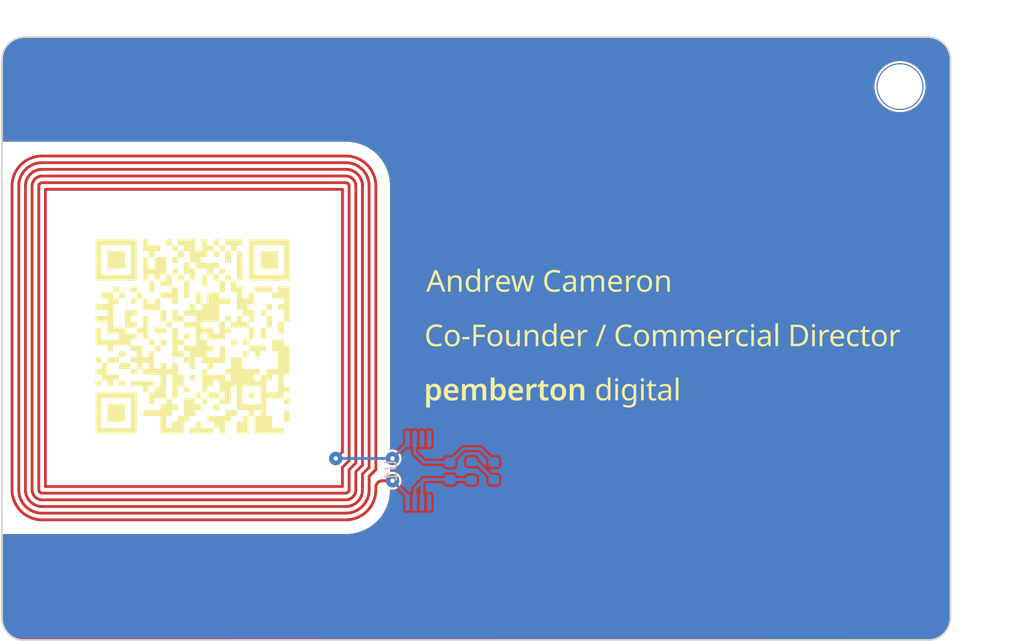
<source format=kicad_pcb>
(kicad_pcb (version 20211014) (generator pcbnew)
  (layers (0 "F.Cu" signal) (31 "B.Cu" signal) (34 "B.Paste" user) (35 "F.Paste" user) (36 "B.SilkS" user "B.Silkscreen") (37 "F.SilkS" user "F.Silkscreen") (38 "B.Mask" user) (39 "F.Mask" user) (44 "Edge.Cuts" user))
  (net 0 "")
  (net 1 "Net-(C1-Pad1)")
  (net 2 "Net-(C1-Pad2)")
  (net 3 "Net-(D1-Pad2)")
  (net 4 "Net-(L1-Pad1)")
  (net 8 "Net-(L1-Pad2)")
  (footprint "kikit:NPTH" (layer "F.Cu") (at 131.5 55.25)
    (fp_text reference "REF**" hide)
    (fp_text value "NPTH" hide)
  )
  (footprint "LED_SMD:LED_0603_1608Metric" (layer "B.Cu") (at 95 89.7875 -90)
    (fp_text reference "D1" hide)
    (fp_text value "LED")
  )
  (footprint "Package_SO:TSSOP-8_4.4x3mm_P0.65mm" (layer "B.Cu") (at 88.2142 89.7651 -90)
    (fp_text reference "U1")
    (fp_text value "NT3H1101_NT3H1201")
  )
  (footprint "Capacitor_SMD:C_0603_1608Metric" (layer "B.Cu") (at 91.059 89.7875 90)
    (fp_text reference "C1" hide)
    (fp_text value "440nF")
  )
  (footprint "Resistor_SMD:R_0603_1608Metric" (layer "B.Cu") (at 93 89.7875 90)
    (fp_text reference "R1" hide)
    (fp_text value "47ohm")
  )
  (gr_poly (pts (xy 65.501438 77.96965) (xy 65.504126 77.969854) (xy 65.506774 77.970191) (xy 65.50938 77.970656) (xy 65.51194 77.971247) (xy 65.514451 77.97196) (xy 65.51691 77.972792) (xy 65.519313 77.973739) (xy 65.521657 77.974799) (xy 65.523939 77.975968) (xy 65.526155 77.977242) (xy 65.528302 77.978618) (xy 65.530376 77.980094) (xy 65.532375 77.981664) (xy 65.534295 77.983328) (xy 65.536133 77.98508) (xy 65.537885 77.986918) (xy 65.539548 77.988838) (xy 65.541119 77.990837) (xy 65.542595 77.992911) (xy 65.543971 77.995058) (xy 65.545245 77.997274) (xy 65.546414 77.999556) (xy 65.547473 78.0019) (xy 65.548421 78.004303) (xy 65.549253 78.006762) (xy 65.549966 78.009273) (xy 65.550557 78.011833) (xy 65.551022 78.014439) (xy 65.551359 78.017087) (xy 65.551563 78.019774) (xy 65.551632 78.022498) (xy 65.551632 78.44583) (xy 65.551563 78.448553) (xy 65.551359 78.45124) (xy 65.551022 78.453888) (xy 65.550557 78.456494) (xy 65.549966 78.459055) (xy 65.549253 78.461566) (xy 65.548421 78.464024) (xy 65.547473 78.466427) (xy 65.546414 78.468771) (xy 65.545245 78.471053) (xy 65.543971 78.473269) (xy 65.542595 78.475416) (xy 65.541119 78.477491) (xy 65.539548 78.47949) (xy 65.537885 78.48141) (xy 65.536133 78.483248) (xy 65.534295 78.485) (xy 65.532375 78.486663) (xy 65.530376 78.488234) (xy 65.528302 78.489709) (xy 65.526155 78.491085) (xy 65.523939 78.49236) (xy 65.521657 78.493528) (xy 65.519313 78.494588) (xy 65.51691 78.495535) (xy 65.514451 78.496367) (xy 65.51194 78.49708) (xy 65.50938 78.497671) (xy 65.506774 78.498137) (xy 65.504126 78.498473) (xy 65.501438 78.498677) (xy 65.498715 78.498746) (xy 65.075383 78.498746) (xy 65.072659 78.498677) (xy 65.069972 78.498473) (xy 65.067324 78.498137) (xy 65.064718 78.497671) (xy 65.062158 78.49708) (xy 65.059647 78.496367) (xy 65.057188 78.495535) (xy 65.054785 78.494588) (xy 65.052441 78.493528) (xy 65.050159 78.49236) (xy 65.047943 78.491085) (xy 65.045796 78.489709) (xy 65.043721 78.488234) (xy 65.041722 78.486663) (xy 65.039802 78.485) (xy 65.037965 78.483248) (xy 65.036212 78.48141) (xy 65.034549 78.47949) (xy 65.032978 78.477491) (xy 65.031503 78.475416) (xy 65.030127 78.473269) (xy 65.028852 78.471053) (xy 65.027684 78.468771) (xy 65.026624 78.466427) (xy 65.025677 78.464024) (xy 65.024845 78.461566) (xy 65.024132 78.459055) (xy 65.023541 78.456494) (xy 65.023075 78.453888) (xy 65.022739 78.45124) (xy 65.022534 78.448553) (xy 65.022466 78.44583) (xy 65.022466 78.022498) (xy 65.022534 78.019774) (xy 65.022739 78.017087) (xy 65.023075 78.014439) (xy 65.023541 78.011833) (xy 65.024132 78.009273) (xy 65.024845 78.006762) (xy 65.025677 78.004303) (xy 65.026624 78.0019) (xy 65.027684 77.999556) (xy 65.028852 77.997274) (xy 65.030127 77.995058) (xy 65.031503 77.992911) (xy 65.032978 77.990837) (xy 65.034549 77.988838) (xy 65.036212 77.986918) (xy 65.037965 77.98508) (xy 65.039802 77.983328) (xy 65.041722 77.981664) (xy 65.043721 77.980094) (xy 65.045796 77.978618) (xy 65.047943 77.977242) (xy 65.050159 77.975968) (xy 65.052441 77.974799) (xy 65.054785 77.973739) (xy 65.057188 77.972792) (xy 65.059647 77.97196) (xy 65.062158 77.971247) (xy 65.064718 77.970656) (xy 65.067324 77.970191) (xy 65.069972 77.969854) (xy 65.072659 77.96965) (xy 65.075383 77.969581) (xy 65.498715 77.969581)) (layer "F.SilkS") (width 0) (fill solid))
  (gr_poly (pts (xy 67.088936 72.148824) (xy 67.091623 72.149028) (xy 67.094272 72.149365) (xy 67.096878 72.14983) (xy 67.099438 72.150421) (xy 67.101949 72.151134) (xy 67.104408 72.151966) (xy 67.106811 72.152913) (xy 67.109155 72.153973) (xy 67.111436 72.155142) (xy 67.113652 72.156416) (xy 67.115799 72.157792) (xy 67.117874 72.159268) (xy 67.119873 72.160838) (xy 67.121793 72.162502) (xy 67.123631 72.164254) (xy 67.125383 72.166092) (xy 67.127046 72.168012) (xy 67.128617 72.170011) (xy 67.130092 72.172085) (xy 67.131469 72.174232) (xy 67.132743 72.176448) (xy 67.133911 72.17873) (xy 67.134971 72.181074) (xy 67.135919 72.183477) (xy 67.136751 72.185936) (xy 67.137464 72.188447) (xy 67.138054 72.191007) (xy 67.13852 72.193613) (xy 67.138856 72.196261) (xy 67.139061 72.198949) (xy 67.13913 72.201672) (xy 67.13913 72.625005) (xy 67.139061 72.627728) (xy 67.138856 72.630415) (xy 67.13852 72.633063) (xy 67.138054 72.635669) (xy 67.137464 72.638229) (xy 67.136751 72.64074) (xy 67.135919 72.643199) (xy 67.134971 72.645602) (xy 67.133911 72.647946) (xy 67.132743 72.650228) (xy 67.131469 72.652444) (xy 67.130092 72.654591) (xy 67.128617 72.656666) (xy 67.127046 72.658665) (xy 67.125383 72.660585) (xy 67.123631 72.662422) (xy 67.121793 72.664175) (xy 67.119873 72.665838) (xy 67.117874 72.667409) (xy 67.115799 72.668884) (xy 67.113652 72.670261) (xy 67.111436 72.671535) (xy 67.109155 72.672703) (xy 67.106811 72.673763) (xy 67.104408 72.674711) (xy 67.101949 72.675543) (xy 67.099438 72.676256) (xy 67.096878 72.676847) (xy 67.094272 72.677312) (xy 67.091623 72.677648) (xy 67.088936 72.677853) (xy 67.086213 72.677922) (xy 67.086214 72.677921) (xy 66.662881 72.677921) (xy 66.660158 72.677852) (xy 66.65747 72.677648) (xy 66.654822 72.677311) (xy 66.652216 72.676846) (xy 66.649656 72.676255) (xy 66.647145 72.675542) (xy 66.644686 72.67471) (xy 66.642283 72.673762) (xy 66.639939 72.672703) (xy 66.637657 72.671534) (xy 66.635441 72.67026) (xy 66.633294 72.668883) (xy 66.63122 72.667408) (xy 66.629221 72.665837) (xy 66.627301 72.664174) (xy 66.625463 72.662422) (xy 66.623711 72.660584) (xy 66.622048 72.658664) (xy 66.620477 72.656665) (xy 66.619001 72.65459) (xy 66.617625 72.652443) (xy 66.616351 72.650227) (xy 66.615182 72.647946) (xy 66.614123 72.645602) (xy 66.613175 72.643199) (xy 66.612343 72.64074) (xy 66.61163 72.638229) (xy 66.611039 72.635669) (xy 66.610574 72.633063) (xy 66.610237 72.630415) (xy 66.610033 72.627727) (xy 66.609964 72.625004) (xy 66.609964 72.201672) (xy 66.610033 72.198949) (xy 66.610237 72.196261) (xy 66.610574 72.193613) (xy 66.611039 72.191007) (xy 66.61163 72.188447) (xy 66.612343 72.185936) (xy 66.613175 72.183477) (xy 66.614123 72.181074) (xy 66.615182 72.17873) (xy 66.616351 72.176448) (xy 66.617625 72.174232) (xy 66.619001 72.172085) (xy 66.620477 72.170011) (xy 66.622048 72.168012) (xy 66.623711 72.166092) (xy 66.625463 72.164254) (xy 66.627301 72.162502) (xy 66.629221 72.160838) (xy 66.63122 72.159268) (xy 66.633294 72.157792) (xy 66.635441 72.156416) (xy 66.637657 72.155142) (xy 66.639939 72.153973) (xy 66.642283 72.152913) (xy 66.644686 72.151966) (xy 66.647145 72.151134) (xy 66.649656 72.150421) (xy 66.652216 72.14983) (xy 66.654822 72.149365) (xy 66.65747 72.149028) (xy 66.660158 72.148824) (xy 66.662881 72.148755) (xy 67.086213 72.148755)) (layer "F.SilkS") (width 0) (fill solid))
  (gr_poly (pts (xy 76.084754 77.96965) (xy 76.087441 77.969854) (xy 76.09009 77.970191) (xy 76.092696 77.970656) (xy 76.095256 77.971247) (xy 76.097767 77.97196) (xy 76.100226 77.972792) (xy 76.102629 77.973739) (xy 76.104973 77.974799) (xy 76.107255 77.975968) (xy 76.109471 77.977242) (xy 76.111618 77.978618) (xy 76.113693 77.980094) (xy 76.115692 77.981664) (xy 76.117612 77.983328) (xy 76.119449 77.98508) (xy 76.121202 77.986918) (xy 76.122865 77.988838) (xy 76.124436 77.990837) (xy 76.125911 77.992911) (xy 76.127287 77.995058) (xy 76.128561 77.997274) (xy 76.12973 77.999556) (xy 76.13079 78.0019) (xy 76.131737 78.004303) (xy 76.132569 78.006762) (xy 76.133282 78.009273) (xy 76.133873 78.011833) (xy 76.134338 78.014439) (xy 76.134674 78.017087) (xy 76.134879 78.019774) (xy 76.134948 78.022498) (xy 76.134948 78.44583) (xy 76.135017 78.448553) (xy 76.135221 78.45124) (xy 76.135557 78.453888) (xy 76.136023 78.456494) (xy 76.136614 78.459055) (xy 76.137327 78.461566) (xy 76.138159 78.464024) (xy 76.139106 78.466427) (xy 76.140166 78.468771) (xy 76.141335 78.471053) (xy 76.142609 78.473269) (xy 76.143985 78.475416) (xy 76.145461 78.477491) (xy 76.147031 78.47949) (xy 76.148695 78.48141) (xy 76.150447 78.483248) (xy 76.152284 78.485) (xy 76.154204 78.486663) (xy 76.156203 78.488234) (xy 76.158278 78.489709) (xy 76.160425 78.491085) (xy 76.162641 78.49236) (xy 76.164922 78.493528) (xy 76.167266 78.494588) (xy 76.169669 78.495535) (xy 76.172127 78.496367) (xy 76.174638 78.49708) (xy 76.177198 78.497671) (xy 76.179804 78.498137) (xy 76.182452 78.498473) (xy 76.185139 78.498677) (xy 76.187861 78.498746) (xy 76.611197 78.498746) (xy 76.61392 78.498815) (xy 76.616608 78.499019) (xy 76.619256 78.499356) (xy 76.621862 78.499821) (xy 76.624422 78.500412) (xy 76.626933 78.501125) (xy 76.629391 78.501957) (xy 76.631794 78.502905) (xy 76.634138 78.503965) (xy 76.63642 78.505133) (xy 76.638635 78.506407) (xy 76.640782 78.507784) (xy 76.642857 78.509259) (xy 76.644856 78.51083) (xy 76.646776 78.512493) (xy 76.648613 78.514246) (xy 76.650365 78.516083) (xy 76.652028 78.518003) (xy 76.653599 78.520002) (xy 76.655074 78.522077) (xy 76.656451 78.524224) (xy 76.657725 78.52644) (xy 76.658893 78.528722) (xy 76.659953 78.531066) (xy 76.6609 78.533469) (xy 76.661732 78.535928) (xy 76.662445 78.538439) (xy 76.663036 78.540999) (xy 76.663501 78.543605) (xy 76.663838 78.546253) (xy 76.664042 78.548941) (xy 76.664111 78.551664) (xy 76.664111 81.091661) (xy 76.664042 81.094384) (xy 76.663838 81.097071) (xy 76.663501 81.099719) (xy 76.663036 81.102325) (xy 76.662445 81.104885) (xy 76.661732 81.107396) (xy 76.6609 81.109855) (xy 76.659952 81.112258) (xy 76.658893 81.114602) (xy 76.657724 81.116884) (xy 76.65645 81.1191) (xy 76.655073 81.121247) (xy 76.653598 81.123321) (xy 76.652027 81.12532) (xy 76.650364 81.12724) (xy 76.648612 81.129078) (xy 76.646774 81.13083) (xy 76.644854 81.132494) (xy 76.642855 81.134065) (xy 76.640781 81.13554) (xy 76.638634 81.136916) (xy 76.636418 81.138191) (xy 76.634136 81.139359) (xy 76.631793 81.140419) (xy 76.62939 81.141366) (xy 76.626931 81.142198) (xy 76.62442 81.142911) (xy 76.62186 81.143502) (xy 76.619255 81.143968) (xy 76.616607 81.144304) (xy 76.61392 81.144509) (xy 76.611197 81.144577) (xy 76.187861 81.144577) (xy 76.185138 81.144646) (xy 76.182451 81.144851) (xy 76.179803 81.145187) (xy 76.177197 81.145653) (xy 76.174637 81.146243) (xy 76.172126 81.146957) (xy 76.169667 81.147789) (xy 76.167265 81.148736) (xy 76.164921 81.149796) (xy 76.162639 81.150964) (xy 76.160423 81.152239) (xy 76.158276 81.153615) (xy 76.156202 81.155091) (xy 76.154203 81.156662) (xy 76.152283 81.158325) (xy 76.150445 81.160077) (xy 76.148693 81.161915) (xy 76.14703 81.163835) (xy 76.145459 81.165834) (xy 76.143984 81.167909) (xy 76.142608 81.170056) (xy 76.141334 81.172272) (xy 76.140165 81.174553) (xy 76.139106 81.176897) (xy 76.138158 81.1793) (xy 76.137326 81.181759) (xy 76.136613 81.18427) (xy 76.136023 81.18683) (xy 76.135557 81.189436) (xy 76.135221 81.192085) (xy 76.135016 81.194772) (xy 76.134948 81.197495) (xy 76.134948 82.149993) (xy 76.135017 82.152716) (xy 76.135221 82.155404) (xy 76.135557 82.158052) (xy 76.136023 82.160658) (xy 76.136614 82.163218) (xy 76.137327 82.165729) (xy 76.138159 82.168188) (xy 76.139106 82.170591) (xy 76.140166 82.172935) (xy 76.141335 82.175216) (xy 76.142609 82.177432) (xy 76.143985 82.179579) (xy 76.145461 82.181654) (xy 76.147031 82.183653) (xy 76.148695 82.185573) (xy 76.150447 82.187411) (xy 76.152284 82.189163) (xy 76.154204 82.190826) (xy 76.156203 82.192397) (xy 76.158278 82.193872) (xy 76.160425 82.195249) (xy 76.162641 82.196523) (xy 76.164922 82.197692) (xy 76.167266 82.198751) (xy 76.169669 82.199699) (xy 76.172127 82.200531) (xy 76.174638 82.201244) (xy 76.177198 82.201835) (xy 76.179804 82.2023) (xy 76.182452 82.202637) (xy 76.185139 82.202841) (xy 76.187861 82.20291) (xy 76.611197 82.20291) (xy 76.61392 82.202979) (xy 76.616608 82.203183) (xy 76.619256 82.20352) (xy 76.621862 82.203985) (xy 76.624422 82.204576) (xy 76.626933 82.205289) (xy 76.629391 82.206121) (xy 76.631794 82.207068) (xy 76.634138 82.208128) (xy 76.63642 82.209297) (xy 76.638635 82.210571) (xy 76.640782 82.211947) (xy 76.642857 82.213423) (xy 76.644856 82.214994) (xy 76.646776 82.216657) (xy 76.648613 82.218409) (xy 76.650365 82.220247) (xy 76.652028 82.222167) (xy 76.653599 82.224166) (xy 76.655074 82.22624) (xy 76.656451 82.228387) (xy 76.657725 82.230603) (xy 76.658893 82.232885) (xy 76.659953 82.235229) (xy 76.6609 82.237632) (xy 76.661732 82.240091) (xy 76.662445 82.242602) (xy 76.663036 82.245162) (xy 76.663501 82.247768) (xy 76.663838 82.250416) (xy 76.664042 82.253103) (xy 76.664111 82.255826) (xy 76.664111 82.679159) (xy 76.664042 82.681882) (xy 76.663838 82.684569) (xy 76.663501 82.687217) (xy 76.663036 82.689823) (xy 76.662445 82.692383) (xy 76.661732 82.694894) (xy 76.6609 82.697353) (xy 76.659952 82.699756) (xy 76.658893 82.7021) (xy 76.657724 82.704382) (xy 76.65645 82.706598) (xy 76.655073 82.708745) (xy 76.653598 82.710819) (xy 76.652027 82.712819) (xy 76.650364 82.714739) (xy 76.648612 82.716576) (xy 76.646774 82.718329) (xy 76.644854 82.719992) (xy 76.642855 82.721563) (xy 76.640781 82.723038) (xy 76.638634 82.724415) (xy 76.636418 82.725689) (xy 76.634136 82.726858) (xy 76.631793 82.727917) (xy 76.62939 82.728865) (xy 76.626931 82.729697) (xy 76.62442 82.73041) (xy 76.62186 82.731001) (xy 76.619255 82.731466) (xy 76.616607 82.731803) (xy 76.61392 82.732007) (xy 76.611197 82.732076) (xy 76.187861 82.732076) (xy 76.185138 82.732145) (xy 76.182451 82.732349) (xy 76.179803 82.732686) (xy 76.177197 82.733151) (xy 76.174637 82.733742) (xy 76.172126 82.734455) (xy 76.169667 82.735287) (xy 76.167265 82.736235) (xy 76.164921 82.737294) (xy 76.162639 82.738463) (xy 76.160423 82.739737) (xy 76.158276 82.741114) (xy 76.156202 82.742589) (xy 76.154203 82.74416) (xy 76.152283 82.745823) (xy 76.150445 82.747575) (xy 76.148693 82.749413) (xy 76.14703 82.751333) (xy 76.145459 82.753332) (xy 76.143984 82.755407) (xy 76.142608 82.757554) (xy 76.141334 82.75977) (xy 76.140165 82.762051) (xy 76.139106 82.764395) (xy 76.138158 82.766798) (xy 76.137326 82.769257) (xy 76.136613 82.771768) (xy 76.136023 82.774328) (xy 76.135557 82.776934) (xy 76.135221 82.779582) (xy 76.135016 82.78227) (xy 76.134948 82.784993) (xy 76.134948 83.208326) (xy 76.134879 83.211049) (xy 76.134674 83.213736) (xy 76.134338 83.216384) (xy 76.133873 83.21899) (xy 76.133282 83.22155) (xy 76.132568 83.224061) (xy 76.131737 83.22652) (xy 76.130789 83.228923) (xy 76.129729 83.231267) (xy 76.128561 83.233548) (xy 76.127286 83.235764) (xy 76.12591 83.237911) (xy 76.124434 83.239986) (xy 76.122864 83.241985) (xy 76.1212 83.243905) (xy 76.119448 83.245743) (xy 76.11761 83.247495) (xy 76.11569 83.249158) (xy 76.113691 83.250729) (xy 76.111616 83.252204) (xy 76.109469 83.253581) (xy 76.107253 83.254855) (xy 76.104972 83.256023) (xy 76.102628 83.257083) (xy 76.100225 83.25803) (xy 76.097766 83.258862) (xy 76.095255 83.259575) (xy 76.092695 83.260166) (xy 76.090089 83.260632) (xy 76.08744 83.260968) (xy 76.084753 83.261172) (xy 76.08203 83.261241) (xy 74.600366 83.261241) (xy 74.597643 83.26131) (xy 74.594956 83.261515) (xy 74.592308 83.261851) (xy 74.589702 83.262316) (xy 74.587142 83.262907) (xy 74.584631 83.26362) (xy 74.582172 83.264452) (xy 74.579769 83.2654) (xy 74.577425 83.26646) (xy 74.575144 83.267628) (xy 74.572928 83.268903) (xy 74.570781 83.270279) (xy 74.568706 83.271754) (xy 74.566707 83.273325) (xy 74.564787 83.274989) (xy 74.56295 83.276741) (xy 74.561197 83.278579) (xy 74.559534 83.280499) (xy 74.557963 83.282498) (xy 74.556488 83.284573) (xy 74.555112 83.28672) (xy 74.553838 83.288936) (xy 74.552669 83.291217) (xy 74.551609 83.293561) (xy 74.550662 83.295964) (xy 74.54983 83.298423) (xy 74.549117 83.300934) (xy 74.548526 83.303494) (xy 74.548061 83.3061) (xy 74.547724 83.308748) (xy 74.54752 83.311436) (xy 74.547451 83.314159) (xy 74.547451 84.795823) (xy 74.54752 84.798546) (xy 74.547724 84.801234) (xy 74.548061 84.803882) (xy 74.548526 84.806488) (xy 74.549117 84.809048) (xy 74.54983 84.811559) (xy 74.550662 84.814018) (xy 74.55161 84.816421) (xy 74.552669 84.818765) (xy 74.553838 84.821046) (xy 74.555112 84.823262) (xy 74.556489 84.825409) (xy 74.557964 84.827484) (xy 74.559535 84.829483) (xy 74.561198 84.831403) (xy 74.56295 84.83324) (xy 74.564788 84.834992) (xy 74.566708 84.836656) (xy 74.568707 84.838227) (xy 74.570782 84.839702) (xy 74.572929 84.841078) (xy 74.575145 84.842352) (xy 74.577426 84.843521) (xy 74.57977 84.844581) (xy 74.582173 84.845528) (xy 74.584632 84.84636) (xy 74.587143 84.847073) (xy 74.589703 84.847664) (xy 74.592308 84.848129) (xy 74.594956 84.848466) (xy 74.597644 84.84867) (xy 74.600366 84.848739) (xy 75.023701 84.848739) (xy 75.026424 84.848808) (xy 75.029111 84.849012) (xy 75.031759 84.849349) (xy 75.034365 84.849814) (xy 75.036925 84.850405) (xy 75.039436 84.851118) (xy 75.041895 84.85195) (xy 75.044298 84.852897) (xy 75.046642 84.853957) (xy 75.048923 84.855126) (xy 75.051139 84.8564) (xy 75.053286 84.857776) (xy 75.055361 84.859251) (xy 75.05736 84.860822) (xy 75.05928 84.862486) (xy 75.061118 84.864238) (xy 75.06287 84.866075) (xy 75.064533 84.867995) (xy 75.066104 84.869994) (xy 75.067579 84.872069) (xy 75.068955 84.874216) (xy 75.07023 84.876432) (xy 75.071398 84.878714) (xy 75.072458 84.881057) (xy 75.073405 84.88346) (xy 75.074237 84.885919) (xy 75.07495 84.88843) (xy 75.075541 84.89099) (xy 75.076006 84.893596) (xy 75.076343 84.896244) (xy 75.076547 84.898932) (xy 75.076616 84.901655) (xy 75.076616 85.854152) (xy 75.076685 85.856875) (xy 75.076889 85.859563) (xy 75.077226 85.862211) (xy 75.077691 85.864817) (xy 75.078282 85.867377) (xy 75.078995 85.869888) (xy 75.079827 85.872347) (xy 75.080775 85.87475) (xy 75.081834 85.877094) (xy 75.083003 85.879376) (xy 75.084277 85.881592) (xy 75.085653 85.883738) (xy 75.087129 85.885813) (xy 75.0887 85.887812) (xy 75.090363 85.889732) (xy 75.092115 85.89157) (xy 75.093953 85.893322) (xy 75.095873 85.894985) (xy 75.097872 85.896556) (xy 75.099946 85.898031) (xy 75.102093 85.899407) (xy 75.104309 85.900681) (xy 75.106591 85.90185) (xy 75.108935 85.90291) (xy 75.111338 85.903857) (xy 75.113796 85.904689) (xy 75.116307 85.905402) (xy 75.118867 85.905993) (xy 75.121473 85.906458) (xy 75.124121 85.906794) (xy 75.126809 85.906999) (xy 75.129532 85.907068) (xy 76.08203 85.907068) (xy 76.084753 85.907137) (xy 76.08744 85.907341) (xy 76.090089 85.907677) (xy 76.092694 85.908143) (xy 76.095254 85.908734) (xy 76.097765 85.909447) (xy 76.100224 85.910279) (xy 76.102627 85.911226) (xy 76.104971 85.912286) (xy 76.107252 85.913455) (xy 76.109468 85.914729) (xy 76.111615 85.916105) (xy 76.11369 85.917581) (xy 76.115689 85.919152) (xy 76.117609 85.920815) (xy 76.119446 85.922567) (xy 76.121198 85.924405) (xy 76.122861 85.926325) (xy 76.124432 85.928324) (xy 76.125907 85.930399) (xy 76.127284 85.932546) (xy 76.128558 85.934762) (xy 76.129726 85.937044) (xy 76.130786 85.939388) (xy 76.131733 85.941791) (xy 76.132565 85.944249) (xy 76.133278 85.946761) (xy 76.133869 85.949321) (xy 76.134334 85.951927) (xy 76.134671 85.954575) (xy 76.134875 85.957262) (xy 76.134944 85.959985) (xy 76.134944 86.383317) (xy 76.134875 86.38604) (xy 76.134671 86.388728) (xy 76.134334 86.391376) (xy 76.133869 86.393982) (xy 76.133278 86.396542) (xy 76.132565 86.399053) (xy 76.131733 86.401511) (xy 76.130786 86.403914) (xy 76.129726 86.406258) (xy 76.128558 86.40854) (xy 76.127284 86.410756) (xy 76.125907 86.412903) (xy 76.124432 86.414978) (xy 76.122861 86.416977) (xy 76.121198 86.418897) (xy 76.119446 86.420734) (xy 76.117609 86.422486) (xy 76.115689 86.42415) (xy 76.11369 86.42572) (xy 76.111615 86.427196) (xy 76.109468 86.428572) (xy 76.107252 86.429846) (xy 76.104971 86.431015) (xy 76.102627 86.432075) (xy 76.100224 86.433022) (xy 76.097765 86.433854) (xy 76.095254 86.434567) (xy 76.092694 86.435158) (xy 76.090089 86.435623) (xy 76.08744 86.43596) (xy 76.084753 86.436164) (xy 76.08203 86.436233) (xy 76.082034 86.436237) (xy 73.54204 86.436237) (xy 73.539317 86.436168) (xy 73.536629 86.435964) (xy 73.533981 86.435627) (xy 73.531375 86.435162) (xy 73.528815 86.434571) (xy 73.526304 86.433858) (xy 73.523845 86.433026) (xy 73.521442 86.432078) (xy 73.519098 86.431018) (xy 73.516817 86.42985) (xy 73.514601 86.428576) (xy 73.512454 86.427199) (xy 73.510379 86.425724) (xy 73.50838 86.424153) (xy 73.50646 86.42249) (xy 73.504622 86.420737) (xy 73.50287 86.4189) (xy 73.501206 86.41698) (xy 73.499635 86.414981) (xy 73.49816 86.412906) (xy 73.496784 86.410759) (xy 73.495509 86.408543) (xy 73.494341 86.406261) (xy 73.493281 86.403917) (xy 73.492333 86.401515) (xy 73.491501 86.399056) (xy 73.490788 86.396545) (xy 73.490197 86.393985) (xy 73.489732 86.391379) (xy 73.489395 86.388731) (xy 73.489191 86.386044) (xy 73.489122 86.383321) (xy 73.489122 84.901657) (xy 73.489191 84.898933) (xy 73.489395 84.896246) (xy 73.489732 84.893598) (xy 73.490197 84.890992) (xy 73.490788 84.888431) (xy 73.491501 84.88592) (xy 73.492333 84.883462) (xy 73.493281 84.881059) (xy 73.494341 84.878715) (xy 73.495509 84.876433) (xy 73.496784 84.874217) (xy 73.49816 84.87207) (xy 73.499635 84.869995) (xy 73.501206 84.867997) (xy 73.50287 84.866077) (xy 73.504622 84.864239) (xy 73.50646 84.862487) (xy 73.50838 84.860824) (xy 73.510379 84.859253) (xy 73.512454 84.857778) (xy 73.514601 84.856401) (xy 73.516817 84.855127) (xy 73.519098 84.853959) (xy 73.521442 84.852899) (xy 73.523845 84.851952) (xy 73.526304 84.85112) (xy 73.528815 84.850407) (xy 73.531375 84.849816) (xy 73.533981 84.849351) (xy 73.536629 84.849014) (xy 73.539317 84.84881) (xy 73.54204 84.848741) (xy 73.965372 84.848741) (xy 73.968095 84.848672) (xy 73.970782 84.848468) (xy 73.97343 84.848131) (xy 73.976036 84.847666) (xy 73.978596 84.847075) (xy 73.981107 84.846362) (xy 73.983566 84.84553) (xy 73.985969 84.844582) (xy 73.988313 84.843523) (xy 73.990595 84.842354) (xy 73.992811 84.84108) (xy 73.994958 84.839703) (xy 73.997032 84.838228) (xy 73.999031 84.836657) (xy 74.000951 84.834994) (xy 74.002789 84.833242) (xy 74.004541 84.831404) (xy 74.006204 84.829484) (xy 74.007775 84.827485) (xy 74.00925 84.82541) (xy 74.010627 84.823263) (xy 74.011901 84.821047) (xy 74.013069 84.818766) (xy 74.014129 84.816422) (xy 74.015077 84.814019) (xy 74.015909 84.81156) (xy 74.016622 84.809049) (xy 74.017212 84.806489) (xy 74.017678 84.803883) (xy 74.018014 84.801235) (xy 74.018219 84.798548) (xy 74.018288 84.795825) (xy 74.018288 84.372493) (xy 74.018219 84.36977) (xy 74.018014 84.367083) (xy 74.017678 84.364434) (xy 74.017212 84.361828) (xy 74.016621 84.359268) (xy 74.015908 84.356757) (xy 74.015076 84.354298) (xy 74.014129 84.351895) (xy 74.013069 84.349551) (xy 74.0119 84.347269) (xy 74.010626 84.345053) (xy 74.00925 84.342906) (xy 74.007774 84.340831) (xy 74.006203 84.338832) (xy 74.00454 84.336912) (xy 74.002788 84.335075) (xy 74.00095 84.333322) (xy 73.99903 84.331659) (xy 73.997031 84.330088) (xy 73.994956 84.328613) (xy 73.992809 84.327237) (xy 73.990593 84.325962) (xy 73.988311 84.324794) (xy 73.985967 84.323734) (xy 73.983564 84.322787) (xy 73.981106 84.321955) (xy 73.978595 84.321242) (xy 73.976034 84.320651) (xy 73.973429 84.320185) (xy 73.97078 84.319849) (xy 73.968093 84.319645) (xy 73.96537 84.319576) (xy 73.542038 84.319576) (xy 73.539315 84.319645) (xy 73.536628 84.319849) (xy 73.533979 84.320185) (xy 73.531374 84.320651) (xy 73.528813 84.321242) (xy 73.526302 84.321955) (xy 73.523844 84.322787) (xy 73.521441 84.323734) (xy 73.519097 84.324794) (xy 73.516815 84.325963) (xy 73.514599 84.327237) (xy 73.512452 84.328613) (xy 73.510378 84.330089) (xy 73.508379 84.33166) (xy 73.506459 84.333323) (xy 73.504621 84.335075) (xy 73.502869 84.336913) (xy 73.501206 84.338833) (xy 73.499635 84.340832) (xy 73.498159 84.342907) (xy 73.496783 84.345054) (xy 73.495509 84.34727) (xy 73.49434 84.349552) (xy 73.493281 84.351896) (xy 73.492333 84.354299) (xy 73.491501 84.356758) (xy 73.490788 84.359269) (xy 73.490197 84.361829) (xy 73.489732 84.364435) (xy 73.489395 84.367083) (xy 73.489191 84.36977) (xy 73.489122 84.372493) (xy 73.489122 84.795825) (xy 73.489053 84.798548) (xy 73.488849 84.801236) (xy 73.488513 84.803884) (xy 73.488047 84.80649) (xy 73.487456 84.80905) (xy 73.486743 84.811561) (xy 73.485911 84.814019) (xy 73.484964 84.816422) (xy 73.483904 84.818766) (xy 73.482735 84.821048) (xy 73.481461 84.823264) (xy 73.480084 84.825411) (xy 73.478609 84.827486) (xy 73.477038 84.829485) (xy 73.475375 84.831405) (xy 73.473623 84.833242) (xy 73.471785 84.834994) (xy 73.469865 84.836658) (xy 73.467866 84.838228) (xy 73.465791 84.839704) (xy 73.463644 84.84108) (xy 73.461428 84.842354) (xy 73.459146 84.843523) (xy 73.456802 84.844583) (xy 73.454399 84.84553) (xy 73.45194 84.846362) (xy 73.449429 84.847075) (xy 73.446869 84.847666) (xy 73.444263 84.848131) (xy 73.441615 84.848468) (xy 73.438928 84.848672) (xy 73.436205 84.848741) (xy 73.012873 84.848741) (xy 73.01015 84.848672) (xy 73.007462 84.848468) (xy 73.004814 84.848131) (xy 73.002208 84.847666) (xy 72.999648 84.847075) (xy 72.997137 84.846362) (xy 72.994678 84.84553) (xy 72.992275 84.844582) (xy 72.989931 84.843523) (xy 72.987649 84.842354) (xy 72.985433 84.84108) (xy 72.983286 84.839703) (xy 72.981212 84.838228) (xy 72.979213 84.836657) (xy 72.977292 84.834994) (xy 72.975455 84.833242) (xy 72.973702 84.831404) (xy 72.972039 84.829484) (xy 72.970468 84.827485) (xy 72.968993 84.82541) (xy 72.967616 84.823263) (xy 72.966342 84.821047) (xy 72.965174 84.818766) (xy 72.964114 84.816422) (xy 72.963166 84.814019) (xy 72.962334 84.81156) (xy 72.961621 84.809049) (xy 72.96103 84.806489) (xy 72.960565 84.803883) (xy 72.960228 84.801235) (xy 72.960024 84.798548) (xy 72.959955 84.795825) (xy 72.959955 84.372493) (xy 72.959886 84.36977) (xy 72.959682 84.367083) (xy 72.959345 84.364434) (xy 72.95888 84.361828) (xy 72.958289 84.359268) (xy 72.957576 84.356757) (xy 72.956744 84.354298) (xy 72.955797 84.351895) (xy 72.954737 84.349551) (xy 72.953568 84.347269) (xy 72.952294 84.345053) (xy 72.950918 84.342906) (xy 72.949442 84.340831) (xy 72.947871 84.338832) (xy 72.946208 84.336912) (xy 72.944456 84.335075) (xy 72.942618 84.333322) (xy 72.940698 84.331659) (xy 72.938699 84.330088) (xy 72.936624 84.328613) (xy 72.934477 84.327237) (xy 72.932261 84.325962) (xy 72.92998 84.324794) (xy 72.927636 84.323734) (xy 72.925233 84.322787) (xy 72.922774 84.321955) (xy 72.920263 84.321242) (xy 72.917703 84.320651) (xy 72.915097 84.320185) (xy 72.912449 84.319849) (xy 72.909762 84.319645) (xy 72.907039 84.319576) (xy 71.95454 84.319576) (xy 71.951817 84.319507) (xy 71.94913 84.319302) (xy 71.946482 84.318966) (xy 71.943876 84.318501) (xy 71.941316 84.31791) (xy 71.938805 84.317197) (xy 71.936346 84.316365) (xy 71.933943 84.315417) (xy 71.931599 84.314358) (xy 71.929317 84.313189) (xy 71.927101 84.311915) (xy 71.924954 84.310538) (xy 71.92288 84.309063) (xy 71.920881 84.307492) (xy 71.91896 84.305829) (xy 71.917123 84.304077) (xy 71.915371 84.302239) (xy 71.913707 84.300319) (xy 71.912136 84.29832) (xy 71.910661 84.296246) (xy 71.909285 84.294099) (xy 71.90801 84.291883) (xy 71.906842 84.289601) (xy 71.905782 84.287257) (xy 71.904835 84.284854) (xy 71.904003 84.282396) (xy 71.90329 84.279884) (xy 71.902699 84.277324) (xy 71.902233 84.274719) (xy 71.901897 84.27207) (xy 71.901692 84.269383) (xy 71.901624 84.26666) (xy 71.901624 83.737489) (xy 72.43079 83.737489) (xy 72.430859 83.740212) (xy 72.431063 83.742899) (xy 72.4314 83.745548) (xy 72.431865 83.748153) (xy 72.432456 83.750714) (xy 72.433169 83.753225) (xy 72.434001 83.755683) (xy 72.434948 83.758086) (xy 72.436008 83.760431) (xy 72.437177 83.762712) (xy 72.438451 83.764928) (xy 72.439827 83.767075) (xy 72.441303 83.76915) (xy 72.442874 83.771149) (xy 72.444537 83.773069) (xy 72.446289 83.774907) (xy 72.448127 83.776659) (xy 72.450047 83.778322) (xy 72.452046 83.779893) (xy 72.45412 83.781369) (xy 72.456267 83.782745) (xy 72.458483 83.784019) (xy 72.460765 83.785188) (xy 72.463109 83.786248) (xy 72.465512 83.787195) (xy 72.467971 83.788027) (xy 72.470482 83.788741) (xy 72.473042 83.789331) (xy 72.475648 83.789797) (xy 72.478296 83.790133) (xy 72.480983 83.790338) (xy 72.483706 83.790407) (xy 73.96537 83.790407) (xy 73.968093 83.790338) (xy 73.97078 83.790133) (xy 73.973429 83.789797) (xy 73.976034 83.789331) (xy 73.978595 83.788741) (xy 73.981106 83.788027) (xy 73.983564 83.787195) (xy 73.985967 83.786248) (xy 73.988311 83.785188) (xy 73.990593 83.784019) (xy 73.992809 83.782745) (xy 73.994956 83.781369) (xy 73.997031 83.779893) (xy 73.99903 83.778322) (xy 74.00095 83.776659) (xy 74.002788 83.774907) (xy 74.00454 83.773069) (xy 74.006203 83.771149) (xy 74.007774 83.76915) (xy 74.00925 83.767075) (xy 74.010626 83.764928) (xy 74.0119 83.762712) (xy 74.013069 83.760431) (xy 74.014129 83.758086) (xy 74.015076 83.755683) (xy 74.015908 83.753225) (xy 74.016621 83.750714) (xy 74.017212 83.748153) (xy 74.017678 83.745548) (xy 74.018014 83.742899) (xy 74.018219 83.740212) (xy 74.018288 83.737489) (xy 74.018288 82.679158) (xy 74.547457 82.679158) (xy 74.547525 82.681881) (xy 74.54773 82.684568) (xy 74.548066 82.687216) (xy 74.548532 82.689822) (xy 74.549123 82.692382) (xy 74.549836 82.694893) (xy 74.550668 82.697352) (xy 74.551615 82.699755) (xy 74.552675 82.702099) (xy 74.553844 82.70438) (xy 74.555118 82.706596) (xy 74.556494 82.708743) (xy 74.55797 82.710818) (xy 74.559541 82.712817) (xy 74.561204 82.714737) (xy 74.562956 82.716575) (xy 74.564794 82.718327) (xy 74.566714 82.71999) (xy 74.568713 82.721561) (xy 74.570788 82.723037) (xy 74.572935 82.724413) (xy 74.575151 82.725687) (xy 74.577433 82.726856) (xy 74.579777 82.727916) (xy 74.58218 82.728863) (xy 74.584638 82.729695) (xy 74.58715 82.730408) (xy 74.58971 82.730999) (xy 74.592316 82.731464) (xy 74.594964 82.731801) (xy 74.597651 82.732005) (xy 74.600374 82.732074) (xy 75.552871 82.732074) (xy 75.555594 82.732005) (xy 75.558282 82.731801) (xy 75.56093 82.731464) (xy 75.563536 82.730999) (xy 75.566096 82.730408) (xy 75.568608 82.729695) (xy 75.571066 82.728863) (xy 75.57347 82.727916) (xy 75.575814 82.726856) (xy 75.578095 82.725687) (xy 75.580311 82.724413) (xy 75.582458 82.723037) (xy 75.584533 82.721561) (xy 75.586532 82.71999) (xy 75.588452 82.718327) (xy 75.59029 82.716575) (xy 75.592042 82.714737) (xy 75.593705 82.712817) (xy 75.595276 82.710818) (xy 75.596751 82.708743) (xy 75.598128 82.706596) (xy 75.599402 82.70438) (xy 75.60057 82.702099) (xy 75.60163 82.699755) (xy 75.602577 82.697352) (xy 75.603409 82.694893) (xy 75.604122 82.692382) (xy 75.604713 82.689822) (xy 75.605178 82.687216) (xy 75.605515 82.684568) (xy 75.605719 82.681881) (xy 75.605788 82.679158) (xy 75.605784 82.679158) (xy 75.605784 81.197494) (xy 75.605715 81.194771) (xy 75.605511 81.192084) (xy 75.605175 81.189435) (xy 75.604709 81.186829) (xy 75.604118 81.184269) (xy 75.603405 81.181758) (xy 75.602573 81.1793) (xy 75.601626 81.176897) (xy 75.600566 81.174552) (xy 75.599397 81.172271) (xy 75.598123 81.170055) (xy 75.596747 81.167908) (xy 75.595271 81.165833) (xy 75.5937 81.163834) (xy 75.592037 81.161914) (xy 75.590285 81.160076) (xy 75.588447 81.158324) (xy 75.586527 81.156661) (xy 75.584528 81.15509) (xy 75.582454 81.153614) (xy 75.580307 81.152238) (xy 75.578091 81.150964) (xy 75.57581 81.149795) (xy 75.573466 81.148735) (xy 75.571063 81.147788) (xy 75.568604 81.146956) (xy 75.566094 81.146242) (xy 75.563534 81.145652) (xy 75.560928 81.145186) (xy 75.55828 81.14485) (xy 75.555593 81.144645) (xy 75.552871 81.144576) (xy 75.129537 81.144576) (xy 75.126814 81.144645) (xy 75.124127 81.14485) (xy 75.121479 81.145186) (xy 75.118873 81.145652) (xy 75.116312 81.146242) (xy 75.113801 81.146956) (xy 75.111343 81.147788) (xy 75.10894 81.148735) (xy 75.106596 81.149795) (xy 75.104314 81.150964) (xy 75.102098 81.152238) (xy 75.099951 81.153614) (xy 75.097876 81.15509) (xy 75.095877 81.156661) (xy 75.093957 81.158324) (xy 75.09212 81.160076) (xy 75.090368 81.161914) (xy 75.088705 81.163834) (xy 75.087134 81.165833) (xy 75.085659 81.167908) (xy 75.084282 81.170055) (xy 75.083008 81.172271) (xy 75.08184 81.174552) (xy 75.08078 81.176897) (xy 75.079833 81.1793) (xy 75.079001 81.181758) (xy 75.078288 81.184269) (xy 75.077697 81.186829) (xy 75.077232 81.189435) (xy 75.076895 81.192084) (xy 75.076691 81.194771) (xy 75.076622 81.197494) (xy 75.076622 81.620826) (xy 75.076553 81.623549) (xy 75.076349 81.626236) (xy 75.076012 81.628885) (xy 75.075547 81.63149) (xy 75.074956 81.634051) (xy 75.074243 81.636562) (xy 75.073411 81.63902) (xy 75.072463 81.641423) (xy 75.071403 81.643767) (xy 75.070235 81.646049) (xy 75.068961 81.648265) (xy 75.067584 81.650412) (xy 75.066109 81.652487) (xy 75.064538 81.654486) (xy 75.062875 81.656406) (xy 75.061123 81.658244) (xy 75.059285 81.659996) (xy 75.057365 81.661659) (xy 75.055366 81.66323) (xy 75.053291 81.664705) (xy 75.051144 81.666082) (xy 75.048928 81.667356) (xy 75.046647 81.668524) (xy 75.044303 81.669584) (xy 75.0419 81.670532) (xy 75.039441 81.671364) (xy 75.03693 81.672077) (xy 75.03437 81.672668) (xy 75.031764 81.673133) (xy 75.029116 81.673469) (xy 75.026429 81.673674) (xy 75.023706 81.673743) (xy 74.600374 81.673743) (xy 74.597651 81.673811) (xy 74.594963 81.674016) (xy 74.592315 81.674352) (xy 74.589709 81.674818) (xy 74.587149 81.675409) (xy 74.584638 81.676122) (xy 74.582179 81.676954) (xy 74.579776 81.677901) (xy 74.577432 81.678961) (xy 74.57515 81.680129) (xy 74.572934 81.681404) (xy 74.570787 81.68278) (xy 74.568712 81.684255) (xy 74.566713 81.685826) (xy 74.564793 81.68749) (xy 74.562955 81.689242) (xy 74.561203 81.69108) (xy 74.55954 81.693) (xy 74.557969 81.694999) (xy 74.556494 81.697073) (xy 74.555117 81.69922) (xy 74.553843 81.701436) (xy 74.552675 81.703718) (xy 74.551615 81.706062) (xy 74.550668 81.708465) (xy 74.549836 81.710924) (xy 74.549123 81.713435) (xy 74.548532 81.715995) (xy 74.548066 81.718601) (xy 74.54773 81.721249) (xy 74.547525 81.723936) (xy 74.547457 81.726659) (xy 74.547457 82.679158) (xy 74.018288 82.679158) (xy 74.018288 82.255825) (xy 74.018219 82.253102) (xy 74.018014 82.250415) (xy 74.017678 82.247767) (xy 74.017212 82.245161) (xy 74.016621 82.242601) (xy 74.015908 82.24009) (xy 74.015076 82.237631) (xy 74.014129 82.235228) (xy 74.013069 82.232884) (xy 74.0119 82.230603) (xy 74.010626 82.228387) (xy 74.00925 82.22624) (xy 74.007774 82.224165) (xy 74.006203 82.222166) (xy 74.00454 82.220246) (xy 74.002788 82.218408) (xy 74.00095 82.216656) (xy 73.99903 82.214993) (xy 73.997031 82.213422) (xy 73.994956 82.211946) (xy 73.992809 82.21057) (xy 73.990593 82.209296) (xy 73.988311 82.208127) (xy 73.985967 82.207067) (xy 73.983564 82.20612) (xy 73.981106 82.205288) (xy 73.978595 82.204575) (xy 73.976034 82.203984) (xy 73.973429 82.203519) (xy 73.97078 82.203182) (xy 73.968093 82.202978) (xy 73.96537 82.202909) (xy 72.483706 82.202909) (xy 72.480983 82.202978) (xy 72.478296 82.203182) (xy 72.475648 82.203519) (xy 72.473042 82.203984) (xy 72.470482 82.204575) (xy 72.467971 82.205288) (xy 72.465512 82.20612) (xy 72.463109 82.207067) (xy 72.460765 82.208127) (xy 72.458483 82.209296) (xy 72.456267 82.21057) (xy 72.45412 82.211946) (xy 72.452046 82.213422) (xy 72.450047 82.214993) (xy 72.448127 82.216656) (xy 72.446289 82.218408) (xy 72.444537 82.220246) (xy 72.442874 82.222166) (xy 72.441303 82.224165) (xy 72.439827 82.22624) (xy 72.438451 82.228387) (xy 72.437177 82.230603) (xy 72.436008 82.232884) (xy 72.434948 82.235228) (xy 72.434001 82.237631) (xy 72.433169 82.24009) (xy 72.432456 82.242601) (xy 72.431865 82.245161) (xy 72.4314 82.247767) (xy 72.431063 82.250415) (xy 72.430859 82.253102) (xy 72.43079 82.255825) (xy 72.43079 83.737489) (xy 71.901624 83.737489) (xy 71.901624 82.25583) (xy 71.901555 82.253107) (xy 71.90135 82.25042) (xy 71.901014 82.247772) (xy 71.900548 82.245166) (xy 71.899958 82.242606) (xy 71.899245 82.240095) (xy 71.898413 82.237636) (xy 71.897465 82.235233) (xy 71.896405 82.232889) (xy 71.895237 82.230607) (xy 71.893963 82.228391) (xy 71.892586 82.226244) (xy 71.891111 82.22417) (xy 71.88954 82.222171) (xy 71.887877 82.220251) (xy 71.886124 82.218413) (xy 71.884287 82.216661) (xy 71.882367 82.214997) (xy 71.880368 82.213426) (xy 71.878293 82.211951) (xy 71.876146 82.210575) (xy 71.87393 82.2093) (xy 71.871648 82.208132) (xy 71.869304 82.207072) (xy 71.866901 82.206125) (xy 71.864443 82.205293) (xy 71.861932 82.20458) (xy 71.859371 82.203989) (xy 71.856766 82.203523) (xy 71.854117 82.203187) (xy 71.85143 82.202982) (xy 71.848707 82.202914) (xy 71.425375 82.202914) (xy 71.422652 82.202982) (xy 71.419965 82.203187) (xy 71.417316 82.203523) (xy 71.41471 82.203989) (xy 71.41215 82.20458) (xy 71.409639 82.205293) (xy 71.40718 82.206125) (xy 71.404777 82.207072) (xy 71.402433 82.208132) (xy 71.400152 82.2093) (xy 71.397936 82.210575) (xy 71.395789 82.211951) (xy 71.393714 82.213426) (xy 71.391715 82.214997) (xy 71.389795 82.216661) (xy 71.387957 82.218413) (xy 71.386205 82.220251) (xy 71.384542 82.222171) (xy 71.382971 82.22417) (xy 71.381495 82.226244) (xy 71.380119 82.228391) (xy 71.378844 82.230607) (xy 71.377676 82.232889) (xy 71.376616 82.235233) (xy 71.375669 82.237636) (xy 71.374837 82.240095) (xy 71.374123 82.242606) (xy 71.373533 82.245166) (xy 71.373067 82.247772) (xy 71.372731 82.25042) (xy 71.372526 82.253107) (xy 71.372457 82.25583) (xy 71.372457 83.737495) (xy 71.372389 83.740218) (xy 71.372184 83.742905) (xy 71.371848 83.745553) (xy 71.371382 83.748159) (xy 71.370791 83.750719) (xy 71.370078 83.75323) (xy 71.369246 83.755689) (xy 71.368299 83.758092) (xy 71.367239 83.760436) (xy 71.366071 83.762717) (xy 71.364796 83.764933) (xy 71.36342 83.76708) (xy 71.361945 83.769155) (xy 71.360374 83.771154) (xy 71.35871 83.773074) (xy 71.356958 83.774912) (xy 71.35512 83.776664) (xy 71.3532 83.778327) (xy 71.351201 83.779898) (xy 71.349127 83.781373) (xy 71.34698 83.78275) (xy 71.344764 83.784024) (xy 71.342482 83.785192) (xy 71.340138 83.786252) (xy 71.337735 83.787199) (xy 71.335276 83.788031) (xy 71.332765 83.788744) (xy 71.330205 83.789335) (xy 71.327599 83.789801) (xy 71.324951 83.790137) (xy 71.322264 83.790342) (xy 71.319541 83.79041) (xy 70.367042 83.79041) (xy 70.364319 83.790342) (xy 70.361632 83.790137) (xy 70.358984 83.789801) (xy 70.356378 83.789335) (xy 70.353818 83.788744) (xy 70.351307 83.788031) (xy 70.348848 83.787199) (xy 70.346445 83.786252) (xy 70.344101 83.785192) (xy 70.34182 83.784023) (xy 70.339604 83.782749) (xy 70.337457 83.781373) (xy 70.335382 83.779897) (xy 70.333383 83.778326) (xy 70.331463 83.776663) (xy 70.329625 83.774911) (xy 70.327873 83.773073) (xy 70.32621 83.771153) (xy 70.324639 83.769154) (xy 70.323163 83.767079) (xy 70.321787 83.764932) (xy 70.320513 83.762716) (xy 70.319344 83.760434) (xy 70.318284 83.75809) (xy 70.317337 83.755687) (xy 70.316505 83.753229) (xy 70.315792 83.750717) (xy 70.315201 83.748157) (xy 70.314736 83.745551) (xy 70.314399 83.742903) (xy 70.314195 83.740216) (xy 70.314126 83.737493) (xy 70.314126 83.314161) (xy 70.314195 83.311438) (xy 70.314399 83.30875) (xy 70.314736 83.306102) (xy 70.315201 83.303496) (xy 70.315792 83.300936) (xy 70.316505 83.298425) (xy 70.317337 83.295967) (xy 70.318284 83.293564) (xy 70.319344 83.29122) (xy 70.320513 83.288938) (xy 70.321787 83.286722) (xy 70.323163 83.284575) (xy 70.324639 83.2825) (xy 70.32621 83.280502) (xy 70.327873 83.278581) (xy 70.329625 83.276744) (xy 70.331463 83.274992) (xy 70.333383 83.273328) (xy 70.335382 83.271758) (xy 70.337457 83.270282) (xy 70.339604 83.268906) (xy 70.34182 83.267632) (xy 70.344101 83.266463) (xy 70.346445 83.265403) (xy 70.348848 83.264456) (xy 70.351307 83.263624) (xy 70.353818 83.262911) (xy 70.356378 83.26232) (xy 70.358984 83.261855) (xy 70.361632 83.261518) (xy 70.364319 83.261314) (xy 70.367042 83.261245) (xy 70.790375 83.261245) (xy 70.793098 83.261176) (xy 70.795785 83.260972) (xy 70.798433 83.260635) (xy 70.801039 83.26017) (xy 70.803599 83.259579) (xy 70.80611 83.258866) (xy 70.808569 83.258034) (xy 70.810972 83.257086) (xy 70.813316 83.256027) (xy 70.815598 83.254858) (xy 70.817814 83.253584) (xy 70.819961 83.252207) (xy 70.822036 83.250732) (xy 70.824035 83.249161) (xy 70.825955 83.247498) (xy 70.827793 83.245746) (xy 70.829545 83.243908) (xy 70.831208 83.241988) (xy 70.832779 83.239989) (xy 70.834254 83.237914) (xy 70.835631 83.235767) (xy 70.836905 83.233551) (xy 70.838074 83.231269) (xy 70.839133 83.228925) (xy 70.840081 83.226522) (xy 70.840913 83.224063) (xy 70.841626 83.221552) (xy 70.842217 83.218992) (xy 70.842682 83.216386) (xy 70.843019 83.213738) (xy 70.843223 83.211051) (xy 70.843292 83.208328) (xy 70.843292 82.784995) (xy 70.843223 82.782272) (xy 70.843019 82.779585) (xy 70.842682 82.776937) (xy 70.842217 82.774331) (xy 70.841626 82.771771) (xy 70.840913 82.76926) (xy 70.840081 82.766801) (xy 70.839133 82.764398) (xy 70.838074 82.762054) (xy 70.836905 82.759773) (xy 70.835631 82.757557) (xy 70.834254 82.75541) (xy 70.832779 82.753335) (xy 70.831208 82.751336) (xy 70.829545 82.749416) (xy 70.827793 82.747578) (xy 70.825955 82.745826) (xy 70.824035 82.744163) (xy 70.822036 82.742592) (xy 70.819961 82.741116) (xy 70.817814 82.73974) (xy 70.815598 82.738466) (xy 70.813316 82.737297) (xy 70.810972 82.736237) (xy 70.808569 82.73529) (xy 70.80611 82.734458) (xy 70.803599 82.733745) (xy 70.801039 82.733154) (xy 70.798433 82.732689) (xy 70.795785 82.732352) (xy 70.793098 82.732148) (xy 70.790375 82.732079) (xy 70.367042 82.732079) (xy 70.364319 82.73201) (xy 70.361632 82.731806) (xy 70.358984 82.731469) (xy 70.356378 82.731004) (xy 70.353818 82.730413) (xy 70.351307 82.7297) (xy 70.348848 82.728868) (xy 70.346445 82.72792) (xy 70.344101 82.72686) (xy 70.34182 82.725692) (xy 70.339604 82.724418) (xy 70.337457 82.723041) (xy 70.335382 82.721566) (xy 70.333383 82.719995) (xy 70.331463 82.718331) (xy 70.329625 82.716579) (xy 70.327873 82.714741) (xy 70.32621 82.712821) (xy 70.324639 82.710822) (xy 70.323163 82.708748) (xy 70.321787 82.706601) (xy 70.320513 82.704385) (xy 70.319344 82.702103) (xy 70.318284 82.699759) (xy 70.317337 82.697356) (xy 70.316505 82.694897) (xy 70.315792 82.692386) (xy 70.315201 82.689826) (xy 70.314736 82.68722) (xy 70.314399 82.684572) (xy 70.314195 82.681884) (xy 70.314126 82.679161) (xy 70.314126 81.726664) (xy 70.314057 81.723941) (xy 70.313853 81.721254) (xy 70.313516 81.718605) (xy 70.313051 81.716) (xy 70.31246 81.713439) (xy 70.311747 81.710928) (xy 70.310915 81.70847) (xy 70.309967 81.706067) (xy 70.308908 81.703723) (xy 70.307739 81.701441) (xy 70.306465 81.699225) (xy 70.305089 81.697078) (xy 70.303613 81.695003) (xy 70.302042 81.693004) (xy 70.300379 81.691084) (xy 70.298627 81.689246) (xy 70.296789 81.687494) (xy 70.294869 81.685831) (xy 70.29287 81.68426) (xy 70.290795 81.682784) (xy 70.288648 81.681408) (xy 70.286432 81.680134) (xy 70.284151 81.678965) (xy 70.281807 81.677905) (xy 70.279404 81.676958) (xy 70.276945 81.676126) (xy 70.274434 81.675413) (xy 70.271873 81.674822) (xy 70.269267 81.674356) (xy 70.266619 81.67402) (xy 70.263932 81.673815) (xy 70.261208 81.673746) (xy 69.837876 81.673746) (xy 69.835153 81.673815) (xy 69.832466 81.67402) (xy 69.829817 81.674356) (xy 69.827212 81.674822) (xy 69.824651 81.675413) (xy 69.82214 81.676126) (xy 69.819682 81.676958) (xy 69.817279 81.677905) (xy 69.814935 81.678965) (xy 69.812653 81.680134) (xy 69.810437 81.681408) (xy 69.80829 81.682784) (xy 69.806215 81.68426) (xy 69.804216 81.685831) (xy 69.802296 81.687494) (xy 69.800458 81.689246) (xy 69.798706 81.691084) (xy 69.797043 81.693004) (xy 69.795472 81.695003) (xy 69.793997 81.697078) (xy 69.79262 81.699225) (xy 69.791346 81.701441) (xy 69.790178 81.703723) (xy 69.789118 81.706067) (xy 69.788171 81.70847) (xy 69.787339 81.710928) (xy 69.786626 81.713439) (xy 69.786035 81.716) (xy 69.785569 81.718605) (xy 69.785233 81.721254) (xy 69.785029 81.723941) (xy 69.78496 81.726664) (xy 69.78496 82.149996) (xy 69.784891 82.152719) (xy 69.784686 82.155406) (xy 69.78435 82.158055) (xy 69.783885 82.160661) (xy 69.783294 82.163221) (xy 69.782581 82.165732) (xy 69.781749 82.16819) (xy 69.780801 82.170593) (xy 69.779742 82.172937) (xy 69.778573 82.175219) (xy 69.777299 82.177435) (xy 69.775922 82.179582) (xy 69.774447 82.181657) (xy 69.772876 82.183656) (xy 69.771213 82.185576) (xy 69.769461 82.187414) (xy 69.767623 82.189166) (xy 69.765703 82.190829) (xy 69.763704 82.1924) (xy 69.761629 82.193875) (xy 69.759482 82.195252) (xy 69.757266 82.196526) (xy 69.754985 82.197694) (xy 69.752641 82.198754) (xy 69.750238 82.199702) (xy 69.747779 82.200534) (xy 69.745268 82.201247) (xy 69.742708 82.201838) (xy 69.740102 82.202303) (xy 69.737454 82.202639) (xy 69.734766 82.202844) (xy 69.732043 82.202913) (xy 69.308711 82.202913) (xy 69.305988 82.202982) (xy 69.3033 82.203186) (xy 69.300652 82.203522) (xy 69.298046 82.203988) (xy 69.295486 82.204579) (xy 69.292975 82.205292) (xy 69.290516 82.206124) (xy 69.288113 82.207071) (xy 69.285769 82.208131) (xy 69.283487 82.2093) (xy 69.281271 82.210574) (xy 69.279124 82.21195) (xy 69.277049 82.213426) (xy 69.27505 82.214996) (xy 69.27313 82.21666) (xy 69.271292 82.218412) (xy 69.26954 82.22025) (xy 69.267877 82.22217) (xy 69.266306 82.224169) (xy 69.264831 82.226243) (xy 69.263454 82.22839) (xy 69.26218 82.230606) (xy 69.261012 82.232888) (xy 69.259952 82.235232) (xy 69.259004 82.237635) (xy 69.258172 82.240094) (xy 69.257459 82.242605) (xy 69.256869 82.245165) (xy 69.256403 82.247771) (xy 69.256067 82.250419) (xy 69.255862 82.253106) (xy 69.255793 82.255829) (xy 69.255793 82.679161) (xy 69.255725 82.681884) (xy 69.25552 82.684572) (xy 69.255184 82.68722) (xy 69.254718 82.689826) (xy 69.254128 82.692386) (xy 69.253414 82.694897) (xy 69.252583 82.697356) (xy 69.251635 82.699759) (xy 69.250575 82.702103) (xy 69.249407 82.704385) (xy 69.248133 82.706601) (xy 69.246756 82.708748) (xy 69.245281 82.710822) (xy 69.24371 82.712821) (xy 69.242047 82.714741) (xy 69.240295 82.716579) (xy 69.238457 82.718331) (xy 69.236537 82.719995) (xy 69.234538 82.721566) (xy 69.232463 82.723041) (xy 69.230316 82.724418) (xy 69.2281 82.725692) (xy 69.225819 82.72686) (xy 69.223475 82.72792) (xy 69.221072 82.728868) (xy 69.218613 82.7297) (xy 69.216102 82.730413) (xy 69.213542 82.731004) (xy 69.210936 82.731469) (xy 69.208287 82.731806) (xy 69.2056 82.73201) (xy 69.202877 82.732079) (xy 68.779545 82.732079) (xy 68.776822 82.73201) (xy 68.774134 82.731806) (xy 68.771486 82.731469) (xy 68.76888 82.731004) (xy 68.76632 82.730413) (xy 68.763809 82.7297) (xy 68.76135 82.728868) (xy 68.758947 82.72792) (xy 68.756603 82.72686) (xy 68.754321 82.725692) (xy 68.752105 82.724418) (xy 68.749958 82.723041) (xy 68.747883 82.721566) (xy 68.745884 82.719995) (xy 68.743964 82.718331) (xy 68.742126 82.716579) (xy 68.740374 82.714741) (xy 68.738711 82.712821) (xy 68.73714 82.710822) (xy 68.735665 82.708748) (xy 68.734288 82.706601) (xy 68.733014 82.704385) (xy 68.731845 82.702103) (xy 68.730786 82.699759) (xy 68.729838 82.697356) (xy 68.729006 82.694897) (xy 68.728293 82.692386) (xy 68.727702 82.689826) (xy 68.727237 82.68722) (xy 68.7269 82.684572) (xy 68.726696 82.681884) (xy 68.726627 82.679161) (xy 68.726627 80.668331) (xy 68.726696 80.665608) (xy 68.7269 80.662921) (xy 68.727237 80.660273) (xy 68.727702 80.657667) (xy 68.728293 80.655107) (xy 68.729006 80.652596) (xy 68.729838 80.650137) (xy 68.730786 80.647734) (xy 68.731845 80.64539) (xy 68.733014 80.643109) (xy 68.734288 80.640893) (xy 68.735665 80.638746) (xy 68.73714 80.636671) (xy 68.738711 80.634672) (xy 68.740374 80.632752) (xy 68.742126 80.630914) (xy 68.743964 80.629162) (xy 68.745884 80.627499) (xy 68.747883 80.625928) (xy 68.749958 80.624452) (xy 68.752105 80.623076) (xy 68.754321 80.621802) (xy 68.756603 80.620633) (xy 68.758947 80.619573) (xy 68.76135 80.618626) (xy 68.763809 80.617794) (xy 68.76632 80.617081) (xy 68.76888 80.61649) (xy 68.771486 80.616025) (xy 68.774134 80.615688) (xy 68.776822 80.615484) (xy 68.779545 80.615415) (xy 69.202877 80.615415) (xy 69.2056 80.615484) (xy 69.208287 80.615688) (xy 69.210936 80.616025) (xy 69.213542 80.61649) (xy 69.216102 80.617081) (xy 69.218613 80.617794) (xy 69.221072 80.618626) (xy 69.223475 80.619573) (xy 69.225819 80.620633) (xy 69.2281 80.621802) (xy 69.230316 80.623076) (xy 69.232463 80.624452) (xy 69.234538 80.625928) (xy 69.236537 80.627499) (xy 69.238457 80.629162) (xy 69.240295 80.630914) (xy 69.242047 80.632752) (xy 69.24371 80.634672) (xy 69.245281 80.636671) (xy 69.246756 80.638746) (xy 69.248133 80.640893) (xy 69.249407 80.643109) (xy 69.250575 80.64539) (xy 69.251635 80.647734) (xy 69.252583 80.650137) (xy 69.253414 80.652596) (xy 69.254128 80.655107) (xy 69.254718 80.657667) (xy 69.255184 80.660273) (xy 69.25552 80.662921) (xy 69.255725 80.665608) (xy 69.255793 80.668331) (xy 69.255793 81.091664) (xy 69.255862 81.094387) (xy 69.256067 81.097074) (xy 69.256403 81.099722) (xy 69.256869 81.102328) (xy 69.257459 81.104888) (xy 69.258172 81.107399) (xy 69.259004 81.109858) (xy 69.259952 81.112261) (xy 69.261012 81.114605) (xy 69.26218 81.116887) (xy 69.263454 81.119103) (xy 69.264831 81.12125) (xy 69.266306 81.123324) (xy 69.267877 81.125323) (xy 69.26954 81.127243) (xy 69.271292 81.129081) (xy 69.27313 81.130833) (xy 69.27505 81.132496) (xy 69.277049 81.134067) (xy 69.279124 81.135543) (xy 69.281271 81.136919) (xy 69.283487 81.138193) (xy 69.285769 81.139362) (xy 69.288113 81.140422) (xy 69.290516 81.141369) (xy 69.292975 81.142201) (xy 69.295486 81.142914) (xy 69.298046 81.143505) (xy 69.300652 81.14397) (xy 69.3033 81.144307) (xy 69.305988 81.144511) (xy 69.308711 81.14458) (xy 70.790375 81.14458) (xy 70.793098 81.144649) (xy 70.795785 81.144853) (xy 70.798433 81.14519) (xy 70.801039 81.145655) (xy 70.803599 81.146246) (xy 70.80611 81.146959) (xy 70.808569 81.147791) (xy 70.810972 81.148739) (xy 70.813316 81.149799) (xy 70.815598 81.150967) (xy 70.817814 81.152242) (xy 70.819961 81.153618) (xy 70.822036 81.155093) (xy 70.824035 81.156664) (xy 70.825955 81.158328) (xy 70.827793 81.16008) (xy 70.829545 81.161918) (xy 70.831208 81.163838) (xy 70.832779 81.165837) (xy 70.834254 81.167912) (xy 70.835631 81.170059) (xy 70.836905 81.172275) (xy 70.838074 81.174556) (xy 70.839133 81.1769) (xy 70.840081 81.179303) (xy 70.840913 81.181762) (xy 70.841626 81.184273) (xy 70.842217 81.186833) (xy 70.842682 81.189439) (xy 70.843019 81.192087) (xy 70.843223 81.194775) (xy 70.843292 81.197498) (xy 70.843292 81.62083) (xy 70.843361 81.623553) (xy 70.843565 81.62624) (xy 70.843902 81.628888) (xy 70.844367 81.631494) (xy 70.844958 81.634054) (xy 70.845671 81.636565) (xy 70.846503 81.639024) (xy 70.847451 81.641427) (xy 70.84851 81.643771) (xy 70.849679 81.646053) (xy 70.850953 81.648269) (xy 70.85233 81.650416) (xy 70.853805 81.65249) (xy 70.855376 81.65449) (xy 70.857039 81.65641) (xy 70.858791 81.658247) (xy 70.860629 81.659999) (xy 70.862549 81.661663) (xy 70.864548 81.663234) (xy 70.866623 81.664709) (xy 70.86877 81.666085) (xy 70.870986 81.66736) (xy 70.873267 81.668528) (xy 70.875611 81.669588) (xy 70.878014 81.670535) (xy 70.880473 81.671367) (xy 70.882984 81.67208) (xy 70.885544 81.672671) (xy 70.88815 81.673137) (xy 70.890798 81.673473) (xy 70.893486 81.673678) (xy 70.896209 81.673746) (xy 71.319541 81.673746) (xy 71.322264 81.673678) (xy 71.324951 81.673473) (xy 71.327599 81.673137) (xy 71.330205 81.672671) (xy 71.332765 81.67208) (xy 71.335276 81.671367) (xy 71.337735 81.670535) (xy 71.340138 81.669588) (xy 71.342482 81.668528) (xy 71.344764 81.66736) (xy 71.34698 81.666085) (xy 71.349127 81.664709) (xy 71.351201 81.663234) (xy 71.3532 81.661663) (xy 71.35512 81.659999) (xy 71.356958 81.658247) (xy 71.35871 81.65641) (xy 71.360374 81.65449) (xy 71.361945 81.65249) (xy 71.36342 81.650416) (xy 71.364796 81.648269) (xy 71.366071 81.646053) (xy 71.367239 81.643771) (xy 71.368299 81.641427) (xy 71.369246 81.639024) (xy 71.370078 81.636565) (xy 71.370791 81.634054) (xy 71.371382 81.631494) (xy 71.371848 81.628888) (xy 71.372184 81.62624) (xy 71.372389 81.623553) (xy 71.372457 81.62083) (xy 71.372457 81.197498) (xy 71.372389 81.194775) (xy 71.372184 81.192087) (xy 71.371848 81.189439) (xy 71.371382 81.186833) (xy 71.370791 81.184273) (xy 71.370078 81.181762) (xy 71.369246 81.179303) (xy 71.368299 81.1769) (xy 71.367239 81.174556) (xy 71.366071 81.172275) (xy 71.364796 81.170059) (xy 71.36342 81.167912) (xy 71.361945 81.165837) (xy 71.360374 81.163838) (xy 71.35871 81.161918) (xy 71.356958 81.16008) (xy 71.35512 81.158328) (xy 71.3532 81.156664) (xy 71.351201 81.155093) (xy 71.349127 81.153618) (xy 71.34698 81.152242) (xy 71.344764 81.150967) (xy 71.342482 81.149799) (xy 71.340138 81.148739) (xy 71.337735 81.147791) (xy 71.335276 81.146959) (xy 71.332765 81.146246) (xy 71.330205 81.145655) (xy 71.327599 81.14519) (xy 71.324951 81.144853) (xy 71.322264 81.144649) (xy 71.319541 81.14458) (xy 70.896209 81.14458) (xy 70.893486 81.144511) (xy 70.890798 81.144307) (xy 70.88815 81.14397) (xy 70.885544 81.143505) (xy 70.882984 81.142914) (xy 70.880473 81.142201) (xy 70.878014 81.141369) (xy 70.875611 81.140422) (xy 70.873267 81.139362) (xy 70.870986 81.138193) (xy 70.86877 81.136919) (xy 70.866623 81.135543) (xy 70.864548 81.134067) (xy 70.862549 81.132496) (xy 70.860629 81.130833) (xy 70.858791 81.129081) (xy 70.857039 81.127243) (xy 70.855376 81.125323) (xy 70.853805 81.123324) (xy 70.85233 81.12125) (xy 70.850953 81.119103) (xy 70.849679 81.116887) (xy 70.84851 81.114605) (xy 70.847451 81.112261) (xy 70.846503 81.109858) (xy 70.845671 81.107399) (xy 70.844958 81.104888) (xy 70.844367 81.102328) (xy 70.843902 81.099722) (xy 70.843565 81.097074) (xy 70.843361 81.094387) (xy 70.843292 81.091664) (xy 70.843292 80.668331) (xy 70.843361 80.665608) (xy 70.843565 80.662921) (xy 70.843902 80.660273) (xy 70.844367 80.657667) (xy 70.844958 80.655107) (xy 70.845671 80.652596) (xy 70.846503 80.650137) (xy 70.847451 80.647734) (xy 70.84851 80.64539) (xy 70.849679 80.643109) (xy 70.850953 80.640893) (xy 70.85233 80.638746) (xy 70.853805 80.636671) (xy 70.855376 80.634672) (xy 70.857039 80.632752) (xy 70.858791 80.630914) (xy 70.860629 80.629162) (xy 70.862549 80.627499) (xy 70.864548 80.625928) (xy 70.866623 80.624452) (xy 70.86877 80.623076) (xy 70.870986 80.621802) (xy 70.873267 80.620633) (xy 70.875611 80.619573) (xy 70.878014 80.618626) (xy 70.880473 80.617794) (xy 70.882984 80.617081) (xy 70.885544 80.61649) (xy 70.88815 80.616025) (xy 70.890798 80.615688) (xy 70.893486 80.615484) (xy 70.896209 80.615415) (xy 71.319541 80.615415) (xy 71.322264 80.615346) (xy 71.324951 80.615142) (xy 71.327599 80.614805) (xy 71.330205 80.61434) (xy 71.332765 80.613749) (xy 71.335276 80.613036) (xy 71.337735 80.612204) (xy 71.340138 80.611256) (xy 71.342482 80.610197) (xy 71.344764 80.609028) (xy 71.34698 80.607754) (xy 71.349127 80.606377) (xy 71.351201 80.604902) (xy 71.3532 80.603331) (xy 71.35512 80.601668) (xy 71.356958 80.599915) (xy 71.35871 80.598078) (xy 71.360374 80.596157) (xy 71.361945 80.594158) (xy 71.36342 80.592084) (xy 71.364796 80.589937) (xy 71.366071 80.587721) (xy 71.367239 80.585439) (xy 71.368299 80.583095) (xy 71.369246 80.580692) (xy 71.370078 80.578233) (xy 71.370791 80.575722) (xy 71.371382 80.573162) (xy 71.371848 80.570556) (xy 71.372184 80.567908) (xy 71.372389 80.565221) (xy 71.372457 80.562497) (xy 71.372457 79.61) (xy 71.372526 79.607277) (xy 71.372731 79.604589) (xy 71.373067 79.601941) (xy 71.373533 79.599335) (xy 71.374123 79.596775) (xy 71.374837 79.594264) (xy 71.375669 79.591805) (xy 71.376616 79.589402) (xy 71.377676 79.587058) (xy 71.378844 79.584776) (xy 71.380119 79.58256) (xy 71.381495 79.580413) (xy 71.382971 79.578338) (xy 71.384542 79.576339) (xy 71.386205 79.574419) (xy 71.387957 79.572581) (xy 71.389795 79.570829) (xy 71.391715 79.569166) (xy 71.393714 79.567595) (xy 71.395789 79.56612) (xy 71.397936 79.564743) (xy 71.400152 79.563469) (xy 71.402433 79.562301) (xy 71.404777 79.561241) (xy 71.40718 79.560293) (xy 71.409639 79.559462) (xy 71.41215 79.558748) (xy 71.41471 79.558158) (xy 71.417316 79.557692) (xy 71.419965 79.557356) (xy 71.422652 79.557151) (xy 71.425375 79.557083) (xy 72.377872 79.557083) (xy 72.380595 79.557151) (xy 72.383283 79.557356) (xy 72.385931 79.557692) (xy 72.388537 79.558158) (xy 72.391097 79.558748) (xy 72.393608 79.559462) (xy 72.396067 79.560293) (xy 72.39847 79.561241) (xy 72.400814 79.562301) (xy 72.403095 79.563469) (xy 72.405311 79.564743) (xy 72.407459 79.56612) (xy 72.409533 79.567595) (xy 72.411532 79.569166) (xy 72.413452 79.570829) (xy 72.41529 79.572581) (xy 72.417042 79.574419) (xy 72.418706 79.576339) (xy 72.420277 79.578338) (xy 72.421752 79.580413) (xy 72.423129 79.58256) (xy 72.424403 79.584776) (xy 72.425571 79.587058) (xy 72.426631 79.589402) (xy 72.427579 79.591805) (xy 72.428411 79.594264) (xy 72.429124 79.596775) (xy 72.429715 79.599335) (xy 72.43018 79.601941) (xy 72.430517 79.604589) (xy 72.430721 79.607277) (xy 72.43079 79.61) (xy 72.43079 80.562497) (xy 72.430859 80.565221) (xy 72.431063 80.567908) (xy 72.4314 80.570556) (xy 72.431865 80.573162) (xy 72.432456 80.575722) (xy 72.433169 80.578233) (xy 72.434001 80.580692) (xy 72.434948 80.583095) (xy 72.436008 80.585439) (xy 72.437177 80.587721) (xy 72.438451 80.589937) (xy 72.439827 80.592084) (xy 72.441303 80.594158) (xy 72.442874 80.596157) (xy 72.444537 80.598078) (xy 72.446289 80.599915) (xy 72.448127 80.601668) (xy 72.450047 80.603331) (xy 72.452046 80.604902) (xy 72.45412 80.606377) (xy 72.456267 80.607754) (xy 72.458483 80.609028) (xy 72.460765 80.610197) (xy 72.463109 80.611256) (xy 72.465512 80.612204) (xy 72.467971 80.613036) (xy 72.470482 80.613749) (xy 72.473042 80.61434) (xy 72.475648 80.614805) (xy 72.478296 80.615142) (xy 72.480983 80.615346) (xy 72.483706 80.615415) (xy 73.96537 80.615415) (xy 73.968093 80.615484) (xy 73.97078 80.615688) (xy 73.973429 80.616025) (xy 73.976034 80.61649) (xy 73.978595 80.617081) (xy 73.981106 80.617794) (xy 73.983564 80.618626) (xy 73.985967 80.619573) (xy 73.988311 80.620633) (xy 73.990593 80.621802) (xy 73.992809 80.623076) (xy 73.994956 80.624452) (xy 73.997031 80.625928) (xy 73.99903 80.627499) (xy 74.00095 80.629162) (xy 74.002788 80.630914) (xy 74.00454 80.632752) (xy 74.006203 80.634672) (xy 74.007774 80.636671) (xy 74.00925 80.638746) (xy 74.010626 80.640893) (xy 74.0119 80.643109) (xy 74.013069 80.64539) (xy 74.014129 80.647734) (xy 74.015076 80.650137) (xy 74.015908 80.652596) (xy 74.016621 80.655107) (xy 74.017212 80.657667) (xy 74.017678 80.660273) (xy 74.018014 80.662921) (xy 74.018219 80.665608) (xy 74.018288 80.668331) (xy 74.018288 81.091664) (xy 74.018219 81.094387) (xy 74.018014 81.097074) (xy 74.017678 81.099722) (xy 74.017212 81.102328) (xy 74.016621 81.104888) (xy 74.015908 81.107399) (xy 74.015076 81.109858) (xy 74.014129 81.112261) (xy 74.013069 81.114605) (xy 74.0119 81.116887) (xy 74.010626 81.119103) (xy 74.00925 81.12125) (xy 74.007774 81.123324) (xy 74.006203 81.125323) (xy 74.00454 81.127243) (xy 74.002788 81.129081) (xy 74.00095 81.130833) (xy 73.99903 81.132496) (xy 73.997031 81.134067) (xy 73.994956 81.135543) (xy 73.992809 81.136919) (xy 73.990593 81.138193) (xy 73.988311 81.139362) (xy 73.985967 81.140422) (xy 73.983564 81.141369) (xy 73.981106 81.142201) (xy 73.978595 81.142914) (xy 73.976034 81.143505) (xy 73.973429 81.14397) (xy 73.97078 81.144307) (xy 73.968093 81.144511) (xy 73.96537 81.14458) (xy 73.542038 81.14458) (xy 73.539315 81.144649) (xy 73.536628 81.144853) (xy 73.533979 81.14519) (xy 73.531374 81.145655) (xy 73.528813 81.146246) (xy 73.526302 81.146959) (xy 73.523844 81.147791) (xy 73.521441 81.148739) (xy 73.519097 81.149799) (xy 73.516815 81.150967) (xy 73.514599 81.152242) (xy 73.512452 81.153618) (xy 73.510378 81.155093) (xy 73.508379 81.156664) (xy 73.506459 81.158328) (xy 73.504621 81.16008) (xy 73.502869 81.161918) (xy 73.501206 81.163838) (xy 73.499635 81.165837) (xy 73.498159 81.167912) (xy 73.496783 81.170059) (xy 73.495509 81.172275) (xy 73.49434 81.174556) (xy 73.493281 81.1769) (xy 73.492333 81.179303) (xy 73.491501 81.181762) (xy 73.490788 81.184273) (xy 73.490197 81.186833) (xy 73.489732 81.189439) (xy 73.489395 81.192087) (xy 73.489191 81.194775) (xy 73.489122 81.197498) (xy 73.489122 81.62083) (xy 73.489191 81.623553) (xy 73.489395 81.62624) (xy 73.489732 81.628888) (xy 73.490197 81.631494) (xy 73.490788 81.634054) (xy 73.491501 81.636565) (xy 73.492333 81.639024) (xy 73.493281 81.641427) (xy 73.49434 81.643771) (xy 73.495509 81.646053) (xy 73.496783 81.648269) (xy 73.498159 81.650416) (xy 73.499635 81.65249) (xy 73.501206 81.65449) (xy 73.502869 81.65641) (xy 73.504621 81.658247) (xy 73.506459 81.659999) (xy 73.508379 81.661663) (xy 73.510378 81.663234) (xy 73.512452 81.664709) (xy 73.514599 81.666085) (xy 73.516815 81.66736) (xy 73.519097 81.668528) (xy 73.521441 81.669588) (xy 73.523844 81.670535) (xy 73.526302 81.671367) (xy 73.528813 81.67208) (xy 73.531374 81.672671) (xy 73.533979 81.673137) (xy 73.536628 81.673473) (xy 73.539315 81.673678) (xy 73.542038 81.673746) (xy 73.96537 81.673746) (xy 73.968093 81.673678) (xy 73.97078 81.673473) (xy 73.973429 81.673137) (xy 73.976034 81.672671) (xy 73.978595 81.67208) (xy 73.981106 81.671367) (xy 73.983564 81.670535) (xy 73.985967 81.669588) (xy 73.988311 81.668528) (xy 73.990593 81.66736) (xy 73.992809 81.666085) (xy 73.994956 81.664709) (xy 73.997031 81.663234) (xy 73.99903 81.661663) (xy 74.00095 81.659999) (xy 74.002788 81.658247) (xy 74.00454 81.65641) (xy 74.006203 81.65449) (xy 74.007774 81.65249) (xy 74.00925 81.650416) (xy 74.010626 81.648269) (xy 74.0119 81.646053) (xy 74.013069 81.643771) (xy 74.014129 81.641427) (xy 74.015076 81.639024) (xy 74.015908 81.636565) (xy 74.016621 81.634054) (xy 74.017212 81.631494) (xy 74.017678 81.628888) (xy 74.018014 81.62624) (xy 74.018219 81.623553) (xy 74.018288 81.62083) (xy 74.018288 81.197498) (xy 74.018356 81.194775) (xy 74.018561 81.192087) (xy 74.018897 81.189439) (xy 74.019363 81.186833) (xy 74.019954 81.184273) (xy 74.020667 81.181762) (xy 74.021499 81.179303) (xy 74.022446 81.1769) (xy 74.023506 81.174556) (xy 74.024675 81.172275) (xy 74.025949 81.170059) (xy 74.027325 81.167912) (xy 74.028801 81.165837) (xy 74.030372 81.163838) (xy 74.032035 81.161918) (xy 74.033787 81.16008) (xy 74.035625 81.158328) (xy 74.037545 81.156664) (xy 74.039544 81.155093) (xy 74.041618 81.153618) (xy 74.043765 81.152242) (xy 74.045981 81.150967) (xy 74.048263 81.149799) (xy 74.050607 81.148739) (xy 74.05301 81.147791) (xy 74.055468 81.146959) (xy 74.057979 81.146246) (xy 74.060539 81.145655) (xy 74.063145 81.14519) (xy 74.065793 81.144853) (xy 74.06848 81.144649) (xy 74.071203 81.14458) (xy 74.494535 81.14458) (xy 74.497259 81.144511) (xy 74.499946 81.144307) (xy 74.502594 81.14397) (xy 74.5052 81.143505) (xy 74.50776 81.142914) (xy 74.510271 81.142201) (xy 74.51273 81.141369) (xy 74.515133 81.140422) (xy 74.517477 81.139362) (xy 74.519759 81.138193) (xy 74.521975 81.136919) (xy 74.524122 81.135543) (xy 74.526196 81.134067) (xy 74.528195 81.132496) (xy 74.530115 81.130833) (xy 74.531953 81.129081) (xy 74.533705 81.127243) (xy 74.535368 81.125323) (xy 74.536939 81.123324) (xy 74.538414 81.12125) (xy 74.539791 81.119103) (xy 74.541065 81.116887) (xy 74.542233 81.114605) (xy 74.543293 81.112261) (xy 74.54424 81.109858) (xy 74.545072 81.107399) (xy 74.545785 81.104888) (xy 74.546376 81.102328) (xy 74.546841 81.099722) (xy 74.547178 81.097074) (xy 74.547382 81.094387) (xy 74.547451 81.091664) (xy 74.547451 80.668331) (xy 74.54752 80.665608) (xy 74.547724 80.662921) (xy 74.548061 80.660273) (xy 74.548526 80.657667) (xy 74.549117 80.655107) (xy 74.54983 80.652596) (xy 74.550662 80.650137) (xy 74.55161 80.647734) (xy 74.552669 80.64539) (xy 74.553838 80.643109) (xy 74.555112 80.640893) (xy 74.556489 80.638746) (xy 74.557964 80.636671) (xy 74.559535 80.634672) (xy 74.561198 80.632752) (xy 74.56295 80.630914) (xy 74.564788 80.629162) (xy 74.566708 80.627499) (xy 74.568707 80.625928) (xy 74.570782 80.624452) (xy 74.572929 80.623076) (xy 74.575145 80.621802) (xy 74.577426 80.620633) (xy 74.57977 80.619573) (xy 74.582173 80.618626) (xy 74.584632 80.617794) (xy 74.587143 80.617081) (xy 74.589703 80.61649) (xy 74.592308 80.616025) (xy 74.594956 80.615688) (xy 74.597644 80.615484) (xy 74.600366 80.615415) (xy 75.552867 80.615415) (xy 75.55559 80.615346) (xy 75.558277 80.615142) (xy 75.560925 80.614805) (xy 75.563531 80.61434) (xy 75.566091 80.613749) (xy 75.568602 80.613036) (xy 75.571061 80.612204) (xy 75.573464 80.611256) (xy 75.575807 80.610197) (xy 75.578089 80.609028) (xy 75.580305 80.607754) (xy 75.582452 80.606377) (xy 75.584526 80.604902) (xy 75.586525 80.603331) (xy 75.588445 80.601668) (xy 75.590283 80.599915) (xy 75.592035 80.598078) (xy 75.593698 80.596157) (xy 75.595269 80.594158) (xy 75.596744 80.592084) (xy 75.59812 80.589937) (xy 75.599394 80.587721) (xy 75.600563 80.585439) (xy 75.601622 80.583095) (xy 75.60257 80.580692) (xy 75.603402 80.578233) (xy 75.604115 80.575722) (xy 75.604706 80.573162) (xy 75.605171 80.570556) (xy 75.605507 80.567908) (xy 75.605712 80.565221) (xy 75.60578 80.562497) (xy 75.60578 79.08083) (xy 75.605712 79.078107) (xy 75.605507 79.075419) (xy 75.605171 79.072771) (xy 75.604705 79.070165) (xy 75.604114 79.067605) (xy 75.603401 79.065094) (xy 75.602569 79.062635) (xy 75.601622 79.060232) (xy 75.600562 79.057888) (xy 75.599394 79.055606) (xy 75.598119 79.05339) (xy 75.596743 79.051243) (xy 75.595268 79.049168) (xy 75.593697 79.047169) (xy 75.592033 79.045249) (xy 75.590281 79.043411) (xy 75.588444 79.041659) (xy 75.586524 79.039996) (xy 75.584525 79.038425) (xy 75.58245 79.03695) (xy 75.580303 79.035573) (xy 75.578087 79.034299) (xy 75.575806 79.033131) (xy 75.573462 79.032071) (xy 75.571059 79.031123) (xy 75.568601 79.030291) (xy 75.56609 79.029578) (xy 75.56353 79.028988) (xy 75.560924 79.028522) (xy 75.558276 79.028186) (xy 75.555589 79.027981) (xy 75.552867 79.027912) (xy 75.129534 79.027912) (xy 75.12681 79.027844) (xy 75.124123 79.027639) (xy 75.121475 79.027303) (xy 75.118869 79.026837) (xy 75.116309 79.026247) (xy 75.113797 79.025533) (xy 75.111339 79.024702) (xy 75.108936 79.023754) (xy 75.106592 79.022694) (xy 75.10431 79.021526) (xy 75.102094 79.020252) (xy 75.099947 79.018875) (xy 75.097873 79.0174) (xy 75.095874 79.015829) (xy 75.093954 79.014166) (xy 75.092116 79.012414) (xy 75.090364 79.010576) (xy 75.088701 79.008656) (xy 75.08713 79.006657) (xy 75.085655 79.004582) (xy 75.084278 79.002435) (xy 75.083004 79.000219) (xy 75.081836 78.997938) (xy 75.080776 78.995594) (xy 75.079829 78.993191) (xy 75.078997 78.990732) (xy 75.078284 78.988221) (xy 75.077693 78.985661) (xy 75.077228 78.983055) (xy 75.076891 78.980406) (xy 75.076687 78.977719) (xy 75.076618 78.974996) (xy 75.076618 78.022498) (xy 75.076687 78.019774) (xy 75.076891 78.017087) (xy 75.077228 78.014439) (xy 75.077693 78.011833) (xy 75.078284 78.009273) (xy 75.078997 78.006762) (xy 75.079829 78.004303) (xy 75.080776 78.0019) (xy 75.081836 77.999556) (xy 75.083005 77.997274) (xy 75.084279 77.995058) (xy 75.085655 77.992911) (xy 75.087131 77.990837) (xy 75.088701 77.988838) (xy 75.090365 77.986918) (xy 75.092117 77.98508) (xy 75.093954 77.983328) (xy 75.095874 77.981664) (xy 75.097873 77.980094) (xy 75.099948 77.978618) (xy 75.102095 77.977242) (xy 75.104311 77.975968) (xy 75.106593 77.974799) (xy 75.108937 77.973739) (xy 75.11134 77.972792) (xy 75.113798 77.97196) (xy 75.116309 77.971247) (xy 75.118869 77.970656) (xy 75.121475 77.970191) (xy 75.124123 77.969854) (xy 75.126811 77.96965) (xy 75.129534 77.969581) (xy 76.08203 77.969581)) (layer "F.SilkS") (width 0) (fill solid))
  (gr_poly (pts (xy 118.26219 76.582314) (xy 118.268805 76.582759) (xy 118.275313 76.5835) (xy 118.281716 76.584537) (xy 118.288013 76.58587) (xy 118.294205 76.5875) (xy 118.30029 76.589427) (xy 118.30627 76.591649) (xy 118.312144 76.594168) (xy 118.317912 76.596983) (xy 118.323574 76.600095) (xy 118.32913 76.603503) (xy 118.334581 76.607207) (xy 118.339925 76.611207) (xy 118.345164 76.615504) (xy 118.350297 76.620097) (xy 118.355546 76.624669) (xy 118.360456 76.62958) (xy 118.365028 76.634829) (xy 118.369261 76.640417) (xy 118.373156 76.646343) (xy 118.376712 76.652609) (xy 118.379929 76.659213) (xy 118.382807 76.666155) (xy 118.385347 76.673437) (xy 118.387548 76.681057) (xy 118.389411 76.689015) (xy 118.390935 76.697313) (xy 118.39212 76.705949) (xy 118.392967 76.714923) (xy 118.393475 76.724237) (xy 118.393644 76.733889) (xy 118.393475 76.743223) (xy 118.392967 76.752261) (xy 118.39212 76.761003) (xy 118.390935 76.769448) (xy 118.389411 76.777598) (xy 118.387548 76.78545) (xy 118.385347 76.793007) (xy 118.382807 76.800267) (xy 118.379929 76.807231) (xy 118.376712 76.813898) (xy 118.373156 76.820269) (xy 118.369261 76.826344) (xy 118.365028 76.832123) (xy 118.360456 76.837605) (xy 118.355546 76.842791) (xy 118.350297 76.84768) (xy 118.345164 76.852273) (xy 118.339925 76.85657) (xy 118.33458 76.86057) (xy 118.329129 76.864275) (xy 118.323573 76.867682) (xy 118.317911 76.870794) (xy 118.312143 76.873609) (xy 118.306269 76.876128) (xy 118.300289 76.87835) (xy 118.294204 76.880276) (xy 118.288013 76.881906) (xy 118.281716 76.883239) (xy 118.275313 76.884276) (xy 118.268805 76.885017) (xy 118.26219 76.885462) (xy 118.25547 76.88561) (xy 118.248094 76.885462) (xy 118.240865 76.885017) (xy 118.233785 76.884276) (xy 118.226853 76.883239) (xy 118.220069 76.881906) (xy 118.213433 76.880276) (xy 118.206945 76.87835) (xy 118.200606 76.876128) (xy 118.194414 76.873609) (xy 118.188371 76.870794) (xy 118.182476 76.867682) (xy 118.17673 76.864275) (xy 118.171131 76.86057) (xy 118.165681 76.85657) (xy 118.160379 76.852273) (xy 118.155226 76.84768) (xy 118.150304 76.842791) (xy 118.1457 76.837605) (xy 118.141414 76.832123) (xy 118.137445 76.826344) (xy 118.133794 76.820269) (xy 118.13046 76.813898) (xy 118.127443 76.807231) (xy 118.124744 76.800267) (xy 118.122363 76.793007) (xy 118.120299 76.78545) (xy 118.118553 76.777598) (xy 118.117124 76.769448) (xy 118.116013 76.761003) (xy 118.115219 76.752261) (xy 118.114743 76.743223) (xy 118.114584 76.733889) (xy 118.114743 76.724237) (xy 118.115219 76.714923) (xy 118.116013 76.705949) (xy 118.117124 76.697313) (xy 118.118553 76.689015) (xy 118.120299 76.681057) (xy 118.122363 76.673437) (xy 118.124744 76.666155) (xy 118.127443 76.659213) (xy 118.13046 76.652609) (xy 118.133794 76.646343) (xy 118.137445 76.640417) (xy 118.141414 76.634829) (xy 118.1457 76.62958) (xy 118.150304 76.624669) (xy 118.155226 76.620097) (xy 118.16038 76.615504) (xy 118.165682 76.611207) (xy 118.171132 76.607207) (xy 118.176731 76.603503) (xy 118.182477 76.600095) (xy 118.188372 76.596983) (xy 118.194415 76.594168) (xy 118.200606 76.591649) (xy 118.206946 76.589427) (xy 118.213433 76.5875) (xy 118.220069 76.58587) (xy 118.226853 76.584537) (xy 118.233785 76.5835) (xy 118.240865 76.582759) (xy 118.248094 76.582314) (xy 118.25547 76.582166)) (layer "F.SilkS") (width 0) (fill solid))
  (gr_poly (pts (xy 62.855608 80.61548) (xy 62.858296 80.615684) (xy 62.860944 80.616021) (xy 62.86355 80.616486) (xy 62.86611 80.617077) (xy 62.868621 80.61779) (xy 62.87108 80.618622) (xy 62.873483 80.61957) (xy 62.875827 80.620629) (xy 62.878108 80.621798) (xy 62.880324 80.623072) (xy 62.882471 80.624449) (xy 62.884546 80.625924) (xy 62.886545 80.627495) (xy 62.888465 80.629158) (xy 62.890303 80.63091) (xy 62.892055 80.632748) (xy 62.893718 80.634668) (xy 62.895289 80.636667) (xy 62.896764 80.638742) (xy 62.898141 80.640889) (xy 62.899415 80.643105) (xy 62.900583 80.645386) (xy 62.901643 80.64773) (xy 62.902591 80.650133) (xy 62.903423 80.652592) (xy 62.904136 80.655103) (xy 62.904727 80.657663) (xy 62.905192 80.660269) (xy 62.905528 80.662917) (xy 62.905733 80.665605) (xy 62.905802 80.668328) (xy 62.905802 81.09166) (xy 62.905733 81.094383) (xy 62.905528 81.09707) (xy 62.905192 81.099718) (xy 62.904727 81.102324) (xy 62.904136 81.104884) (xy 62.903423 81.107395) (xy 62.902591 81.109854) (xy 62.901643 81.112257) (xy 62.900584 81.114601) (xy 62.899415 81.116883) (xy 62.898141 81.119099) (xy 62.896764 81.121246) (xy 62.895289 81.12332) (xy 62.893718 81.125319) (xy 62.892055 81.12724) (xy 62.890303 81.129077) (xy 62.888465 81.130829) (xy 62.886545 81.132493) (xy 62.884546 81.134064) (xy 62.882471 81.135539) (xy 62.880324 81.136915) (xy 62.878108 81.13819) (xy 62.875827 81.139358) (xy 62.873483 81.140418) (xy 62.87108 81.141365) (xy 62.868621 81.142197) (xy 62.86611 81.14291) (xy 62.86355 81.143501) (xy 62.860944 81.143967) (xy 62.858296 81.144303) (xy 62.855608 81.144508) (xy 62.852885 81.144576) (xy 62.429552 81.144576) (xy 62.426829 81.144508) (xy 62.424142 81.144303) (xy 62.421494 81.143967) (xy 62.418888 81.143501) (xy 62.416328 81.14291) (xy 62.413816 81.142197) (xy 62.411358 81.141365) (xy 62.408955 81.140418) (xy 62.406611 81.139358) (xy 62.404329 81.13819) (xy 62.402113 81.136915) (xy 62.399966 81.135539) (xy 62.397891 81.134064) (xy 62.395892 81.132493) (xy 62.393972 81.130829) (xy 62.392134 81.129077) (xy 62.390382 81.12724) (xy 62.388719 81.125319) (xy 62.387148 81.12332) (xy 62.385673 81.121246) (xy 62.384296 81.119099) (xy 62.383022 81.116883) (xy 62.381854 81.114601) (xy 62.380794 81.112257) (xy 62.379846 81.109854) (xy 62.379014 81.107395) (xy 62.378301 81.104884) (xy 62.377711 81.102324) (xy 62.377245 81.099718) (xy 62.376909 81.09707) (xy 62.376704 81.094383) (xy 62.376635 81.09166) (xy 62.376635 80.668328) (xy 62.376704 80.665605) (xy 62.376909 80.662917) (xy 62.377245 80.660269) (xy 62.37771 80.657663) (xy 62.378301 80.655103) (xy 62.379014 80.652592) (xy 62.379846 80.650133) (xy 62.380794 80.64773) (xy 62.381854 80.645386) (xy 62.383022 80.643105) (xy 62.384296 80.640889) (xy 62.385673 80.638742) (xy 62.387148 80.636667) (xy 62.388719 80.634668) (xy 62.390382 80.632748) (xy 62.392134 80.63091) (xy 62.393972 80.629158) (xy 62.395892 80.627495) (xy 62.397891 80.625924) (xy 62.399966 80.624449) (xy 62.402113 80.623072) (xy 62.404329 80.621798) (xy 62.40661 80.620629) (xy 62.408954 80.61957) (xy 62.411358 80.618622) (xy 62.413816 80.61779) (xy 62.416327 80.617077) (xy 62.418888 80.616486) (xy 62.421494 80.616021) (xy 62.424142 80.615684) (xy 62.426829 80.61548) (xy 62.429552 80.615411) (xy 62.852885 80.615411)) (layer "F.SilkS") (width 0) (fill solid))
  (gr_poly (pts (xy 64.972273 78.498815) (xy 64.97496 78.499019) (xy 64.977608 78.499356) (xy 64.980214 78.499821) (xy 64.982774 78.500412) (xy 64.985285 78.501125) (xy 64.987744 78.501957) (xy 64.990147 78.502905) (xy 64.992491 78.503965) (xy 64.994773 78.505133) (xy 64.996989 78.506407) (xy 64.999136 78.507784) (xy 65.00121 78.509259) (xy 65.00321 78.51083) (xy 65.00513 78.512493) (xy 65.006967 78.514246) (xy 65.00872 78.516083) (xy 65.010383 78.518003) (xy 65.011954 78.520002) (xy 65.013429 78.522077) (xy 65.014805 78.524224) (xy 65.01608 78.52644) (xy 65.017248 78.528722) (xy 65.018308 78.531066) (xy 65.019255 78.533469) (xy 65.020087 78.535928) (xy 65.020801 78.538439) (xy 65.021391 78.540999) (xy 65.021857 78.543605) (xy 65.022193 78.546253) (xy 65.022398 78.548941) (xy 65.022467 78.551664) (xy 65.022467 78.974996) (xy 65.022398 78.977719) (xy 65.022193 78.980406) (xy 65.021857 78.983055) (xy 65.021391 78.985661) (xy 65.020801 78.988221) (xy 65.020087 78.990732) (xy 65.019256 78.993191) (xy 65.018308 78.995594) (xy 65.017248 78.997938) (xy 65.01608 79.000219) (xy 65.014806 79.002435) (xy 65.013429 79.004582) (xy 65.011954 79.006657) (xy 65.010383 79.008656) (xy 65.00872 79.010576) (xy 65.006968 79.012414) (xy 65.00513 79.014166) (xy 65.00321 79.015829) (xy 65.001211 79.0174) (xy 64.999136 79.018875) (xy 64.996989 79.020252) (xy 64.994773 79.021526) (xy 64.992491 79.022694) (xy 64.990147 79.023754) (xy 64.987744 79.024702) (xy 64.985285 79.025533) (xy 64.982774 79.026247) (xy 64.980214 79.026837) (xy 64.977608 79.027303) (xy 64.97496 79.027639) (xy 64.972273 79.027844) (xy 64.96955 79.027912) (xy 64.546217 79.027912) (xy 64.543494 79.027844) (xy 64.540806 79.027639) (xy 64.538158 79.027303) (xy 64.535552 79.026837) (xy 64.532992 79.026247) (xy 64.530481 79.025533) (xy 64.528022 79.024702) (xy 64.525619 79.023754) (xy 64.523275 79.022694) (xy 64.520993 79.021526) (xy 64.518777 79.020252) (xy 64.51663 79.018875) (xy 64.514556 79.0174) (xy 64.512556 79.015829) (xy 64.510636 79.014166) (xy 64.508799 79.012414) (xy 64.507047 79.010576) (xy 64.505383 79.008656) (xy 64.503812 79.006657) (xy 64.502337 79.004582) (xy 64.500961 79.002435) (xy 64.499687 79.000219) (xy 64.498518 78.997938) (xy 64.497458 78.995594) (xy 64.496511 78.993191) (xy 64.495679 78.990732) (xy 64.494966 78.988221) (xy 64.494375 78.985661) (xy 64.49391 78.983055) (xy 64.493573 78.980406) (xy 64.493369 78.977719) (xy 64.4933 78.974996) (xy 64.4933 78.551664) (xy 64.493369 78.548941) (xy 64.493573 78.546253) (xy 64.49391 78.543605) (xy 64.494375 78.540999) (xy 64.494966 78.538439) (xy 64.495679 78.535928) (xy 64.496511 78.533469) (xy 64.497458 78.531066) (xy 64.498518 78.528722) (xy 64.499687 78.52644) (xy 64.500961 78.524224) (xy 64.502337 78.522077) (xy 64.503812 78.520002) (xy 64.505383 78.518003) (xy 64.507047 78.516083) (xy 64.508799 78.514246) (xy 64.510636 78.512493) (xy 64.512556 78.51083) (xy 64.514556 78.509259) (xy 64.51663 78.507784) (xy 64.518777 78.506407) (xy 64.520993 78.505133) (xy 64.523275 78.503965) (xy 64.525619 78.502905) (xy 64.528022 78.501957) (xy 64.530481 78.501125) (xy 64.532992 78.500412) (xy 64.535552 78.499821) (xy 64.538158 78.499356) (xy 64.540806 78.499019) (xy 64.543494 78.498815) (xy 64.546217 78.498746) (xy 64.96955 78.498746)) (layer "F.SilkS") (width 0) (fill solid))
  (gr_poly (pts (xy 72.380595 70.03216) (xy 72.383283 70.032364) (xy 72.385931 70.032701) (xy 72.388537 70.033166) (xy 72.391097 70.033757) (xy 72.393608 70.03447) (xy 72.396067 70.035302) (xy 72.39847 70.036249) (xy 72.400814 70.037309) (xy 72.403095 70.038478) (xy 72.405311 70.039752) (xy 72.407459 70.041128) (xy 72.409533 70.042604) (xy 72.411532 70.044175) (xy 72.413452 70.045838) (xy 72.41529 70.04759) (xy 72.417042 70.049428) (xy 72.418706 70.051348) (xy 72.420277 70.053347) (xy 72.421752 70.055421) (xy 72.423129 70.057568) (xy 72.424403 70.059784) (xy 72.425571 70.062066) (xy 72.426631 70.06441) (xy 72.427579 70.066813) (xy 72.428411 70.069272) (xy 72.429124 70.071783) (xy 72.429715 70.074343) (xy 72.43018 70.076949) (xy 72.430517 70.079597) (xy 72.430721 70.082284) (xy 72.43079 70.085008) (xy 72.43079 72.625004) (xy 72.430721 72.627727) (xy 72.430517 72.630415) (xy 72.43018 72.633063) (xy 72.429715 72.635669) (xy 72.429124 72.638229) (xy 72.428411 72.64074) (xy 72.427579 72.643199) (xy 72.426631 72.645602) (xy 72.425571 72.647946) (xy 72.424403 72.650227) (xy 72.423129 72.652443) (xy 72.421752 72.65459) (xy 72.420277 72.656665) (xy 72.418706 72.658664) (xy 72.417042 72.660584) (xy 72.41529 72.662422) (xy 72.413452 72.664174) (xy 72.411532 72.665837) (xy 72.409533 72.667408) (xy 72.407459 72.668883) (xy 72.405311 72.67026) (xy 72.403095 72.671534) (xy 72.400814 72.672703) (xy 72.39847 72.673762) (xy 72.396067 72.67471) (xy 72.393608 72.675542) (xy 72.391097 72.676255) (xy 72.388537 72.676846) (xy 72.385931 72.677311) (xy 72.383283 72.677647) (xy 72.380595 72.677852) (xy 72.377872 72.677921) (xy 71.954541 72.677921) (xy 71.951818 72.677852) (xy 71.949131 72.677648) (xy 71.946482 72.677311) (xy 71.943876 72.676846) (xy 71.941316 72.676255) (xy 71.938805 72.675542) (xy 71.936346 72.67471) (xy 71.933943 72.673762) (xy 71.931599 72.672703) (xy 71.929318 72.671534) (xy 71.927102 72.67026) (xy 71.924954 72.668883) (xy 71.92288 72.667408) (xy 71.920881 72.665837) (xy 71.918961 72.664174) (xy 71.917123 72.662422) (xy 71.915371 72.660584) (xy 71.913707 72.658664) (xy 71.912136 72.656665) (xy 71.910661 72.65459) (xy 71.909285 72.652443) (xy 71.90801 72.650227) (xy 71.906842 72.647946) (xy 71.905782 72.645602) (xy 71.904835 72.643199) (xy 71.904003 72.64074) (xy 71.90329 72.638229) (xy 71.902699 72.635669) (xy 71.902233 72.633063) (xy 71.901897 72.630415) (xy 71.901692 72.627727) (xy 71.901624 72.625004) (xy 71.901624 70.085008) (xy 71.901692 70.082284) (xy 71.901897 70.079597) (xy 71.902233 70.076949) (xy 71.902699 70.074343) (xy 71.90329 70.071783) (xy 71.904003 70.069272) (xy 71.904835 70.066813) (xy 71.905782 70.06441) (xy 71.906842 70.062066) (xy 71.90801 70.059784) (xy 71.909285 70.057568) (xy 71.910661 70.055421) (xy 71.912136 70.053347) (xy 71.913707 70.051348) (xy 71.915371 70.049428) (xy 71.917123 70.04759) (xy 71.91896 70.045838) (xy 71.920881 70.044175) (xy 71.92288 70.042604) (xy 71.924954 70.041128) (xy 71.927101 70.039752) (xy 71.929317 70.038478) (xy 71.931599 70.037309) (xy 71.933943 70.036249) (xy 71.936346 70.035302) (xy 71.938805 70.03447) (xy 71.941316 70.033757) (xy 71.943876 70.033166) (xy 71.946482 70.032701) (xy 71.94913 70.032364) (xy 71.951817 70.03216) (xy 71.95454 70.032091) (xy 72.377872 70.032091)) (layer "F.SilkS") (width 0) (fill solid))
  (gr_poly (pts (xy 114.900428 77.099967) (xy 114.923162 77.100919) (xy 114.945472 77.102507) (xy 114.967358 77.104729) (xy 114.988822 77.107587) (xy 115.009861 77.111079) (xy 115.030478 77.115207) (xy 115.050671 77.119969) (xy 115.070441 77.125367) (xy 115.089787 77.131399) (xy 115.10871 77.138067) (xy 115.127209 77.145369) (xy 115.145286 77.153307) (xy 115.162938 77.16188) (xy 115.180168 77.171087) (xy 115.196974 77.18093) (xy 115.213654 77.191354) (xy 115.229825 77.202308) (xy 115.245489 77.213791) (xy 115.260644 77.225803) (xy 115.275291 77.238345) (xy 115.289431 77.251415) (xy 115.303062 77.265015) (xy 115.316185 77.279143) (xy 115.328801 77.293801) (xy 115.340908 77.308988) (xy 115.352507 77.324705) (xy 115.363599 77.34095) (xy 115.374182 77.357724) (xy 115.384258 77.375028) (xy 115.393825 77.392861) (xy 115.402885 77.411223) (xy 115.411743 77.429712) (xy 115.42003 77.448603) (xy 115.427745 77.467896) (xy 115.434889 77.487592) (xy 115.441461 77.50769) (xy 115.447462 77.528189) (xy 115.452891 77.549092) (xy 115.457749 77.570396) (xy 115.462035 77.592102) (xy 115.46575 77.614211) (xy 115.468893 77.636722) (xy 115.471465 77.659635) (xy 115.473465 77.68295) (xy 115.474894 77.706667) (xy 115.475751 77.730787) (xy 115.476036 77.755308) (xy 115.476036 77.898902) (xy 114.481713 77.898902) (xy 114.482835 77.929266) (xy 114.484846 77.958719) (xy 114.487745 77.987262) (xy 114.491534 78.014895) (xy 114.496212 78.041618) (xy 114.501779 78.067431) (xy 114.508234 78.092334) (xy 114.515579 78.116326) (xy 114.523813 78.139409) (xy 114.532935 78.161581) (xy 114.542947 78.182843) (xy 114.553848 78.203194) (xy 114.565638 78.222636) (xy 114.578317 78.241167) (xy 114.591885 78.258789) (xy 114.606342 78.2755) (xy 114.621952 78.29092) (xy 114.638303 78.305345) (xy 114.655395 78.318775) (xy 114.673228 78.331211) (xy 114.691801 78.342651) (xy 114.711116 78.353097) (xy 114.731171 78.362548) (xy 114.751968 78.371003) (xy 114.773505 78.378465) (xy 114.795783 78.384931) (xy 114.818801 78.390402) (xy 114.842561 78.394879) (xy 114.867062 78.398361) (xy 114.892303 78.400848) (xy 114.918285 78.40234) (xy 114.945009 78.402838) (xy 114.979044 78.402457) (xy 115.012063 78.401314) (xy 115.044067 78.399409) (xy 115.075055 78.396742) (xy 115.105027 78.393313) (xy 115.133984 78.389122) (xy 115.161924 78.384169) (xy 115.188849 78.378454) (xy 115.216027 78.371342) (xy 115.243374 78.363553) (xy 115.270891 78.355086) (xy 115.298576 78.345942) (xy 115.326432 78.336121) (xy 115.354456 78.325622) (xy 115.382649 78.314447) (xy 115.411012 78.302593) (xy 115.411012 78.511213) (xy 115.383284 78.522982) (xy 115.35564 78.533904) (xy 115.328081 78.543979) (xy 115.300607 78.553207) (xy 115.273217 78.561589) (xy 115.245912 78.569124) (xy 115.218692 78.575813) (xy 115.191556 78.581655) (xy 115.163828 78.58737) (xy 115.13483 78.592323) (xy 115.104562 78.596514) (xy 115.073023 78.599943) (xy 115.040215 78.602609) (xy 115.006136 78.604514) (xy 114.970787 78.605657) (xy 114.934169 78.606038) (xy 114.90861 78.60571) (xy 114.883411 78.604726) (xy 114.858572 78.603086) (xy 114.834093 78.600789) (xy 114.809973 78.597836) (xy 114.786213 78.594227) (xy 114.762813 78.589962) (xy 114.739773 78.585041) (xy 114.717093 78.579463) (xy 114.694773 78.57323) (xy 114.672812 78.56634) (xy 114.651211 78.558794) (xy 114.629971 78.550592) (xy 114.60909 78.541734) (xy 114.588568 78.53222) (xy 114.568407 78.522049) (xy 114.549029 78.511233) (xy 114.53018 78.499782) (xy 114.511861 78.487696) (xy 114.49407 78.474975) (xy 114.476809 78.461618) (xy 114.460077 78.447627) (xy 114.443874 78.433001) (xy 114.4282 78.41774) (xy 114.413056 78.401843) (xy 114.39844 78.385312) (xy 114.384354 78.368146) (xy 114.370797 78.350345) (xy 114.357769 78.331909) (xy 114.34527 78.312837) (xy 114.3333 78.293131) (xy 114.321859 78.27279) (xy 114.311361 78.251507) (xy 114.30154 78.229653) (xy 114.292396 78.207227) (xy 114.283929 78.184229) (xy 114.27614 78.16066) (xy 114.269028 78.136519) (xy 114.262594 78.111807) (xy 114.256837 78.086524) (xy 114.251757 78.060669) (xy 114.247354 78.034242) (xy 114.243629 78.007244) (xy 114.240581 77.979674) (xy 114.23821 77.951533) (xy 114.236517 77.922821) (xy 114.235501 77.893537) (xy 114.235162 77.863681) (xy 114.235469 77.834143) (xy 114.23639 77.805134) (xy 114.237925 77.776654) (xy 114.240073 77.748704) (xy 114.242835 77.721283) (xy 114.244346 77.709249) (xy 114.487125 77.709249) (xy 115.226774 77.709249) (xy 115.226118 77.686495) (xy 115.224826 77.664291) (xy 115.2229 77.642637) (xy 115.220339 77.621534) (xy 115.217143 77.600981) (xy 115.213312 77.580979) (xy 115.208845 77.561527) (xy 115.203744 77.542625) (xy 115.198008 77.524273) (xy 115.191637 77.506472) (xy 115.184631 77.489221) (xy 115.17699 77.472521) (xy 115.168713 77.456371) (xy 115.159802 77.440771) (xy 115.150256 77.425721) (xy 115.140075 77.411221) (xy 115.13473 77.404054) (xy 115.129195 77.397114) (xy 115.123469 77.390401) (xy 115.117553 77.383916) (xy 115.111446 77.377659) (xy 115.105149 77.371629) (xy 115.098662 77.365826) (xy 115.091984 77.360252) (xy 115.085115 77.354904) (xy 115.078056 77.349785) (xy 115.070807 77.344893) (xy 115.063367 77.340228) (xy 115.055736 77.335791) (xy 115.047915 77.331581) (xy 115.031701 77.323845) (xy 115.014726 77.317019) (xy 114.996988 77.311103) (xy 114.978489 77.306097) (xy 114.959228 77.302001) (xy 114.939204 77.298816) (xy 114.918419 77.29654) (xy 114.896871 77.295175) (xy 114.874562 77.29472) (xy 114.874562 77.294721) (xy 114.853501 77.295155) (xy 114.832991 77.296457) (xy 114.81303 77.298626) (xy 114.793621 77.301664) (xy 114.774761 77.305569) (xy 114.756452 77.310342) (xy 114.738693 77.315983) (xy 114.721484 77.322492) (xy 114.704826 77.329868) (xy 114.688718 77.338113) (xy 114.67316 77.347225) (xy 114.658153 77.357205) (xy 114.643696 77.368053) (xy 114.629789 77.379769) (xy 114.616433 77.392352) (xy 114.603627 77.405804) (xy 114.591742 77.419689) (xy 114.58047 77.434252) (xy 114.569813 77.449492) (xy 114.559769 77.465409) (xy 114.55034 77.482004) (xy 114.541524 77.499276) (xy 114.533322 77.517225) (xy 114.525733 77.535852) (xy 114.518759 77.555156) (xy 114.512398 77.575137) (xy 114.506652 77.595796) (xy 114.501519 77.617132) (xy 114.497 77.639145) (xy 114.493094 77.661836) (xy 114.489803 77.685203) (xy 114.487125 77.709249) (xy 114.244346 77.709249) (xy 114.246211 77.69439) (xy 114.250201 77.668027) (xy 114.254805 77.642194) (xy 114.260022 77.616889) (xy 114.265854 77.592113) (xy 114.272299 77.567867) (xy 114.279358 77.54415) (xy 114.287031 77.520962) (xy 114.295318 77.498303) (xy 114.304219 77.476173) (xy 114.313734 77.454572) (xy 114.324137 77.433543) (xy 114.335027 77.413128) (xy 114.346404 77.393326) (xy 114.358268 77.374138) (xy 114.370618 77.355565) (xy 114.383456 77.337604) (xy 114.39678 77.320258) (xy 114.410592 77.303526) (xy 114.42489 77.287407) (xy 114.439675 77.271903) (xy 114.454947 77.257012) (xy 114.470705 77.242735) (xy 114.486951 77.229072) (xy 114.503684 77.216023) (xy 114.520903 77.203587) (xy 114.53861 77.191766) (xy 114.557078 77.180611) (xy 114.575905 77.170176) (xy 114.595093 77.160461) (xy 114.61464 77.151465) (xy 114.634547 77.143189) (xy 114.654814 77.135632) (xy 114.675441 77.128795) (xy 114.696427 77.122678) (xy 114.717774 77.117281) (xy 114.73948 77.112603) (xy 114.761546 77.108645) (xy 114.783972 77.105406) (xy 114.806758 77.102888) (xy 114.829903 77.101088) (xy 114.853409 77.100009) (xy 114.877273 77.099649)) (layer "F.SilkS") (width 0) (fill solid))
  (gr_poly (pts (xy 67.618102 72.67799) (xy 67.62079 72.678194) (xy 67.623438 72.67853) (xy 67.626044 72.678996) (xy 67.628604 72.679587) (xy 67.631115 72.6803) (xy 67.633574 72.681132) (xy 67.635977 72.682079) (xy 67.638321 72.683139) (xy 67.640603 72.684307) (xy 67.642819 72.685582) (xy 67.644965 72.686958) (xy 67.64704 72.688433) (xy 67.649039 72.690004) (xy 67.650959 72.691668) (xy 67.652797 72.69342) (xy 67.654549 72.695257) (xy 67.656212 72.697178) (xy 67.657783 72.699177) (xy 67.659259 72.701251) (xy 67.660635 72.703398) (xy 67.661909 72.705614) (xy 67.663078 72.707896) (xy 67.664137 72.71024) (xy 67.665085 72.712643) (xy 67.665917 72.715102) (xy 67.66663 72.717613) (xy 67.667221 72.720173) (xy 67.667686 72.722779) (xy 67.668023 72.725427) (xy 67.668227 72.728115) (xy 67.668296 72.730838) (xy 67.668296 74.212502) (xy 67.668227 74.215225) (xy 67.668023 74.217913) (xy 67.667686 74.220561) (xy 67.667221 74.223167) (xy 67.66663 74.225727) (xy 67.665917 74.228238) (xy 67.665085 74.230697) (xy 67.664137 74.2331) (xy 67.663078 74.235444) (xy 67.661909 74.237726) (xy 67.660635 74.239942) (xy 67.659259 74.242089) (xy 67.657783 74.244163) (xy 67.656212 74.246163) (xy 67.654549 74.248083) (xy 67.652797 74.24992) (xy 67.650959 74.251673) (xy 67.649039 74.253336) (xy 67.64704 74.254907) (xy 67.644965 74.256382) (xy 67.642819 74.257758) (xy 67.640603 74.259033) (xy 67.638321 74.260201) (xy 67.635977 74.261261) (xy 67.633574 74.262208) (xy 67.631115 74.26304) (xy 67.628604 74.263753) (xy 67.626044 74.264344) (xy 67.623438 74.26481) (xy 67.62079 74.265146) (xy 67.618102 74.26535) (xy 67.615379 74.265419) (xy 67.61538 74.265419) (xy 67.192047 74.265419) (xy 67.189324 74.26535) (xy 67.186636 74.265146) (xy 67.183988 74.264809) (xy 67.181382 74.264344) (xy 67.178822 74.263753) (xy 67.176311 74.26304) (xy 67.173852 74.262208) (xy 67.171449 74.26126) (xy 67.169105 74.260201) (xy 67.166823 74.259032) (xy 67.164607 74.257758) (xy 67.16246 74.256382) (xy 67.160385 74.254906) (xy 67.158386 74.253335) (xy 67.156466 74.251672) (xy 67.154628 74.24992) (xy 67.152876 74.248082) (xy 67.151213 74.246162) (xy 67.149642 74.244163) (xy 67.148167 74.242089) (xy 67.14679 74.239942) (xy 67.145516 74.237726) (xy 67.144348 74.235444) (xy 67.143288 74.2331) (xy 67.14234 74.230697) (xy 67.141509 74.228238) (xy 67.140795 74.225727) (xy 67.140205 74.223167) (xy 67.139739 74.220561) (xy 67.139403 74.217912) (xy 67.139198 74.215225) (xy 67.13913 74.212502) (xy 67.13913 72.730838) (xy 67.139198 72.728115) (xy 67.139403 72.725427) (xy 67.139739 72.722779) (xy 67.140205 72.720173) (xy 67.140795 72.717613) (xy 67.141509 72.715102) (xy 67.14234 72.712643) (xy 67.143288 72.71024) (xy 67.144348 72.707896) (xy 67.145516 72.705614) (xy 67.14679 72.703398) (xy 67.148167 72.701251) (xy 67.149642 72.699177) (xy 67.151213 72.697178) (xy 67.152876 72.695257) (xy 67.154628 72.69342) (xy 67.156466 72.691668) (xy 67.158386 72.690004) (xy 67.160385 72.688433) (xy 67.16246 72.686958) (xy 67.164607 72.685582) (xy 67.166823 72.684307) (xy 67.169105 72.683139) (xy 67.171449 72.682079) (xy 67.173852 72.681132) (xy 67.176311 72.6803) (xy 67.178822 72.679587) (xy 67.181382 72.678996) (xy 67.183988 72.67853) (xy 67.186636 72.678194) (xy 67.189324 72.67799) (xy 67.192047 72.677921) (xy 67.615379 72.677921)) (layer "F.SilkS") (width 0) (fill solid))
  (gr_poly (pts (xy 62.855608 68.973828) (xy 62.858296 68.974032) (xy 62.860944 68.974369) (xy 62.86355 68.974834) (xy 62.86611 68.975425) (xy 62.868621 68.976138) (xy 62.87108 68.97697) (xy 62.873483 68.977918) (xy 62.875827 68.978977) (xy 62.878108 68.980146) (xy 62.880324 68.98142) (xy 62.882471 68.982796) (xy 62.884546 68.984272) (xy 62.886545 68.985843) (xy 62.888465 68.987506) (xy 62.890303 68.989258) (xy 62.892055 68.991096) (xy 62.893718 68.993016) (xy 62.895289 68.995015) (xy 62.896764 68.997089) (xy 62.898141 68.999236) (xy 62.899415 69.001452) (xy 62.900583 69.003734) (xy 62.901643 69.006078) (xy 62.902591 69.008481) (xy 62.903423 69.01094) (xy 62.904136 69.013451) (xy 62.904727 69.016011) (xy 62.905192 69.018617) (xy 62.905528 69.021265) (xy 62.905733 69.023952) (xy 62.905802 69.026676) (xy 62.905802 72.625004) (xy 62.905733 72.627727) (xy 62.905528 72.630415) (xy 62.905192 72.633063) (xy 62.904727 72.635669) (xy 62.904136 72.638229) (xy 62.903423 72.64074) (xy 62.902591 72.643199) (xy 62.901643 72.645602) (xy 62.900584 72.647946) (xy 62.899415 72.650227) (xy 62.898141 72.652443) (xy 62.896764 72.65459) (xy 62.895289 72.656665) (xy 62.893718 72.658664) (xy 62.892055 72.660584) (xy 62.890303 72.662422) (xy 62.888465 72.664174) (xy 62.886545 72.665837) (xy 62.884546 72.667408) (xy 62.882471 72.668883) (xy 62.880324 72.67026) (xy 62.878108 72.671534) (xy 62.875827 72.672703) (xy 62.873483 72.673762) (xy 62.87108 72.67471) (xy 62.868621 72.675542) (xy 62.86611 72.676255) (xy 62.86355 72.676846) (xy 62.860944 72.677311) (xy 62.858296 72.677648) (xy 62.855608 72.677852) (xy 62.852885 72.677921) (xy 59.254557 72.677921) (xy 59.251833 72.677852) (xy 59.249146 72.677648) (xy 59.246498 72.677311) (xy 59.243892 72.676846) (xy 59.241332 72.676255) (xy 59.238821 72.675542) (xy 59.236362 72.67471) (xy 59.233959 72.673762) (xy 59.231615 72.672703) (xy 59.229333 72.671534) (xy 59.227117 72.67026) (xy 59.22497 72.668883) (xy 59.222896 72.667408) (xy 59.220897 72.665837) (xy 59.218977 72.664174) (xy 59.217139 72.662422) (xy 59.215387 72.660584) (xy 59.213724 72.658664) (xy 59.212153 72.656665) (xy 59.210677 72.65459) (xy 59.209301 72.652443) (xy 59.208027 72.650227) (xy 59.206858 72.647946) (xy 59.205798 72.645602) (xy 59.204851 72.643199) (xy 59.204019 72.64074) (xy 59.203306 72.638229) (xy 59.202715 72.635669) (xy 59.20225 72.633063) (xy 59.201913 72.630415) (xy 59.201709 72.627727) (xy 59.20164 72.625004) (xy 59.20164 72.095838) (xy 59.730806 72.095838) (xy 59.730875 72.098561) (xy 59.731079 72.101248) (xy 59.731416 72.103897) (xy 59.731881 72.106502) (xy 59.732472 72.109063) (xy 59.733185 72.111574) (xy 59.734017 72.114032) (xy 59.734964 72.116435) (xy 59.736024 72.118779) (xy 59.737193 72.121061) (xy 59.738467 72.123277) (xy 59.739843 72.125424) (xy 59.741319 72.127499) (xy 59.74289 72.129498) (xy 59.744553 72.131418) (xy 59.746305 72.133256) (xy 59.748143 72.135008) (xy 59.750063 72.136671) (xy 59.752062 72.138242) (xy 59.754136 72.139717) (xy 59.756283 72.141094) (xy 59.758499 72.142368) (xy 59.760781 72.143537) (xy 59.763125 72.144596) (xy 59.765528 72.145544) (xy 59.767987 72.146376) (xy 59.770498 72.147089) (xy 59.773058 72.14768) (xy 59.775664 72.148145) (xy 59.778312 72.148482) (xy 59.780999 72.148686) (xy 59.783723 72.148755) (xy 62.323719 72.148755) (xy 62.326442 72.148686) (xy 62.329129 72.148482) (xy 62.331778 72.148145) (xy 62.334384 72.14768) (xy 62.336944 72.147089) (xy 62.339455 72.146376) (xy 62.341914 72.145544) (xy 62.344317 72.144597) (xy 62.346661 72.143537) (xy 62.348943 72.142368) (xy 62.351159 72.141094) (xy 62.353306 72.139718) (xy 62.35538 72.138242) (xy 62.357379 72.136671) (xy 62.359299 72.135008) (xy 62.361137 72.133256) (xy 62.362889 72.131418) (xy 62.364552 72.129498) (xy 62.366123 72.127499) (xy 62.367599 72.125425) (xy 62.368975 72.123278) (xy 62.370249 72.121062) (xy 62.371418 72.11878) (xy 62.372478 72.116436) (xy 62.373425 72.114033) (xy 62.374257 72.111574) (xy 62.37497 72.109063) (xy 62.375561 72.106503) (xy 62.376026 72.103897) (xy 62.376363 72.101248) (xy 62.376567 72.098561) (xy 62.376636 72.095838) (xy 62.376636 69.555842) (xy 62.376567 69.553118) (xy 62.376363 69.550431) (xy 62.376026 69.547783) (xy 62.375561 69.545177) (xy 62.37497 69.542617) (xy 62.374257 69.540106) (xy 62.373425 69.537647) (xy 62.372478 69.535244) (xy 62.371418 69.5329) (xy 62.370249 69.530618) (xy 62.368975 69.528402) (xy 62.367599 69.526255) (xy 62.366123 69.524181) (xy 62.364552 69.522182) (xy 62.362889 69.520262) (xy 62.361137 69.518424) (xy 62.359299 69.516672) (xy 62.357379 69.515009) (xy 62.35538 69.513438) (xy 62.353306 69.511962) (xy 62.351159 69.510586) (xy 62.348943 69.509312) (xy 62.346661 69.508143) (xy 62.344317 69.507083) (xy 62.341914 69.506136) (xy 62.339455 69.505304) (xy 62.336944 69.504591) (xy 62.334384 69.504) (xy 62.331778 69.503535) (xy 62.329129 69.503198) (xy 62.326442 69.502994) (xy 62.323719 69.502925) (xy 59.783723 69.502925) (xy 59.780999 69.502994) (xy 59.778312 69.503198) (xy 59.775664 69.503535) (xy 59.773058 69.504) (xy 59.770498 69.504591) (xy 59.767987 69.505304) (xy 59.765528 69.506136) (xy 59.763125 69.507083) (xy 59.760781 69.508143) (xy 59.758499 69.509312) (xy 59.756283 69.510586) (xy 59.754136 69.511962) (xy 59.752062 69.513438) (xy 59.750063 69.515009) (xy 59.748143 69.516672) (xy 59.746305 69.518424) (xy 59.744553 69.520262) (xy 59.74289 69.522182) (xy 59.741319 69.524181) (xy 59.739843 69.526255) (xy 59.738467 69.528402) (xy 59.737193 69.530618) (xy 59.736024 69.5329) (xy 59.734964 69.535244) (xy 59.734017 69.537647) (xy 59.733185 69.540106) (xy 59.732472 69.542617) (xy 59.731881 69.545177) (xy 59.731416 69.547783) (xy 59.731079 69.550431) (xy 59.730875 69.553118) (xy 59.730806 69.555842) (xy 59.730806 72.095838) (xy 59.20164 72.095838) (xy 59.20164 69.026676) (xy 59.201709 69.023952) (xy 59.201913 69.021265) (xy 59.20225 69.018617) (xy 59.202715 69.016011) (xy 59.203306 69.013451) (xy 59.204019 69.01094) (xy 59.204851 69.008481) (xy 59.205798 69.006078) (xy 59.206858 69.003734) (xy 59.208027 69.001452) (xy 59.209301 68.999236) (xy 59.210677 68.997089) (xy 59.212153 68.995015) (xy 59.213724 68.993016) (xy 59.215387 68.991096) (xy 59.217139 68.989258) (xy 59.218977 68.987506) (xy 59.220897 68.985843) (xy 59.222896 68.984272) (xy 59.22497 68.982796) (xy 59.227117 68.98142) (xy 59.229333 68.980146) (xy 59.231615 68.978977) (xy 59.233959 68.977918) (xy 59.236362 68.97697) (xy 59.238821 68.976138) (xy 59.241332 68.975425) (xy 59.243892 68.974834) (xy 59.246498 68.974369) (xy 59.249146 68.974032) (xy 59.251833 68.973828) (xy 59.254557 68.973759) (xy 62.852885 68.973759)) (layer "F.SilkS") (width 0) (fill solid))
  (gr_poly (pts (xy 108.468348 81.992851) (xy 108.468348 83.445053) (xy 108.229928 83.445053) (xy 108.229928 81.99285)) (layer "F.SilkS") (width 0) (fill solid))
  (gr_poly (pts (xy 73.43893 76.911317) (xy 73.441617 76.911522) (xy 73.444265 76.911858) (xy 73.446871 76.912324) (xy 73.449431 76.912914) (xy 73.451942 76.913628) (xy 73.454401 76.914459) (xy 73.456804 76.915407) (xy 73.459148 76.916467) (xy 73.461429 76.917635) (xy 73.463645 76.918909) (xy 73.465792 76.920286) (xy 73.467867 76.921761) (xy 73.469866 76.923332) (xy 73.471786 76.924995) (xy 73.473624 76.926747) (xy 73.475376 76.928585) (xy 73.477039 76.930505) (xy 73.47861 76.932504) (xy 73.480085 76.934579) (xy 73.481461 76.936726) (xy 73.482736 76.938942) (xy 73.483904 76.941224) (xy 73.484964 76.943568) (xy 73.485911 76.945971) (xy 73.486743 76.94843) (xy 73.487456 76.950941) (xy 73.488047 76.953501) (xy 73.488513 76.956107) (xy 73.488849 76.958755) (xy 73.489053 76.961443) (xy 73.489122 76.964166) (xy 73.489122 77.916664) (xy 73.489053 77.919387) (xy 73.488849 77.922074) (xy 73.488513 77.924723) (xy 73.488047 77.927328) (xy 73.487456 77.929889) (xy 73.486743 77.9324) (xy 73.485911 77.934859) (xy 73.484964 77.937262) (xy 73.483904 77.939606) (xy 73.482736 77.941887) (xy 73.481461 77.944104) (xy 73.480085 77.946251) (xy 73.47861 77.948325) (xy 73.477039 77.950324) (xy 73.475376 77.952244) (xy 73.473624 77.954082) (xy 73.471786 77.955834) (xy 73.469866 77.957497) (xy 73.467867 77.959068) (xy 73.465792 77.960544) (xy 73.463645 77.96192) (xy 73.461429 77.963194) (xy 73.459148 77.964363) (xy 73.456804 77.965423) (xy 73.454401 77.96637) (xy 73.451942 77.967202) (xy 73.449431 77.967915) (xy 73.446871 77.968506) (xy 73.444265 77.968971) (xy 73.441617 77.969308) (xy 73.43893 77.969512) (xy 73.436207 77.969581) (xy 73.012874 77.969581) (xy 73.01015 77.969512) (xy 73.007463 77.969308) (xy 73.004815 77.968971) (xy 73.002209 77.968506) (xy 72.999649 77.967915) (xy 72.997138 77.967202) (xy 72.994679 77.96637) (xy 72.992276 77.965423) (xy 72.989932 77.964363) (xy 72.987651 77.963194) (xy 72.985435 77.96192) (xy 72.983288 77.960544) (xy 72.981213 77.959068) (xy 72.979214 77.957497) (xy 72.977294 77.955834) (xy 72.975456 77.954082) (xy 72.973704 77.952244) (xy 72.972041 77.950324) (xy 72.97047 77.948325) (xy 72.968994 77.946251) (xy 72.967618 77.944104) (xy 72.966344 77.941887) (xy 72.965175 77.939606) (xy 72.964116 77.937262) (xy 72.963168 77.934859) (xy 72.962336 77.9324) (xy 72.961623 77.929889) (xy 72.961032 77.927328) (xy 72.960567 77.924723) (xy 72.96023 77.922074) (xy 72.960026 77.919387) (xy 72.959957 77.916664) (xy 72.959957 76.964166) (xy 72.960026 76.961443) (xy 72.96023 76.958755) (xy 72.960567 76.956107) (xy 72.961032 76.953501) (xy 72.961623 76.950941) (xy 72.962336 76.94843) (xy 72.963168 76.945971) (xy 72.964116 76.943568) (xy 72.965175 76.941224) (xy 72.966344 76.938942) (xy 72.967618 76.936726) (xy 72.968994 76.934579) (xy 72.97047 76.932504) (xy 72.972041 76.930505) (xy 72.973704 76.928585) (xy 72.975456 76.926747) (xy 72.977294 76.924995) (xy 72.979214 76.923332) (xy 72.981213 76.921761) (xy 72.983288 76.920286) (xy 72.985435 76.918909) (xy 72.987651 76.917635) (xy 72.989932 76.916467) (xy 72.992276 76.915407) (xy 72.994679 76.914459) (xy 72.997138 76.913628) (xy 72.999649 76.912914) (xy 73.002209 76.912324) (xy 73.004815 76.911858) (xy 73.007463 76.911522) (xy 73.01015 76.911317) (xy 73.012874 76.911249) (xy 73.436207 76.911249)) (layer "F.SilkS") (width 0) (fill solid))
  (gr_poly (pts (xy 63.913941 74.265488) (xy 63.916628 74.265692) (xy 63.919276 74.266029) (xy 63.921882 74.266494) (xy 63.924442 74.267085) (xy 63.926953 74.267798) (xy 63.929412 74.26863) (xy 63.931815 74.269577) (xy 63.934159 74.270637) (xy 63.936441 74.271806) (xy 63.938657 74.27308) (xy 63.940804 74.274456) (xy 63.942878 74.275931) (xy 63.944878 74.277502) (xy 63.946798 74.279166) (xy 63.948635 74.280918) (xy 63.950388 74.282755) (xy 63.952051 74.284676) (xy 63.953622 74.286675) (xy 63.955097 74.288749) (xy 63.956473 74.290896) (xy 63.957748 74.293112) (xy 63.958916 74.295394) (xy 63.959976 74.297738) (xy 63.960924 74.300141) (xy 63.961755 74.3026) (xy 63.962469 74.305111) (xy 63.963059 74.307671) (xy 63.963525 74.310277) (xy 63.963861 74.312925) (xy 63.964066 74.315613) (xy 63.964135 74.318336) (xy 63.964135 74.741669) (xy 63.964203 74.744392) (xy 63.964408 74.747079) (xy 63.964744 74.749727) (xy 63.96521 74.752333) (xy 63.9658 74.754893) (xy 63.966514 74.757404) (xy 63.967345 74.759863) (xy 63.968293 74.762266) (xy 63.969353 74.76461) (xy 63.970521 74.766892) (xy 63.971795 74.769108) (xy 63.973172 74.771255) (xy 63.974647 74.773329) (xy 63.976218 74.775329) (xy 63.977881 74.777249) (xy 63.979633 74.779086) (xy 63.981471 74.780839) (xy 63.983391 74.782502) (xy 63.98539 74.784073) (xy 63.987465 74.785548) (xy 63.989612 74.786925) (xy 63.991828 74.788199) (xy 63.994109 74.789367) (xy 63.996453 74.790427) (xy 63.998856 74.791375) (xy 64.001315 74.792207) (xy 64.003826 74.79292) (xy 64.006386 74.79351) (xy 64.008992 74.793976) (xy 64.011641 74.794312) (xy 64.014328 74.794517) (xy 64.017051 74.794586) (xy 64.440384 74.794586) (xy 64.443107 74.794517) (xy 64.445795 74.794312) (xy 64.448443 74.793976) (xy 64.451049 74.79351) (xy 64.453609 74.792919) (xy 64.45612 74.792206) (xy 64.458578 74.791374) (xy 64.460981 74.790427) (xy 64.463325 74.789367) (xy 64.465607 74.788198) (xy 64.467823 74.786924) (xy 64.46997 74.785548) (xy 64.472044 74.784072) (xy 64.474043 74.782501) (xy 64.475963 74.780838) (xy 64.477801 74.779086) (xy 64.479553 74.777248) (xy 64.481216 74.775328) (xy 64.482787 74.773329) (xy 64.484263 74.771254) (xy 64.485639 74.769107) (xy 64.486913 74.766891) (xy 64.488082 74.76461) (xy 64.489141 74.762266) (xy 64.490089 74.759863) (xy 64.490921 74.757404) (xy 64.491634 74.754893) (xy 64.492225 74.752333) (xy 64.49269 74.749727) (xy 64.493027 74.747079) (xy 64.493231 74.744391) (xy 64.4933 74.741668) (xy 64.4933 74.318336) (xy 64.493369 74.315613) (xy 64.493573 74.312925) (xy 64.49391 74.310277) (xy 64.494375 74.307671) (xy 64.494966 74.305111) (xy 64.495679 74.3026) (xy 64.496511 74.300141) (xy 64.497458 74.297738) (xy 64.498518 74.295394) (xy 64.499687 74.293112) (xy 64.500961 74.290896) (xy 64.502337 74.288749) (xy 64.503812 74.286675) (xy 64.505383 74.284676) (xy 64.507047 74.282755) (xy 64.508799 74.280918) (xy 64.510636 74.279166) (xy 64.512556 74.277502) (xy 64.514556 74.275931) (xy 64.51663 74.274456) (xy 64.518777 74.27308) (xy 64.520993 74.271806) (xy 64.523275 74.270637) (xy 64.525619 74.269577) (xy 64.528022 74.26863) (xy 64.530481 74.267798) (xy 64.532992 74.267085) (xy 64.535552 74.266494) (xy 64.538158 74.266029) (xy 64.540806 74.265692) (xy 64.543494 74.265488) (xy 64.546217 74.265419) (xy 64.96955 74.265419) (xy 64.972273 74.265488) (xy 64.97496 74.265692) (xy 64.977608 74.266029) (xy 64.980214 74.266494) (xy 64.982774 74.267085) (xy 64.985285 74.267798) (xy 64.987744 74.26863) (xy 64.990147 74.269577) (xy 64.992491 74.270637) (xy 64.994773 74.271806) (xy 64.996989 74.27308) (xy 64.999136 74.274456) (xy 65.00121 74.275931) (xy 65.00321 74.277502) (xy 65.00513 74.279166) (xy 65.006967 74.280918) (xy 65.00872 74.282755) (xy 65.010383 74.284676) (xy 65.011954 74.286675) (xy 65.013429 74.288749) (xy 65.014805 74.290896) (xy 65.01608 74.293112) (xy 65.017248 74.295394) (xy 65.018308 74.297738) (xy 65.019255 74.300141) (xy 65.020087 74.3026) (xy 65.020801 74.305111) (xy 65.021391 74.307671) (xy 65.021857 74.310277) (xy 65.022193 74.312925) (xy 65.022398 74.315613) (xy 65.022467 74.318336) (xy 65.022467 75.270834) (xy 65.022398 75.273557) (xy 65.022193 75.276245) (xy 65.021857 75.278893) (xy 65.021391 75.281499) (xy 65.020801 75.284059) (xy 65.020087 75.28657) (xy 65.019256 75.289029) (xy 65.018308 75.291432) (xy 65.017248 75.293776) (xy 65.01608 75.296058) (xy 65.014806 75.298274) (xy 65.013429 75.300421) (xy 65.011954 75.302495) (xy 65.010383 75.304494) (xy 65.00872 75.306414) (xy 65.006968 75.308252) (xy 65.00513 75.310004) (xy 65.00321 75.311667) (xy 65.001211 75.313238) (xy 64.999136 75.314714) (xy 64.996989 75.31609) (xy 64.994773 75.317364) (xy 64.992491 75.318533) (xy 64.990147 75.319592) (xy 64.987744 75.32054) (xy 64.985285 75.321372) (xy 64.982774 75.322085) (xy 64.980214 75.322676) (xy 64.977608 75.323141) (xy 64.97496 75.323478) (xy 64.972273 75.323682) (xy 64.96955 75.323751) (xy 63.487885 75.323751) (xy 63.485162 75.323682) (xy 63.482474 75.323478) (xy 63.479826 75.323141) (xy 63.47722 75.322676) (xy 63.47466 75.322085) (xy 63.472149 75.321372) (xy 63.46969 75.32054) (xy 63.467287 75.319592) (xy 63.464943 75.318533) (xy 63.462661 75.317364) (xy 63.460445 75.31609) (xy 63.458298 75.314714) (xy 63.456224 75.313238) (xy 63.454225 75.311667) (xy 63.452304 75.310004) (xy 63.450467 75.308252) (xy 63.448715 75.306414) (xy 63.447051 75.304494) (xy 63.44548 75.302495) (xy 63.444005 75.300421) (xy 63.442629 75.298274) (xy 63.441355 75.296058) (xy 63.440186 75.293776) (xy 63.439126 75.291432) (xy 63.438179 75.289029) (xy 63.437347 75.28657) (xy 63.436634 75.284059) (xy 63.436043 75.281499) (xy 63.435578 75.278893) (xy 63.435241 75.276245) (xy 63.435037 75.273557) (xy 63.434968 75.270834) (xy 63.434968 74.318336) (xy 63.435037 74.315613) (xy 63.435241 74.312925) (xy 63.435578 74.310277) (xy 63.436043 74.307671) (xy 63.436634 74.305111) (xy 63.437347 74.3026) (xy 63.438179 74.300141) (xy 63.439126 74.297738) (xy 63.440186 74.295394) (xy 63.441355 74.293112) (xy 63.442629 74.290896) (xy 63.444005 74.288749) (xy 63.44548 74.286675) (xy 63.447051 74.284676) (xy 63.448715 74.282755) (xy 63.450467 74.280918) (xy 63.452304 74.279166) (xy 63.454225 74.277502) (xy 63.456224 74.275931) (xy 63.458298 74.274456) (xy 63.460445 74.27308) (xy 63.462661 74.271806) (xy 63.464943 74.270637) (xy 63.467287 74.269577) (xy 63.46969 74.26863) (xy 63.472149 74.267798) (xy 63.47466 74.267085) (xy 63.47722 74.266494) (xy 63.479826 74.266029) (xy 63.482474 74.265692) (xy 63.485162 74.265488) (xy 63.487885 74.265419) (xy 63.911218 74.265419)) (layer "F.SilkS") (width 0) (fill solid))
  (gr_poly (pts (xy 100.821415 81.949852) (xy 100.846275 81.950899) (xy 100.870776 81.952646) (xy 100.894916 81.95509) (xy 100.918697 81.958234) (xy 100.942118 81.962075) (xy 100.965179 81.966616) (xy 100.98788 81.971854) (xy 101.010222 81.977792) (xy 101.032203 81.984427) (xy 101.053825 81.991762) (xy 101.075087 81.999794) (xy 101.095989 82.008526) (xy 101.116532 82.017955) (xy 101.136714 82.028084) (xy 101.156537 82.03891) (xy 101.175915 82.050076) (xy 101.194764 82.061897) (xy 101.213084 82.074375) (xy 101.230874 82.087508) (xy 101.248136 82.101298) (xy 101.264868 82.115745) (xy 101.281071 82.130847) (xy 101.296745 82.146605) (xy 101.31189 82.16302) (xy 101.326505 82.180091) (xy 101.340592 82.197818) (xy 101.354149 82.216201) (xy 101.367177 82.235241) (xy 101.379676 82.254936) (xy 101.391646 82.275288) (xy 101.403086 82.296296) (xy 101.413913 82.317589) (xy 101.424041 82.339476) (xy 101.43347 82.361955) (xy 101.442202 82.385027) (xy 101.450234 82.408691) (xy 101.457569 82.432948) (xy 101.464204 82.457798) (xy 101.470142 82.48324) (xy 101.47538 82.509275) (xy 101.479921 82.535903) (xy 101.483763 82.563123) (xy 101.486906 82.590936) (xy 101.489351 82.619342) (xy 101.491097 82.64834) (xy 101.492145 82.677931) (xy 101.492494 82.708115) (xy 101.492495 82.708115) (xy 101.491754 82.753189) (xy 101.489532 82.796972) (xy 101.485828 82.839465) (xy 101.480642 82.880666) (xy 101.473974 82.920575) (xy 101.465825 82.959194) (xy 101.456194 82.996522) (xy 101.445082 83.032558) (xy 101.432488 83.067303) (xy 101.418412 83.100757) (xy 101.402854 83.13292) (xy 101.385815 83.163791) (xy 101.367294 83.193372) (xy 101.347292 83.221661) (xy 101.325808 83.248659) (xy 101.302842 83.274366) (xy 101.278606 83.298316) (xy 101.253312 83.32072) (xy 101.226959 83.34158) (xy 101.199548 83.360895) (xy 101.171079 83.378664) (xy 101.141552 83.394888) (xy 101.110966 83.409567) (xy 101.079322 83.422701) (xy 101.046619 83.43429) (xy 101.012858 83.444333) (xy 100.978039 83.452832) (xy 100.942161 83.459785) (xy 100.905225 83.465193) (xy 100.867231 83.469056) (xy 100.828179 83.471374) (xy 100.788068 83.472147) (xy 100.763176 83.471797) (xy 100.738623 83.470749) (xy 100.714408 83.469003) (xy 100.690532 83.466558) (xy 100.666995 83.463415) (xy 100.643796 83.459573) (xy 100.620936 83.455033) (xy 100.598415 83.449794) (xy 100.576232 83.443857) (xy 100.554388 83.437221) (xy 100.532883 83.429887) (xy 100.511716 83.421854) (xy 100.490888 83.413123) (xy 100.470399 83.403693) (xy 100.450248 83.393565) (xy 100.430436 83.382739) (xy 100.411058 83.371245) (xy 100.392209 83.359117) (xy 100.373889 83.346353) (xy 100.356099 83.332955) (xy 100.338837 83.318921) (xy 100.322105 83.304253) (xy 100.305902 83.288949) (xy 100.290228 83.273011) (xy 100.275083 83.256437) (xy 100.260467 83.239229) (xy 100.246381 83.221385) (xy 100.232824 83.202907) (xy 100.219796 83.183793) (xy 100.207297 83.164044) (xy 100.195327 83.143661) (xy 100.183887 83.122642) (xy 100.17306 83.10102) (xy 100.162932 83.078827) (xy 100.153502 83.056062) (xy 100.144771 83.032726) (xy 100.136738 83.008818) (xy 100.129404 82.984339) (xy 100.122768 82.959288) (xy 100.116831 82.933666) (xy 100.111592 82.907472) (xy 100.107052 82.880707) (xy 100.10321 82.85337) (xy 100.100067 82.825462) (xy 100.097622 82.796983) (xy 100.095876 82.767931) (xy 100.094828 82.738309) (xy 100.094479 82.708115) (xy 100.443983 82.708115) (xy 100.444301 82.736827) (xy 100.445253 82.764714) (xy 100.446841 82.791776) (xy 100.449063 82.818012) (xy 100.451921 82.843423) (xy 100.455413 82.868008) (xy 100.459541 82.891767) (xy 100.464303 82.914701) (xy 100.469701 82.936809) (xy 100.475733 82.958092) (xy 100.482401 82.97855) (xy 100.489704 82.998182) (xy 100.497641 83.016988) (xy 100.506214 83.034969) (xy 100.515421 83.052125) (xy 100.525264 83.068455) (xy 100.530611 83.07629) (xy 100.536154 83.083875) (xy 100.541893 83.091212) (xy 100.547827 83.098301) (xy 100.553958 83.10514) (xy 100.560284 83.111731) (xy 100.566806 83.118073) (xy 100.573523 83.124166) (xy 100.580437 83.130011) (xy 100.587546 83.135607) (xy 100.594851 83.140954) (xy 100.602352 83.146053) (xy 100.610049 83.150903) (xy 100.617942 83.155504) (xy 100.62603 83.159856) (xy 100.634314 83.16396) (xy 100.642794 83.167815) (xy 100.65147 83.171421) (xy 100.660341 83.174778) (xy 100.669408 83.177887) (xy 100.678671 83.180747) (xy 100.68813 83.183359) (xy 100.707635 83.187835) (xy 100.727924 83.191317) (xy 100.748995 83.193804) (xy 100.77085 83.195297) (xy 100.793488 83.195794) (xy 100.816115 83.195297) (xy 100.837938 83.193804) (xy 100.858956 83.191317) (xy 100.87917 83.187835) (xy 100.89858 83.183359) (xy 100.917186 83.177887) (xy 100.934987 83.171421) (xy 100.951984 83.16396) (xy 100.968176 83.155504) (xy 100.983565 83.146053) (xy 100.998148 83.135607) (xy 101.011928 83.124166) (xy 101.024903 83.111731) (xy 101.037074 83.098301) (xy 101.048441 83.083875) (xy 101.059003 83.068455) (xy 101.069173 83.052125) (xy 101.078688 83.034969) (xy 101.087546 83.016988) (xy 101.095748 82.998182) (xy 101.103294 82.97855) (xy 101.110184 82.958092) (xy 101.116417 82.936809) (xy 101.121995 82.914701) (xy 101.126916 82.891767) (xy 101.131181 82.868008) (xy 101.13479 82.843423) (xy 101.137743 82.818012) (xy 101.140039 82.791776) (xy 101.14168 82.764714) (xy 101.142664 82.736827) (xy 101.142992 82.708115) (xy 101.142664 82.679412) (xy 101.14168 82.651557) (xy 101.140039 82.624548) (xy 101.137743 82.598386) (xy 101.13479 82.573071) (xy 101.131181 82.548603) (xy 101.126916 82.524981) (xy 101.121995 82.502205) (xy 101.116417 82.480277) (xy 101.110184 82.459195) (xy 101.103294 82.43896) (xy 101.095748 82.419571) (xy 101.087546 82.401029) (xy 101.078688 82.383334) (xy 101.069173 82.366485) (xy 101.059003 82.350483) (xy 101.05382 82.342815) (xy 101.04843 82.335391) (xy 101.042834 82.32821) (xy 101.037032 82.321272) (xy 101.031023 82.314578) (xy 101.024808 82.308128) (xy 101.018386 82.301921) (xy 101.011759 82.295957) (xy 101.004924 82.290237) (xy 100.997884 82.28476) (xy 100.990637 82.279526) (xy 100.983184 82.274536) (xy 100.975524 82.26979) (xy 100.967658 82.265287) (xy 100.959585 82.261027) (xy 100.951307 82.257011) (xy 100.942821 82.253238) (xy 100.93413 82.249708) (xy 100.925232 82.246422) (xy 100.916128 82.243379) (xy 100.906817 82.24058) (xy 100.8973 82.238024) (xy 100.877647 82.233643) (xy 100.857168 82.230235) (xy 100.835864 82.227801) (xy 100.813734 82.226341) (xy 100.790779 82.225854) (xy 100.768469 82.226341) (xy 100.746921 82.227801) (xy 100.726135 82.230235) (xy 100.706112 82.233643) (xy 100.68685 82.238024) (xy 100.66835 82.243379) (xy 100.650612 82.249708) (xy 100.633637 82.257011) (xy 100.617423 82.265287) (xy 100.601971 82.274536) (xy 100.587282 82.28476) (xy 100.573354 82.295957) (xy 100.560189 82.308128) (xy 100.547785 82.321272) (xy 100.536143 82.335391) (xy 100.525264 82.350483) (xy 100.515421 82.366485) (xy 100.506214 82.383334) (xy 100.497641 82.401029) (xy 100.489704 82.419571) (xy 100.482401 82.43896) (xy 100.475733 82.459195) (xy 100.469701 82.480277) (xy 100.464303 82.502205) (xy 100.459541 82.524981) (xy 100.455413 82.548603) (xy 100.451921 82.573071) (xy 100.449063 82.598386) (xy 100.446841 82.624548) (xy 100.445253 82.651557) (xy 100.444301 82.679412) (xy 100.443983 82.708115) (xy 100.094479 82.708115) (xy 100.095209 82.663061) (xy 100.0974 82.619341) (xy 100.101051 82.576955) (xy 100.106163 82.535902) (xy 100.112735 82.496183) (xy 100.120768 82.457798) (xy 100.130261 82.420745) (xy 100.141215 82.385027) (xy 100.153629 82.350641) (xy 100.167504 82.31759) (xy 100.182839 82.285872) (xy 100.199634 82.255487) (xy 100.217891 82.226436) (xy 100.237607 82.198718) (xy 100.258785 82.172334) (xy 100.281422 82.147283) (xy 100.305658 82.123333) (xy 100.330952 82.100928) (xy 100.357305 82.080069) (xy 100.384716 82.060754) (xy 100.413185 82.042985) (xy 100.442712 82.02676) (xy 100.473298 82.012081) (xy 100.504942 81.998948) (xy 100.537645 81.987359) (xy 100.571406 81.977315) (xy 100.606225 81.968817) (xy 100.642102 81.961864) (xy 100.679038 81.956456) (xy 100.717032 81.952593) (xy 100.756084 81.950275) (xy 100.796195 81.949502)) (layer "F.SilkS") (width 0) (fill solid))
  (gr_poly (pts (xy 60.738944 73.736322) (xy 60.741632 73.736526) (xy 60.74428 73.736863) (xy 60.746886 73.737328) (xy 60.749446 73.737919) (xy 60.751957 73.738632) (xy 60.754416 73.739464) (xy 60.756819 73.740412) (xy 60.759163 73.741471) (xy 60.761444 73.74264) (xy 60.76366 73.743914) (xy 60.765807 73.74529) (xy 60.767882 73.746766) (xy 60.769881 73.748337) (xy 60.771801 73.75) (xy 60.773639 73.751752) (xy 60.775391 73.75359) (xy 60.777054 73.75551) (xy 60.778625 73.757509) (xy 60.7801 73.759583) (xy 60.781477 73.76173) (xy 60.782751 73.763946) (xy 60.78392 73.766228) (xy 60.784979 73.768572) (xy 60.785927 73.770975) (xy 60.786759 73.773434) (xy 60.787472 73.775945) (xy 60.788063 73.778505) (xy 60.788528 73.781111) (xy 60.788865 73.783759) (xy 60.789069 73.786447) (xy 60.789138 73.78917) (xy 60.789138 74.212502) (xy 60.789207 74.215225) (xy 60.789411 74.217913) (xy 60.789747 74.220561) (xy 60.790213 74.223167) (xy 60.790804 74.225727) (xy 60.791517 74.228238) (xy 60.792349 74.230697) (xy 60.793296 74.2331) (xy 60.794356 74.235444) (xy 60.795524 74.237726) (xy 60.796799 74.239942) (xy 60.798175 74.242089) (xy 60.79965 74.244163) (xy 60.801221 74.246163) (xy 60.802885 74.248083) (xy 60.804637 74.24992) (xy 60.806474 74.251673) (xy 60.808394 74.253336) (xy 60.810393 74.254907) (xy 60.812468 74.256382) (xy 60.814615 74.257758) (xy 60.816831 74.259033) (xy 60.819113 74.260201) (xy 60.821457 74.261261) (xy 60.82386 74.262208) (xy 60.826319 74.26304) (xy 60.82883 74.263753) (xy 60.83139 74.264344) (xy 60.833996 74.26481) (xy 60.836644 74.265146) (xy 60.839331 74.26535) (xy 60.842054 74.265419) (xy 61.265387 74.265419) (xy 61.26811 74.265488) (xy 61.270797 74.265693) (xy 61.273446 74.266029) (xy 61.276052 74.266494) (xy 61.278612 74.267085) (xy 61.281123 74.267798) (xy 61.283582 74.26863) (xy 61.285985 74.269578) (xy 61.288329 74.270638) (xy 61.29061 74.271806) (xy 61.292826 74.27308) (xy 61.294973 74.274457) (xy 61.297048 74.275932) (xy 61.299047 74.277503) (xy 61.300967 74.279166) (xy 61.302805 74.280918) (xy 61.304557 74.282756) (xy 61.30622 74.284676) (xy 61.307791 74.286675) (xy 61.309266 74.28875) (xy 61.310643 74.290897) (xy 61.311917 74.293113) (xy 61.313085 74.295395) (xy 61.314145 74.297739) (xy 61.315093 74.300142) (xy 61.315924 74.3026) (xy 61.316638 74.305112) (xy 61.317228 74.307672) (xy 61.317694 74.310278) (xy 61.31803 74.312926) (xy 61.318235 74.315613) (xy 61.318303 74.318336) (xy 61.318303 74.741669) (xy 61.318235 74.744392) (xy 61.31803 74.747079) (xy 61.317694 74.749728) (xy 61.317229 74.752333) (xy 61.316638 74.754893) (xy 61.315925 74.757404) (xy 61.315093 74.759863) (xy 61.314145 74.762266) (xy 61.313086 74.76461) (xy 61.311917 74.766892) (xy 61.310643 74.769108) (xy 61.309266 74.771255) (xy 61.307791 74.773329) (xy 61.30622 74.775328) (xy 61.304557 74.777248) (xy 61.302805 74.779086) (xy 61.300967 74.780838) (xy 61.299047 74.782501) (xy 61.297048 74.784072) (xy 61.294973 74.785547) (xy 61.292826 74.786924) (xy 61.290611 74.788198) (xy 61.288329 74.789367) (xy 61.285985 74.790426) (xy 61.283582 74.791374) (xy 61.281123 74.792206) (xy 61.278612 74.792919) (xy 61.276052 74.79351) (xy 61.273446 74.793975) (xy 61.270798 74.794311) (xy 61.26811 74.794516) (xy 61.265387 74.794585) (xy 60.842054 74.794585) (xy 60.839331 74.794653) (xy 60.836644 74.794858) (xy 60.833996 74.795194) (xy 60.83139 74.79566) (xy 60.82883 74.796251) (xy 60.826319 74.796964) (xy 60.82386 74.797796) (xy 60.821457 74.798743) (xy 60.819113 74.799803) (xy 60.816831 74.800971) (xy 60.814615 74.802246) (xy 60.812468 74.803622) (xy 60.810394 74.805097) (xy 60.808395 74.806668) (xy 60.806475 74.808331) (xy 60.804637 74.810084) (xy 60.802885 74.811921) (xy 60.801222 74.813841) (xy 60.799651 74.81584) (xy 60.798175 74.817915) (xy 60.796799 74.820062) (xy 60.795525 74.822278) (xy 60.794356 74.82456) (xy 60.793296 74.826904) (xy 60.792349 74.829307) (xy 60.791517 74.831766) (xy 60.790804 74.834277) (xy 60.790213 74.836837) (xy 60.789748 74.839443) (xy 60.789411 74.842091) (xy 60.789207 74.844779) (xy 60.789138 74.847502) (xy 60.789138 76.858332) (xy 60.789207 76.861055) (xy 60.789411 76.863742) (xy 60.789748 76.866391) (xy 60.790213 76.868997) (xy 60.790804 76.871557) (xy 60.791517 76.874068) (xy 60.792349 76.876527) (xy 60.793296 76.87893) (xy 60.794356 76.881274) (xy 60.795525 76.883555) (xy 60.796799 76.885771) (xy 60.798175 76.887918) (xy 60.799651 76.889993) (xy 60.801222 76.891992) (xy 60.802885 76.893912) (xy 60.804637 76.89575) (xy 60.806475 76.897502) (xy 60.808395 76.899165) (xy 60.810394 76.900736) (xy 60.812468 76.902211) (xy 60.814615 76.903588) (xy 60.816831 76.904862) (xy 60.819113 76.90603) (xy 60.821457 76.90709) (xy 60.82386 76.908038) (xy 60.826319 76.90887) (xy 60.82883 76.909583) (xy 60.83139 76.910173) (xy 60.833996 76.910639) (xy 60.836644 76.910975) (xy 60.839331 76.91118) (xy 60.842054 76.911249) (xy 61.794553 76.911249) (xy 61.797276 76.911317) (xy 61.799964 76.911522) (xy 61.802612 76.911858) (xy 61.805218 76.912324) (xy 61.807778 76.912914) (xy 61.810289 76.913628) (xy 61.812748 76.914459) (xy 61.815151 76.915407) (xy 61.817495 76.916467) (xy 61.819776 76.917635) (xy 61.821992 76.918909) (xy 61.824139 76.920286) (xy 61.826214 76.921761) (xy 61.828213 76.923332) (xy 61.830133 76.924995) (xy 61.831971 76.926747) (xy 61.833723 76.928585) (xy 61.835386 76.930505) (xy 61.836957 76.932504) (xy 61.838433 76.934579) (xy 61.839809 76.936726) (xy 61.841083 76.938942) (xy 61.842252 76.941224) (xy 61.843312 76.943568) (xy 61.844259 76.945971) (xy 61.845091 76.94843) (xy 61.845804 76.950941) (xy 61.846395 76.953501) (xy 61.84686 76.956107) (xy 61.847197 76.958755) (xy 61.847401 76.961443) (xy 61.84747 76.964166) (xy 61.84747 77.387498) (xy 61.847539 77.390221) (xy 61.847743 77.392909) (xy 61.84808 77.395557) (xy 61.848545 77.398163) (xy 61.849136 77.400723) (xy 61.849849 77.403234) (xy 61.850681 77.405693) (xy 61.851629 77.408096) (xy 61.852688 77.41044) (xy 61.853857 77.412722) (xy 61.855131 77.414938) (xy 61.856507 77.417085) (xy 61.857983 77.419159) (xy 61.859554 77.421158) (xy 61.861217 77.423078) (xy 61.862969 77.424916) (xy 61.864807 77.426668) (xy 61.866727 77.428331) (xy 61.868726 77.429902) (xy 61.8708 77.431378) (xy 61.872947 77.432754) (xy 61.875163 77.434028) (xy 61.877445 77.435197) (xy 61.879789 77.436256) (xy 61.882192 77.437204) (xy 61.884651 77.438036) (xy 61.887162 77.438749) (xy 61.889722 77.43934) (xy 61.892328 77.439805) (xy 61.894976 77.440142) (xy 61.897664 77.440346) (xy 61.900387 77.440415) (xy 62.852886 77.440415) (xy 62.855609 77.440484) (xy 62.858296 77.440688) (xy 62.860944 77.441024) (xy 62.86355 77.44149) (xy 62.86611 77.442081) (xy 62.868621 77.442794) (xy 62.87108 77.443626) (xy 62.873483 77.444573) (xy 62.875827 77.445633) (xy 62.878109 77.446801) (xy 62.880325 77.448076) (xy 62.882472 77.449452) (xy 62.884547 77.450927) (xy 62.886546 77.452498) (xy 62.888466 77.454161) (xy 62.890303 77.455914) (xy 62.892056 77.457751) (xy 62.893719 77.459671) (xy 62.89529 77.46167) (xy 62.896765 77.463745) (xy 62.898142 77.465892) (xy 62.899416 77.468108) (xy 62.900584 77.47039) (xy 62.901644 77.472734) (xy 62.902592 77.475137) (xy 62.903424 77.477595) (xy 62.904137 77.480107) (xy 62.904727 77.482667) (xy 62.905193 77.485273) (xy 62.905529 77.487921) (xy 62.905734 77.490608) (xy 62.905803 77.493331) (xy 62.905803 77.916664) (xy 62.905734 77.919387) (xy 62.905529 77.922074) (xy 62.905193 77.924723) (xy 62.904727 77.927328) (xy 62.904136 77.929889) (xy 62.903423 77.9324) (xy 62.902591 77.934859) (xy 62.901644 77.937262) (xy 62.900584 77.939606) (xy 62.899415 77.941887) (xy 62.898141 77.944104) (xy 62.896765 77.946251) (xy 62.895289 77.948325) (xy 62.893718 77.950324) (xy 62.892055 77.952244) (xy 62.890303 77.954082) (xy 62.888465 77.955834) (xy 62.886545 77.957497) (xy 62.884546 77.959068) (xy 62.882471 77.960544) (xy 62.880324 77.96192) (xy 62.878108 77.963194) (xy 62.875827 77.964363) (xy 62.873483 77.965423) (xy 62.87108 77.96637) (xy 62.868621 77.967202) (xy 62.86611 77.967915) (xy 62.86355 77.968506) (xy 62.860944 77.968971) (xy 62.858296 77.969308) (xy 62.855608 77.969512) (xy 62.852885 77.969581) (xy 62.429553 77.969581) (xy 62.42683 77.96965) (xy 62.424142 77.969854) (xy 62.421494 77.970191) (xy 62.418888 77.970656) (xy 62.416328 77.971247) (xy 62.413817 77.97196) (xy 62.411358 77.972792) (xy 62.408955 77.973739) (xy 62.406611 77.974799) (xy 62.404329 77.975968) (xy 62.402113 77.977242) (xy 62.399966 77.978618) (xy 62.397892 77.980094) (xy 62.395893 77.981664) (xy 62.393972 77.983328) (xy 62.392135 77.98508) (xy 62.390383 77.986918) (xy 62.388719 77.988838) (xy 62.387148 77.990837) (xy 62.385673 77.992911) (xy 62.384297 77.995058) (xy 62.383023 77.997274) (xy 62.381854 77.999556) (xy 62.380794 78.0019) (xy 62.379847 78.004303) (xy 62.379015 78.006762) (xy 62.378302 78.009273) (xy 62.377711 78.011833) (xy 62.377246 78.014439) (xy 62.376909 78.017087) (xy 62.376705 78.019774) (xy 62.376636 78.022498) (xy 62.376636 78.44583) (xy 62.376567 78.448553) (xy 62.376363 78.45124) (xy 62.376026 78.453888) (xy 62.375561 78.456494) (xy 62.37497 78.459055) (xy 62.374257 78.461566) (xy 62.373425 78.464024) (xy 62.372478 78.466427) (xy 62.371418 78.468771) (xy 62.370249 78.471053) (xy 62.368975 78.473269) (xy 62.367599 78.475416) (xy 62.366123 78.477491) (xy 62.364552 78.47949) (xy 62.362889 78.48141) (xy 62.361137 78.483248) (xy 62.359299 78.485) (xy 62.357379 78.486663) (xy 62.35538 78.488234) (xy 62.353306 78.489709) (xy 62.351159 78.491085) (xy 62.348943 78.49236) (xy 62.346661 78.493528) (xy 62.344317 78.494588) (xy 62.341914 78.495535) (xy 62.339455 78.496367) (xy 62.336944 78.49708) (xy 62.334384 78.497671) (xy 62.331778 78.498137) (xy 62.329129 78.498473) (xy 62.326442 78.498677) (xy 62.323719 78.498746) (xy 60.842054 78.498746) (xy 60.839331 78.498815) (xy 60.836644 78.499019) (xy 60.833996 78.499356) (xy 60.83139 78.499821) (xy 60.82883 78.500412) (xy 60.826319 78.501125) (xy 60.82386 78.501957) (xy 60.821457 78.502905) (xy 60.819113 78.503965) (xy 60.816831 78.505133) (xy 60.814615 78.506407) (xy 60.812468 78.507784) (xy 60.810394 78.509259) (xy 60.808395 78.51083) (xy 60.806475 78.512493) (xy 60.804637 78.514246) (xy 60.802885 78.516083) (xy 60.801222 78.518003) (xy 60.799651 78.520002) (xy 60.798175 78.522077) (xy 60.796799 78.524224) (xy 60.795525 78.52644) (xy 60.794356 78.528722) (xy 60.793296 78.531066) (xy 60.792349 78.533469) (xy 60.791517 78.535928) (xy 60.790804 78.538439) (xy 60.790213 78.540999) (xy 60.789748 78.543605) (xy 60.789411 78.546253) (xy 60.789207 78.548941) (xy 60.789138 78.551664) (xy 60.789138 78.974996) (xy 60.789069 78.977719) (xy 60.788865 78.980406) (xy 60.788528 78.983055) (xy 60.788063 78.985661) (xy 60.787472 78.988221) (xy 60.786759 78.990732) (xy 60.785927 78.993191) (xy 60.784979 78.995594) (xy 60.78392 78.997938) (xy 60.782751 79.000219) (xy 60.781477 79.002435) (xy 60.780101 79.004582) (xy 60.778625 79.006657) (xy 60.777054 79.008656) (xy 60.775391 79.010576) (xy 60.773639 79.012414) (xy 60.771801 79.014166) (xy 60.769881 79.015829) (xy 60.767882 79.0174) (xy 60.765808 79.018875) (xy 60.763661 79.020252) (xy 60.761445 79.021526) (xy 60.759163 79.022694) (xy 60.756819 79.023754) (xy 60.754416 79.024702) (xy 60.751957 79.025533) (xy 60.749446 79.026247) (xy 60.746886 79.026837) (xy 60.74428 79.027303) (xy 60.741632 79.027639) (xy 60.738944 79.027844) (xy 60.736221 79.027912) (xy 60.312888 79.027912) (xy 60.310165 79.027844) (xy 60.307478 79.027639) (xy 60.30483 79.027303) (xy 60.302224 79.026837) (xy 60.299664 79.026247) (xy 60.297153 79.025533) (xy 60.294694 79.024702) (xy 60.292291 79.023754) (xy 60.289947 79.022694) (xy 60.287665 79.021526) (xy 60.285449 79.020252) (xy 60.283302 79.018875) (xy 60.281228 79.0174) (xy 60.279229 79.015829) (xy 60.277309 79.014166) (xy 60.275471 79.012414) (xy 60.273719 79.010576) (xy 60.272056 79.008656) (xy 60.270485 79.006657) (xy 60.269009 79.004582) (xy 60.267633 79.002435) (xy 60.266359 79.000219) (xy 60.26519 78.997938) (xy 60.26413 78.995594) (xy 60.263183 78.993191) (xy 60.262351 78.990732) (xy 60.261638 78.988221) (xy 60.261047 78.985661) (xy 60.260582 78.983055) (xy 60.260245 78.980406) (xy 60.260041 78.977719) (xy 60.259972 78.974996) (xy 60.259972 78.551664) (xy 60.259903 78.548941) (xy 60.259699 78.546253) (xy 60.259362 78.543605) (xy 60.258897 78.540999) (xy 60.258306 78.538439) (xy 60.257593 78.535928) (xy 60.256761 78.533469) (xy 60.255814 78.531066) (xy 60.254754 78.528722) (xy 60.253585 78.52644) (xy 60.252311 78.524224) (xy 60.250935 78.522077) (xy 60.249459 78.520002) (xy 60.247888 78.518003) (xy 60.246225 78.516083) (xy 60.244473 78.514246) (xy 60.242635 78.512493) (xy 60.240715 78.51083) (xy 60.238716 78.509259) (xy 60.236642 78.507784) (xy 60.234495 78.506407) (xy 60.232279 78.505133) (xy 60.229997 78.503965) (xy 60.227653 78.502905) (xy 60.22525 78.501957) (xy 60.222791 78.501125) (xy 60.22028 78.500412) (xy 60.21772 78.499821) (xy 60.215114 78.499356) (xy 60.212466 78.499019) (xy 60.209778 78.498815) (xy 60.207055 78.498746) (xy 59.254557 78.498746) (xy 59.251833 78.498677) (xy 59.249146 78.498473) (xy 59.246498 78.498137) (xy 59.243892 78.497671) (xy 59.241332 78.49708) (xy 59.238821 78.496367) (xy 59.236362 78.495535) (xy 59.233959 78.494588) (xy 59.231615 78.493528) (xy 59.229333 78.49236) (xy 59.227117 78.491085) (xy 59.22497 78.489709) (xy 59.222896 78.488234) (xy 59.220897 78.486663) (xy 59.218977 78.485) (xy 59.217139 78.483248) (xy 59.215387 78.48141) (xy 59.213724 78.47949) (xy 59.212153 78.477491) (xy 59.210677 78.475416) (xy 59.209301 78.473269) (xy 59.208027 78.471053) (xy 59.206858 78.468771) (xy 59.205798 78.466427) (xy 59.204851 78.464024) (xy 59.204019 78.461566) (xy 59.203306 78.459055) (xy 59.202715 78.456494) (xy 59.20225 78.453888) (xy 59.201913 78.45124) (xy 59.201709 78.448553) (xy 59.20164 78.44583) (xy 59.20164 76.964166) (xy 59.201709 76.961443) (xy 59.201913 76.958755) (xy 59.20225 76.956107) (xy 59.202715 76.953501) (xy 59.203306 76.950941) (xy 59.204019 76.94843) (xy 59.204851 76.945971) (xy 59.205798 76.943568) (xy 59.206858 76.941224) (xy 59.208027 76.938942) (xy 59.209301 76.936726) (xy 59.210677 76.934579) (xy 59.212153 76.932504) (xy 59.213724 76.930505) (xy 59.215387 76.928585) (xy 59.217139 76.926747) (xy 59.218977 76.924995) (xy 59.220897 76.923332) (xy 59.222896 76.921761) (xy 59.22497 76.920286) (xy 59.227117 76.918909) (xy 59.229333 76.917635) (xy 59.231615 76.916467) (xy 59.233959 76.915407) (xy 59.236362 76.914459) (xy 59.238821 76.913628) (xy 59.241332 76.912914) (xy 59.243892 76.912324) (xy 59.246498 76.911858) (xy 59.249146 76.911522) (xy 59.251833 76.911317) (xy 59.254557 76.911249) (xy 59.677889 76.911249) (xy 59.680613 76.911317) (xy 59.6833 76.911522) (xy 59.685948 76.911858) (xy 59.688554 76.912324) (xy 59.691114 76.912914) (xy 59.693625 76.913628) (xy 59.696084 76.914459) (xy 59.698487 76.915407) (xy 59.700831 76.916467) (xy 59.703113 76.917635) (xy 59.705329 76.918909) (xy 59.707476 76.920286) (xy 59.70955 76.921761) (xy 59.711549 76.923332) (xy 59.713469 76.924995) (xy 59.715307 76.926747) (xy 59.717059 76.928585) (xy 59.718722 76.930505) (xy 59.720293 76.932504) (xy 59.721769 76.934579) (xy 59.723145 76.936726) (xy 59.724419 76.938942) (xy 59.725588 76.941224) (xy 59.726648 76.943568) (xy 59.727595 76.945971) (xy 59.728427 76.94843) (xy 59.72914 76.950941) (xy 59.729731 76.953501) (xy 59.730196 76.956107) (xy 59.730533 76.958755) (xy 59.730737 76.961443) (xy 59.730806 76.964166) (xy 59.730806 77.916664) (xy 59.730875 77.919387) (xy 59.731079 77.922074) (xy 59.731416 77.924723) (xy 59.731881 77.927328) (xy 59.732472 77.929889) (xy 59.733185 77.9324) (xy 59.734017 77.934859) (xy 59.734964 77.937262) (xy 59.736024 77.939606) (xy 59.737193 77.941887) (xy 59.738467 77.944104) (xy 59.739843 77.946251) (xy 59.741319 77.948325) (xy 59.74289 77.950324) (xy 59.744553 77.952244) (xy 59.746305 77.954082) (xy 59.748143 77.955834) (xy 59.750063 77.957497) (xy 59.752062 77.959068) (xy 59.754136 77.960544) (xy 59.756283 77.96192) (xy 59.758499 77.963194) (xy 59.760781 77.964363) (xy 59.763125 77.965423) (xy 59.765528 77.96637) (xy 59.767987 77.967202) (xy 59.770498 77.967915) (xy 59.773058 77.968506) (xy 59.775664 77.968971) (xy 59.778312 77.969308) (xy 59.780999 77.969512) (xy 59.783723 77.969581) (xy 61.265387 77.969581) (xy 61.26811 77.969512) (xy 61.270798 77.969308) (xy 61.273446 77.968971) (xy 61.276052 77.968506) (xy 61.278612 77.967915) (xy 61.281123 77.967202) (xy 61.283582 77.96637) (xy 61.285985 77.965423) (xy 61.288329 77.964363) (xy 61.290611 77.963194) (xy 61.292826 77.96192) (xy 61.294973 77.960544) (xy 61.297048 77.959068) (xy 61.299047 77.957497) (xy 61.300967 77.955834) (xy 61.302805 77.954082) (xy 61.304557 77.952244) (xy 61.30622 77.950324) (xy 61.307791 77.948325) (xy 61.309267 77.946251) (xy 61.310643 77.944104) (xy 61.311917 77.941887) (xy 61.313086 77.939606) (xy 61.314145 77.937262) (xy 61.315093 77.934859) (xy 61.315925 77.9324) (xy 61.316638 77.929889) (xy 61.317229 77.927328) (xy 61.317694 77.924723) (xy 61.318031 77.922074) (xy 61.318235 77.919387) (xy 61.318304 77.916664) (xy 61.318304 77.493331) (xy 61.318235 77.490608) (xy 61.318031 77.487921) (xy 61.317694 77.485273) (xy 61.317229 77.482667) (xy 61.316638 77.480107) (xy 61.315925 77.477595) (xy 61.315093 77.475137) (xy 61.314145 77.472734) (xy 61.313086 77.47039) (xy 61.311917 77.468108) (xy 61.310643 77.465892) (xy 61.309267 77.463745) (xy 61.307791 77.46167) (xy 61.30622 77.459671) (xy 61.304557 77.457751) (xy 61.302805 77.455914) (xy 61.300967 77.454161) (xy 61.299047 77.452498) (xy 61.297048 77.450927) (xy 61.294973 77.449452) (xy 61.292826 77.448076) (xy 61.290611 77.446801) (xy 61.288329 77.445633) (xy 61.285985 77.444573) (xy 61.283582 77.443626) (xy 61.281123 77.442794) (xy 61.278612 77.442081) (xy 61.276052 77.44149) (xy 61.273446 77.441024) (xy 61.270798 77.440688) (xy 61.26811 77.440484) (xy 61.265387 77.440415) (xy 60.312888 77.440415) (xy 60.310165 77.440346) (xy 60.307478 77.440142) (xy 60.30483 77.439805) (xy 60.302224 77.43934) (xy 60.299664 77.438749) (xy 60.297153 77.438036) (xy 60.294694 77.437204) (xy 60.292291 77.436256) (xy 60.289947 77.435197) (xy 60.287665 77.434028) (xy 60.285449 77.432754) (xy 60.283302 77.431378) (xy 60.281228 77.429902) (xy 60.279229 77.428331) (xy 60.277309 77.426668) (xy 60.275471 77.424916) (xy 60.273719 77.423078) (xy 60.272056 77.421158) (xy 60.270485 77.419159) (xy 60.269009 77.417085) (xy 60.267633 77.414938) (xy 60.266359 77.412722) (xy 60.26519 77.41044) (xy 60.26413 77.408096) (xy 60.263183 77.405693) (xy 60.262351 77.403234) (xy 60.261638 77.400723) (xy 60.261047 77.398163) (xy 60.260582 77.395557) (xy 60.260245 77.392909) (xy 60.260041 77.390221) (xy 60.259972 77.387498) (xy 60.259972 76.435) (xy 60.259903 76.432277) (xy 60.259699 76.429589) (xy 60.259362 76.426941) (xy 60.258897 76.424335) (xy 60.258306 76.421775) (xy 60.257593 76.419264) (xy 60.256761 76.416805) (xy 60.255814 76.414402) (xy 60.254754 76.412058) (xy 60.253585 76.409777) (xy 60.252311 76.407561) (xy 60.250935 76.405414) (xy 60.249459 76.403339) (xy 60.247888 76.40134) (xy 60.246225 76.39942) (xy 60.244473 76.397582) (xy 60.242635 76.39583) (xy 60.240715 76.394167) (xy 60.238716 76.392596) (xy 60.236642 76.39112) (xy 60.234495 76.389744) (xy 60.232279 76.38847) (xy 60.229997 76.387301) (xy 60.227653 76.386242) (xy 60.22525 76.385294) (xy 60.222791 76.384462) (xy 60.22028 76.383749) (xy 60.21772 76.383158) (xy 60.215114 76.382693) (xy 60.212466 76.382356) (xy 60.209778 76.382152) (xy 60.207055 76.382083) (xy 59.254557 76.382083) (xy 59.251833 76.382014) (xy 59.249146 76.38181) (xy 59.246498 76.381474) (xy 59.243892 76.381008) (xy 59.241332 76.380417) (xy 59.238821 76.379704) (xy 59.236362 76.378872) (xy 59.233959 76.377925) (xy 59.231615 76.376865) (xy 59.229333 76.375696) (xy 59.227117 76.374422) (xy 59.22497 76.373046) (xy 59.222896 76.37157) (xy 59.220897 76.369999) (xy 59.218977 76.368336) (xy 59.217139 76.366584) (xy 59.215387 76.364746) (xy 59.213724 76.362826) (xy 59.212153 76.360827) (xy 59.210677 76.358752) (xy 59.209301 76.356605) (xy 59.208027 76.354389) (xy 59.206858 76.352108) (xy 59.205798 76.349764) (xy 59.204851 76.347361) (xy 59.204019 76.344902) (xy 59.203306 76.342391) (xy 59.202715 76.33983) (xy 59.20225 76.337225) (xy 59.201913 76.334576) (xy 59.201709 76.331889) (xy 59.20164 76.329166) (xy 59.20164 75.905834) (xy 59.201709 75.90311) (xy 59.201913 75.900423) (xy 59.20225 75.897775) (xy 59.202715 75.895169) (xy 59.203306 75.892609) (xy 59.204019 75.890098) (xy 59.204851 75.887639) (xy 59.205798 75.885236) (xy 59.206858 75.882892) (xy 59.208027 75.88061) (xy 59.209301 75.878394) (xy 59.210677 75.876247) (xy 59.212153 75.874173) (xy 59.213724 75.872174) (xy 59.215387 75.870254) (xy 59.217139 75.868416) (xy 59.218977 75.866664) (xy 59.220897 75.865001) (xy 59.222896 75.86343) (xy 59.22497 75.861954) (xy 59.227117 75.860578) (xy 59.229333 75.859304) (xy 59.231615 75.858135) (xy 59.233959 75.857075) (xy 59.236362 75.856128) (xy 59.238821 75.855296) (xy 59.241332 75.854583) (xy 59.243892 75.853992) (xy 59.246498 75.853527) (xy 59.249146 75.85319) (xy 59.251833 75.852986) (xy 59.254557 75.852917) (xy 60.207055 75.852917) (xy 60.209778 75.852848) (xy 60.212466 75.852644) (xy 60.215114 75.852307) (xy 60.21772 75.851842) (xy 60.22028 75.851251) (xy 60.222791 75.850538) (xy 60.22525 75.849706) (xy 60.227653 75.848759) (xy 60.229997 75.847699) (xy 60.232278 75.84653) (xy 60.234494 75.845256) (xy 60.236641 75.84388) (xy 60.238716 75.842404) (xy 60.240715 75.840834) (xy 60.242635 75.83917) (xy 60.244473 75.837418) (xy 60.246225 75.83558) (xy 60.247888 75.83366) (xy 60.249459 75.831661) (xy 60.250935 75.829587) (xy 60.252311 75.82744) (xy 60.253585 75.825224) (xy 60.254754 75.822942) (xy 60.255814 75.820598) (xy 60.256761 75.818195) (xy 60.257593 75.815736) (xy 60.258306 75.813225) (xy 60.258897 75.810665) (xy 60.259362 75.808059) (xy 60.259699 75.80541) (xy 60.259903 75.802723) (xy 60.259972 75.8) (xy 60.259972 75.376667) (xy 60.259903 75.373944) (xy 60.259699 75.371257) (xy 60.259362 75.368609) (xy 60.258897 75.366003) (xy 60.258306 75.363443) (xy 60.257593 75.360931) (xy 60.256761 75.358473) (xy 60.255814 75.35607) (xy 60.254754 75.353726) (xy 60.253585 75.351444) (xy 60.252311 75.349228) (xy 60.250935 75.347081) (xy 60.249459 75.345006) (xy 60.247888 75.343007) (xy 60.246225 75.341087) (xy 60.244473 75.33925) (xy 60.242635 75.337497) (xy 60.240715 75.335834) (xy 60.238716 75.334263) (xy 60.236642 75.332788) (xy 60.234495 75.331412) (xy 60.232279 75.330138) (xy 60.229997 75.328969) (xy 60.227653 75.327909) (xy 60.22525 75.326962) (xy 60.222791 75.32613) (xy 60.22028 75.325417) (xy 60.21772 75.324826) (xy 60.215114 75.324361) (xy 60.212466 75.324024) (xy 60.209778 75.32382) (xy 60.207055 75.323751) (xy 59.254557 75.323751) (xy 59.251833 75.323682) (xy 59.249146 75.323478) (xy 59.246498 75.323141) (xy 59.243892 75.322676) (xy 59.241332 75.322085) (xy 59.238821 75.321372) (xy 59.236362 75.32054) (xy 59.233959 75.319592) (xy 59.231615 75.318533) (xy 59.229333 75.317364) (xy 59.227117 75.31609) (xy 59.22497 75.314714) (xy 59.222896 75.313238) (xy 59.220897 75.311667) (xy 59.218977 75.310004) (xy 59.217139 75.308252) (xy 59.215387 75.306414) (xy 59.213724 75.304494) (xy 59.212153 75.302495) (xy 59.210677 75.300421) (xy 59.209301 75.298274) (xy 59.208027 75.296058) (xy 59.206858 75.293776) (xy 59.205798 75.291432) (xy 59.204851 75.289029) (xy 59.204019 75.28657) (xy 59.203306 75.284059) (xy 59.202715 75.281499) (xy 59.20225 75.278893) (xy 59.201913 75.276245) (xy 59.201709 75.273557) (xy 59.20164 75.270834) (xy 59.20164 74.847502) (xy 59.201709 74.844779) (xy 59.201913 74.842091) (xy 59.20225 74.839443) (xy 59.202715 74.836837) (xy 59.203306 74.834277) (xy 59.204019 74.831766) (xy 59.204851 74.829307) (xy 59.205798 74.826904) (xy 59.206858 74.82456) (xy 59.208027 74.822278) (xy 59.209301 74.820062) (xy 59.210677 74.817915) (xy 59.212153 74.81584) (xy 59.213724 74.813841) (xy 59.215387 74.811921) (xy 59.217139 74.810084) (xy 59.218977 74.808331) (xy 59.220897 74.806668) (xy 59.222896 74.805097) (xy 59.22497 74.803622) (xy 59.227117 74.802246) (xy 59.229333 74.800971) (xy 59.231615 74.799803) (xy 59.233959 74.798743) (xy 59.236362 74.797796) (xy 59.238821 74.796964) (xy 59.241332 74.796251) (xy 59.243892 74.79566) (xy 59.246498 74.795194) (xy 59.249146 74.794858) (xy 59.251833 74.794653) (xy 59.254557 74.794585) (xy 60.207055 74.794585) (xy 60.209778 74.794516) (xy 60.212466 74.794311) (xy 60.215114 74.793975) (xy 60.21772 74.79351) (xy 60.22028 74.792919) (xy 60.222791 74.792206) (xy 60.22525 74.791374) (xy 60.227653 74.790426) (xy 60.229997 74.789367) (xy 60.232278 74.788198) (xy 60.234494 74.786924) (xy 60.236641 74.785547) (xy 60.238716 74.784072) (xy 60.240715 74.782501) (xy 60.242635 74.780838) (xy 60.244473 74.779086) (xy 60.246225 74.777248) (xy 60.247888 74.775328) (xy 60.249459 74.773329) (xy 60.250935 74.771254) (xy 60.252311 74.769107) (xy 60.253585 74.766891) (xy 60.254754 74.76461) (xy 60.255814 74.762266) (xy 60.256761 74.759863) (xy 60.257593 74.757404) (xy 60.258306 74.754893) (xy 60.258897 74.752333) (xy 60.259362 74.749727) (xy 60.259699 74.747079) (xy 60.259903 74.744391) (xy 60.259972 74.741668) (xy 60.259972 74.318336) (xy 60.259903 74.315613) (xy 60.259699 74.312925) (xy 60.259362 74.310277) (xy 60.258897 74.307671) (xy 60.258306 74.305111) (xy 60.257593 74.3026) (xy 60.256761 74.300141) (xy 60.255814 74.297738) (xy 60.254754 74.295394) (xy 60.253585 74.293112) (xy 60.252311 74.290896) (xy 60.250935 74.288749) (xy 60.249459 74.286675) (xy 60.247888 74.284676) (xy 60.246225 74.282755) (xy 60.244473 74.280918) (xy 60.242635 74.279166) (xy 60.240715 74.277502) (xy 60.238716 74.275931) (xy 60.236642 74.274456) (xy 60.234495 74.27308) (xy 60.232279 74.271806) (xy 60.229997 74.270637) (xy 60.227653 74.269577) (xy 60.22525 74.26863) (xy 60.222791 74.267798) (xy 60.22028 74.267085) (xy 60.21772 74.266494) (xy 60.215114 74.266029) (xy 60.212466 74.265692) (xy 60.209778 74.265488) (xy 60.207055 74.265419) (xy 59.783723 74.265419) (xy 59.780999 74.26535) (xy 59.778312 74.265146) (xy 59.775664 74.264809) (xy 59.773058 74.264344) (xy 59.770498 74.263753) (xy 59.767987 74.26304) (xy 59.765528 74.262208) (xy 59.763125 74.26126) (xy 59.760781 74.260201) (xy 59.758499 74.259032) (xy 59.756283 74.257758) (xy 59.754136 74.256382) (xy 59.752062 74.254906) (xy 59.750063 74.253335) (xy 59.748143 74.251672) (xy 59.746305 74.24992) (xy 59.744553 74.248082) (xy 59.74289 74.246162) (xy 59.741319 74.244163) (xy 59.739843 74.242089) (xy 59.738467 74.239942) (xy 59.737193 74.237726) (xy 59.736024 74.235444) (xy 59.734964 74.2331) (xy 59.734017 74.230697) (xy 59.733185 74.228238) (xy 59.732472 74.225727) (xy 59.731881 74.223167) (xy 59.731416 74.220561) (xy 59.731079 74.217912) (xy 59.730875 74.215225) (xy 59.730806 74.212502) (xy 59.730806 73.78917) (xy 59.730875 73.786447) (xy 59.731079 73.783759) (xy 59.731416 73.781111) (xy 59.731881 73.778505) (xy 59.732472 73.775945) (xy 59.733185 73.773434) (xy 59.734017 73.770975) (xy 59.734964 73.768572) (xy 59.736024 73.766228) (xy 59.737193 73.763946) (xy 59.738467 73.76173) (xy 59.739843 73.759583) (xy 59.741319 73.757509) (xy 59.74289 73.75551) (xy 59.744553 73.75359) (xy 59.746305 73.751752) (xy 59.748143 73.75) (xy 59.750063 73.748337) (xy 59.752062 73.746766) (xy 59.754136 73.74529) (xy 59.756283 73.743914) (xy 59.758499 73.74264) (xy 59.760781 73.741471) (xy 59.763125 73.740412) (xy 59.765528 73.739464) (xy 59.767987 73.738632) (xy 59.770498 73.737919) (xy 59.773058 73.737328) (xy 59.775664 73.736863) (xy 59.778312 73.736526) (xy 59.780999 73.736322) (xy 59.783723 73.736253) (xy 60.736221 73.736253)) (layer "F.SilkS") (width 0) (fill solid))
  (gr_poly (pts (xy 60.209778 80.086314) (xy 60.212466 80.086518) (xy 60.215114 80.086855) (xy 60.21772 80.08732) (xy 60.22028 80.087911) (xy 60.222791 80.088624) (xy 60.22525 80.089456) (xy 60.227653 80.090403) (xy 60.229997 80.091463) (xy 60.232278 80.092632) (xy 60.234494 80.093906) (xy 60.236641 80.095282) (xy 60.238716 80.096758) (xy 60.240715 80.098329) (xy 60.242635 80.099992) (xy 60.244473 80.101744) (xy 60.246225 80.103582) (xy 60.247888 80.105502) (xy 60.249459 80.107501) (xy 60.250934 80.109576) (xy 60.252311 80.111723) (xy 60.253585 80.113939) (xy 60.254754 80.11622) (xy 60.255813 80.118564) (xy 60.256761 80.120967) (xy 60.257593 80.123426) (xy 60.258306 80.125937) (xy 60.258897 80.128497) (xy 60.259362 80.131103) (xy 60.259699 80.133751) (xy 60.259903 80.136438) (xy 60.259972 80.139161) (xy 60.259972 81.09166) (xy 60.260041 81.094383) (xy 60.260245 81.09707) (xy 60.260581 81.099718) (xy 60.261047 81.102324) (xy 60.261638 81.104884) (xy 60.262351 81.107395) (xy 60.263183 81.109854) (xy 60.26413 81.112257) (xy 60.26519 81.114601) (xy 60.266358 81.116883) (xy 60.267633 81.119099) (xy 60.269009 81.121246) (xy 60.270484 81.12332) (xy 60.272055 81.125319) (xy 60.273719 81.12724) (xy 60.275471 81.129077) (xy 60.277308 81.130829) (xy 60.279228 81.132493) (xy 60.281228 81.134064) (xy 60.283302 81.135539) (xy 60.285449 81.136915) (xy 60.287665 81.13819) (xy 60.289947 81.139358) (xy 60.292291 81.140418) (xy 60.294694 81.141365) (xy 60.297153 81.142197) (xy 60.299664 81.14291) (xy 60.302224 81.143501) (xy 60.30483 81.143967) (xy 60.307478 81.144303) (xy 60.310165 81.144508) (xy 60.312888 81.144576) (xy 61.265387 81.144576) (xy 61.26811 81.144645) (xy 61.270797 81.14485) (xy 61.273446 81.145186) (xy 61.276052 81.145652) (xy 61.278612 81.146242) (xy 61.281123 81.146956) (xy 61.283582 81.147788) (xy 61.285985 81.148735) (xy 61.288329 81.149795) (xy 61.29061 81.150964) (xy 61.292826 81.152238) (xy 61.294973 81.153614) (xy 61.297048 81.15509) (xy 61.299047 81.156661) (xy 61.300967 81.158324) (xy 61.302805 81.160076) (xy 61.304557 81.161914) (xy 61.30622 81.163834) (xy 61.307791 81.165833) (xy 61.309266 81.167908) (xy 61.310643 81.170055) (xy 61.311917 81.172271) (xy 61.313085 81.174552) (xy 61.314145 81.176897) (xy 61.315093 81.1793) (xy 61.315924 81.181758) (xy 61.316638 81.184269) (xy 61.317228 81.186829) (xy 61.317694 81.189435) (xy 61.31803 81.192084) (xy 61.318235 81.194771) (xy 61.318303 81.197494) (xy 61.318303 81.620826) (xy 61.318235 81.623549) (xy 61.31803 81.626236) (xy 61.317694 81.628885) (xy 61.317228 81.63149) (xy 61.316637 81.634051) (xy 61.315924 81.636562) (xy 61.315092 81.63902) (xy 61.314145 81.641423) (xy 61.313085 81.643767) (xy 61.311917 81.646049) (xy 61.310643 81.648265) (xy 61.309266 81.650412) (xy 61.307791 81.652487) (xy 61.30622 81.654486) (xy 61.304557 81.656406) (xy 61.302805 81.658244) (xy 61.300967 81.659996) (xy 61.299047 81.661659) (xy 61.297048 81.66323) (xy 61.294973 81.664705) (xy 61.292826 81.666082) (xy 61.29061 81.667356) (xy 61.288328 81.668524) (xy 61.285984 81.669584) (xy 61.283581 81.670532) (xy 61.281123 81.671364) (xy 61.278612 81.672077) (xy 61.276051 81.672668) (xy 61.273446 81.673133) (xy 61.270797 81.673469) (xy 61.26811 81.673674) (xy 61.265387 81.673743) (xy 60.842054 81.673743) (xy 60.839331 81.673811) (xy 60.836644 81.674016) (xy 60.833996 81.674352) (xy 60.83139 81.674818) (xy 60.82883 81.675409) (xy 60.826318 81.676122) (xy 60.82386 81.676954) (xy 60.821457 81.677901) (xy 60.819113 81.678961) (xy 60.816831 81.680129) (xy 60.814615 81.681404) (xy 60.812468 81.68278) (xy 60.810393 81.684255) (xy 60.808394 81.685826) (xy 60.806474 81.68749) (xy 60.804637 81.689242) (xy 60.802884 81.69108) (xy 60.801221 81.693) (xy 60.79965 81.694999) (xy 60.798175 81.697073) (xy 60.796799 81.69922) (xy 60.795524 81.701436) (xy 60.794356 81.703718) (xy 60.793296 81.706062) (xy 60.792349 81.708465) (xy 60.791517 81.710924) (xy 60.790804 81.713435) (xy 60.790213 81.715995) (xy 60.789747 81.718601) (xy 60.789411 81.721249) (xy 60.789207 81.723936) (xy 60.789138 81.726659) (xy 60.789138 82.149991) (xy 60.789069 82.152714) (xy 60.788865 82.155402) (xy 60.788528 82.15805) (xy 60.788063 82.160656) (xy 60.787472 82.163216) (xy 60.786759 82.165727) (xy 60.785927 82.168186) (xy 60.784979 82.170589) (xy 60.78392 82.172933) (xy 60.782751 82.175215) (xy 60.781477 82.177431) (xy 60.7801 82.179578) (xy 60.778625 82.181652) (xy 60.777054 82.183651) (xy 60.775391 82.185571) (xy 60.773639 82.187409) (xy 60.771801 82.189161) (xy 60.769881 82.190825) (xy 60.767882 82.192396) (xy 60.765807 82.193871) (xy 60.76366 82.195248) (xy 60.761444 82.196522) (xy 60.759163 82.19769) (xy 60.756819 82.19875) (xy 60.754416 82.199698) (xy 60.751957 82.20053) (xy 60.749446 82.201243) (xy 60.746886 82.201834) (xy 60.74428 82.202299) (xy 60.741632 82.202636) (xy 60.738944 82.20284) (xy 60.736221 82.202909) (xy 60.312888 82.202909) (xy 60.310165 82.20284) (xy 60.307478 82.202636) (xy 60.30483 82.202299) (xy 60.302224 82.201834) (xy 60.299664 82.201243) (xy 60.297152 82.20053) (xy 60.294694 82.199698) (xy 60.292291 82.19875) (xy 60.289947 82.19769) (xy 60.287665 82.196522) (xy 60.285449 82.195248) (xy 60.283302 82.193871) (xy 60.281227 82.192396) (xy 60.279228 82.190825) (xy 60.277308 82.189161) (xy 60.275471 82.187409) (xy 60.273718 82.185571) (xy 60.272055 82.183651) (xy 60.270484 82.181652) (xy 60.269009 82.179578) (xy 60.267633 82.177431) (xy 60.266358 82.175215) (xy 60.26519 82.172933) (xy 60.26413 82.170589) (xy 60.263183 82.168186) (xy 60.262351 82.165727) (xy 60.261638 82.163216) (xy 60.261047 82.160656) (xy 60.260581 82.15805) (xy 60.260245 82.155402) (xy 60.260041 82.152714) (xy 60.259972 82.149991) (xy 60.259972 81.726659) (xy 60.259903 81.723936) (xy 60.259699 81.721249) (xy 60.259362 81.718601) (xy 60.258897 81.715995) (xy 60.258306 81.713435) (xy 60.257593 81.710924) (xy 60.256761 81.708465) (xy 60.255813 81.706062) (xy 60.254754 81.703718) (xy 60.253585 81.701436) (xy 60.252311 81.69922) (xy 60.250934 81.697073) (xy 60.249459 81.694999) (xy 60.247888 81.693) (xy 60.246225 81.69108) (xy 60.244473 81.689242) (xy 60.242635 81.68749) (xy 60.240715 81.685826) (xy 60.238716 81.684255) (xy 60.236641 81.68278) (xy 60.234494 81.681404) (xy 60.232278 81.680129) (xy 60.229997 81.678961) (xy 60.227653 81.677901) (xy 60.22525 81.676954) (xy 60.222791 81.676122) (xy 60.22028 81.675409) (xy 60.21772 81.674818) (xy 60.215114 81.674352) (xy 60.212466 81.674016) (xy 60.209778 81.673811) (xy 60.207055 81.673743) (xy 59.783722 81.673743) (xy 59.780999 81.673674) (xy 59.778312 81.673469) (xy 59.775664 81.673133) (xy 59.773058 81.672668) (xy 59.770498 81.672077) (xy 59.767986 81.671364) (xy 59.765528 81.670532) (xy 59.763125 81.669584) (xy 59.760781 81.668524) (xy 59.758499 81.667356) (xy 59.756283 81.666082) (xy 59.754136 81.664705) (xy 59.752061 81.66323) (xy 59.750062 81.661659) (xy 59.748142 81.659996) (xy 59.746305 81.658244) (xy 59.744552 81.656406) (xy 59.742889 81.654486) (xy 59.741318 81.652487) (xy 59.739843 81.650412) (xy 59.738467 81.648265) (xy 59.737192 81.646049) (xy 59.736024 81.643767) (xy 59.734964 81.641423) (xy 59.734017 81.63902) (xy 59.733185 81.636562) (xy 59.732472 81.634051) (xy 59.731881 81.63149) (xy 59.731415 81.628885) (xy 59.731079 81.626236) (xy 59.730875 81.623549) (xy 59.730806 81.620826) (xy 59.730806 81.197494) (xy 59.730737 81.194771) (xy 59.730533 81.192084) (xy 59.730196 81.189435) (xy 59.729731 81.186829) (xy 59.72914 81.184269) (xy 59.728427 81.181758) (xy 59.727595 81.1793) (xy 59.726647 81.176897) (xy 59.725588 81.174552) (xy 59.724419 81.172271) (xy 59.723145 81.170055) (xy 59.721768 81.167908) (xy 59.720293 81.165833) (xy 59.718722 81.163834) (xy 59.717059 81.161914) (xy 59.715307 81.160076) (xy 59.713469 81.158324) (xy 59.711549 81.156661) (xy 59.70955 81.15509) (xy 59.707475 81.153614) (xy 59.705328 81.152238) (xy 59.703112 81.150964) (xy 59.700831 81.149795) (xy 59.698487 81.148735) (xy 59.696084 81.147788) (xy 59.693625 81.146956) (xy 59.691114 81.146242) (xy 59.688554 81.145652) (xy 59.685948 81.145186) (xy 59.6833 81.14485) (xy 59.680612 81.144645) (xy 59.677889 81.144576) (xy 59.254556 81.144576) (xy 59.251833 81.144508) (xy 59.249146 81.144303) (xy 59.246498 81.143967) (xy 59.243892 81.143501) (xy 59.241332 81.14291) (xy 59.23882 81.142197) (xy 59.236362 81.141365) (xy 59.233959 81.140418) (xy 59.231615 81.139358) (xy 59.229333 81.13819) (xy 59.227117 81.136915) (xy 59.22497 81.135539) (xy 59.222895 81.134064) (xy 59.220896 81.132493) (xy 59.218976 81.130829) (xy 59.217139 81.129077) (xy 59.215386 81.12724) (xy 59.213723 81.125319) (xy 59.212152 81.12332) (xy 59.210677 81.121246) (xy 59.209301 81.119099) (xy 59.208026 81.116883) (xy 59.206858 81.114601) (xy 59.205798 81.112257) (xy 59.204851 81.109854) (xy 59.204019 81.107395) (xy 59.203306 81.104884) (xy 59.202715 81.102324) (xy 59.202249 81.099718) (xy 59.201913 81.09707) (xy 59.201709 81.094383) (xy 59.20164 81.09166) (xy 59.20164 80.668328) (xy 59.201709 80.665605) (xy 59.201913 80.662917) (xy 59.202249 80.660269) (xy 59.202715 80.657663) (xy 59.203306 80.655103) (xy 59.204019 80.652592) (xy 59.204851 80.650133) (xy 59.205798 80.64773) (xy 59.206858 80.645386) (xy 59.208027 80.643105) (xy 59.209301 80.640889) (xy 59.210677 80.638742) (xy 59.212152 80.636667) (xy 59.213723 80.634668) (xy 59.215387 80.632748) (xy 59.217139 80.63091) (xy 59.218976 80.629158) (xy 59.220897 80.627495) (xy 59.222896 80.625924) (xy 59.22497 80.624449) (xy 59.227117 80.623072) (xy 59.229333 80.621798) (xy 59.231615 80.620629) (xy 59.233959 80.61957) (xy 59.236362 80.618622) (xy 59.238821 80.61779) (xy 59.241332 80.617077) (xy 59.243892 80.616486) (xy 59.246498 80.616021) (xy 59.249146 80.615684) (xy 59.251833 80.61548) (xy 59.254556 80.615411) (xy 59.677889 80.615411) (xy 59.680612 80.615342) (xy 59.6833 80.615138) (xy 59.685948 80.614801) (xy 59.688554 80.614336) (xy 59.691114 80.613745) (xy 59.693625 80.613032) (xy 59.696084 80.6122) (xy 59.698487 80.611252) (xy 59.700831 80.610193) (xy 59.703112 80.609024) (xy 59.705328 80.60775) (xy 59.707475 80.606373) (xy 59.70955 80.604898) (xy 59.711549 80.603327) (xy 59.713469 80.601664) (xy 59.715307 80.599912) (xy 59.717059 80.598074) (xy 59.718722 80.596154) (xy 59.720293 80.594155) (xy 59.721768 80.59208) (xy 59.723145 80.589933) (xy 59.724419 80.587717) (xy 59.725588 80.585435) (xy 59.726647 80.583091) (xy 59.727595 80.580688) (xy 59.728427 80.578229) (xy 59.72914 80.575718) (xy 59.729731 80.573158) (xy 59.730196 80.570552) (xy 59.730533 80.567904) (xy 59.730737 80.565217) (xy 59.730806 80.562494) (xy 59.730806 80.139161) (xy 59.730875 80.136438) (xy 59.731079 80.133751) (xy 59.731415 80.131103) (xy 59.731881 80.128497) (xy 59.732472 80.125937) (xy 59.733185 80.123426) (xy 59.734017 80.120967) (xy 59.734964 80.118564) (xy 59.736024 80.11622) (xy 59.737193 80.113939) (xy 59.738467 80.111723) (xy 59.739843 80.109576) (xy 59.741318 80.107501) (xy 59.742889 80.105502) (xy 59.744553 80.103582) (xy 59.746305 80.101744) (xy 59.748142 80.099992) (xy 59.750063 80.098329) (xy 59.752062 80.096758) (xy 59.754136 80.095282) (xy 59.756283 80.093906) (xy 59.758499 80.092632) (xy 59.760781 80.091463) (xy 59.763125 80.090403) (xy 59.765528 80.089456) (xy 59.767987 80.088624) (xy 59.770498 80.087911) (xy 59.773058 80.08732) (xy 59.775664 80.086855) (xy 59.778312 80.086518) (xy 59.780999 80.086314) (xy 59.783722 80.086245) (xy 60.207055 80.086245)) (layer "F.SilkS") (width 0) (fill solid))
  (gr_poly (pts (xy 95.064608 81.873639) (xy 95.06427 81.91665) (xy 95.063254 81.958983) (xy 95.06156 82.000639) (xy 95.05919 82.041618) (xy 95.05648 82.080057) (xy 95.053771 82.114093) (xy 95.051061 82.143726) (xy 95.048352 82.168957) (xy 95.064608 82.168957) (xy 95.072228 82.157559) (xy 95.080187 82.146393) (xy 95.088485 82.135461) (xy 95.097121 82.124761) (xy 95.106095 82.114294) (xy 95.115409 82.10406) (xy 95.125061 82.094059) (xy 95.135051 82.08429) (xy 95.145381 82.074754) (xy 95.156049 82.065452) (xy 95.167055 82.056382) (xy 95.1784 82.047545) (xy 95.190084 82.03894) (xy 95.202107 82.030569) (xy 95.214468 82.02243) (xy 95.227168 82.014524) (xy 95.240281 82.00665) (xy 95.25388 81.999284) (xy 95.267967 81.992426) (xy 95.28254 81.986076) (xy 95.2976 81.980234) (xy 95.313147 81.9749) (xy 95.329181 81.970074) (xy 95.345701 81.965756) (xy 95.362709 81.961946) (xy 95.380203 81.958644) (xy 95.398184 81.95585) (xy 95.416652 81.953564) (xy 95.435607 81.951786) (xy 95.455048 81.950516) (xy 95.474977 81.949754) (xy 95.495392 81.9495) (xy 95.526846 81.950251) (xy 95.557537 81.952506) (xy 95.587467 81.956263) (xy 95.616635 81.961523) (xy 95.64504 81.968285) (xy 95.672684 81.976551) (xy 95.699566 81.986319) (xy 95.725685 81.997591) (xy 95.751043 82.010365) (xy 95.775639 82.024642) (xy 95.799473 82.040421) (xy 95.822544 82.057704) (xy 95.844854 82.076489) (xy 95.866401 82.096777) (xy 95.887187 82.118568) (xy 95.907211 82.141862) (xy 95.926568 82.166617) (xy 95.944676 82.192789) (xy 95.961535 82.22038) (xy 95.977145 82.249389) (xy 95.991507 82.279816) (xy 96.00462 82.311661) (xy 96.016483 82.344925) (xy 96.027099 82.379606) (xy 96.036465 82.415706) (xy 96.044582 82.453224) (xy 96.051451 82.49216) (xy 96.057071 82.532514) (xy 96.061441 82.574287) (xy 96.064564 82.617478) (xy 96.066437 82.662086) (xy 96.067061 82.708113) (xy 96.066437 82.754796) (xy 96.064564 82.800019) (xy 96.061441 82.843781) (xy 96.057071 82.886083) (xy 96.051451 82.926924) (xy 96.044582 82.966304) (xy 96.036465 83.004224) (xy 96.027099 83.040684) (xy 96.016483 83.075683) (xy 96.00462 83.109222) (xy 95.991507 83.1413) (xy 95.977145 83.171917) (xy 95.961535 83.201074) (xy 95.944676 83.228771) (xy 95.926568 83.255007) (xy 95.907211 83.279782) (xy 95.886838 83.303076) (xy 95.865682 83.324867) (xy 95.843742 83.345155) (xy 95.82102 83.363941) (xy 95.797514 83.381224) (xy 95.773226 83.397003) (xy 95.748154 83.41128) (xy 95.722299 83.424054) (xy 95.69566 83.435326) (xy 95.668239 83.445094) (xy 95.640034 83.45336) (xy 95.611046 83.460123) (xy 95.581276 83.465383) (xy 95.550721 83.46914) (xy 95.519384 83.471394) (xy 95.487264 83.472145) (xy 95.466859 83.471912) (xy 95.446962 83.471214) (xy 95.427574 83.47005) (xy 95.408693 83.46842) (xy 95.39032 83.466325) (xy 95.372456 83.463763) (xy 95.355099 83.460737) (xy 95.33825 83.457244) (xy 95.32191 83.453286) (xy 95.306077 83.448862) (xy 95.290752 83.443973) (xy 95.275936 83.438618) (xy 95.261627 83.432797) (xy 95.247827 83.426511) (xy 95.234534 83.419759) (xy 95.221749 83.412541) (xy 95.209706 83.405016) (xy 95.197958 83.397343) (xy 95.186507 83.389522) (xy 95.175352 83.381553) (xy 95.164494 83.373436) (xy 95.153931 83.36517) (xy 95.143666 83.356756) (xy 95.133696 83.348194) (xy 95.124023 83.339484) (xy 95.114646 83.330626) (xy 95.105566 83.321619) (xy 95.096781 83.312465) (xy 95.088293 83.303162) (xy 95.080102 83.293711) (xy 95.072207 83.284112) (xy 95.064608 83.274365) (xy 95.040223 83.274365) (xy 94.977909 83.445053) (xy 94.723231 83.445053) (xy 94.723231 82.708115) (xy 95.064608 82.708115) (xy 95.064883 82.737145) (xy 95.065708 82.765307) (xy 95.067084 82.792601) (xy 95.06901 82.819028) (xy 95.071487 82.844586) (xy 95.074514 82.869277) (xy 95.078091 82.8931) (xy 95.082218 82.916056) (xy 95.086896 82.938143) (xy 95.092124 82.959362) (xy 95.097903 82.979714) (xy 95.104232 82.999198) (xy 95.111111 83.017814) (xy 95.11854 83.035562) (xy 95.12652 83.052443) (xy 95.13505 83.068455) (xy 95.139741 83.076123) (xy 95.14467 83.083547) (xy 95.149838 83.090728) (xy 95.155243 83.097665) (xy 95.160887 83.104359) (xy 95.166768 83.11081) (xy 95.172888 83.117017) (xy 95.179246 83.122981) (xy 95.185842 83.128701) (xy 95.192676 83.134178) (xy 95.199748 83.139412) (xy 95.207059 83.144402) (xy 95.214607 83.149148) (xy 95.222394 83.153652) (xy 95.230419 83.157911) (xy 95.238682 83.161928) (xy 95.247183 83.165701) (xy 95.255922 83.16923) (xy 95.2649 83.172517) (xy 95.274115 83.175559) (xy 95.283569 83.178359) (xy 95.29326 83.180914) (xy 95.30319 83.183227) (xy 95.313358 83.185296) (xy 95.323764 83.187122) (xy 95.334408 83.188704) (xy 95.356411 83.191138) (xy 95.379367 83.192598) (xy 95.403275 83.193085) (xy 95.421965 83.192598) (xy 95.440104 83.191138) (xy 95.457694 83.188704) (xy 95.474733 83.185296) (xy 95.491222 83.180914) (xy 95.50716 83.175559) (xy 95.522549 83.16923) (xy 95.537386 83.161928) (xy 95.551674 83.153652) (xy 95.565411 83.144402) (xy 95.578598 83.134178) (xy 95.591234 83.122981) (xy 95.603321 83.11081) (xy 95.614856 83.097665) (xy 95.625842 83.083547) (xy 95.636277 83.068455) (xy 95.646119 83.052114) (xy 95.655327 83.034927) (xy 95.663899 83.016893) (xy 95.671837 82.998013) (xy 95.679139 82.978285) (xy 95.685807 82.957711) (xy 95.691839 82.936291) (xy 95.697237 82.914024) (xy 95.701999 82.89091) (xy 95.706127 82.866949) (xy 95.709619 82.842142) (xy 95.712477 82.816488) (xy 95.714699 82.789988) (xy 95.716287 82.76264) (xy 95.717239 82.734446) (xy 95.717557 82.705406) (xy 95.717229 82.675741) (xy 95.716245 82.647028) (xy 95.714604 82.619268) (xy 95.712308 82.59246) (xy 95.709355 82.566605) (xy 95.705746 82.541702) (xy 95.701481 82.517752) (xy 95.69656 82.494755) (xy 95.690982 82.47271) (xy 95.684749 82.451617) (xy 95.677859 82.431477) (xy 95.670313 82.412289) (xy 95.662111 82.394054) (xy 95.653253 82.376772) (xy 95.643738 82.360442) (xy 95.633568 82.345064) (xy 95.623122 82.330628) (xy 95.612105 82.317124) (xy 95.600516 82.304551) (xy 95.594507 82.298614) (xy 95.588356 82.292909) (xy 95.582061 82.287438) (xy 95.575624 82.282199) (xy 95.569044 82.277193) (xy 95.562321 82.27242) (xy 95.555455 82.26788) (xy 95.548446 82.263572) (xy 95.541294 82.259498) (xy 95.534 82.255656) (xy 95.526562 82.252047) (xy 95.518982 82.248671) (xy 95.511259 82.245528) (xy 95.503393 82.242618) (xy 95.487232 82.237495) (xy 95.4705 82.233304) (xy 95.453196 82.230045) (xy 95.435321 82.227716) (xy 95.416874 82.226319) (xy 95.397856 82.225854) (xy 95.375261 82.226288) (xy 95.353533 82.227589) (xy 95.332673 82.229759) (xy 95.312681 82.232796) (xy 95.293557 82.236702) (xy 95.275301 82.241475) (xy 95.257913 82.247116) (xy 95.241392 82.253624) (xy 95.225739 82.261001) (xy 95.210954 82.269245) (xy 95.197037 82.278357) (xy 95.183988 82.288337) (xy 95.171807 82.299185) (xy 95.160493 82.310901) (xy 95.150047 82.323484) (xy 95.140469 82.336935) (xy 95.131601 82.351286) (xy 95.123282 82.366569) (xy 95.115514 82.382782) (xy 95.108296 82.399927) (xy 95.101629 82.418004) (xy 95.095512 82.437011) (xy 95.089945 82.45695) (xy 95.084928 82.477821) (xy 95.080462 82.499622) (xy 95.076546 82.522355) (xy 95.07318 82.546019) (xy 95.070365 82.570615) (xy 95.0681 82.596142) (xy 95.066386 82.6226) (xy 95.065222 82.64999) (xy 95.064608 82.678311) (xy 95.064608 82.708115) (xy 94.723231 82.708115) (xy 94.723231 81.385959) (xy 95.064607 81.385959)) (layer "F.SilkS") (width 0) (fill solid))
  (gr_poly (pts (xy 61.26811 79.557148) (xy 61.270797 79.557352) (xy 61.273446 79.557688) (xy 61.276052 79.558154) (xy 61.278612 79.558745) (xy 61.281123 79.559458) (xy 61.283582 79.56029) (xy 61.285985 79.561237) (xy 61.288329 79.562297) (xy 61.29061 79.563465) (xy 61.292826 79.56474) (xy 61.294973 79.566116) (xy 61.297048 79.567591) (xy 61.299047 79.569162) (xy 61.300967 79.570825) (xy 61.302805 79.572577) (xy 61.304557 79.574415) (xy 61.30622 79.576335) (xy 61.307791 79.578334) (xy 61.309266 79.580409) (xy 61.310643 79.582556) (xy 61.311917 79.584772) (xy 61.313085 79.587054) (xy 61.314145 79.589398) (xy 61.315093 79.591801) (xy 61.315924 79.594259) (xy 61.316638 79.59677) (xy 61.317228 79.599331) (xy 61.317694 79.601936) (xy 61.31803 79.604585) (xy 61.318235 79.607272) (xy 61.318303 79.609995) (xy 61.318303 80.033327) (xy 61.318235 80.036051) (xy 61.31803 80.038738) (xy 61.317694 80.041386) (xy 61.317228 80.043992) (xy 61.316637 80.046553) (xy 61.315924 80.049064) (xy 61.315092 80.051523) (xy 61.314145 80.053926) (xy 61.313085 80.05627) (xy 61.311917 80.058551) (xy 61.310643 80.060767) (xy 61.309266 80.062914) (xy 61.307791 80.064989) (xy 61.30622 80.066988) (xy 61.304557 80.068908) (xy 61.302805 80.070746) (xy 61.300967 80.072498) (xy 61.299047 80.074161) (xy 61.297048 80.075732) (xy 61.294973 80.077208) (xy 61.292826 80.078584) (xy 61.29061 80.079858) (xy 61.288328 80.081027) (xy 61.285984 80.082087) (xy 61.283581 80.083034) (xy 61.281123 80.083866) (xy 61.278612 80.084579) (xy 61.276051 80.08517) (xy 61.273446 80.085635) (xy 61.270797 80.085972) (xy 61.26811 80.086176) (xy 61.265387 80.086245) (xy 60.312888 80.086245) (xy 60.310165 80.086176) (xy 60.307478 80.085972) (xy 60.30483 80.085635) (xy 60.302224 80.08517) (xy 60.299664 80.084579) (xy 60.297153 80.083866) (xy 60.294694 80.083034) (xy 60.292291 80.082087) (xy 60.289947 80.081027) (xy 60.287665 80.079858) (xy 60.285449 80.078584) (xy 60.283302 80.077208) (xy 60.281228 80.075732) (xy 60.279229 80.074161) (xy 60.277309 80.072498) (xy 60.275471 80.070746) (xy 60.273719 80.068908) (xy 60.272056 80.066988) (xy 60.270485 80.064989) (xy 60.269009 80.062914) (xy 60.267633 80.060767) (xy 60.266359 80.058551) (xy 60.26519 80.05627) (xy 60.26413 80.053926) (xy 60.263183 80.051523) (xy 60.262351 80.049064) (xy 60.261638 80.046553) (xy 60.261047 80.043992) (xy 60.260582 80.041386) (xy 60.260245 80.038738) (xy 60.260041 80.036051) (xy 60.259972 80.033327) (xy 60.259972 79.609995) (xy 60.260041 79.607272) (xy 60.260245 79.604585) (xy 60.260582 79.601936) (xy 60.261047 79.599331) (xy 60.261638 79.59677) (xy 60.262351 79.594259) (xy 60.263183 79.591801) (xy 60.26413 79.589398) (xy 60.26519 79.587054) (xy 60.266359 79.584772) (xy 60.267633 79.582556) (xy 60.269009 79.580409) (xy 60.270485 79.578334) (xy 60.272056 79.576335) (xy 60.273719 79.574415) (xy 60.275471 79.572577) (xy 60.277309 79.570825) (xy 60.279229 79.569162) (xy 60.281228 79.567591) (xy 60.283302 79.566116) (xy 60.285449 79.56474) (xy 60.287665 79.563465) (xy 60.289947 79.562297) (xy 60.292291 79.561237) (xy 60.294694 79.56029) (xy 60.297153 79.559458) (xy 60.299664 79.558745) (xy 60.302224 79.558154) (xy 60.30483 79.557688) (xy 60.307478 79.557352) (xy 60.310165 79.557148) (xy 60.312888 79.557079) (xy 61.265387 79.557079)) (layer "F.SilkS") (width 0) (fill solid))
  (gr_poly (pts (xy 95.128763 77.1) (xy 95.152914 77.101047) (xy 95.176684 77.102794) (xy 95.200073 77.105238) (xy 95.223081 77.108382) (xy 95.245708 77.112224) (xy 95.267955 77.116764) (xy 95.28982 77.122003) (xy 95.311304 77.12794) (xy 95.332407 77.134576) (xy 95.353129 77.14191) (xy 95.37347 77.149943) (xy 95.39343 77.158674) (xy 95.41301 77.168104) (xy 95.432208 77.178232) (xy 95.451025 77.189058) (xy 95.469726 77.200213) (xy 95.487897 77.212003) (xy 95.50554 77.224428) (xy 95.522653 77.237488) (xy 95.539237 77.251182) (xy 95.555292 77.265512) (xy 95.570818 77.280477) (xy 95.585814 77.296077) (xy 95.600282 77.312312) (xy 95.61422 77.329181) (xy 95.627629 77.346686) (xy 95.640509 77.364826) (xy 95.65286 77.383601) (xy 95.664681 77.40301) (xy 95.675973 77.423055) (xy 95.686737 77.443735) (xy 95.697235 77.46469) (xy 95.707057 77.486237) (xy 95.716201 77.508378) (xy 95.724668 77.531111) (xy 95.732457 77.554437) (xy 95.739569 77.578355) (xy 95.746004 77.602866) (xy 95.751761 77.62797) (xy 95.756841 77.653666) (xy 95.761244 77.679955) (xy 95.764969 77.706837) (xy 95.768017 77.734311) (xy 95.770388 77.762378) (xy 95.772081 77.791038) (xy 95.773097 77.82029) (xy 95.773436 77.850135) (xy 95.772717 77.894543) (xy 95.770558 77.93768) (xy 95.766959 77.979548) (xy 95.761922 78.020146) (xy 95.755445 78.059473) (xy 95.747528 78.097531) (xy 95.738173 78.134319) (xy 95.727378 78.169837) (xy 95.715143 78.204084) (xy 95.701469 78.237062) (xy 95.686356 78.26877) (xy 95.669804 78.299207) (xy 95.651812 78.328375) (xy 95.632381 78.356273) (xy 95.611511 78.3829) (xy 95.589201 78.408258) (xy 95.566003 78.432208) (xy 95.541788 78.454613) (xy 95.516557 78.475472) (xy 95.490311 78.494787) (xy 95.463048 78.512556) (xy 95.43477 78.52878) (xy 95.405475 78.543459) (xy 95.375164 78.556593) (xy 95.343838 78.568182) (xy 95.311495 78.578225) (xy 95.278136 78.586724) (xy 95.243762 78.593677) (xy 95.208371 78.599085) (xy 95.171964 78.602948) (xy 95.134542 78.605266) (xy 95.096103 78.606038) (xy 95.072216 78.6057) (xy 95.048647 78.604684) (xy 95.025396 78.60299) (xy 95.002461 78.60062) (xy 94.979845 78.597572) (xy 94.957546 78.593846) (xy 94.935564 78.589444) (xy 94.9139 78.584364) (xy 94.892553 78.578607) (xy 94.871524 78.572172) (xy 94.850813 78.56506) (xy 94.830418 78.557271) (xy 94.810342 78.548804) (xy 94.790583 78.53966) (xy 94.771141 78.529839) (xy 94.752017 78.51934) (xy 94.733634 78.507857) (xy 94.715738 78.495761) (xy 94.698328 78.48305) (xy 94.681405 78.469726) (xy 94.66497 78.455787) (xy 94.64902 78.441235) (xy 94.633558 78.426069) (xy 94.618583 78.41029) (xy 94.604094 78.393896) (xy 94.590093 78.376889) (xy 94.576578 78.359268) (xy 94.56355 78.341033) (xy 94.551008 78.322184) (xy 94.538954 78.302721) (xy 94.527386 78.282644) (xy 94.516306 78.261954) (xy 94.505807 78.240343) (xy 94.495986 78.218181) (xy 94.486842 78.195469) (xy 94.478375 78.172207) (xy 94.470586 78.148394) (xy 94.463474 78.124032) (xy 94.457039 78.099118) (xy 94.451282 78.073655) (xy 94.446202 78.047641) (xy 94.441799 78.021077) (xy 94.438074 77.993963) (xy 94.435026 77.966298) (xy 94.432655 77.938083) (xy 94.430962 77.909317) (xy 94.429946 77.880001) (xy 94.429607 77.850135) (xy 94.676157 77.850135) (xy 94.676548 77.881896) (xy 94.677723 77.912831) (xy 94.679681 77.94294) (xy 94.682422 77.972224) (xy 94.685946 78.000683) (xy 94.690254 78.028316) (xy 94.695344 78.055124) (xy 94.701218 78.081106) (xy 94.707875 78.106262) (xy 94.715315 78.130594) (xy 94.723538 78.154099) (xy 94.732544 78.176779) (xy 94.742334 78.198634) (xy 94.752907 78.219663) (xy 94.764262 78.239867) (xy 94.776401 78.259245) (xy 94.782953 78.268413) (xy 94.789736 78.277289) (xy 94.796753 78.285875) (xy 94.804003 78.29417) (xy 94.811485 78.302173) (xy 94.8192 78.309886) (xy 94.827149 78.317307) (xy 94.835329 78.324438) (xy 94.843743 78.331277) (xy 94.85239 78.337826) (xy 94.861269 78.344083) (xy 94.870381 78.350049) (xy 94.879727 78.355724) (xy 94.889304 78.361109) (xy 94.899115 78.366202) (xy 94.909159 78.371004) (xy 94.919435 78.375515) (xy 94.929944 78.379735) (xy 94.951661 78.387302) (xy 94.97431 78.393705) (xy 94.997889 78.398944) (xy 95.0224 78.403019) (xy 95.047843 78.405929) (xy 95.074216 78.407675) (xy 95.101521 78.408258) (xy 95.128498 78.407675) (xy 95.154565 78.405929) (xy 95.179721 78.403019) (xy 95.203968 78.398944) (xy 95.227304 78.393705) (xy 95.24973 78.387302) (xy 95.271246 78.379735) (xy 95.291852 78.371004) (xy 95.311548 78.361109) (xy 95.330333 78.350049) (xy 95.348208 78.337826) (xy 95.365173 78.324438) (xy 95.381228 78.309886) (xy 95.396373 78.29417) (xy 95.410608 78.277289) (xy 95.423932 78.259245) (xy 95.436399 78.239867) (xy 95.448062 78.219663) (xy 95.45892 78.198634) (xy 95.468975 78.176779) (xy 95.478224 78.154099) (xy 95.48667 78.130594) (xy 95.494311 78.106262) (xy 95.501148 78.081106) (xy 95.507181 78.055124) (xy 95.512409 78.028316) (xy 95.516832 78.000683) (xy 95.520452 77.972224) (xy 95.523267 77.94294) (xy 95.525278 77.912831) (xy 95.526485 77.881896) (xy 95.526887 77.850135) (xy 95.526485 77.818396) (xy 95.525278 77.787525) (xy 95.523267 77.757521) (xy 95.520452 77.728385) (xy 95.516832 77.700117) (xy 95.512409 77.672717) (xy 95.507181 77.646185) (xy 95.501148 77.62052) (xy 95.494311 77.595723) (xy 95.48667 77.571794) (xy 95.478224 77.548733) (xy 95.468975 77.52654) (xy 95.45892 77.505214) (xy 95.448062 77.484757) (xy 95.436399 77.465167) (xy 95.423932 77.446445) (xy 95.417381 77.437444) (xy 95.410597 77.428728) (xy 95.40358 77.420299) (xy 95.39633 77.412155) (xy 95.388848 77.404297) (xy 95.381133 77.396725) (xy 95.373185 77.389438) (xy 95.365004 77.382437) (xy 95.35659 77.375722) (xy 95.347943 77.369293) (xy 95.339064 77.363149) (xy 95.329952 77.357291) (xy 95.320607 77.351719) (xy 95.311029 77.346433) (xy 95.301218 77.341432) (xy 95.291174 77.336717) (xy 95.270389 77.328145) (xy 95.248672 77.320715) (xy 95.226024 77.314429) (xy 95.202444 77.309285) (xy 95.177933 77.305285) (xy 95.152491 77.302427) (xy 95.126117 77.300713) (xy 95.098812 77.300141) (xy 95.071518 77.300713) (xy 95.045176 77.302427) (xy 95.019786 77.305285) (xy 94.995349 77.309285) (xy 94.971865 77.314429) (xy 94.949333 77.320715) (xy 94.927753 77.328145) (xy 94.907126 77.336717) (xy 94.887452 77.346433) (xy 94.86873 77.357291) (xy 94.850961 77.369293) (xy 94.834144 77.382437) (xy 94.81828 77.396725) (xy 94.803368 77.412155) (xy 94.789408 77.428728) (xy 94.776401 77.446445) (xy 94.764262 77.465167) (xy 94.752907 77.484756) (xy 94.742334 77.505214) (xy 94.732544 77.526539) (xy 94.723538 77.548732) (xy 94.715315 77.571794) (xy 94.707875 77.595722) (xy 94.701218 77.620519) (xy 94.695344 77.646184) (xy 94.690254 77.672716) (xy 94.685946 77.700116) (xy 94.682422 77.728385) (xy 94.679681 77.75752) (xy 94.677723 77.787524) (xy 94.676548 77.818396) (xy 94.676157 77.850135) (xy 94.429607 77.850135) (xy 94.430316 77.805738) (xy 94.432443 77.762632) (xy 94.435989 77.720817) (xy 94.440952 77.680294) (xy 94.447334 77.641062) (xy 94.455134 77.60312) (xy 94.464352 77.56647) (xy 94.474988 77.531111) (xy 94.487043 77.497044) (xy 94.500515 77.464267) (xy 94.515406 77.432782) (xy 94.531715 77.402588) (xy 94.549442 77.373684) (xy 94.568587 77.346073) (xy 94.58915 77.319752) (xy 94.611132 77.294722) (xy 94.63433 77.2711) (xy 94.658545 77.249002) (xy 94.683776 77.228429) (xy 94.710022 77.209379) (xy 94.737285 77.191853) (xy 94.765564 77.175851) (xy 94.794858 77.161373) (xy 94.825169 77.148419) (xy 94.856496 77.136989) (xy 94.888838 77.127082) (xy 94.922197 77.1187) (xy 94.956572 77.111842) (xy 94.991962 77.106508) (xy 95.028369 77.102698) (xy 95.065792 77.100412) (xy 95.10423 77.09965)) (layer "F.SilkS") (width 0) (fill solid))
  (gr_poly (pts (xy 59.680612 81.673811) (xy 59.6833 81.674016) (xy 59.685948 81.674352) (xy 59.688554 81.674818) (xy 59.691114 81.675409) (xy 59.693625 81.676122) (xy 59.696084 81.676954) (xy 59.698487 81.677901) (xy 59.700831 81.678961) (xy 59.703112 81.680129) (xy 59.705328 81.681404) (xy 59.707475 81.68278) (xy 59.70955 81.684255) (xy 59.711549 81.685826) (xy 59.713469 81.68749) (xy 59.715307 81.689242) (xy 59.717059 81.69108) (xy 59.718722 81.693) (xy 59.720293 81.694999) (xy 59.721768 81.697073) (xy 59.723145 81.69922) (xy 59.724419 81.701436) (xy 59.725588 81.703718) (xy 59.726647 81.706062) (xy 59.727595 81.708465) (xy 59.728427 81.710924) (xy 59.72914 81.713435) (xy 59.729731 81.715995) (xy 59.730196 81.718601) (xy 59.730533 81.721249) (xy 59.730737 81.723936) (xy 59.730806 81.726659) (xy 59.730806 82.149991) (xy 59.730737 82.152714) (xy 59.730533 82.155402) (xy 59.730196 82.15805) (xy 59.729731 82.160656) (xy 59.72914 82.163216) (xy 59.728427 82.165727) (xy 59.727595 82.168186) (xy 59.726647 82.170589) (xy 59.725588 82.172933) (xy 59.724419 82.175215) (xy 59.723145 82.177431) (xy 59.721768 82.179578) (xy 59.720293 82.181652) (xy 59.718722 82.183651) (xy 59.717059 82.185571) (xy 59.715307 82.187409) (xy 59.713469 82.189161) (xy 59.711549 82.190825) (xy 59.70955 82.192396) (xy 59.707475 82.193871) (xy 59.705328 82.195248) (xy 59.703112 82.196522) (xy 59.700831 82.19769) (xy 59.698487 82.19875) (xy 59.696084 82.199698) (xy 59.693625 82.20053) (xy 59.691114 82.201243) (xy 59.688554 82.201834) (xy 59.685948 82.202299) (xy 59.6833 82.202636) (xy 59.680612 82.20284) (xy 59.677889 82.202909) (xy 59.254556 82.202909) (xy 59.251833 82.20284) (xy 59.249146 82.202636) (xy 59.246498 82.202299) (xy 59.243892 82.201834) (xy 59.241332 82.201243) (xy 59.23882 82.20053) (xy 59.236362 82.199698) (xy 59.233959 82.19875) (xy 59.231615 82.19769) (xy 59.229333 82.196522) (xy 59.227117 82.195248) (xy 59.22497 82.193871) (xy 59.222895 82.192396) (xy 59.220896 82.190825) (xy 59.218976 82.189161) (xy 59.217139 82.187409) (xy 59.215386 82.185571) (xy 59.213723 82.183651) (xy 59.212152 82.181652) (xy 59.210677 82.179578) (xy 59.209301 82.177431) (xy 59.208026 82.175215) (xy 59.206858 82.172933) (xy 59.205798 82.170589) (xy 59.204851 82.168186) (xy 59.204019 82.165727) (xy 59.203306 82.163216) (xy 59.202715 82.160656) (xy 59.202249 82.15805) (xy 59.201913 82.155402) (xy 59.201709 82.152714) (xy 59.20164 82.149991) (xy 59.20164 81.726659) (xy 59.201709 81.723936) (xy 59.201913 81.721249) (xy 59.202249 81.718601) (xy 59.202715 81.715995) (xy 59.203306 81.713435) (xy 59.204019 81.710924) (xy 59.204851 81.708465) (xy 59.205798 81.706062) (xy 59.206858 81.703718) (xy 59.208027 81.701436) (xy 59.209301 81.69922) (xy 59.210677 81.697073) (xy 59.212152 81.694999) (xy 59.213723 81.693) (xy 59.215387 81.69108) (xy 59.217139 81.689242) (xy 59.218976 81.68749) (xy 59.220897 81.685826) (xy 59.222896 81.684255) (xy 59.22497 81.68278) (xy 59.227117 81.681404) (xy 59.229333 81.680129) (xy 59.231615 81.678961) (xy 59.233959 81.677901) (xy 59.236362 81.676954) (xy 59.238821 81.676122) (xy 59.241332 81.675409) (xy 59.243892 81.674818) (xy 59.246498 81.674352) (xy 59.249146 81.674016) (xy 59.251833 81.673811) (xy 59.254556 81.673743) (xy 59.677889 81.673743)) (layer "F.SilkS") (width 0) (fill solid))
  (gr_poly (pts (xy 61.797277 73.736322) (xy 61.799964 73.736526) (xy 61.802612 73.736863) (xy 61.805218 73.737328) (xy 61.807778 73.737919) (xy 61.810289 73.738632) (xy 61.812748 73.739464) (xy 61.815151 73.740412) (xy 61.817495 73.741471) (xy 61.819777 73.74264) (xy 61.821993 73.743914) (xy 61.82414 73.74529) (xy 61.826215 73.746766) (xy 61.828214 73.748337) (xy 61.830134 73.75) (xy 61.831971 73.751752) (xy 61.833724 73.75359) (xy 61.835387 73.75551) (xy 61.836958 73.757509) (xy 61.838433 73.759583) (xy 61.83981 73.76173) (xy 61.841084 73.763946) (xy 61.842252 73.766228) (xy 61.843312 73.768572) (xy 61.84426 73.770975) (xy 61.845092 73.773434) (xy 61.845805 73.775945) (xy 61.846396 73.778505) (xy 61.846861 73.781111) (xy 61.847197 73.783759) (xy 61.847402 73.786447) (xy 61.847471 73.78917) (xy 61.847471 74.212502) (xy 61.847402 74.215225) (xy 61.847197 74.217913) (xy 61.846861 74.220561) (xy 61.846396 74.223167) (xy 61.845805 74.225727) (xy 61.845092 74.228238) (xy 61.84426 74.230697) (xy 61.843312 74.2331) (xy 61.842252 74.235444) (xy 61.841084 74.237726) (xy 61.83981 74.239942) (xy 61.838433 74.242089) (xy 61.836958 74.244163) (xy 61.835387 74.246163) (xy 61.833724 74.248083) (xy 61.831972 74.24992) (xy 61.830134 74.251673) (xy 61.828214 74.253336) (xy 61.826215 74.254907) (xy 61.82414 74.256382) (xy 61.821993 74.257758) (xy 61.819777 74.259033) (xy 61.817495 74.260201) (xy 61.815151 74.261261) (xy 61.812748 74.262208) (xy 61.81029 74.26304) (xy 61.807778 74.263753) (xy 61.805218 74.264344) (xy 61.802612 74.26481) (xy 61.799964 74.265146) (xy 61.797277 74.26535) (xy 61.794554 74.265419) (xy 61.371221 74.265419) (xy 61.368498 74.26535) (xy 61.36581 74.265146) (xy 61.363162 74.264809) (xy 61.360556 74.264344) (xy 61.357996 74.263753) (xy 61.355485 74.26304) (xy 61.353026 74.262208) (xy 61.350623 74.26126) (xy 61.348279 74.260201) (xy 61.345997 74.259032) (xy 61.343781 74.257758) (xy 61.341634 74.256382) (xy 61.33956 74.254906) (xy 61.337561 74.253335) (xy 61.335641 74.251672) (xy 61.333803 74.24992) (xy 61.332051 74.248082) (xy 61.330387 74.246162) (xy 61.328817 74.244163) (xy 61.327341 74.242089) (xy 61.325965 74.239942) (xy 61.324691 74.237726) (xy 61.323522 74.235444) (xy 61.322462 74.2331) (xy 61.321515 74.230697) (xy 61.320683 74.228238) (xy 61.31997 74.225727) (xy 61.319379 74.223167) (xy 61.318914 74.220561) (xy 61.318577 74.217912) (xy 61.318373 74.215225) (xy 61.318304 74.212502) (xy 61.318304 73.78917) (xy 61.318373 73.786447) (xy 61.318577 73.783759) (xy 61.318914 73.781111) (xy 61.319379 73.778505) (xy 61.31997 73.775945) (xy 61.320683 73.773434) (xy 61.321515 73.770975) (xy 61.322462 73.768572) (xy 61.323522 73.766228) (xy 61.324691 73.763946) (xy 61.325965 73.76173) (xy 61.327341 73.759583) (xy 61.328817 73.757509) (xy 61.330387 73.75551) (xy 61.332051 73.75359) (xy 61.333803 73.751752) (xy 61.335641 73.75) (xy 61.337561 73.748337) (xy 61.33956 73.746766) (xy 61.341634 73.74529) (xy 61.343781 73.743914) (xy 61.345997 73.74264) (xy 61.348279 73.741471) (xy 61.350623 73.740412) (xy 61.353026 73.739464) (xy 61.355485 73.738632) (xy 61.357996 73.737919) (xy 61.360556 73.737328) (xy 61.363162 73.736863) (xy 61.36581 73.736526) (xy 61.368498 73.736322) (xy 61.371221 73.736253) (xy 61.794554 73.736253)) (layer "F.SilkS") (width 0) (fill solid))
  (gr_poly (pts (xy 97.338414 77.126743) (xy 97.338414 78.578945) (xy 97.143342 78.578945) (xy 97.10812 78.386582) (xy 97.097283 78.386582) (xy 97.088266 78.400573) (xy 97.078826 78.414098) (xy 97.068962 78.427158) (xy 97.058675 78.439752) (xy 97.047965 78.451881) (xy 97.036831 78.463544) (xy 97.025274 78.474741) (xy 97.013294 78.485472) (xy 97.00089 78.495738) (xy 96.988063 78.505538) (xy 96.974812 78.514873) (xy 96.961139 78.523742) (xy 96.947042 78.532145) (xy 96.932521 78.540082) (xy 96.917578 78.547554) (xy 96.902211 78.55456) (xy 96.886569 78.560794) (xy 96.8708 78.566625) (xy 96.854903 78.572055) (xy 96.83888 78.577082) (xy 96.82273 78.581706) (xy 96.806453 78.585929) (xy 96.790049 78.58975) (xy 96.773518 78.593168) (xy 96.75686 78.596184) (xy 96.740074 78.598798) (xy 96.723162 78.60101) (xy 96.706123 78.60282) (xy 96.688957 78.604227) (xy 96.671664 78.605233) (xy 96.654243 78.605836) (xy 96.636696 78.606037) (xy 96.604354 78.60555) (xy 96.573027 78.60409) (xy 96.542716 78.601656) (xy 96.513422 78.598248) (xy 96.485143 78.593867) (xy 96.45788 78.588511) (xy 96.431634 78.582183) (xy 96.406403 78.57488) (xy 96.382188 78.566604) (xy 96.35899 78.557354) (xy 96.336807 78.547131) (xy 96.31564 78.535934) (xy 96.29549 78.523763) (xy 96.276355 78.510618) (xy 96.258236 78.4965) (xy 96.241134 78.481408) (xy 96.225057 78.464909) (xy 96.210019 78.447245) (xy 96.196017 78.428417) (xy 96.183052 78.408426) (xy 96.171125 78.387269) (xy 96.160235 78.364949) (xy 96.150382 78.341465) (xy 96.141566 78.316816) (xy 96.133787 78.291003) (xy 96.127045 78.264026) (xy 96.121341 78.235885) (xy 96.116674 78.20658) (xy 96.113044 78.17611) (xy 96.110451 78.144477) (xy 96.108895 78.111679) (xy 96.108377 78.077717) (xy 96.108377 77.126741) (xy 96.349507 77.126741) (xy 96.349507 78.061461) (xy 96.350766 78.103455) (xy 96.354545 78.142741) (xy 96.357378 78.161367) (xy 96.360842 78.179317) (xy 96.364935 78.196589) (xy 96.369658 78.213183) (xy 96.37501 78.229101) (xy 96.380992 78.244341) (xy 96.387604 78.258903) (xy 96.394846 78.272789) (xy 96.402717 78.285997) (xy 96.411218 78.298527) (xy 96.420349 78.31038) (xy 96.43011 78.321556) (xy 96.4405 78.332055) (xy 96.45152 78.341876) (xy 96.463169 78.35102) (xy 96.475449 78.359487) (xy 96.488358 78.367276) (xy 96.501896 78.374388) (xy 96.516065 78.380823) (xy 96.530863 78.38658) (xy 96.546291 78.39166) (xy 96.562348 78.396063) (xy 96.579036 78.399788) (xy 96.596353 78.402836) (xy 96.614299 78.405207) (xy 96.632876 78.4069) (xy 96.652082 78.407916) (xy 96.671918 78.408255) (xy 96.701477 78.407726) (xy 96.729872 78.406138) (xy 96.757103 78.403493) (xy 96.78317 78.399788) (xy 96.808072 78.395026) (xy 96.831811 78.389205) (xy 96.854385 78.382326) (xy 96.875795 78.374388) (xy 96.896041 78.365392) (xy 96.915123 78.355338) (xy 96.93304 78.344225) (xy 96.949793 78.332054) (xy 96.965383 78.318825) (xy 96.979808 78.304538) (xy 96.993069 78.289192) (xy 97.005165 78.272788) (xy 97.016648 78.255389) (xy 97.02739 78.237058) (xy 97.037392 78.217796) (xy 97.046652 78.197603) (xy 97.055172 78.176479) (xy 97.06295 78.154423) (xy 97.069988 78.131436) (xy 97.076285 78.107518) (xy 97.081842 78.082668) (xy 97.086657 78.056887) (xy 97.090732 78.030175) (xy 97.094065 78.002531) (xy 97.096658 77.973956) (xy 97.09851 77.94445) (xy 97.099622 77.914012) (xy 97.099992 77.882644) (xy 97.099992 77.12674)) (layer "F.SilkS") (width 0) (fill solid))
  (gr_poly (pts (xy 71.85143 77.96965) (xy 71.854117 77.969854) (xy 71.856766 77.970191) (xy 71.859371 77.970656) (xy 71.861932 77.971247) (xy 71.864443 77.97196) (xy 71.866901 77.972792) (xy 71.869304 77.973739) (xy 71.871648 77.974799) (xy 71.87393 77.975968) (xy 71.876146 77.977242) (xy 71.878293 77.978618) (xy 71.880368 77.980094) (xy 71.882367 77.981664) (xy 71.884287 77.983328) (xy 71.886124 77.98508) (xy 71.887877 77.986918) (xy 71.88954 77.988838) (xy 71.891111 77.990837) (xy 71.892586 77.992911) (xy 71.893963 77.995058) (xy 71.895237 77.997274) (xy 71.896405 77.999556) (xy 71.897465 78.0019) (xy 71.898413 78.004303) (xy 71.899245 78.006762) (xy 71.899958 78.009273) (xy 71.900548 78.011833) (xy 71.901014 78.014439) (xy 71.90135 78.017087) (xy 71.901555 78.019774) (xy 71.901624 78.022498) (xy 71.901624 78.44583) (xy 71.901555 78.448553) (xy 71.90135 78.45124) (xy 71.901014 78.453888) (xy 71.900548 78.456494) (xy 71.899958 78.459055) (xy 71.899245 78.461566) (xy 71.898413 78.464024) (xy 71.897465 78.466427) (xy 71.896405 78.468771) (xy 71.895237 78.471053) (xy 71.893963 78.473269) (xy 71.892586 78.475416) (xy 71.891111 78.477491) (xy 71.88954 78.47949) (xy 71.887877 78.48141) (xy 71.886124 78.483248) (xy 71.884287 78.485) (xy 71.882367 78.486663) (xy 71.880368 78.488234) (xy 71.878293 78.489709) (xy 71.876146 78.491085) (xy 71.87393 78.49236) (xy 71.871648 78.493528) (xy 71.869304 78.494588) (xy 71.866901 78.495535) (xy 71.864443 78.496367) (xy 71.861932 78.49708) (xy 71.859371 78.497671) (xy 71.856766 78.498137) (xy 71.854117 78.498473) (xy 71.85143 78.498677) (xy 71.848707 78.498746) (xy 71.425375 78.498746) (xy 71.422652 78.498677) (xy 71.419965 78.498473) (xy 71.417316 78.498137) (xy 71.41471 78.497671) (xy 71.41215 78.49708) (xy 71.409639 78.496367) (xy 71.40718 78.495535) (xy 71.404777 78.494588) (xy 71.402433 78.493528) (xy 71.400152 78.49236) (xy 71.397936 78.491085) (xy 71.395789 78.489709) (xy 71.393714 78.488234) (xy 71.391715 78.486663) (xy 71.389795 78.485) (xy 71.387957 78.483248) (xy 71.386205 78.48141) (xy 71.384542 78.47949) (xy 71.382971 78.477491) (xy 71.381495 78.475416) (xy 71.380119 78.473269) (xy 71.378844 78.471053) (xy 71.377676 78.468771) (xy 71.376616 78.466427) (xy 71.375669 78.464024) (xy 71.374837 78.461566) (xy 71.374123 78.459055) (xy 71.373533 78.456494) (xy 71.373067 78.453888) (xy 71.372731 78.45124) (xy 71.372526 78.448553) (xy 71.372457 78.44583) (xy 71.372457 78.022498) (xy 71.372526 78.019774) (xy 71.372731 78.017087) (xy 71.373067 78.014439) (xy 71.373533 78.011833) (xy 71.374123 78.009273) (xy 71.374837 78.006762) (xy 71.375669 78.004303) (xy 71.376616 78.0019) (xy 71.377676 77.999556) (xy 71.378844 77.997274) (xy 71.380119 77.995058) (xy 71.381495 77.992911) (xy 71.382971 77.990837) (xy 71.384542 77.988838) (xy 71.386205 77.986918) (xy 71.387957 77.98508) (xy 71.389795 77.983328) (xy 71.391715 77.981664) (xy 71.393714 77.980094) (xy 71.395789 77.978618) (xy 71.397936 77.977242) (xy 71.400152 77.975968) (xy 71.402433 77.974799) (xy 71.404777 77.973739) (xy 71.40718 77.972792) (xy 71.409639 77.97196) (xy 71.41215 77.971247) (xy 71.41471 77.970656) (xy 71.417316 77.970191) (xy 71.419965 77.969854) (xy 71.422652 77.96965) (xy 71.425375 77.969581) (xy 71.848707 77.969581)) (layer "F.SilkS") (width 0) (fill solid))
  (gr_poly (pts (xy 61.268111 73.207156) (xy 61.270798 73.20736) (xy 61.273446 73.207697) (xy 61.276052 73.208162) (xy 61.278612 73.208753) (xy 61.281123 73.209466) (xy 61.283582 73.210298) (xy 61.285985 73.211245) (xy 61.288329 73.212305) (xy 61.290611 73.213474) (xy 61.292827 73.214748) (xy 61.294974 73.216124) (xy 61.297048 73.217599) (xy 61.299047 73.21917) (xy 61.300967 73.220834) (xy 61.302805 73.222586) (xy 61.304557 73.224423) (xy 61.30622 73.226344) (xy 61.307791 73.228343) (xy 61.309267 73.230417) (xy 61.310643 73.232564) (xy 61.311917 73.23478) (xy 61.313086 73.237062) (xy 61.314146 73.239406) (xy 61.315093 73.241809) (xy 61.315925 73.244268) (xy 61.316638 73.246779) (xy 61.317229 73.249339) (xy 61.317694 73.251945) (xy 61.318031 73.254593) (xy 61.318235 73.257281) (xy 61.318304 73.260004) (xy 61.318304 73.683337) (xy 61.318235 73.68606) (xy 61.318031 73.688747) (xy 61.317694 73.691395) (xy 61.317229 73.694001) (xy 61.316638 73.696561) (xy 61.315925 73.699072) (xy 61.315093 73.701531) (xy 61.314145 73.703934) (xy 61.313086 73.706278) (xy 61.311917 73.70856) (xy 61.310643 73.710776) (xy 61.309267 73.712923) (xy 61.307791 73.714998) (xy 61.30622 73.716997) (xy 61.304557 73.718917) (xy 61.302805 73.720754) (xy 61.300967 73.722507) (xy 61.299047 73.72417) (xy 61.297048 73.725741) (xy 61.294973 73.727216) (xy 61.292826 73.728593) (xy 61.290611 73.729867) (xy 61.288329 73.731035) (xy 61.285985 73.732095) (xy 61.283582 73.733043) (xy 61.281123 73.733875) (xy 61.278612 73.734588) (xy 61.276052 73.735179) (xy 61.273446 73.735644) (xy 61.270798 73.73598) (xy 61.26811 73.736185) (xy 61.265387 73.736254) (xy 61.265388 73.736254) (xy 61.265388 73.736253) (xy 60.842054 73.736253) (xy 60.839331 73.736184) (xy 60.836644 73.73598) (xy 60.833996 73.735643) (xy 60.83139 73.735178) (xy 60.82883 73.734587) (xy 60.826319 73.733874) (xy 60.82386 73.733042) (xy 60.821457 73.732095) (xy 60.819113 73.731035) (xy 60.816831 73.729866) (xy 60.814615 73.728592) (xy 60.812468 73.727216) (xy 60.810394 73.72574) (xy 60.808395 73.72417) (xy 60.806475 73.722506) (xy 60.804637 73.720754) (xy 60.802885 73.718916) (xy 60.801222 73.716996) (xy 60.799651 73.714997) (xy 60.798175 73.712923) (xy 60.796799 73.710776) (xy 60.795525 73.70856) (xy 60.794356 73.706278) (xy 60.793296 73.703934) (xy 60.792349 73.701531) (xy 60.791517 73.699072) (xy 60.790804 73.696561) (xy 60.790213 73.694001) (xy 60.789748 73.691395) (xy 60.789411 73.688747) (xy 60.789207 73.686059) (xy 60.789138 73.683336) (xy 60.789138 73.260004) (xy 60.789207 73.257281) (xy 60.789411 73.254593) (xy 60.789748 73.251945) (xy 60.790213 73.249339) (xy 60.790804 73.246779) (xy 60.791517 73.244268) (xy 60.792349 73.241809) (xy 60.793296 73.239406) (xy 60.794356 73.237062) (xy 60.795525 73.23478) (xy 60.796799 73.232564) (xy 60.798175 73.230417) (xy 60.799651 73.228343) (xy 60.801222 73.226344) (xy 60.802885 73.224423) (xy 60.804637 73.222586) (xy 60.806475 73.220834) (xy 60.808395 73.21917) (xy 60.810394 73.217599) (xy 60.812468 73.216124) (xy 60.814615 73.214748) (xy 60.816831 73.213474) (xy 60.819113 73.212305) (xy 60.821457 73.211245) (xy 60.82386 73.210298) (xy 60.826319 73.209466) (xy 60.82883 73.208753) (xy 60.83139 73.208162) (xy 60.833996 73.207697) (xy 60.836644 73.20736) (xy 60.839331 73.207156) (xy 60.842054 73.207087) (xy 61.265387 73.207087)) (layer "F.SilkS") (width 0) (fill solid))
  (gr_poly (pts (xy 70.793099 72.677989) (xy 70.795786 72.678193) (xy 70.798434 72.67853) (xy 70.80104 72.678995) (xy 70.8036 72.679586) (xy 70.806111 72.680299) (xy 70.80857 72.681131) (xy 70.810973 72.682079) (xy 70.813317 72.683138) (xy 70.815599 72.684307) (xy 70.817815 72.685581) (xy 70.819962 72.686958) (xy 70.822036 72.688433) (xy 70.824036 72.690004) (xy 70.825956 72.691667) (xy 70.827793 72.693419) (xy 70.829546 72.695257) (xy 70.831209 72.697177) (xy 70.83278 72.699176) (xy 70.834255 72.701251) (xy 70.835632 72.703398) (xy 70.836906 72.705614) (xy 70.838075 72.707895) (xy 70.839134 72.710239) (xy 70.840082 72.712643) (xy 70.840914 72.715101) (xy 70.841627 72.717612) (xy 70.842218 72.720173) (xy 70.842683 72.722778) (xy 70.84302 72.725427) (xy 70.843224 72.728114) (xy 70.843293 72.730837) (xy 70.843293 73.683336) (xy 70.843224 73.686059) (xy 70.84302 73.688747) (xy 70.842683 73.691395) (xy 70.842218 73.694001) (xy 70.841627 73.696561) (xy 70.840914 73.699072) (xy 70.840082 73.701531) (xy 70.839134 73.703934) (xy 70.838075 73.706278) (xy 70.836906 73.708559) (xy 70.835632 73.710775) (xy 70.834255 73.712922) (xy 70.83278 73.714997) (xy 70.831209 73.716996) (xy 70.829546 73.718916) (xy 70.827793 73.720754) (xy 70.825956 73.722506) (xy 70.824036 73.724169) (xy 70.822036 73.72574) (xy 70.819962 73.727216) (xy 70.817815 73.728592) (xy 70.815599 73.729866) (xy 70.813317 73.731035) (xy 70.810973 73.732095) (xy 70.80857 73.733042) (xy 70.806111 73.733874) (xy 70.8036 73.734587) (xy 70.80104 73.735178) (xy 70.798434 73.735643) (xy 70.795786 73.73598) (xy 70.793099 73.736184) (xy 70.790376 73.736253) (xy 70.367043 73.736253) (xy 70.36432 73.736184) (xy 70.361633 73.73598) (xy 70.358985 73.735643) (xy 70.356379 73.735178) (xy 70.353819 73.734587) (xy 70.351308 73.733874) (xy 70.348849 73.733042) (xy 70.346446 73.732095) (xy 70.344102 73.731035) (xy 70.34182 73.729866) (xy 70.339604 73.728592) (xy 70.337457 73.727216) (xy 70.335383 73.72574) (xy 70.333384 73.72417) (xy 70.331464 73.722506) (xy 70.329626 73.720754) (xy 70.327874 73.718916) (xy 70.326211 73.716996) (xy 70.32464 73.714997) (xy 70.323164 73.712923) (xy 70.321788 73.710776) (xy 70.320514 73.70856) (xy 70.319345 73.706278) (xy 70.318285 73.703934) (xy 70.317338 73.701531) (xy 70.316506 73.699072) (xy 70.315793 73.696561) (xy 70.315202 73.694001) (xy 70.314737 73.691395) (xy 70.3144 73.688747) (xy 70.314196 73.686059) (xy 70.314127 73.683336) (xy 70.314127 72.730837) (xy 70.314196 72.728114) (xy 70.3144 72.725427) (xy 70.314737 72.722779) (xy 70.315202 72.720173) (xy 70.315793 72.717613) (xy 70.316506 72.715101) (xy 70.317338 72.712643) (xy 70.318285 72.71024) (xy 70.319345 72.707896) (xy 70.320514 72.705614) (xy 70.321788 72.703398) (xy 70.323164 72.701251) (xy 70.32464 72.699176) (xy 70.326211 72.697177) (xy 70.327874 72.695257) (xy 70.329626 72.693419) (xy 70.331464 72.691667) (xy 70.333384 72.690004) (xy 70.335383 72.688433) (xy 70.337457 72.686958) (xy 70.339604 72.685581) (xy 70.34182 72.684307) (xy 70.344102 72.683138) (xy 70.346446 72.682079) (xy 70.348849 72.681131) (xy 70.351308 72.680299) (xy 70.353819 72.679586) (xy 70.356379 72.678995) (xy 70.358985 72.67853) (xy 70.361633 72.678193) (xy 70.36432 72.677989) (xy 70.367043 72.67792) (xy 70.790376 72.67792)) (layer "F.SilkS") (width 0) (fill solid))
  (gr_poly (pts (xy 61.797276 83.790477) (xy 61.799964 83.790682) (xy 61.802612 83.791018) (xy 61.805218 83.791484) (xy 61.807778 83.792075) (xy 61.810289 83.792788) (xy 61.812748 83.79362) (xy 61.815151 83.794567) (xy 61.817495 83.795627) (xy 61.819776 83.796795) (xy 61.821992 83.79807) (xy 61.824139 83.799446) (xy 61.826214 83.800922) (xy 61.828213 83.802492) (xy 61.830133 83.804156) (xy 61.831971 83.805908) (xy 61.833723 83.807746) (xy 61.835386 83.809666) (xy 61.836957 83.811665) (xy 61.838433 83.813739) (xy 61.839809 83.815886) (xy 61.841083 83.818102) (xy 61.842252 83.820384) (xy 61.843312 83.822728) (xy 61.844259 83.825131) (xy 61.845091 83.827589) (xy 61.845804 83.8301) (xy 61.846395 83.83266) (xy 61.84686 83.835266) (xy 61.847197 83.837914) (xy 61.847401 83.840601) (xy 61.84747 83.843324) (xy 61.84747 85.324989) (xy 61.847401 85.327712) (xy 61.847197 85.330399) (xy 61.84686 85.333048) (xy 61.846395 85.335654) (xy 61.845804 85.338214) (xy 61.845091 85.340725) (xy 61.844259 85.343184) (xy 61.843312 85.345587) (xy 61.842252 85.347931) (xy 61.841083 85.350212) (xy 61.839809 85.352428) (xy 61.838433 85.354575) (xy 61.836957 85.35665) (xy 61.835387 85.358649) (xy 61.833723 85.360569) (xy 61.831971 85.362406) (xy 61.830133 85.364158) (xy 61.828213 85.365822) (xy 61.826214 85.367392) (xy 61.82414 85.368868) (xy 61.821993 85.370244) (xy 61.819777 85.371518) (xy 61.817495 85.372687) (xy 61.815151 85.373746) (xy 61.812748 85.374694) (xy 61.810289 85.375525) (xy 61.807778 85.376238) (xy 61.805218 85.376829) (xy 61.802612 85.377295) (xy 61.799964 85.377631) (xy 61.797276 85.377835) (xy 61.794553 85.377904) (xy 60.312888 85.377904) (xy 60.310165 85.377835) (xy 60.307478 85.377631) (xy 60.30483 85.377295) (xy 60.302224 85.376829) (xy 60.299664 85.376238) (xy 60.297153 85.375525) (xy 60.294694 85.374693) (xy 60.292291 85.373746) (xy 60.289947 85.372686) (xy 60.287665 85.371517) (xy 60.285449 85.370243) (xy 60.283302 85.368867) (xy 60.281228 85.367391) (xy 60.279229 85.36582) (xy 60.277309 85.364157) (xy 60.275471 85.362405) (xy 60.273719 85.360567) (xy 60.272055 85.358647) (xy 60.270485 85.356648) (xy 60.269009 85.354573) (xy 60.267633 85.352426) (xy 60.266359 85.350211) (xy 60.26519 85.347929) (xy 60.26413 85.345585) (xy 60.263183 85.343182) (xy 60.262351 85.340723) (xy 60.261638 85.338212) (xy 60.261047 85.335652) (xy 60.260582 85.333047) (xy 60.260245 85.330399) (xy 60.260041 85.327712) (xy 60.259972 85.324989) (xy 60.259972 83.843324) (xy 60.260041 83.840601) (xy 60.260245 83.837914) (xy 60.260582 83.835266) (xy 60.261047 83.83266) (xy 60.261638 83.8301) (xy 60.262351 83.827589) (xy 60.263183 83.82513) (xy 60.26413 83.822727) (xy 60.26519 83.820383) (xy 60.266359 83.818101) (xy 60.267633 83.815885) (xy 60.269009 83.813738) (xy 60.270485 83.811664) (xy 60.272056 83.809665) (xy 60.273719 83.807745) (xy 60.275471 83.805907) (xy 60.277309 83.804155) (xy 60.279229 83.802492) (xy 60.281228 83.800921) (xy 60.283302 83.799446) (xy 60.285449 83.798069) (xy 60.287665 83.796795) (xy 60.289947 83.795627) (xy 60.292291 83.794567) (xy 60.294694 83.793619) (xy 60.297153 83.792787) (xy 60.299664 83.792074) (xy 60.302224 83.791484) (xy 60.30483 83.791018) (xy 60.307478 83.790682) (xy 60.310165 83.790477) (xy 60.312888 83.790408) (xy 61.794553 83.790408)) (layer "F.SilkS") (width 0) (fill solid))
  (gr_poly (pts (xy 128.354838 77.126746) (xy 128.774784 77.126746) (xy 128.774784 77.310981) (xy 128.354838 77.310981) (xy 128.354838 78.150875) (xy 128.355081 78.167205) (xy 128.355811 78.183006) (xy 128.357028 78.198277) (xy 128.358732 78.21302) (xy 128.360923 78.227233) (xy 128.363601 78.240917) (xy 128.366765 78.254072) (xy 128.370416 78.266698) (xy 128.374554 78.278795) (xy 128.379179 78.290362) (xy 128.38429 78.301401) (xy 128.389889 78.31191) (xy 128.395974 78.32189) (xy 128.402546 78.331341) (xy 128.409604 78.340263) (xy 128.41715 78.348655) (xy 128.425415 78.356201) (xy 128.433956 78.36326) (xy 128.442772 78.369833) (xy 128.451863 78.375918) (xy 128.46123 78.381517) (xy 128.470871 78.386628) (xy 128.480788 78.391253) (xy 128.49098 78.395391) (xy 128.501447 78.399043) (xy 128.512189 78.402207) (xy 128.523206 78.404885) (xy 128.534499 78.407075) (xy 128.546067 78.408779) (xy 128.557909 78.409996) (xy 128.570028 78.410727) (xy 128.582421 78.41097) (xy 128.582421 78.410969) (xy 128.582421 78.410968) (xy 128.582422 78.410968) (xy 128.582422 78.410967) (xy 128.582423 78.410967) (xy 128.582423 78.410966) (xy 128.596012 78.410839) (xy 128.609685 78.410458) (xy 128.623443 78.409823) (xy 128.637286 78.408935) (xy 128.651214 78.407792) (xy 128.665226 78.406395) (xy 128.679323 78.404744) (xy 128.693505 78.402839) (xy 128.720598 78.39742) (xy 128.733129 78.394711) (xy 128.744982 78.392002) (xy 128.756159 78.389292) (xy 128.766658 78.386583) (xy 128.77648 78.383874) (xy 128.785624 78.381165) (xy 128.785624 78.56269) (xy 128.780755 78.565029) (xy 128.775633 78.567304) (xy 128.770257 78.569516) (xy 128.764626 78.571665) (xy 128.758742 78.57375) (xy 128.752604 78.575771) (xy 128.746211 78.577729) (xy 128.739565 78.579624) (xy 128.732665 78.581455) (xy 128.72551 78.583222) (xy 128.71044 78.586566) (xy 128.694353 78.589657) (xy 128.67725 78.592493) (xy 128.659724 78.595669) (xy 128.642368 78.598421) (xy 128.625181 78.600749) (xy 128.608163 78.602654) (xy 128.591314 78.604136) (xy 128.574634 78.605194) (xy 128.558124 78.605829) (xy 128.541784 78.606041) (xy 128.527623 78.605893) (xy 128.51359 78.605448) (xy 128.499684 78.604707) (xy 128.485904 78.60367) (xy 128.472252 78.602336) (xy 128.458726 78.600707) (xy 128.445328 78.59878) (xy 128.432056 78.596558) (xy 128.418912 78.594039) (xy 128.405894 78.591224) (xy 128.393003 78.588112) (xy 128.38024 78.584704) (xy 128.367603 78.581) (xy 128.355094 78.577) (xy 128.342711 78.572703) (xy 128.330455 78.56811) (xy 128.31874 78.562808) (xy 128.307299 78.557061) (xy 128.296134 78.55087) (xy 128.285243 78.544234) (xy 128.274628 78.537154) (xy 128.264289 78.529629) (xy 128.254224 78.52166) (xy 128.244434 78.513246) (xy 128.23492 78.504388) (xy 128.225681 78.495085) (xy 128.216717 78.485338) (xy 128.208028 78.475146) (xy 128.199614 78.46451) (xy 128.191476 78.453429) (xy 128.183612 78.441903) (xy 128.176024 78.429934) (xy 128.168806 78.417435) (xy 128.162054 78.404322) (xy 128.155768 78.390596) (xy 128.149947 78.376255) (xy 128.144592 78.361301) (xy 128.139702 78.345733) (xy 128.135278 78.329551) (xy 128.13132 78.312755) (xy 128.127827 78.295346) (xy 128.1248 78.277322) (xy 128.122239 78.258685) (xy 128.120143 78.239434) (xy 128.118513 78.219569) (xy 128.117349 78.19909) (xy 128.11665 78.177997) (xy 128.116417 78.156291) (xy 128.116417 77.31098) (xy 127.910507 77.31098) (xy 127.910507 77.197188) (xy 128.119125 77.102362) (xy 128.213951 76.793498) (xy 128.354838 76.793498)) (layer "F.SilkS") (width 0) (fill solid))
  (gr_poly (pts (xy 124.95768 77.099649) (xy 124.967925 77.099734) (xy 124.978339 77.099988) (xy 124.988922 77.100411) (xy 124.999675 77.101004) (xy 125.010597 77.101765) (xy 125.021688 77.102697) (xy 125.032949 77.103798) (xy 125.044379 77.105068) (xy 125.056359 77.10583) (xy 125.067916 77.106761) (xy 125.07905 77.107861) (xy 125.08976 77.109131) (xy 125.100047 77.11057) (xy 125.10991 77.112179) (xy 125.119351 77.113958) (xy 125.128368 77.115905) (xy 125.098566 77.335361) (xy 125.089634 77.333371) (xy 125.080448 77.331466) (xy 125.071007 77.329646) (xy 125.061312 77.32791) (xy 125.051364 77.326259) (xy 125.041161 77.324693) (xy 125.030704 77.323211) (xy 125.019994 77.321813) (xy 125.009876 77.320544) (xy 124.999843 77.319443) (xy 124.989894 77.318512) (xy 124.980031 77.31775) (xy 124.970252 77.317158) (xy 124.960557 77.316735) (xy 124.950947 77.316481) (xy 124.941422 77.316396) (xy 124.92759 77.316639) (xy 124.913863 77.31737) (xy 124.900242 77.318587) (xy 124.886727 77.32029) (xy 124.873318 77.322481) (xy 124.860015 77.325159) (xy 124.846817 77.328323) (xy 124.833726 77.331974) (xy 124.82074 77.336112) (xy 124.80786 77.340737) (xy 124.795086 77.345848) (xy 124.782418 77.351447) (xy 124.769855 77.357532) (xy 124.757399 77.364104) (xy 124.745049 77.371163) (xy 124.732804 77.378709) (xy 124.72076 77.386361) (xy 124.709013 77.394415) (xy 124.697562 77.402871) (xy 124.686407 77.411729) (xy 124.675549 77.420989) (xy 124.664987 77.430652) (xy 124.654721 77.440716) (xy 124.644752 77.451183) (xy 124.635079 77.462053) (xy 124.625702 77.473324) (xy 124.616622 77.484997) (xy 124.607838 77.497073) (xy 124.59935 77.509551) (xy 124.591159 77.522431) (xy 124.583264 77.535713) (xy 124.575665 77.549398) (xy 124.568775 77.563092) (xy 124.56233 77.577084) (xy 124.556329 77.591371) (xy 124.550773 77.605955) (xy 124.545661 77.620835) (xy 124.540993 77.636012) (xy 124.536771 77.651485) (xy 124.532992 77.667254) (xy 124.529659 77.68332) (xy 124.526769 77.699681) (xy 124.524325 77.71634) (xy 124.522324 77.733294) (xy 124.520769 77.750545) (xy 124.519657 77.768092) (xy 124.518991 77.785936) (xy 124.518768 77.804075) (xy 124.518768 78.578945) (xy 124.280346 78.578945) (xy 124.280346 77.126741) (xy 124.475416 77.126741) (xy 124.502511 77.392257) (xy 124.513348 77.392257) (xy 124.522312 77.377482) (xy 124.531594 77.362961) (xy 124.541193 77.348695) (xy 124.551109 77.334682) (xy 124.561343 77.320924) (xy 124.571895 77.30742) (xy 124.582764 77.294169) (xy 124.593951 77.281173) (xy 124.605455 77.268431) (xy 124.617277 77.255942) (xy 124.629416 77.243708) (xy 124.641873 77.231728) (xy 124.654647 77.220002) (xy 124.667739 77.208529) (xy 124.681148 77.197311) (xy 124.694874 77.186347) (xy 124.708918 77.175848) (xy 124.72328 77.166027) (xy 124.737959 77.156883) (xy 124.752956 77.148416) (xy 124.76827 77.140627) (xy 124.783902 77.133515) (xy 124.799851 77.12708) (xy 124.816117 77.121323) (xy 124.832701 77.116243) (xy 124.849603 77.11184) (xy 124.866822 77.108115) (xy 124.884359 77.105067) (xy 124.902213 77.102696) (xy 124.920384 77.101003) (xy 124.938873 77.099987) (xy 124.95768 77.099648)) (layer "F.SilkS") (width 0) (fill solid))
  (gr_poly (pts (xy 104.789415 83.472147) (xy 104.789413 83.472147) (xy 104.789414 83.472146)) (layer "F.SilkS") (width 0) (fill solid))
  (gr_poly (pts (xy 98.504623 77.100147) (xy 98.535643 77.101639) (xy 98.565668 77.104126) (xy 98.594698 77.107608) (xy 98.622733 77.112084) (xy 98.649774 77.117556) (xy 98.67582 77.124022) (xy 98.70087 77.131483) (xy 98.724926 77.139939) (xy 98.747988 77.14939) (xy 98.770054 77.159836) (xy 98.791125 77.171277) (xy 98.811202 77.183712) (xy 98.830284 77.197143) (xy 98.848371 77.211568) (xy 98.865463 77.226988) (xy 98.881539 77.24318) (xy 98.896578 77.260601) (xy 98.910579 77.279248) (xy 98.923544 77.299124) (xy 98.935471 77.320227) (xy 98.946361 77.342558) (xy 98.956214 77.366116) (xy 98.96503 77.390902) (xy 98.972809 77.416916) (xy 98.97955 77.444158) (xy 98.985255 77.472627) (xy 98.989922 77.502324) (xy 98.993552 77.533248) (xy 98.996145 77.565401) (xy 98.9977 77.598781) (xy 98.998219 77.633388) (xy 98.998219 78.578945) (xy 98.762507 78.578945) (xy 98.762507 77.649644) (xy 98.761237 77.607321) (xy 98.757427 77.567729) (xy 98.75457 77.548957) (xy 98.751077 77.530867) (xy 98.74695 77.51346) (xy 98.742187 77.496736) (xy 98.73679 77.480694) (xy 98.730758 77.465335) (xy 98.72409 77.450659) (xy 98.716788 77.436665) (xy 98.70885 77.423354) (xy 98.700278 77.410725) (xy 98.69107 77.398779) (xy 98.681228 77.387516) (xy 98.67075 77.376935) (xy 98.659638 77.367037) (xy 98.64789 77.357822) (xy 98.635508 77.349289) (xy 98.62249 77.341439) (xy 98.608838 77.334271) (xy 98.59455 77.327786) (xy 98.579628 77.321984) (xy 98.56407 77.316864) (xy 98.547878 77.312427) (xy 98.53105 77.308673) (xy 98.513588 77.305601) (xy 98.49549 77.303212) (xy 98.476758 77.301505) (xy 98.45739 77.300481) (xy 98.437388 77.30014) (xy 98.407829 77.300669) (xy 98.379434 77.302256) (xy 98.352203 77.304902) (xy 98.326136 77.308606) (xy 98.301234 77.313369) (xy 98.277495 77.31919) (xy 98.254921 77.326069) (xy 98.233511 77.334006) (xy 98.213265 77.343002) (xy 98.194183 77.353056) (xy 98.176266 77.364169) (xy 98.159512 77.37634) (xy 98.143923 77.389569) (xy 98.129498 77.403856) (xy 98.116237 77.419202) (xy 98.104141 77.435606) (xy 98.092986 77.453005) (xy 98.08255 77.471336) (xy 98.072835 77.490597) (xy 98.063839 77.51079) (xy 98.055563 77.531915) (xy 98.048006 77.553971) (xy 98.041169 77.576958) (xy 98.035052 77.600876) (xy 98.029655 77.625726) (xy 98.024977 77.651507) (xy 98.021019 77.678219) (xy 98.01778 77.705863) (xy 98.015261 77.734438) (xy 98.013462 77.763944) (xy 98.012383 77.794381) (xy 98.012023 77.82575) (xy 98.012023 78.578945) (xy 97.773602 78.578945) (xy 97.773602 77.126741) (xy 97.965964 77.126741) (xy 98.001185 77.324523) (xy 98.014733 77.324523) (xy 98.02375 77.310532) (xy 98.03319 77.297007) (xy 98.043054 77.283947) (xy 98.053341 77.271353) (xy 98.064051 77.259224) (xy 98.075185 77.247561) (xy 98.086742 77.236364) (xy 98.098722 77.225633) (xy 98.111126 77.215367) (xy 98.123953 77.205567) (xy 98.137203 77.196232) (xy 98.150877 77.187363) (xy 98.164974 77.17896) (xy 98.179494 77.171023) (xy 98.194438 77.163551) (xy 98.209805 77.156545) (xy 98.225436 77.149655) (xy 98.241174 77.14321) (xy 98.257017 77.137209) (xy 98.272966 77.131653) (xy 98.289021 77.126541) (xy 98.305182 77.121874) (xy 98.321448 77.117651) (xy 98.337821 77.113873) (xy 98.354299 77.110539) (xy 98.370883 77.10765) (xy 98.387573 77.105205) (xy 98.404369 77.103205) (xy 98.42127 77.101649) (xy 98.438278 77.100538) (xy 98.455391 77.099871) (xy 98.472609 77.099649)) (layer "F.SilkS") (width 0) (fill solid))
  (gr_poly (pts (xy 100.494482 71.718929) (xy 100.531831 71.720262) (xy 100.568566 71.722484) (xy 100.604687 71.725596) (xy 100.640194 71.729596) (xy 100.675087 71.734486) (xy 100.709367 71.740264) (xy 100.743032 71.746932) (xy 100.776084 71.754488) (xy 100.808522 71.762934) (xy 100.840346 71.772268) (xy 100.871556 71.782491) (xy 100.902152 71.793604) (xy 100.932134 71.805605) (xy 100.961503 71.818496) (xy 100.990258 71.832276) (xy 100.892721 72.038186) (xy 100.87003 72.028154) (xy 100.846662 72.018375) (xy 100.822616 72.00885) (xy 100.797894 71.999579) (xy 100.772494 71.990562) (xy 100.746417 71.981799) (xy 100.719662 71.973289) (xy 100.69223 71.965034) (xy 100.664798 71.957414) (xy 100.636689 71.95081) (xy 100.607902 71.945222) (xy 100.578438 71.94065) (xy 100.548297 71.937094) (xy 100.517478 71.934554) (xy 100.485983 71.93303) (xy 100.45381 71.932522) (xy 100.453812 71.93252) (xy 100.415384 71.933335) (xy 100.377994 71.935779) (xy 100.34164 71.939854) (xy 100.306323 71.945558) (xy 100.272044 71.952892) (xy 100.238801 71.961856) (xy 100.206596 71.97245) (xy 100.175428 71.984674) (xy 100.145297 71.998527) (xy 100.116204 72.014011) (xy 100.088147 72.031124) (xy 100.061128 72.049867) (xy 100.035145 72.07024) (xy 100.0102 72.092243) (xy 99.986292 72.115875) (xy 99.963422 72.141138) (xy 99.941768 72.167819) (xy 99.921511 72.195706) (xy 99.902652 72.224799) (xy 99.885189 72.2551) (xy 99.869124 72.286606) (xy 99.854455 72.319319) (xy 99.841184 72.353239) (xy 99.829309 72.388365) (xy 99.818832 72.424698) (xy 99.809752 72.462237) (xy 99.802068 72.500982) (xy 99.795782 72.540934) (xy 99.790892 72.582093) (xy 99.7874 72.624458) (xy 99.785304 72.66803) (xy 99.784606 72.712808) (xy 99.785251 72.757268) (xy 99.787188 72.800565) (xy 99.790416 72.842697) (xy 99.794935 72.883665) (xy 99.800745 72.923469) (xy 99.807847 72.962109) (xy 99.816239 72.999584) (xy 99.825923 73.035896) (xy 99.836898 73.071043) (xy 99.849164 73.105026) (xy 99.862721 73.137845) (xy 99.87757 73.1695) (xy 99.893709 73.199991) (xy 99.91114 73.229317) (xy 99.929861 73.257479) (xy 99.949874 73.284478) (xy 99.971517 73.30974) (xy 99.994451 73.333373) (xy 100.018676 73.355376) (xy 100.044193 73.375749) (xy 100.071 73.394492) (xy 100.099099 73.411605) (xy 100.128489 73.427088) (xy 100.159171 73.440942) (xy 100.191143 73.453165) (xy 100.224407 73.463759) (xy 100.258961 73.472723) (xy 100.294807 73.480057) (xy 100.331944 73.485762) (xy 100.370373 73.489836) (xy 100.410092 73.492281) (xy 100.451102 73.493096) (xy 100.482725 73.492757) (xy 100.513925 73.491741) (xy 100.544701 73.490048) (xy 100.575054 73.487677) (xy 100.604984 73.48463) (xy 100.63449 73.480904) (xy 100.663573 73.476501) (xy 100.692233 73.471421) (xy 100.720596 73.465833) (xy 100.74879 73.459906) (xy 100.776815 73.453641) (xy 100.80467 73.447037) (xy 100.832356 73.440094) (xy 100.859873 73.432813) (xy 100.88722 73.425193) (xy 100.914398 73.417234) (xy 100.914398 73.628562) (xy 100.887178 73.638383) (xy 100.859704 73.647527) (xy 100.831975 73.655993) (xy 100.803993 73.663783) (xy 100.775757 73.670894) (xy 100.747266 73.677329) (xy 100.718521 73.683087) (xy 100.689523 73.688167) (xy 100.660355 73.692612) (xy 100.629748 73.696465) (xy 100.597702 73.699725) (xy 100.564216 73.702392) (xy 100.529291 73.704466) (xy 100.492927 73.705948) (xy 100.455123 73.706838) (xy 100.41588 73.707134) (xy 100.379347 73.706658) (xy 100.343575 73.705229) (xy 100.308565 73.702848) (xy 100.274318 73.699514) (xy 100.240832 73.695228) (xy 100.208108 73.689989) (xy 100.176147 73.683798) (xy 100.144947 73.676654) (xy 100.114509 73.668558) (xy 100.084834 73.659509) (xy 100.05592 73.649508) (xy 100.027768 73.638555) (xy 100.000379 73.626648) (xy 99.973751 73.61379) (xy 99.947886 73.599979) (xy 99.922782 73.585215) (xy 99.89844 73.569573) (xy 99.87486 73.553127) (xy 99.852042 73.535876) (xy 99.829987 73.517821) (xy 99.808693 73.498961) (xy 99.788161 73.479298) (xy 99.768391 73.458829) (xy 99.749384 73.437557) (xy 99.731138 73.41548) (xy 99.713654 73.392599) (xy 99.696933 73.368913) (xy 99.680973 73.344424) (xy 99.665776 73.319129) (xy 99.65134 73.293031) (xy 99.637666 73.266128) (xy 99.624755 73.238421) (xy 99.612944 73.210004) (xy 99.601895 73.180974) (xy 99.591608 73.15133) (xy 99.582083 73.121072) (xy 99.57332 73.090201) (xy 99.565319 73.058715) (xy 99.55808 73.026616) (xy 99.551603 72.993903) (xy 99.545888 72.960576) (xy 99.540935 72.926635) (xy 99.536744 72.892081) (xy 99.533315 72.856912) (xy 99.530648 72.82113) (xy 99.528743 72.784734) (xy 99.5276 72.747724) (xy 99.527219 72.7101) (xy 99.527632 72.6738) (xy 99.52887 72.638049) (xy 99.530934 72.602849) (xy 99.533823 72.5682) (xy 99.537538 72.5341) (xy 99.542078 72.500551) (xy 99.547444 72.467552) (xy 99.553635 72.435104) (xy 99.560652 72.403205) (xy 99.568494 72.371858) (xy 99.577162 72.34106) (xy 99.586655 72.310813) (xy 99.596974 72.281116) (xy 99.608118 72.251969) (xy 99.620088 72.223373) (xy 99.632883 72.195327) (xy 99.646822 72.167609) (xy 99.661543 72.140675) (xy 99.677048 72.114523) (xy 99.693336 72.089155) (xy 99.710407 72.06457) (xy 99.728261 72.040768) (xy 99.746898 72.017749) (xy 99.766319 71.995513) (xy 99.786522 71.974061) (xy 99.807509 71.953392) (xy 99.829279 71.933506) (xy 99.851831 71.914403) (xy 99.875167 71.896083) (xy 99.899287 71.878547) (xy 99.924189 71.861793) (xy 99.949874 71.845823) (xy 99.976301 71.830403) (xy 100.003426 71.815978) (xy 100.03125 71.802548) (xy 100.059772 71.790112) (xy 100.088993 71.778672) (xy 100.118912 71.768226) (xy 100.149529 71.758775) (xy 100.180845 71.750319) (xy 100.21286 71.742858) (xy 100.245573 71.736391) (xy 100.278985 71.730919) (xy 100.313095 71.726443) (xy 100.347903 71.722961) (xy 100.38341 71.720474) (xy 100.419616 71.718981) (xy 100.45652 71.718484)) (layer "F.SilkS") (width 0) (fill solid))
  (gr_poly (pts (xy 123.735379 76.582314) (xy 123.741994 76.582759) (xy 123.748503 76.5835) (xy 123.754906 76.584537) (xy 123.761203 76.58587) (xy 123.767395 76.5875) (xy 123.77348 76.589427) (xy 123.77946 76.591649) (xy 123.785334 76.594168) (xy 123.791102 76.596983) (xy 123.796764 76.600095) (xy 123.80232 76.603503) (xy 123.80777 76.607207) (xy 123.813115 76.611207) (xy 123.818353 76.615504) (xy 123.823485 76.620097) (xy 123.828735 76.624669) (xy 123.833646 76.62958) (xy 123.838218 76.634829) (xy 123.842451 76.640417) (xy 123.846346 76.646343) (xy 123.849902 76.652609) (xy 123.853119 76.659213) (xy 123.855998 76.666155) (xy 123.858538 76.673437) (xy 123.860739 76.681057) (xy 123.862602 76.689015) (xy 123.864126 76.697313) (xy 123.865311 76.705949) (xy 123.866158 76.714923) (xy 123.866665 76.724237) (xy 123.866835 76.733889) (xy 123.866665 76.743223) (xy 123.866158 76.752261) (xy 123.865311 76.761003) (xy 123.864126 76.769448) (xy 123.862602 76.777598) (xy 123.860739 76.78545) (xy 123.858538 76.793007) (xy 123.855998 76.800267) (xy 123.853119 76.807231) (xy 123.849902 76.813898) (xy 123.846346 76.820269) (xy 123.842451 76.826344) (xy 123.838218 76.832123) (xy 123.833646 76.837605) (xy 123.828735 76.842791) (xy 123.823485 76.84768) (xy 123.818352 76.852273) (xy 123.813114 76.85657) (xy 123.807769 76.86057) (xy 123.802319 76.864275) (xy 123.796763 76.867682) (xy 123.791101 76.870794) (xy 123.785333 76.873609) (xy 123.779459 76.876128) (xy 123.77348 76.87835) (xy 123.767394 76.880276) (xy 123.761203 76.881906) (xy 123.754906 76.883239) (xy 123.748503 76.884276) (xy 123.741994 76.885017) (xy 123.735379 76.885462) (xy 123.728659 76.88561) (xy 123.721282 76.885462) (xy 123.714054 76.885017) (xy 123.706973 76.884276) (xy 123.700041 76.883239) (xy 123.693258 76.881906) (xy 123.686622 76.880276) (xy 123.680134 76.87835) (xy 123.673795 76.876128) (xy 123.667604 76.873609) (xy 123.661561 76.870794) (xy 123.655666 76.867682) (xy 123.649919 76.864275) (xy 123.644321 76.86057) (xy 123.63887 76.85657) (xy 123.633568 76.852273) (xy 123.628414 76.84768) (xy 123.623493 76.842791) (xy 123.61889 76.837605) (xy 123.614604 76.832123) (xy 123.610635 76.826344) (xy 123.606984 76.820269) (xy 123.60365 76.813898) (xy 123.600634 76.807231) (xy 123.597935 76.800267) (xy 123.595554 76.793007) (xy 123.59349 76.78545) (xy 123.591744 76.777598) (xy 123.590315 76.769448) (xy 123.589204 76.761003) (xy 123.58841 76.752261) (xy 123.587933 76.743223) (xy 123.587775 76.733889) (xy 123.587933 76.724237) (xy 123.58841 76.714923) (xy 123.589204 76.705949) (xy 123.590315 76.697313) (xy 123.591744 76.689015) (xy 123.59349 76.681057) (xy 123.595554 76.673437) (xy 123.597935 76.666155) (xy 123.600634 76.659213) (xy 123.60365 76.652609) (xy 123.606984 76.646343) (xy 123.610635 76.640417) (xy 123.614604 76.634829) (xy 123.61889 76.62958) (xy 123.623493 76.624669) (xy 123.628414 76.620097) (xy 123.633569 76.615504) (xy 123.638871 76.611207) (xy 123.644322 76.607207) (xy 123.64992 76.603503) (xy 123.655667 76.600095) (xy 123.661562 76.596983) (xy 123.667605 76.594168) (xy 123.673796 76.591649) (xy 123.680135 76.589427) (xy 123.686623 76.5875) (xy 123.693258 76.58587) (xy 123.700042 76.584537) (xy 123.706974 76.5835) (xy 123.714054 76.582759) (xy 123.721282 76.582314) (xy 123.728659 76.582166)) (layer "F.SilkS") (width 0) (fill solid))
  (gr_poly (pts (xy 98.729994 81.949672) (xy 98.748621 81.950179) (xy 98.767926 81.951026) (xy 98.787907 81.952211) (xy 98.798532 81.952973) (xy 98.808734 81.953905) (xy 98.818513 81.955005) (xy 98.827869 81.956275) (xy 98.836802 81.957715) (xy 98.845311 81.959323) (xy 98.853397 81.961101) (xy 98.861059 81.963049) (xy 98.831256 82.280041) (xy 98.824313 82.278729) (xy 98.817031 82.277501) (xy 98.809411 82.276358) (xy 98.801452 82.2753) (xy 98.793155 82.274326) (xy 98.784519 82.273438) (xy 98.775544 82.272633) (xy 98.766231 82.271913) (xy 98.756876 82.270644) (xy 98.747774 82.269543) (xy 98.738926 82.268612) (xy 98.730333 82.26785) (xy 98.721993 82.267258) (xy 98.713907 82.266834) (xy 98.706076 82.266581) (xy 98.698498 82.266496) (xy 98.685004 82.266676) (xy 98.671616 82.267216) (xy 98.658334 82.268115) (xy 98.645158 82.269375) (xy 98.632087 82.270994) (xy 98.619122 82.272973) (xy 98.606264 82.275312) (xy 98.593511 82.27801) (xy 98.580864 82.281069) (xy 98.568323 82.284487) (xy 98.555887 82.288266) (xy 98.543558 82.292404) (xy 98.531334 82.296902) (xy 98.519216 82.301759) (xy 98.507205 82.306977) (xy 98.495299 82.312554) (xy 98.483583 82.318174) (xy 98.472142 82.324196) (xy 98.460977 82.33062) (xy 98.450086 82.337446) (xy 98.439471 82.344674) (xy 98.429131 82.352305) (xy 98.419066 82.360338) (xy 98.409277 82.368773) (xy 98.399762 82.37761) (xy 98.390523 82.386849) (xy 98.381559 82.396491) (xy 98.37287 82.406534) (xy 98.364456 82.41698) (xy 98.356318 82.427828) (xy 98.348454 82.439078) (xy 98.340866 82.450731) (xy 98.333976 82.462436) (xy 98.327531 82.474522) (xy 98.32153 82.486989) (xy 98.315974 82.499837) (xy 98.310862 82.513066) (xy 98.306195 82.526676) (xy 98.301972 82.540668) (xy 98.298194 82.55504) (xy 98.29486 82.569793) (xy 98.291971 82.584927) (xy 98.289527 82.600443) (xy 98.287526 82.616339) (xy 98.285971 82.632616) (xy 98.284859 82.649274) (xy 98.284193 82.666313) (xy 98.28397 82.683733) (xy 98.28397 83.445057) (xy 97.942595 83.445057) (xy 97.942595 81.976598) (xy 98.2054 81.976598) (xy 98.254167 82.231275) (xy 98.270423 82.231275) (xy 98.278742 82.21685) (xy 98.287441 82.2027) (xy 98.296522 82.188825) (xy 98.305983 82.175226) (xy 98.315826 82.161902) (xy 98.326049 82.148852) (xy 98.336654 82.136078) (xy 98.347639 82.123579) (xy 98.359006 82.111356) (xy 98.370753 82.099407) (xy 98.382882 82.087734) (xy 98.395391 82.076336) (xy 98.408282 82.065213) (xy 98.421553 82.054365) (xy 98.435206 82.043792) (xy 98.449239 82.033494) (xy 98.463601 82.023324) (xy 98.478237 82.013809) (xy 98.49315 82.004951) (xy 98.508337 81.996749) (xy 98.523799 81.989203) (xy 98.539537 81.982313) (xy 98.555549 81.97608) (xy 98.571837 81.970502) (xy 98.5884 81.965581) (xy 98.605238 81.961316) (xy 98.622351 81.957707) (xy 98.639739 81.954754) (xy 98.657403 81.952458) (xy 98.675342 81.950817) (xy 98.693555 81.949833) (xy 98.712044 81.949505) (xy 98.712045 81.949502)) (layer "F.SilkS") (width 0) (fill solid))
  (gr_poly (pts (xy 72.909763 84.848812) (xy 72.91245 84.849016) (xy 72.915098 84.849353) (xy 72.917704 84.849818) (xy 72.920264 84.850409) (xy 72.922775 84.851122) (xy 72.925234 84.851954) (xy 72.927637 84.852901) (xy 72.929981 84.853961) (xy 72.932263 84.85513) (xy 72.934479 84.856404) (xy 72.936626 84.857781) (xy 72.9387 84.859256) (xy 72.940699 84.860827) (xy 72.94262 84.86249) (xy 72.944457 84.864242) (xy 72.94621 84.86608) (xy 72.947873 84.868) (xy 72.949444 84.869999) (xy 72.950919 84.872074) (xy 72.952296 84.874221) (xy 72.95357 84.876437) (xy 72.954739 84.878718) (xy 72.955798 84.881062) (xy 72.956746 84.883465) (xy 72.957578 84.885924) (xy 72.958291 84.888435) (xy 72.958882 84.890995) (xy 72.959347 84.8936) (xy 72.959684 84.896248) (xy 72.959888 84.898936) (xy 72.959957 84.901658) (xy 72.959957 86.383323) (xy 72.959888 86.386046) (xy 72.959684 86.388733) (xy 72.959347 86.391382) (xy 72.958882 86.393987) (xy 72.958291 86.396547) (xy 72.957578 86.399059) (xy 72.956746 86.401517) (xy 72.955798 86.40392) (xy 72.954739 86.406264) (xy 72.95357 86.408546) (xy 72.952296 86.410762) (xy 72.950919 86.412909) (xy 72.949444 86.414983) (xy 72.947873 86.416982) (xy 72.94621 86.418902) (xy 72.944457 86.42074) (xy 72.94262 86.422492) (xy 72.940699 86.424155) (xy 72.9387 86.425726) (xy 72.936626 86.427201) (xy 72.934479 86.428578) (xy 72.932263 86.429852) (xy 72.929981 86.431021) (xy 72.927637 86.43208) (xy 72.925234 86.433028) (xy 72.922775 86.43386) (xy 72.920264 86.434573) (xy 72.917704 86.435164) (xy 72.915098 86.435629) (xy 72.91245 86.435965) (xy 72.909763 86.43617) (xy 72.90704 86.436239) (xy 72.90704 86.436237) (xy 71.954541 86.436237) (xy 71.951818 86.436168) (xy 71.949131 86.435964) (xy 71.946483 86.435627) (xy 71.943877 86.435162) (xy 71.941317 86.434571) (xy 71.938806 86.433858) (xy 71.936347 86.433026) (xy 71.933944 86.432078) (xy 71.9316 86.431018) (xy 71.929318 86.42985) (xy 71.927102 86.428576) (xy 71.924955 86.427199) (xy 71.922881 86.425724) (xy 71.920882 86.424153) (xy 71.918961 86.42249) (xy 71.917124 86.420737) (xy 71.915372 86.4189) (xy 71.913708 86.41698) (xy 71.912137 86.414981) (xy 71.910662 86.412906) (xy 71.909286 86.410759) (xy 71.908011 86.408543) (xy 71.906843 86.406261) (xy 71.905783 86.403917) (xy 71.904836 86.401515) (xy 71.904004 86.399056) (xy 71.903291 86.396545) (xy 71.9027 86.393985) (xy 71.902234 86.391379) (xy 71.901898 86.388731) (xy 71.901693 86.386044) (xy 71.901625 86.383321) (xy 71.901625 85.430822) (xy 71.901693 85.428099) (xy 71.901898 85.425411) (xy 71.902234 85.422763) (xy 71.9027 85.420157) (xy 71.903291 85.417597) (xy 71.904004 85.415086) (xy 71.904836 85.412628) (xy 71.905783 85.410225) (xy 71.906843 85.407881) (xy 71.908011 85.405599) (xy 71.909286 85.403383) (xy 71.910662 85.401236) (xy 71.912137 85.399162) (xy 71.913708 85.397163) (xy 71.915372 85.395243) (xy 71.917124 85.393405) (xy 71.918961 85.391653) (xy 71.920882 85.38999) (xy 71.922881 85.388419) (xy 71.924955 85.386943) (xy 71.927102 85.385567) (xy 71.929318 85.384293) (xy 71.9316 85.383124) (xy 71.933944 85.382065) (xy 71.936347 85.381117) (xy 71.938806 85.380285) (xy 71.941317 85.379572) (xy 71.943877 85.378981) (xy 71.946483 85.378516) (xy 71.949131 85.378179) (xy 71.951818 85.377975) (xy 71.954541 85.377906) (xy 72.377874 85.377906) (xy 72.380597 85.377837) (xy 72.383285 85.377633) (xy 72.385933 85.377296) (xy 72.388539 85.376831) (xy 72.391099 85.37624) (xy 72.39361 85.375527) (xy 72.396068 85.374695) (xy 72.398471 85.373748) (xy 72.400815 85.372688) (xy 72.403097 85.37152) (xy 72.405313 85.370245) (xy 72.40746 85.368869) (xy 72.409535 85.367394) (xy 72.411534 85.365823) (xy 72.413454 85.36416) (xy 72.415292 85.362408) (xy 72.417044 85.36057) (xy 72.418707 85.35865) (xy 72.420278 85.356651) (xy 72.421753 85.354576) (xy 72.42313 85.352429) (xy 72.424404 85.350213) (xy 72.425573 85.347932) (xy 72.426632 85.345588) (xy 72.42758 85.343185) (xy 72.428412 85.340726) (xy 72.429125 85.338215) (xy 72.429716 85.335655) (xy 72.430181 85.333049) (xy 72.430518 85.330401) (xy 72.430722 85.327714) (xy 72.430791 85.324991) (xy 72.430791 84.901658) (xy 72.43086 84.898935) (xy 72.431064 84.896248) (xy 72.431401 84.893599) (xy 72.431866 84.890994) (xy 72.432457 84.888433) (xy 72.43317 84.885922) (xy 72.434002 84.883464) (xy 72.434949 84.881061) (xy 72.436009 84.878717) (xy 72.437178 84.876435) (xy 72.438452 84.874219) (xy 72.439828 84.872072) (xy 72.441304 84.869997) (xy 72.442875 84.867998) (xy 72.444538 84.866078) (xy 72.44629 84.864241) (xy 72.448128 84.862489) (xy 72.450048 84.860826) (xy 72.452047 84.859255) (xy 72.454121 84.857779) (xy 72.456268 84.856403) (xy 72.458484 84.855129) (xy 72.460766 84.853961) (xy 72.46311 84.852901) (xy 72.465513 84.851954) (xy 72.467972 84.851122) (xy 72.470483 84.850409) (xy 72.473043 84.849818) (xy 72.475649 84.849352) (xy 72.478297 84.849016) (xy 72.480984 84.848812) (xy 72.483707 84.848743) (xy 72.90704 84.848743)) (layer "F.SilkS") (width 0) (fill solid))
  (gr_poly (pts (xy 72.909762 77.96965) (xy 72.912449 77.969854) (xy 72.915097 77.970191) (xy 72.917703 77.970656) (xy 72.920263 77.971247) (xy 72.922774 77.97196) (xy 72.925233 77.972792) (xy 72.927636 77.973739) (xy 72.92998 77.974799) (xy 72.932261 77.975968) (xy 72.934477 77.977242) (xy 72.936624 77.978618) (xy 72.938699 77.980094) (xy 72.940698 77.981664) (xy 72.942618 77.983328) (xy 72.944456 77.98508) (xy 72.946208 77.986918) (xy 72.947871 77.988838) (xy 72.949442 77.990837) (xy 72.950918 77.992911) (xy 72.952294 77.995058) (xy 72.953568 77.997274) (xy 72.954737 77.999556) (xy 72.955797 78.0019) (xy 72.956744 78.004303) (xy 72.957576 78.006762) (xy 72.958289 78.009273) (xy 72.95888 78.011833) (xy 72.959345 78.014439) (xy 72.959682 78.017087) (xy 72.959886 78.019774) (xy 72.959955 78.022498) (xy 72.959955 78.44583) (xy 72.959886 78.448553) (xy 72.959682 78.45124) (xy 72.959345 78.453888) (xy 72.95888 78.456494) (xy 72.958289 78.459055) (xy 72.957576 78.461566) (xy 72.956744 78.464024) (xy 72.955797 78.466427) (xy 72.954737 78.468771) (xy 72.953568 78.471053) (xy 72.952294 78.473269) (xy 72.950918 78.475416) (xy 72.949442 78.477491) (xy 72.947871 78.47949) (xy 72.946208 78.48141) (xy 72.944456 78.483248) (xy 72.942618 78.485) (xy 72.940698 78.486663) (xy 72.938699 78.488234) (xy 72.936624 78.489709) (xy 72.934477 78.491085) (xy 72.932261 78.49236) (xy 72.92998 78.493528) (xy 72.927636 78.494588) (xy 72.925233 78.495535) (xy 72.922774 78.496367) (xy 72.920263 78.49708) (xy 72.917703 78.497671) (xy 72.915097 78.498137) (xy 72.912449 78.498473) (xy 72.909762 78.498677) (xy 72.907039 78.498746) (xy 72.483706 78.498746) (xy 72.480983 78.498677) (xy 72.478296 78.498473) (xy 72.475648 78.498137) (xy 72.473042 78.497671) (xy 72.470482 78.49708) (xy 72.467971 78.496367) (xy 72.465512 78.495535) (xy 72.463109 78.494588) (xy 72.460765 78.493528) (xy 72.458483 78.49236) (xy 72.456267 78.491085) (xy 72.45412 78.489709) (xy 72.452046 78.488234) (xy 72.450047 78.486663) (xy 72.448127 78.485) (xy 72.446289 78.483248) (xy 72.444537 78.48141) (xy 72.442874 78.47949) (xy 72.441303 78.477491) (xy 72.439827 78.475416) (xy 72.438451 78.473269) (xy 72.437177 78.471053) (xy 72.436008 78.468771) (xy 72.434948 78.466427) (xy 72.434001 78.464024) (xy 72.433169 78.461566) (xy 72.432456 78.459055) (xy 72.431865 78.456494) (xy 72.4314 78.453888) (xy 72.431063 78.45124) (xy 72.430859 78.448553) (xy 72.43079 78.44583) (xy 72.43079 78.022498) (xy 72.430859 78.019774) (xy 72.431063 78.017087) (xy 72.4314 78.014439) (xy 72.431865 78.011833) (xy 72.432456 78.009273) (xy 72.433169 78.006762) (xy 72.434001 78.004303) (xy 72.434948 78.0019) (xy 72.436008 77.999556) (xy 72.437177 77.997274) (xy 72.438451 77.995058) (xy 72.439827 77.992911) (xy 72.441303 77.990837) (xy 72.442874 77.988838) (xy 72.444537 77.986918) (xy 72.446289 77.98508) (xy 72.448127 77.983328) (xy 72.450047 77.981664) (xy 72.452046 77.980094) (xy 72.45412 77.978618) (xy 72.456267 77.977242) (xy 72.458483 77.975968) (xy 72.460765 77.974799) (xy 72.463109 77.973739) (xy 72.465512 77.972792) (xy 72.467971 77.97196) (xy 72.470482 77.971247) (xy 72.473042 77.970656) (xy 72.475648 77.970191) (xy 72.478296 77.969854) (xy 72.480983 77.96965) (xy 72.483706 77.969581) (xy 72.907039 77.969581)) (layer "F.SilkS") (width 0) (fill solid))
  (gr_poly (pts (xy 109.160919 81.992855) (xy 109.580863 81.992855) (xy 109.580863 82.177089) (xy 109.160919 82.177089) (xy 109.160919 83.016982) (xy 109.161163 83.033312) (xy 109.161893 83.049113) (xy 109.16311 83.064384) (xy 109.164814 83.079127) (xy 109.167005 83.09334) (xy 109.169682 83.107024) (xy 109.172846 83.120179) (xy 109.176498 83.132805) (xy 109.180636 83.144902) (xy 109.18526 83.15647) (xy 109.190372 83.167508) (xy 109.19597 83.178018) (xy 109.202055 83.187998) (xy 109.208627 83.197449) (xy 109.215686 83.206371) (xy 109.223231 83.214764) (xy 109.231497 83.222309) (xy 109.240038 83.229368) (xy 109.248855 83.23594) (xy 109.257946 83.242026) (xy 109.267312 83.247624) (xy 109.276954 83.252736) (xy 109.28687 83.25736) (xy 109.297062 83.261498) (xy 109.307529 83.26515) (xy 109.318271 83.268314) (xy 109.329288 83.270992) (xy 109.340581 83.273182) (xy 109.352148 83.274886) (xy 109.363991 83.276103) (xy 109.376109 83.276834) (xy 109.388502 83.277077) (xy 109.388502 83.277074) (xy 109.402092 83.276948) (xy 109.415765 83.276567) (xy 109.429524 83.275932) (xy 109.443366 83.275043) (xy 109.457294 83.2739) (xy 109.471306 83.272503) (xy 109.485403 83.270852) (xy 109.499584 83.268947) (xy 109.526677 83.263528) (xy 109.539208 83.260819) (xy 109.551061 83.25811) (xy 109.562238 83.255401) (xy 109.572737 83.252692) (xy 109.582559 83.249983) (xy 109.591703 83.247273) (xy 109.591703 83.428798) (xy 109.586834 83.431137) (xy 109.581712 83.433413) (xy 109.576336 83.435624) (xy 109.570705 83.437773) (xy 109.564821 83.439858) (xy 109.558683 83.441879) (xy 109.55229 83.443837) (xy 109.545644 83.445731) (xy 109.538744 83.447562) (xy 109.531589 83.44933) (xy 109.516519 83.452674) (xy 109.500432 83.455765) (xy 109.483329 83.458602) (xy 109.465804 83.461776) (xy 109.448448 83.464528) (xy 109.431261 83.466856) (xy 109.414243 83.468761) (xy 109.397394 83.470243) (xy 109.380715 83.471301) (xy 109.364205 83.471936) (xy 109.347865 83.472148) (xy 109.333704 83.472) (xy 109.319671 83.471555) (xy 109.305764 83.470814) (xy 109.291985 83.469777) (xy 109.278332 83.468444) (xy 109.264807 83.466814) (xy 109.251408 83.464887) (xy 109.238137 83.462665) (xy 109.224993 83.460146) (xy 109.211975 83.457331) (xy 109.199085 83.45422) (xy 109.186321 83.450812) (xy 109.173685 83.447108) (xy 109.161175 83.443108) (xy 109.148793 83.438811) (xy 109.136537 83.434218) (xy 109.124821 83.428916) (xy 109.113381 83.423169) (xy 109.102215 83.416978) (xy 109.091325 83.410342) (xy 109.08071 83.403262) (xy 109.07037 83.395737) (xy 109.060305 83.387768) (xy 109.050516 83.379354) (xy 109.041001 83.370496) (xy 109.031762 83.361193) (xy 109.022797 83.351446) (xy 109.014108 83.341254) (xy 109.005694 83.330618) (xy 108.997556 83.319537) (xy 108.989692 83.308012) (xy 108.982103 83.296042) (xy 108.974886 83.283543) (xy 108.968134 83.27043) (xy 108.961847 83.256704) (xy 108.956026 83.242364) (xy 108.950671 83.227409) (xy 108.945782 83.211841) (xy 108.941358 83.195659) (xy 108.9374 83.178864) (xy 108.933908 83.161454) (xy 108.930881 83.143431) (xy 108.92832 83.124793) (xy 108.926224 83.105542) (xy 108.924594 83.085677) (xy 108.92343 83.065198) (xy 108.922732 83.044106) (xy 108.922499 83.022399) (xy 108.922499 82.177088) (xy 108.716588 82.177088) (xy 108.716588 82.063296) (xy 108.925209 81.96847) (xy 109.020033 81.659606) (xy 109.160919 81.659606)) (layer "F.SilkS") (width 0) (fill solid))
  (gr_poly (pts (xy 63.913941 68.973828) (xy 63.916628 68.974032) (xy 63.919276 68.974369) (xy 63.921882 68.974834) (xy 63.924442 68.975425) (xy 63.926953 68.976138) (xy 63.929412 68.97697) (xy 63.931815 68.977918) (xy 63.934159 68.978977) (xy 63.936441 68.980146) (xy 63.938657 68.98142) (xy 63.940804 68.982796) (xy 63.942878 68.984272) (xy 63.944878 68.985843) (xy 63.946798 68.987506) (xy 63.948635 68.989258) (xy 63.950388 68.991096) (xy 63.952051 68.993016) (xy 63.953622 68.995015) (xy 63.955097 68.997089) (xy 63.956473 68.999236) (xy 63.957748 69.001452) (xy 63.958916 69.003734) (xy 63.959976 69.006078) (xy 63.960924 69.008481) (xy 63.961755 69.01094) (xy 63.962469 69.013451) (xy 63.963059 69.016011) (xy 63.963525 69.018617) (xy 63.963861 69.021265) (xy 63.964066 69.023952) (xy 63.964135 69.026676) (xy 63.964135 69.450009) (xy 63.964203 69.452732) (xy 63.964408 69.455419) (xy 63.964744 69.458067) (xy 63.96521 69.460673) (xy 63.9658 69.463233) (xy 63.966514 69.465744) (xy 63.967345 69.468203) (xy 63.968293 69.470606) (xy 63.969353 69.47295) (xy 63.970521 69.475232) (xy 63.971795 69.477448) (xy 63.973172 69.479595) (xy 63.974647 69.481669) (xy 63.976218 69.483668) (xy 63.977881 69.485588) (xy 63.979633 69.487426) (xy 63.981471 69.489178) (xy 63.983391 69.490842) (xy 63.98539 69.492412) (xy 63.987465 69.493888) (xy 63.989612 69.495264) (xy 63.991828 69.496538) (xy 63.994109 69.497707) (xy 63.996453 69.498767) (xy 63.998856 69.499714) (xy 64.001315 69.500546) (xy 64.003826 69.501259) (xy 64.006386 69.50185) (xy 64.008992 69.502315) (xy 64.011641 69.502652) (xy 64.014328 69.502856) (xy 64.017051 69.502925) (xy 64.96955 69.502925) (xy 64.972273 69.502994) (xy 64.97496 69.503198) (xy 64.977609 69.503535) (xy 64.980215 69.504) (xy 64.982775 69.504591) (xy 64.985286 69.505304) (xy 64.987744 69.506136) (xy 64.990148 69.507083) (xy 64.992492 69.508143) (xy 64.994773 69.509312) (xy 64.996989 69.510586) (xy 64.999136 69.511962) (xy 65.001211 69.513438) (xy 65.00321 69.515009) (xy 65.00513 69.516672) (xy 65.006968 69.518424) (xy 65.00872 69.520262) (xy 65.010383 69.522182) (xy 65.011954 69.524181) (xy 65.01343 69.526255) (xy 65.014806 69.528402) (xy 65.01608 69.530618) (xy 65.017249 69.5329) (xy 65.018308 69.535244) (xy 65.019256 69.537647) (xy 65.020088 69.540106) (xy 65.020801 69.542617) (xy 65.021392 69.545177) (xy 65.021857 69.547783) (xy 65.022194 69.550431) (xy 65.022398 69.553118) (xy 65.022467 69.555842) (xy 65.022467 69.979174) (xy 65.022398 69.981898) (xy 65.022194 69.984585) (xy 65.021857 69.987233) (xy 65.021391 69.989839) (xy 65.020801 69.992399) (xy 65.020087 69.99491) (xy 65.019255 69.997369) (xy 65.018308 69.999772) (xy 65.017248 70.002116) (xy 65.016079 70.004398) (xy 65.014805 70.006614) (xy 65.013429 70.008761) (xy 65.011953 70.010835) (xy 65.010382 70.012834) (xy 65.008719 70.014754) (xy 65.006967 70.016592) (xy 65.005129 70.018344) (xy 65.003209 70.020007) (xy 65.00121 70.021578) (xy 64.999135 70.023054) (xy 64.996988 70.02443) (xy 64.994772 70.025704) (xy 64.992491 70.026873) (xy 64.990147 70.027933) (xy 64.987744 70.02888) (xy 64.985285 70.029712) (xy 64.982774 70.030425) (xy 64.980214 70.031016) (xy 64.977608 70.031481) (xy 64.97496 70.031818) (xy 64.972272 70.032022) (xy 64.969549 70.032091) (xy 64.546217 70.032091) (xy 64.543494 70.03216) (xy 64.540806 70.032364) (xy 64.538158 70.032701) (xy 64.535552 70.033166) (xy 64.532992 70.033757) (xy 64.530481 70.03447) (xy 64.528022 70.035302) (xy 64.525619 70.036249) (xy 64.523275 70.037309) (xy 64.520993 70.038478) (xy 64.518777 70.039752) (xy 64.51663 70.041128) (xy 64.514556 70.042604) (xy 64.512556 70.044175) (xy 64.510636 70.045838) (xy 64.508799 70.04759) (xy 64.507047 70.049428) (xy 64.505383 70.051348) (xy 64.503812 70.053347) (xy 64.502337 70.055421) (xy 64.500961 70.057568) (xy 64.499687 70.059784) (xy 64.498518 70.062066) (xy 64.497458 70.06441) (xy 64.496511 70.066813) (xy 64.495679 70.069272) (xy 64.494966 70.071783) (xy 64.494375 70.074343) (xy 64.49391 70.076949) (xy 64.493573 70.079597) (xy 64.493369 70.082284) (xy 64.4933 70.085008) (xy 64.4933 70.50834) (xy 64.493231 70.511064) (xy 64.493027 70.513751) (xy 64.49269 70.516399) (xy 64.492225 70.519005) (xy 64.491634 70.521565) (xy 64.490921 70.524076) (xy 64.490089 70.526535) (xy 64.489141 70.528938) (xy 64.488082 70.531282) (xy 64.486913 70.533564) (xy 64.485639 70.53578) (xy 64.484263 70.537927) (xy 64.482787 70.540001) (xy 64.481216 70.542) (xy 64.479553 70.54392) (xy 64.477801 70.545758) (xy 64.475963 70.54751) (xy 64.474043 70.549173) (xy 64.472044 70.550744) (xy 64.469969 70.55222) (xy 64.467822 70.553596) (xy 64.465606 70.55487) (xy 64.463325 70.556039) (xy 64.460981 70.557099) (xy 64.458578 70.558046) (xy 64.456119 70.558878) (xy 64.453608 70.559591) (xy 64.451048 70.560182) (xy 64.448442 70.560647) (xy 64.445793 70.560984) (xy 64.443106 70.561188) (xy 64.440383 70.561257) (xy 64.017051 70.561257) (xy 64.014328 70.561188) (xy 64.01164 70.560984) (xy 64.008992 70.560647) (xy 64.006386 70.560182) (xy 64.003826 70.559591) (xy 64.001315 70.558878) (xy 63.998856 70.558046) (xy 63.996453 70.557099) (xy 63.994109 70.556039) (xy 63.991827 70.55487) (xy 63.989611 70.553596) (xy 63.987464 70.55222) (xy 63.98539 70.550744) (xy 63.983391 70.549173) (xy 63.981471 70.54751) (xy 63.979633 70.545758) (xy 63.977881 70.54392) (xy 63.976218 70.542) (xy 63.974647 70.540001) (xy 63.973171 70.537927) (xy 63.971795 70.53578) (xy 63.970521 70.533564) (xy 63.969352 70.531282) (xy 63.968292 70.528938) (xy 63.967345 70.526535) (xy 63.966513 70.524076) (xy 63.9658 70.521565) (xy 63.965209 70.519005) (xy 63.964744 70.516399) (xy 63.964407 70.513751) (xy 63.964203 70.511064) (xy 63.964134 70.50834) (xy 63.964134 70.085008) (xy 63.964065 70.082284) (xy 63.963861 70.079597) (xy 63.963524 70.076949) (xy 63.963059 70.074343) (xy 63.962468 70.071783) (xy 63.961755 70.069272) (xy 63.960923 70.066813) (xy 63.959976 70.06441) (xy 63.958916 70.062066) (xy 63.957747 70.059784) (xy 63.956473 70.057568) (xy 63.955097 70.055421) (xy 63.953621 70.053347) (xy 63.95205 70.051348) (xy 63.950387 70.049428) (xy 63.948635 70.04759) (xy 63.946797 70.045838) (xy 63.944877 70.044175) (xy 63.942878 70.042604) (xy 63.940804 70.041128) (xy 63.938657 70.039752) (xy 63.936441 70.038478) (xy 63.934159 70.037309) (xy 63.931815 70.036249) (xy 63.929412 70.035302) (xy 63.926953 70.03447) (xy 63.924442 70.033757) (xy 63.921882 70.033166) (xy 63.919276 70.032701) (xy 63.916628 70.032364) (xy 63.91394 70.03216) (xy 63.911217 70.032091) (xy 63.487885 70.032091) (xy 63.485162 70.032022) (xy 63.482474 70.031818) (xy 63.479826 70.031481) (xy 63.47722 70.031016) (xy 63.47466 70.030425) (xy 63.472149 70.029712) (xy 63.46969 70.02888) (xy 63.467287 70.027933) (xy 63.464943 70.026873) (xy 63.462661 70.025704) (xy 63.460445 70.02443) (xy 63.458298 70.023054) (xy 63.456224 70.021578) (xy 63.454225 70.020007) (xy 63.452304 70.018344) (xy 63.450467 70.016592) (xy 63.448715 70.014754) (xy 63.447051 70.012834) (xy 63.44548 70.010835) (xy 63.444005 70.008761) (xy 63.442629 70.006614) (xy 63.441355 70.004398) (xy 63.440186 70.002116) (xy 63.439126 69.999772) (xy 63.438179 69.997369) (xy 63.437347 69.99491) (xy 63.436634 69.992399) (xy 63.436043 69.989839) (xy 63.435578 69.987233) (xy 63.435241 69.984585) (xy 63.435037 69.981898) (xy 63.434968 69.979174) (xy 63.434968 69.026676) (xy 63.435037 69.023952) (xy 63.435241 69.021265) (xy 63.435578 69.018617) (xy 63.436043 69.016011) (xy 63.436634 69.013451) (xy 63.437347 69.01094) (xy 63.438179 69.008481) (xy 63.439126 69.006078) (xy 63.440186 69.003734) (xy 63.441355 69.001452) (xy 63.442629 68.999236) (xy 63.444005 68.997089) (xy 63.44548 68.995015) (xy 63.447051 68.993016) (xy 63.448715 68.991096) (xy 63.450467 68.989258) (xy 63.452304 68.987506) (xy 63.454225 68.985843) (xy 63.456224 68.984272) (xy 63.458298 68.982796) (xy 63.460445 68.98142) (xy 63.462661 68.980146) (xy 63.464943 68.978977) (xy 63.467287 68.977918) (xy 63.46969 68.97697) (xy 63.472149 68.976138) (xy 63.47466 68.975425) (xy 63.47722 68.974834) (xy 63.479826 68.974369) (xy 63.482474 68.974032) (xy 63.485162 68.973828) (xy 63.487885 68.973759) (xy 63.911218 68.973759)) (layer "F.SilkS") (width 0) (fill solid))
  (gr_poly (pts (xy 65.501438 76.911317) (xy 65.504126 76.911522) (xy 65.506774 76.911858) (xy 65.50938 76.912324) (xy 65.51194 76.912914) (xy 65.514451 76.913628) (xy 65.51691 76.914459) (xy 65.519313 76.915407) (xy 65.521657 76.916467) (xy 65.523939 76.917635) (xy 65.526155 76.918909) (xy 65.528302 76.920286) (xy 65.530376 76.921761) (xy 65.532375 76.923332) (xy 65.534295 76.924995) (xy 65.536133 76.926747) (xy 65.537885 76.928585) (xy 65.539548 76.930505) (xy 65.541119 76.932504) (xy 65.542595 76.934579) (xy 65.543971 76.936726) (xy 65.545245 76.938942) (xy 65.546414 76.941224) (xy 65.547473 76.943568) (xy 65.548421 76.945971) (xy 65.549253 76.94843) (xy 65.549966 76.950941) (xy 65.550557 76.953501) (xy 65.551022 76.956107) (xy 65.551359 76.958755) (xy 65.551563 76.961443) (xy 65.551632 76.964166) (xy 65.551632 77.387498) (xy 65.551563 77.390221) (xy 65.551359 77.392909) (xy 65.551022 77.395557) (xy 65.550557 77.398163) (xy 65.549966 77.400723) (xy 65.549253 77.403234) (xy 65.548421 77.405693) (xy 65.547473 77.408096) (xy 65.546414 77.41044) (xy 65.545245 77.412722) (xy 65.543971 77.414938) (xy 65.542595 77.417085) (xy 65.541119 77.419159) (xy 65.539548 77.421158) (xy 65.537885 77.423078) (xy 65.536133 77.424916) (xy 65.534295 77.426668) (xy 65.532375 77.428331) (xy 65.530376 77.429902) (xy 65.528302 77.431378) (xy 65.526155 77.432754) (xy 65.523939 77.434028) (xy 65.521657 77.435197) (xy 65.519313 77.436256) (xy 65.51691 77.437204) (xy 65.514451 77.438036) (xy 65.51194 77.438749) (xy 65.50938 77.43934) (xy 65.506774 77.439805) (xy 65.504126 77.440142) (xy 65.501438 77.440346) (xy 65.498715 77.440415) (xy 64.546217 77.440415) (xy 64.543494 77.440346) (xy 64.540806 77.440142) (xy 64.538158 77.439805) (xy 64.535552 77.43934) (xy 64.532992 77.438749) (xy 64.530481 77.438036) (xy 64.528022 77.437204) (xy 64.525619 77.436256) (xy 64.523275 77.435197) (xy 64.520993 77.434028) (xy 64.518777 77.432754) (xy 64.51663 77.431378) (xy 64.514556 77.429902) (xy 64.512556 77.428331) (xy 64.510636 77.426668) (xy 64.508799 77.424916) (xy 64.507047 77.423078) (xy 64.505383 77.421158) (xy 64.503812 77.419159) (xy 64.502337 77.417085) (xy 64.500961 77.414938) (xy 64.499687 77.412722) (xy 64.498518 77.41044) (xy 64.497458 77.408096) (xy 64.496511 77.405693) (xy 64.495679 77.403234) (xy 64.494966 77.400723) (xy 64.494375 77.398163) (xy 64.49391 77.395557) (xy 64.493573 77.392909) (xy 64.493369 77.390221) (xy 64.4933 77.387498) (xy 64.4933 76.964166) (xy 64.493369 76.961443) (xy 64.493573 76.958755) (xy 64.49391 76.956107) (xy 64.494375 76.953501) (xy 64.494966 76.950941) (xy 64.495679 76.94843) (xy 64.496511 76.945971) (xy 64.497458 76.943568) (xy 64.498518 76.941224) (xy 64.499687 76.938942) (xy 64.500961 76.936726) (xy 64.502337 76.934579) (xy 64.503812 76.932504) (xy 64.505383 76.930505) (xy 64.507047 76.928585) (xy 64.508799 76.926747) (xy 64.510636 76.924995) (xy 64.512556 76.923332) (xy 64.514556 76.921761) (xy 64.51663 76.920286) (xy 64.518777 76.918909) (xy 64.520993 76.917635) (xy 64.523275 76.916467) (xy 64.525619 76.915407) (xy 64.528022 76.914459) (xy 64.530481 76.913628) (xy 64.532992 76.912914) (xy 64.535552 76.912324) (xy 64.538158 76.911858) (xy 64.540806 76.911522) (xy 64.543494 76.911317) (xy 64.546217 76.911249) (xy 65.498715 76.911249)) (layer "F.SilkS") (width 0) (fill solid))
  (gr_poly (pts (xy 62.855609 75.32382) (xy 62.858296 75.324024) (xy 62.860944 75.324361) (xy 62.86355 75.324826) (xy 62.86611 75.325417) (xy 62.868621 75.32613) (xy 62.87108 75.326962) (xy 62.873483 75.327909) (xy 62.875827 75.328969) (xy 62.878109 75.330138) (xy 62.880325 75.331412) (xy 62.882472 75.332788) (xy 62.884547 75.334263) (xy 62.886546 75.335834) (xy 62.888466 75.337497) (xy 62.890303 75.33925) (xy 62.892056 75.341087) (xy 62.893719 75.343007) (xy 62.89529 75.345006) (xy 62.896765 75.347081) (xy 62.898142 75.349228) (xy 62.899416 75.351444) (xy 62.900584 75.353726) (xy 62.901644 75.35607) (xy 62.902592 75.358473) (xy 62.903424 75.360931) (xy 62.904137 75.363443) (xy 62.904727 75.366003) (xy 62.905193 75.368609) (xy 62.905529 75.371257) (xy 62.905734 75.373944) (xy 62.905803 75.376667) (xy 62.905803 75.8) (xy 62.905734 75.802723) (xy 62.905529 75.80541) (xy 62.905193 75.808059) (xy 62.904727 75.810665) (xy 62.904136 75.813225) (xy 62.903423 75.815736) (xy 62.902591 75.818195) (xy 62.901644 75.820598) (xy 62.900584 75.822942) (xy 62.899415 75.825224) (xy 62.898141 75.82744) (xy 62.896765 75.829587) (xy 62.895289 75.831661) (xy 62.893718 75.83366) (xy 62.892055 75.83558) (xy 62.890303 75.837418) (xy 62.888465 75.83917) (xy 62.886545 75.840834) (xy 62.884546 75.842404) (xy 62.882471 75.84388) (xy 62.880324 75.845256) (xy 62.878108 75.84653) (xy 62.875827 75.847699) (xy 62.873483 75.848759) (xy 62.87108 75.849706) (xy 62.868621 75.850538) (xy 62.86611 75.851251) (xy 62.86355 75.851842) (xy 62.860944 75.852307) (xy 62.858296 75.852644) (xy 62.855608 75.852848) (xy 62.852885 75.852917) (xy 62.429553 75.852917) (xy 62.42683 75.852986) (xy 62.424142 75.85319) (xy 62.421494 75.853527) (xy 62.418888 75.853992) (xy 62.416328 75.854583) (xy 62.413817 75.855296) (xy 62.411358 75.856128) (xy 62.408955 75.857075) (xy 62.406611 75.858135) (xy 62.404329 75.859304) (xy 62.402113 75.860578) (xy 62.399966 75.861954) (xy 62.397892 75.86343) (xy 62.395893 75.865001) (xy 62.393972 75.866664) (xy 62.392135 75.868416) (xy 62.390383 75.870254) (xy 62.388719 75.872174) (xy 62.387148 75.874173) (xy 62.385673 75.876247) (xy 62.384297 75.878394) (xy 62.383023 75.88061) (xy 62.381854 75.882892) (xy 62.380794 75.885236) (xy 62.379847 75.887639) (xy 62.379015 75.890098) (xy 62.378302 75.892609) (xy 62.377711 75.895169) (xy 62.377246 75.897775) (xy 62.376909 75.900423) (xy 62.376705 75.90311) (xy 62.376636 75.905834) (xy 62.376636 76.329166) (xy 62.376705 76.331889) (xy 62.376909 76.334576) (xy 62.377246 76.337225) (xy 62.377711 76.33983) (xy 62.378302 76.342391) (xy 62.379015 76.344902) (xy 62.379847 76.347361) (xy 62.380794 76.349764) (xy 62.381854 76.352108) (xy 62.383023 76.354389) (xy 62.384297 76.356605) (xy 62.385673 76.358752) (xy 62.387148 76.360827) (xy 62.388719 76.362826) (xy 62.390383 76.364746) (xy 62.392135 76.366584) (xy 62.393972 76.368336) (xy 62.395893 76.369999) (xy 62.397892 76.37157) (xy 62.399966 76.373046) (xy 62.402113 76.374422) (xy 62.404329 76.375696) (xy 62.406611 76.376865) (xy 62.408955 76.377925) (xy 62.411358 76.378872) (xy 62.413817 76.379704) (xy 62.416328 76.380417) (xy 62.418888 76.381008) (xy 62.421494 76.381474) (xy 62.424142 76.38181) (xy 62.42683 76.382014) (xy 62.429553 76.382083) (xy 62.852886 76.382083) (xy 62.855609 76.382152) (xy 62.858296 76.382356) (xy 62.860944 76.382693) (xy 62.86355 76.383158) (xy 62.86611 76.383749) (xy 62.868621 76.384462) (xy 62.87108 76.385294) (xy 62.873483 76.386242) (xy 62.875827 76.387301) (xy 62.878109 76.38847) (xy 62.880325 76.389744) (xy 62.882472 76.39112) (xy 62.884547 76.392596) (xy 62.886546 76.394167) (xy 62.888466 76.39583) (xy 62.890303 76.397582) (xy 62.892056 76.39942) (xy 62.893719 76.40134) (xy 62.89529 76.403339) (xy 62.896765 76.405414) (xy 62.898142 76.407561) (xy 62.899416 76.409777) (xy 62.900584 76.412058) (xy 62.901644 76.414402) (xy 62.902592 76.416805) (xy 62.903424 76.419264) (xy 62.904137 76.421775) (xy 62.904727 76.424335) (xy 62.905193 76.426941) (xy 62.905529 76.429589) (xy 62.905734 76.432277) (xy 62.905803 76.435) (xy 62.905803 76.858332) (xy 62.905734 76.861055) (xy 62.905529 76.863742) (xy 62.905193 76.866391) (xy 62.904728 76.868997) (xy 62.904137 76.871557) (xy 62.903424 76.874068) (xy 62.902592 76.876527) (xy 62.901644 76.87893) (xy 62.900584 76.881274) (xy 62.899416 76.883555) (xy 62.898142 76.885771) (xy 62.896765 76.887918) (xy 62.89529 76.889993) (xy 62.893719 76.891992) (xy 62.892056 76.893912) (xy 62.890304 76.89575) (xy 62.888466 76.897502) (xy 62.886546 76.899165) (xy 62.884547 76.900736) (xy 62.882472 76.902211) (xy 62.880325 76.903588) (xy 62.878109 76.904862) (xy 62.875827 76.90603) (xy 62.873483 76.90709) (xy 62.87108 76.908038) (xy 62.868622 76.90887) (xy 62.86611 76.909583) (xy 62.86355 76.910173) (xy 62.860944 76.910639) (xy 62.858296 76.910975) (xy 62.855609 76.91118) (xy 62.852886 76.911249) (xy 61.900387 76.911249) (xy 61.897664 76.91118) (xy 61.894976 76.910975) (xy 61.892328 76.910639) (xy 61.889722 76.910173) (xy 61.887162 76.909583) (xy 61.884651 76.90887) (xy 61.882192 76.908038) (xy 61.879789 76.90709) (xy 61.877445 76.90603) (xy 61.875163 76.904862) (xy 61.872947 76.903588) (xy 61.8708 76.902211) (xy 61.868726 76.900736) (xy 61.866727 76.899165) (xy 61.864807 76.897502) (xy 61.862969 76.89575) (xy 61.861217 76.893912) (xy 61.859554 76.891992) (xy 61.857983 76.889993) (xy 61.856507 76.887918) (xy 61.855131 76.885771) (xy 61.853857 76.883555) (xy 61.852688 76.881274) (xy 61.851629 76.87893) (xy 61.850681 76.876527) (xy 61.849849 76.874068) (xy 61.849136 76.871557) (xy 61.848545 76.868997) (xy 61.84808 76.866391) (xy 61.847743 76.863742) (xy 61.847539 76.861055) (xy 61.84747 76.858332) (xy 61.84747 75.376667) (xy 61.847539 75.373944) (xy 61.847743 75.371257) (xy 61.84808 75.368609) (xy 61.848545 75.366003) (xy 61.849136 75.363443) (xy 61.849849 75.360931) (xy 61.850681 75.358473) (xy 61.851629 75.35607) (xy 61.852688 75.353726) (xy 61.853857 75.351444) (xy 61.855131 75.349228) (xy 61.856507 75.347081) (xy 61.857983 75.345006) (xy 61.859554 75.343007) (xy 61.861217 75.341087) (xy 61.862969 75.33925) (xy 61.864807 75.337497) (xy 61.866727 75.335834) (xy 61.868726 75.334263) (xy 61.8708 75.332788) (xy 61.872947 75.331412) (xy 61.875163 75.330138) (xy 61.877445 75.328969) (xy 61.879789 75.327909) (xy 61.882192 75.326962) (xy 61.884651 75.32613) (xy 61.887162 75.325417) (xy 61.889722 75.324826) (xy 61.892328 75.324361) (xy 61.894976 75.324024) (xy 61.897664 75.32382) (xy 61.900387 75.323751) (xy 62.852886 75.323751)) (layer "F.SilkS") (width 0) (fill solid))
  (gr_poly (pts (xy 74.49726 76.911317) (xy 74.499948 76.911522) (xy 74.502596 76.911858) (xy 74.505202 76.912324) (xy 74.507762 76.912914) (xy 74.510273 76.913628) (xy 74.512732 76.914459) (xy 74.515135 76.915407) (xy 74.517479 76.916467) (xy 74.519761 76.917635) (xy 74.521977 76.918909) (xy 74.524124 76.920286) (xy 74.526198 76.921761) (xy 74.528197 76.923332) (xy 74.530117 76.924995) (xy 74.531955 76.926747) (xy 74.533707 76.928585) (xy 74.53537 76.930505) (xy 74.536941 76.932504) (xy 74.538416 76.934579) (xy 74.539792 76.936726) (xy 74.541067 76.938942) (xy 74.542235 76.941224) (xy 74.543295 76.943568) (xy 74.544242 76.945971) (xy 74.545074 76.94843) (xy 74.545787 76.950941) (xy 74.546378 76.953501) (xy 74.546843 76.956107) (xy 74.54718 76.958755) (xy 74.547384 76.961443) (xy 74.547453 76.964166) (xy 74.547453 77.916664) (xy 74.547384 77.919387) (xy 74.54718 77.922074) (xy 74.546843 77.924723) (xy 74.546378 77.927328) (xy 74.545787 77.929889) (xy 74.545074 77.9324) (xy 74.544242 77.934859) (xy 74.543294 77.937262) (xy 74.542235 77.939606) (xy 74.541066 77.941887) (xy 74.539792 77.944104) (xy 74.538416 77.946251) (xy 74.53694 77.948325) (xy 74.535369 77.950324) (xy 74.533706 77.952244) (xy 74.531954 77.954082) (xy 74.530116 77.955834) (xy 74.528196 77.957497) (xy 74.526197 77.959068) (xy 74.524123 77.960544) (xy 74.521976 77.96192) (xy 74.51976 77.963194) (xy 74.517478 77.964363) (xy 74.515134 77.965423) (xy 74.512731 77.96637) (xy 74.510273 77.967202) (xy 74.507762 77.967915) (xy 74.505202 77.968506) (xy 74.502596 77.968971) (xy 74.499948 77.969308) (xy 74.49726 77.969512) (xy 74.494537 77.969581) (xy 74.071205 77.969581) (xy 74.068482 77.969512) (xy 74.065795 77.969308) (xy 74.063147 77.968971) (xy 74.060541 77.968506) (xy 74.057981 77.967915) (xy 74.05547 77.967202) (xy 74.053011 77.96637) (xy 74.050608 77.965423) (xy 74.048264 77.964363) (xy 74.045982 77.963194) (xy 74.043766 77.96192) (xy 74.041619 77.960544) (xy 74.039545 77.959068) (xy 74.037546 77.957497) (xy 74.035626 77.955834) (xy 74.033788 77.954082) (xy 74.032036 77.952244) (xy 74.030373 77.950324) (xy 74.028802 77.948325) (xy 74.027327 77.946251) (xy 74.02595 77.944104) (xy 74.024676 77.941887) (xy 74.023508 77.939606) (xy 74.022448 77.937262) (xy 74.0215 77.934859) (xy 74.020668 77.9324) (xy 74.019955 77.929889) (xy 74.019364 77.927328) (xy 74.018899 77.924723) (xy 74.018563 77.922074) (xy 74.018358 77.919387) (xy 74.018289 77.916664) (xy 74.018289 76.964166) (xy 74.018358 76.961443) (xy 74.018563 76.958755) (xy 74.018899 76.956107) (xy 74.019365 76.953501) (xy 74.019955 76.950941) (xy 74.020669 76.94843) (xy 74.021501 76.945971) (xy 74.022448 76.943568) (xy 74.023508 76.941224) (xy 74.024676 76.938942) (xy 74.025951 76.936726) (xy 74.027327 76.934579) (xy 74.028802 76.932504) (xy 74.030373 76.930505) (xy 74.032037 76.928585) (xy 74.033789 76.926747) (xy 74.035627 76.924995) (xy 74.037547 76.923332) (xy 74.039546 76.921761) (xy 74.04162 76.920286) (xy 74.043767 76.918909) (xy 74.045983 76.917635) (xy 74.048265 76.916467) (xy 74.050609 76.915407) (xy 74.053012 76.914459) (xy 74.05547 76.913628) (xy 74.057981 76.912914) (xy 74.060541 76.912324) (xy 74.063147 76.911858) (xy 74.065795 76.911522) (xy 74.068482 76.911317) (xy 74.071205 76.911249) (xy 74.494537 76.911249)) (layer "F.SilkS") (width 0) (fill solid))
  (gr_poly (pts (xy 66.030604 72.148824) (xy 66.033291 72.149028) (xy 66.03594 72.149365) (xy 66.038545 72.14983) (xy 66.041106 72.150421) (xy 66.043617 72.151134) (xy 66.046076 72.151966) (xy 66.048479 72.152913) (xy 66.050823 72.153973) (xy 66.053105 72.155142) (xy 66.055321 72.156416) (xy 66.057468 72.157792) (xy 66.059542 72.159268) (xy 66.061541 72.160838) (xy 66.063461 72.162502) (xy 66.065299 72.164254) (xy 66.067051 72.166092) (xy 66.068714 72.168012) (xy 66.070285 72.170011) (xy 66.071761 72.172085) (xy 66.073137 72.174232) (xy 66.074411 72.176448) (xy 66.07558 72.17873) (xy 66.07664 72.181074) (xy 66.077587 72.183477) (xy 66.078419 72.185936) (xy 66.079132 72.188447) (xy 66.079723 72.191007) (xy 66.080188 72.193613) (xy 66.080525 72.196261) (xy 66.080729 72.198949) (xy 66.080798 72.201672) (xy 66.080798 73.15417) (xy 66.080729 73.156894) (xy 66.080525 73.159581) (xy 66.080188 73.162229) (xy 66.079723 73.164835) (xy 66.079132 73.167395) (xy 66.078419 73.169906) (xy 66.077587 73.172365) (xy 66.07664 73.174768) (xy 66.07558 73.177112) (xy 66.074411 73.179394) (xy 66.073137 73.18161) (xy 66.071761 73.183757) (xy 66.070285 73.185832) (xy 66.068714 73.187831) (xy 66.067051 73.189751) (xy 66.065299 73.191588) (xy 66.063461 73.193341) (xy 66.061541 73.195004) (xy 66.059542 73.196575) (xy 66.057468 73.19805) (xy 66.055321 73.199426) (xy 66.053105 73.200701) (xy 66.050823 73.201869) (xy 66.048479 73.202929) (xy 66.046076 73.203876) (xy 66.043617 73.204708) (xy 66.041106 73.205421) (xy 66.038545 73.206012) (xy 66.03594 73.206478) (xy 66.033291 73.206814) (xy 66.030604 73.207019) (xy 66.027881 73.207087) (xy 66.027882 73.207087) (xy 65.075383 73.207087) (xy 65.072659 73.207018) (xy 65.069972 73.206814) (xy 65.067324 73.206477) (xy 65.064718 73.206012) (xy 65.062158 73.205421) (xy 65.059647 73.204708) (xy 65.057188 73.203876) (xy 65.054785 73.202929) (xy 65.052441 73.201869) (xy 65.050159 73.2007) (xy 65.047943 73.199426) (xy 65.045796 73.19805) (xy 65.043721 73.196574) (xy 65.041722 73.195003) (xy 65.039802 73.19334) (xy 65.037965 73.191588) (xy 65.036212 73.18975) (xy 65.034549 73.18783) (xy 65.032978 73.185831) (xy 65.031503 73.183757) (xy 65.030127 73.18161) (xy 65.028852 73.179394) (xy 65.027684 73.177112) (xy 65.026624 73.174768) (xy 65.025677 73.172365) (xy 65.024845 73.169906) (xy 65.024132 73.167395) (xy 65.023541 73.164835) (xy 65.023075 73.162229) (xy 65.022739 73.15958) (xy 65.022534 73.156893) (xy 65.022466 73.15417) (xy 65.022466 72.730838) (xy 65.022534 72.728115) (xy 65.022739 72.725427) (xy 65.023075 72.722779) (xy 65.023541 72.720173) (xy 65.024132 72.717613) (xy 65.024845 72.715102) (xy 65.025677 72.712643) (xy 65.026624 72.71024) (xy 65.027684 72.707896) (xy 65.028852 72.705614) (xy 65.030127 72.703398) (xy 65.031503 72.701251) (xy 65.032978 72.699177) (xy 65.034549 72.697178) (xy 65.036212 72.695257) (xy 65.037965 72.69342) (xy 65.039802 72.691668) (xy 65.041722 72.690004) (xy 65.043721 72.688433) (xy 65.045796 72.686958) (xy 65.047943 72.685582) (xy 65.050159 72.684307) (xy 65.052441 72.683139) (xy 65.054785 72.682079) (xy 65.057188 72.681132) (xy 65.059647 72.6803) (xy 65.062158 72.679587) (xy 65.064718 72.678996) (xy 65.067324 72.67853) (xy 65.069972 72.678194) (xy 65.072659 72.67799) (xy 65.075383 72.677921) (xy 65.498715 72.677921) (xy 65.501438 72.677852) (xy 65.504126 72.677648) (xy 65.506774 72.677311) (xy 65.50938 72.676846) (xy 65.51194 72.676255) (xy 65.514451 72.675542) (xy 65.51691 72.67471) (xy 65.519313 72.673762) (xy 65.521657 72.672703) (xy 65.523939 72.671534) (xy 65.526155 72.67026) (xy 65.528302 72.668883) (xy 65.530376 72.667408) (xy 65.532375 72.665837) (xy 65.534295 72.664174) (xy 65.536133 72.662422) (xy 65.537885 72.660584) (xy 65.539548 72.658664) (xy 65.541119 72.656665) (xy 65.542595 72.65459) (xy 65.543971 72.652443) (xy 65.545245 72.650227) (xy 65.546414 72.647946) (xy 65.547473 72.645602) (xy 65.548421 72.643199) (xy 65.549253 72.64074) (xy 65.549966 72.638229) (xy 65.550557 72.635669) (xy 65.551022 72.633063) (xy 65.551359 72.630415) (xy 65.551563 72.627727) (xy 65.551632 72.625004) (xy 65.551632 72.201672) (xy 65.551701 72.198949) (xy 65.551905 72.196261) (xy 65.552242 72.193613) (xy 65.552707 72.191007) (xy 65.553298 72.188447) (xy 65.554011 72.185936) (xy 65.554843 72.183477) (xy 65.55579 72.181074) (xy 65.55685 72.17873) (xy 65.558018 72.176448) (xy 65.559293 72.174232) (xy 65.560669 72.172085) (xy 65.562144 72.170011) (xy 65.563715 72.168012) (xy 65.565378 72.166092) (xy 65.567131 72.164254) (xy 65.568968 72.162502) (xy 65.570888 72.160838) (xy 65.572887 72.159268) (xy 65.574962 72.157792) (xy 65.577109 72.156416) (xy 65.579325 72.155142) (xy 65.581607 72.153973) (xy 65.583951 72.152913) (xy 65.586354 72.151966) (xy 65.588812 72.151134) (xy 65.591324 72.150421) (xy 65.593884 72.14983) (xy 65.59649 72.149365) (xy 65.599138 72.149028) (xy 65.601825 72.148824) (xy 65.604548 72.148755) (xy 66.027881 72.148755)) (layer "F.SilkS") (width 0) (fill solid))
  (gr_poly (pts (xy 70.793098 71.619657) (xy 70.795785 71.619861) (xy 70.798433 71.620198) (xy 70.801039 71.620663) (xy 70.803599 71.621254) (xy 70.80611 71.621967) (xy 70.808569 71.622799) (xy 70.810972 71.623747) (xy 70.813316 71.624806) (xy 70.815598 71.625975) (xy 70.817814 71.627249) (xy 70.819961 71.628626) (xy 70.822036 71.630101) (xy 70.824035 71.631672) (xy 70.825955 71.633335) (xy 70.827793 71.635087) (xy 70.829545 71.636925) (xy 70.831208 71.638845) (xy 70.832779 71.640844) (xy 70.834254 71.642919) (xy 70.835631 71.645066) (xy 70.836905 71.647282) (xy 70.838074 71.649564) (xy 70.839133 71.651908) (xy 70.840081 71.654311) (xy 70.840913 71.656769) (xy 70.841626 71.65928) (xy 70.842217 71.661841) (xy 70.842682 71.664446) (xy 70.843019 71.667095) (xy 70.843223 71.669782) (xy 70.843292 71.672505) (xy 70.843292 72.095838) (xy 70.843223 72.098561) (xy 70.843019 72.101248) (xy 70.842682 72.103897) (xy 70.842217 72.106502) (xy 70.841626 72.109063) (xy 70.840913 72.111574) (xy 70.840081 72.114032) (xy 70.839133 72.116435) (xy 70.838074 72.118779) (xy 70.836905 72.121061) (xy 70.835631 72.123277) (xy 70.834254 72.125424) (xy 70.832779 72.127499) (xy 70.831208 72.129498) (xy 70.829545 72.131418) (xy 70.827793 72.133256) (xy 70.825955 72.135008) (xy 70.824035 72.136671) (xy 70.822036 72.138242) (xy 70.819961 72.139717) (xy 70.817814 72.141094) (xy 70.815598 72.142368) (xy 70.813316 72.143537) (xy 70.810972 72.144596) (xy 70.808569 72.145544) (xy 70.80611 72.146376) (xy 70.803599 72.147089) (xy 70.801039 72.14768) (xy 70.798433 72.148145) (xy 70.795785 72.148482) (xy 70.793098 72.148686) (xy 70.790375 72.148755) (xy 70.367042 72.148755) (xy 70.364319 72.148686) (xy 70.361632 72.148482) (xy 70.358984 72.148145) (xy 70.356378 72.14768) (xy 70.353818 72.147089) (xy 70.351307 72.146376) (xy 70.348848 72.145544) (xy 70.346445 72.144597) (xy 70.344101 72.143537) (xy 70.34182 72.142368) (xy 70.339604 72.141094) (xy 70.337457 72.139718) (xy 70.335382 72.138242) (xy 70.333383 72.136671) (xy 70.331463 72.135008) (xy 70.329625 72.133256) (xy 70.327873 72.131418) (xy 70.32621 72.129498) (xy 70.324639 72.127499) (xy 70.323163 72.125425) (xy 70.321787 72.123278) (xy 70.320513 72.121062) (xy 70.319344 72.11878) (xy 70.318284 72.116436) (xy 70.317337 72.114033) (xy 70.316505 72.111574) (xy 70.315792 72.109063) (xy 70.315201 72.106503) (xy 70.314736 72.103897) (xy 70.314399 72.101248) (xy 70.314195 72.098561) (xy 70.314126 72.095838) (xy 70.314126 71.672505) (xy 70.314195 71.669782) (xy 70.314399 71.667095) (xy 70.314736 71.664447) (xy 70.315201 71.661841) (xy 70.315792 71.659281) (xy 70.316505 71.656769) (xy 70.317337 71.654311) (xy 70.318284 71.651908) (xy 70.319344 71.649564) (xy 70.320513 71.647282) (xy 70.321787 71.645066) (xy 70.323163 71.642919) (xy 70.324639 71.640844) (xy 70.32621 71.638845) (xy 70.327873 71.636925) (xy 70.329625 71.635087) (xy 70.331463 71.633335) (xy 70.333383 71.631672) (xy 70.335382 71.630101) (xy 70.337457 71.628626) (xy 70.339604 71.627249) (xy 70.34182 71.625975) (xy 70.344101 71.624807) (xy 70.346445 71.623747) (xy 70.348848 71.622799) (xy 70.351307 71.621967) (xy 70.353818 71.621254) (xy 70.356378 71.620663) (xy 70.358984 71.620198) (xy 70.361632 71.619861) (xy 70.364319 71.619657) (xy 70.367042 71.619588) (xy 70.790375 71.619588)) (layer "F.SilkS") (width 0) (fill solid))
  (gr_poly (pts (xy 62.855608 82.732145) (xy 62.858296 82.732349) (xy 62.860944 82.732686) (xy 62.86355 82.733151) (xy 62.86611 82.733742) (xy 62.868621 82.734455) (xy 62.87108 82.735287) (xy 62.873483 82.736235) (xy 62.875827 82.737294) (xy 62.878108 82.738463) (xy 62.880324 82.739737) (xy 62.882471 82.741114) (xy 62.884546 82.742589) (xy 62.886545 82.74416) (xy 62.888465 82.745823) (xy 62.890303 82.747575) (xy 62.892055 82.749413) (xy 62.893718 82.751333) (xy 62.895289 82.753332) (xy 62.896764 82.755407) (xy 62.898141 82.757554) (xy 62.899415 82.75977) (xy 62.900583 82.762051) (xy 62.901643 82.764395) (xy 62.902591 82.766798) (xy 62.903423 82.769257) (xy 62.904136 82.771768) (xy 62.904727 82.774328) (xy 62.905192 82.776934) (xy 62.905528 82.779582) (xy 62.905733 82.78227) (xy 62.905802 82.784993) (xy 62.905802 86.383321) (xy 62.905733 86.386044) (xy 62.905528 86.388731) (xy 62.905192 86.39138) (xy 62.904727 86.393985) (xy 62.904136 86.396546) (xy 62.903423 86.399057) (xy 62.902591 86.401515) (xy 62.901643 86.403918) (xy 62.900584 86.406262) (xy 62.899415 86.408544) (xy 62.898141 86.41076) (xy 62.896764 86.412907) (xy 62.895289 86.414981) (xy 62.893718 86.41698) (xy 62.892055 86.4189) (xy 62.890303 86.420738) (xy 62.888465 86.42249) (xy 62.886545 86.424153) (xy 62.884546 86.425724) (xy 62.882471 86.4272) (xy 62.880324 86.428576) (xy 62.878108 86.42985) (xy 62.875827 86.431019) (xy 62.873483 86.432078) (xy 62.87108 86.433026) (xy 62.868621 86.433858) (xy 62.86611 86.434571) (xy 62.86355 86.435162) (xy 62.860944 86.435627) (xy 62.858296 86.435964) (xy 62.855608 86.436168) (xy 62.852885 86.436237) (xy 59.254557 86.436237) (xy 59.251833 86.436168) (xy 59.249146 86.435964) (xy 59.246498 86.435627) (xy 59.243892 86.435162) (xy 59.241332 86.434571) (xy 59.238821 86.433858) (xy 59.236362 86.433026) (xy 59.233959 86.432078) (xy 59.231615 86.431018) (xy 59.229333 86.42985) (xy 59.227117 86.428576) (xy 59.22497 86.427199) (xy 59.222896 86.425724) (xy 59.220897 86.424153) (xy 59.218977 86.42249) (xy 59.217139 86.420737) (xy 59.215387 86.4189) (xy 59.213724 86.41698) (xy 59.212153 86.414981) (xy 59.210677 86.412906) (xy 59.209301 86.410759) (xy 59.208027 86.408543) (xy 59.206858 86.406261) (xy 59.205798 86.403917) (xy 59.204851 86.401515) (xy 59.204019 86.399056) (xy 59.203306 86.396545) (xy 59.202715 86.393985) (xy 59.20225 86.391379) (xy 59.201913 86.388731) (xy 59.201709 86.386044) (xy 59.20164 86.383321) (xy 59.20164 85.854154) (xy 59.730806 85.854154) (xy 59.730875 85.856877) (xy 59.731079 85.859565) (xy 59.731416 85.862213) (xy 59.731881 85.864819) (xy 59.732472 85.867379) (xy 59.733185 85.86989) (xy 59.734017 85.872349) (xy 59.734964 85.874752) (xy 59.736024 85.877096) (xy 59.737193 85.879378) (xy 59.738467 85.881594) (xy 59.739843 85.883741) (xy 59.741319 85.885816) (xy 59.74289 85.887815) (xy 59.744553 85.889735) (xy 59.746305 85.891573) (xy 59.748143 85.893325) (xy 59.750063 85.894988) (xy 59.752062 85.896559) (xy 59.754136 85.898034) (xy 59.756283 85.899411) (xy 59.758499 85.900685) (xy 59.760781 85.901853) (xy 59.763125 85.902913) (xy 59.765528 85.903861) (xy 59.767987 85.904692) (xy 59.770498 85.905406) (xy 59.773058 85.905996) (xy 59.775664 85.906462) (xy 59.778312 85.906798) (xy 59.780999 85.907003) (xy 59.783723 85.907071) (xy 62.323719 85.907071) (xy 62.326442 85.907003) (xy 62.329129 85.906798) (xy 62.331778 85.906462) (xy 62.334383 85.905996) (xy 62.336944 85.905405) (xy 62.339455 85.904692) (xy 62.341913 85.90386) (xy 62.344316 85.902913) (xy 62.34666 85.901853) (xy 62.348942 85.900684) (xy 62.351158 85.89941) (xy 62.353305 85.898034) (xy 62.35538 85.896558) (xy 62.357379 85.894987) (xy 62.359299 85.893324) (xy 62.361137 85.891572) (xy 62.362889 85.889734) (xy 62.364552 85.887814) (xy 62.366123 85.885815) (xy 62.367598 85.88374) (xy 62.368975 85.881593) (xy 62.370249 85.879377) (xy 62.371418 85.877095) (xy 62.372477 85.874751) (xy 62.373425 85.872348) (xy 62.374257 85.86989) (xy 62.37497 85.867379) (xy 62.375561 85.864818) (xy 62.376026 85.862213) (xy 62.376363 85.859564) (xy 62.376567 85.856877) (xy 62.376636 85.854154) (xy 62.376636 83.314157) (xy 62.376567 83.311434) (xy 62.376363 83.308747) (xy 62.376026 83.306098) (xy 62.375561 83.303493) (xy 62.37497 83.300932) (xy 62.374257 83.298421) (xy 62.373425 83.295963) (xy 62.372478 83.29356) (xy 62.371418 83.291216) (xy 62.370249 83.288934) (xy 62.368975 83.286718) (xy 62.367599 83.284571) (xy 62.366123 83.282497) (xy 62.364552 83.280498) (xy 62.362889 83.278578) (xy 62.361137 83.27674) (xy 62.359299 83.274988) (xy 62.357379 83.273325) (xy 62.35538 83.271754) (xy 62.353306 83.270278) (xy 62.351159 83.268902) (xy 62.348943 83.267628) (xy 62.346661 83.266459) (xy 62.344317 83.2654) (xy 62.341914 83.264452) (xy 62.339455 83.26362) (xy 62.336944 83.262907) (xy 62.334384 83.262316) (xy 62.331778 83.261851) (xy 62.329129 83.261514) (xy 62.326442 83.26131) (xy 62.323719 83.261241) (xy 59.783723 83.261241) (xy 59.780999 83.26131) (xy 59.778312 83.261514) (xy 59.775664 83.261851) (xy 59.773058 83.262316) (xy 59.770498 83.262907) (xy 59.767987 83.26362) (xy 59.765528 83.264452) (xy 59.763125 83.2654) (xy 59.760781 83.266459) (xy 59.758499 83.267628) (xy 59.756283 83.268902) (xy 59.754136 83.270278) (xy 59.752062 83.271754) (xy 59.750063 83.273325) (xy 59.748143 83.274988) (xy 59.746305 83.27674) (xy 59.744553 83.278578) (xy 59.74289 83.280498) (xy 59.741319 83.282497) (xy 59.739843 83.284571) (xy 59.738467 83.286718) (xy 59.737193 83.288934) (xy 59.736024 83.291216) (xy 59.734964 83.29356) (xy 59.734017 83.295963) (xy 59.733185 83.298421) (xy 59.732472 83.300932) (xy 59.731881 83.303493) (xy 59.731416 83.306098) (xy 59.731079 83.308747) (xy 59.730875 83.311434) (xy 59.730806 83.314157) (xy 59.730806 85.854154) (xy 59.20164 85.854154) (xy 59.20164 82.784993) (xy 59.201709 82.78227) (xy 59.201913 82.779582) (xy 59.20225 82.776934) (xy 59.202715 82.774328) (xy 59.203306 82.771768) (xy 59.204019 82.769257) (xy 59.204851 82.766798) (xy 59.205798 82.764395) (xy 59.206858 82.762051) (xy 59.208027 82.75977) (xy 59.209301 82.757554) (xy 59.210677 82.755407) (xy 59.212153 82.753332) (xy 59.213724 82.751333) (xy 59.215387 82.749413) (xy 59.217139 82.747575) (xy 59.218977 82.745823) (xy 59.220897 82.74416) (xy 59.222896 82.742589) (xy 59.22497 82.741114) (xy 59.227117 82.739737) (xy 59.229333 82.738463) (xy 59.231615 82.737294) (xy 59.233959 82.736235) (xy 59.236362 82.735287) (xy 59.238821 82.734455) (xy 59.241332 82.733742) (xy 59.243892 82.733151) (xy 59.246498 82.732686) (xy 59.249146 82.732349) (xy 59.251833 82.732145) (xy 59.254557 82.732076) (xy 62.852885 82.732076)) (layer "F.SilkS") (width 0) (fill solid))
  (gr_poly (pts (xy 101.647396 77.099967) (xy 101.670129 77.100919) (xy 101.692438 77.102507) (xy 101.714325 77.104729) (xy 101.735788 77.107587) (xy 101.756827 77.111079) (xy 101.777444 77.115207) (xy 101.797637 77.119969) (xy 101.817406 77.125367) (xy 101.836753 77.131399) (xy 101.855676 77.138067) (xy 101.874175 77.145369) (xy 101.892252 77.153307) (xy 101.909905 77.16188) (xy 101.927134 77.171087) (xy 101.94394 77.18093) (xy 101.96062 77.191354) (xy 101.976791 77.202308) (xy 101.992455 77.213791) (xy 102.00761 77.225803) (xy 102.022257 77.238345) (xy 102.036397 77.251415) (xy 102.050028 77.265015) (xy 102.063151 77.279143) (xy 102.075767 77.293801) (xy 102.087874 77.308988) (xy 102.099474 77.324705) (xy 102.110565 77.34095) (xy 102.121149 77.357724) (xy 102.131224 77.375028) (xy 102.140792 77.392861) (xy 102.149851 77.411223) (xy 102.158709 77.429712) (xy 102.166996 77.448603) (xy 102.174711 77.467896) (xy 102.181855 77.487592) (xy 102.188427 77.50769) (xy 102.194428 77.528189) (xy 102.199857 77.549092) (xy 102.204715 77.570396) (xy 102.209001 77.592102) (xy 102.212716 77.614211) (xy 102.215859 77.636722) (xy 102.218431 77.659635) (xy 102.220431 77.68295) (xy 102.22186 77.706667) (xy 102.222717 77.730787) (xy 102.223003 77.755308) (xy 102.223003 77.898902) (xy 101.228677 77.898902) (xy 101.229799 77.929266) (xy 101.231809 77.958719) (xy 101.234709 77.987262) (xy 101.238498 78.014895) (xy 101.243176 78.041618) (xy 101.248743 78.067431) (xy 101.255198 78.092334) (xy 101.262543 78.116326) (xy 101.270777 78.139409) (xy 101.2799 78.161581) (xy 101.289912 78.182843) (xy 101.300813 78.203194) (xy 101.312603 78.222636) (xy 101.325282 78.241167) (xy 101.33885 78.258789) (xy 101.353307 78.2755) (xy 101.368917 78.29092) (xy 101.385269 78.305345) (xy 101.402361 78.318775) (xy 101.420194 78.331211) (xy 101.438768 78.342651) (xy 101.458082 78.353097) (xy 101.478137 78.362548) (xy 101.498934 78.371003) (xy 101.520471 78.378465) (xy 101.542748 78.384931) (xy 101.565767 78.390402) (xy 101.589527 78.394879) (xy 101.614027 78.398361) (xy 101.639268 78.400848) (xy 101.66525 78.40234) (xy 101.691973 78.402838) (xy 101.726009 78.402457) (xy 101.759029 78.401314) (xy 101.791033 78.399409) (xy 101.822021 78.396742) (xy 101.851993 78.393313) (xy 101.880949 78.389122) (xy 101.908889 78.384169) (xy 101.935813 78.378454) (xy 101.962991 78.371342) (xy 101.990339 78.363553) (xy 102.017856 78.355086) (xy 102.045542 78.345942) (xy 102.073397 78.336121) (xy 102.101422 78.325622) (xy 102.129616 78.314447) (xy 102.157979 78.302593) (xy 102.157979 78.511213) (xy 102.13025 78.522982) (xy 102.102607 78.533904) (xy 102.075048 78.543979) (xy 102.047573 78.553207) (xy 102.020184 78.561589) (xy 101.992879 78.569124) (xy 101.965659 78.575813) (xy 101.938523 78.581655) (xy 101.910795 78.58737) (xy 101.881797 78.592323) (xy 101.851528 78.596514) (xy 101.81999 78.599943) (xy 101.787182 78.602609) (xy 101.753103 78.604514) (xy 101.717755 78.605657) (xy 101.681137 78.606038) (xy 101.655578 78.60571) (xy 101.630379 78.604726) (xy 101.60554 78.603086) (xy 101.58106 78.600789) (xy 101.556941 78.597836) (xy 101.533181 78.594227) (xy 101.509782 78.589962) (xy 101.486742 78.585041) (xy 101.464062 78.579463) (xy 101.441741 78.57323) (xy 101.419781 78.56634) (xy 101.39818 78.558794) (xy 101.376939 78.550592) (xy 101.356058 78.541734) (xy 101.335537 78.53222) (xy 101.315376 78.522049) (xy 101.295998 78.511233) (xy 101.277149 78.499782) (xy 101.258829 78.487696) (xy 101.241039 78.474975) (xy 101.223777 78.461618) (xy 101.207045 78.447627) (xy 101.190842 78.433001) (xy 101.175168 78.41774) (xy 101.160023 78.401843) (xy 101.145408 78.385312) (xy 101.131321 78.368146) (xy 101.117764 78.350345) (xy 101.104736 78.331909) (xy 101.092237 78.312837) (xy 101.080267 78.293131) (xy 101.068827 78.27279) (xy 101.058328 78.251507) (xy 101.048507 78.229653) (xy 101.039363 78.207227) (xy 101.030896 78.184229) (xy 101.023107 78.16066) (xy 101.015995 78.136519) (xy 101.00956 78.111807) (xy 101.003803 78.086524) (xy 100.998723 78.060669) (xy 100.99432 78.034242) (xy 100.990595 78.007244) (xy 100.987547 77.979674) (xy 100.985176 77.951533) (xy 100.983482 77.922821) (xy 100.982466 77.893537) (xy 100.982128 77.863681) (xy 100.982435 77.834143) (xy 100.983355 77.805134) (xy 100.98489 77.776654) (xy 100.987038 77.748704) (xy 100.989801 77.721283) (xy 100.991311 77.709249) (xy 101.234096 77.709249) (xy 101.973743 77.709249) (xy 101.973087 77.686495) (xy 101.971796 77.664291) (xy 101.96987 77.642637) (xy 101.967308 77.621534) (xy 101.964112 77.600981) (xy 101.960281 77.580979) (xy 101.955815 77.561527) (xy 101.950714 77.542625) (xy 101.944977 77.524273) (xy 101.938606 77.506472) (xy 101.9316 77.489221) (xy 101.923959 77.472521) (xy 101.915682 77.456371) (xy 101.906771 77.440771) (xy 101.897225 77.425721) (xy 101.887044 77.411221) (xy 101.881699 77.404054) (xy 101.876164 77.397114) (xy 101.870438 77.390401) (xy 101.864522 77.383916) (xy 101.858416 77.377659) (xy 101.852119 77.371629) (xy 101.845631 77.365826) (xy 101.838953 77.360252) (xy 101.832085 77.354904) (xy 101.825026 77.349785) (xy 101.817776 77.344893) (xy 101.810336 77.340228) (xy 101.802705 77.335791) (xy 101.794884 77.331581) (xy 101.778671 77.323845) (xy 101.761695 77.317019) (xy 101.743957 77.311103) (xy 101.725458 77.306097) (xy 101.706196 77.302001) (xy 101.686173 77.298816) (xy 101.665387 77.29654) (xy 101.643839 77.295175) (xy 101.62153 77.29472) (xy 101.621531 77.294721) (xy 101.60047 77.295155) (xy 101.579959 77.296457) (xy 101.559999 77.298626) (xy 101.540589 77.301664) (xy 101.521729 77.305569) (xy 101.50342 77.310342) (xy 101.485661 77.315983) (xy 101.468453 77.322492) (xy 101.451795 77.329868) (xy 101.435687 77.338113) (xy 101.420129 77.347225) (xy 101.405122 77.357205) (xy 101.390665 77.368053) (xy 101.376759 77.379769) (xy 101.363403 77.392352) (xy 101.350597 77.405804) (xy 101.338712 77.419689) (xy 101.327441 77.434252) (xy 101.316784 77.449492) (xy 101.30674 77.465409) (xy 101.29731 77.482004) (xy 101.288494 77.499276) (xy 101.280292 77.517225) (xy 101.272704 77.535852) (xy 101.26573 77.555156) (xy 101.259369 77.575137) (xy 101.253622 77.595796) (xy 101.248489 77.617132) (xy 101.24397 77.639145) (xy 101.240065 77.661836) (xy 101.236773 77.685203) (xy 101.234096 77.709249) (xy 100.991311 77.709249) (xy 100.993177 77.69439) (xy 100.997167 77.668027) (xy 101.00177 77.642194) (xy 101.006988 77.616889) (xy 101.012819 77.592113) (xy 101.019265 77.567867) (xy 101.026324 77.54415) (xy 101.033997 77.520962) (xy 101.042283 77.498303) (xy 101.051184 77.476173) (xy 101.060698 77.454572) (xy 101.071102 77.433543) (xy 101.081992 77.413128) (xy 101.093369 77.393326) (xy 101.105233 77.374138) (xy 101.117583 77.355565) (xy 101.130421 77.337604) (xy 101.143746 77.320258) (xy 101.157557 77.303526) (xy 101.171855 77.287407) (xy 101.18664 77.271903) (xy 101.201912 77.257012) (xy 101.21767 77.242735) (xy 101.233916 77.229072) (xy 101.250648 77.216023) (xy 101.267867 77.203587) (xy 101.285573 77.191766) (xy 101.30404 77.180611) (xy 101.322868 77.170176) (xy 101.342056 77.160461) (xy 101.361603 77.151465) (xy 101.38151 77.143189) (xy 101.401778 77.135632) (xy 101.422405 77.128795) (xy 101.443392 77.122678) (xy 101.464738 77.117281) (xy 101.486445 77.112603) (xy 101.508511 77.108645) (xy 101.530937 77.105406) (xy 101.553723 77.102888) (xy 101.576869 77.101088) (xy 101.600374 77.100009) (xy 101.62424 77.099649)) (layer "F.SilkS") (width 0) (fill solid))
  (gr_poly (pts (xy 64.443106 77.96965) (xy 64.445794 77.969854) (xy 64.448442 77.970191) (xy 64.451048 77.970656) (xy 64.453608 77.971247) (xy 64.456119 77.97196) (xy 64.458578 77.972792) (xy 64.460981 77.973739) (xy 64.463325 77.974799) (xy 64.465607 77.975968) (xy 64.467823 77.977242) (xy 64.46997 77.978618) (xy 64.472044 77.980094) (xy 64.474043 77.981664) (xy 64.475964 77.983328) (xy 64.477801 77.98508) (xy 64.479553 77.986918) (xy 64.481217 77.988838) (xy 64.482788 77.990837) (xy 64.484263 77.992911) (xy 64.485639 77.995058) (xy 64.486914 77.997274) (xy 64.488082 77.999556) (xy 64.489142 78.0019) (xy 64.490089 78.004303) (xy 64.490921 78.006762) (xy 64.491634 78.009273) (xy 64.492225 78.011833) (xy 64.492691 78.014439) (xy 64.493027 78.017087) (xy 64.493231 78.019774) (xy 64.4933 78.022498) (xy 64.4933 78.44583) (xy 64.493231 78.448553) (xy 64.493027 78.45124) (xy 64.492691 78.453888) (xy 64.492225 78.456494) (xy 64.491634 78.459055) (xy 64.490921 78.461566) (xy 64.490089 78.464024) (xy 64.489142 78.466427) (xy 64.488082 78.468771) (xy 64.486914 78.471053) (xy 64.485639 78.473269) (xy 64.484263 78.475416) (xy 64.482788 78.477491) (xy 64.481217 78.47949) (xy 64.479554 78.48141) (xy 64.477801 78.483248) (xy 64.475964 78.485) (xy 64.474044 78.486663) (xy 64.472045 78.488234) (xy 64.46997 78.489709) (xy 64.467823 78.491085) (xy 64.465607 78.49236) (xy 64.463325 78.493528) (xy 64.460981 78.494588) (xy 64.458578 78.495535) (xy 64.456119 78.496367) (xy 64.453608 78.49708) (xy 64.451048 78.497671) (xy 64.448442 78.498137) (xy 64.445794 78.498473) (xy 64.443106 78.498677) (xy 64.440383 78.498746) (xy 64.017051 78.498746) (xy 64.014328 78.498677) (xy 64.01164 78.498473) (xy 64.008992 78.498137) (xy 64.006386 78.497671) (xy 64.003826 78.49708) (xy 64.001315 78.496367) (xy 63.998856 78.495535) (xy 63.996453 78.494588) (xy 63.994109 78.493528) (xy 63.991827 78.49236) (xy 63.989611 78.491085) (xy 63.987464 78.489709) (xy 63.98539 78.488234) (xy 63.983391 78.486663) (xy 63.981471 78.485) (xy 63.979633 78.483248) (xy 63.977881 78.48141) (xy 63.976218 78.47949) (xy 63.974647 78.477491) (xy 63.973171 78.475416) (xy 63.971795 78.473269) (xy 63.970521 78.471053) (xy 63.969352 78.468771) (xy 63.968292 78.466427) (xy 63.967345 78.464024) (xy 63.966513 78.461566) (xy 63.9658 78.459055) (xy 63.965209 78.456494) (xy 63.964744 78.453888) (xy 63.964407 78.45124) (xy 63.964203 78.448553) (xy 63.964134 78.44583) (xy 63.964134 78.022498) (xy 63.964203 78.019774) (xy 63.964407 78.017087) (xy 63.964744 78.014439) (xy 63.965209 78.011833) (xy 63.9658 78.009273) (xy 63.966513 78.006762) (xy 63.967345 78.004303) (xy 63.968292 78.0019) (xy 63.969352 77.999556) (xy 63.970521 77.997274) (xy 63.971795 77.995058) (xy 63.973171 77.992911) (xy 63.974647 77.990837) (xy 63.976218 77.988838) (xy 63.977881 77.986918) (xy 63.979633 77.98508) (xy 63.981471 77.983328) (xy 63.983391 77.981664) (xy 63.98539 77.980094) (xy 63.987464 77.978618) (xy 63.989611 77.977242) (xy 63.991827 77.975968) (xy 63.994109 77.974799) (xy 63.996453 77.973739) (xy 63.998856 77.972792) (xy 64.001315 77.97196) (xy 64.003826 77.971247) (xy 64.006386 77.970656) (xy 64.008992 77.970191) (xy 64.01164 77.969854) (xy 64.014328 77.96965) (xy 64.017051 77.969581) (xy 64.440383 77.969581)) (layer "F.SilkS") (width 0) (fill solid))
  (gr_poly (pts (xy 68.147268 68.973828) (xy 68.149955 68.974032) (xy 68.152603 68.974369) (xy 68.155209 68.974834) (xy 68.15777 68.975425) (xy 68.160281 68.976138) (xy 68.16274 68.97697) (xy 68.165143 68.977918) (xy 68.167487 68.978977) (xy 68.169768 68.980146) (xy 68.171984 68.98142) (xy 68.174131 68.982796) (xy 68.176206 68.984272) (xy 68.178205 68.985843) (xy 68.180125 68.987506) (xy 68.181963 68.989258) (xy 68.183715 68.991096) (xy 68.185378 68.993016) (xy 68.186949 68.995015) (xy 68.188425 68.997089) (xy 68.189801 68.999236) (xy 68.191075 69.001452) (xy 68.192244 69.003734) (xy 68.193304 69.006078) (xy 68.194251 69.008481) (xy 68.195083 69.01094) (xy 68.195796 69.013451) (xy 68.196387 69.016011) (xy 68.196852 69.018617) (xy 68.197189 69.021265) (xy 68.197393 69.023952) (xy 68.197462 69.026676) (xy 68.197462 69.979174) (xy 68.197531 69.981897) (xy 68.197735 69.984585) (xy 68.198072 69.987233) (xy 68.198537 69.989839) (xy 68.199128 69.992399) (xy 68.199841 69.99491) (xy 68.200673 69.997369) (xy 68.20162 69.999772) (xy 68.20268 70.002116) (xy 68.203849 70.004397) (xy 68.205123 70.006613) (xy 68.206499 70.00876) (xy 68.207974 70.010835) (xy 68.209545 70.012834) (xy 68.211209 70.014754) (xy 68.212961 70.016592) (xy 68.214798 70.018344) (xy 68.216719 70.020007) (xy 68.218718 70.021578) (xy 68.220792 70.023053) (xy 68.222939 70.02443) (xy 68.225155 70.025704) (xy 68.227437 70.026873) (xy 68.229781 70.027932) (xy 68.232184 70.02888) (xy 68.234643 70.029712) (xy 68.237154 70.030425) (xy 68.239714 70.031016) (xy 68.24232 70.031481) (xy 68.244968 70.031818) (xy 68.247655 70.032022) (xy 68.250378 70.032091) (xy 68.673711 70.032091) (xy 68.676434 70.032022) (xy 68.679121 70.031818) (xy 68.681769 70.031481) (xy 68.684375 70.031016) (xy 68.686935 70.030425) (xy 68.689447 70.029712) (xy 68.691905 70.02888) (xy 68.694308 70.027932) (xy 68.696652 70.026873) (xy 68.698934 70.025704) (xy 68.70115 70.02443) (xy 68.703297 70.023054) (xy 68.705372 70.021578) (xy 68.707371 70.020007) (xy 68.709291 70.018344) (xy 68.711128 70.016592) (xy 68.712881 70.014754) (xy 68.714544 70.012834) (xy 68.716115 70.010835) (xy 68.71759 70.008761) (xy 68.718966 70.006614) (xy 68.720241 70.004398) (xy 68.721409 70.002116) (xy 68.722469 69.999772) (xy 68.723416 69.997369) (xy 68.724248 69.99491) (xy 68.724961 69.992399) (xy 68.725552 69.989839) (xy 68.726018 69.987233) (xy 68.726354 69.984585) (xy 68.726558 69.981898) (xy 68.726627 69.979174) (xy 68.726627 69.026676) (xy 68.726696 69.023952) (xy 68.7269 69.021265) (xy 68.727237 69.018617) (xy 68.727702 69.016011) (xy 68.728293 69.013451) (xy 68.729006 69.01094) (xy 68.729838 69.008481) (xy 68.730786 69.006078) (xy 68.731845 69.003734) (xy 68.733014 69.001452) (xy 68.734288 68.999236) (xy 68.735665 68.997089) (xy 68.73714 68.995015) (xy 68.738711 68.993016) (xy 68.740374 68.991096) (xy 68.742126 68.989258) (xy 68.743964 68.987506) (xy 68.745884 68.985843) (xy 68.747883 68.984272) (xy 68.749958 68.982796) (xy 68.752105 68.98142) (xy 68.754321 68.980146) (xy 68.756603 68.978977) (xy 68.758947 68.977918) (xy 68.76135 68.97697) (xy 68.763809 68.976138) (xy 68.76632 68.975425) (xy 68.76888 68.974834) (xy 68.771486 68.974369) (xy 68.774134 68.974032) (xy 68.776822 68.973828) (xy 68.779545 68.973759) (xy 69.202877 68.973759) (xy 69.2056 68.973828) (xy 69.208287 68.974032) (xy 69.210936 68.974369) (xy 69.213542 68.974834) (xy 69.216102 68.975425) (xy 69.218613 68.976138) (xy 69.221072 68.97697) (xy 69.223475 68.977918) (xy 69.225819 68.978977) (xy 69.2281 68.980146) (xy 69.230316 68.98142) (xy 69.232463 68.982796) (xy 69.234538 68.984272) (xy 69.236537 68.985843) (xy 69.238457 68.987506) (xy 69.240295 68.989258) (xy 69.242047 68.991096) (xy 69.24371 68.993016) (xy 69.245281 68.995015) (xy 69.246756 68.997089) (xy 69.248133 68.999236) (xy 69.249407 69.001452) (xy 69.250575 69.003734) (xy 69.251635 69.006078) (xy 69.252583 69.008481) (xy 69.253414 69.01094) (xy 69.254128 69.013451) (xy 69.254718 69.016011) (xy 69.255184 69.018617) (xy 69.25552 69.021265) (xy 69.255725 69.023952) (xy 69.255793 69.026676) (xy 69.255793 69.450009) (xy 69.255862 69.452732) (xy 69.256067 69.455419) (xy 69.256403 69.458067) (xy 69.256869 69.460673) (xy 69.257459 69.463233) (xy 69.258172 69.465744) (xy 69.259004 69.468203) (xy 69.259952 69.470606) (xy 69.261012 69.47295) (xy 69.26218 69.475232) (xy 69.263454 69.477448) (xy 69.264831 69.479595) (xy 69.266306 69.481669) (xy 69.267877 69.483668) (xy 69.26954 69.485588) (xy 69.271292 69.487426) (xy 69.27313 69.489178) (xy 69.27505 69.490842) (xy 69.277049 69.492412) (xy 69.279124 69.493888) (xy 69.281271 69.495264) (xy 69.283487 69.496538) (xy 69.285769 69.497707) (xy 69.288113 69.498767) (xy 69.290516 69.499714) (xy 69.292975 69.500546) (xy 69.295486 69.501259) (xy 69.298046 69.50185) (xy 69.300652 69.502315) (xy 69.3033 69.502652) (xy 69.305988 69.502856) (xy 69.308711 69.502925) (xy 69.732043 69.502925) (xy 69.734766 69.502994) (xy 69.737454 69.503198) (xy 69.740102 69.503535) (xy 69.742708 69.504) (xy 69.745268 69.504591) (xy 69.747779 69.505304) (xy 69.750238 69.506136) (xy 69.752641 69.507083) (xy 69.754985 69.508143) (xy 69.757266 69.509312) (xy 69.759482 69.510586) (xy 69.761629 69.511962) (xy 69.763704 69.513438) (xy 69.765703 69.515009) (xy 69.767623 69.516672) (xy 69.769461 69.518424) (xy 69.771213 69.520262) (xy 69.772876 69.522182) (xy 69.774447 69.524181) (xy 69.775922 69.526255) (xy 69.777299 69.528402) (xy 69.778573 69.530618) (xy 69.779742 69.5329) (xy 69.780801 69.535244) (xy 69.781749 69.537647) (xy 69.782581 69.540106) (xy 69.783294 69.542617) (xy 69.783885 69.545177) (xy 69.78435 69.547783) (xy 69.784686 69.550431) (xy 69.784891 69.553118) (xy 69.78496 69.555842) (xy 69.78496 69.979174) (xy 69.784891 69.981898) (xy 69.784686 69.984585) (xy 69.78435 69.987233) (xy 69.783885 69.989839) (xy 69.783294 69.992399) (xy 69.782581 69.99491) (xy 69.781749 69.997369) (xy 69.780801 69.999772) (xy 69.779742 70.002116) (xy 69.778573 70.004398) (xy 69.777299 70.006614) (xy 69.775922 70.008761) (xy 69.774447 70.010835) (xy 69.772876 70.012834) (xy 69.771213 70.014754) (xy 69.769461 70.016592) (xy 69.767623 70.018344) (xy 69.765703 70.020007) (xy 69.763704 70.021578) (xy 69.761629 70.023054) (xy 69.759482 70.02443) (xy 69.757266 70.025704) (xy 69.754985 70.026873) (xy 69.752641 70.027933) (xy 69.750238 70.02888) (xy 69.747779 70.029712) (xy 69.745268 70.030425) (xy 69.742708 70.031016) (xy 69.740102 70.031481) (xy 69.737454 70.031818) (xy 69.734766 70.032022) (xy 69.732043 70.032091) (xy 69.308711 70.032091) (xy 69.305988 70.03216) (xy 69.3033 70.032364) (xy 69.300652 70.032701) (xy 69.298046 70.033166) (xy 69.295486 70.033757) (xy 69.292975 70.03447) (xy 69.290516 70.035302) (xy 69.288113 70.036249) (xy 69.285769 70.037309) (xy 69.283487 70.038478) (xy 69.281271 70.039752) (xy 69.279124 70.041128) (xy 69.277049 70.042604) (xy 69.27505 70.044175) (xy 69.27313 70.045838) (xy 69.271292 70.04759) (xy 69.26954 70.049428) (xy 69.267877 70.051348) (xy 69.266306 70.053347) (xy 69.264831 70.055421) (xy 69.263454 70.057568) (xy 69.26218 70.059784) (xy 69.261012 70.062066) (xy 69.259952 70.06441) (xy 69.259004 70.066813) (xy 69.258172 70.069272) (xy 69.257459 70.071783) (xy 69.256869 70.074343) (xy 69.256403 70.076949) (xy 69.256067 70.079597) (xy 69.255862 70.082284) (xy 69.255793 70.085008) (xy 69.255793 70.50834) (xy 69.255725 70.511064) (xy 69.25552 70.513751) (xy 69.255184 70.516399) (xy 69.254718 70.519005) (xy 69.254128 70.521565) (xy 69.253414 70.524076) (xy 69.252583 70.526535) (xy 69.251635 70.528938) (xy 69.250575 70.531282) (xy 69.249407 70.533564) (xy 69.248133 70.53578) (xy 69.246756 70.537927) (xy 69.245281 70.540001) (xy 69.24371 70.542) (xy 69.242047 70.54392) (xy 69.240295 70.545758) (xy 69.238457 70.54751) (xy 69.236537 70.549173) (xy 69.234538 70.550744) (xy 69.232463 70.55222) (xy 69.230316 70.553596) (xy 69.2281 70.55487) (xy 69.225819 70.556039) (xy 69.223475 70.557099) (xy 69.221072 70.558046) (xy 69.218613 70.558878) (xy 69.216102 70.559591) (xy 69.213542 70.560182) (xy 69.210936 70.560647) (xy 69.208287 70.560984) (xy 69.2056 70.561188) (xy 69.202877 70.561257) (xy 68.779545 70.561257) (xy 68.776822 70.561326) (xy 68.774134 70.56153) (xy 68.771486 70.561867) (xy 68.76888 70.562332) (xy 68.76632 70.562923) (xy 68.763809 70.563636) (xy 68.76135 70.564468) (xy 68.758947 70.565415) (xy 68.756603 70.566475) (xy 68.754321 70.567644) (xy 68.752105 70.568918) (xy 68.749958 70.570294) (xy 68.747883 70.57177) (xy 68.745884 70.573341) (xy 68.743964 70.575004) (xy 68.742126 70.576756) (xy 68.740374 70.578594) (xy 68.738711 70.580514) (xy 68.73714 70.582513) (xy 68.735665 70.584587) (xy 68.734288 70.586734) (xy 68.733014 70.58895) (xy 68.731845 70.591232) (xy 68.730786 70.593576) (xy 68.729838 70.595979) (xy 68.729006 70.598438) (xy 68.728293 70.600949) (xy 68.727702 70.603509) (xy 68.727237 70.606115) (xy 68.7269 70.608763) (xy 68.726696 70.61145) (xy 68.726627 70.614174) (xy 68.726627 71.037506) (xy 68.726696 71.04023) (xy 68.7269 71.042917) (xy 68.727237 71.045565) (xy 68.727702 71.048171) (xy 68.728293 71.050731) (xy 68.729006 71.053242) (xy 68.729838 71.055701) (xy 68.730786 71.058104) (xy 68.731845 71.060448) (xy 68.733014 71.06273) (xy 68.734288 71.064946) (xy 68.735665 71.067093) (xy 68.73714 71.069167) (xy 68.738711 71.071166) (xy 68.740374 71.073086) (xy 68.742126 71.074924) (xy 68.743964 71.076676) (xy 68.745884 71.07834) (xy 68.747883 71.07991) (xy 68.749958 71.081386) (xy 68.752105 71.082762) (xy 68.754321 71.084036) (xy 68.756603 71.085205) (xy 68.758947 71.086265) (xy 68.76135 71.087212) (xy 68.763809 71.088044) (xy 68.76632 71.088757) (xy 68.76888 71.089348) (xy 68.771486 71.089813) (xy 68.774134 71.09015) (xy 68.776822 71.090354) (xy 68.779545 71.090423) (xy 70.261208 71.090423) (xy 70.263932 71.090492) (xy 70.266619 71.090696) (xy 70.269267 71.091033) (xy 70.271873 71.091498) (xy 70.274434 71.092089) (xy 70.276945 71.092802) (xy 70.279404 71.093634) (xy 70.281807 71.094581) (xy 70.284151 71.095641) (xy 70.286432 71.09681) (xy 70.288648 71.098084) (xy 70.290795 71.09946) (xy 70.29287 71.100936) (xy 70.294869 71.102506) (xy 70.296789 71.10417) (xy 70.298627 71.105922) (xy 70.300379 71.10776) (xy 70.302042 71.10968) (xy 70.303613 71.111679) (xy 70.305089 71.113753) (xy 70.306465 71.1159) (xy 70.307739 71.118116) (xy 70.308908 71.120398) (xy 70.309967 71.122742) (xy 70.310915 71.125145) (xy 70.311747 71.127604) (xy 70.31246 71.130115) (xy 70.313051 71.132675) (xy 70.313516 71.135281) (xy 70.313853 71.137929) (xy 70.314057 71.140617) (xy 70.314126 71.14334) (xy 70.314126 71.566673) (xy 70.314057 71.569396) (xy 70.313853 71.572083) (xy 70.313516 71.574731) (xy 70.313051 71.577337) (xy 70.31246 71.579897) (xy 70.311747 71.582408) (xy 70.310915 71.584867) (xy 70.309967 71.58727) (xy 70.308908 71.589614) (xy 70.307739 71.591896) (xy 70.306465 71.594112) (xy 70.305089 71.596259) (xy 70.303613 71.598334) (xy 70.302042 71.600333) (xy 70.300379 71.602253) (xy 70.298627 71.604091) (xy 70.296789 71.605843) (xy 70.294869 71.607506) (xy 70.29287 71.609077) (xy 70.290795 71.610552) (xy 70.288648 71.611929) (xy 70.286432 71.613203) (xy 70.284151 71.614371) (xy 70.281807 71.615431) (xy 70.279404 71.616379) (xy 70.276945 71.617211) (xy 70.274434 71.617924) (xy 70.271873 71.618515) (xy 70.269267 71.61898) (xy 70.266619 71.619316) (xy 70.263932 71.619521) (xy 70.261208 71.61959) (xy 69.837876 71.61959) (xy 69.835153 71.619658) (xy 69.832466 71.619863) (xy 69.829817 71.620199) (xy 69.827212 71.620665) (xy 69.824651 71.621255) (xy 69.82214 71.621968) (xy 69.819682 71.6228) (xy 69.817279 71.623748) (xy 69.814935 71.624807) (xy 69.812653 71.625976) (xy 69.810437 71.62725) (xy 69.80829 71.628627) (xy 69.806215 71.630102) (xy 69.804216 71.631673) (xy 69.802296 71.633336) (xy 69.800458 71.635088) (xy 69.798706 71.636926) (xy 69.797043 71.638846) (xy 69.795472 71.640845) (xy 69.793997 71.642919) (xy 69.79262 71.645066) (xy 69.791346 71.647282) (xy 69.790178 71.649564) (xy 69.789118 71.651908) (xy 69.788171 71.654311) (xy 69.787339 71.65677) (xy 69.786626 71.659281) (xy 69.786035 71.661841) (xy 69.785569 71.664447) (xy 69.785233 71.667095) (xy 69.785029 71.669783) (xy 69.78496 71.672506) (xy 69.78496 72.095838) (xy 69.784891 72.098562) (xy 69.784686 72.101249) (xy 69.78435 72.103897) (xy 69.783885 72.106503) (xy 69.783294 72.109063) (xy 69.782581 72.111574) (xy 69.781749 72.114033) (xy 69.780801 72.116436) (xy 69.779742 72.11878) (xy 69.778573 72.121062) (xy 69.777299 72.123278) (xy 69.775922 72.125425) (xy 69.774447 72.1275) (xy 69.772876 72.129499) (xy 69.771213 72.131419) (xy 69.769461 72.133256) (xy 69.767623 72.135009) (xy 69.765703 72.136672) (xy 69.763704 72.138243) (xy 69.761629 72.139718) (xy 69.759482 72.141094) (xy 69.757266 72.142369) (xy 69.754985 72.143537) (xy 69.752641 72.144597) (xy 69.750238 72.145544) (xy 69.747779 72.146376) (xy 69.745268 72.147089) (xy 69.742708 72.14768) (xy 69.740102 72.148146) (xy 69.737454 72.148482) (xy 69.734766 72.148687) (xy 69.732043 72.148755) (xy 69.308711 72.148755) (xy 69.305988 72.148686) (xy 69.3033 72.148482) (xy 69.300652 72.148145) (xy 69.298046 72.14768) (xy 69.295486 72.147089) (xy 69.292975 72.146376) (xy 69.290516 72.145544) (xy 69.288113 72.144597) (xy 69.285769 72.143537) (xy 69.283487 72.142368) (xy 69.281271 72.141094) (xy 69.279124 72.139718) (xy 69.277049 72.138242) (xy 69.27505 72.136671) (xy 69.27313 72.135008) (xy 69.271292 72.133256) (xy 69.26954 72.131418) (xy 69.267877 72.129498) (xy 69.266306 72.127499) (xy 69.264831 72.125425) (xy 69.263454 72.123278) (xy 69.26218 72.121062) (xy 69.261012 72.11878) (xy 69.259952 72.116436) (xy 69.259004 72.114033) (xy 69.258172 72.111574) (xy 69.257459 72.109063) (xy 69.256869 72.106503) (xy 69.256403 72.103897) (xy 69.256067 72.101248) (xy 69.255862 72.098561) (xy 69.255793 72.095838) (xy 69.255793 71.672506) (xy 69.255725 71.669783) (xy 69.25552 71.667095) (xy 69.255184 71.664447) (xy 69.254718 71.661841) (xy 69.254128 71.659281) (xy 69.253414 71.65677) (xy 69.252583 71.654311) (xy 69.251635 71.651908) (xy 69.250575 71.649564) (xy 69.249407 71.647282) (xy 69.248133 71.645066) (xy 69.246756 71.642919) (xy 69.245281 71.640845) (xy 69.24371 71.638846) (xy 69.242047 71.636926) (xy 69.240295 71.635088) (xy 69.238457 71.633336) (xy 69.236537 71.631673) (xy 69.234538 71.630102) (xy 69.232463 71.628626) (xy 69.230316 71.62725) (xy 69.2281 71.625976) (xy 69.225819 71.624807) (xy 69.223475 71.623748) (xy 69.221072 71.6228) (xy 69.218613 71.621968) (xy 69.216102 71.621255) (xy 69.213542 71.620664) (xy 69.210936 71.620199) (xy 69.208287 71.619862) (xy 69.2056 71.619658) (xy 69.202877 71.619589) (xy 68.250378 71.619589) (xy 68.247655 71.61952) (xy 68.244968 71.619316) (xy 68.24232 71.618979) (xy 68.239714 71.618514) (xy 68.237154 71.617923) (xy 68.234643 71.61721) (xy 68.232184 71.616378) (xy 68.229781 71.615431) (xy 68.227437 71.614371) (xy 68.225155 71.613202) (xy 68.222939 71.611928) (xy 68.220792 71.610552) (xy 68.218718 71.609076) (xy 68.216719 71.607506) (xy 68.214798 71.605842) (xy 68.212961 71.60409) (xy 68.211209 71.602252) (xy 68.209545 71.600332) (xy 68.207974 71.598333) (xy 68.206499 71.596259) (xy 68.205123 71.594112) (xy 68.203849 71.591896) (xy 68.20268 71.589614) (xy 68.20162 71.58727) (xy 68.200673 71.584867) (xy 68.199841 71.582408) (xy 68.199128 71.579897) (xy 68.198537 71.577337) (xy 68.198072 71.574731) (xy 68.197735 71.572083) (xy 68.197531 71.569395) (xy 68.197462 71.566672) (xy 68.197462 71.14334) (xy 68.197393 71.140617) (xy 68.197189 71.137929) (xy 68.196852 71.135281) (xy 68.196387 71.132675) (xy 68.195796 71.130115) (xy 68.195083 71.127604) (xy 68.194251 71.125145) (xy 68.193304 71.122742) (xy 68.192244 71.120398) (xy 68.191075 71.118116) (xy 68.189801 71.1159) (xy 68.188425 71.113753) (xy 68.186949 71.111679) (xy 68.185378 71.10968) (xy 68.183715 71.10776) (xy 68.181963 71.105922) (xy 68.180125 71.10417) (xy 68.178205 71.102506) (xy 68.176206 71.100936) (xy 68.174131 71.09946) (xy 68.171984 71.098084) (xy 68.169768 71.09681) (xy 68.167487 71.095641) (xy 68.165143 71.094581) (xy 68.16274 71.093634) (xy 68.160281 71.092802) (xy 68.15777 71.092089) (xy 68.155209 71.091498) (xy 68.152603 71.091033) (xy 68.149955 71.090696) (xy 68.147268 71.090492) (xy 68.144544 71.090423) (xy 67.721212 71.090423) (xy 67.718489 71.090354) (xy 67.715802 71.09015) (xy 67.713154 71.089813) (xy 67.710548 71.089348) (xy 67.707987 71.088757) (xy 67.705476 71.088044) (xy 67.703018 71.087212) (xy 67.700615 71.086265) (xy 67.698271 71.085205) (xy 67.695989 71.084036) (xy 67.693773 71.082762) (xy 67.691626 71.081386) (xy 67.689551 71.07991) (xy 67.687552 71.078339) (xy 67.685632 71.076676) (xy 67.683794 71.074924) (xy 67.682042 71.073086) (xy 67.680379 71.071166) (xy 67.678808 71.069167) (xy 67.677333 71.067093) (xy 67.675957 71.064946) (xy 67.674682 71.06273) (xy 67.673514 71.060448) (xy 67.672454 71.058104) (xy 67.671507 71.055701) (xy 67.670675 71.053242) (xy 67.669962 71.050731) (xy 67.669371 71.048171) (xy 67.668905 71.045565) (xy 67.668569 71.042917) (xy 67.668365 71.04023) (xy 67.668296 71.037506) (xy 67.668296 70.085008) (xy 67.668227 70.082284) (xy 67.668023 70.079597) (xy 67.667686 70.076949) (xy 67.667221 70.074343) (xy 67.66663 70.071783) (xy 67.665917 70.069272) (xy 67.665085 70.066813) (xy 67.664137 70.06441) (xy 67.663078 70.062066) (xy 67.661909 70.059784) (xy 67.660635 70.057568) (xy 67.659259 70.055421) (xy 67.657783 70.053347) (xy 67.656212 70.051348) (xy 67.654549 70.049428) (xy 67.652797 70.04759) (xy 67.650959 70.045838) (xy 67.649039 70.044175) (xy 67.64704 70.042604) (xy 67.644965 70.041128) (xy 67.642819 70.039752) (xy 67.640603 70.038478) (xy 67.638321 70.037309) (xy 67.635977 70.036249) (xy 67.633574 70.035302) (xy 67.631115 70.03447) (xy 67.628604 70.033757) (xy 67.626044 70.033166) (xy 67.623438 70.032701) (xy 67.62079 70.032364) (xy 67.618102 70.03216) (xy 67.615379 70.032091) (xy 67.192047 70.032091) (xy 67.189324 70.032022) (xy 67.186636 70.031818) (xy 67.183988 70.031481) (xy 67.181382 70.031016) (xy 67.178822 70.030425) (xy 67.176311 70.029712) (xy 67.173852 70.02888) (xy 67.171449 70.027933) (xy 67.169105 70.026873) (xy 67.166823 70.025704) (xy 67.164607 70.02443) (xy 67.16246 70.023054) (xy 67.160385 70.021578) (xy 67.158386 70.020007) (xy 67.156466 70.018344) (xy 67.154628 70.016592) (xy 67.152876 70.014754) (xy 67.151213 70.012834) (xy 67.149642 70.010835) (xy 67.148167 70.008761) (xy 67.14679 70.006614) (xy 67.145516 70.004398) (xy 67.144348 70.002116) (xy 67.143288 69.999772) (xy 67.14234 69.997369) (xy 67.141509 69.99491) (xy 67.140795 69.992399) (xy 67.140205 69.989839) (xy 67.139739 69.987233) (xy 67.139403 69.984585) (xy 67.139198 69.981898) (xy 67.13913 69.979174) (xy 67.13913 69.555842) (xy 67.139061 69.553118) (xy 67.138856 69.550431) (xy 67.13852 69.547783) (xy 67.138054 69.545177) (xy 67.137464 69.542617) (xy 67.136751 69.540106) (xy 67.135919 69.537647) (xy 67.134971 69.535244) (xy 67.133911 69.5329) (xy 67.132743 69.530618) (xy 67.131469 69.528402) (xy 67.130092 69.526255) (xy 67.128617 69.524181) (xy 67.127046 69.522182) (xy 67.125383 69.520262) (xy 67.123631 69.518424) (xy 67.121793 69.516672) (xy 67.119873 69.515009) (xy 67.117874 69.513438) (xy 67.115799 69.511962) (xy 67.113652 69.510586) (xy 67.111436 69.509312) (xy 67.109155 69.508143) (xy 67.106811 69.507083) (xy 67.104408 69.506136) (xy 67.101949 69.505304) (xy 67.099438 69.504591) (xy 67.096878 69.504) (xy 67.094272 69.503535) (xy 67.091623 69.503198) (xy 67.088936 69.502994) (xy 67.086213 69.502925) (xy 66.662881 69.502925) (xy 66.660158 69.502856) (xy 66.65747 69.502652) (xy 66.654822 69.502315) (xy 66.652216 69.50185) (xy 66.649656 69.501259) (xy 66.647145 69.500546) (xy 66.644686 69.499714) (xy 66.642283 69.498767) (xy 66.639939 69.497707) (xy 66.637657 69.496538) (xy 66.635441 69.495264) (xy 66.633294 69.493888) (xy 66.63122 69.492412) (xy 66.629221 69.490841) (xy 66.627301 69.489178) (xy 66.625463 69.487426) (xy 66.623711 69.485588) (xy 66.622048 69.483668) (xy 66.620477 69.481669) (xy 66.619001 69.479595) (xy 66.617625 69.477448) (xy 66.616351 69.475232) (xy 66.615182 69.47295) (xy 66.614123 69.470606) (xy 66.613175 69.468203) (xy 66.612343 69.465744) (xy 66.61163 69.463233) (xy 66.611039 69.460673) (xy 66.610574 69.458067) (xy 66.610237 69.455419) (xy 66.610033 69.452732) (xy 66.609964 69.450009) (xy 66.609964 69.026676) (xy 66.610033 69.023952) (xy 66.610237 69.021265) (xy 66.610574 69.018617) (xy 66.611039 69.016011) (xy 66.61163 69.013451) (xy 66.612343 69.01094) (xy 66.613175 69.008481) (xy 66.614123 69.006078) (xy 66.615182 69.003734) (xy 66.616351 69.001452) (xy 66.617625 68.999236) (xy 66.619001 68.997089) (xy 66.620477 68.995015) (xy 66.622048 68.993016) (xy 66.623711 68.991096) (xy 66.625463 68.989258) (xy 66.627301 68.987506) (xy 66.629221 68.985843) (xy 66.63122 68.984272) (xy 66.633294 68.982796) (xy 66.635441 68.98142) (xy 66.637657 68.980146) (xy 66.639939 68.978977) (xy 66.642283 68.977918) (xy 66.644686 68.97697) (xy 66.647145 68.976138) (xy 66.649656 68.975425) (xy 66.652216 68.974834) (xy 66.654822 68.974369) (xy 66.65747 68.974032) (xy 66.660158 68.973828) (xy 66.662881 68.973759) (xy 68.144544 68.973759)) (layer "F.SilkS") (width 0) (fill solid))
  (gr_poly (pts (xy 106.90239 76.617832) (xy 106.939738 76.619165) (xy 106.976473 76.621388) (xy 107.012594 76.624499) (xy 107.048101 76.6285) (xy 107.082994 76.633389) (xy 107.117274 76.639168) (xy 107.150939 76.645835) (xy 107.183991 76.653392) (xy 107.216429 76.661837) (xy 107.248253 76.671172) (xy 107.279463 76.681395) (xy 107.31006 76.692507) (xy 107.340043 76.704509) (xy 107.369411 76.717399) (xy 107.398167 76.731179) (xy 107.300631 76.937089) (xy 107.27794 76.927057) (xy 107.254572 76.917278) (xy 107.230527 76.907753) (xy 107.205804 76.898482) (xy 107.180404 76.889465) (xy 107.154327 76.880702) (xy 107.127572 76.872193) (xy 107.10014 76.863937) (xy 107.072709 76.856317) (xy 107.044599 76.849713) (xy 107.015813 76.844125) (xy 106.986349 76.839553) (xy 106.956208 76.835997) (xy 106.925389 76.833457) (xy 106.893893 76.831933) (xy 106.86172 76.831425) (xy 106.861718 76.831425) (xy 106.82329 76.83224) (xy 106.785899 76.834685) (xy 106.749546 76.83876) (xy 106.714229 76.844464) (xy 106.67995 76.851798) (xy 106.646708 76.860762) (xy 106.614503 76.871356) (xy 106.583335 76.88358) (xy 106.553204 76.897434) (xy 106.524111 76.912917) (xy 106.496054 76.930031) (xy 106.469035 76.948774) (xy 106.443053 76.969147) (xy 106.418108 76.991149) (xy 106.3942 77.014782) (xy 106.371329 77.040045) (xy 106.349676 77.066725) (xy 106.329419 77.094612) (xy 106.31056 77.123706) (xy 106.293097 77.154006) (xy 106.277032 77.185512) (xy 106.262363 77.218225) (xy 106.249092 77.252145) (xy 106.237217 77.287271) (xy 106.22674 77.323604) (xy 106.217659 77.361143) (xy 106.209976 77.399889) (xy 106.203689 77.439841) (xy 106.1988 77.480999) (xy 106.195307 77.523364) (xy 106.193212 77.566935) (xy 106.192514 77.611713) (xy 106.193159 77.656174) (xy 106.195096 77.69947) (xy 106.198324 77.741602) (xy 106.202843 77.78257) (xy 106.208653 77.822374) (xy 106.215755 77.861014) (xy 106.224147 77.89849) (xy 106.233831 77.934801) (xy 106.244806 77.969948) (xy 106.257072 78.003931) (xy 106.270629 78.03675) (xy 106.285477 78.068405) (xy 106.301617 78.098895) (xy 106.319047 78.128222) (xy 106.337769 78.156384) (xy 106.357782 78.183382) (xy 106.379425 78.208645) (xy 106.402359 78.232277) (xy 106.426584 78.25428) (xy 106.452101 78.274653) (xy 106.478908 78.293396) (xy 106.507007 78.31051) (xy 106.536397 78.325993) (xy 106.567078 78.339847) (xy 106.59905 78.35207) (xy 106.632314 78.362664) (xy 106.666868 78.371628) (xy 106.702714 78.378963) (xy 106.739851 78.384667) (xy 106.778279 78.388742) (xy 106.817998 78.391187) (xy 106.859009 78.392001) (xy 106.890632 78.391663) (xy 106.921832 78.390647) (xy 106.952608 78.388954) (xy 106.982961 78.386583) (xy 107.01289 78.383535) (xy 107.042397 78.37981) (xy 107.07148 78.375407) (xy 107.10014 78.370327) (xy 107.128504 78.364739) (xy 107.156697 78.358812) (xy 107.184722 78.352547) (xy 107.212577 78.345943) (xy 107.240263 78.339) (xy 107.26778 78.331719) (xy 107.295127 78.324099) (xy 107.322305 78.316141) (xy 107.322305 78.527469) (xy 107.295085 78.53729) (xy 107.26761 78.546434) (xy 107.239882 78.5549) (xy 107.211899 78.562689) (xy 107.183663 78.569801) (xy 107.155172 78.576236) (xy 107.126428 78.581993) (xy 107.097429 78.587073) (xy 107.068262 78.591519) (xy 107.037655 78.595371) (xy 107.005609 78.598631) (xy 106.972124 78.601297) (xy 106.937199 78.603372) (xy 106.900835 78.604853) (xy 106.863031 78.605742) (xy 106.823788 78.606038) (xy 106.787254 78.605562) (xy 106.751482 78.604133) (xy 106.716473 78.601752) (xy 106.682225 78.598418) (xy 106.648739 78.594132) (xy 106.616016 78.588893) (xy 106.584054 78.582702) (xy 106.552854 78.575558) (xy 106.522416 78.567462) (xy 106.492741 78.558413) (xy 106.463827 78.548412) (xy 106.435675 78.537458) (xy 106.408286 78.525552) (xy 106.381658 78.512693) (xy 106.355792 78.498882) (xy 106.330689 78.484118) (xy 106.306347 78.468476) (xy 106.282767 78.452029) (xy 106.25995 78.434779) (xy 106.237894 78.416723) (xy 106.2166 78.397864) (xy 106.196069 78.3782) (xy 106.176299 78.357732) (xy 106.157291 78.33646) (xy 106.139045 78.314383) (xy 106.121562 78.291502) (xy 106.10484 78.267817) (xy 106.08888 78.243327) (xy 106.073683 78.218033) (xy 106.059247 78.191935) (xy 106.045573 78.165032) (xy 106.032661 78.137325) (xy 106.02085 78.108909) (xy 106.009801 78.079878) (xy 105.999515 78.050234) (xy 105.98999 78.019977) (xy 105.981227 77.989105) (xy 105.973226 77.957619) (xy 105.965987 77.92552) (xy 105.95951 77.892807) (xy 105.953795 77.85948) (xy 105.948842 77.825539) (xy 105.944651 77.790985) (xy 105.941222 77.755816) (xy 105.938555 77.720034) (xy 105.93665 77.683638) (xy 105.935507 77.646628) (xy 105.935126 77.609005) (xy 105.935539 77.572704) (xy 105.936777 77.536953) (xy 105.938841 77.501753) (xy 105.94173 77.467103) (xy 105.945445 77.433004) (xy 105.949985 77.399455) (xy 105.955351 77.366456) (xy 105.961542 77.334007) (xy 105.968559 77.302109) (xy 105.976401 77.270761) (xy 105.985069 77.239964) (xy 105.994562 77.209716) (xy 106.004881 77.18002) (xy 106.016025 77.150873) (xy 106.027995 77.122277) (xy 106.04079 77.09423) (xy 106.054728 77.066513) (xy 106.06945 77.039578) (xy 106.084955 77.013427) (xy 106.101242 76.988058) (xy 106.118313 76.963473) (xy 106.136167 76.939671) (xy 106.154805 76.916653) (xy 106.174225 76.894417) (xy 106.194429 76.872965) (xy 106.215416 76.852295) (xy 106.237185 76.832409) (xy 106.259738 76.813306) (xy 106.283075 76.794987) (xy 106.307194 76.77745) (xy 106.332096 76.760696) (xy 106.357782 76.744726) (xy 106.384209 76.729306) (xy 106.411334 76.714881) (xy 106.439158 76.701451) (xy 106.46768 76.689015) (xy 106.4969 76.677575) (xy 106.526819 76.667129) (xy 106.557437 76.657678) (xy 106.588753 76.649222) (xy 106.620768 76.641761) (xy 106.653481 76.635294) (xy 106.686892 76.629823) (xy 106.721002 76.625346) (xy 106.755811 76.621864) (xy 106.791318 76.619377) (xy 106.827524 76.617885) (xy 106.864428 76.617387)) (layer "F.SilkS") (width 0) (fill solid))
  (gr_poly (pts (xy 119.389802 77.102814) (xy 119.421372 77.104179) (xy 119.451862 77.106455) (xy 119.481273 77.109641) (xy 119.509604 77.113736) (xy 119.536856 77.118742) (xy 119.563029 77.124658) (xy 119.588122 77.131485) (xy 119.612136 77.139221) (xy 119.63507 77.147868) (xy 119.656924 77.157425) (xy 119.6777 77.167892) (xy 119.697395 77.179269) (xy 119.716012 77.191556) (xy 119.733549 77.204754) (xy 119.750006 77.218862) (xy 119.765426 77.233964) (xy 119.779851 77.250146) (xy 119.793281 77.267408) (xy 119.805716 77.285749) (xy 119.817156 77.305169) (xy 119.827602 77.325669) (xy 119.837053 77.347249) (xy 119.845509 77.369907) (xy 119.852971 77.393646) (xy 119.859437 77.418464) (xy 119.864909 77.444361) (xy 119.869386 77.471338) (xy 119.872868 77.499394) (xy 119.875355 77.52853) (xy 119.876848 77.558745) (xy 119.877345 77.59004) (xy 119.877345 78.578947) (xy 119.703947 78.578947) (xy 119.657887 78.373038) (xy 119.647052 78.373038) (xy 119.635156 78.387696) (xy 119.623175 78.401867) (xy 119.61111 78.415551) (xy 119.59896 78.428749) (xy 119.586725 78.441459) (xy 119.574406 78.453683) (xy 119.562002 78.46542) (xy 119.549514 78.47667) (xy 119.53694 78.487433) (xy 119.524283 78.49771) (xy 119.51154 78.507499) (xy 119.498713 78.516802) (xy 119.485802 78.525618) (xy 119.472805 78.533947) (xy 119.459724 78.54179) (xy 119.446559 78.549145) (xy 119.433372 78.556035) (xy 119.419551 78.56248) (xy 119.405094 78.56848) (xy 119.390002 78.574037) (xy 119.374275 78.579148) (xy 119.357913 78.583815) (xy 119.340916 78.588038) (xy 119.323284 78.591817) (xy 119.305017 78.59515) (xy 119.286115 78.59804) (xy 119.266578 78.600484) (xy 119.246406 78.602485) (xy 119.225599 78.60404) (xy 119.204157 78.605152) (xy 119.182081 78.605818) (xy 119.159369 78.606041) (xy 119.134911 78.605639) (xy 119.110982 78.604432) (xy 119.087583 78.602421) (xy 119.064713 78.599606) (xy 119.042371 78.595986) (xy 119.020559 78.591563) (xy 118.999276 78.586334) (xy 118.978522 78.580302) (xy 118.958298 78.573465) (xy 118.938602 78.565824) (xy 118.919436 78.557378) (xy 118.900798 78.548128) (xy 118.88269 78.538074) (xy 118.865111 78.527215) (xy 118.84806 78.515553) (xy 118.831539 78.503085) (xy 118.815791 78.489422) (xy 118.801059 78.474849) (xy 118.787343 78.459365) (xy 118.774643 78.442972) (xy 118.762959 78.425668) (xy 118.752291 78.407454) (xy 118.742639 78.38833) (xy 118.734003 78.368296) (xy 118.726383 78.347351) (xy 118.719779 78.325497) (xy 118.714191 78.302732) (xy 118.709619 78.279057) (xy 118.706063 78.254472) (xy 118.703523 78.228977) (xy 118.701999 78.202571) (xy 118.701541 78.177965) (xy 118.948041 78.177965) (xy 118.948327 78.192951) (xy 118.949184 78.207429) (xy 118.950613 78.221399) (xy 118.952613 78.234861) (xy 118.955185 78.247815) (xy 118.958328 78.260261) (xy 118.962043 78.272199) (xy 118.966329 78.283629) (xy 118.971187 78.294551) (xy 118.976617 78.304965) (xy 118.982618 78.31487) (xy 118.98919 78.324268) (xy 118.996334 78.333158) (xy 119.00405 78.34154) (xy 119.012337 78.349414) (xy 119.021195 78.35678) (xy 119.030836 78.36367) (xy 119.040795 78.370115) (xy 119.051072 78.376116) (xy 119.061666 78.381672) (xy 119.072577 78.386784) (xy 119.083806 78.391451) (xy 119.095352 78.395674) (xy 119.107216 78.399452) (xy 119.119398 78.402786) (xy 119.131897 78.405675) (xy 119.144713 78.40812) (xy 119.157847 78.41012) (xy 119.171299 78.411676) (xy 119.185068 78.412787) (xy 119.199154 78.413454) (xy 119.213558 78.413676) (xy 119.236344 78.413285) (xy 119.258643 78.41211) (xy 119.280455 78.410152) (xy 119.301781 78.407411) (xy 119.322619 78.403887) (xy 119.342971 78.399579) (xy 119.362836 78.394488) (xy 119.382214 78.388615) (xy 119.401106 78.381958) (xy 119.41951 78.374517) (xy 119.437428 78.366294) (xy 119.454859 78.357288) (xy 119.471803 78.347498) (xy 119.48826 78.336925) (xy 119.50423 78.325569) (xy 119.519713 78.31343) (xy 119.534477 78.300137) (xy 119.548288 78.285998) (xy 119.561147 78.271012) (xy 119.573053 78.255179) (xy 119.584006 78.2385) (xy 119.594008 78.220974) (xy 119.603056 78.202601) (xy 119.611152 78.183382) (xy 119.618296 78.163316) (xy 119.624487 78.142403) (xy 119.629726 78.120644) (xy 119.634012 78.098038) (xy 119.637346 78.074585) (xy 119.639727 78.050286) (xy 119.641156 78.02514) (xy 119.641632 77.999147) (xy 119.641632 77.8691) (xy 119.427594 77.877228) (xy 119.362443 77.880954) (xy 119.331804 77.883579) (xy 119.302457 77.886711) (xy 119.2744 77.890352) (xy 119.247635 77.894501) (xy 119.222161 77.899157) (xy 119.197978 77.904322) (xy 119.175086 77.909994) (xy 119.153486 77.916175) (xy 119.133176 77.922864) (xy 119.114158 77.93006) (xy 119.096431 77.937765) (xy 119.079995 77.945977) (xy 119.064851 77.954698) (xy 119.050997 77.963926) (xy 119.03853 77.973653) (xy 119.026867 77.983866) (xy 119.016008 77.994566) (xy 119.005954 78.005752) (xy 118.996704 78.017426) (xy 118.988258 78.029586) (xy 118.980617 78.042233) (xy 118.97378 78.055367) (xy 118.967747 78.068988) (xy 118.962519 78.083095) (xy 118.958095 78.09769) (xy 118.954476 78.112771) (xy 118.95166 78.128339) (xy 118.94965 78.144394) (xy 118.948443 78.160936) (xy 118.948041 78.177965) (xy 118.701541 78.177965) (xy 118.701491 78.175256) (xy 118.702157 78.148554) (xy 118.704158 78.122636) (xy 118.707491 78.0975) (xy 118.712159 78.073148) (xy 118.71816 78.049579) (xy 118.725494 78.026793) (xy 118.734162 78.004791) (xy 118.744163 77.983571) (xy 118.755498 77.963135) (xy 118.768166 77.943481) (xy 118.782168 77.924611) (xy 118.797503 77.906524) (xy 118.814172 77.88922) (xy 118.832174 77.872699) (xy 118.85151 77.856962) (xy 118.872179 77.842008) (xy 118.894235 77.82753) (xy 118.91773 77.813898) (xy 118.942664 77.801114) (xy 118.969037 77.789176) (xy 118.99685 77.778084) (xy 119.026102 77.76784) (xy 119.056794 77.758442) (xy 119.088925 77.749891) (xy 119.122495 77.742186) (xy 119.157505 77.735328) (xy 119.193954 77.729317) (xy 119.231842 77.724152) (xy 119.27117 77.719834) (xy 119.311937 77.716363) (xy 119.354144 77.713738) (xy 119.397789 77.71196) (xy 119.644337 77.703832) (xy 119.644337 77.617135) (xy 119.64403 77.594878) (xy 119.64311 77.573488) (xy 119.641575 77.552967) (xy 119.639427 77.533314) (xy 119.636665 77.514529) (xy 119.633288 77.496611) (xy 119.629299 77.479561) (xy 119.624695 77.463379) (xy 119.619477 77.448065) (xy 119.613646 77.433619) (xy 119.607201 77.420041) (xy 119.600141 77.40733) (xy 119.592468 77.395488) (xy 119.584181 77.384513) (xy 119.57528 77.374406) (xy 119.565765 77.365167) (xy 119.55569 77.356636) (xy 119.545107 77.348656) (xy 119.534016 77.341227) (xy 119.522416 77.334348) (xy 119.510309 77.328019) (xy 119.497694 77.32224) (xy 119.48457 77.317012) (xy 119.470939 77.312334) (xy 119.4568 77.308207) (xy 119.442153 77.304629) (xy 119.426998 77.301603) (xy 119.411334 77.299126) (xy 119.395163 77.2972) (xy 119.378484 77.295824) (xy 119.361297 77.294999) (xy 119.343602 77.294724) (xy 119.315324 77.295274) (xy 119.287383 77.296925) (xy 119.259782 77.299677) (xy 119.232519 77.303529) (xy 119.205595 77.308482) (xy 119.17901 77.314536) (xy 119.152763 77.32169) (xy 119.126854 77.329945) (xy 119.101328 77.338242) (xy 119.076224 77.346878) (xy 119.051544 77.355853) (xy 119.027287 77.365166) (xy 119.003454 77.374819) (xy 118.980044 77.384809) (xy 118.957057 77.395139) (xy 118.934493 77.405806) (xy 118.861339 77.22699) (xy 118.885596 77.214375) (xy 118.910954 77.202267) (xy 118.937412 77.190668) (xy 118.964971 77.179576) (xy 118.993631 77.168993) (xy 119.023392 77.158918) (xy 119.054253 77.14935) (xy 119.086215 77.140291) (xy 119.118896 77.131401) (xy 119.151916 77.123697) (xy 119.185275 77.117177) (xy 119.218972 77.111843) (xy 119.253008 77.107694) (xy 119.287383 77.104731) (xy 119.322097 77.102953) (xy 119.35715 77.10236) (xy 119.357152 77.102359)) (layer "F.SilkS") (width 0) (fill solid))
  (gr_poly (pts (xy 64.443106 72.67799) (xy 64.445794 72.678194) (xy 64.448442 72.67853) (xy 64.451048 72.678996) (xy 64.453608 72.679587) (xy 64.456119 72.6803) (xy 64.458578 72.681132) (xy 64.460981 72.682079) (xy 64.463325 72.683139) (xy 64.465607 72.684307) (xy 64.467823 72.685582) (xy 64.46997 72.686958) (xy 64.472044 72.688433) (xy 64.474043 72.690004) (xy 64.475964 72.691668) (xy 64.477801 72.69342) (xy 64.479553 72.695257) (xy 64.481217 72.697178) (xy 64.482788 72.699177) (xy 64.484263 72.701251) (xy 64.485639 72.703398) (xy 64.486914 72.705614) (xy 64.488082 72.707896) (xy 64.489142 72.71024) (xy 64.490089 72.712643) (xy 64.490921 72.715102) (xy 64.491634 72.717613) (xy 64.492225 72.720173) (xy 64.492691 72.722779) (xy 64.493027 72.725427) (xy 64.493231 72.728115) (xy 64.4933 72.730838) (xy 64.4933 73.683337) (xy 64.493231 73.68606) (xy 64.493027 73.688747) (xy 64.492691 73.691395) (xy 64.492225 73.694001) (xy 64.491634 73.696561) (xy 64.490921 73.699072) (xy 64.490089 73.701531) (xy 64.489142 73.703934) (xy 64.488082 73.706278) (xy 64.486914 73.70856) (xy 64.485639 73.710776) (xy 64.484263 73.712923) (xy 64.482788 73.714998) (xy 64.481217 73.716997) (xy 64.479554 73.718917) (xy 64.477801 73.720754) (xy 64.475964 73.722507) (xy 64.474044 73.72417) (xy 64.472045 73.725741) (xy 64.46997 73.727216) (xy 64.467823 73.728593) (xy 64.465607 73.729867) (xy 64.463325 73.731035) (xy 64.460981 73.732095) (xy 64.458578 73.733043) (xy 64.456119 73.733875) (xy 64.453608 73.734588) (xy 64.451048 73.735179) (xy 64.448442 73.735644) (xy 64.445794 73.73598) (xy 64.443106 73.736185) (xy 64.440383 73.736254) (xy 64.440384 73.736253) (xy 64.017051 73.736253) (xy 64.014328 73.736184) (xy 64.01164 73.73598) (xy 64.008992 73.735643) (xy 64.006386 73.735178) (xy 64.003826 73.734587) (xy 64.001315 73.733874) (xy 63.998856 73.733042) (xy 63.996453 73.732095) (xy 63.994109 73.731035) (xy 63.991827 73.729866) (xy 63.989611 73.728592) (xy 63.987464 73.727216) (xy 63.98539 73.72574) (xy 63.983391 73.72417) (xy 63.981471 73.722506) (xy 63.979633 73.720754) (xy 63.977881 73.718916) (xy 63.976218 73.716996) (xy 63.974647 73.714997) (xy 63.973171 73.712923) (xy 63.971795 73.710776) (xy 63.970521 73.70856) (xy 63.969352 73.706278) (xy 63.968292 73.703934) (xy 63.967345 73.701531) (xy 63.966513 73.699072) (xy 63.9658 73.696561) (xy 63.965209 73.694001) (xy 63.964744 73.691395) (xy 63.964407 73.688747) (xy 63.964203 73.686059) (xy 63.964134 73.683336) (xy 63.964134 72.730838) (xy 63.964203 72.728115) (xy 63.964407 72.725427) (xy 63.964744 72.722779) (xy 63.965209 72.720173) (xy 63.9658 72.717613) (xy 63.966513 72.715102) (xy 63.967345 72.712643) (xy 63.968292 72.71024) (xy 63.969352 72.707896) (xy 63.970521 72.705614) (xy 63.971795 72.703398) (xy 63.973171 72.701251) (xy 63.974647 72.699177) (xy 63.976218 72.697178) (xy 63.977881 72.695257) (xy 63.979633 72.69342) (xy 63.981471 72.691668) (xy 63.983391 72.690004) (xy 63.98539 72.688433) (xy 63.987464 72.686958) (xy 63.989611 72.685582) (xy 63.991827 72.684307) (xy 63.994109 72.683139) (xy 63.996453 72.682079) (xy 63.998856 72.681132) (xy 64.001315 72.6803) (xy 64.003826 72.679587) (xy 64.006386 72.678996) (xy 64.008992 72.67853) (xy 64.01164 72.678194) (xy 64.014328 72.67799) (xy 64.017051 72.677921) (xy 64.440383 72.677921)) (layer "F.SilkS") (width 0) (fill solid))
  (gr_poly (pts (xy 68.676434 82.732143) (xy 68.679121 82.732347) (xy 68.681769 82.732684) (xy 68.684375 82.733149) (xy 68.686935 82.73374) (xy 68.689447 82.734453) (xy 68.691905 82.735285) (xy 68.694308 82.736233) (xy 68.696652 82.737293) (xy 68.698934 82.738461) (xy 68.70115 82.739735) (xy 68.703297 82.741112) (xy 68.705372 82.742587) (xy 68.707371 82.744158) (xy 68.709291 82.745822) (xy 68.711128 82.747574) (xy 68.712881 82.749412) (xy 68.714544 82.751332) (xy 68.716115 82.753331) (xy 68.71759 82.755405) (xy 68.718966 82.757552) (xy 68.720241 82.759768) (xy 68.721409 82.76205) (xy 68.722469 82.764394) (xy 68.723416 82.766797) (xy 68.724248 82.769256) (xy 68.724961 82.771767) (xy 68.725552 82.774327) (xy 68.726018 82.776933) (xy 68.726354 82.779581) (xy 68.726558 82.782269) (xy 68.726627 82.784992) (xy 68.726627 83.208324) (xy 68.726558 83.211047) (xy 68.726354 83.213734) (xy 68.726018 83.216382) (xy 68.725552 83.218988) (xy 68.724961 83.221548) (xy 68.724248 83.224059) (xy 68.723416 83.226518) (xy 68.722469 83.228921) (xy 68.721409 83.231265) (xy 68.720241 83.233547) (xy 68.718966 83.235763) (xy 68.71759 83.23791) (xy 68.716115 83.239985) (xy 68.714544 83.241984) (xy 68.712881 83.243904) (xy 68.711128 83.245742) (xy 68.709291 83.247494) (xy 68.707371 83.249157) (xy 68.705372 83.250728) (xy 68.703297 83.252204) (xy 68.70115 83.25358) (xy 68.698934 83.254854) (xy 68.696652 83.256023) (xy 68.694308 83.257083) (xy 68.691905 83.25803) (xy 68.689447 83.258862) (xy 68.686935 83.259575) (xy 68.684375 83.260166) (xy 68.681769 83.260632) (xy 68.679121 83.260968) (xy 68.676434 83.261172) (xy 68.673711 83.261241) (xy 68.250378 83.261241) (xy 68.247655 83.261172) (xy 68.244968 83.260968) (xy 68.24232 83.260632) (xy 68.239714 83.260166) (xy 68.237154 83.259575) (xy 68.234643 83.258862) (xy 68.232184 83.25803) (xy 68.229781 83.257083) (xy 68.227437 83.256023) (xy 68.225155 83.254854) (xy 68.222939 83.25358) (xy 68.220792 83.252204) (xy 68.218718 83.250728) (xy 68.216719 83.249157) (xy 68.214798 83.247494) (xy 68.212961 83.245742) (xy 68.211209 83.243904) (xy 68.209545 83.241984) (xy 68.207974 83.239985) (xy 68.206499 83.23791) (xy 68.205123 83.235763) (xy 68.203849 83.233547) (xy 68.20268 83.231265) (xy 68.20162 83.228921) (xy 68.200673 83.226518) (xy 68.199841 83.224059) (xy 68.199128 83.221548) (xy 68.198537 83.218988) (xy 68.198072 83.216382) (xy 68.197735 83.213734) (xy 68.197531 83.211047) (xy 68.197462 83.208324) (xy 68.197462 82.784992) (xy 68.197531 82.782269) (xy 68.197735 82.779581) (xy 68.198072 82.776933) (xy 68.198537 82.774327) (xy 68.199128 82.771767) (xy 68.199841 82.769256) (xy 68.200673 82.766797) (xy 68.20162 82.764394) (xy 68.20268 82.76205) (xy 68.203849 82.759768) (xy 68.205123 82.757552) (xy 68.206499 82.755405) (xy 68.207974 82.753331) (xy 68.209545 82.751332) (xy 68.211209 82.749412) (xy 68.212961 82.747574) (xy 68.214798 82.745822) (xy 68.216719 82.744158) (xy 68.218718 82.742587) (xy 68.220792 82.741112) (xy 68.222939 82.739735) (xy 68.225155 82.738461) (xy 68.227437 82.737293) (xy 68.229781 82.736233) (xy 68.232184 82.735285) (xy 68.234643 82.734453) (xy 68.237154 82.73374) (xy 68.239714 82.733149) (xy 68.24232 82.732684) (xy 68.244968 82.732347) (xy 68.247655 82.732143) (xy 68.250378 82.732074) (xy 68.673711 82.732074)) (layer "F.SilkS") (width 0) (fill solid))
  (gr_poly (pts (xy 66.55977 69.502994) (xy 66.562457 69.503198) (xy 66.565106 69.503535) (xy 66.567711 69.504) (xy 66.570272 69.504591) (xy 66.572783 69.505304) (xy 66.575241 69.506136) (xy 66.577645 69.507083) (xy 66.579989 69.508143) (xy 66.58227 69.509312) (xy 66.584486 69.510586) (xy 66.586633 69.511962) (xy 66.588708 69.513438) (xy 66.590707 69.515009) (xy 66.592627 69.516672) (xy 66.594465 69.518424) (xy 66.596217 69.520262) (xy 66.59788 69.522182) (xy 66.599451 69.524181) (xy 66.600927 69.526255) (xy 66.602303 69.528402) (xy 66.603577 69.530618) (xy 66.604746 69.5329) (xy 66.605806 69.535244) (xy 66.606753 69.537647) (xy 66.607585 69.540106) (xy 66.608298 69.542617) (xy 66.608889 69.545177) (xy 66.609355 69.547783) (xy 66.609691 69.550431) (xy 66.609895 69.553118) (xy 66.609964 69.555842) (xy 66.609964 69.979174) (xy 66.609895 69.981898) (xy 66.609691 69.984585) (xy 66.609355 69.987233) (xy 66.608889 69.989839) (xy 66.608298 69.992399) (xy 66.607585 69.99491) (xy 66.606753 69.997369) (xy 66.605806 69.999772) (xy 66.604746 70.002116) (xy 66.603577 70.004398) (xy 66.602303 70.006614) (xy 66.600927 70.008761) (xy 66.599451 70.010835) (xy 66.59788 70.012834) (xy 66.596217 70.014754) (xy 66.594465 70.016592) (xy 66.592627 70.018344) (xy 66.590707 70.020007) (xy 66.588708 70.021578) (xy 66.586633 70.023054) (xy 66.584486 70.02443) (xy 66.58227 70.025704) (xy 66.579989 70.026873) (xy 66.577645 70.027933) (xy 66.575241 70.02888) (xy 66.572783 70.029712) (xy 66.570272 70.030425) (xy 66.567711 70.031016) (xy 66.565106 70.031481) (xy 66.562457 70.031818) (xy 66.55977 70.032022) (xy 66.557047 70.032091) (xy 66.133715 70.032091) (xy 66.130991 70.032022) (xy 66.128304 70.031818) (xy 66.125656 70.031481) (xy 66.12305 70.031016) (xy 66.12049 70.030425) (xy 66.117979 70.029712) (xy 66.11552 70.02888) (xy 66.113117 70.027933) (xy 66.110773 70.026873) (xy 66.108491 70.025704) (xy 66.106275 70.02443) (xy 66.104128 70.023054) (xy 66.102054 70.021578) (xy 66.100055 70.020007) (xy 66.098135 70.018344) (xy 66.096297 70.016592) (xy 66.094545 70.014754) (xy 66.092881 70.012834) (xy 66.091311 70.010835) (xy 66.089835 70.008761) (xy 66.088459 70.006614) (xy 66.087185 70.004398) (xy 66.086016 70.002116) (xy 66.084956 69.999772) (xy 66.084009 69.997369) (xy 66.083177 69.99491) (xy 66.082464 69.992399) (xy 66.081873 69.989839) (xy 66.081408 69.987233) (xy 66.081071 69.984585) (xy 66.080867 69.981898) (xy 66.080798 69.979174) (xy 66.080798 69.555842) (xy 66.080867 69.553118) (xy 66.081071 69.550431) (xy 66.081408 69.547783) (xy 66.081873 69.545177) (xy 66.082464 69.542617) (xy 66.083177 69.540106) (xy 66.084009 69.537647) (xy 66.084956 69.535244) (xy 66.086016 69.5329) (xy 66.087185 69.530618) (xy 66.088459 69.528402) (xy 66.089835 69.526255) (xy 66.091311 69.524181) (xy 66.092881 69.522182) (xy 66.094545 69.520262) (xy 66.096297 69.518424) (xy 66.098135 69.516672) (xy 66.100055 69.515009) (xy 66.102054 69.513438) (xy 66.104128 69.511962) (xy 66.106275 69.510586) (xy 66.108491 69.509312) (xy 66.110773 69.508143) (xy 66.113117 69.507083) (xy 66.11552 69.506136) (xy 66.117979 69.505304) (xy 66.12049 69.504591) (xy 66.12305 69.504) (xy 66.125656 69.503535) (xy 66.128304 69.503198) (xy 66.130991 69.502994) (xy 66.133715 69.502925) (xy 66.557047 69.502925)) (layer "F.SilkS") (width 0) (fill solid))
  (gr_poly (pts (xy 100.62822 78.578945) (xy 100.435857 78.578945) (xy 100.400636 78.383873) (xy 100.389799 78.383873) (xy 100.381501 78.395282) (xy 100.372865 78.406479) (xy 100.36389 78.417464) (xy 100.354577 78.428238) (xy 100.344925 78.4388) (xy 100.334934 78.44915) (xy 100.324605 78.459289) (xy 100.313937 78.469216) (xy 100.30293 78.478932) (xy 100.291585 78.488436) (xy 100.279901 78.497728) (xy 100.267878 78.506808) (xy 100.255517 78.515677) (xy 100.242816 78.524334) (xy 100.229778 78.53278) (xy 100.2164 78.541014) (xy 100.20261 78.548888) (xy 100.188333 78.556254) (xy 100.17357 78.563112) (xy 100.158319 78.569463) (xy 100.142582 78.575305) (xy 100.126358 78.580639) (xy 100.109647 78.585465) (xy 100.092449 78.589783) (xy 100.074764 78.593593) (xy 100.056592 78.596895) (xy 100.037934 78.599689) (xy 100.018789 78.601974) (xy 99.999157 78.603752) (xy 99.979038 78.605022) (xy 99.958432 78.605784) (xy 99.937341 78.606038) (xy 99.903898 78.605308) (xy 99.871301 78.603117) (xy 99.839551 78.599466) (xy 99.808648 78.594355) (xy 99.778591 78.587782) (xy 99.749381 78.57975) (xy 99.721018 78.570257) (xy 99.693502 78.559303) (xy 99.666832 78.546889) (xy 99.641008 78.533014) (xy 99.616032 78.517679) (xy 99.591902 78.500883) (xy 99.568619 78.482627) (xy 99.546182 78.46291) (xy 99.524592 78.441733) (xy 99.503849 78.419095) (xy 99.484164 78.394669) (xy 99.465749 78.368803) (xy 99.448604 78.341498) (xy 99.432729 78.312754) (xy 99.418124 78.282571) (xy 99.404789 78.250948) (xy 99.392724 78.217885) (xy 99.381929 78.183384) (xy 99.372404 78.147443) (xy 99.364149 78.110062) (xy 99.357164 78.071242) (xy 99.351449 78.030983) (xy 99.347004 77.989285) (xy 99.343829 77.946147) (xy 99.341924 77.90157) (xy 99.341364 77.860975) (xy 99.587837 77.860975) (xy 99.588207 77.893032) (xy 99.589319 77.924178) (xy 99.591171 77.954415) (xy 99.593764 77.983742) (xy 99.597097 78.012158) (xy 99.601172 78.039664) (xy 99.605987 78.06626) (xy 99.611544 78.091946) (xy 99.617841 78.116721) (xy 99.624879 78.140587) (xy 99.632657 78.163542) (xy 99.641177 78.185587) (xy 99.650437 78.206722) (xy 99.660439 78.226947) (xy 99.671181 78.246262) (xy 99.682664 78.264666) (xy 99.695237 78.282054) (xy 99.701809 78.290328) (xy 99.708571 78.298321) (xy 99.715525 78.306033) (xy 99.722668 78.313466) (xy 99.730003 78.320617) (xy 99.737527 78.327488) (xy 99.745243 78.334079) (xy 99.753148 78.340389) (xy 99.761244 78.346419) (xy 99.769531 78.352169) (xy 99.778008 78.357637) (xy 99.786676 78.362826) (xy 99.795534 78.367734) (xy 99.804583 78.372361) (xy 99.813822 78.376708) (xy 99.823252 78.380775) (xy 99.832872 78.384561) (xy 99.842683 78.388067) (xy 99.862876 78.394237) (xy 99.883831 78.399285) (xy 99.905548 78.403212) (xy 99.928027 78.406016) (xy 99.951268 78.407699) (xy 99.975271 78.40826) (xy 99.975272 78.408258) (xy 100.003519 78.407771) (xy 100.030687 78.40631) (xy 100.056775 78.403876) (xy 100.081783 78.400468) (xy 100.105712 78.396087) (xy 100.128561 78.390732) (xy 100.150331 78.384403) (xy 100.171022 78.3771) (xy 100.190633 78.368824) (xy 100.209164 78.359574) (xy 100.226616 78.349351) (xy 100.242988 78.338154) (xy 100.258281 78.325983) (xy 100.272494 78.312839) (xy 100.285628 78.29872) (xy 100.297682 78.283629) (xy 100.309165 78.267214) (xy 100.319907 78.249804) (xy 100.329908 78.2314) (xy 100.339169 78.212001) (xy 100.347688 78.191606) (xy 100.355467 78.170218) (xy 100.362505 78.147834) (xy 100.368802 78.124455) (xy 100.374358 78.100082) (xy 100.379174 78.074714) (xy 100.383248 78.048351) (xy 100.386582 78.020993) (xy 100.389175 77.99264) (xy 100.391027 77.963293) (xy 100.392138 77.93295) (xy 100.392509 77.901613) (xy 100.392509 77.858264) (xy 100.392159 77.824895) (xy 100.391112 77.79252) (xy 100.389365 77.761141) (xy 100.386921 77.730756) (xy 100.383777 77.701366) (xy 100.379935 77.672971) (xy 100.375395 77.645571) (xy 100.370156 77.619166) (xy 100.364219 77.593755) (xy 100.357583 77.569339) (xy 100.350249 77.545918) (xy 100.342216 77.523492) (xy 100.333485 77.502061) (xy 100.324055 77.481624) (xy 100.313927 77.462183) (xy 100.303101 77.443736) (xy 100.297365 77.434735) (xy 100.291332 77.42602) (xy 100.285003 77.41759) (xy 100.278378 77.409446) (xy 100.271457 77.401588) (xy 100.264239 77.394016) (xy 100.256725 77.386729) (xy 100.248914 77.379728) (xy 100.240807 77.373013) (xy 100.232404 77.366584) (xy 100.223705 77.36044) (xy 100.214709 77.354582) (xy 100.205417 77.34901) (xy 100.195828 77.343724) (xy 100.185943 77.338723) (xy 100.175762 77.334008) (xy 100.165285 77.329579) (xy 100.154511 77.325436) (xy 100.14344 77.321578) (xy 100.132074 77.318006) (xy 100.120411 77.31472) (xy 100.108452 77.31172) (xy 100.096196 77.309005) (xy 100.083644 77.306576) (xy 100.057652 77.302576) (xy 100.030473 77.299718) (xy 100.00211 77.298004) (xy 99.972561 77.297432) (xy 99.948886 77.298036) (xy 99.925952 77.299845) (xy 99.903759 77.302862) (xy 99.882307 77.307084) (xy 99.861595 77.312514) (xy 99.841625 77.31915) (xy 99.822395 77.326992) (xy 99.803906 77.336041) (xy 99.786158 77.346296) (xy 99.76915 77.357758) (xy 99.752884 77.370426) (xy 99.737358 77.384301) (xy 99.722573 77.399382) (xy 99.708529 77.41567) (xy 99.695226 77.433164) (xy 99.682664 77.451865) (xy 99.671181 77.471243) (xy 99.660439 77.491447) (xy 99.650437 77.512476) (xy 99.641177 77.534331) (xy 99.632657 77.557011) (xy 99.624879 77.580517) (xy 99.617841 77.604848) (xy 99.611544 77.630005) (xy 99.605987 77.655987) (xy 99.601172 77.682794) (xy 99.597097 77.710427) (xy 99.593764 77.738886) (xy 99.591171 77.76817) (xy 99.589319 77.798279) (xy 99.588207 77.829214) (xy 99.587837 77.860975) (xy 99.341364 77.860975) (xy 99.341289 77.855554) (xy 99.341924 77.809537) (xy 99.343829 77.76496) (xy 99.347004 77.721822) (xy 99.351449 77.680124) (xy 99.357164 77.639865) (xy 99.364149 77.601045) (xy 99.372404 77.563665) (xy 99.381929 77.527724) (xy 99.392724 77.493222) (xy 99.404789 77.46016) (xy 99.418124 77.428537) (xy 99.432729 77.398353) (xy 99.448604 77.369609) (xy 99.465749 77.342304) (xy 99.484164 77.316439) (xy 99.503849 77.292012) (xy 99.52492 77.268718) (xy 99.546817 77.246927) (xy 99.56954 77.226639) (xy 99.593087 77.207853) (xy 99.617461 77.190571) (xy 99.64266 77.174791) (xy 99.668684 77.160514) (xy 99.695534 77.14774) (xy 99.723209 77.136469) (xy 99.75171 77.1267) (xy 99.781036 77.118435) (xy 99.811188 77.111672) (xy 99.842165 77.106412) (xy 99.873968 77.102655) (xy 99.906596 77.100401) (xy 99.94005 77.099649) (xy 99.960804 77.099893) (xy 99.981071 77.100623) (xy 100.000851 77.10184) (xy 100.020145 77.103544) (xy 100.038951 77.105735) (xy 100.057271 77.108412) (xy 100.075104 77.111577) (xy 100.09245 77.115228) (xy 100.109309 77.119366) (xy 100.125682 77.123991) (xy 100.141567 77.129102) (xy 100.156966 77.134701) (xy 100.171878 77.140786) (xy 100.186303 77.147359) (xy 100.200241 77.154418) (xy 100.213693 77.161964) (xy 100.227081 77.169859) (xy 100.240151 77.177965) (xy 100.252904 77.186284) (xy 100.265339 77.194814) (xy 100.277457 77.203555) (xy 100.289258 77.212509) (xy 100.30074 77.221674) (xy 100.311906 77.231051) (xy 100.322754 77.240639) (xy 100.333284 77.25044) (xy 100.343497 77.260451) (xy 100.353393 77.270675) (xy 100.362971 77.28111) (xy 100.372231 77.291757) (xy 100.381174 77.302616) (xy 100.3898 77.313686) (xy 100.406056 77.313686) (xy 100.404362 77.294044) (xy 100.401992 77.270337) (xy 100.398943 77.242566) (xy 100.395217 77.210732) (xy 100.392847 77.177373) (xy 100.391154 77.147739) (xy 100.390138 77.121831) (xy 100.3898 77.099649) (xy 100.3898 76.519851) (xy 100.62822 76.519851)) (layer "F.SilkS") (width 0) (fill solid))
  (gr_poly (pts (xy 66.030604 76.382152) (xy 66.033291 76.382356) (xy 66.03594 76.382693) (xy 66.038545 76.383158) (xy 66.041106 76.383749) (xy 66.043617 76.384462) (xy 66.046076 76.385294) (xy 66.048479 76.386242) (xy 66.050823 76.387301) (xy 66.053105 76.38847) (xy 66.055321 76.389744) (xy 66.057468 76.39112) (xy 66.059542 76.392596) (xy 66.061541 76.394167) (xy 66.063461 76.39583) (xy 66.065299 76.397582) (xy 66.067051 76.39942) (xy 66.068714 76.40134) (xy 66.070285 76.403339) (xy 66.071761 76.405414) (xy 66.073137 76.407561) (xy 66.074411 76.409777) (xy 66.07558 76.412058) (xy 66.07664 76.414402) (xy 66.077587 76.416805) (xy 66.078419 76.419264) (xy 66.079132 76.421775) (xy 66.079723 76.424335) (xy 66.080188 76.426941) (xy 66.080525 76.429589) (xy 66.080729 76.432277) (xy 66.080798 76.435) (xy 66.080798 76.858332) (xy 66.080729 76.861055) (xy 66.080525 76.863742) (xy 66.080188 76.866391) (xy 66.079723 76.868997) (xy 66.079132 76.871557) (xy 66.078419 76.874068) (xy 66.077587 76.876527) (xy 66.07664 76.87893) (xy 66.07558 76.881274) (xy 66.074411 76.883555) (xy 66.073137 76.885771) (xy 66.071761 76.887918) (xy 66.070285 76.889993) (xy 66.068714 76.891992) (xy 66.067051 76.893912) (xy 66.065299 76.89575) (xy 66.063461 76.897502) (xy 66.061541 76.899165) (xy 66.059542 76.900736) (xy 66.057468 76.902211) (xy 66.055321 76.903588) (xy 66.053105 76.904862) (xy 66.050823 76.90603) (xy 66.048479 76.90709) (xy 66.046076 76.908038) (xy 66.043617 76.90887) (xy 66.041106 76.909583) (xy 66.038545 76.910173) (xy 66.03594 76.910639) (xy 66.033291 76.910975) (xy 66.030604 76.91118) (xy 66.027881 76.911249) (xy 65.604548 76.911249) (xy 65.601825 76.91118) (xy 65.599138 76.910975) (xy 65.59649 76.910639) (xy 65.593884 76.910173) (xy 65.591324 76.909583) (xy 65.588812 76.90887) (xy 65.586354 76.908038) (xy 65.583951 76.90709) (xy 65.581607 76.90603) (xy 65.579325 76.904862) (xy 65.577109 76.903588) (xy 65.574962 76.902211) (xy 65.572887 76.900736) (xy 65.570888 76.899165) (xy 65.568968 76.897502) (xy 65.567131 76.89575) (xy 65.565378 76.893912) (xy 65.563715 76.891992) (xy 65.562144 76.889993) (xy 65.560669 76.887918) (xy 65.559293 76.885771) (xy 65.558018 76.883555) (xy 65.55685 76.881274) (xy 65.55579 76.87893) (xy 65.554843 76.876527) (xy 65.554011 76.874068) (xy 65.553298 76.871557) (xy 65.552707 76.868997) (xy 65.552242 76.866391) (xy 65.551905 76.863742) (xy 65.551701 76.861055) (xy 65.551632 76.858332) (xy 65.551632 76.435) (xy 65.551701 76.432277) (xy 65.551905 76.429589) (xy 65.552242 76.426941) (xy 65.552707 76.424335) (xy 65.553298 76.421775) (xy 65.554011 76.419264) (xy 65.554843 76.416805) (xy 65.55579 76.414402) (xy 65.55685 76.412058) (xy 65.558018 76.409777) (xy 65.559293 76.407561) (xy 65.560669 76.405414) (xy 65.562144 76.403339) (xy 65.563715 76.40134) (xy 65.565378 76.39942) (xy 65.567131 76.397582) (xy 65.568968 76.39583) (xy 65.570888 76.394167) (xy 65.572887 76.392596) (xy 65.574962 76.39112) (xy 65.577109 76.389744) (xy 65.579325 76.38847) (xy 65.581607 76.387301) (xy 65.583951 76.386242) (xy 65.586354 76.385294) (xy 65.588812 76.384462) (xy 65.591324 76.383749) (xy 65.593884 76.383158) (xy 65.59649 76.382693) (xy 65.599138 76.382356) (xy 65.601825 76.382152) (xy 65.604548 76.382083) (xy 66.027881 76.382083)) (layer "F.SilkS") (width 0) (fill solid))
  (gr_poly (pts (xy 68.147269 83.261312) (xy 68.149957 83.261516) (xy 68.152605 83.261853) (xy 68.155211 83.262318) (xy 68.157771 83.262909) (xy 68.160282 83.263622) (xy 68.162741 83.264454) (xy 68.165144 83.265402) (xy 68.167488 83.266462) (xy 68.16977 83.26763) (xy 68.171986 83.268905) (xy 68.174133 83.270281) (xy 68.176207 83.271756) (xy 68.178206 83.273327) (xy 68.180126 83.274991) (xy 68.181964 83.276743) (xy 68.183716 83.278581) (xy 68.185379 83.280501) (xy 68.18695 83.2825) (xy 68.188426 83.284575) (xy 68.189802 83.286722) (xy 68.191076 83.288938) (xy 68.192245 83.291219) (xy 68.193305 83.293563) (xy 68.194252 83.295966) (xy 68.195084 83.298425) (xy 68.195797 83.300936) (xy 68.196388 83.303496) (xy 68.196853 83.306102) (xy 68.19719 83.30875) (xy 68.197394 83.311438) (xy 68.197463 83.314161) (xy 68.197463 83.737493) (xy 68.197532 83.740216) (xy 68.197736 83.742903) (xy 68.198073 83.745551) (xy 68.198538 83.748157) (xy 68.199129 83.750717) (xy 68.199842 83.753228) (xy 68.200674 83.755687) (xy 68.201621 83.75809) (xy 68.202681 83.760434) (xy 68.20385 83.762716) (xy 68.205124 83.764932) (xy 68.2065 83.767078) (xy 68.207975 83.769153) (xy 68.209546 83.771152) (xy 68.21121 83.773072) (xy 68.212962 83.77491) (xy 68.214799 83.776662) (xy 68.216719 83.778325) (xy 68.218718 83.779896) (xy 68.220793 83.781371) (xy 68.22294 83.782748) (xy 68.225156 83.784022) (xy 68.227438 83.78519) (xy 68.229782 83.78625) (xy 68.232185 83.787198) (xy 68.234644 83.788029) (xy 68.237155 83.788743) (xy 68.239715 83.789333) (xy 68.242321 83.789799) (xy 68.244969 83.790135) (xy 68.247656 83.79034) (xy 68.250379 83.790408) (xy 68.673712 83.790408) (xy 68.676435 83.790477) (xy 68.679122 83.790682) (xy 68.68177 83.791018) (xy 68.684376 83.791484) (xy 68.686936 83.792075) (xy 68.689448 83.792788) (xy 68.691906 83.79362) (xy 68.694309 83.794567) (xy 68.696653 83.795627) (xy 68.698935 83.796795) (xy 68.701151 83.79807) (xy 68.703298 83.799446) (xy 68.705373 83.800922) (xy 68.707372 83.802492) (xy 68.709292 83.804156) (xy 68.71113 83.805908) (xy 68.712882 83.807746) (xy 68.714545 83.809666) (xy 68.716116 83.811665) (xy 68.717592 83.813739) (xy 68.718968 83.815886) (xy 68.720242 83.818102) (xy 68.721411 83.820384) (xy 68.722471 83.822728) (xy 68.723418 83.825131) (xy 68.72425 83.827589) (xy 68.724963 83.8301) (xy 68.725554 83.83266) (xy 68.726019 83.835266) (xy 68.726356 83.837914) (xy 68.72656 83.840601) (xy 68.726629 83.843324) (xy 68.726629 84.266656) (xy 68.72656 84.269379) (xy 68.726356 84.272067) (xy 68.726019 84.274715) (xy 68.725554 84.277321) (xy 68.724963 84.279881) (xy 68.72425 84.282392) (xy 68.723418 84.284851) (xy 68.722471 84.287254) (xy 68.721411 84.289598) (xy 68.720242 84.29188) (xy 68.718968 84.294096) (xy 68.717592 84.296243) (xy 68.716116 84.298317) (xy 68.714545 84.300316) (xy 68.712882 84.302236) (xy 68.71113 84.304074) (xy 68.709292 84.305826) (xy 68.707372 84.307489) (xy 68.705373 84.30906) (xy 68.703298 84.310535) (xy 68.701151 84.311912) (xy 68.698935 84.313186) (xy 68.696653 84.314354) (xy 68.694309 84.315414) (xy 68.691906 84.316361) (xy 68.689448 84.317193) (xy 68.686936 84.317906) (xy 68.684376 84.318497) (xy 68.68177 84.318962) (xy 68.679122 84.319299) (xy 68.676435 84.319503) (xy 68.673712 84.319572) (xy 68.250379 84.319572) (xy 68.247656 84.319641) (xy 68.244969 84.319845) (xy 68.242321 84.320182) (xy 68.239715 84.320647) (xy 68.237155 84.321238) (xy 68.234644 84.321951) (xy 68.232185 84.322783) (xy 68.229782 84.32373) (xy 68.227438 84.32479) (xy 68.225156 84.325959) (xy 68.22294 84.327233) (xy 68.220793 84.32861) (xy 68.218718 84.330085) (xy 68.216719 84.331656) (xy 68.214799 84.333319) (xy 68.212962 84.335071) (xy 68.21121 84.336909) (xy 68.209546 84.338829) (xy 68.207975 84.340828) (xy 68.2065 84.342903) (xy 68.205124 84.34505) (xy 68.20385 84.347266) (xy 68.202681 84.349547) (xy 68.201621 84.351891) (xy 68.200674 84.354294) (xy 68.199842 84.356753) (xy 68.199129 84.359264) (xy 68.198538 84.361824) (xy 68.198073 84.364429) (xy 68.197736 84.367077) (xy 68.197532 84.369765) (xy 68.197463 84.372487) (xy 68.197463 84.795822) (xy 68.197394 84.798545) (xy 68.19719 84.801232) (xy 68.196853 84.80388) (xy 68.196388 84.806486) (xy 68.195797 84.809046) (xy 68.195084 84.811557) (xy 68.194252 84.814016) (xy 68.193305 84.816419) (xy 68.192245 84.818763) (xy 68.191076 84.821044) (xy 68.189802 84.82326) (xy 68.188426 84.825407) (xy 68.18695 84.827482) (xy 68.185379 84.829481) (xy 68.183716 84.831401) (xy 68.181964 84.833238) (xy 68.180126 84.834991) (xy 68.178206 84.836654) (xy 68.176207 84.838225) (xy 68.174133 84.8397) (xy 68.171986 84.841076) (xy 68.16977 84.84235) (xy 68.167488 84.843519) (xy 68.165144 84.844579) (xy 68.162741 84.845526) (xy 68.160282 84.846358) (xy 68.157771 84.847071) (xy 68.155211 84.847662) (xy 68.152605 84.848127) (xy 68.149957 84.848464) (xy 68.147269 84.848668) (xy 68.144546 84.848737) (xy 67.721213 84.848737) (xy 67.71849 84.848806) (xy 67.715803 84.84901) (xy 67.713154 84.849347) (xy 67.710549 84.849812) (xy 67.707988 84.850403) (xy 67.705477 84.851116) (xy 67.703019 84.851948) (xy 67.700616 84.852895) (xy 67.698272 84.853955) (xy 67.69599 84.855124) (xy 67.693774 84.856398) (xy 67.691627 84.857774) (xy 67.689552 84.85925) (xy 67.687553 84.86082) (xy 67.685633 84.862484) (xy 67.683795 84.864236) (xy 67.682043 84.866073) (xy 67.68038 84.867993) (xy 67.678809 84.869992) (xy 67.677334 84.872067) (xy 67.675958 84.874214) (xy 67.674683 84.87643) (xy 67.673515 84.878712) (xy 67.672455 84.881056) (xy 67.671508 84.883459) (xy 67.670676 84.885917) (xy 67.669963 84.888428) (xy 67.669372 84.890988) (xy 67.668906 84.893594) (xy 67.66857 84.896242) (xy 67.668366 84.89893) (xy 67.668297 84.901653) (xy 67.668297 85.324985) (xy 67.668228 85.327708) (xy 67.668023 85.330395) (xy 67.667687 85.333043) (xy 67.667222 85.335649) (xy 67.666631 85.338209) (xy 67.665918 85.34072) (xy 67.665086 85.343179) (xy 67.664138 85.345582) (xy 67.663079 85.347926) (xy 67.66191 85.350208) (xy 67.660636 85.352424) (xy 67.659259 85.35457) (xy 67.657784 85.356645) (xy 67.656213 85.358644) (xy 67.65455 85.360564) (xy 67.652798 85.362402) (xy 67.65096 85.364154) (xy 67.64904 85.365817) (xy 67.647041 85.367388) (xy 67.644966 85.368863) (xy 67.642819 85.37024) (xy 67.640603 85.371514) (xy 67.638322 85.372682) (xy 67.635978 85.373742) (xy 67.633575 85.37469) (xy 67.631116 85.375521) (xy 67.628605 85.376235) (xy 67.626045 85.376825) (xy 67.623439 85.377291) (xy 67.620791 85.377627) (xy 67.618103 85.377832) (xy 67.61538 85.3779) (xy 67.192048 85.3779) (xy 67.189325 85.377969) (xy 67.186637 85.378174) (xy 67.183989 85.37851) (xy 67.181383 85.378976) (xy 67.178823 85.379567) (xy 67.176312 85.38028) (xy 67.173853 85.381112) (xy 67.17145 85.382059) (xy 67.169106 85.383119) (xy 67.166824 85.384287) (xy 67.164608 85.385562) (xy 67.162461 85.386938) (xy 67.160387 85.388413) (xy 67.158388 85.389984) (xy 67.156467 85.391648) (xy 67.15463 85.3934) (xy 67.152878 85.395238) (xy 67.151214 85.397158) (xy 67.149643 85.399157) (xy 67.148168 85.401231) (xy 67.146792 85.403378) (xy 67.145517 85.405594) (xy 67.144349 85.407876) (xy 67.143289 85.41022) (xy 67.142341 85.412623) (xy 67.14151 85.415081) (xy 67.140796 85.417592) (xy 67.140206 85.420152) (xy 67.13974 85.422758) (xy 67.139404 85.425406) (xy 67.139199 85.428093) (xy 67.13913 85.430816) (xy 67.13913 86.383315) (xy 67.139062 86.386038) (xy 67.138857 86.388726) (xy 67.138521 86.391374) (xy 67.138055 86.39398) (xy 67.137465 86.39654) (xy 67.136751 86.399051) (xy 67.13592 86.40151) (xy 67.134972 86.403913) (xy 67.133912 86.406257) (xy 67.132744 86.408538) (xy 67.13147 86.410754) (xy 67.130093 86.412901) (xy 67.128618 86.414976) (xy 67.127047 86.416975) (xy 67.125384 86.418895) (xy 67.123632 86.420732) (xy 67.121794 86.422484) (xy 67.119874 86.424148) (xy 67.117875 86.425719) (xy 67.1158 86.427194) (xy 67.113653 86.42857) (xy 67.111437 86.429844) (xy 67.109156 86.431013) (xy 67.106812 86.432073) (xy 67.104409 86.43302) (xy 67.10195 86.433852) (xy 67.099439 86.434565) (xy 67.096879 86.435156) (xy 67.094273 86.435621) (xy 67.091624 86.435958) (xy 67.088937 86.436162) (xy 67.086214 86.436231) (xy 67.086214 86.436237) (xy 65.075383 86.436237) (xy 65.072659 86.436168) (xy 65.069972 86.435964) (xy 65.067324 86.435627) (xy 65.064718 86.435162) (xy 65.062158 86.434571) (xy 65.059647 86.433858) (xy 65.057188 86.433026) (xy 65.054785 86.432078) (xy 65.052441 86.431018) (xy 65.050159 86.42985) (xy 65.047943 86.428576) (xy 65.045796 86.427199) (xy 65.043721 86.425724) (xy 65.041722 86.424153) (xy 65.039802 86.42249) (xy 65.037965 86.420737) (xy 65.036212 86.4189) (xy 65.034549 86.41698) (xy 65.032978 86.414981) (xy 65.031503 86.412906) (xy 65.030127 86.410759) (xy 65.028852 86.408543) (xy 65.027684 86.406261) (xy 65.026624 86.403917) (xy 65.025677 86.401515) (xy 65.024845 86.399056) (xy 65.024132 86.396545) (xy 65.023541 86.393985) (xy 65.023075 86.391379) (xy 65.022739 86.388731) (xy 65.022534 86.386044) (xy 65.022466 86.383321) (xy 65.022466 84.901655) (xy 65.022397 84.898932) (xy 65.022192 84.896244) (xy 65.021856 84.893596) (xy 65.021391 84.89099) (xy 65.0208 84.88843) (xy 65.020087 84.885919) (xy 65.019255 84.88346) (xy 65.018307 84.881057) (xy 65.017248 84.878714) (xy 65.016079 84.876432) (xy 65.014805 84.874216) (xy 65.013428 84.872069) (xy 65.011953 84.869994) (xy 65.010382 84.867995) (xy 65.008719 84.866075) (xy 65.006967 84.864238) (xy 65.005129 84.862486) (xy 65.003209 84.860822) (xy 65.00121 84.859251) (xy 64.999135 84.857776) (xy 64.996988 84.8564) (xy 64.994772 84.855126) (xy 64.992491 84.853957) (xy 64.990147 84.852897) (xy 64.987744 84.85195) (xy 64.985285 84.851118) (xy 64.982774 84.850405) (xy 64.980214 84.849814) (xy 64.977608 84.849349) (xy 64.97496 84.849012) (xy 64.972272 84.848808) (xy 64.969549 84.848739) (xy 63.487885 84.848739) (xy 63.485162 84.84867) (xy 63.482474 84.848466) (xy 63.479826 84.848129) (xy 63.47722 84.847664) (xy 63.47466 84.847073) (xy 63.472149 84.84636) (xy 63.46969 84.845528) (xy 63.467287 84.84458) (xy 63.464943 84.843521) (xy 63.462662 84.842352) (xy 63.460446 84.841078) (xy 63.458299 84.839701) (xy 63.456224 84.838226) (xy 63.454225 84.836655) (xy 63.452305 84.834992) (xy 63.450467 84.83324) (xy 63.448715 84.831402) (xy 63.447052 84.829482) (xy 63.445481 84.827483) (xy 63.444005 84.825408) (xy 63.442629 84.823261) (xy 63.441355 84.821045) (xy 63.440186 84.818764) (xy 63.439126 84.81642) (xy 63.438179 84.814017) (xy 63.437347 84.811558) (xy 63.436634 84.809047) (xy 63.436043 84.806487) (xy 63.435578 84.803882) (xy 63.435241 84.801233) (xy 63.435037 84.798546) (xy 63.434968 84.795823) (xy 63.434968 84.372491) (xy 63.435037 84.369768) (xy 63.435241 84.367081) (xy 63.435578 84.364432) (xy 63.436043 84.361826) (xy 63.436634 84.359266) (xy 63.437347 84.356755) (xy 63.438179 84.354296) (xy 63.439126 84.351893) (xy 63.440186 84.349549) (xy 63.441355 84.347267) (xy 63.442629 84.345051) (xy 63.444005 84.342904) (xy 63.44548 84.34083) (xy 63.447051 84.33883) (xy 63.448715 84.33691) (xy 63.450467 84.335073) (xy 63.452304 84.33332) (xy 63.454225 84.331657) (xy 63.456224 84.330086) (xy 63.458298 84.328611) (xy 63.460445 84.327235) (xy 63.462661 84.32596) (xy 63.464943 84.324792) (xy 63.467287 84.323732) (xy 63.46969 84.322785) (xy 63.472149 84.321953) (xy 63.47466 84.32124) (xy 63.47722 84.320649) (xy 63.479826 84.320183) (xy 63.482474 84.319847) (xy 63.485162 84.319643) (xy 63.487885 84.319574) (xy 64.96955 84.319574) (xy 64.972273 84.319505) (xy 64.97496 84.319301) (xy 64.977608 84.318964) (xy 64.980214 84.318499) (xy 64.982774 84.317908) (xy 64.985285 84.317195) (xy 64.987744 84.316363) (xy 64.990147 84.315415) (xy 64.992491 84.314356) (xy 64.994773 84.313187) (xy 64.996989 84.311913) (xy 64.999136 84.310537) (xy 65.00121 84.309061) (xy 65.00321 84.30749) (xy 65.00513 84.305827) (xy 65.006967 84.304075) (xy 65.00872 84.302237) (xy 65.010383 84.300317) (xy 65.011954 84.298318) (xy 65.013429 84.296244) (xy 65.014805 84.294097) (xy 65.01608 84.291881) (xy 65.017248 84.289599) (xy 65.018308 84.287255) (xy 65.019255 84.284852) (xy 65.020087 84.282394) (xy 65.020801 84.279883) (xy 65.021391 84.277322) (xy 65.021857 84.274717) (xy 65.022193 84.272068) (xy 65.022398 84.269381) (xy 65.022467 84.266658) (xy 65.022467 83.843326) (xy 65.022535 83.840603) (xy 65.02274 83.837916) (xy 65.023076 83.835267) (xy 65.023542 83.832662) (xy 65.024132 83.830102) (xy 65.024846 83.827591) (xy 65.025677 83.825132) (xy 65.026625 83.822729) (xy 65.027685 83.820385) (xy 65.028853 83.818103) (xy 65.030127 83.815887) (xy 65.031504 83.81374) (xy 65.032979 83.811666) (xy 65.03455 83.809667) (xy 65.036213 83.807747) (xy 65.037965 83.805909) (xy 65.039803 83.804157) (xy 65.041723 83.802494) (xy 65.043722 83.800923) (xy 65.045797 83.799448) (xy 65.047944 83.798071) (xy 65.05016 83.796797) (xy 65.052441 83.795628) (xy 65.054785 83.794569) (xy 65.057188 83.793621) (xy 65.059647 83.792789) (xy 65.062158 83.792076) (xy 65.064718 83.791485) (xy 65.067324 83.79102) (xy 65.069973 83.790684) (xy 65.07266 83.790479) (xy 65.075383 83.79041) (xy 65.498716 83.79041) (xy 65.501439 83.790342) (xy 65.504127 83.790137) (xy 65.506775 83.789801) (xy 65.509381 83.789335) (xy 65.511941 83.788744) (xy 65.514452 83.788031) (xy 65.51691 83.787199) (xy 65.519313 83.786252) (xy 65.521657 83.785192) (xy 65.523939 83.784023) (xy 65.526155 83.782749) (xy 65.528302 83.781373) (xy 65.530377 83.779897) (xy 65.532376 83.778326) (xy 65.534296 83.776663) (xy 65.536134 83.774911) (xy 65.537886 83.773073) (xy 65.539549 83.771153) (xy 65.54112 83.769154) (xy 65.542595 83.767079) (xy 65.543972 83.764932) (xy 65.545246 83.762716) (xy 65.546415 83.760434) (xy 65.547474 83.75809) (xy 65.548422 83.755687) (xy 65.549254 83.753229) (xy 65.549967 83.750717) (xy 65.550558 83.748157) (xy 65.551023 83.745551) (xy 65.55136 83.742903) (xy 65.551564 83.740216) (xy 65.551633 83.737493) (xy 65.551633 83.314161) (xy 65.551702 83.311438) (xy 65.551906 83.30875) (xy 65.552242 83.306102) (xy 65.552708 83.303496) (xy 65.553299 83.300936) (xy 65.554012 83.298425) (xy 65.554844 83.295967) (xy 65.555791 83.293564) (xy 65.556851 83.29122) (xy 65.558019 83.288938) (xy 65.559294 83.286722) (xy 65.56067 83.284575) (xy 65.562145 83.2825) (xy 65.563716 83.280502) (xy 65.565379 83.278581) (xy 65.567132 83.276744) (xy 65.568969 83.274992) (xy 65.570889 83.273328) (xy 65.572888 83.271758) (xy 65.574963 83.270282) (xy 65.57711 83.268906) (xy 65.579326 83.267632) (xy 65.581608 83.266463) (xy 65.583952 83.265403) (xy 65.586355 83.264456) (xy 65.588813 83.263624) (xy 65.591324 83.262911) (xy 65.593885 83.26232) (xy 65.596491 83.261855) (xy 65.599139 83.261518) (xy 65.601826 83.261314) (xy 65.604549 83.261245) (xy 66.027882 83.261245) (xy 66.030606 83.261314) (xy 66.033293 83.261518) (xy 66.035941 83.261855) (xy 66.038547 83.26232) (xy 66.041107 83.262911) (xy 66.043618 83.263624) (xy 66.046077 83.264456) (xy 66.04848 83.265403) (xy 66.050824 83.266463) (xy 66.053106 83.267632) (xy 66.055322 83.268906) (xy 66.057469 83.270282) (xy 66.059543 83.271758) (xy 66.061542 83.273328) (xy 66.063462 83.274992) (xy 66.0653 83.276744) (xy 66.067052 83.278581) (xy 66.068716 83.280502) (xy 66.070286 83.2825) (xy 66.071762 83.284575) (xy 66.073138 83.286722) (xy 66.074412 83.288938) (xy 66.075581 83.29122) (xy 66.076641 83.293564) (xy 66.077588 83.295967) (xy 66.07842 83.298425) (xy 66.079133 83.300936) (xy 66.079724 83.303496) (xy 66.080189 83.306102) (xy 66.080526 83.30875) (xy 66.08073 83.311438) (xy 66.080799 83.314161) (xy 66.080799 83.737493) (xy 66.080868 83.740216) (xy 66.081072 83.742903) (xy 66.081409 83.745551) (xy 66.081874 83.748157) (xy 66.082465 83.750717) (xy 66.083178 83.753229) (xy 66.08401 83.755687) (xy 66.084957 83.75809) (xy 66.086017 83.760434) (xy 66.087186 83.762716) (xy 66.08846 83.764932) (xy 66.089836 83.767079) (xy 66.091312 83.769154) (xy 66.092882 83.771153) (xy 66.094546 83.773073) (xy 66.096298 83.774911) (xy 66.098135 83.776663) (xy 66.100056 83.778326) (xy 66.102055 83.779897) (xy 66.104129 83.781373) (xy 66.106276 83.782749) (xy 66.108492 83.784023) (xy 66.110774 83.785192) (xy 66.113118 83.786252) (xy 66.115521 83.787199) (xy 66.11798 83.788031) (xy 66.120491 83.788744) (xy 66.123051 83.789335) (xy 66.125657 83.789801) (xy 66.128305 83.790137) (xy 66.130992 83.790342) (xy 66.133716 83.79041) (xy 66.557048 83.79041) (xy 66.559771 83.790479) (xy 66.562458 83.790684) (xy 66.565106 83.79102) (xy 66.567712 83.791486) (xy 66.570273 83.792076) (xy 66.572784 83.79279) (xy 66.575242 83.793622) (xy 66.577646 83.794569) (xy 66.57999 83.795629) (xy 66.582271 83.796797) (xy 66.584487 83.798072) (xy 66.586634 83.799448) (xy 66.588709 83.800923) (xy 66.590708 83.802494) (xy 66.592628 83.804158) (xy 66.594466 83.80591) (xy 66.596218 83.807748) (xy 66.597881 83.809668) (xy 66.599452 83.811667) (xy 66.600928 83.813741) (xy 66.602304 83.815888) (xy 66.603578 83.818104) (xy 66.604747 83.820386) (xy 66.605807 83.82273) (xy 66.606754 83.825133) (xy 66.607586 83.827591) (xy 66.608299 83.830102) (xy 66.60889 83.832662) (xy 66.609355 83.835268) (xy 66.609692 83.837916) (xy 66.609896 83.840603) (xy 66.609965 83.843326) (xy 66.609965 84.266658) (xy 66.609896 84.269381) (xy 66.609692 84.272069) (xy 66.609355 84.274717) (xy 66.60889 84.277323) (xy 66.608299 84.279883) (xy 66.607586 84.282394) (xy 66.606754 84.284853) (xy 66.605807 84.287256) (xy 66.604747 84.2896) (xy 66.603578 84.291882) (xy 66.602304 84.294098) (xy 66.600928 84.296245) (xy 66.599452 84.298319) (xy 66.597881 84.300318) (xy 66.596218 84.302238) (xy 66.594466 84.304076) (xy 66.592628 84.305828) (xy 66.590708 84.307491) (xy 66.588709 84.309062) (xy 66.586634 84.310537) (xy 66.584487 84.311913) (xy 66.582271 84.313187) (xy 66.57999 84.314356) (xy 66.577646 84.315416) (xy 66.575242 84.316363) (xy 66.572784 84.317195) (xy 66.570273 84.317908) (xy 66.567712 84.318499) (xy 66.565106 84.318964) (xy 66.562458 84.319301) (xy 66.559771 84.319505) (xy 66.557048 84.319574) (xy 66.133716 84.319574) (xy 66.130992 84.319643) (xy 66.128305 84.319847) (xy 66.125657 84.320184) (xy 66.123051 84.320649) (xy 66.120491 84.32124) (xy 66.11798 84.321953) (xy 66.115521 84.322785) (xy 66.113118 84.323732) (xy 66.110774 84.324792) (xy 66.108492 84.325961) (xy 66.106276 84.327235) (xy 66.104129 84.328612) (xy 66.102055 84.330087) (xy 66.100056 84.331658) (xy 66.098135 84.333321) (xy 66.096298 84.335073) (xy 66.094546 84.336911) (xy 66.092882 84.338831) (xy 66.091312 84.34083) (xy 66.089836 84.342905) (xy 66.08846 84.345052) (xy 66.087186 84.347268) (xy 66.086017 84.34955) (xy 66.084957 84.351894) (xy 66.08401 84.354297) (xy 66.083178 84.356756) (xy 66.082465 84.359267) (xy 66.081874 84.361827) (xy 66.081409 84.364433) (xy 66.081072 84.367081) (xy 66.080868 84.369768) (xy 66.080799 84.372491) (xy 66.080799 84.795823) (xy 66.08073 84.798546) (xy 66.080526 84.801234) (xy 66.080189 84.803882) (xy 66.079724 84.806488) (xy 66.079133 84.809048) (xy 66.07842 84.811559) (xy 66.077588 84.814018) (xy 66.076641 84.816421) (xy 66.075581 84.818765) (xy 66.074412 84.821046) (xy 66.073138 84.823262) (xy 66.071762 84.825409) (xy 66.070286 84.827484) (xy 66.068716 84.829483) (xy 66.067052 84.831403) (xy 66.0653 84.83324) (xy 66.063462 84.834992) (xy 66.061542 84.836656) (xy 66.059543 84.838227) (xy 66.057469 84.839702) (xy 66.055322 84.841078) (xy 66.053106 84.842352) (xy 66.050824 84.843521) (xy 66.04848 84.844581) (xy 66.046077 84.845528) (xy 66.043618 84.84636) (xy 66.041107 84.847073) (xy 66.038547 84.847664) (xy 66.035941 84.848129) (xy 66.033293 84.848466) (xy 66.030606 84.84867) (xy 66.027882 84.848739) (xy 65.604549 84.848739) (xy 65.601826 84.848808) (xy 65.599139 84.849012) (xy 65.596491 84.849349) (xy 65.593885 84.849814) (xy 65.591324 84.850405) (xy 65.588813 84.851118) (xy 65.586355 84.85195) (xy 65.583952 84.852897) (xy 65.581608 84.853957) (xy 65.579326 84.855126) (xy 65.57711 84.8564) (xy 65.574963 84.857776) (xy 65.572888 84.859251) (xy 65.570889 84.860822) (xy 65.568969 84.862486) (xy 65.567132 84.864238) (xy 65.565379 84.866075) (xy 65.563716 84.867995) (xy 65.562145 84.869994) (xy 65.56067 84.872069) (xy 65.559294 84.874216) (xy 65.558019 84.876432) (xy 65.556851 84.878714) (xy 65.555791 84.881057) (xy 65.554844 84.88346) (xy 65.554012 84.885919) (xy 65.553299 84.88843) (xy 65.552708 84.89099) (xy 65.552242 84.893596) (xy 65.551906 84.896244) (xy 65.551702 84.898932) (xy 65.551633 84.901655) (xy 65.551633 85.854152) (xy 65.551702 85.856875) (xy 65.551906 85.859563) (xy 65.552242 85.862211) (xy 65.552708 85.864817) (xy 65.553299 85.867377) (xy 65.554012 85.869888) (xy 65.554844 85.872347) (xy 65.555791 85.87475) (xy 65.556851 85.877094) (xy 65.558019 85.879376) (xy 65.559294 85.881592) (xy 65.56067 85.883738) (xy 65.562145 85.885813) (xy 65.563716 85.887812) (xy 65.565379 85.889732) (xy 65.567132 85.89157) (xy 65.568969 85.893322) (xy 65.570889 85.894985) (xy 65.572888 85.896556) (xy 65.574963 85.898031) (xy 65.57711 85.899407) (xy 65.579326 85.900681) (xy 65.581608 85.90185) (xy 65.583952 85.90291) (xy 65.586355 85.903857) (xy 65.588813 85.904689) (xy 65.591324 85.905402) (xy 65.593885 85.905993) (xy 65.596491 85.906458) (xy 65.599139 85.906794) (xy 65.601826 85.906999) (xy 65.604549 85.907068) (xy 66.027882 85.907068) (xy 66.030606 85.906999) (xy 66.033293 85.906794) (xy 66.035941 85.906458) (xy 66.038547 85.905993) (xy 66.041107 85.905402) (xy 66.043618 85.904689) (xy 66.046077 85.903857) (xy 66.04848 85.902909) (xy 66.050824 85.90185) (xy 66.053106 85.900681) (xy 66.055322 85.899407) (xy 66.057469 85.89803) (xy 66.059543 85.896555) (xy 66.061542 85.894984) (xy 66.063462 85.893321) (xy 66.0653 85.891569) (xy 66.067052 85.889731) (xy 66.068716 85.887811) (xy 66.070286 85.885812) (xy 66.071762 85.883738) (xy 66.073138 85.881591) (xy 66.074412 85.879375) (xy 66.075581 85.877093) (xy 66.076641 85.874749) (xy 66.077588 85.872346) (xy 66.07842 85.869888) (xy 66.079133 85.867376) (xy 66.079724 85.864816) (xy 66.080189 85.862211) (xy 66.080526 85.859562) (xy 66.08073 85.856875) (xy 66.080799 85.854152) (xy 66.080799 85.43082) (xy 66.080868 85.428097) (xy 66.081072 85.42541) (xy 66.081409 85.422761) (xy 66.081874 85.420156) (xy 66.082465 85.417595) (xy 66.083178 85.415084) (xy 66.08401 85.412626) (xy 66.084957 85.410223) (xy 66.086017 85.407879) (xy 66.087186 85.405597) (xy 66.08846 85.403381) (xy 66.089836 85.401234) (xy 66.091312 85.39916) (xy 66.092882 85.397161) (xy 66.094546 85.395241) (xy 66.096298 85.393403) (xy 66.098135 85.391651) (xy 66.100056 85.389988) (xy 66.102055 85.388417) (xy 66.104129 85.386941) (xy 66.106276 85.385565) (xy 66.108492 85.384291) (xy 66.110774 85.383122) (xy 66.113118 85.382063) (xy 66.115521 85.381115) (xy 66.11798 85.380283) (xy 66.120491 85.37957) (xy 66.123051 85.378979) (xy 66.125657 85.378514) (xy 66.128305 85.378177) (xy 66.130992 85.377973) (xy 66.133716 85.377904) (xy 66.557048 85.377904) (xy 66.559771 85.377835) (xy 66.562458 85.377631) (xy 66.565106 85.377295) (xy 66.567712 85.376829) (xy 66.570273 85.376238) (xy 66.572784 85.375525) (xy 66.575242 85.374693) (xy 66.577646 85.373746) (xy 66.57999 85.372686) (xy 66.582271 85.371517) (xy 66.584487 85.370243) (xy 66.586634 85.368867) (xy 66.588709 85.367391) (xy 66.590708 85.36582) (xy 66.592628 85.364157) (xy 66.594466 85.362405) (xy 66.596218 85.360567) (xy 66.597881 85.358647) (xy 66.599452 85.356648) (xy 66.600928 85.354573) (xy 66.602304 85.352426) (xy 66.603578 85.350211) (xy 66.604747 85.347929) (xy 66.605807 85.345585) (xy 66.606754 85.343182) (xy 66.607586 85.340723) (xy 66.608299 85.338212) (xy 66.60889 85.335652) (xy 66.609355 85.333047) (xy 66.609692 85.330399) (xy 66.609896 85.327712) (xy 66.609965 85.324989) (xy 66.609965 84.901657) (xy 66.610034 84.898933) (xy 66.610238 84.896246) (xy 66.610575 84.893598) (xy 66.61104 84.890992) (xy 66.611631 84.888431) (xy 66.612344 84.88592) (xy 66.613176 84.883462) (xy 66.614124 84.881059) (xy 66.615183 84.878715) (xy 66.616352 84.876433) (xy 66.617626 84.874217) (xy 66.619002 84.87207) (xy 66.620478 84.869995) (xy 66.622049 84.867997) (xy 66.623712 84.866077) (xy 66.625464 84.864239) (xy 66.627302 84.862487) (xy 66.629222 84.860824) (xy 66.631221 84.859253) (xy 66.633295 84.857778) (xy 66.635442 84.856401) (xy 66.637658 84.855127) (xy 66.63994 84.853959) (xy 66.642284 84.852899) (xy 66.644687 84.851952) (xy 66.647146 84.85112) (xy 66.649657 84.850407) (xy 66.652217 84.849816) (xy 66.654823 84.849351) (xy 66.657471 84.849014) (xy 66.660159 84.84881) (xy 66.662882 84.848741) (xy 67.086214 84.848741) (xy 67.088937 84.848672) (xy 67.091624 84.848468) (xy 67.094273 84.848131) (xy 67.096879 84.847666) (xy 67.099439 84.847075) (xy 67.10195 84.846362) (xy 67.104409 84.84553) (xy 67.106812 84.844582) (xy 67.109156 84.843523) (xy 67.111437 84.842354) (xy 67.113653 84.84108) (xy 67.1158 84.839703) (xy 67.117875 84.838228) (xy 67.119874 84.836657) (xy 67.121794 84.834994) (xy 67.123632 84.833242) (xy 67.125384 84.831404) (xy 67.127047 84.829484) (xy 67.128618 84.827485) (xy 67.130093 84.82541) (xy 67.13147 84.823263) (xy 67.132744 84.821047) (xy 67.133912 84.818766) (xy 67.134972 84.816422) (xy 67.13592 84.814019) (xy 67.136751 84.81156) (xy 67.137465 84.809049) (xy 67.138055 84.806489) (xy 67.138521 84.803883) (xy 67.138857 84.801235) (xy 67.139062 84.798548) (xy 67.13913 84.795825) (xy 67.13913 83.314161) (xy 67.139199 83.311438) (xy 67.139404 83.30875) (xy 67.13974 83.306102) (xy 67.140206 83.303496) (xy 67.140796 83.300936) (xy 67.14151 83.298425) (xy 67.142341 83.295966) (xy 67.143289 83.293563) (xy 67.144349 83.291219) (xy 67.145517 83.288938) (xy 67.146792 83.286722) (xy 67.148168 83.284575) (xy 67.149643 83.2825) (xy 67.151214 83.280501) (xy 67.152878 83.278581) (xy 67.15463 83.276743) (xy 67.156467 83.274991) (xy 67.158388 83.273327) (xy 67.160387 83.271756) (xy 67.162461 83.270281) (xy 67.164608 83.268905) (xy 67.166824 83.26763) (xy 67.169106 83.266462) (xy 67.17145 83.265402) (xy 67.173853 83.264454) (xy 67.176312 83.263622) (xy 67.178823 83.262909) (xy 67.181383 83.262318) (xy 67.183989 83.261853) (xy 67.186637 83.261516) (xy 67.189325 83.261312) (xy 67.192048 83.261243) (xy 68.144546 83.261243)) (layer "F.SilkS") (width 0) (fill solid))
  (gr_poly (pts (xy 108.304926 77.1) (xy 108.329077 77.101047) (xy 108.352847 77.102794) (xy 108.376236 77.105238) (xy 108.399244 77.108382) (xy 108.421871 77.112224) (xy 108.444118 77.116764) (xy 108.465983 77.122003) (xy 108.487467 77.12794) (xy 108.50857 77.134576) (xy 108.529292 77.14191) (xy 108.549634 77.149943) (xy 108.569594 77.158674) (xy 108.589173 77.168104) (xy 108.608371 77.178232) (xy 108.627189 77.189058) (xy 108.645889 77.200213) (xy 108.664061 77.212003) (xy 108.681703 77.224428) (xy 108.698816 77.237488) (xy 108.7154 77.251182) (xy 108.731455 77.265512) (xy 108.746981 77.280477) (xy 108.761978 77.296077) (xy 108.776445 77.312312) (xy 108.790383 77.329181) (xy 108.803792 77.346686) (xy 108.816672 77.364826) (xy 108.829023 77.383601) (xy 108.840844 77.40301) (xy 108.852136 77.423055) (xy 108.862899 77.443735) (xy 108.873398 77.46469) (xy 108.88322 77.486237) (xy 108.892364 77.508378) (xy 108.90083 77.531111) (xy 108.90862 77.554437) (xy 108.915732 77.578355) (xy 108.922167 77.602866) (xy 108.927924 77.62797) (xy 108.933004 77.653666) (xy 108.937407 77.679955) (xy 108.941132 77.706837) (xy 108.94418 77.734311) (xy 108.946551 77.762378) (xy 108.948244 77.791038) (xy 108.94926 77.82029) (xy 108.949598 77.850135) (xy 108.948879 77.894543) (xy 108.94672 77.93768) (xy 108.943121 77.979548) (xy 108.938084 78.020146) (xy 108.931607 78.059473) (xy 108.923691 78.097531) (xy 108.914335 78.134319) (xy 108.90354 78.169837) (xy 108.891306 78.204084) (xy 108.877632 78.237062) (xy 108.862519 78.26877) (xy 108.845967 78.299207) (xy 108.827976 78.328375) (xy 108.808545 78.356273) (xy 108.787675 78.3829) (xy 108.765365 78.408258) (xy 108.742166 78.432208) (xy 108.717951 78.454613) (xy 108.692721 78.475472) (xy 108.666474 78.494787) (xy 108.639211 78.512556) (xy 108.610932 78.52878) (xy 108.581638 78.543459) (xy 108.551327 78.556593) (xy 108.52 78.568182) (xy 108.487658 78.578225) (xy 108.454299 78.586724) (xy 108.419924 78.593677) (xy 108.384533 78.599085) (xy 108.348126 78.602948) (xy 108.310703 78.605266) (xy 108.272264 78.606038) (xy 108.248378 78.6057) (xy 108.224809 78.604684) (xy 108.201558 78.60299) (xy 108.178623 78.60062) (xy 108.156007 78.597572) (xy 108.133708 78.593846) (xy 108.111726 78.589444) (xy 108.090062 78.584364) (xy 108.068716 78.578607) (xy 108.047687 78.572172) (xy 108.026975 78.56506) (xy 108.006581 78.557271) (xy 107.986504 78.548804) (xy 107.966745 78.53966) (xy 107.947304 78.529839) (xy 107.92818 78.51934) (xy 107.909797 78.507857) (xy 107.891901 78.495761) (xy 107.874491 78.48305) (xy 107.857569 78.469726) (xy 107.841133 78.455787) (xy 107.825184 78.441235) (xy 107.809721 78.426069) (xy 107.794746 78.41029) (xy 107.780257 78.393896) (xy 107.766256 78.376889) (xy 107.752741 78.359268) (xy 107.739712 78.341033) (xy 107.727171 78.322184) (xy 107.715117 78.302721) (xy 107.703549 78.282644) (xy 107.692468 78.261954) (xy 107.68197 78.240343) (xy 107.672148 78.218181) (xy 107.663004 78.195469) (xy 107.654538 78.172207) (xy 107.646748 78.148394) (xy 107.639636 78.124032) (xy 107.633201 78.099118) (xy 107.627444 78.073655) (xy 107.622364 78.047641) (xy 107.617961 78.021077) (xy 107.614236 77.993963) (xy 107.611188 77.966298) (xy 107.608817 77.938083) (xy 107.607124 77.909317) (xy 107.606108 77.880001) (xy 107.605769 77.850135) (xy 107.852318 77.850135) (xy 107.85271 77.881896) (xy 107.853885 77.912831) (xy 107.855842 77.94294) (xy 107.858584 77.972224) (xy 107.862108 78.000683) (xy 107.866415 78.028316) (xy 107.871506 78.055124) (xy 107.87738 78.081106) (xy 107.884037 78.106262) (xy 107.891477 78.130594) (xy 107.8997 78.154099) (xy 107.908706 78.176779) (xy 107.918496 78.198634) (xy 107.929069 78.219663) (xy 107.940425 78.239867) (xy 107.952564 78.259245) (xy 107.959115 78.268413) (xy 107.965899 78.277289) (xy 107.972915 78.285875) (xy 107.980165 78.29417) (xy 107.987647 78.302173) (xy 107.995363 78.309886) (xy 108.003311 78.317307) (xy 108.011492 78.324438) (xy 108.019905 78.331277) (xy 108.028552 78.337826) (xy 108.037432 78.344083) (xy 108.046544 78.350049) (xy 108.055889 78.355724) (xy 108.065467 78.361109) (xy 108.075278 78.366202) (xy 108.085321 78.371004) (xy 108.095598 78.375515) (xy 108.106107 78.379735) (xy 108.127824 78.387302) (xy 108.150472 78.393705) (xy 108.174052 78.398944) (xy 108.198563 78.403019) (xy 108.224006 78.405929) (xy 108.250379 78.407675) (xy 108.277684 78.408258) (xy 108.304661 78.407675) (xy 108.330728 78.405929) (xy 108.355884 78.403019) (xy 108.380131 78.398944) (xy 108.403467 78.393705) (xy 108.425893 78.387302) (xy 108.447408 78.379735) (xy 108.468014 78.371004) (xy 108.487709 78.361109) (xy 108.506495 78.350049) (xy 108.52437 78.337826) (xy 108.541335 78.324438) (xy 108.55739 78.309886) (xy 108.572535 78.29417) (xy 108.586769 78.277289) (xy 108.600094 78.259245) (xy 108.612561 78.239867) (xy 108.624224 78.219663) (xy 108.635082 78.198634) (xy 108.645136 78.176779) (xy 108.654386 78.154099) (xy 108.662831 78.130594) (xy 108.670473 78.106262) (xy 108.677309 78.081106) (xy 108.683342 78.055124) (xy 108.68857 78.028316) (xy 108.692994 78.000683) (xy 108.696613 77.972224) (xy 108.699429 77.94294) (xy 108.701439 77.912831) (xy 108.702646 77.881896) (xy 108.703048 77.850135) (xy 108.702646 77.818396) (xy 108.701439 77.787525) (xy 108.699429 77.757521) (xy 108.696613 77.728385) (xy 108.692994 77.700117) (xy 108.68857 77.672717) (xy 108.683342 77.646185) (xy 108.677309 77.62052) (xy 108.670473 77.595723) (xy 108.662831 77.571794) (xy 108.654386 77.548733) (xy 108.645136 77.52654) (xy 108.635082 77.505214) (xy 108.624224 77.484757) (xy 108.612561 77.465167) (xy 108.600094 77.446445) (xy 108.593543 77.437444) (xy 108.586759 77.428728) (xy 108.579742 77.420299) (xy 108.572492 77.412155) (xy 108.56501 77.404297) (xy 108.557295 77.396725) (xy 108.549347 77.389438) (xy 108.541166 77.382437) (xy 108.532752 77.375722) (xy 108.524105 77.369293) (xy 108.515226 77.363149) (xy 108.506114 77.357291) (xy 108.496769 77.351719) (xy 108.487191 77.346433) (xy 108.47738 77.341432) (xy 108.467337 77.336717) (xy 108.446551 77.328145) (xy 108.424834 77.320715) (xy 108.402186 77.314429) (xy 108.378606 77.309285) (xy 108.354095 77.305285) (xy 108.328653 77.302427) (xy 108.302279 77.300713) (xy 108.274974 77.300141) (xy 108.24768 77.300713) (xy 108.221338 77.302427) (xy 108.195949 77.305285) (xy 108.171512 77.309285) (xy 108.148027 77.314429) (xy 108.125496 77.320715) (xy 108.103916 77.328145) (xy 108.083289 77.336717) (xy 108.063615 77.346433) (xy 108.044893 77.357291) (xy 108.027124 77.369293) (xy 108.010307 77.382437) (xy 107.994442 77.396725) (xy 107.97953 77.412155) (xy 107.965571 77.428728) (xy 107.952564 77.446445) (xy 107.940425 77.465167) (xy 107.929069 77.484756) (xy 107.918496 77.505214) (xy 107.908706 77.526539) (xy 107.8997 77.548732) (xy 107.891477 77.571794) (xy 107.884037 77.595722) (xy 107.87738 77.620519) (xy 107.871506 77.646184) (xy 107.866415 77.672716) (xy 107.862108 77.700116) (xy 107.858584 77.728385) (xy 107.855842 77.75752) (xy 107.853885 77.787524) (xy 107.85271 77.818396) (xy 107.852318 77.850135) (xy 107.605769 77.850135) (xy 107.606478 77.805738) (xy 107.608605 77.762632) (xy 107.612151 77.720817) (xy 107.617114 77.680294) (xy 107.623496 77.641062) (xy 107.631296 77.60312) (xy 107.640514 77.56647) (xy 107.65115 77.531111) (xy 107.663205 77.497044) (xy 107.676677 77.464267) (xy 107.691568 77.432782) (xy 107.707877 77.402588) (xy 107.725604 77.373684) (xy 107.74475 77.346073) (xy 107.765313 77.319752) (xy 107.787295 77.294722) (xy 107.810494 77.2711) (xy 107.834708 77.249002) (xy 107.859939 77.228429) (xy 107.886186 77.209379) (xy 107.913448 77.191853) (xy 107.941727 77.175851) (xy 107.971022 77.161373) (xy 108.001332 77.148419) (xy 108.032659 77.136989) (xy 108.065002 77.127082) (xy 108.098361 77.1187) (xy 108.132735 77.111842) (xy 108.168126 77.106508) (xy 108.204533 77.102698) (xy 108.241956 77.100412) (xy 108.280394 77.09965)) (layer "F.SilkS") (width 0) (fill solid))
  (gr_poly (pts (xy 110.924212 77.100147) (xy 110.95357 77.101639) (xy 110.981955 77.104126) (xy 111.009366 77.107608) (xy 111.035803 77.112084) (xy 111.061266 77.117556) (xy 111.085756 77.124022) (xy 111.109272 77.131483) (xy 111.131815 77.139939) (xy 111.153383 77.14939) (xy 111.173978 77.159836) (xy 111.1936 77.171277) (xy 111.212247 77.183712) (xy 111.229921 77.197143) (xy 111.246621 77.211568) (xy 111.262347 77.226988) (xy 111.277111 77.24318) (xy 111.290922 77.260601) (xy 111.303781 77.279248) (xy 111.315687 77.299124) (xy 111.326641 77.320227) (xy 111.336643 77.342558) (xy 111.345691 77.366116) (xy 111.353788 77.390902) (xy 111.360932 77.416916) (xy 111.367123 77.444158) (xy 111.372362 77.472627) (xy 111.376649 77.502324) (xy 111.379982 77.533248) (xy 111.382364 77.565401) (xy 111.383793 77.598781) (xy 111.384269 77.633388) (xy 111.384269 78.578945) (xy 111.148556 78.578945) (xy 111.148556 77.644226) (xy 111.147402 77.602559) (xy 111.143942 77.56358) (xy 111.138174 77.52729) (xy 111.134425 77.510153) (xy 111.130099 77.493688) (xy 111.125196 77.477895) (xy 111.119717 77.462774) (xy 111.11366 77.448325) (xy 111.107027 77.434549) (xy 111.099818 77.421444) (xy 111.092031 77.409011) (xy 111.083667 77.39725) (xy 111.074727 77.386162) (xy 111.06521 77.375745) (xy 111.055116 77.366001) (xy 111.044446 77.356928) (xy 111.033198 77.348528) (xy 111.021374 77.340799) (xy 111.008973 77.333743) (xy 110.995995 77.327358) (xy 110.982441 77.321646) (xy 110.968309 77.316606) (xy 110.953601 77.312238) (xy 110.938316 77.308542) (xy 110.922454 77.305517) (xy 110.906015 77.303165) (xy 110.889 77.301485) (xy 110.871408 77.300477) (xy 110.853239 77.300141) (xy 110.827289 77.300617) (xy 110.80227 77.302046) (xy 110.778182 77.304427) (xy 110.755026 77.307761) (xy 110.732801 77.312047) (xy 110.711507 77.317286) (xy 110.691145 77.323477) (xy 110.671714 77.330621) (xy 110.653214 77.338717) (xy 110.635646 77.347766) (xy 110.619009 77.357767) (xy 110.603303 77.368721) (xy 110.588529 77.380627) (xy 110.574686 77.393486) (xy 110.561774 77.407297) (xy 110.549794 77.422061) (xy 110.538967 77.437735) (xy 110.528838 77.454277) (xy 110.519408 77.471687) (xy 110.510677 77.489964) (xy 110.502644 77.509109) (xy 110.49531 77.529122) (xy 110.488674 77.550003) (xy 110.482737 77.571752) (xy 110.477498 77.594368) (xy 110.472958 77.617853) (xy 110.469116 77.642205) (xy 110.465973 77.667425) (xy 110.463528 77.693513) (xy 110.461782 77.720468) (xy 110.460734 77.748292) (xy 110.460385 77.776983) (xy 110.460385 78.578946) (xy 110.224674 78.578946) (xy 110.224674 77.644227) (xy 110.22351 77.60256) (xy 110.220017 77.563582) (xy 110.214197 77.527291) (xy 110.210413 77.510154) (xy 110.206047 77.493689) (xy 110.2011 77.477896) (xy 110.19557 77.462775) (xy 110.189458 77.448327) (xy 110.182764 77.43455) (xy 110.175488 77.421445) (xy 110.16763 77.409012) (xy 110.159189 77.397252) (xy 110.150167 77.386163) (xy 110.140563 77.375746) (xy 110.130376 77.366002) (xy 110.119608 77.356929) (xy 110.108257 77.348529) (xy 110.096324 77.3408) (xy 110.083809 77.333744) (xy 110.070712 77.32736) (xy 110.057033 77.321647) (xy 110.042772 77.316607) (xy 110.027929 77.312239) (xy 110.012504 77.308543) (xy 109.996497 77.305519) (xy 109.979907 77.303166) (xy 109.962736 77.301486) (xy 109.944982 77.300478) (xy 109.926647 77.300142) (xy 109.899744 77.300671) (xy 109.8739 77.302259) (xy 109.849114 77.304905) (xy 109.825386 77.308609) (xy 109.802716 77.313372) (xy 109.781105 77.319192) (xy 109.760553 77.326072) (xy 109.741058 77.334009) (xy 109.722622 77.343005) (xy 109.705244 77.353059) (xy 109.688925 77.364172) (xy 109.673664 77.376342) (xy 109.659461 77.389572) (xy 109.646316 77.403859) (xy 109.63423 77.419205) (xy 109.623202 77.435609) (xy 109.613031 77.453008) (xy 109.603516 77.471338) (xy 109.594657 77.4906) (xy 109.586455 77.510793) (xy 109.578909 77.531917) (xy 109.572019 77.553973) (xy 109.565785 77.57696) (xy 109.560208 77.600878) (xy 109.555286 77.625728) (xy 109.551021 77.651509) (xy 109.547412 77.678221) (xy 109.54446 77.705865) (xy 109.542163 77.73444) (xy 109.540523 77.763946) (xy 109.539538 77.794384) (xy 109.53921 77.825753) (xy 109.53921 78.578947) (xy 109.300792 78.578947) (xy 109.300792 77.126744) (xy 109.493151 77.126744) (xy 109.528373 77.324526) (xy 109.541918 77.324526) (xy 109.550564 77.310535) (xy 109.559571 77.297009) (xy 109.568937 77.283949) (xy 109.578664 77.271355) (xy 109.588749 77.259226) (xy 109.599195 77.247564) (xy 109.610001 77.236367) (xy 109.621166 77.225635) (xy 109.632692 77.215369) (xy 109.644577 77.205569) (xy 109.656822 77.196235) (xy 109.669427 77.187366) (xy 109.682392 77.178963) (xy 109.695717 77.171025) (xy 109.709402 77.163553) (xy 109.723446 77.156547) (xy 109.738061 77.149658) (xy 109.752783 77.143212) (xy 109.76761 77.137212) (xy 109.782543 77.131655) (xy 109.797582 77.126544) (xy 109.812726 77.121876) (xy 109.827977 77.117654) (xy 109.843334 77.113875) (xy 109.858796 77.110542) (xy 109.874364 77.107652) (xy 109.890038 77.105208) (xy 109.905817 77.103208) (xy 109.921703 77.101652) (xy 109.937694 77.100541) (xy 109.953791 77.099874) (xy 109.969994 77.099652) (xy 110.011735 77.100604) (xy 110.051613 77.103462) (xy 110.089629 77.108224) (xy 110.125781 77.114892) (xy 110.160072 77.123464) (xy 110.192499 77.133942) (xy 110.223064 77.146324) (xy 110.251766 77.160612) (xy 110.278605 77.176804) (xy 110.303581 77.194902) (xy 110.326695 77.214904) (xy 110.347946 77.236812) (xy 110.367334 77.260624) (xy 110.38486 77.286342) (xy 110.400523 77.313964) (xy 110.414323 77.343492) (xy 110.42787 77.343492) (xy 110.437215 77.328167) (xy 110.446963 77.31335) (xy 110.457112 77.299042) (xy 110.467664 77.285241) (xy 110.478618 77.271948) (xy 110.489974 77.259164) (xy 110.501732 77.246887) (xy 110.513892 77.235118) (xy 110.526454 77.223858) (xy 110.539418 77.213105) (xy 110.552785 77.202861) (xy 110.566554 77.193124) (xy 110.580725 77.183895) (xy 110.595298 77.175175) (xy 110.610273 77.166962) (xy 110.625651 77.159257) (xy 110.641621 77.15204) (xy 110.657697 77.145288) (xy 110.673879 77.139001) (xy 110.690167 77.13318) (xy 110.70656 77.127825) (xy 110.72306 77.122936) (xy 110.739665 77.118512) (xy 110.756376 77.114554) (xy 110.773193 77.111061) (xy 110.790116 77.108035) (xy 110.807144 77.105474) (xy 110.824279 77.103378) (xy 110.841519 77.101748) (xy 110.858865 77.100584) (xy 110.876318 77.099886) (xy 110.893876 77.099653) (xy 110.893881 77.099649)) (layer "F.SilkS") (width 0) (fill solid))
  (gr_poly (pts (xy 74.49726 75.32382) (xy 74.499948 75.324024) (xy 74.502596 75.324361) (xy 74.505202 75.324826) (xy 74.507762 75.325417) (xy 74.510273 75.32613) (xy 74.512732 75.326962) (xy 74.515135 75.327909) (xy 74.517479 75.328969) (xy 74.519761 75.330138) (xy 74.521977 75.331412) (xy 74.524124 75.332788) (xy 74.526198 75.334263) (xy 74.528197 75.335834) (xy 74.530117 75.337497) (xy 74.531955 75.33925) (xy 74.533707 75.341087) (xy 74.53537 75.343007) (xy 74.536941 75.345006) (xy 74.538416 75.347081) (xy 74.539792 75.349228) (xy 74.541067 75.351444) (xy 74.542235 75.353726) (xy 74.543295 75.35607) (xy 74.544242 75.358473) (xy 74.545074 75.360931) (xy 74.545787 75.363443) (xy 74.546378 75.366003) (xy 74.546843 75.368609) (xy 74.54718 75.371257) (xy 74.547384 75.373944) (xy 74.547453 75.376667) (xy 74.547453 75.8) (xy 74.547384 75.802723) (xy 74.54718 75.80541) (xy 74.546843 75.808059) (xy 74.546378 75.810665) (xy 74.545787 75.813225) (xy 74.545074 75.815736) (xy 74.544242 75.818195) (xy 74.543294 75.820598) (xy 74.542235 75.822942) (xy 74.541066 75.825224) (xy 74.539792 75.82744) (xy 74.538416 75.829587) (xy 74.53694 75.831661) (xy 74.535369 75.83366) (xy 74.533706 75.83558) (xy 74.531954 75.837418) (xy 74.530116 75.83917) (xy 74.528196 75.840834) (xy 74.526197 75.842404) (xy 74.524123 75.84388) (xy 74.521976 75.845256) (xy 74.51976 75.84653) (xy 74.517478 75.847699) (xy 74.515134 75.848759) (xy 74.512731 75.849706) (xy 74.510273 75.850538) (xy 74.507762 75.851251) (xy 74.505202 75.851842) (xy 74.502596 75.852307) (xy 74.499948 75.852644) (xy 74.49726 75.852848) (xy 74.494537 75.852917) (xy 74.071205 75.852917) (xy 74.068482 75.852848) (xy 74.065795 75.852644) (xy 74.063147 75.852307) (xy 74.060541 75.851842) (xy 74.057981 75.851251) (xy 74.05547 75.850538) (xy 74.053011 75.849706) (xy 74.050608 75.848759) (xy 74.048264 75.847699) (xy 74.045982 75.84653) (xy 74.043766 75.845256) (xy 74.041619 75.84388) (xy 74.039545 75.842404) (xy 74.037546 75.840834) (xy 74.035626 75.83917) (xy 74.033788 75.837418) (xy 74.032036 75.83558) (xy 74.030373 75.83366) (xy 74.028802 75.831661) (xy 74.027327 75.829587) (xy 74.02595 75.82744) (xy 74.024676 75.825224) (xy 74.023508 75.822942) (xy 74.022448 75.820598) (xy 74.0215 75.818195) (xy 74.020668 75.815736) (xy 74.019955 75.813225) (xy 74.019364 75.810665) (xy 74.018899 75.808059) (xy 74.018563 75.80541) (xy 74.018358 75.802723) (xy 74.018289 75.8) (xy 74.018289 75.376667) (xy 74.018358 75.373944) (xy 74.018563 75.371257) (xy 74.018899 75.368609) (xy 74.019365 75.366003) (xy 74.019955 75.363443) (xy 74.020669 75.360931) (xy 74.021501 75.358473) (xy 74.022448 75.35607) (xy 74.023508 75.353726) (xy 74.024676 75.351444) (xy 74.025951 75.349228) (xy 74.027327 75.347081) (xy 74.028802 75.345006) (xy 74.030373 75.343007) (xy 74.032037 75.341087) (xy 74.033789 75.33925) (xy 74.035627 75.337497) (xy 74.037547 75.335834) (xy 74.039546 75.334263) (xy 74.04162 75.332788) (xy 74.043767 75.331412) (xy 74.045983 75.330138) (xy 74.048265 75.328969) (xy 74.050609 75.327909) (xy 74.053012 75.326962) (xy 74.05547 75.32613) (xy 74.057981 75.325417) (xy 74.060541 75.324826) (xy 74.063147 75.324361) (xy 74.065795 75.324024) (xy 74.068482 75.32382) (xy 74.071205 75.323751) (xy 74.494537 75.323751)) (layer "F.SilkS") (width 0) (fill solid))
  (gr_poly (pts (xy 69.2056 72.148824) (xy 69.208287 72.149028) (xy 69.210936 72.149365) (xy 69.213542 72.14983) (xy 69.216102 72.150421) (xy 69.218613 72.151134) (xy 69.221072 72.151966) (xy 69.223475 72.152913) (xy 69.225819 72.153973) (xy 69.2281 72.155142) (xy 69.230316 72.156416) (xy 69.232463 72.157792) (xy 69.234538 72.159268) (xy 69.236537 72.160838) (xy 69.238457 72.162502) (xy 69.240295 72.164254) (xy 69.242047 72.166092) (xy 69.24371 72.168012) (xy 69.245281 72.170011) (xy 69.246756 72.172085) (xy 69.248133 72.174232) (xy 69.249407 72.176448) (xy 69.250575 72.17873) (xy 69.251635 72.181074) (xy 69.252583 72.183477) (xy 69.253414 72.185936) (xy 69.254128 72.188447) (xy 69.254718 72.191007) (xy 69.255184 72.193613) (xy 69.25552 72.196261) (xy 69.255725 72.198949) (xy 69.255793 72.201672) (xy 69.255793 73.15417) (xy 69.255725 73.156894) (xy 69.25552 73.159581) (xy 69.255184 73.162229) (xy 69.254718 73.164835) (xy 69.254128 73.167395) (xy 69.253414 73.169906) (xy 69.252583 73.172365) (xy 69.251635 73.174768) (xy 69.250575 73.177112) (xy 69.249407 73.179394) (xy 69.248133 73.18161) (xy 69.246756 73.183757) (xy 69.245281 73.185832) (xy 69.24371 73.187831) (xy 69.242047 73.189751) (xy 69.240295 73.191588) (xy 69.238457 73.193341) (xy 69.236537 73.195004) (xy 69.234538 73.196575) (xy 69.232463 73.19805) (xy 69.230316 73.199426) (xy 69.2281 73.200701) (xy 69.225819 73.201869) (xy 69.223475 73.202929) (xy 69.221072 73.203876) (xy 69.218613 73.204708) (xy 69.216102 73.205421) (xy 69.213542 73.206012) (xy 69.210936 73.206478) (xy 69.208287 73.206814) (xy 69.2056 73.207019) (xy 69.202877 73.207087) (xy 69.202878 73.207087) (xy 68.779545 73.207087) (xy 68.776822 73.207018) (xy 68.774134 73.206814) (xy 68.771486 73.206477) (xy 68.76888 73.206012) (xy 68.76632 73.205421) (xy 68.763809 73.204708) (xy 68.76135 73.203876) (xy 68.758947 73.202929) (xy 68.756603 73.201869) (xy 68.754321 73.2007) (xy 68.752105 73.199426) (xy 68.749958 73.19805) (xy 68.747883 73.196574) (xy 68.745884 73.195003) (xy 68.743964 73.19334) (xy 68.742126 73.191588) (xy 68.740374 73.18975) (xy 68.738711 73.18783) (xy 68.73714 73.185831) (xy 68.735665 73.183757) (xy 68.734288 73.18161) (xy 68.733014 73.179394) (xy 68.731845 73.177112) (xy 68.730786 73.174768) (xy 68.729838 73.172365) (xy 68.729006 73.169906) (xy 68.728293 73.167395) (xy 68.727702 73.164835) (xy 68.727237 73.162229) (xy 68.7269 73.15958) (xy 68.726696 73.156893) (xy 68.726627 73.15417) (xy 68.726627 72.201672) (xy 68.726696 72.198949) (xy 68.7269 72.196261) (xy 68.727237 72.193613) (xy 68.727702 72.191007) (xy 68.728293 72.188447) (xy 68.729006 72.185936) (xy 68.729838 72.183477) (xy 68.730786 72.181074) (xy 68.731845 72.17873) (xy 68.733014 72.176448) (xy 68.734288 72.174232) (xy 68.735665 72.172085) (xy 68.73714 72.170011) (xy 68.738711 72.168012) (xy 68.740374 72.166092) (xy 68.742126 72.164254) (xy 68.743964 72.162502) (xy 68.745884 72.160838) (xy 68.747883 72.159268) (xy 68.749958 72.157792) (xy 68.752105 72.156416) (xy 68.754321 72.155142) (xy 68.756603 72.153973) (xy 68.758947 72.152913) (xy 68.76135 72.151966) (xy 68.763809 72.151134) (xy 68.76632 72.150421) (xy 68.76888 72.14983) (xy 68.771486 72.149365) (xy 68.774134 72.149028) (xy 68.776822 72.148824) (xy 68.779545 72.148755) (xy 69.202877 72.148755)) (layer "F.SilkS") (width 0) (fill solid))
  (gr_poly (pts (xy 91.287271 77.1) (xy 91.311422 77.101047) (xy 91.335192 77.102794) (xy 91.358581 77.105238) (xy 91.381589 77.108382) (xy 91.404217 77.112224) (xy 91.426463 77.116764) (xy 91.448328 77.122003) (xy 91.469812 77.12794) (xy 91.490915 77.134576) (xy 91.511637 77.14191) (xy 91.531978 77.149943) (xy 91.551939 77.158674) (xy 91.571518 77.168104) (xy 91.590716 77.178232) (xy 91.609533 77.189058) (xy 91.628234 77.200213) (xy 91.646406 77.212003) (xy 91.664048 77.224428) (xy 91.681161 77.237488) (xy 91.697745 77.251182) (xy 91.7138 77.265512) (xy 91.729326 77.280477) (xy 91.744323 77.296077) (xy 91.75879 77.312312) (xy 91.772728 77.329181) (xy 91.786137 77.346686) (xy 91.799017 77.364826) (xy 91.811368 77.383601) (xy 91.82319 77.40301) (xy 91.834482 77.423055) (xy 91.845245 77.443735) (xy 91.855744 77.46469) (xy 91.865565 77.486237) (xy 91.874709 77.508378) (xy 91.883176 77.531111) (xy 91.890965 77.554437) (xy 91.898077 77.578355) (xy 91.904512 77.602866) (xy 91.910269 77.62797) (xy 91.915349 77.653666) (xy 91.919752 77.679955) (xy 91.923477 77.706837) (xy 91.926525 77.734311) (xy 91.928896 77.762378) (xy 91.930589 77.791038) (xy 91.931605 77.82029) (xy 91.931944 77.850135) (xy 91.931943 77.850135) (xy 91.931224 77.894543) (xy 91.929065 77.93768) (xy 91.925466 77.979548) (xy 91.920429 78.020146) (xy 91.913952 78.059473) (xy 91.906035 78.097531) (xy 91.89668 78.134319) (xy 91.885885 78.169837) (xy 91.873651 78.204084) (xy 91.859977 78.237062) (xy 91.844864 78.26877) (xy 91.828312 78.299207) (xy 91.81032 78.328375) (xy 91.790889 78.356273) (xy 91.770019 78.3829) (xy 91.747709 78.408258) (xy 91.72451 78.432208) (xy 91.700296 78.454613) (xy 91.675065 78.475472) (xy 91.648818 78.494787) (xy 91.621556 78.512556) (xy 91.593277 78.52878) (xy 91.563982 78.543459) (xy 91.533672 78.556593) (xy 91.502345 78.568182) (xy 91.470002 78.578225) (xy 91.436644 78.586724) (xy 91.402269 78.593677) (xy 91.366878 78.599085) (xy 91.330472 78.602948) (xy 91.293049 78.605266) (xy 91.254611 78.606038) (xy 91.230724 78.6057) (xy 91.207155 78.604684) (xy 91.183903 78.60299) (xy 91.160969 78.60062) (xy 91.138353 78.597572) (xy 91.116054 78.593846) (xy 91.094072 78.589444) (xy 91.072408 78.584364) (xy 91.051061 78.578607) (xy 91.030032 78.572172) (xy 91.009321 78.56506) (xy 90.988927 78.557271) (xy 90.96885 78.548804) (xy 90.949091 78.53966) (xy 90.929649 78.529839) (xy 90.910525 78.51934) (xy 90.892142 78.507857) (xy 90.874246 78.495761) (xy 90.856836 78.48305) (xy 90.839913 78.469726) (xy 90.823477 78.455787) (xy 90.807528 78.441235) (xy 90.792066 78.426069) (xy 90.777091 78.41029) (xy 90.762602 78.393896) (xy 90.7486 78.376889) (xy 90.735085 78.359268) (xy 90.722057 78.341033) (xy 90.709516 78.322184) (xy 90.697461 78.302721) (xy 90.685894 78.282644) (xy 90.674813 78.261954) (xy 90.664315 78.240343) (xy 90.654493 78.218181) (xy 90.645349 78.195469) (xy 90.636883 78.172207) (xy 90.629093 78.148394) (xy 90.621981 78.124032) (xy 90.615547 78.099118) (xy 90.609789 78.073655) (xy 90.604709 78.047641) (xy 90.600307 78.021077) (xy 90.596581 77.993963) (xy 90.593533 77.966298) (xy 90.591163 77.938083) (xy 90.589469 77.909317) (xy 90.588453 77.880001) (xy 90.588115 77.850135) (xy 90.834664 77.850135) (xy 90.835055 77.881896) (xy 90.83623 77.912831) (xy 90.838188 77.94294) (xy 90.840929 77.972224) (xy 90.844453 78.000683) (xy 90.848761 78.028316) (xy 90.853851 78.055124) (xy 90.859725 78.081106) (xy 90.866382 78.106262) (xy 90.873822 78.130594) (xy 90.882045 78.154099) (xy 90.891052 78.176779) (xy 90.900841 78.198634) (xy 90.911414 78.219663) (xy 90.92277 78.239867) (xy 90.934909 78.259245) (xy 90.94146 78.268413) (xy 90.948244 78.277289) (xy 90.955261 78.285875) (xy 90.96251 78.29417) (xy 90.969993 78.302173) (xy 90.977708 78.309886) (xy 90.985656 78.317307) (xy 90.993837 78.324438) (xy 91.002251 78.331277) (xy 91.010897 78.337826) (xy 91.019777 78.344083) (xy 91.028889 78.350049) (xy 91.038234 78.355724) (xy 91.047812 78.361109) (xy 91.057623 78.366202) (xy 91.067666 78.371004) (xy 91.077943 78.375515) (xy 91.088452 78.379735) (xy 91.110169 78.387302) (xy 91.132817 78.393705) (xy 91.156397 78.398944) (xy 91.180908 78.403019) (xy 91.20635 78.405929) (xy 91.232724 78.407675) (xy 91.260029 78.408258) (xy 91.287006 78.407675) (xy 91.313073 78.405929) (xy 91.338229 78.403019) (xy 91.362476 78.398944) (xy 91.385812 78.393705) (xy 91.408238 78.387302) (xy 91.429754 78.379735) (xy 91.45036 78.371004) (xy 91.470055 78.361109) (xy 91.488841 78.350049) (xy 91.506716 78.337826) (xy 91.523681 78.324438) (xy 91.539736 78.309886) (xy 91.55488 78.29417) (xy 91.569115 78.277289) (xy 91.582439 78.259245) (xy 91.594906 78.239867) (xy 91.606569 78.219663) (xy 91.617428 78.198634) (xy 91.627482 78.176779) (xy 91.636732 78.154099) (xy 91.645177 78.130594) (xy 91.652818 78.106262) (xy 91.659655 78.081106) (xy 91.665688 78.055124) (xy 91.670916 78.028316) (xy 91.67534 78.000683) (xy 91.678959 77.972224) (xy 91.681775 77.94294) (xy 91.683785 77.912831) (xy 91.684992 77.881896) (xy 91.685394 77.850135) (xy 91.684992 77.818396) (xy 91.683785 77.787525) (xy 91.681775 77.757521) (xy 91.678959 77.728385) (xy 91.67534 77.700117) (xy 91.670916 77.672717) (xy 91.665688 77.646185) (xy 91.659655 77.62052) (xy 91.652818 77.595723) (xy 91.645177 77.571794) (xy 91.636732 77.548733) (xy 91.627482 77.52654) (xy 91.617428 77.505214) (xy 91.606569 77.484757) (xy 91.594906 77.465167) (xy 91.582439 77.446445) (xy 91.575888 77.437444) (xy 91.569104 77.428728) (xy 91.562088 77.420299) (xy 91.554838 77.412155) (xy 91.547356 77.404297) (xy 91.53964 77.396725) (xy 91.531692 77.389438) (xy 91.523511 77.382437) (xy 91.515098 77.375722) (xy 91.506451 77.369293) (xy 91.497572 77.363149) (xy 91.488459 77.357291) (xy 91.479114 77.351719) (xy 91.469536 77.346433) (xy 91.459726 77.341432) (xy 91.449682 77.336717) (xy 91.428897 77.328145) (xy 91.407179 77.320715) (xy 91.384531 77.314429) (xy 91.360951 77.309285) (xy 91.336441 77.305285) (xy 91.310998 77.302427) (xy 91.284625 77.300713) (xy 91.25732 77.300141) (xy 91.230025 77.300713) (xy 91.203683 77.302427) (xy 91.178294 77.305285) (xy 91.153857 77.309285) (xy 91.130373 77.314429) (xy 91.107841 77.320715) (xy 91.086261 77.328145) (xy 91.065634 77.336717) (xy 91.04596 77.346433) (xy 91.027238 77.357291) (xy 91.009469 77.369293) (xy 90.992652 77.382437) (xy 90.976787 77.396725) (xy 90.961875 77.412155) (xy 90.947916 77.428728) (xy 90.934909 77.446445) (xy 90.92277 77.465167) (xy 90.911414 77.484756) (xy 90.900841 77.505214) (xy 90.891052 77.526539) (xy 90.882045 77.548732) (xy 90.873822 77.571794) (xy 90.866382 77.595722) (xy 90.859725 77.620519) (xy 90.853851 77.646184) (xy 90.848761 77.672716) (xy 90.844453 77.700116) (xy 90.840929 77.728385) (xy 90.838188 77.75752) (xy 90.83623 77.787524) (xy 90.835055 77.818396) (xy 90.834664 77.850135) (xy 90.588115 77.850135) (xy 90.588824 77.805738) (xy 90.590951 77.762632) (xy 90.594496 77.720817) (xy 90.59946 77.680294) (xy 90.605842 77.641062) (xy 90.613642 77.60312) (xy 90.62286 77.56647) (xy 90.633496 77.531111) (xy 90.64555 77.497044) (xy 90.659023 77.464267) (xy 90.673914 77.432782) (xy 90.690223 77.402588) (xy 90.70795 77.373684) (xy 90.727095 77.346073) (xy 90.747659 77.319752) (xy 90.76964 77.294722) (xy 90.792839 77.2711) (xy 90.817053 77.249002) (xy 90.842284 77.228429) (xy 90.868531 77.209379) (xy 90.895793 77.191853) (xy 90.924072 77.175851) (xy 90.953367 77.161373) (xy 90.983677 77.148419) (xy 91.015004 77.136989) (xy 91.047347 77.127082) (xy 91.080705 77.1187) (xy 91.11508 77.111842) (xy 91.150471 77.106508) (xy 91.186877 77.102698) (xy 91.2243 77.100412) (xy 91.262739 77.09965)) (layer "F.SilkS") (width 0) (fill solid))
  (gr_poly (pts (xy 68.147268 81.144645) (xy 68.149955 81.14485) (xy 68.152603 81.145186) (xy 68.155209 81.145652) (xy 68.15777 81.146242) (xy 68.160281 81.146956) (xy 68.16274 81.147788) (xy 68.165143 81.148735) (xy 68.167487 81.149795) (xy 68.169768 81.150964) (xy 68.171984 81.152238) (xy 68.174131 81.153614) (xy 68.176206 81.15509) (xy 68.178205 81.156661) (xy 68.180125 81.158324) (xy 68.181963 81.160076) (xy 68.183715 81.161914) (xy 68.185378 81.163834) (xy 68.186949 81.165833) (xy 68.188425 81.167908) (xy 68.189801 81.170055) (xy 68.191075 81.172271) (xy 68.192244 81.174552) (xy 68.193304 81.176897) (xy 68.194251 81.1793) (xy 68.195083 81.181758) (xy 68.195796 81.184269) (xy 68.196387 81.186829) (xy 68.196852 81.189435) (xy 68.197189 81.192084) (xy 68.197393 81.194771) (xy 68.197462 81.197494) (xy 68.197462 81.620826) (xy 68.197393 81.623549) (xy 68.197189 81.626236) (xy 68.196852 81.628885) (xy 68.196387 81.63149) (xy 68.195796 81.634051) (xy 68.195083 81.636562) (xy 68.194251 81.63902) (xy 68.193304 81.641423) (xy 68.192244 81.643767) (xy 68.191075 81.646049) (xy 68.189801 81.648265) (xy 68.188425 81.650412) (xy 68.186949 81.652487) (xy 68.185378 81.654486) (xy 68.183715 81.656406) (xy 68.181963 81.658244) (xy 68.180125 81.659996) (xy 68.178205 81.661659) (xy 68.176206 81.66323) (xy 68.174131 81.664705) (xy 68.171984 81.666082) (xy 68.169768 81.667356) (xy 68.167487 81.668524) (xy 68.165143 81.669584) (xy 68.16274 81.670532) (xy 68.160281 81.671364) (xy 68.15777 81.672077) (xy 68.155209 81.672668) (xy 68.152603 81.673133) (xy 68.149955 81.673469) (xy 68.147268 81.673674) (xy 68.144544 81.673743) (xy 67.721212 81.673743) (xy 67.718489 81.673674) (xy 67.715802 81.673469) (xy 67.713154 81.673133) (xy 67.710548 81.672668) (xy 67.707987 81.672077) (xy 67.705476 81.671364) (xy 67.703018 81.670532) (xy 67.700615 81.669584) (xy 67.698271 81.668524) (xy 67.695989 81.667356) (xy 67.693773 81.666082) (xy 67.691626 81.664705) (xy 67.689551 81.66323) (xy 67.687552 81.661659) (xy 67.685632 81.659996) (xy 67.683794 81.658244) (xy 67.682042 81.656406) (xy 67.680379 81.654486) (xy 67.678808 81.652487) (xy 67.677333 81.650412) (xy 67.675957 81.648265) (xy 67.674682 81.646049) (xy 67.673514 81.643767) (xy 67.672454 81.641423) (xy 67.671507 81.63902) (xy 67.670675 81.636562) (xy 67.669962 81.634051) (xy 67.669371 81.63149) (xy 67.668905 81.628885) (xy 67.668569 81.626236) (xy 67.668365 81.623549) (xy 67.668296 81.620826) (xy 67.668296 81.197494) (xy 67.668365 81.194771) (xy 67.668569 81.192084) (xy 67.668905 81.189435) (xy 67.669371 81.186829) (xy 67.669962 81.184269) (xy 67.670675 81.181758) (xy 67.671507 81.1793) (xy 67.672454 81.176897) (xy 67.673514 81.174552) (xy 67.674682 81.172271) (xy 67.675957 81.170055) (xy 67.677333 81.167908) (xy 67.678808 81.165833) (xy 67.680379 81.163834) (xy 67.682042 81.161914) (xy 67.683794 81.160076) (xy 67.685632 81.158324) (xy 67.687552 81.156661) (xy 67.689551 81.15509) (xy 67.691626 81.153614) (xy 67.693773 81.152238) (xy 67.695989 81.150964) (xy 67.698271 81.149795) (xy 67.700615 81.148735) (xy 67.703018 81.147788) (xy 67.705476 81.146956) (xy 67.707987 81.146242) (xy 67.710548 81.145652) (xy 67.713154 81.145186) (xy 67.715802 81.14485) (xy 67.718489 81.144645) (xy 67.721212 81.144576) (xy 68.144544 81.144576)) (layer "F.SilkS") (width 0) (fill solid))
  (gr_poly (pts (xy 66.030604 68.973828) (xy 66.033291 68.974032) (xy 66.03594 68.974369) (xy 66.038545 68.974834) (xy 66.041106 68.975425) (xy 66.043617 68.976138) (xy 66.046076 68.97697) (xy 66.048479 68.977918) (xy 66.050823 68.978977) (xy 66.053105 68.980146) (xy 66.055321 68.98142) (xy 66.057468 68.982796) (xy 66.059542 68.984272) (xy 66.061541 68.985843) (xy 66.063461 68.987506) (xy 66.065299 68.989258) (xy 66.067051 68.991096) (xy 66.068714 68.993016) (xy 66.070285 68.995015) (xy 66.071761 68.997089) (xy 66.073137 68.999236) (xy 66.074411 69.001452) (xy 66.07558 69.003734) (xy 66.07664 69.006078) (xy 66.077587 69.008481) (xy 66.078419 69.01094) (xy 66.079132 69.013451) (xy 66.079723 69.016011) (xy 66.080188 69.018617) (xy 66.080525 69.021265) (xy 66.080729 69.023952) (xy 66.080798 69.026676) (xy 66.080798 69.450009) (xy 66.080729 69.452732) (xy 66.080525 69.455419) (xy 66.080188 69.458067) (xy 66.079723 69.460673) (xy 66.079132 69.463233) (xy 66.078419 69.465744) (xy 66.077587 69.468203) (xy 66.07664 69.470606) (xy 66.07558 69.47295) (xy 66.074411 69.475232) (xy 66.073137 69.477448) (xy 66.071761 69.479595) (xy 66.070285 69.481669) (xy 66.068714 69.483668) (xy 66.067051 69.485588) (xy 66.065299 69.487426) (xy 66.063461 69.489178) (xy 66.061541 69.490842) (xy 66.059542 69.492412) (xy 66.057468 69.493888) (xy 66.055321 69.495264) (xy 66.053105 69.496538) (xy 66.050823 69.497707) (xy 66.048479 69.498767) (xy 66.046076 69.499714) (xy 66.043617 69.500546) (xy 66.041106 69.501259) (xy 66.038545 69.50185) (xy 66.03594 69.502315) (xy 66.033291 69.502652) (xy 66.030604 69.502856) (xy 66.027881 69.502925) (xy 65.604548 69.502925) (xy 65.601825 69.502856) (xy 65.599138 69.502652) (xy 65.59649 69.502315) (xy 65.593884 69.50185) (xy 65.591324 69.501259) (xy 65.588812 69.500546) (xy 65.586354 69.499714) (xy 65.583951 69.498767) (xy 65.581607 69.497707) (xy 65.579325 69.496538) (xy 65.577109 69.495264) (xy 65.574962 69.493888) (xy 65.572887 69.492412) (xy 65.570888 69.490841) (xy 65.568968 69.489178) (xy 65.567131 69.487426) (xy 65.565378 69.485588) (xy 65.563715 69.483668) (xy 65.562144 69.481669) (xy 65.560669 69.479595) (xy 65.559293 69.477448) (xy 65.558018 69.475232) (xy 65.55685 69.47295) (xy 65.55579 69.470606) (xy 65.554843 69.468203) (xy 65.554011 69.465744) (xy 65.553298 69.463233) (xy 65.552707 69.460673) (xy 65.552242 69.458067) (xy 65.551905 69.455419) (xy 65.551701 69.452732) (xy 65.551632 69.450009) (xy 65.551632 69.026676) (xy 65.551701 69.023952) (xy 65.551905 69.021265) (xy 65.552242 69.018617) (xy 65.552707 69.016011) (xy 65.553298 69.013451) (xy 65.554011 69.01094) (xy 65.554843 69.008481) (xy 65.55579 69.006078) (xy 65.55685 69.003734) (xy 65.558018 69.001452) (xy 65.559293 68.999236) (xy 65.560669 68.997089) (xy 65.562144 68.995015) (xy 65.563715 68.993016) (xy 65.565378 68.991096) (xy 65.567131 68.989258) (xy 65.568968 68.987506) (xy 65.570888 68.985843) (xy 65.572887 68.984272) (xy 65.574962 68.982796) (xy 65.577109 68.98142) (xy 65.579325 68.980146) (xy 65.581607 68.978977) (xy 65.583951 68.977918) (xy 65.586354 68.97697) (xy 65.588812 68.976138) (xy 65.591324 68.975425) (xy 65.593884 68.974834) (xy 65.59649 68.974369) (xy 65.599138 68.974032) (xy 65.601825 68.973828) (xy 65.604548 68.973759) (xy 66.027881 68.973759)) (layer "F.SilkS") (width 0) (fill solid))
  (gr_poly (pts (xy 129.668003 77.1) (xy 129.692154 77.101047) (xy 129.715924 77.102794) (xy 129.739313 77.105238) (xy 129.762321 77.108382) (xy 129.784948 77.112224) (xy 129.807194 77.116764) (xy 129.829058 77.122003) (xy 129.850542 77.12794) (xy 129.871645 77.134576) (xy 129.892366 77.14191) (xy 129.912707 77.149943) (xy 129.932667 77.158674) (xy 129.952245 77.168104) (xy 129.971443 77.178232) (xy 129.99026 77.189058) (xy 130.008961 77.200213) (xy 130.027133 77.212003) (xy 130.044776 77.224428) (xy 130.061889 77.237488) (xy 130.078473 77.251182) (xy 130.094528 77.265512) (xy 130.110054 77.280477) (xy 130.12505 77.296077) (xy 130.139517 77.312312) (xy 130.153455 77.329181) (xy 130.166864 77.346686) (xy 130.179744 77.364826) (xy 130.192095 77.383601) (xy 130.203917 77.40301) (xy 130.215209 77.423055) (xy 130.225973 77.443735) (xy 130.236471 77.46469) (xy 130.246293 77.486237) (xy 130.255437 77.508378) (xy 130.263903 77.531111) (xy 130.271693 77.554437) (xy 130.278805 77.578355) (xy 130.285239 77.602866) (xy 130.290997 77.62797) (xy 130.296077 77.653666) (xy 130.30048 77.679955) (xy 130.304205 77.706837) (xy 130.307253 77.734311) (xy 130.309624 77.762378) (xy 130.311317 77.791038) (xy 130.312334 77.82029) (xy 130.312672 77.850135) (xy 130.312667 77.850135) (xy 130.311948 77.894543) (xy 130.309789 77.93768) (xy 130.30619 77.979548) (xy 130.301153 78.020146) (xy 130.294676 78.059473) (xy 130.286759 78.097531) (xy 130.277404 78.134319) (xy 130.266609 78.169837) (xy 130.254375 78.204084) (xy 130.240701 78.237062) (xy 130.225588 78.26877) (xy 130.209036 78.299207) (xy 130.191044 78.328375) (xy 130.171614 78.356273) (xy 130.150743 78.3829) (xy 130.128434 78.408258) (xy 130.105235 78.432208) (xy 130.08102 78.454613) (xy 130.055789 78.475472) (xy 130.029542 78.494787) (xy 130.00228 78.512556) (xy 129.974002 78.52878) (xy 129.944707 78.543459) (xy 129.914397 78.556593) (xy 129.883071 78.568182) (xy 129.850728 78.578225) (xy 129.81737 78.586724) (xy 129.782996 78.593677) (xy 129.747605 78.599085) (xy 129.711198 78.602948) (xy 129.673775 78.605266) (xy 129.635336 78.606038) (xy 129.611449 78.6057) (xy 129.58788 78.604684) (xy 129.564629 78.60299) (xy 129.541695 78.60062) (xy 129.519078 78.597572) (xy 129.496779 78.593846) (xy 129.474798 78.589444) (xy 129.453134 78.584364) (xy 129.431788 78.578607) (xy 129.410759 78.572172) (xy 129.390048 78.56506) (xy 129.369654 78.557271) (xy 129.349578 78.548804) (xy 129.329819 78.53966) (xy 129.310378 78.529839) (xy 129.291254 78.51934) (xy 129.27287 78.507857) (xy 129.254973 78.495761) (xy 129.237563 78.48305) (xy 129.22064 78.469726) (xy 129.204204 78.455787) (xy 129.188255 78.441235) (xy 129.172792 78.426069) (xy 129.157817 78.41029) (xy 129.143328 78.393896) (xy 129.129327 78.376889) (xy 129.115812 78.359268) (xy 129.102784 78.341033) (xy 129.090243 78.322184) (xy 129.078189 78.302721) (xy 129.066621 78.282644) (xy 129.055541 78.261954) (xy 129.045042 78.240343) (xy 129.035221 78.218181) (xy 129.026077 78.195469) (xy 129.017611 78.172207) (xy 129.009821 78.148394) (xy 129.002709 78.124032) (xy 128.996274 78.099118) (xy 128.990517 78.073655) (xy 128.985437 78.047641) (xy 128.981034 78.021077) (xy 128.977309 77.993963) (xy 128.974261 77.966298) (xy 128.97189 77.938083) (xy 128.970196 77.909317) (xy 128.96918 77.880001) (xy 128.968842 77.850135) (xy 129.215389 77.850135) (xy 129.215781 77.881896) (xy 129.216956 77.912831) (xy 129.218914 77.94294) (xy 129.221655 77.972224) (xy 129.22518 78.000683) (xy 129.229487 78.028316) (xy 129.234578 78.055124) (xy 129.240452 78.081106) (xy 129.247109 78.106262) (xy 129.254549 78.130594) (xy 129.262772 78.154099) (xy 129.271778 78.176779) (xy 129.281567 78.198634) (xy 129.29214 78.219663) (xy 129.303495 78.239867) (xy 129.315634 78.259245) (xy 129.322185 78.268413) (xy 129.328969 78.277289) (xy 129.335986 78.285875) (xy 129.343235 78.29417) (xy 129.350718 78.302173) (xy 129.358433 78.309886) (xy 129.366381 78.317307) (xy 129.374562 78.324438) (xy 129.382976 78.331277) (xy 129.391623 78.337826) (xy 129.400502 78.344083) (xy 129.409615 78.350049) (xy 129.41896 78.355724) (xy 129.428538 78.361109) (xy 129.438349 78.366202) (xy 129.448392 78.371004) (xy 129.458669 78.375515) (xy 129.469178 78.379735) (xy 129.490895 78.387302) (xy 129.513544 78.393705) (xy 129.537123 78.398944) (xy 129.561635 78.403019) (xy 129.587077 78.405929) (xy 129.613451 78.407675) (xy 129.640756 78.408258) (xy 129.667733 78.407675) (xy 129.693799 78.405929) (xy 129.718956 78.403019) (xy 129.743202 78.398944) (xy 129.766538 78.393705) (xy 129.788964 78.387302) (xy 129.81048 78.379735) (xy 129.831085 78.371004) (xy 129.850781 78.361109) (xy 129.869566 78.350049) (xy 129.887441 78.337826) (xy 129.904406 78.324438) (xy 129.920461 78.309886) (xy 129.935606 78.29417) (xy 129.949841 78.277289) (xy 129.963165 78.259245) (xy 129.975633 78.239867) (xy 129.987296 78.219663) (xy 129.998154 78.198634) (xy 130.008208 78.176779) (xy 130.017458 78.154099) (xy 130.025904 78.130594) (xy 130.033545 78.106262) (xy 130.040382 78.081106) (xy 130.046414 78.055124) (xy 130.051642 78.028316) (xy 130.056066 78.000683) (xy 130.059685 77.972224) (xy 130.0625 77.94294) (xy 130.064511 77.912831) (xy 130.065717 77.881896) (xy 130.066119 77.850135) (xy 130.065717 77.818396) (xy 130.064511 77.787525) (xy 130.0625 77.757521) (xy 130.059685 77.728385) (xy 130.056066 77.700117) (xy 130.051642 77.672717) (xy 130.046414 77.646185) (xy 130.040382 77.62052) (xy 130.033545 77.595723) (xy 130.025904 77.571794) (xy 130.017458 77.548733) (xy 130.008208 77.52654) (xy 129.998154 77.505214) (xy 129.987296 77.484757) (xy 129.975633 77.465167) (xy 129.963165 77.446445) (xy 129.956614 77.437444) (xy 129.94983 77.428728) (xy 129.942813 77.420299) (xy 129.935564 77.412155) (xy 129.928081 77.404297) (xy 129.920366 77.396725) (xy 129.912418 77.389438) (xy 129.904237 77.382437) (xy 129.895823 77.375722) (xy 129.887177 77.369293) (xy 129.878297 77.363149) (xy 129.869185 77.357291) (xy 129.85984 77.351719) (xy 129.850262 77.346433) (xy 129.840451 77.341432) (xy 129.830408 77.336717) (xy 129.809622 77.328145) (xy 129.787905 77.320715) (xy 129.765257 77.314429) (xy 129.741678 77.309285) (xy 129.717167 77.305285) (xy 129.691724 77.302427) (xy 129.665351 77.300713) (xy 129.638046 77.300141) (xy 129.610752 77.300713) (xy 129.584411 77.302427) (xy 129.559022 77.305285) (xy 129.534585 77.309285) (xy 129.511101 77.314429) (xy 129.488569 77.320715) (xy 129.466989 77.328145) (xy 129.446362 77.336717) (xy 129.426687 77.346433) (xy 129.407965 77.357291) (xy 129.390195 77.369293) (xy 129.373378 77.382437) (xy 129.357513 77.396725) (xy 129.3426 77.412155) (xy 129.328641 77.428728) (xy 129.315634 77.446445) (xy 129.303495 77.465167) (xy 129.29214 77.484756) (xy 129.281567 77.505214) (xy 129.271778 77.526539) (xy 129.262772 77.548732) (xy 129.254549 77.571794) (xy 129.247109 77.595722) (xy 129.240452 77.620519) (xy 129.234578 77.646184) (xy 129.229487 77.672716) (xy 129.22518 77.700116) (xy 129.221655 77.728385) (xy 129.218914 77.75752) (xy 129.216956 77.787524) (xy 129.215781 77.818396) (xy 129.215389 77.850135) (xy 128.968842 77.850135) (xy 128.969551 77.805738) (xy 128.971678 77.762632) (xy 128.975223 77.720817) (xy 128.980187 77.680294) (xy 128.986569 77.641062) (xy 128.994369 77.60312) (xy 129.003587 77.56647) (xy 129.014223 77.531111) (xy 129.026278 77.497044) (xy 129.03975 77.464267) (xy 129.054641 77.432782) (xy 129.070951 77.402588) (xy 129.088678 77.373684) (xy 129.107824 77.346073) (xy 129.128388 77.319752) (xy 129.15037 77.294722) (xy 129.173569 77.2711) (xy 129.197784 77.249002) (xy 129.223015 77.228429) (xy 129.249262 77.209379) (xy 129.276524 77.191853) (xy 129.304803 77.175851) (xy 129.334098 77.161373) (xy 129.364408 77.148419) (xy 129.395735 77.136989) (xy 129.428077 77.127082) (xy 129.461436 77.1187) (xy 129.49581 77.111842) (xy 129.531201 77.106508) (xy 129.567608 77.102698) (xy 129.605031 77.100412) (xy 129.643471 77.09965)) (layer "F.SilkS") (width 0) (fill solid))
  (gr_poly (pts (xy 67.618102 77.440484) (xy 67.62079 77.440688) (xy 67.623438 77.441024) (xy 67.626044 77.44149) (xy 67.628604 77.442081) (xy 67.631115 77.442794) (xy 67.633574 77.443626) (xy 67.635977 77.444573) (xy 67.638321 77.445633) (xy 67.640603 77.446801) (xy 67.642819 77.448076) (xy 67.644965 77.449452) (xy 67.64704 77.450927) (xy 67.649039 77.452498) (xy 67.650959 77.454161) (xy 67.652797 77.455914) (xy 67.654549 77.457751) (xy 67.656212 77.459671) (xy 67.657783 77.46167) (xy 67.659259 77.463745) (xy 67.660635 77.465892) (xy 67.661909 77.468108) (xy 67.663078 77.47039) (xy 67.664137 77.472734) (xy 67.665085 77.475137) (xy 67.665917 77.477595) (xy 67.66663 77.480107) (xy 67.667221 77.482667) (xy 67.667686 77.485273) (xy 67.668023 77.487921) (xy 67.668227 77.490608) (xy 67.668296 77.493331) (xy 67.668296 77.916664) (xy 67.668227 77.919387) (xy 67.668023 77.922074) (xy 67.667686 77.924723) (xy 67.667221 77.927328) (xy 67.66663 77.929889) (xy 67.665917 77.9324) (xy 67.665085 77.934859) (xy 67.664137 77.937262) (xy 67.663078 77.939606) (xy 67.661909 77.941887) (xy 67.660635 77.944104) (xy 67.659259 77.946251) (xy 67.657783 77.948325) (xy 67.656212 77.950324) (xy 67.654549 77.952244) (xy 67.652797 77.954082) (xy 67.650959 77.955834) (xy 67.649039 77.957497) (xy 67.64704 77.959068) (xy 67.644965 77.960544) (xy 67.642819 77.96192) (xy 67.640603 77.963194) (xy 67.638321 77.964363) (xy 67.635977 77.965423) (xy 67.633574 77.96637) (xy 67.631115 77.967202) (xy 67.628604 77.967915) (xy 67.626044 77.968506) (xy 67.623438 77.968971) (xy 67.62079 77.969308) (xy 67.618102 77.969512) (xy 67.615379 77.969581) (xy 67.192047 77.969581) (xy 67.189324 77.969512) (xy 67.186636 77.969308) (xy 67.183988 77.968971) (xy 67.181382 77.968506) (xy 67.178822 77.967915) (xy 67.176311 77.967202) (xy 67.173852 77.96637) (xy 67.171449 77.965423) (xy 67.169105 77.964363) (xy 67.166823 77.963194) (xy 67.164607 77.96192) (xy 67.16246 77.960544) (xy 67.160385 77.959068) (xy 67.158386 77.957497) (xy 67.156466 77.955834) (xy 67.154628 77.954082) (xy 67.152876 77.952244) (xy 67.151213 77.950324) (xy 67.149642 77.948325) (xy 67.148167 77.946251) (xy 67.14679 77.944104) (xy 67.145516 77.941887) (xy 67.144348 77.939606) (xy 67.143288 77.937262) (xy 67.14234 77.934859) (xy 67.141509 77.9324) (xy 67.140795 77.929889) (xy 67.140205 77.927328) (xy 67.139739 77.924723) (xy 67.139403 77.922074) (xy 67.139198 77.919387) (xy 67.13913 77.916664) (xy 67.13913 77.493331) (xy 67.139198 77.490608) (xy 67.139403 77.487921) (xy 67.139739 77.485273) (xy 67.140205 77.482667) (xy 67.140795 77.480107) (xy 67.141509 77.477595) (xy 67.14234 77.475137) (xy 67.143288 77.472734) (xy 67.144348 77.47039) (xy 67.145516 77.468108) (xy 67.14679 77.465892) (xy 67.148167 77.463745) (xy 67.149642 77.46167) (xy 67.151213 77.459671) (xy 67.152876 77.457751) (xy 67.154628 77.455914) (xy 67.156466 77.454161) (xy 67.158386 77.452498) (xy 67.160385 77.450927) (xy 67.16246 77.449452) (xy 67.164607 77.448076) (xy 67.166823 77.446801) (xy 67.169105 77.445633) (xy 67.171449 77.444573) (xy 67.173852 77.443626) (xy 67.176311 77.442794) (xy 67.178822 77.442081) (xy 67.181382 77.44149) (xy 67.183988 77.441024) (xy 67.186636 77.440688) (xy 67.189324 77.440484) (xy 67.192047 77.440415) (xy 67.615379 77.440415)) (layer "F.SilkS") (width 0) (fill solid))
  (gr_poly (pts (xy 104.368455 78.578945) (xy 104.135452 78.578945) (xy 104.856134 76.644482) (xy 105.089137 76.644482)) (layer "F.SilkS") (width 0) (fill solid))
  (gr_poly (pts (xy 67.618102 82.202978) (xy 67.62079 82.203182) (xy 67.623438 82.203519) (xy 67.626044 82.203984) (xy 67.628604 82.204575) (xy 67.631115 82.205288) (xy 67.633574 82.20612) (xy 67.635977 82.207067) (xy 67.638321 82.208127) (xy 67.640603 82.209296) (xy 67.642819 82.21057) (xy 67.644965 82.211946) (xy 67.64704 82.213422) (xy 67.649039 82.214993) (xy 67.650959 82.216656) (xy 67.652797 82.218408) (xy 67.654549 82.220246) (xy 67.656212 82.222166) (xy 67.657783 82.224165) (xy 67.659259 82.22624) (xy 67.660635 82.228387) (xy 67.661909 82.230603) (xy 67.663078 82.232884) (xy 67.664137 82.235228) (xy 67.665085 82.237631) (xy 67.665917 82.24009) (xy 67.66663 82.242601) (xy 67.667221 82.245161) (xy 67.667686 82.247767) (xy 67.668023 82.250415) (xy 67.668227 82.253102) (xy 67.668296 82.255825) (xy 67.668296 82.679158) (xy 67.668227 82.681881) (xy 67.668023 82.684568) (xy 67.667686 82.687216) (xy 67.667221 82.689822) (xy 67.66663 82.692382) (xy 67.665917 82.694893) (xy 67.665085 82.697352) (xy 67.664137 82.699755) (xy 67.663078 82.702099) (xy 67.661909 82.70438) (xy 67.660635 82.706596) (xy 67.659259 82.708743) (xy 67.657783 82.710818) (xy 67.656212 82.712817) (xy 67.654549 82.714737) (xy 67.652797 82.716575) (xy 67.650959 82.718327) (xy 67.649039 82.71999) (xy 67.64704 82.721561) (xy 67.644965 82.723037) (xy 67.642819 82.724413) (xy 67.640603 82.725687) (xy 67.638321 82.726856) (xy 67.635977 82.727916) (xy 67.633574 82.728863) (xy 67.631115 82.729695) (xy 67.628604 82.730408) (xy 67.626044 82.730999) (xy 67.623438 82.731464) (xy 67.62079 82.731801) (xy 67.618102 82.732005) (xy 67.615379 82.732074) (xy 67.192047 82.732074) (xy 67.189324 82.732005) (xy 67.186636 82.731801) (xy 67.183988 82.731464) (xy 67.181382 82.730999) (xy 67.178822 82.730408) (xy 67.176311 82.729695) (xy 67.173852 82.728863) (xy 67.171449 82.727916) (xy 67.169105 82.726856) (xy 67.166823 82.725687) (xy 67.164607 82.724413) (xy 67.16246 82.723037) (xy 67.160385 82.721561) (xy 67.158386 82.71999) (xy 67.156466 82.718327) (xy 67.154628 82.716575) (xy 67.152876 82.714737) (xy 67.151213 82.712817) (xy 67.149642 82.710818) (xy 67.148167 82.708743) (xy 67.14679 82.706596) (xy 67.145516 82.70438) (xy 67.144348 82.702099) (xy 67.143288 82.699755) (xy 67.14234 82.697352) (xy 67.141509 82.694893) (xy 67.140795 82.692382) (xy 67.140205 82.689822) (xy 67.139739 82.687216) (xy 67.139403 82.684568) (xy 67.139198 82.681881) (xy 67.13913 82.679158) (xy 67.13913 82.255825) (xy 67.139198 82.253102) (xy 67.139403 82.250415) (xy 67.139739 82.247767) (xy 67.140205 82.245161) (xy 67.140795 82.242601) (xy 67.141509 82.24009) (xy 67.14234 82.237631) (xy 67.143288 82.235228) (xy 67.144348 82.232884) (xy 67.145516 82.230603) (xy 67.14679 82.228387) (xy 67.148167 82.22624) (xy 67.149642 82.224165) (xy 67.151213 82.222166) (xy 67.152876 82.220246) (xy 67.154628 82.218408) (xy 67.156466 82.216656) (xy 67.158386 82.214993) (xy 67.160385 82.213422) (xy 67.16246 82.211946) (xy 67.164607 82.21057) (xy 67.166823 82.209296) (xy 67.169105 82.208127) (xy 67.171449 82.207067) (xy 67.173852 82.20612) (xy 67.176311 82.205288) (xy 67.178822 82.204575) (xy 67.181382 82.203984) (xy 67.183988 82.203519) (xy 67.186636 82.203182) (xy 67.189324 82.202978) (xy 67.192047 82.202909) (xy 67.615379 82.202909)) (layer "F.SilkS") (width 0) (fill solid))
  (gr_poly (pts (xy 118.371971 77.126743) (xy 118.371971 78.578945) (xy 118.133549 78.578945) (xy 118.133549 77.126741)) (layer "F.SilkS") (width 0) (fill solid))
  (gr_poly (pts (xy 96.984509 81.949502) (xy 97.020937 81.95019) (xy 97.056391 81.952254) (xy 97.090871 81.955694) (xy 97.124378 81.960509) (xy 97.156911 81.9667) (xy 97.18847 81.974267) (xy 97.219056 81.98321) (xy 97.248668 81.993529) (xy 97.277307 82.005223) (xy 97.304972 82.018294) (xy 97.331663 82.03274) (xy 97.35738 82.048562) (xy 97.382124 82.06576) (xy 97.405894 82.084333) (xy 97.428691 82.104283) (xy 97.450513 82.125608) (xy 97.471511 82.148162) (xy 97.491154 82.171794) (xy 97.509442 82.196506) (xy 97.526375 82.222298) (xy 97.541954 82.249169) (xy 97.556178 82.27712) (xy 97.569047 82.30615) (xy 97.580562 82.336259) (xy 97.590721 82.367448) (xy 97.599527 82.399717) (xy 97.606977 82.433065) (xy 97.613073 82.467493) (xy 97.617815 82.503) (xy 97.621201 82.539586) (xy 97.623233 82.577252) (xy 97.623911 82.615998) (xy 97.623911 82.789395) (xy 96.653969 82.789395) (xy 96.655038 82.814107) (xy 96.65689 82.838121) (xy 96.659526 82.861436) (xy 96.662944 82.884052) (xy 96.667146 82.90597) (xy 96.67213 82.92719) (xy 96.677898 82.947711) (xy 96.684449 82.967533) (xy 96.691784 82.986657) (xy 96.699901 83.005083) (xy 96.708801 83.02281) (xy 96.718485 83.039839) (xy 96.728952 83.056169) (xy 96.740202 83.0718) (xy 96.752235 83.086733) (xy 96.765051 83.100967) (xy 96.778577 83.114091) (xy 96.792737 83.126368) (xy 96.807533 83.137798) (xy 96.822964 83.148381) (xy 96.839029 83.158118) (xy 96.85573 83.167008) (xy 96.873065 83.175051) (xy 96.891036 83.182248) (xy 96.909641 83.188598) (xy 96.928882 83.194101) (xy 96.948757 83.198758) (xy 96.969268 83.202568) (xy 96.990413 83.205531) (xy 97.012194 83.207648) (xy 97.034609 83.208918) (xy 97.05766 83.209341) (xy 97.092458 83.208918) (xy 97.126409 83.207648) (xy 97.159514 83.205531) (xy 97.191772 83.202568) (xy 97.223183 83.198757) (xy 97.253748 83.1941) (xy 97.283466 83.188597) (xy 97.312337 83.182247) (xy 97.34087 83.174415) (xy 97.369572 83.165821) (xy 97.398443 83.156466) (xy 97.427484 83.146348) (xy 97.456694 83.135468) (xy 97.486073 83.123827) (xy 97.515622 83.111423) (xy 97.54534 83.098257) (xy 97.54534 83.3719) (xy 97.51812 83.384346) (xy 97.490645 83.395945) (xy 97.462917 83.406697) (xy 97.434935 83.416603) (xy 97.406698 83.425663) (xy 97.378208 83.433875) (xy 97.349464 83.441241) (xy 97.320465 83.447761) (xy 97.29062 83.453476) (xy 97.259336 83.458429) (xy 97.226612 83.462619) (xy 97.192449 83.466048) (xy 97.156847 83.468715) (xy 97.119805 83.47062) (xy 97.081325 83.471763) (xy 97.041404 83.472144) (xy 97.01483 83.471827) (xy 96.988615 83.470874) (xy 96.96276 83.469287) (xy 96.937264 83.467064) (xy 96.912129 83.464207) (xy 96.887353 83.460714) (xy 96.862938 83.456586) (xy 96.838882 83.451824) (xy 96.815185 83.446426) (xy 96.791849 83.440394) (xy 96.768873 83.433726) (xy 96.746256 83.426424) (xy 96.723999 83.418486) (xy 96.702102 83.409914) (xy 96.680565 83.400706) (xy 96.659388 83.390864) (xy 96.639004 83.380037) (xy 96.619171 83.368554) (xy 96.599888 83.356415) (xy 96.581156 83.34362) (xy 96.562974 83.330168) (xy 96.545342 83.316061) (xy 96.528261 83.301297) (xy 96.511729 83.285877) (xy 96.495749 83.269801) (xy 96.480318 83.253068) (xy 96.465438 83.23568) (xy 96.451108 83.217635) (xy 96.437329 83.198935) (xy 96.424099 83.179578) (xy 96.411421 83.159565) (xy 96.399292 83.138896) (xy 96.388137 83.117581) (xy 96.377702 83.095631) (xy 96.367987 83.073047) (xy 96.358991 83.049827) (xy 96.350715 83.025972) (xy 96.343158 83.001482) (xy 96.336322 82.976358) (xy 96.330205 82.950598) (xy 96.324807 82.924203) (xy 96.320129 82.897173) (xy 96.316171 82.869508) (xy 96.312933 82.841209) (xy 96.310414 82.812274) (xy 96.308615 82.782704) (xy 96.307535 82.752499) (xy 96.307175 82.721659) (xy 96.307906 82.675283) (xy 96.310096 82.630304) (xy 96.313748 82.586722) (xy 96.318079 82.550975) (xy 96.662098 82.550975) (xy 97.293373 82.550975) (xy 97.292748 82.532221) (xy 97.291553 82.513891) (xy 97.289785 82.495983) (xy 97.287446 82.4785) (xy 97.284536 82.461439) (xy 97.281054 82.444802) (xy 97.277 82.428588) (xy 97.272375 82.412798) (xy 97.267179 82.397431) (xy 97.261411 82.382487) (xy 97.255072 82.367967) (xy 97.248161 82.35387) (xy 97.240678 82.340196) (xy 97.232624 82.326946) (xy 97.223999 82.314119) (xy 97.214802 82.301716) (xy 97.20533 82.289576) (xy 97.200348 82.2838) (xy 97.195201 82.27822) (xy 97.189891 82.272836) (xy 97.184417 82.267648) (xy 97.178779 82.262655) (xy 97.172977 82.257858) (xy 97.16701 82.253257) (xy 97.16088 82.248851) (xy 97.154585 82.244642) (xy 97.148127 82.240628) (xy 97.134718 82.233188) (xy 97.120653 82.226531) (xy 97.105931 82.220658) (xy 97.090554 82.215567) (xy 97.07452 82.21126) (xy 97.05783 82.207735) (xy 97.040484 82.204994) (xy 97.022482 82.203037) (xy 97.003823 82.201862) (xy 96.984509 82.20147) (xy 96.967438 82.201819) (xy 96.950769 82.202867) (xy 96.934503 82.204613) (xy 96.918638 82.207058) (xy 96.903176 82.210201) (xy 96.888116 82.214043) (xy 96.873458 82.218583) (xy 96.859202 82.223822) (xy 96.845349 82.229759) (xy 96.831897 82.236395) (xy 96.818848 82.243729) (xy 96.806201 82.251762) (xy 96.793956 82.260493) (xy 96.782113 82.269923) (xy 96.770672 82.280051) (xy 96.759634 82.290878) (xy 96.74941 82.302054) (xy 96.739737 82.313907) (xy 96.730615 82.326438) (xy 96.722042 82.339646) (xy 96.71402 82.353531) (xy 96.706548 82.368094) (xy 96.699627 82.383334) (xy 96.693255 82.399251) (xy 96.687435 82.415846) (xy 96.682164 82.433118) (xy 96.677444 82.451067) (xy 96.673274 82.469694) (xy 96.669654 82.488998) (xy 96.666585 82.50898) (xy 96.664066 82.529638) (xy 96.662098 82.550975) (xy 96.318079 82.550975) (xy 96.318859 82.544536) (xy 96.325432 82.503748) (xy 96.333464 82.464357) (xy 96.342958 82.426363) (xy 96.353911 82.389765) (xy 96.366326 82.354565) (xy 96.3802 82.320762) (xy 96.395536 82.288356) (xy 96.412331 82.257347) (xy 96.430588 82.227735) (xy 96.450304 82.19952) (xy 96.471482 82.172702) (xy 96.494119 82.147281) (xy 96.517942 82.123331) (xy 96.542676 82.100926) (xy 96.568319 82.080066) (xy 96.594872 82.060752) (xy 96.622336 82.042982) (xy 96.65071 82.026758) (xy 96.679994 82.012079) (xy 96.710188 81.998945) (xy 96.741293 81.987356) (xy 96.773307 81.977313) (xy 96.806232 81.968814) (xy 96.840067 81.961861) (xy 96.874812 81.956453) (xy 96.910468 81.95259) (xy 96.947033 81.950273) (xy 96.984509 81.9495)) (layer "F.SilkS") (width 0) (fill solid))
  (gr_poly (pts (xy 72.380597 68.973828) (xy 72.383285 68.974032) (xy 72.385933 68.974369) (xy 72.388539 68.974834) (xy 72.391099 68.975425) (xy 72.39361 68.976138) (xy 72.396068 68.97697) (xy 72.398471 68.977918) (xy 72.400815 68.978977) (xy 72.403097 68.980146) (xy 72.405313 68.98142) (xy 72.40746 68.982796) (xy 72.409535 68.984272) (xy 72.411534 68.985843) (xy 72.413454 68.987506) (xy 72.415292 68.989258) (xy 72.417044 68.991096) (xy 72.418707 68.993016) (xy 72.420278 68.995015) (xy 72.421753 68.997089) (xy 72.42313 68.999236) (xy 72.424404 69.001452) (xy 72.425573 69.003734) (xy 72.426632 69.006078) (xy 72.42758 69.008481) (xy 72.428412 69.01094) (xy 72.429125 69.013451) (xy 72.429716 69.016011) (xy 72.430181 69.018617) (xy 72.430518 69.021265) (xy 72.430722 69.023952) (xy 72.430791 69.026676) (xy 72.430791 69.450009) (xy 72.430722 69.452732) (xy 72.430518 69.455419) (xy 72.430181 69.458067) (xy 72.429716 69.460673) (xy 72.429125 69.463233) (xy 72.428412 69.465744) (xy 72.42758 69.468203) (xy 72.426632 69.470606) (xy 72.425573 69.47295) (xy 72.424404 69.475232) (xy 72.42313 69.477448) (xy 72.421753 69.479595) (xy 72.420278 69.481669) (xy 72.418707 69.483668) (xy 72.417044 69.485588) (xy 72.415292 69.487426) (xy 72.413454 69.489178) (xy 72.411534 69.490842) (xy 72.409535 69.492412) (xy 72.40746 69.493888) (xy 72.405313 69.495264) (xy 72.403097 69.496538) (xy 72.400815 69.497707) (xy 72.398471 69.498767) (xy 72.396068 69.499714) (xy 72.39361 69.500546) (xy 72.391099 69.501259) (xy 72.388539 69.50185) (xy 72.385933 69.502315) (xy 72.383285 69.502652) (xy 72.380597 69.502856) (xy 72.377874 69.502925) (xy 71.954541 69.502925) (xy 71.951818 69.502994) (xy 71.949131 69.503198) (xy 71.946483 69.503535) (xy 71.943877 69.504) (xy 71.941317 69.504591) (xy 71.938806 69.505304) (xy 71.936347 69.506136) (xy 71.933944 69.507083) (xy 71.9316 69.508143) (xy 71.929318 69.509312) (xy 71.927102 69.510586) (xy 71.924955 69.511962) (xy 71.922881 69.513438) (xy 71.920882 69.515009) (xy 71.918961 69.516672) (xy 71.917124 69.518424) (xy 71.915372 69.520262) (xy 71.913708 69.522182) (xy 71.912137 69.524181) (xy 71.910662 69.526255) (xy 71.909286 69.528402) (xy 71.908011 69.530618) (xy 71.906843 69.5329) (xy 71.905783 69.535244) (xy 71.904836 69.537647) (xy 71.904004 69.540106) (xy 71.903291 69.542617) (xy 71.9027 69.545177) (xy 71.902234 69.547783) (xy 71.901898 69.550431) (xy 71.901693 69.553118) (xy 71.901625 69.555842) (xy 71.901625 69.979174) (xy 71.901556 69.981898) (xy 71.901351 69.984585) (xy 71.901015 69.987233) (xy 71.900549 69.989839) (xy 71.899959 69.992399) (xy 71.899245 69.99491) (xy 71.898414 69.997369) (xy 71.897466 69.999772) (xy 71.896406 70.002116) (xy 71.895238 70.004398) (xy 71.893964 70.006614) (xy 71.892587 70.008761) (xy 71.891112 70.010835) (xy 71.889541 70.012834) (xy 71.887878 70.014754) (xy 71.886125 70.016592) (xy 71.884288 70.018344) (xy 71.882368 70.020007) (xy 71.880369 70.021578) (xy 71.878294 70.023054) (xy 71.876147 70.02443) (xy 71.873931 70.025704) (xy 71.871649 70.026873) (xy 71.869305 70.027933) (xy 71.866902 70.02888) (xy 71.864444 70.029712) (xy 71.861932 70.030425) (xy 71.859372 70.031016) (xy 71.856767 70.031481) (xy 71.854118 70.031818) (xy 71.851431 70.032022) (xy 71.848708 70.032091) (xy 71.425376 70.032091) (xy 71.422653 70.032022) (xy 71.419965 70.031818) (xy 71.417317 70.031481) (xy 71.414711 70.031016) (xy 71.412151 70.030425) (xy 71.40964 70.029712) (xy 71.407181 70.02888) (xy 71.404778 70.027933) (xy 71.402434 70.026873) (xy 71.400153 70.025704) (xy 71.397937 70.02443) (xy 71.39579 70.023054) (xy 71.393715 70.021578) (xy 71.391716 70.020007) (xy 71.389796 70.018344) (xy 71.387958 70.016592) (xy 71.386206 70.014754) (xy 71.384542 70.012834) (xy 71.382971 70.010835) (xy 71.381496 70.008761) (xy 71.38012 70.006614) (xy 71.378845 70.004398) (xy 71.377677 70.002116) (xy 71.376617 69.999772) (xy 71.375669 69.997369) (xy 71.374837 69.99491) (xy 71.374124 69.992399) (xy 71.373533 69.989839) (xy 71.373068 69.987233) (xy 71.372732 69.984585) (xy 71.372527 69.981898) (xy 71.372458 69.979174) (xy 71.372458 69.555842) (xy 71.372389 69.553118) (xy 71.372185 69.550431) (xy 71.371849 69.547783) (xy 71.371383 69.545177) (xy 71.370792 69.542617) (xy 71.370079 69.540106) (xy 71.369247 69.537647) (xy 71.3683 69.535244) (xy 71.36724 69.5329) (xy 71.366071 69.530618) (xy 71.364797 69.528402) (xy 71.363421 69.526255) (xy 71.361946 69.524181) (xy 71.360375 69.522182) (xy 71.358711 69.520262) (xy 71.356959 69.518424) (xy 71.355121 69.516672) (xy 71.353201 69.515009) (xy 71.351202 69.513438) (xy 71.349128 69.511962) (xy 71.346981 69.510586) (xy 71.344765 69.509312) (xy 71.342483 69.508143) (xy 71.340139 69.507083) (xy 71.337736 69.506136) (xy 71.335277 69.505304) (xy 71.332766 69.504591) (xy 71.330206 69.504) (xy 71.3276 69.503535) (xy 71.324952 69.503198) (xy 71.322265 69.502994) (xy 71.319542 69.502925) (xy 70.89621 69.502925) (xy 70.893487 69.502856) (xy 70.890799 69.502652) (xy 70.888151 69.502315) (xy 70.885545 69.50185) (xy 70.882985 69.501259) (xy 70.880474 69.500546) (xy 70.878015 69.499714) (xy 70.875612 69.498767) (xy 70.873268 69.497707) (xy 70.870987 69.496538) (xy 70.868771 69.495264) (xy 70.866624 69.493888) (xy 70.864549 69.492412) (xy 70.86255 69.490841) (xy 70.86063 69.489178) (xy 70.858792 69.487426) (xy 70.85704 69.485588) (xy 70.855377 69.483668) (xy 70.853806 69.481669) (xy 70.852331 69.479595) (xy 70.850954 69.477448) (xy 70.84968 69.475232) (xy 70.848511 69.47295) (xy 70.847452 69.470606) (xy 70.846504 69.468203) (xy 70.845672 69.465744) (xy 70.844959 69.463233) (xy 70.844368 69.460673) (xy 70.843903 69.458067) (xy 70.843566 69.455419) (xy 70.843362 69.452732) (xy 70.843293 69.450009) (xy 70.843293 69.026676) (xy 70.843362 69.023952) (xy 70.843566 69.021265) (xy 70.843903 69.018617) (xy 70.844368 69.016011) (xy 70.844959 69.013451) (xy 70.845672 69.01094) (xy 70.846504 69.008481) (xy 70.847452 69.006078) (xy 70.848511 69.003734) (xy 70.84968 69.001452) (xy 70.850954 68.999236) (xy 70.852331 68.997089) (xy 70.853806 68.995015) (xy 70.855377 68.993016) (xy 70.85704 68.991096) (xy 70.858792 68.989258) (xy 70.86063 68.987506) (xy 70.86255 68.985843) (xy 70.864549 68.984272) (xy 70.866624 68.982796) (xy 70.868771 68.98142) (xy 70.870987 68.980146) (xy 70.873268 68.978977) (xy 70.875612 68.977917) (xy 70.878015 68.97697) (xy 70.880474 68.976138) (xy 70.882985 68.975425) (xy 70.885545 68.974834) (xy 70.888151 68.974369) (xy 70.890799 68.974032) (xy 70.893487 68.973828) (xy 70.89621 68.973759) (xy 72.377874 68.973759)) (layer "F.SilkS") (width 0) (fill solid))
  (gr_poly (pts (xy 70.793099 69.502994) (xy 70.795786 69.503198) (xy 70.798434 69.503535) (xy 70.80104 69.504) (xy 70.8036 69.504591) (xy 70.806111 69.505304) (xy 70.80857 69.506136) (xy 70.810973 69.507083) (xy 70.813317 69.508143) (xy 70.815599 69.509312) (xy 70.817815 69.510586) (xy 70.819962 69.511962) (xy 70.822036 69.513438) (xy 70.824036 69.515009) (xy 70.825956 69.516672) (xy 70.827793 69.518424) (xy 70.829546 69.520262) (xy 70.831209 69.522182) (xy 70.83278 69.524181) (xy 70.834255 69.526255) (xy 70.835632 69.528402) (xy 70.836906 69.530618) (xy 70.838075 69.5329) (xy 70.839134 69.535244) (xy 70.840082 69.537647) (xy 70.840914 69.540106) (xy 70.841627 69.542617) (xy 70.842218 69.545177) (xy 70.842683 69.547783) (xy 70.84302 69.550431) (xy 70.843224 69.553118) (xy 70.843293 69.555842) (xy 70.843293 69.979174) (xy 70.843224 69.981898) (xy 70.84302 69.984585) (xy 70.842683 69.987233) (xy 70.842218 69.989839) (xy 70.841627 69.992399) (xy 70.840914 69.99491) (xy 70.840082 69.997369) (xy 70.839134 69.999772) (xy 70.838075 70.002116) (xy 70.836906 70.004398) (xy 70.835632 70.006614) (xy 70.834255 70.008761) (xy 70.83278 70.010835) (xy 70.831209 70.012834) (xy 70.829546 70.014754) (xy 70.827793 70.016592) (xy 70.825956 70.018344) (xy 70.824036 70.020007) (xy 70.822036 70.021578) (xy 70.819962 70.023054) (xy 70.817815 70.02443) (xy 70.815599 70.025704) (xy 70.813317 70.026873) (xy 70.810973 70.027933) (xy 70.80857 70.02888) (xy 70.806111 70.029712) (xy 70.8036 70.030425) (xy 70.80104 70.031016) (xy 70.798434 70.031481) (xy 70.795786 70.031818) (xy 70.793099 70.032022) (xy 70.790376 70.032091) (xy 70.367043 70.032091) (xy 70.36432 70.032022) (xy 70.361633 70.031818) (xy 70.358985 70.031481) (xy 70.356379 70.031016) (xy 70.353819 70.030425) (xy 70.351308 70.029712) (xy 70.348849 70.02888) (xy 70.346446 70.027933) (xy 70.344102 70.026873) (xy 70.34182 70.025704) (xy 70.339604 70.02443) (xy 70.337457 70.023054) (xy 70.335383 70.021578) (xy 70.333384 70.020007) (xy 70.331464 70.018344) (xy 70.329626 70.016592) (xy 70.327874 70.014754) (xy 70.326211 70.012834) (xy 70.32464 70.010835) (xy 70.323164 70.008761) (xy 70.321788 70.006614) (xy 70.320514 70.004398) (xy 70.319345 70.002116) (xy 70.318285 69.999772) (xy 70.317338 69.997369) (xy 70.316506 69.99491) (xy 70.315793 69.992399) (xy 70.315202 69.989839) (xy 70.314737 69.987233) (xy 70.3144 69.984585) (xy 70.314196 69.981898) (xy 70.314127 69.979174) (xy 70.314127 69.555842) (xy 70.314196 69.553118) (xy 70.3144 69.550431) (xy 70.314737 69.547783) (xy 70.315202 69.545177) (xy 70.315793 69.542617) (xy 70.316506 69.540106) (xy 70.317338 69.537647) (xy 70.318285 69.535244) (xy 70.319345 69.5329) (xy 70.320514 69.530618) (xy 70.321788 69.528402) (xy 70.323164 69.526255) (xy 70.32464 69.524181) (xy 70.326211 69.522182) (xy 70.327874 69.520262) (xy 70.329626 69.518424) (xy 70.331464 69.516672) (xy 70.333384 69.515009) (xy 70.335383 69.513438) (xy 70.337457 69.511962) (xy 70.339604 69.510586) (xy 70.34182 69.509312) (xy 70.344102 69.508143) (xy 70.346446 69.507083) (xy 70.348849 69.506136) (xy 70.351308 69.505304) (xy 70.353819 69.504591) (xy 70.356379 69.504) (xy 70.358985 69.503535) (xy 70.361633 69.503198) (xy 70.36432 69.502994) (xy 70.367043 69.502925) (xy 70.790376 69.502925)) (layer "F.SilkS") (width 0) (fill solid))
  (gr_poly (pts (xy 70.263932 72.148824) (xy 70.266619 72.149028) (xy 70.269267 72.149365) (xy 70.271873 72.14983) (xy 70.274434 72.150421) (xy 70.276945 72.151134) (xy 70.279404 72.151966) (xy 70.281807 72.152913) (xy 70.284151 72.153973) (xy 70.286432 72.155142) (xy 70.288648 72.156416) (xy 70.290795 72.157792) (xy 70.29287 72.159268) (xy 70.294869 72.160838) (xy 70.296789 72.162502) (xy 70.298627 72.164254) (xy 70.300379 72.166092) (xy 70.302042 72.168012) (xy 70.303613 72.170011) (xy 70.305089 72.172085) (xy 70.306465 72.174232) (xy 70.307739 72.176448) (xy 70.308908 72.17873) (xy 70.309967 72.181074) (xy 70.310915 72.183477) (xy 70.311747 72.185936) (xy 70.31246 72.188447) (xy 70.313051 72.191007) (xy 70.313516 72.193613) (xy 70.313853 72.196261) (xy 70.314057 72.198949) (xy 70.314126 72.201672) (xy 70.314126 72.625005) (xy 70.314057 72.627728) (xy 70.313853 72.630415) (xy 70.313516 72.633063) (xy 70.313051 72.635669) (xy 70.31246 72.638229) (xy 70.311747 72.64074) (xy 70.310915 72.643199) (xy 70.309967 72.645602) (xy 70.308908 72.647946) (xy 70.307739 72.650228) (xy 70.306465 72.652444) (xy 70.305089 72.654591) (xy 70.303613 72.656666) (xy 70.302042 72.658665) (xy 70.300379 72.660585) (xy 70.298627 72.662422) (xy 70.296789 72.664175) (xy 70.294869 72.665838) (xy 70.29287 72.667409) (xy 70.290795 72.668884) (xy 70.288648 72.670261) (xy 70.286432 72.671535) (xy 70.284151 72.672703) (xy 70.281807 72.673763) (xy 70.279404 72.674711) (xy 70.276945 72.675543) (xy 70.274434 72.676256) (xy 70.271873 72.676847) (xy 70.269267 72.677312) (xy 70.266619 72.677648) (xy 70.263932 72.677853) (xy 70.261208 72.677922) (xy 70.26121 72.677921) (xy 69.837876 72.677921) (xy 69.835153 72.677852) (xy 69.832466 72.677648) (xy 69.829817 72.677311) (xy 69.827212 72.676846) (xy 69.824651 72.676255) (xy 69.82214 72.675542) (xy 69.819682 72.67471) (xy 69.817279 72.673762) (xy 69.814935 72.672703) (xy 69.812653 72.671534) (xy 69.810437 72.67026) (xy 69.80829 72.668883) (xy 69.806215 72.667408) (xy 69.804216 72.665837) (xy 69.802296 72.664174) (xy 69.800458 72.662422) (xy 69.798706 72.660584) (xy 69.797043 72.658664) (xy 69.795472 72.656665) (xy 69.793997 72.65459) (xy 69.79262 72.652443) (xy 69.791346 72.650227) (xy 69.790178 72.647946) (xy 69.789118 72.645602) (xy 69.788171 72.643199) (xy 69.787339 72.64074) (xy 69.786626 72.638229) (xy 69.786035 72.635669) (xy 69.785569 72.633063) (xy 69.785233 72.630415) (xy 69.785029 72.627727) (xy 69.78496 72.625004) (xy 69.78496 72.201672) (xy 69.785029 72.198949) (xy 69.785233 72.196261) (xy 69.785569 72.193613) (xy 69.786035 72.191007) (xy 69.786626 72.188447) (xy 69.787339 72.185936) (xy 69.788171 72.183477) (xy 69.789118 72.181074) (xy 69.790178 72.17873) (xy 69.791346 72.176448) (xy 69.79262 72.174232) (xy 69.793997 72.172085) (xy 69.795472 72.170011) (xy 69.797043 72.168012) (xy 69.798706 72.166092) (xy 69.800458 72.164254) (xy 69.802296 72.162502) (xy 69.804216 72.160838) (xy 69.806215 72.159268) (xy 69.80829 72.157792) (xy 69.810437 72.156416) (xy 69.812653 72.155142) (xy 69.814935 72.153973) (xy 69.817279 72.152913) (xy 69.819682 72.151966) (xy 69.82214 72.151134) (xy 69.824651 72.150421) (xy 69.827212 72.14983) (xy 69.829817 72.149365) (xy 69.832466 72.149028) (xy 69.835153 72.148824) (xy 69.837876 72.148755) (xy 70.261208 72.148755)) (layer "F.SilkS") (width 0) (fill solid))
  (gr_poly (pts (xy 120.540116 78.578945) (xy 120.301693 78.578945) (xy 120.301693 76.519851) (xy 120.540116 76.519851)) (layer "F.SilkS") (width 0) (fill solid))
  (gr_poly (pts (xy 102.635412 81.95) (xy 102.664961 81.951492) (xy 102.693663 81.953979) (xy 102.721518 81.957461) (xy 102.748527 81.961938) (xy 102.774689 81.967409) (xy 102.800004 81.973875) (xy 102.824473 81.981337) (xy 102.848095 81.989793) (xy 102.870871 81.999243) (xy 102.892799 82.009689) (xy 102.913881 82.02113) (xy 102.934117 82.033565) (xy 102.953505 82.046995) (xy 102.972047 82.06142) (xy 102.989743 82.07684) (xy 103.006803 82.093371) (xy 103.022762 82.11113) (xy 103.037621 82.130117) (xy 103.05138 82.150331) (xy 103.064037 82.171773) (xy 103.075594 82.194442) (xy 103.086051 82.218339) (xy 103.095406 82.243464) (xy 103.103661 82.269817) (xy 103.110816 82.297397) (xy 103.116869 82.326205) (xy 103.121822 82.35624) (xy 103.125675 82.387503) (xy 103.128426 82.419994) (xy 103.130077 82.453713) (xy 103.130628 82.488659) (xy 103.130628 83.445054) (xy 102.789252 83.445054) (xy 102.789252 82.556392) (xy 102.788193 82.516366) (xy 102.785018 82.478922) (xy 102.779727 82.444061) (xy 102.772318 82.411782) (xy 102.767821 82.39661) (xy 102.762793 82.382085) (xy 102.757237 82.368205) (xy 102.751152 82.35497) (xy 102.744537 82.342381) (xy 102.737393 82.330438) (xy 102.729721 82.31914) (xy 102.721518 82.308488) (xy 102.712787 82.298482) (xy 102.703527 82.289121) (xy 102.693737 82.280406) (xy 102.683419 82.272336) (xy 102.672571 82.264912) (xy 102.661194 82.258133) (xy 102.649287 82.252) (xy 102.636852 82.246512) (xy 102.623887 82.241671) (xy 102.610394 82.237474) (xy 102.596371 82.233924) (xy 102.581819 82.231018) (xy 102.566738 82.228759) (xy 102.551127 82.227145) (xy 102.534988 82.226177) (xy 102.518319 82.225854) (xy 102.493088 82.226362) (xy 102.468874 82.227886) (xy 102.445675 82.230426) (xy 102.423492 82.233982) (xy 102.402326 82.238554) (xy 102.382175 82.244142) (xy 102.36304 82.250745) (xy 102.344922 82.258365) (xy 102.327819 82.267001) (xy 102.311732 82.276653) (xy 102.296662 82.287321) (xy 102.282607 82.299005) (xy 102.269568 82.311705) (xy 102.257546 82.325421) (xy 102.246539 82.340153) (xy 102.236548 82.355901) (xy 102.227362 82.372591) (xy 102.218768 82.390149) (xy 102.210767 82.408574) (xy 102.203359 82.427868) (xy 102.196543 82.448029) (xy 102.19032 82.469058) (xy 102.18469 82.490955) (xy 102.179652 82.51372) (xy 102.175208 82.537352) (xy 102.171355 82.561853) (xy 102.168096 82.587221) (xy 102.165429 82.613457) (xy 102.163354 82.640561) (xy 102.161873 82.668533) (xy 102.160984 82.697372) (xy 102.160687 82.727079) (xy 102.160687 83.445053) (xy 101.819312 83.445053) (xy 101.819312 81.976595) (xy 102.082117 81.976595) (xy 102.130885 82.168958) (xy 102.149851 82.168958) (xy 102.158858 82.154977) (xy 102.168266 82.141484) (xy 102.178077 82.128477) (xy 102.18829 82.115957) (xy 102.198905 82.103923) (xy 102.209922 82.092377) (xy 102.221341 82.081317) (xy 102.233163 82.070745) (xy 102.245386 82.060659) (xy 102.258012 82.05106) (xy 102.27104 82.041947) (xy 102.28447 82.033322) (xy 102.298303 82.025183) (xy 102.312537 82.017531) (xy 102.327174 82.010366) (xy 102.342213 82.003688) (xy 102.357845 81.997127) (xy 102.373583 81.990988) (xy 102.389426 81.985273) (xy 102.405375 81.979982) (xy 102.42143 81.975114) (xy 102.437591 81.970669) (xy 102.453857 81.966647) (xy 102.47023 81.963049) (xy 102.486708 81.959874) (xy 102.503292 81.957122) (xy 102.519982 81.954794) (xy 102.536778 81.952889) (xy 102.55368 81.951407) (xy 102.570687 81.950349) (xy 102.5878 81.949714) (xy 102.605018 81.949502)) (layer "F.SilkS") (width 0) (fill solid))
  (gr_poly (pts (xy 67.088936 70.03216) (xy 67.091623 70.032364) (xy 67.094272 70.032701) (xy 67.096878 70.033166) (xy 67.099438 70.033757) (xy 67.101949 70.03447) (xy 67.104408 70.035302) (xy 67.106811 70.036249) (xy 67.109155 70.037309) (xy 67.111436 70.038478) (xy 67.113652 70.039752) (xy 67.115799 70.041128) (xy 67.117874 70.042604) (xy 67.119873 70.044175) (xy 67.121793 70.045838) (xy 67.123631 70.04759) (xy 67.125383 70.049428) (xy 67.127046 70.051348) (xy 67.128617 70.053347) (xy 67.130092 70.055421) (xy 67.131469 70.057568) (xy 67.132743 70.059784) (xy 67.133911 70.062066) (xy 67.134971 70.06441) (xy 67.135919 70.066813) (xy 67.136751 70.069272) (xy 67.137464 70.071783) (xy 67.138054 70.074343) (xy 67.13852 70.076949) (xy 67.138856 70.079597) (xy 67.139061 70.082284) (xy 67.13913 70.085008) (xy 67.13913 70.50834) (xy 67.139061 70.511064) (xy 67.138856 70.513751) (xy 67.13852 70.516399) (xy 67.138054 70.519005) (xy 67.137464 70.521565) (xy 67.136751 70.524076) (xy 67.135919 70.526535) (xy 67.134971 70.528938) (xy 67.133911 70.531282) (xy 67.132743 70.533564) (xy 67.131469 70.53578) (xy 67.130092 70.537927) (xy 67.128617 70.540001) (xy 67.127046 70.542) (xy 67.125383 70.54392) (xy 67.123631 70.545758) (xy 67.121793 70.54751) (xy 67.119873 70.549173) (xy 67.117874 70.550744) (xy 67.115799 70.55222) (xy 67.113652 70.553596) (xy 67.111436 70.55487) (xy 67.109155 70.556039) (xy 67.106811 70.557099) (xy 67.104408 70.558046) (xy 67.101949 70.558878) (xy 67.099438 70.559591) (xy 67.096878 70.560182) (xy 67.094272 70.560647) (xy 67.091623 70.560984) (xy 67.088936 70.561188) (xy 67.086213 70.561257) (xy 66.662881 70.561257) (xy 66.660158 70.561188) (xy 66.65747 70.560984) (xy 66.654822 70.560647) (xy 66.652216 70.560182) (xy 66.649656 70.559591) (xy 66.647145 70.558878) (xy 66.644686 70.558046) (xy 66.642283 70.557099) (xy 66.639939 70.556039) (xy 66.637657 70.55487) (xy 66.635441 70.553596) (xy 66.633294 70.55222) (xy 66.63122 70.550744) (xy 66.629221 70.549173) (xy 66.627301 70.54751) (xy 66.625463 70.545758) (xy 66.623711 70.54392) (xy 66.622048 70.542) (xy 66.620477 70.540001) (xy 66.619001 70.537927) (xy 66.617625 70.53578) (xy 66.616351 70.533564) (xy 66.615182 70.531282) (xy 66.614123 70.528938) (xy 66.613175 70.526535) (xy 66.612343 70.524076) (xy 66.61163 70.521565) (xy 66.611039 70.519005) (xy 66.610574 70.516399) (xy 66.610237 70.513751) (xy 66.610033 70.511064) (xy 66.609964 70.50834) (xy 66.609964 70.085008) (xy 66.610033 70.082284) (xy 66.610237 70.079597) (xy 66.610574 70.076949) (xy 66.611039 70.074343) (xy 66.61163 70.071783) (xy 66.612343 70.069272) (xy 66.613175 70.066813) (xy 66.614123 70.06441) (xy 66.615182 70.062066) (xy 66.616351 70.059784) (xy 66.617625 70.057568) (xy 66.619001 70.055421) (xy 66.620477 70.053347) (xy 66.622048 70.051348) (xy 66.623711 70.049428) (xy 66.625463 70.04759) (xy 66.627301 70.045838) (xy 66.629221 70.044175) (xy 66.63122 70.042604) (xy 66.633294 70.041128) (xy 66.635441 70.039752) (xy 66.637657 70.038478) (xy 66.639939 70.037309) (xy 66.642283 70.036249) (xy 66.644686 70.035302) (xy 66.647145 70.03447) (xy 66.649656 70.033757) (xy 66.652216 70.033166) (xy 66.654822 70.032701) (xy 66.65747 70.032364) (xy 66.660158 70.03216) (xy 66.662881 70.032091) (xy 67.086213 70.032091)) (layer "F.SilkS") (width 0) (fill solid))
  (gr_poly (pts (xy 72.909762 79.027981) (xy 72.912449 79.028186) (xy 72.915097 79.028522) (xy 72.917703 79.028988) (xy 72.920263 79.029578) (xy 72.922774 79.030291) (xy 72.925233 79.031123) (xy 72.927636 79.032071) (xy 72.92998 79.033131) (xy 72.932261 79.034299) (xy 72.934477 79.035573) (xy 72.936624 79.03695) (xy 72.938699 79.038425) (xy 72.940698 79.039996) (xy 72.942618 79.041659) (xy 72.944456 79.043411) (xy 72.946208 79.045249) (xy 72.947871 79.047169) (xy 72.949442 79.049168) (xy 72.950918 79.051243) (xy 72.952294 79.05339) (xy 72.953568 79.055606) (xy 72.954737 79.057888) (xy 72.955797 79.060232) (xy 72.956744 79.062635) (xy 72.957576 79.065094) (xy 72.958289 79.067605) (xy 72.95888 79.070165) (xy 72.959345 79.072771) (xy 72.959682 79.075419) (xy 72.959886 79.078107) (xy 72.959955 79.08083) (xy 72.959955 79.504162) (xy 72.959886 79.506885) (xy 72.959682 79.509573) (xy 72.959345 79.512221) (xy 72.95888 79.514827) (xy 72.958289 79.517387) (xy 72.957576 79.519898) (xy 72.956744 79.522357) (xy 72.955797 79.52476) (xy 72.954737 79.527104) (xy 72.953568 79.529385) (xy 72.952294 79.531601) (xy 72.950918 79.533748) (xy 72.949442 79.535823) (xy 72.947871 79.537822) (xy 72.946208 79.539742) (xy 72.944456 79.54158) (xy 72.942618 79.543332) (xy 72.940698 79.544995) (xy 72.938699 79.546566) (xy 72.936624 79.548042) (xy 72.934477 79.549418) (xy 72.932261 79.550692) (xy 72.92998 79.551861) (xy 72.927636 79.55292) (xy 72.925233 79.553868) (xy 72.922774 79.5547) (xy 72.920263 79.555413) (xy 72.917703 79.556004) (xy 72.915097 79.556469) (xy 72.912449 79.556806) (xy 72.909762 79.55701) (xy 72.907039 79.557079) (xy 72.483706 79.557079) (xy 72.480983 79.55701) (xy 72.478296 79.556806) (xy 72.475648 79.556469) (xy 72.473042 79.556004) (xy 72.470482 79.555413) (xy 72.467971 79.5547) (xy 72.465512 79.553868) (xy 72.463109 79.55292) (xy 72.460765 79.551861) (xy 72.458483 79.550692) (xy 72.456267 79.549418) (xy 72.45412 79.548042) (xy 72.452046 79.546566) (xy 72.450047 79.544995) (xy 72.448127 79.543332) (xy 72.446289 79.54158) (xy 72.444537 79.539742) (xy 72.442874 79.537822) (xy 72.441303 79.535823) (xy 72.439827 79.533748) (xy 72.438451 79.531601) (xy 72.437177 79.529385) (xy 72.436008 79.527104) (xy 72.434948 79.52476) (xy 72.434001 79.522357) (xy 72.433169 79.519898) (xy 72.432456 79.517387) (xy 72.431865 79.514827) (xy 72.4314 79.512221) (xy 72.431063 79.509573) (xy 72.430859 79.506885) (xy 72.43079 79.504162) (xy 72.43079 79.08083) (xy 72.430859 79.078107) (xy 72.431063 79.075419) (xy 72.4314 79.072771) (xy 72.431865 79.070165) (xy 72.432456 79.067605) (xy 72.433169 79.065094) (xy 72.434001 79.062635) (xy 72.434948 79.060232) (xy 72.436008 79.057888) (xy 72.437177 79.055606) (xy 72.438451 79.05339) (xy 72.439827 79.051243) (xy 72.441303 79.049168) (xy 72.442874 79.047169) (xy 72.444537 79.045249) (xy 72.446289 79.043411) (xy 72.448127 79.041659) (xy 72.450047 79.039996) (xy 72.452046 79.038425) (xy 72.45412 79.03695) (xy 72.456267 79.035573) (xy 72.458483 79.034299) (xy 72.460765 79.033131) (xy 72.463109 79.032071) (xy 72.465512 79.031123) (xy 72.467971 79.030291) (xy 72.470482 79.029578) (xy 72.473042 79.028988) (xy 72.475648 79.028522) (xy 72.478296 79.028186) (xy 72.480983 79.027981) (xy 72.483706 79.027912) (xy 72.907039 79.027912)) (layer "F.SilkS") (width 0) (fill solid))
  (gr_poly (pts (xy 62.855609 73.207156) (xy 62.858296 73.20736) (xy 62.860944 73.207697) (xy 62.86355 73.208162) (xy 62.86611 73.208753) (xy 62.868621 73.209466) (xy 62.87108 73.210298) (xy 62.873483 73.211245) (xy 62.875827 73.212305) (xy 62.878109 73.213474) (xy 62.880325 73.214748) (xy 62.882472 73.216124) (xy 62.884547 73.217599) (xy 62.886546 73.21917) (xy 62.888466 73.220834) (xy 62.890303 73.222586) (xy 62.892056 73.224423) (xy 62.893719 73.226344) (xy 62.89529 73.228343) (xy 62.896765 73.230417) (xy 62.898142 73.232564) (xy 62.899416 73.23478) (xy 62.900584 73.237062) (xy 62.901644 73.239406) (xy 62.902592 73.241809) (xy 62.903424 73.244268) (xy 62.904137 73.246779) (xy 62.904727 73.249339) (xy 62.905193 73.251945) (xy 62.905529 73.254593) (xy 62.905734 73.257281) (xy 62.905803 73.260004) (xy 62.905803 73.683337) (xy 62.905734 73.68606) (xy 62.905529 73.688747) (xy 62.905193 73.691395) (xy 62.904728 73.694001) (xy 62.904137 73.696561) (xy 62.903424 73.699072) (xy 62.902592 73.701531) (xy 62.901644 73.703934) (xy 62.900584 73.706278) (xy 62.899416 73.70856) (xy 62.898142 73.710776) (xy 62.896765 73.712923) (xy 62.89529 73.714998) (xy 62.893719 73.716997) (xy 62.892056 73.718917) (xy 62.890304 73.720754) (xy 62.888466 73.722507) (xy 62.886546 73.72417) (xy 62.884547 73.725741) (xy 62.882472 73.727216) (xy 62.880325 73.728593) (xy 62.878109 73.729867) (xy 62.875827 73.731035) (xy 62.873483 73.732095) (xy 62.87108 73.733043) (xy 62.868622 73.733875) (xy 62.86611 73.734588) (xy 62.86355 73.735179) (xy 62.860944 73.735644) (xy 62.858296 73.73598) (xy 62.855609 73.736185) (xy 62.852886 73.736254) (xy 62.852886 73.736253) (xy 62.429553 73.736253) (xy 62.42683 73.736184) (xy 62.424142 73.73598) (xy 62.421494 73.735643) (xy 62.418888 73.735178) (xy 62.416328 73.734587) (xy 62.413817 73.733874) (xy 62.411358 73.733042) (xy 62.408955 73.732095) (xy 62.406611 73.731035) (xy 62.404329 73.729866) (xy 62.402113 73.728592) (xy 62.399966 73.727216) (xy 62.397892 73.72574) (xy 62.395893 73.72417) (xy 62.393972 73.722506) (xy 62.392135 73.720754) (xy 62.390383 73.718916) (xy 62.388719 73.716996) (xy 62.387148 73.714997) (xy 62.385673 73.712923) (xy 62.384297 73.710776) (xy 62.383023 73.70856) (xy 62.381854 73.706278) (xy 62.380794 73.703934) (xy 62.379847 73.701531) (xy 62.379015 73.699072) (xy 62.378302 73.696561) (xy 62.377711 73.694001) (xy 62.377246 73.691395) (xy 62.376909 73.688747) (xy 62.376705 73.686059) (xy 62.376636 73.683336) (xy 62.376636 73.260004) (xy 62.376705 73.257281) (xy 62.376909 73.254593) (xy 62.377246 73.251945) (xy 62.377711 73.249339) (xy 62.378302 73.246779) (xy 62.379015 73.244268) (xy 62.379847 73.241809) (xy 62.380794 73.239406) (xy 62.381854 73.237062) (xy 62.383023 73.23478) (xy 62.384297 73.232564) (xy 62.385673 73.230417) (xy 62.387148 73.228343) (xy 62.388719 73.226344) (xy 62.390383 73.224423) (xy 62.392135 73.222586) (xy 62.393972 73.220834) (xy 62.395893 73.21917) (xy 62.397892 73.217599) (xy 62.399966 73.216124) (xy 62.402113 73.214748) (xy 62.404329 73.213474) (xy 62.406611 73.212305) (xy 62.408955 73.211245) (xy 62.411358 73.210298) (xy 62.413817 73.209466) (xy 62.416328 73.208753) (xy 62.418888 73.208162) (xy 62.421494 73.207697) (xy 62.424142 73.20736) (xy 62.42683 73.207156) (xy 62.429553 73.207087) (xy 62.852886 73.207087)) (layer "F.SilkS") (width 0) (fill solid))
  (gr_poly (pts (xy 104.447902 72.20124) (xy 104.47726 72.202732) (xy 104.505645 72.205219) (xy 104.533056 72.208701) (xy 104.559493 72.213178) (xy 104.584956 72.218649) (xy 104.609446 72.225116) (xy 104.632962 72.232577) (xy 104.655505 72.241033) (xy 104.677074 72.250484) (xy 104.697669 72.26093) (xy 104.71729 72.27237) (xy 104.735938 72.284806) (xy 104.753612 72.298236) (xy 104.770312 72.312661) (xy 104.786039 72.328081) (xy 104.800803 72.344274) (xy 104.814614 72.361694) (xy 104.827472 72.380342) (xy 104.839378 72.400217) (xy 104.850332 72.42132) (xy 104.860333 72.443651) (xy 104.869382 72.467209) (xy 104.877478 72.491995) (xy 104.884622 72.518009) (xy 104.890813 72.545251) (xy 104.896052 72.57372) (xy 104.900338 72.603416) (xy 104.903672 72.634341) (xy 104.906053 72.666493) (xy 104.907482 72.699873) (xy 104.907958 72.73448) (xy 104.907958 73.680037) (xy 104.672245 73.680037) (xy 104.672245 72.745318) (xy 104.671091 72.703651) (xy 104.667631 72.664673) (xy 104.661863 72.628383) (xy 104.658113 72.611246) (xy 104.653787 72.594781) (xy 104.648885 72.578988) (xy 104.643405 72.563867) (xy 104.637349 72.549418) (xy 104.630716 72.535641) (xy 104.623506 72.522536) (xy 104.615719 72.510104) (xy 104.607356 72.498343) (xy 104.598415 72.487254) (xy 104.588898 72.476838) (xy 104.578804 72.467093) (xy 104.568134 72.45802) (xy 104.556886 72.44962) (xy 104.545062 72.441892) (xy 104.532661 72.434835) (xy 104.519683 72.428451) (xy 104.506129 72.422738) (xy 104.491997 72.417698) (xy 104.477289 72.41333) (xy 104.462004 72.409634) (xy 104.446142 72.406609) (xy 104.429704 72.404257) (xy 104.412689 72.402577) (xy 104.395096 72.401569) (xy 104.376928 72.401233) (xy 104.350977 72.401709) (xy 104.325958 72.403138) (xy 104.30187 72.405519) (xy 104.278714 72.408853) (xy 104.256489 72.413139) (xy 104.235195 72.418378) (xy 104.214833 72.424569) (xy 104.195402 72.431713) (xy 104.176902 72.439809) (xy 104.159334 72.448858) (xy 104.142697 72.458859) (xy 104.126992 72.469812) (xy 104.112217 72.481719) (xy 104.098375 72.494577) (xy 104.085463 72.508388) (xy 104.073483 72.523152) (xy 104.062656 72.538826) (xy 104.052527 72.555367) (xy 104.043097 72.572777) (xy 104.034366 72.591054) (xy 104.026333 72.6102) (xy 104.018999 72.630213) (xy 104.012363 72.651094) (xy 104.006426 72.672842) (xy 104.001187 72.695459) (xy 103.996647 72.718943) (xy 103.992805 72.743295) (xy 103.989662 72.768516) (xy 103.987217 72.794603) (xy 103.985471 72.821559) (xy 103.984423 72.849383) (xy 103.984074 72.878074) (xy 103.984074 73.680037) (xy 103.748361 73.680037) (xy 103.748361 72.745318) (xy 103.747196 72.703651) (xy 103.743704 72.664673) (xy 103.737883 72.628383) (xy 103.7341 72.611246) (xy 103.729734 72.594781) (xy 103.724786 72.578988) (xy 103.719256 72.563867) (xy 103.713144 72.549418) (xy 103.70645 72.535641) (xy 103.699174 72.522536) (xy 103.691316 72.510104) (xy 103.682876 72.498343) (xy 103.673854 72.487254) (xy 103.664249 72.476838) (xy 103.654063 72.467093) (xy 103.643294 72.45802) (xy 103.631943 72.44962) (xy 103.620011 72.441892) (xy 103.607496 72.434835) (xy 103.594399 72.428451) (xy 103.58072 72.422738) (xy 103.566459 72.417698) (xy 103.551616 72.41333) (xy 103.536191 72.409634) (xy 103.520183 72.406609) (xy 103.503594 72.404257) (xy 103.486422 72.402577) (xy 103.468669 72.401569) (xy 103.450333 72.401233) (xy 103.423431 72.401762) (xy 103.397586 72.40335) (xy 103.3728 72.405996) (xy 103.349072 72.4097) (xy 103.326403 72.414462) (xy 103.304792 72.420283) (xy 103.284239 72.427162) (xy 103.264745 72.4351) (xy 103.246309 72.444096) (xy 103.228931 72.45415) (xy 103.212611 72.465262) (xy 103.19735 72.477433) (xy 103.183147 72.490662) (xy 103.170003 72.50495) (xy 103.157916 72.520295) (xy 103.146888 72.536699) (xy 103.136718 72.554098) (xy 103.127203 72.572428) (xy 103.118345 72.59169) (xy 103.110143 72.611883) (xy 103.102597 72.633007) (xy 103.095707 72.655063) (xy 103.089474 72.67805) (xy 103.083896 72.701968) (xy 103.078975 72.726818) (xy 103.07471 72.752599) (xy 103.071101 72.779311) (xy 103.068148 72.806955) (xy 103.065852 72.83553) (xy 103.064212 72.865037) (xy 103.063227 72.895474) (xy 103.062899 72.926843) (xy 103.062899 73.680039) (xy 102.824479 73.680039) (xy 102.824479 72.227837) (xy 103.016842 72.227837) (xy 103.052064 72.425618) (xy 103.065609 72.425618) (xy 103.074256 72.411627) (xy 103.083262 72.398101) (xy 103.092628 72.385041) (xy 103.102354 72.372447) (xy 103.11244 72.360319) (xy 103.122885 72.348656) (xy 103.133691 72.337459) (xy 103.144857 72.326727) (xy 103.156382 72.316462) (xy 103.168267 72.306662) (xy 103.180512 72.297327) (xy 103.193117 72.288458) (xy 103.206082 72.280055) (xy 103.219407 72.272118) (xy 103.233091 72.264646) (xy 103.247135 72.257639) (xy 103.261751 72.250749) (xy 103.276472 72.244304) (xy 103.2913 72.238303) (xy 103.306233 72.232747) (xy 103.321272 72.227635) (xy 103.336417 72.222967) (xy 103.351667 72.218745) (xy 103.367024 72.214966) (xy 103.382486 72.211633) (xy 103.398054 72.208743) (xy 103.413728 72.206299) (xy 103.429508 72.204298) (xy 103.445393 72.202743) (xy 103.461385 72.201631) (xy 103.477482 72.200965) (xy 103.493685 72.200742) (xy 103.535426 72.201695) (xy 103.575305 72.204552) (xy 103.61332 72.209315) (xy 103.649473 72.215982) (xy 103.683763 72.224555) (xy 103.71619 72.235032) (xy 103.746755 72.247415) (xy 103.775457 72.261702) (xy 103.802297 72.277895) (xy 103.827273 72.295992) (xy 103.850387 72.315995) (xy 103.871638 72.337902) (xy 103.891027 72.361715) (xy 103.908553 72.387432) (xy 103.924216 72.415055) (xy 103.938016 72.444583) (xy 103.951561 72.444583) (xy 103.960906 72.429258) (xy 103.970653 72.414441) (xy 103.980803 72.400133) (xy 103.991354 72.386332) (xy 104.002308 72.37304) (xy 104.013664 72.360255) (xy 104.025422 72.347978) (xy 104.037582 72.33621) (xy 104.050145 72.324949) (xy 104.063109 72.314196) (xy 104.076476 72.303951) (xy 104.090245 72.294215) (xy 104.104416 72.284986) (xy 104.118989 72.276265) (xy 104.133965 72.268052) (xy 104.149342 72.260347) (xy 104.165312 72.253129) (xy 104.181389 72.246377) (xy 104.197571 72.240091) (xy 104.213858 72.23427) (xy 104.230252 72.228915) (xy 104.246752 72.224025) (xy 104.263357 72.219602) (xy 104.280068 72.215643) (xy 104.296885 72.212151) (xy 104.313808 72.209124) (xy 104.330837 72.206563) (xy 104.347971 72.204468) (xy 104.365211 72.202838) (xy 104.382558 72.201674) (xy 104.400009 72.200975) (xy 104.417567 72.200742) (xy 104.41757 72.200742)) (layer "F.SilkS") (width 0) (fill solid))
  (gr_poly (pts (xy 62.855609 74.265488) (xy 62.858296 74.265692) (xy 62.860944 74.266029) (xy 62.86355 74.266494) (xy 62.86611 74.267085) (xy 62.868621 74.267798) (xy 62.87108 74.26863) (xy 62.873483 74.269577) (xy 62.875827 74.270637) (xy 62.878109 74.271806) (xy 62.880325 74.27308) (xy 62.882472 74.274456) (xy 62.884547 74.275931) (xy 62.886546 74.277502) (xy 62.888466 74.279166) (xy 62.890303 74.280918) (xy 62.892056 74.282755) (xy 62.893719 74.284676) (xy 62.89529 74.286675) (xy 62.896765 74.288749) (xy 62.898142 74.290896) (xy 62.899416 74.293112) (xy 62.900584 74.295394) (xy 62.901644 74.297738) (xy 62.902592 74.300141) (xy 62.903424 74.3026) (xy 62.904137 74.305111) (xy 62.904727 74.307671) (xy 62.905193 74.310277) (xy 62.905529 74.312925) (xy 62.905734 74.315613) (xy 62.905803 74.318336) (xy 62.905803 74.741669) (xy 62.905734 74.744392) (xy 62.905529 74.747079) (xy 62.905193 74.749727) (xy 62.904728 74.752333) (xy 62.904137 74.754893) (xy 62.903424 74.757404) (xy 62.902592 74.759863) (xy 62.901644 74.762266) (xy 62.900584 74.76461) (xy 62.899416 74.766892) (xy 62.898142 74.769108) (xy 62.896765 74.771255) (xy 62.89529 74.773329) (xy 62.893719 74.775329) (xy 62.892056 74.777249) (xy 62.890304 74.779086) (xy 62.888466 74.780839) (xy 62.886546 74.782502) (xy 62.884547 74.784073) (xy 62.882472 74.785548) (xy 62.880325 74.786925) (xy 62.878109 74.788199) (xy 62.875827 74.789367) (xy 62.873483 74.790427) (xy 62.87108 74.791375) (xy 62.868622 74.792207) (xy 62.86611 74.79292) (xy 62.86355 74.79351) (xy 62.860944 74.793976) (xy 62.858296 74.794312) (xy 62.855609 74.794517) (xy 62.852886 74.794586) (xy 62.852886 74.794585) (xy 62.429553 74.794585) (xy 62.42683 74.794516) (xy 62.424142 74.794311) (xy 62.421494 74.793975) (xy 62.418888 74.79351) (xy 62.416328 74.792919) (xy 62.413817 74.792206) (xy 62.411358 74.791374) (xy 62.408955 74.790426) (xy 62.406611 74.789367) (xy 62.404329 74.788198) (xy 62.402113 74.786924) (xy 62.399966 74.785547) (xy 62.397892 74.784072) (xy 62.395893 74.782501) (xy 62.393972 74.780838) (xy 62.392135 74.779086) (xy 62.390383 74.777248) (xy 62.388719 74.775328) (xy 62.387148 74.773329) (xy 62.385673 74.771254) (xy 62.384297 74.769107) (xy 62.383023 74.766891) (xy 62.381854 74.76461) (xy 62.380794 74.762266) (xy 62.379847 74.759863) (xy 62.379015 74.757404) (xy 62.378302 74.754893) (xy 62.377711 74.752333) (xy 62.377246 74.749727) (xy 62.376909 74.747079) (xy 62.376705 74.744391) (xy 62.376636 74.741668) (xy 62.376636 74.318336) (xy 62.376705 74.315613) (xy 62.376909 74.312925) (xy 62.377246 74.310277) (xy 62.377711 74.307671) (xy 62.378302 74.305111) (xy 62.379015 74.3026) (xy 62.379847 74.300141) (xy 62.380794 74.297738) (xy 62.381854 74.295394) (xy 62.383023 74.293112) (xy 62.384297 74.290896) (xy 62.385673 74.288749) (xy 62.387148 74.286675) (xy 62.388719 74.284676) (xy 62.390383 74.282755) (xy 62.392135 74.280918) (xy 62.393972 74.279166) (xy 62.395893 74.277502) (xy 62.397892 74.275931) (xy 62.399966 74.274456) (xy 62.402113 74.27308) (xy 62.404329 74.271806) (xy 62.406611 74.270637) (xy 62.408955 74.269577) (xy 62.411358 74.26863) (xy 62.413817 74.267798) (xy 62.416328 74.267085) (xy 62.418888 74.266494) (xy 62.421494 74.266029) (xy 62.424142 74.265692) (xy 62.42683 74.265488) (xy 62.429553 74.265419) (xy 62.852886 74.265419)) (layer "F.SilkS") (width 0) (fill solid))
  (gr_poly (pts (xy 66.55977 71.619658) (xy 66.562457 71.619862) (xy 66.565106 71.620199) (xy 66.567711 71.620664) (xy 66.570272 71.621255) (xy 66.572783 71.621968) (xy 66.575241 71.6228) (xy 66.577645 71.623748) (xy 66.579989 71.624807) (xy 66.58227 71.625976) (xy 66.584486 71.62725) (xy 66.586633 71.628626) (xy 66.588708 71.630102) (xy 66.590707 71.631673) (xy 66.592627 71.633336) (xy 66.594465 71.635088) (xy 66.596217 71.636926) (xy 66.59788 71.638846) (xy 66.599451 71.640845) (xy 66.600927 71.642919) (xy 66.602303 71.645066) (xy 66.603577 71.647282) (xy 66.604746 71.649564) (xy 66.605806 71.651908) (xy 66.606753 71.654311) (xy 66.607585 71.65677) (xy 66.608298 71.659281) (xy 66.608889 71.661841) (xy 66.609355 71.664447) (xy 66.609691 71.667095) (xy 66.609895 71.669783) (xy 66.609964 71.672506) (xy 66.609964 72.095838) (xy 66.609895 72.098562) (xy 66.609691 72.101249) (xy 66.609355 72.103897) (xy 66.608889 72.106503) (xy 66.608298 72.109063) (xy 66.607585 72.111574) (xy 66.606753 72.114033) (xy 66.605806 72.116436) (xy 66.604746 72.11878) (xy 66.603577 72.121062) (xy 66.602303 72.123278) (xy 66.600927 72.125425) (xy 66.599451 72.127499) (xy 66.59788 72.129498) (xy 66.596217 72.131418) (xy 66.594465 72.133256) (xy 66.592627 72.135008) (xy 66.590707 72.136671) (xy 66.588708 72.138242) (xy 66.586633 72.139718) (xy 66.584486 72.141094) (xy 66.58227 72.142368) (xy 66.579989 72.143537) (xy 66.577645 72.144597) (xy 66.575241 72.145544) (xy 66.572783 72.146376) (xy 66.570272 72.147089) (xy 66.567711 72.14768) (xy 66.565106 72.148145) (xy 66.562457 72.148482) (xy 66.55977 72.148686) (xy 66.557047 72.148755) (xy 66.133715 72.148755) (xy 66.130991 72.148686) (xy 66.128304 72.148482) (xy 66.125656 72.148145) (xy 66.12305 72.14768) (xy 66.12049 72.147089) (xy 66.117979 72.146376) (xy 66.11552 72.145544) (xy 66.113117 72.144597) (xy 66.110773 72.143537) (xy 66.108491 72.142368) (xy 66.106275 72.141094) (xy 66.104128 72.139718) (xy 66.102054 72.138242) (xy 66.100055 72.136671) (xy 66.098135 72.135008) (xy 66.096297 72.133256) (xy 66.094545 72.131418) (xy 66.092881 72.129498) (xy 66.091311 72.127499) (xy 66.089835 72.125425) (xy 66.088459 72.123278) (xy 66.087185 72.121062) (xy 66.086016 72.11878) (xy 66.084956 72.116436) (xy 66.084009 72.114033) (xy 66.083177 72.111574) (xy 66.082464 72.109063) (xy 66.081873 72.106503) (xy 66.081408 72.103897) (xy 66.081071 72.101248) (xy 66.080867 72.098561) (xy 66.080798 72.095838) (xy 66.080798 71.672506) (xy 66.080867 71.669783) (xy 66.081071 71.667095) (xy 66.081408 71.664447) (xy 66.081873 71.661841) (xy 66.082464 71.659281) (xy 66.083177 71.65677) (xy 66.084009 71.654311) (xy 66.084956 71.651908) (xy 66.086016 71.649564) (xy 66.087185 71.647282) (xy 66.088459 71.645066) (xy 66.089835 71.642919) (xy 66.091311 71.640845) (xy 66.092881 71.638846) (xy 66.094545 71.636926) (xy 66.096297 71.635088) (xy 66.098135 71.633336) (xy 66.100055 71.631673) (xy 66.102054 71.630102) (xy 66.104128 71.628626) (xy 66.106275 71.62725) (xy 66.108491 71.625976) (xy 66.110773 71.624807) (xy 66.113117 71.623748) (xy 66.11552 71.6228) (xy 66.117979 71.621968) (xy 66.12049 71.621255) (xy 66.12305 71.620664) (xy 66.125656 71.620199) (xy 66.128304 71.619862) (xy 66.130991 71.619658) (xy 66.133715 71.619589) (xy 66.557047 71.619589)) (layer "F.SilkS") (width 0) (fill solid))
  (gr_poly (pts (xy 107.573349 72.200827) (xy 107.583763 72.201081) (xy 107.594346 72.201504) (xy 107.605099 72.202097) (xy 107.616021 72.202859) (xy 107.627113 72.20379) (xy 107.638374 72.20489) (xy 107.649804 72.20616) (xy 107.661784 72.206924) (xy 107.673341 72.207857) (xy 107.684474 72.208959) (xy 107.695185 72.210229) (xy 107.705472 72.211668) (xy 107.715335 72.213276) (xy 107.724776 72.215052) (xy 107.733793 72.216997) (xy 107.703991 72.436453) (xy 107.695058 72.434463) (xy 107.685871 72.432559) (xy 107.676431 72.430738) (xy 107.666736 72.429003) (xy 107.656788 72.427352) (xy 107.646585 72.425786) (xy 107.636129 72.424304) (xy 107.625419 72.422908) (xy 107.615301 72.421638) (xy 107.605269 72.420538) (xy 107.59532 72.419607) (xy 107.585456 72.418845) (xy 107.575677 72.418252) (xy 107.565982 72.417829) (xy 107.556372 72.417575) (xy 107.546847 72.41749) (xy 107.533015 72.417734) (xy 107.519288 72.418464) (xy 107.505667 72.419681) (xy 107.492152 72.421385) (xy 107.478743 72.423576) (xy 107.46544 72.426253) (xy 107.452243 72.429418) (xy 107.439151 72.433069) (xy 107.426166 72.437207) (xy 107.413286 72.441832) (xy 107.400512 72.446944) (xy 107.387844 72.452542) (xy 107.375281 72.458628) (xy 107.362825 72.4652) (xy 107.350474 72.472259) (xy 107.338229 72.479805) (xy 107.326185 72.487457) (xy 107.314437 72.49551) (xy 107.302986 72.503966) (xy 107.291831 72.512825) (xy 107.280973 72.522085) (xy 107.270411 72.531748) (xy 107.260145 72.541813) (xy 107.250175 72.55228) (xy 107.240502 72.563149) (xy 107.231125 72.57442) (xy 107.222045 72.586093) (xy 107.213261 72.598169) (xy 107.204773 72.610647) (xy 107.196582 72.623527) (xy 107.188686 72.636809) (xy 107.181088 72.650493) (xy 107.174198 72.664188) (xy 107.167752 72.678179) (xy 107.161751 72.692467) (xy 107.156195 72.707051) (xy 107.151083 72.721931) (xy 107.146416 72.737107) (xy 107.142193 72.75258) (xy 107.138415 72.768349) (xy 107.135081 72.784415) (xy 107.132192 72.800777) (xy 107.129747 72.817435) (xy 107.127747 72.834389) (xy 107.126191 72.85164) (xy 107.12508 72.869188) (xy 107.124413 72.887031) (xy 107.124191 72.905171) (xy 107.124191 73.680042) (xy 106.88577 73.680042) (xy 106.88577 72.22784) (xy 107.080841 72.22784) (xy 107.107936 72.493355) (xy 107.118773 72.493355) (xy 107.127737 72.47858) (xy 107.137019 72.46406) (xy 107.146618 72.449793) (xy 107.156534 72.435781) (xy 107.166768 72.422022) (xy 107.17732 72.408518) (xy 107.188189 72.395268) (xy 107.199376 72.382271) (xy 107.21088 72.369529) (xy 107.222702 72.357041) (xy 107.234841 72.344806) (xy 107.247298 72.332826) (xy 107.260072 72.321099) (xy 107.273163 72.309627) (xy 107.286573 72.298409) (xy 107.300299 72.287444) (xy 107.314343 72.276945) (xy 107.328705 72.267124) (xy 107.343384 72.25798) (xy 107.358381 72.249513) (xy 107.373695 72.241723) (xy 107.389326 72.234611) (xy 107.405276 72.228177) (xy 107.421542 72.222419) (xy 107.438126 72.217339) (xy 107.455028 72.212937) (xy 107.472247 72.209211) (xy 107.489783 72.206163) (xy 107.507637 72.203793) (xy 107.525809 72.202099) (xy 107.544298 72.201083) (xy 107.563104 72.200745) (xy 107.563104 72.200742)) (layer "F.SilkS") (width 0) (fill solid))
  (gr_poly (pts (xy 68.676434 85.377977) (xy 68.679121 85.378181) (xy 68.681769 85.378518) (xy 68.684375 85.378983) (xy 68.686935 85.379574) (xy 68.689447 85.380287) (xy 68.691905 85.381119) (xy 68.694308 85.382067) (xy 68.696652 85.383126) (xy 68.698934 85.384295) (xy 68.70115 85.385569) (xy 68.703297 85.386946) (xy 68.705372 85.388421) (xy 68.707371 85.389992) (xy 68.709291 85.391655) (xy 68.711128 85.393407) (xy 68.712881 85.395245) (xy 68.714544 85.397165) (xy 68.716115 85.399164) (xy 68.71759 85.401239) (xy 68.718966 85.403386) (xy 68.720241 85.405602) (xy 68.721409 85.407883) (xy 68.722469 85.410227) (xy 68.723416 85.41263) (xy 68.724248 85.415089) (xy 68.724961 85.4176) (xy 68.725552 85.42016) (xy 68.726018 85.422766) (xy 68.726354 85.425414) (xy 68.726558 85.428101) (xy 68.726627 85.430824) (xy 68.726627 85.854156) (xy 68.726696 85.856879) (xy 68.7269 85.859567) (xy 68.727237 85.862215) (xy 68.727702 85.864821) (xy 68.728293 85.867381) (xy 68.729006 85.869892) (xy 68.729838 85.872351) (xy 68.730786 85.874754) (xy 68.731845 85.877098) (xy 68.733014 85.87938) (xy 68.734288 85.881596) (xy 68.735665 85.883743) (xy 68.73714 85.885818) (xy 68.738711 85.887817) (xy 68.740374 85.889737) (xy 68.742126 85.891574) (xy 68.743964 85.893327) (xy 68.745884 85.89499) (xy 68.747883 85.896561) (xy 68.749958 85.898036) (xy 68.752105 85.899413) (xy 68.754321 85.900687) (xy 68.756603 85.901855) (xy 68.758947 85.902915) (xy 68.76135 85.903862) (xy 68.763809 85.904694) (xy 68.76632 85.905407) (xy 68.76888 85.905998) (xy 68.771486 85.906464) (xy 68.774134 85.9068) (xy 68.776822 85.907005) (xy 68.779545 85.907073) (xy 69.732043 85.907073) (xy 69.734766 85.907142) (xy 69.737454 85.907347) (xy 69.740102 85.907683) (xy 69.742708 85.908148) (xy 69.745268 85.908739) (xy 69.747779 85.909452) (xy 69.750238 85.910284) (xy 69.752641 85.911232) (xy 69.754985 85.912291) (xy 69.757266 85.91346) (xy 69.759482 85.914734) (xy 69.761629 85.916111) (xy 69.763704 85.917586) (xy 69.765703 85.919157) (xy 69.767623 85.92082) (xy 69.769461 85.922572) (xy 69.771213 85.92441) (xy 69.772876 85.92633) (xy 69.774447 85.928329) (xy 69.775922 85.930403) (xy 69.777299 85.93255) (xy 69.778573 85.934766) (xy 69.779742 85.937048) (xy 69.780801 85.939392) (xy 69.781749 85.941795) (xy 69.782581 85.944253) (xy 69.783294 85.946765) (xy 69.783885 85.949325) (xy 69.78435 85.95193) (xy 69.784686 85.954579) (xy 69.784891 85.957266) (xy 69.78496 85.959989) (xy 69.78496 86.383321) (xy 69.784891 86.386044) (xy 69.784686 86.388731) (xy 69.78435 86.39138) (xy 69.783885 86.393985) (xy 69.783294 86.396546) (xy 69.782581 86.399057) (xy 69.781749 86.401515) (xy 69.780801 86.403918) (xy 69.779742 86.406262) (xy 69.778573 86.408544) (xy 69.777299 86.41076) (xy 69.775922 86.412907) (xy 69.774447 86.414981) (xy 69.772876 86.41698) (xy 69.771213 86.4189) (xy 69.769461 86.420738) (xy 69.767623 86.42249) (xy 69.765703 86.424153) (xy 69.763704 86.425724) (xy 69.761629 86.4272) (xy 69.759482 86.428576) (xy 69.757266 86.42985) (xy 69.754985 86.431019) (xy 69.752641 86.432078) (xy 69.750238 86.433026) (xy 69.747779 86.433858) (xy 69.745268 86.434571) (xy 69.742708 86.435162) (xy 69.740102 86.435627) (xy 69.737454 86.435964) (xy 69.734766 86.436168) (xy 69.732043 86.436237) (xy 67.721212 86.436237) (xy 67.718489 86.436168) (xy 67.715802 86.435964) (xy 67.713154 86.435627) (xy 67.710548 86.435162) (xy 67.707987 86.434571) (xy 67.705476 86.433858) (xy 67.703018 86.433026) (xy 67.700615 86.432078) (xy 67.698271 86.431018) (xy 67.695989 86.42985) (xy 67.693773 86.428576) (xy 67.691626 86.427199) (xy 67.689551 86.425724) (xy 67.687552 86.424153) (xy 67.685632 86.42249) (xy 67.683794 86.420737) (xy 67.682042 86.4189) (xy 67.680379 86.41698) (xy 67.678808 86.414981) (xy 67.677333 86.412906) (xy 67.675957 86.410759) (xy 67.674682 86.408543) (xy 67.673514 86.406261) (xy 67.672454 86.403917) (xy 67.671507 86.401515) (xy 67.670675 86.399056) (xy 67.669962 86.396545) (xy 67.669371 86.393985) (xy 67.668905 86.391379) (xy 67.668569 86.388731) (xy 67.668365 86.386044) (xy 67.668296 86.383321) (xy 67.668296 85.959989) (xy 67.668365 85.957266) (xy 67.668569 85.954578) (xy 67.668905 85.95193) (xy 67.669371 85.949324) (xy 67.669962 85.946764) (xy 67.670675 85.944253) (xy 67.671507 85.941794) (xy 67.672454 85.939391) (xy 67.673514 85.937047) (xy 67.674682 85.934765) (xy 67.675957 85.932549) (xy 67.677333 85.930403) (xy 67.678808 85.928328) (xy 67.680379 85.926329) (xy 67.682042 85.924409) (xy 67.683794 85.922571) (xy 67.685632 85.920819) (xy 67.687552 85.919156) (xy 67.689551 85.917585) (xy 67.691626 85.91611) (xy 67.693773 85.914734) (xy 67.695989 85.91346) (xy 67.698271 85.912291) (xy 67.700615 85.911231) (xy 67.703018 85.910284) (xy 67.705476 85.909452) (xy 67.707987 85.908739) (xy 67.710548 85.908148) (xy 67.713154 85.907683) (xy 67.715802 85.907347) (xy 67.718489 85.907142) (xy 67.721212 85.907073) (xy 68.144544 85.907073) (xy 68.147268 85.907005) (xy 68.149955 85.9068) (xy 68.152603 85.906464) (xy 68.155209 85.905998) (xy 68.15777 85.905407) (xy 68.160281 85.904694) (xy 68.16274 85.903862) (xy 68.165143 85.902915) (xy 68.167487 85.901855) (xy 68.169768 85.900686) (xy 68.171984 85.899412) (xy 68.174131 85.898036) (xy 68.176206 85.89656) (xy 68.178205 85.894989) (xy 68.180125 85.893326) (xy 68.181963 85.891574) (xy 68.183715 85.889736) (xy 68.185378 85.887816) (xy 68.186949 85.885817) (xy 68.188425 85.883742) (xy 68.189801 85.881595) (xy 68.191075 85.879379) (xy 68.192244 85.877097) (xy 68.193304 85.874753) (xy 68.194251 85.87235) (xy 68.195083 85.869892) (xy 68.195796 85.86738) (xy 68.196387 85.86482) (xy 68.196852 85.862214) (xy 68.197189 85.859566) (xy 68.197393 85.856879) (xy 68.197462 85.854156) (xy 68.197462 85.430824) (xy 68.197531 85.428101) (xy 68.197735 85.425413) (xy 68.198072 85.422765) (xy 68.198537 85.420159) (xy 68.199128 85.417599) (xy 68.199841 85.415088) (xy 68.200673 85.41263) (xy 68.20162 85.410227) (xy 68.20268 85.407883) (xy 68.203849 85.405601) (xy 68.205123 85.403385) (xy 68.206499 85.401238) (xy 68.207974 85.399163) (xy 68.209545 85.397164) (xy 68.211209 85.395244) (xy 68.212961 85.393407) (xy 68.214798 85.391655) (xy 68.216719 85.389991) (xy 68.218718 85.388421) (xy 68.220792 85.386945) (xy 68.222939 85.385569) (xy 68.225155 85.384295) (xy 68.227437 85.383126) (xy 68.229781 85.382066) (xy 68.232184 85.381119) (xy 68.234643 85.380287) (xy 68.237154 85.379574) (xy 68.239714 85.378983) (xy 68.24232 85.378518) (xy 68.244968 85.378181) (xy 68.247655 85.377977) (xy 68.250378 85.377908) (xy 68.673711 85.377908)) (layer "F.SilkS") (width 0) (fill solid))
  (gr_poly (pts (xy 70.263932 70.03216) (xy 70.266619 70.032364) (xy 70.269267 70.032701) (xy 70.271873 70.033166) (xy 70.274434 70.033757) (xy 70.276945 70.03447) (xy 70.279404 70.035302) (xy 70.281807 70.036249) (xy 70.284151 70.037309) (xy 70.286432 70.038478) (xy 70.288648 70.039752) (xy 70.290795 70.041128) (xy 70.29287 70.042604) (xy 70.294869 70.044175) (xy 70.296789 70.045838) (xy 70.298627 70.04759) (xy 70.300379 70.049428) (xy 70.302042 70.051348) (xy 70.303613 70.053347) (xy 70.305089 70.055421) (xy 70.306465 70.057568) (xy 70.307739 70.059784) (xy 70.308908 70.062066) (xy 70.309967 70.06441) (xy 70.310915 70.066813) (xy 70.311747 70.069272) (xy 70.31246 70.071783) (xy 70.313051 70.074343) (xy 70.313516 70.076949) (xy 70.313853 70.079597) (xy 70.314057 70.082284) (xy 70.314126 70.085008) (xy 70.314126 70.50834) (xy 70.314057 70.511064) (xy 70.313853 70.513751) (xy 70.313516 70.516399) (xy 70.313051 70.519005) (xy 70.31246 70.521565) (xy 70.311747 70.524076) (xy 70.310915 70.526535) (xy 70.309967 70.528938) (xy 70.308908 70.531282) (xy 70.307739 70.533564) (xy 70.306465 70.53578) (xy 70.305089 70.537927) (xy 70.303613 70.540001) (xy 70.302042 70.542) (xy 70.300379 70.54392) (xy 70.298627 70.545758) (xy 70.296789 70.54751) (xy 70.294869 70.549173) (xy 70.29287 70.550744) (xy 70.290795 70.55222) (xy 70.288648 70.553596) (xy 70.286432 70.55487) (xy 70.284151 70.556039) (xy 70.281807 70.557099) (xy 70.279404 70.558046) (xy 70.276945 70.558878) (xy 70.274434 70.559591) (xy 70.271873 70.560182) (xy 70.269267 70.560647) (xy 70.266619 70.560984) (xy 70.263932 70.561188) (xy 70.261208 70.561257) (xy 69.837876 70.561257) (xy 69.835153 70.561188) (xy 69.832466 70.560984) (xy 69.829817 70.560647) (xy 69.827212 70.560182) (xy 69.824651 70.559591) (xy 69.82214 70.558878) (xy 69.819682 70.558046) (xy 69.817279 70.557099) (xy 69.814935 70.556039) (xy 69.812653 70.55487) (xy 69.810437 70.553596) (xy 69.80829 70.55222) (xy 69.806215 70.550744) (xy 69.804216 70.549173) (xy 69.802296 70.54751) (xy 69.800458 70.545758) (xy 69.798706 70.54392) (xy 69.797043 70.542) (xy 69.795472 70.540001) (xy 69.793997 70.537927) (xy 69.79262 70.53578) (xy 69.791346 70.533564) (xy 69.790178 70.531282) (xy 69.789118 70.528938) (xy 69.788171 70.526535) (xy 69.787339 70.524076) (xy 69.786626 70.521565) (xy 69.786035 70.519005) (xy 69.785569 70.516399) (xy 69.785233 70.513751) (xy 69.785029 70.511064) (xy 69.78496 70.50834) (xy 69.78496 70.085008) (xy 69.785029 70.082284) (xy 69.785233 70.079597) (xy 69.785569 70.076949) (xy 69.786035 70.074343) (xy 69.786626 70.071783) (xy 69.787339 70.069272) (xy 69.788171 70.066813) (xy 69.789118 70.06441) (xy 69.790178 70.062066) (xy 69.791346 70.059784) (xy 69.79262 70.057568) (xy 69.793997 70.055421) (xy 69.795472 70.053347) (xy 69.797043 70.051348) (xy 69.798706 70.049428) (xy 69.800458 70.04759) (xy 69.802296 70.045838) (xy 69.804216 70.044175) (xy 69.806215 70.042604) (xy 69.80829 70.041128) (xy 69.810437 70.039752) (xy 69.812653 70.038478) (xy 69.814935 70.037309) (xy 69.817279 70.036249) (xy 69.819682 70.035302) (xy 69.82214 70.03447) (xy 69.824651 70.033757) (xy 69.827212 70.033166) (xy 69.829817 70.032701) (xy 69.832466 70.032364) (xy 69.835153 70.03216) (xy 69.837876 70.032091) (xy 70.261208 70.032091)) (layer "F.SilkS") (width 0) (fill solid))
  (gr_poly (pts (xy 122.319158 76.644905) (xy 122.354814 76.646175) (xy 122.389855 76.648292) (xy 122.424282 76.651255) (xy 122.458096 76.655065) (xy 122.491296 76.659722) (xy 122.523882 76.665225) (xy 122.555855 76.671575) (xy 122.587213 76.678772) (xy 122.617958 76.686815) (xy 122.648089 76.695705) (xy 122.677606 76.705442) (xy 122.706509 76.716025) (xy 122.734798 76.727455) (xy 122.762474 76.739731) (xy 122.789535 76.752855) (xy 122.815909 76.766803) (xy 122.841521 76.781557) (xy 122.86637 76.797114) (xy 122.890458 76.813476) (xy 122.913784 76.830642) (xy 122.936348 76.848613) (xy 122.958149 76.867387) (xy 122.979189 76.886967) (xy 122.999467 76.90735) (xy 123.018982 76.928538) (xy 123.037736 76.95053) (xy 123.055728 76.973327) (xy 123.072957 76.996928) (xy 123.089425 77.021333) (xy 123.105131 77.046543) (xy 123.120075 77.072557) (xy 123.134182 77.099036) (xy 123.147379 77.12632) (xy 123.159666 77.154408) (xy 123.171043 77.183301) (xy 123.18151 77.212997) (xy 123.191067 77.243499) (xy 123.199714 77.274804) (xy 123.20745 77.306914) (xy 123.214276 77.339828) (xy 123.220193 77.373547) (xy 123.225199 77.40807) (xy 123.229294 77.443397) (xy 123.23248 77.479528) (xy 123.234756 77.516464) (xy 123.236121 77.554204) (xy 123.236576 77.592749) (xy 123.235528 77.653105) (xy 123.232385 77.711578) (xy 123.227146 77.768167) (xy 123.219812 77.822873) (xy 123.210382 77.875694) (xy 123.198857 77.926632) (xy 123.185236 77.975686) (xy 123.169519 78.022856) (xy 123.151708 78.068142) (xy 123.1318 78.111544) (xy 123.109797 78.153063) (xy 123.085699 78.192697) (xy 123.059505 78.230448) (xy 123.031216 78.266315) (xy 123.000831 78.300298) (xy 122.968351 78.332397) (xy 122.934336 78.362252) (xy 122.89867 78.390182) (xy 122.861354 78.416185) (xy 122.822386 78.440262) (xy 122.781767 78.462413) (xy 122.739498 78.482637) (xy 122.695577 78.500936) (xy 122.650005 78.517308) (xy 122.602783 78.531755) (xy 122.553909 78.544275) (xy 122.503384 78.554869) (xy 122.451208 78.563537) (xy 122.397382 78.570278) (xy 122.341904 78.575094) (xy 122.284775 78.577983) (xy 122.225995 78.578946) (xy 121.686835 78.578946) (xy 121.686835 78.370325) (xy 121.930675 78.370325) (xy 122.193483 78.370325) (xy 122.288627 78.36732) (xy 122.333897 78.363563) (xy 122.377632 78.358303) (xy 122.419833 78.35154) (xy 122.4605 78.343274) (xy 122.499632 78.333506) (xy 122.537229 78.322235) (xy 122.573292 78.309461) (xy 122.60782 78.295184) (xy 122.640813 78.279404) (xy 122.672272 78.262122) (xy 122.702196 78.243336) (xy 122.730586 78.223048) (xy 122.757441 78.201257) (xy 122.782762 78.177963) (xy 122.806548 78.153166) (xy 122.828799 78.126867) (xy 122.849516 78.099064) (xy 122.868698 78.069759) (xy 122.886346 78.038951) (xy 122.902459 78.00664) (xy 122.917038 77.972827) (xy 122.930082 77.93751) (xy 122.941591 77.900691) (xy 122.951566 77.862369) (xy 122.960006 77.822544) (xy 122.966912 77.781216) (xy 122.972283 77.738385) (xy 122.976119 77.694051) (xy 122.978421 77.648215) (xy 122.979188 77.600876) (xy 122.978437 77.553261) (xy 122.976183 77.507277) (xy 122.972426 77.462922) (xy 122.967166 77.420197) (xy 122.960403 77.379102) (xy 122.952137 77.339636) (xy 122.942369 77.301801) (xy 122.931097 77.265595) (xy 122.918323 77.23102) (xy 122.904046 77.198074) (xy 122.888267 77.166758) (xy 122.870984 77.137072) (xy 122.852198 77.109015) (xy 122.83191 77.082589) (xy 122.810119 77.057792) (xy 122.786825 77.034625) (xy 122.762494 77.012643) (xy 122.736915 76.99208) (xy 122.710086 76.972934) (xy 122.682009 76.955207) (xy 122.652682 76.938898) (xy 122.622107 76.924008) (xy 122.590283 76.910535) (xy 122.55721 76.89848) (xy 122.522888 76.887844) (xy 122.487317 76.878626) (xy 122.450498 76.870826) (xy 122.412429 76.864444) (xy 122.373112 76.859481) (xy 122.332546 76.855935) (xy 122.290731 76.853808) (xy 122.247667 76.853099) (xy 121.930675 76.853099) (xy 121.930675 78.370325) (xy 121.686835 78.370325) (xy 121.686835 76.644482) (xy 122.282889 76.644482)) (layer "F.SilkS") (width 0) (fill solid))
  (gr_poly (pts (xy 94.243682 76.858519) (xy 93.406498 76.858519) (xy 93.406498 77.54398) (xy 94.192204 77.54398) (xy 94.192204 77.758017) (xy 93.406498 77.758017) (xy 93.406498 78.578945) (xy 93.162658 78.578945) (xy 93.162658 76.644482) (xy 94.243682 76.644482)) (layer "F.SilkS") (width 0) (fill solid))
  (gr_poly (pts (xy 102.605018 81.949502) (xy 102.605017 81.949502) (xy 102.60502 81.949502)) (layer "F.SilkS") (width 0) (fill solid))
  (gr_poly (pts (xy 66.55977 73.207156) (xy 66.562457 73.20736) (xy 66.565106 73.207697) (xy 66.567711 73.208162) (xy 66.570272 73.208753) (xy 66.572783 73.209466) (xy 66.575241 73.210298) (xy 66.577645 73.211245) (xy 66.579989 73.212305) (xy 66.58227 73.213474) (xy 66.584486 73.214748) (xy 66.586633 73.216124) (xy 66.588708 73.217599) (xy 66.590707 73.21917) (xy 66.592627 73.220834) (xy 66.594465 73.222586) (xy 66.596217 73.224423) (xy 66.59788 73.226344) (xy 66.599451 73.228343) (xy 66.600927 73.230417) (xy 66.602303 73.232564) (xy 66.603577 73.23478) (xy 66.604746 73.237062) (xy 66.605806 73.239406) (xy 66.606753 73.241809) (xy 66.607585 73.244268) (xy 66.608298 73.246779) (xy 66.608889 73.249339) (xy 66.609355 73.251945) (xy 66.609691 73.254593) (xy 66.609895 73.257281) (xy 66.609964 73.260004) (xy 66.609964 74.741669) (xy 66.609895 74.744392) (xy 66.609691 74.747079) (xy 66.609355 74.749727) (xy 66.608889 74.752333) (xy 66.608298 74.754893) (xy 66.607585 74.757404) (xy 66.606753 74.759863) (xy 66.605806 74.762266) (xy 66.604746 74.76461) (xy 66.603577 74.766892) (xy 66.602303 74.769108) (xy 66.600927 74.771255) (xy 66.599451 74.773329) (xy 66.59788 74.775329) (xy 66.596217 74.777249) (xy 66.594465 74.779086) (xy 66.592627 74.780839) (xy 66.590707 74.782502) (xy 66.588708 74.784073) (xy 66.586633 74.785548) (xy 66.584486 74.786925) (xy 66.58227 74.788199) (xy 66.579989 74.789367) (xy 66.577645 74.790427) (xy 66.575241 74.791375) (xy 66.572783 74.792207) (xy 66.570272 74.79292) (xy 66.567711 74.79351) (xy 66.565106 74.793976) (xy 66.562457 74.794312) (xy 66.55977 74.794517) (xy 66.557047 74.794586) (xy 66.557048 74.794585) (xy 66.133715 74.794585) (xy 66.130991 74.794516) (xy 66.128304 74.794311) (xy 66.125656 74.793975) (xy 66.12305 74.79351) (xy 66.12049 74.792919) (xy 66.117979 74.792206) (xy 66.11552 74.791374) (xy 66.113117 74.790426) (xy 66.110773 74.789367) (xy 66.108491 74.788198) (xy 66.106275 74.786924) (xy 66.104128 74.785547) (xy 66.102054 74.784072) (xy 66.100055 74.782501) (xy 66.098135 74.780838) (xy 66.096297 74.779086) (xy 66.094545 74.777248) (xy 66.092881 74.775328) (xy 66.091311 74.773329) (xy 66.089835 74.771254) (xy 66.088459 74.769107) (xy 66.087185 74.766891) (xy 66.086016 74.76461) (xy 66.084956 74.762266) (xy 66.084009 74.759863) (xy 66.083177 74.757404) (xy 66.082464 74.754893) (xy 66.081873 74.752333) (xy 66.081408 74.749727) (xy 66.081071 74.747079) (xy 66.080867 74.744391) (xy 66.080798 74.741668) (xy 66.080798 74.318336) (xy 66.080729 74.315613) (xy 66.080525 74.312925) (xy 66.080188 74.310277) (xy 66.079723 74.307671) (xy 66.079132 74.305111) (xy 66.078419 74.3026) (xy 66.077587 74.300141) (xy 66.07664 74.297738) (xy 66.07558 74.295394) (xy 66.074411 74.293112) (xy 66.073137 74.290896) (xy 66.071761 74.288749) (xy 66.070285 74.286675) (xy 66.068714 74.284676) (xy 66.067051 74.282755) (xy 66.065299 74.280918) (xy 66.063461 74.279166) (xy 66.061541 74.277502) (xy 66.059542 74.275931) (xy 66.057468 74.274456) (xy 66.055321 74.27308) (xy 66.053105 74.271806) (xy 66.050823 74.270637) (xy 66.048479 74.269577) (xy 66.046076 74.26863) (xy 66.043617 74.267798) (xy 66.041106 74.267085) (xy 66.038545 74.266494) (xy 66.03594 74.266029) (xy 66.033291 74.265692) (xy 66.030604 74.265488) (xy 66.027881 74.265419) (xy 65.075383 74.265419) (xy 65.072659 74.26535) (xy 65.069972 74.265146) (xy 65.067324 74.264809) (xy 65.064718 74.264344) (xy 65.062158 74.263753) (xy 65.059647 74.26304) (xy 65.057188 74.262208) (xy 65.054785 74.26126) (xy 65.052441 74.260201) (xy 65.050159 74.259032) (xy 65.047943 74.257758) (xy 65.045796 74.256382) (xy 65.043721 74.254906) (xy 65.041722 74.253335) (xy 65.039802 74.251672) (xy 65.037965 74.24992) (xy 65.036212 74.248082) (xy 65.034549 74.246162) (xy 65.032978 74.244163) (xy 65.031503 74.242089) (xy 65.030127 74.239942) (xy 65.028852 74.237726) (xy 65.027684 74.235444) (xy 65.026624 74.2331) (xy 65.025677 74.230697) (xy 65.024845 74.228238) (xy 65.024132 74.225727) (xy 65.023541 74.223167) (xy 65.023075 74.220561) (xy 65.022739 74.217912) (xy 65.022534 74.215225) (xy 65.022466 74.212502) (xy 65.022466 73.78917) (xy 65.022534 73.786447) (xy 65.022739 73.783759) (xy 65.023075 73.781111) (xy 65.023541 73.778505) (xy 65.024132 73.775945) (xy 65.024845 73.773434) (xy 65.025677 73.770975) (xy 65.026624 73.768572) (xy 65.027684 73.766228) (xy 65.028852 73.763946) (xy 65.030127 73.76173) (xy 65.031503 73.759583) (xy 65.032978 73.757509) (xy 65.034549 73.75551) (xy 65.036212 73.75359) (xy 65.037965 73.751752) (xy 65.039802 73.75) (xy 65.041722 73.748337) (xy 65.043721 73.746766) (xy 65.045796 73.74529) (xy 65.047943 73.743914) (xy 65.050159 73.74264) (xy 65.052441 73.741471) (xy 65.054785 73.740412) (xy 65.057188 73.739464) (xy 65.059647 73.738632) (xy 65.062158 73.737919) (xy 65.064718 73.737328) (xy 65.067324 73.736863) (xy 65.069972 73.736526) (xy 65.072659 73.736322) (xy 65.075383 73.736253) (xy 66.027881 73.736253) (xy 66.030604 73.736184) (xy 66.033291 73.73598) (xy 66.03594 73.735643) (xy 66.038545 73.735178) (xy 66.041106 73.734587) (xy 66.043617 73.733874) (xy 66.046076 73.733042) (xy 66.048479 73.732095) (xy 66.050823 73.731035) (xy 66.053105 73.729866) (xy 66.055321 73.728592) (xy 66.057468 73.727216) (xy 66.059542 73.72574) (xy 66.061541 73.72417) (xy 66.063461 73.722506) (xy 66.065299 73.720754) (xy 66.067051 73.718916) (xy 66.068714 73.716996) (xy 66.070285 73.714997) (xy 66.071761 73.712923) (xy 66.073137 73.710776) (xy 66.074411 73.70856) (xy 66.07558 73.706278) (xy 66.07664 73.703934) (xy 66.077587 73.701531) (xy 66.078419 73.699072) (xy 66.079132 73.696561) (xy 66.079723 73.694001) (xy 66.080188 73.691395) (xy 66.080525 73.688747) (xy 66.080729 73.686059) (xy 66.080798 73.683336) (xy 66.080798 73.260004) (xy 66.080867 73.257281) (xy 66.081071 73.254593) (xy 66.081408 73.251945) (xy 66.081873 73.249339) (xy 66.082464 73.246779) (xy 66.083177 73.244268) (xy 66.084009 73.241809) (xy 66.084956 73.239406) (xy 66.086016 73.237062) (xy 66.087185 73.23478) (xy 66.088459 73.232564) (xy 66.089835 73.230417) (xy 66.091311 73.228343) (xy 66.092881 73.226344) (xy 66.094545 73.224423) (xy 66.096297 73.222586) (xy 66.098135 73.220834) (xy 66.100055 73.21917) (xy 66.102054 73.217599) (xy 66.104128 73.216124) (xy 66.106275 73.214748) (xy 66.108491 73.213474) (xy 66.110773 73.212305) (xy 66.113117 73.211245) (xy 66.11552 73.210298) (xy 66.117979 73.209466) (xy 66.12049 73.208753) (xy 66.12305 73.208162) (xy 66.125656 73.207697) (xy 66.128304 73.20736) (xy 66.130991 73.207156) (xy 66.133715 73.207087) (xy 66.557047 73.207087)) (layer "F.SilkS") (width 0) (fill solid))
  (gr_poly (pts (xy 73.438928 82.732143) (xy 73.441615 82.732347) (xy 73.444263 82.732684) (xy 73.446869 82.733149) (xy 73.449429 82.73374) (xy 73.45194 82.734453) (xy 73.454399 82.735285) (xy 73.456802 82.736233) (xy 73.459146 82.737293) (xy 73.461428 82.738461) (xy 73.463644 82.739735) (xy 73.465791 82.741112) (xy 73.467866 82.742587) (xy 73.469865 82.744158) (xy 73.471785 82.745822) (xy 73.473623 82.747574) (xy 73.475375 82.749412) (xy 73.477038 82.751332) (xy 73.478609 82.753331) (xy 73.480084 82.755405) (xy 73.481461 82.757552) (xy 73.482735 82.759768) (xy 73.483904 82.76205) (xy 73.484964 82.764394) (xy 73.485911 82.766797) (xy 73.486743 82.769256) (xy 73.487456 82.771767) (xy 73.488047 82.774327) (xy 73.488513 82.776933) (xy 73.488849 82.779581) (xy 73.489053 82.782269) (xy 73.489122 82.784992) (xy 73.489122 83.208324) (xy 73.489053 83.211047) (xy 73.488849 83.213734) (xy 73.488513 83.216382) (xy 73.488047 83.218988) (xy 73.487456 83.221548) (xy 73.486743 83.224059) (xy 73.485911 83.226518) (xy 73.484964 83.228921) (xy 73.483904 83.231265) (xy 73.482735 83.233547) (xy 73.481461 83.235763) (xy 73.480084 83.23791) (xy 73.478609 83.239985) (xy 73.477038 83.241984) (xy 73.475375 83.243904) (xy 73.473623 83.245742) (xy 73.471785 83.247494) (xy 73.469865 83.249157) (xy 73.467866 83.250728) (xy 73.465791 83.252204) (xy 73.463644 83.25358) (xy 73.461428 83.254854) (xy 73.459146 83.256023) (xy 73.456802 83.257083) (xy 73.454399 83.25803) (xy 73.45194 83.258862) (xy 73.449429 83.259575) (xy 73.446869 83.260166) (xy 73.444263 83.260632) (xy 73.441615 83.260968) (xy 73.438928 83.261172) (xy 73.436205 83.261241) (xy 73.012873 83.261241) (xy 73.01015 83.261172) (xy 73.007462 83.260968) (xy 73.004814 83.260632) (xy 73.002208 83.260166) (xy 72.999648 83.259575) (xy 72.997137 83.258862) (xy 72.994678 83.25803) (xy 72.992275 83.257083) (xy 72.989931 83.256023) (xy 72.987649 83.254854) (xy 72.985433 83.25358) (xy 72.983286 83.252204) (xy 72.981212 83.250728) (xy 72.979213 83.249157) (xy 72.977292 83.247494) (xy 72.975455 83.245742) (xy 72.973702 83.243904) (xy 72.972039 83.241984) (xy 72.970468 83.239985) (xy 72.968993 83.23791) (xy 72.967616 83.235763) (xy 72.966342 83.233547) (xy 72.965174 83.231265) (xy 72.964114 83.228921) (xy 72.963166 83.226518) (xy 72.962334 83.224059) (xy 72.961621 83.221548) (xy 72.96103 83.218988) (xy 72.960565 83.216382) (xy 72.960228 83.213734) (xy 72.960024 83.211047) (xy 72.959955 83.208324) (xy 72.959955 82.784992) (xy 72.960024 82.782269) (xy 72.960228 82.779581) (xy 72.960565 82.776933) (xy 72.96103 82.774327) (xy 72.961621 82.771767) (xy 72.962334 82.769256) (xy 72.963166 82.766797) (xy 72.964114 82.764394) (xy 72.965174 82.76205) (xy 72.966342 82.759768) (xy 72.967616 82.757552) (xy 72.968993 82.755405) (xy 72.970468 82.753331) (xy 72.972039 82.751332) (xy 72.973702 82.749412) (xy 72.975455 82.747574) (xy 72.977292 82.745822) (xy 72.979213 82.744158) (xy 72.981212 82.742587) (xy 72.983286 82.741112) (xy 72.985433 82.739735) (xy 72.987649 82.738461) (xy 72.989931 82.737293) (xy 72.992275 82.736233) (xy 72.994678 82.735285) (xy 72.997137 82.734453) (xy 72.999648 82.73374) (xy 73.002208 82.733149) (xy 73.004814 82.732684) (xy 73.007462 82.732347) (xy 73.01015 82.732143) (xy 73.012873 82.732074) (xy 73.436205 82.732074)) (layer "F.SilkS") (width 0) (fill solid))
  (gr_poly (pts (xy 75.55559 70.03216) (xy 75.558277 70.032364) (xy 75.560925 70.032701) (xy 75.563531 70.033166) (xy 75.566091 70.033757) (xy 75.568602 70.03447) (xy 75.571061 70.035302) (xy 75.573464 70.036249) (xy 75.575808 70.037309) (xy 75.57809 70.038478) (xy 75.580306 70.039752) (xy 75.582453 70.041128) (xy 75.584528 70.042604) (xy 75.586527 70.044175) (xy 75.588447 70.045838) (xy 75.590285 70.04759) (xy 75.592037 70.049428) (xy 75.5937 70.051348) (xy 75.595271 70.053347) (xy 75.596747 70.055421) (xy 75.598123 70.057568) (xy 75.599397 70.059784) (xy 75.600566 70.062066) (xy 75.601626 70.06441) (xy 75.602573 70.066813) (xy 75.603405 70.069272) (xy 75.604118 70.071783) (xy 75.604709 70.074343) (xy 75.605175 70.076949) (xy 75.605511 70.079597) (xy 75.605715 70.082284) (xy 75.605784 70.085008) (xy 75.605784 71.566672) (xy 75.605715 71.569395) (xy 75.605511 71.572083) (xy 75.605175 71.574731) (xy 75.604709 71.577337) (xy 75.604118 71.579897) (xy 75.603405 71.582408) (xy 75.602573 71.584867) (xy 75.601626 71.58727) (xy 75.600566 71.589614) (xy 75.599397 71.591895) (xy 75.598123 71.594111) (xy 75.596747 71.596258) (xy 75.595271 71.598333) (xy 75.5937 71.600332) (xy 75.592037 71.602252) (xy 75.590285 71.60409) (xy 75.588447 71.605842) (xy 75.586527 71.607505) (xy 75.584528 71.609076) (xy 75.582453 71.610552) (xy 75.580306 71.611928) (xy 75.57809 71.613202) (xy 75.575808 71.614371) (xy 75.573464 71.615431) (xy 75.571061 71.616378) (xy 75.568602 71.61721) (xy 75.566091 71.617923) (xy 75.563531 71.618514) (xy 75.560925 71.618979) (xy 75.558277 71.619316) (xy 75.55559 71.61952) (xy 75.552867 71.619589) (xy 74.071203 71.619589) (xy 74.06848 71.61952) (xy 74.065793 71.619316) (xy 74.063145 71.618979) (xy 74.060539 71.618514) (xy 74.057979 71.617923) (xy 74.055468 71.61721) (xy 74.05301 71.616378) (xy 74.050607 71.615431) (xy 74.048263 71.614371) (xy 74.045981 71.613202) (xy 74.043765 71.611928) (xy 74.041618 71.610552) (xy 74.039544 71.609076) (xy 74.037545 71.607506) (xy 74.035625 71.605842) (xy 74.033787 71.60409) (xy 74.032035 71.602252) (xy 74.030372 71.600332) (xy 74.028801 71.598333) (xy 74.027325 71.596259) (xy 74.025949 71.594112) (xy 74.024675 71.591896) (xy 74.023506 71.589614) (xy 74.022446 71.58727) (xy 74.021499 71.584867) (xy 74.020667 71.582408) (xy 74.019954 71.579897) (xy 74.019363 71.577337) (xy 74.018897 71.574731) (xy 74.018561 71.572083) (xy 74.018356 71.569395) (xy 74.018288 71.566672) (xy 74.018288 70.085008) (xy 74.018356 70.082284) (xy 74.018561 70.079597) (xy 74.018897 70.076949) (xy 74.019363 70.074343) (xy 74.019954 70.071783) (xy 74.020667 70.069272) (xy 74.021499 70.066813) (xy 74.022446 70.06441) (xy 74.023506 70.062066) (xy 74.024675 70.059784) (xy 74.025949 70.057568) (xy 74.027325 70.055421) (xy 74.028801 70.053347) (xy 74.030372 70.051348) (xy 74.032035 70.049428) (xy 74.033787 70.04759) (xy 74.035625 70.045838) (xy 74.037545 70.044175) (xy 74.039544 70.042604) (xy 74.041618 70.041128) (xy 74.043765 70.039752) (xy 74.045981 70.038478) (xy 74.048263 70.037309) (xy 74.050607 70.036249) (xy 74.05301 70.035302) (xy 74.055468 70.03447) (xy 74.057979 70.033757) (xy 74.060539 70.033166) (xy 74.063145 70.032701) (xy 74.065793 70.032364) (xy 74.06848 70.03216) (xy 74.071203 70.032091) (xy 75.552867 70.032091)) (layer "F.SilkS") (width 0) (fill solid))
  (gr_poly (pts (xy 70.263933 83.790477) (xy 70.266621 83.790682) (xy 70.269269 83.791018) (xy 70.271875 83.791484) (xy 70.274435 83.792075) (xy 70.276946 83.792788) (xy 70.279405 83.79362) (xy 70.281808 83.794567) (xy 70.284152 83.795627) (xy 70.286434 83.796795) (xy 70.28865 83.79807) (xy 70.290797 83.799446) (xy 70.292871 83.800922) (xy 70.29487 83.802492) (xy 70.29679 83.804156) (xy 70.298628 83.805908) (xy 70.30038 83.807746) (xy 70.302043 83.809666) (xy 70.303614 83.811665) (xy 70.30509 83.813739) (xy 70.306466 83.815886) (xy 70.30774 83.818102) (xy 70.308909 83.820384) (xy 70.309968 83.822728) (xy 70.310916 83.825131) (xy 70.311748 83.827589) (xy 70.312461 83.8301) (xy 70.313052 83.83266) (xy 70.313517 83.835266) (xy 70.313854 83.837914) (xy 70.314058 83.840601) (xy 70.314127 83.843324) (xy 70.314127 84.266656) (xy 70.314058 84.269379) (xy 70.313854 84.272067) (xy 70.313517 84.274715) (xy 70.313052 84.277321) (xy 70.312461 84.279881) (xy 70.311748 84.282392) (xy 70.310916 84.284851) (xy 70.309968 84.287254) (xy 70.308909 84.289598) (xy 70.30774 84.29188) (xy 70.306466 84.294096) (xy 70.30509 84.296243) (xy 70.303614 84.298317) (xy 70.302043 84.300316) (xy 70.30038 84.302236) (xy 70.298628 84.304074) (xy 70.29679 84.305826) (xy 70.29487 84.307489) (xy 70.292871 84.30906) (xy 70.290797 84.310535) (xy 70.28865 84.311912) (xy 70.286434 84.313186) (xy 70.284152 84.314354) (xy 70.281808 84.315414) (xy 70.279405 84.316361) (xy 70.276946 84.317193) (xy 70.274435 84.317906) (xy 70.271875 84.318497) (xy 70.269269 84.318962) (xy 70.266621 84.319299) (xy 70.263933 84.319503) (xy 70.26121 84.319572) (xy 69.837877 84.319572) (xy 69.835154 84.319503) (xy 69.832467 84.319299) (xy 69.829818 84.318962) (xy 69.827213 84.318497) (xy 69.824652 84.317906) (xy 69.822141 84.317193) (xy 69.819683 84.316361) (xy 69.817279 84.315413) (xy 69.814935 84.314354) (xy 69.812654 84.313185) (xy 69.810438 84.311911) (xy 69.808291 84.310535) (xy 69.806216 84.309059) (xy 69.804217 84.307488) (xy 69.802297 84.305825) (xy 69.800459 84.304073) (xy 69.798707 84.302235) (xy 69.797044 84.300315) (xy 69.795473 84.298316) (xy 69.793998 84.296242) (xy 69.792621 84.294095) (xy 69.791347 84.291879) (xy 69.790179 84.289597) (xy 69.789119 84.287253) (xy 69.788172 84.28485) (xy 69.78734 84.282392) (xy 69.786627 84.279881) (xy 69.786036 84.277321) (xy 69.78557 84.274715) (xy 69.785234 84.272067) (xy 69.785029 84.269379) (xy 69.784961 84.266656) (xy 69.784961 83.843324) (xy 69.785029 83.840601) (xy 69.785234 83.837914) (xy 69.78557 83.835266) (xy 69.786036 83.83266) (xy 69.786627 83.8301) (xy 69.78734 83.827589) (xy 69.788172 83.82513) (xy 69.789119 83.822727) (xy 69.790179 83.820383) (xy 69.791347 83.818101) (xy 69.792621 83.815885) (xy 69.793998 83.813738) (xy 69.795473 83.811664) (xy 69.797044 83.809665) (xy 69.798707 83.807745) (xy 69.800459 83.805907) (xy 69.802297 83.804155) (xy 69.804217 83.802492) (xy 69.806216 83.800921) (xy 69.808291 83.799446) (xy 69.810438 83.798069) (xy 69.812654 83.796795) (xy 69.814935 83.795627) (xy 69.817279 83.794567) (xy 69.819683 83.793619) (xy 69.822141 83.792787) (xy 69.824652 83.792074) (xy 69.827213 83.791484) (xy 69.829818 83.791018) (xy 69.832467 83.790682) (xy 69.835154 83.790477) (xy 69.837877 83.790408) (xy 70.26121 83.790408)) (layer "F.SilkS") (width 0) (fill solid))
  (gr_poly (pts (xy 94.907217 72.200827) (xy 94.917631 72.201081) (xy 94.928215 72.201504) (xy 94.938967 72.202097) (xy 94.949889 72.202859) (xy 94.96098 72.20379) (xy 94.972241 72.20489) (xy 94.983671 72.20616) (xy 94.995651 72.206924) (xy 95.007208 72.207857) (xy 95.018342 72.208959) (xy 95.029052 72.210229) (xy 95.039339 72.211668) (xy 95.049203 72.213276) (xy 95.058643 72.215052) (xy 95.06766 72.216997) (xy 95.037859 72.436453) (xy 95.028927 72.434463) (xy 95.019741 72.432559) (xy 95.0103 72.430738) (xy 95.000606 72.429003) (xy 94.990658 72.427352) (xy 94.980455 72.425786) (xy 94.969999 72.424304) (xy 94.959288 72.422908) (xy 94.949171 72.421638) (xy 94.939138 72.420538) (xy 94.929189 72.419607) (xy 94.919326 72.418845) (xy 94.909547 72.418252) (xy 94.899852 72.417829) (xy 94.890243 72.417575) (xy 94.880718 72.41749) (xy 94.866885 72.417734) (xy 94.853159 72.418464) (xy 94.839538 72.419681) (xy 94.826023 72.421385) (xy 94.812614 72.423576) (xy 94.799311 72.426253) (xy 94.786113 72.429418) (xy 94.773022 72.433069) (xy 94.760036 72.437207) (xy 94.747156 72.441832) (xy 94.734382 72.446944) (xy 94.721713 72.452542) (xy 94.709151 72.458628) (xy 94.696694 72.4652) (xy 94.684343 72.472259) (xy 94.672098 72.479805) (xy 94.660055 72.487457) (xy 94.648307 72.49551) (xy 94.636856 72.503966) (xy 94.625702 72.512825) (xy 94.614843 72.522085) (xy 94.604281 72.531748) (xy 94.594015 72.541813) (xy 94.584046 72.55228) (xy 94.574373 72.563149) (xy 94.564996 72.57442) (xy 94.555915 72.586093) (xy 94.547131 72.598169) (xy 94.538643 72.610647) (xy 94.530452 72.623527) (xy 94.522556 72.636809) (xy 94.514957 72.650493) (xy 94.508068 72.664188) (xy 94.501622 72.678179) (xy 94.495622 72.692467) (xy 94.490065 72.707051) (xy 94.484954 72.721931) (xy 94.480286 72.737107) (xy 94.476064 72.75258) (xy 94.472285 72.768349) (xy 94.468952 72.784415) (xy 94.466062 72.800777) (xy 94.463618 72.817435) (xy 94.461618 72.834389) (xy 94.460062 72.85164) (xy 94.458951 72.869188) (xy 94.458284 72.887031) (xy 94.458062 72.905171) (xy 94.458062 73.680042) (xy 94.21964 73.680042) (xy 94.21964 72.22784) (xy 94.414712 72.22784) (xy 94.441807 72.493355) (xy 94.452645 72.493355) (xy 94.461609 72.47858) (xy 94.470891 72.46406) (xy 94.48049 72.449793) (xy 94.490407 72.435781) (xy 94.500641 72.422022) (xy 94.511192 72.408518) (xy 94.522062 72.395268) (xy 94.533248 72.382271) (xy 94.544752 72.369529) (xy 94.556574 72.357041) (xy 94.568713 72.344806) (xy 94.58117 72.332826) (xy 94.593944 72.321099) (xy 94.607036 72.309627) (xy 94.620445 72.298409) (xy 94.634171 72.287444) (xy 94.648215 72.276945) (xy 94.662577 72.267124) (xy 94.677256 72.25798) (xy 94.692253 72.249513) (xy 94.707567 72.241723) (xy 94.723198 72.234611) (xy 94.739147 72.228177) (xy 94.755414 72.222419) (xy 94.771998 72.217339) (xy 94.788899 72.212937) (xy 94.806118 72.209211) (xy 94.823655 72.206163) (xy 94.841509 72.203793) (xy 94.859681 72.202099) (xy 94.87817 72.201083) (xy 94.896976 72.200745) (xy 94.896973 72.200742)) (layer "F.SilkS") (width 0) (fill solid))
  (gr_poly (pts (xy 108.358568 81.448423) (xy 108.365182 81.448867) (xy 108.371691 81.449608) (xy 108.378094 81.450645) (xy 108.384391 81.451979) (xy 108.390583 81.453609) (xy 108.396668 81.455535) (xy 108.402648 81.457757) (xy 108.408522 81.460276) (xy 108.414289 81.463091) (xy 108.419951 81.466203) (xy 108.425508 81.469611) (xy 108.430958 81.473315) (xy 108.436302 81.477315) (xy 108.441541 81.481612) (xy 108.446674 81.486205) (xy 108.451923 81.490777) (xy 108.456833 81.495688) (xy 108.461405 81.500937) (xy 108.465639 81.506525) (xy 108.469533 81.512451) (xy 108.473089 81.518717) (xy 108.476307 81.52532) (xy 108.479186 81.532263) (xy 108.481726 81.539544) (xy 108.483927 81.547164) (xy 108.48579 81.555123) (xy 108.487314 81.56342) (xy 108.488499 81.572056) (xy 108.489346 81.58103) (xy 108.489854 81.590344) (xy 108.490023 81.599996) (xy 108.489854 81.60933) (xy 108.489346 81.618369) (xy 108.488499 81.62711) (xy 108.487314 81.635556) (xy 108.48579 81.643705) (xy 108.483927 81.651558) (xy 108.481726 81.659115) (xy 108.479186 81.666375) (xy 108.476307 81.673339) (xy 108.473089 81.680006) (xy 108.469533 81.686377) (xy 108.465639 81.692452) (xy 108.461405 81.69823) (xy 108.456833 81.703712) (xy 108.451923 81.708898) (xy 108.446674 81.713787) (xy 108.441541 81.71838) (xy 108.436302 81.722677) (xy 108.430958 81.726678) (xy 108.425508 81.730382) (xy 108.419951 81.73379) (xy 108.414289 81.736901) (xy 108.408522 81.739716) (xy 108.402648 81.742235) (xy 108.396668 81.744458) (xy 108.390583 81.746384) (xy 108.384391 81.748014) (xy 108.378094 81.749347) (xy 108.371691 81.750385) (xy 108.365182 81.751125) (xy 108.358568 81.75157) (xy 108.351847 81.751718) (xy 108.344471 81.75157) (xy 108.337242 81.751125) (xy 108.330162 81.750385) (xy 108.32323 81.749347) (xy 108.316446 81.748014) (xy 108.30981 81.746384) (xy 108.303323 81.744458) (xy 108.296983 81.742235) (xy 108.290792 81.739716) (xy 108.284749 81.736901) (xy 108.278854 81.73379) (xy 108.273108 81.730382) (xy 108.267509 81.726678) (xy 108.262059 81.722677) (xy 108.256757 81.71838) (xy 108.251603 81.713787) (xy 108.246681 81.708898) (xy 108.242077 81.703712) (xy 108.237791 81.69823) (xy 108.233822 81.692452) (xy 108.230171 81.686377) (xy 108.226837 81.680006) (xy 108.223821 81.673339) (xy 108.221123 81.666375) (xy 108.218741 81.659115) (xy 108.216678 81.651558) (xy 108.214932 81.643705) (xy 108.213503 81.635556) (xy 108.212392 81.62711) (xy 108.211598 81.618369) (xy 108.211122 81.60933) (xy 108.210963 81.599996) (xy 108.211122 81.590344) (xy 108.211598 81.58103) (xy 108.212392 81.572056) (xy 108.213503 81.56342) (xy 108.214932 81.555123) (xy 108.216678 81.547164) (xy 108.218741 81.539544) (xy 108.221123 81.532263) (xy 108.223821 81.52532) (xy 108.226837 81.518717) (xy 108.230171 81.512451) (xy 108.233822 81.506525) (xy 108.237791 81.500937) (xy 108.242077 81.495688) (xy 108.246681 81.490777) (xy 108.251603 81.486205) (xy 108.256757 81.481612) (xy 108.262059 81.477315) (xy 108.267509 81.473315) (xy 108.273108 81.469611) (xy 108.278854 81.466203) (xy 108.284749 81.463091) (xy 108.290792 81.460276) (xy 108.296983 81.457757) (xy 108.303323 81.455535) (xy 108.30981 81.453609) (xy 108.316446 81.451979) (xy 108.32323 81.450645) (xy 108.330162 81.449608) (xy 108.337242 81.448867) (xy 108.344471 81.448423) (xy 108.351847 81.448274)) (layer "F.SilkS") (width 0) (fill solid))
  (gr_poly (pts (xy 65.501438 75.32382) (xy 65.504126 75.324024) (xy 65.506774 75.324361) (xy 65.50938 75.324826) (xy 65.51194 75.325417) (xy 65.514451 75.32613) (xy 65.51691 75.326962) (xy 65.519313 75.327909) (xy 65.521657 75.328969) (xy 65.523939 75.330138) (xy 65.526155 75.331412) (xy 65.528302 75.332788) (xy 65.530376 75.334263) (xy 65.532375 75.335834) (xy 65.534295 75.337497) (xy 65.536133 75.33925) (xy 65.537885 75.341087) (xy 65.539548 75.343007) (xy 65.541119 75.345006) (xy 65.542595 75.347081) (xy 65.543971 75.349228) (xy 65.545245 75.351444) (xy 65.546414 75.353726) (xy 65.547473 75.35607) (xy 65.548421 75.358473) (xy 65.549253 75.360931) (xy 65.549966 75.363443) (xy 65.550557 75.366003) (xy 65.551022 75.368609) (xy 65.551359 75.371257) (xy 65.551563 75.373944) (xy 65.551632 75.376667) (xy 65.551632 76.329166) (xy 65.551563 76.331889) (xy 65.551359 76.334576) (xy 65.551022 76.337225) (xy 65.550557 76.33983) (xy 65.549966 76.342391) (xy 65.549253 76.344902) (xy 65.548421 76.347361) (xy 65.547473 76.349764) (xy 65.546414 76.352108) (xy 65.545245 76.354389) (xy 65.543971 76.356605) (xy 65.542595 76.358752) (xy 65.541119 76.360827) (xy 65.539548 76.362826) (xy 65.537885 76.364746) (xy 65.536133 76.366584) (xy 65.534295 76.368336) (xy 65.532375 76.369999) (xy 65.530376 76.37157) (xy 65.528302 76.373046) (xy 65.526155 76.374422) (xy 65.523939 76.375696) (xy 65.521657 76.376865) (xy 65.519313 76.377925) (xy 65.51691 76.378872) (xy 65.514451 76.379704) (xy 65.51194 76.380417) (xy 65.50938 76.381008) (xy 65.506774 76.381474) (xy 65.504126 76.38181) (xy 65.501438 76.382014) (xy 65.498715 76.382083) (xy 65.075383 76.382083) (xy 65.072659 76.382014) (xy 65.069972 76.38181) (xy 65.067324 76.381474) (xy 65.064718 76.381008) (xy 65.062158 76.380417) (xy 65.059647 76.379704) (xy 65.057188 76.378872) (xy 65.054785 76.377925) (xy 65.052441 76.376865) (xy 65.050159 76.375696) (xy 65.047943 76.374422) (xy 65.045796 76.373046) (xy 65.043721 76.37157) (xy 65.041722 76.369999) (xy 65.039802 76.368336) (xy 65.037965 76.366584) (xy 65.036212 76.364746) (xy 65.034549 76.362826) (xy 65.032978 76.360827) (xy 65.031503 76.358752) (xy 65.030127 76.356605) (xy 65.028852 76.354389) (xy 65.027684 76.352108) (xy 65.026624 76.349764) (xy 65.025677 76.347361) (xy 65.024845 76.344902) (xy 65.024132 76.342391) (xy 65.023541 76.33983) (xy 65.023075 76.337225) (xy 65.022739 76.334576) (xy 65.022534 76.331889) (xy 65.022466 76.329166) (xy 65.022466 75.376667) (xy 65.022534 75.373944) (xy 65.022739 75.371257) (xy 65.023075 75.368609) (xy 65.023541 75.366003) (xy 65.024132 75.363443) (xy 65.024845 75.360931) (xy 65.025677 75.358473) (xy 65.026624 75.35607) (xy 65.027684 75.353726) (xy 65.028852 75.351444) (xy 65.030127 75.349228) (xy 65.031503 75.347081) (xy 65.032978 75.345006) (xy 65.034549 75.343007) (xy 65.036212 75.341087) (xy 65.037965 75.33925) (xy 65.039802 75.337497) (xy 65.041722 75.335834) (xy 65.043721 75.334263) (xy 65.045796 75.332788) (xy 65.047943 75.331412) (xy 65.050159 75.330138) (xy 65.052441 75.328969) (xy 65.054785 75.327909) (xy 65.057188 75.326962) (xy 65.059647 75.32613) (xy 65.062158 75.325417) (xy 65.064718 75.324826) (xy 65.067324 75.324361) (xy 65.069972 75.324024) (xy 65.072659 75.32382) (xy 65.075383 75.323751) (xy 65.498715 75.323751)) (layer "F.SilkS") (width 0) (fill solid))
  (gr_poly (pts (xy 71.85143 72.677989) (xy 71.854117 72.678193) (xy 71.856766 72.67853) (xy 71.859371 72.678995) (xy 71.861932 72.679586) (xy 71.864443 72.680299) (xy 71.866901 72.681131) (xy 71.869304 72.682079) (xy 71.871648 72.683138) (xy 71.87393 72.684307) (xy 71.876146 72.685581) (xy 71.878293 72.686958) (xy 71.880368 72.688433) (xy 71.882367 72.690004) (xy 71.884287 72.691667) (xy 71.886124 72.693419) (xy 71.887877 72.695257) (xy 71.88954 72.697177) (xy 71.891111 72.699176) (xy 71.892586 72.701251) (xy 71.893963 72.703398) (xy 71.895237 72.705614) (xy 71.896405 72.707895) (xy 71.897465 72.710239) (xy 71.898413 72.712643) (xy 71.899245 72.715101) (xy 71.899958 72.717612) (xy 71.900548 72.720173) (xy 71.901014 72.722778) (xy 71.90135 72.725427) (xy 71.901555 72.728114) (xy 71.901624 72.730837) (xy 71.901624 73.15417) (xy 71.901692 73.156893) (xy 71.901897 73.15958) (xy 71.902233 73.162229) (xy 71.902699 73.164834) (xy 71.90329 73.167395) (xy 71.904003 73.169906) (xy 71.904835 73.172364) (xy 71.905782 73.174767) (xy 71.906842 73.177111) (xy 71.90801 73.179393) (xy 71.909285 73.181609) (xy 71.910661 73.183756) (xy 71.912136 73.185831) (xy 71.913707 73.18783) (xy 71.915371 73.18975) (xy 71.917123 73.191588) (xy 71.91896 73.19334) (xy 71.920881 73.195003) (xy 71.92288 73.196574) (xy 71.924954 73.198049) (xy 71.927101 73.199426) (xy 71.929317 73.2007) (xy 71.931599 73.201869) (xy 71.933943 73.202928) (xy 71.936346 73.203876) (xy 71.938805 73.204708) (xy 71.941316 73.205421) (xy 71.943876 73.206012) (xy 71.946482 73.206477) (xy 71.94913 73.206814) (xy 71.951817 73.207018) (xy 71.95454 73.207087) (xy 72.377872 73.207087) (xy 72.380595 73.207156) (xy 72.383283 73.20736) (xy 72.385931 73.207697) (xy 72.388537 73.208162) (xy 72.391097 73.208753) (xy 72.393608 73.209466) (xy 72.396067 73.210298) (xy 72.39847 73.211245) (xy 72.400814 73.212305) (xy 72.403095 73.213474) (xy 72.405311 73.214748) (xy 72.407459 73.216124) (xy 72.409533 73.217599) (xy 72.411532 73.21917) (xy 72.413452 73.220834) (xy 72.41529 73.222586) (xy 72.417042 73.224423) (xy 72.418706 73.226344) (xy 72.420277 73.228343) (xy 72.421752 73.230417) (xy 72.423129 73.232564) (xy 72.424403 73.23478) (xy 72.425571 73.237062) (xy 72.426631 73.239406) (xy 72.427579 73.241809) (xy 72.428411 73.244268) (xy 72.429124 73.246779) (xy 72.429715 73.249339) (xy 72.43018 73.251945) (xy 72.430517 73.254593) (xy 72.430721 73.257281) (xy 72.43079 73.260004) (xy 72.43079 74.212502) (xy 72.430859 74.215225) (xy 72.431063 74.217913) (xy 72.4314 74.220561) (xy 72.431865 74.223167) (xy 72.432456 74.225727) (xy 72.433169 74.228238) (xy 72.434001 74.230697) (xy 72.434948 74.2331) (xy 72.436008 74.235444) (xy 72.437177 74.237726) (xy 72.438451 74.239942) (xy 72.439827 74.242089) (xy 72.441303 74.244163) (xy 72.442874 74.246163) (xy 72.444537 74.248083) (xy 72.446289 74.24992) (xy 72.448127 74.251673) (xy 72.450047 74.253336) (xy 72.452046 74.254907) (xy 72.45412 74.256382) (xy 72.456267 74.257758) (xy 72.458483 74.259033) (xy 72.460765 74.260201) (xy 72.463109 74.261261) (xy 72.465512 74.262208) (xy 72.467971 74.26304) (xy 72.470482 74.263753) (xy 72.473042 74.264344) (xy 72.475648 74.26481) (xy 72.478296 74.265146) (xy 72.480983 74.26535) (xy 72.483706 74.265419) (xy 72.907039 74.265419) (xy 72.909762 74.26535) (xy 72.912449 74.265146) (xy 72.915097 74.26481) (xy 72.917703 74.264344) (xy 72.920263 74.263753) (xy 72.922774 74.26304) (xy 72.925233 74.262208) (xy 72.927636 74.261261) (xy 72.92998 74.260201) (xy 72.932261 74.259033) (xy 72.934477 74.257759) (xy 72.936624 74.256382) (xy 72.938699 74.254907) (xy 72.940698 74.253336) (xy 72.942618 74.251673) (xy 72.944456 74.249921) (xy 72.946208 74.248083) (xy 72.947871 74.246163) (xy 72.949442 74.244164) (xy 72.950918 74.242089) (xy 72.952294 74.239942) (xy 72.953568 74.237726) (xy 72.954737 74.235444) (xy 72.955797 74.2331) (xy 72.956744 74.230697) (xy 72.957576 74.228238) (xy 72.958289 74.225727) (xy 72.95888 74.223167) (xy 72.959345 74.220561) (xy 72.959682 74.217913) (xy 72.959886 74.215225) (xy 72.959955 74.212502) (xy 72.959955 73.78917) (xy 72.960024 73.786447) (xy 72.960228 73.783759) (xy 72.960565 73.781111) (xy 72.96103 73.778505) (xy 72.961621 73.775945) (xy 72.962334 73.773434) (xy 72.963166 73.770975) (xy 72.964114 73.768572) (xy 72.965174 73.766228) (xy 72.966342 73.763947) (xy 72.967616 73.761731) (xy 72.968993 73.759584) (xy 72.970468 73.757509) (xy 72.972039 73.75551) (xy 72.973702 73.75359) (xy 72.975455 73.751752) (xy 72.977292 73.75) (xy 72.979213 73.748337) (xy 72.981212 73.746766) (xy 72.983286 73.74529) (xy 72.985433 73.743914) (xy 72.987649 73.74264) (xy 72.989931 73.741471) (xy 72.992275 73.740412) (xy 72.994678 73.739464) (xy 72.997137 73.738632) (xy 72.999648 73.737919) (xy 73.002208 73.737328) (xy 73.004814 73.736863) (xy 73.007462 73.736526) (xy 73.01015 73.736322) (xy 73.012873 73.736253) (xy 73.436205 73.736253) (xy 73.438928 73.736322) (xy 73.441615 73.736526) (xy 73.444263 73.736863) (xy 73.446869 73.737328) (xy 73.449429 73.737919) (xy 73.45194 73.738632) (xy 73.454399 73.739464) (xy 73.456802 73.740412) (xy 73.459146 73.741471) (xy 73.461428 73.74264) (xy 73.463644 73.743914) (xy 73.465791 73.74529) (xy 73.467866 73.746766) (xy 73.469865 73.748337) (xy 73.471785 73.75) (xy 73.473623 73.751752) (xy 73.475375 73.75359) (xy 73.477038 73.75551) (xy 73.478609 73.757509) (xy 73.480084 73.759583) (xy 73.481461 73.76173) (xy 73.482735 73.763946) (xy 73.483904 73.766228) (xy 73.484964 73.768572) (xy 73.485911 73.770975) (xy 73.486743 73.773434) (xy 73.487456 73.775945) (xy 73.488047 73.778505) (xy 73.488513 73.781111) (xy 73.488849 73.783759) (xy 73.489053 73.786447) (xy 73.489122 73.78917) (xy 73.489122 74.741669) (xy 73.489053 74.744392) (xy 73.488849 74.747079) (xy 73.488513 74.749727) (xy 73.488047 74.752333) (xy 73.487456 74.754893) (xy 73.486743 74.757404) (xy 73.485911 74.759863) (xy 73.484964 74.762266) (xy 73.483904 74.76461) (xy 73.482735 74.766892) (xy 73.481461 74.769108) (xy 73.480084 74.771255) (xy 73.478609 74.773329) (xy 73.477038 74.775329) (xy 73.475375 74.777249) (xy 73.473623 74.779086) (xy 73.471785 74.780839) (xy 73.469865 74.782502) (xy 73.467866 74.784073) (xy 73.465791 74.785548) (xy 73.463644 74.786925) (xy 73.461428 74.788199) (xy 73.459146 74.789367) (xy 73.456802 74.790427) (xy 73.454399 74.791375) (xy 73.45194 74.792207) (xy 73.449429 74.79292) (xy 73.446869 74.79351) (xy 73.444263 74.793976) (xy 73.441615 74.794312) (xy 73.438928 74.794517) (xy 73.436205 74.794586) (xy 73.012873 74.794586) (xy 73.01015 74.794654) (xy 73.007462 74.794859) (xy 73.004814 74.795195) (xy 73.002208 74.795661) (xy 72.999648 74.796252) (xy 72.997137 74.796965) (xy 72.994678 74.797797) (xy 72.992275 74.798744) (xy 72.989931 74.799804) (xy 72.987649 74.800972) (xy 72.985433 74.802246) (xy 72.983286 74.803623) (xy 72.981212 74.805098) (xy 72.979213 74.806669) (xy 72.977292 74.808332) (xy 72.975455 74.810084) (xy 72.973702 74.811922) (xy 72.972039 74.813842) (xy 72.970468 74.815841) (xy 72.968993 74.817916) (xy 72.967616 74.820063) (xy 72.966342 74.822279) (xy 72.965174 74.82456) (xy 72.964114 74.826904) (xy 72.963166 74.829307) (xy 72.962334 74.831766) (xy 72.961621 74.834277) (xy 72.96103 74.836837) (xy 72.960565 74.839443) (xy 72.960228 74.842092) (xy 72.960024 74.844779) (xy 72.959955 74.847502) (xy 72.959955 75.270835) (xy 72.960024 75.273558) (xy 72.960228 75.276246) (xy 72.960565 75.278894) (xy 72.96103 75.2815) (xy 72.961621 75.28406) (xy 72.962334 75.286571) (xy 72.963166 75.28903) (xy 72.964114 75.291433) (xy 72.965174 75.293777) (xy 72.966342 75.296058) (xy 72.967616 75.298274) (xy 72.968993 75.300421) (xy 72.970468 75.302496) (xy 72.972039 75.304495) (xy 72.973702 75.306415) (xy 72.975455 75.308253) (xy 72.977292 75.310005) (xy 72.979213 75.311668) (xy 72.981212 75.313239) (xy 72.983286 75.314714) (xy 72.985433 75.316091) (xy 72.987649 75.317365) (xy 72.989931 75.318534) (xy 72.992275 75.319593) (xy 72.994678 75.320541) (xy 72.997137 75.321373) (xy 72.999648 75.322086) (xy 73.002208 75.322677) (xy 73.004814 75.323142) (xy 73.007462 75.323479) (xy 73.01015 75.323683) (xy 73.012873 75.323752) (xy 73.436205 75.323752) (xy 73.438928 75.323821) (xy 73.441615 75.324025) (xy 73.444263 75.324362) (xy 73.446869 75.324827) (xy 73.449429 75.325418) (xy 73.45194 75.326131) (xy 73.454399 75.326963) (xy 73.456802 75.32791) (xy 73.459146 75.32897) (xy 73.461428 75.330138) (xy 73.463644 75.331413) (xy 73.465791 75.332789) (xy 73.467866 75.334264) (xy 73.469865 75.335835) (xy 73.471785 75.337498) (xy 73.473623 75.339251) (xy 73.475375 75.341088) (xy 73.477038 75.343008) (xy 73.478609 75.345007) (xy 73.480084 75.347082) (xy 73.481461 75.349229) (xy 73.482735 75.351445) (xy 73.483904 75.353727) (xy 73.484964 75.356071) (xy 73.485911 75.358474) (xy 73.486743 75.360932) (xy 73.487456 75.363444) (xy 73.488047 75.366004) (xy 73.488513 75.36861) (xy 73.488849 75.371258) (xy 73.489053 75.373945) (xy 73.489122 75.376668) (xy 73.489122 76.329167) (xy 73.489053 76.33189) (xy 73.488849 76.334577) (xy 73.488513 76.337226) (xy 73.488047 76.339831) (xy 73.487456 76.342392) (xy 73.486743 76.344903) (xy 73.485911 76.347361) (xy 73.484964 76.349765) (xy 73.483904 76.352109) (xy 73.482735 76.35439) (xy 73.481461 76.356606) (xy 73.480084 76.358753) (xy 73.478609 76.360828) (xy 73.477038 76.362827) (xy 73.475375 76.364747) (xy 73.473623 76.366585) (xy 73.471785 76.368337) (xy 73.469865 76.37) (xy 73.467866 76.371571) (xy 73.465791 76.373047) (xy 73.463644 76.374423) (xy 73.461428 76.375697) (xy 73.459146 76.376866) (xy 73.456802 76.377926) (xy 73.454399 76.378873) (xy 73.45194 76.379705) (xy 73.449429 76.380418) (xy 73.446869 76.381009) (xy 73.444263 76.381475) (xy 73.441615 76.381811) (xy 73.438928 76.382015) (xy 73.436205 76.382084) (xy 73.436207 76.382083) (xy 73.012874 76.382083) (xy 73.01015 76.382014) (xy 73.007463 76.38181) (xy 73.004815 76.381474) (xy 73.002209 76.381008) (xy 72.999649 76.380417) (xy 72.997138 76.379704) (xy 72.994679 76.378872) (xy 72.992276 76.377925) (xy 72.989932 76.376865) (xy 72.987651 76.375696) (xy 72.985435 76.374422) (xy 72.983288 76.373046) (xy 72.981213 76.37157) (xy 72.979214 76.369999) (xy 72.977294 76.368336) (xy 72.975456 76.366584) (xy 72.973704 76.364746) (xy 72.972041 76.362826) (xy 72.97047 76.360827) (xy 72.968994 76.358752) (xy 72.967618 76.356605) (xy 72.966344 76.354389) (xy 72.965175 76.352108) (xy 72.964116 76.349764) (xy 72.963168 76.347361) (xy 72.962336 76.344902) (xy 72.961623 76.342391) (xy 72.961032 76.33983) (xy 72.960567 76.337225) (xy 72.96023 76.334576) (xy 72.960026 76.331889) (xy 72.959957 76.329166) (xy 72.959957 75.905834) (xy 72.959888 75.90311) (xy 72.959684 75.900423) (xy 72.959347 75.897775) (xy 72.958882 75.895169) (xy 72.958291 75.892609) (xy 72.957578 75.890098) (xy 72.956746 75.887639) (xy 72.955798 75.885236) (xy 72.954739 75.882892) (xy 72.95357 75.88061) (xy 72.952296 75.878394) (xy 72.950919 75.876247) (xy 72.949444 75.874173) (xy 72.947873 75.872174) (xy 72.94621 75.870254) (xy 72.944457 75.868416) (xy 72.94262 75.866664) (xy 72.940699 75.865001) (xy 72.9387 75.86343) (xy 72.936626 75.861954) (xy 72.934479 75.860578) (xy 72.932263 75.859304) (xy 72.929981 75.858135) (xy 72.927637 75.857075) (xy 72.925234 75.856128) (xy 72.922775 75.855296) (xy 72.920264 75.854583) (xy 72.917704 75.853992) (xy 72.915098 75.853527) (xy 72.91245 75.85319) (xy 72.909763 75.852986) (xy 72.90704 75.852917) (xy 72.483707 75.852917) (xy 72.480984 75.852848) (xy 72.478297 75.852644) (xy 72.475649 75.852307) (xy 72.473043 75.851842) (xy 72.470483 75.851251) (xy 72.467972 75.850538) (xy 72.465513 75.849706) (xy 72.46311 75.848759) (xy 72.460766 75.847699) (xy 72.458484 75.84653) (xy 72.456268 75.845256) (xy 72.454121 75.84388) (xy 72.452047 75.842404) (xy 72.450048 75.840834) (xy 72.448128 75.83917) (xy 72.44629 75.837418) (xy 72.444538 75.83558) (xy 72.442875 75.83366) (xy 72.441304 75.831661) (xy 72.439828 75.829587) (xy 72.438452 75.82744) (xy 72.437178 75.825224) (xy 72.436009 75.822942) (xy 72.434949 75.820598) (xy 72.434002 75.818195) (xy 72.43317 75.815736) (xy 72.432457 75.813225) (xy 72.431866 75.810665) (xy 72.431401 75.808059) (xy 72.431064 75.80541) (xy 72.43086 75.802723) (xy 72.430791 75.8) (xy 72.430791 75.376667) (xy 72.430722 75.373944) (xy 72.430518 75.371257) (xy 72.430181 75.368609) (xy 72.429716 75.366003) (xy 72.429125 75.363443) (xy 72.428412 75.360931) (xy 72.42758 75.358473) (xy 72.426632 75.35607) (xy 72.425573 75.353726) (xy 72.424404 75.351444) (xy 72.42313 75.349228) (xy 72.421753 75.347081) (xy 72.420278 75.345006) (xy 72.418707 75.343007) (xy 72.417044 75.341087) (xy 72.415292 75.33925) (xy 72.413454 75.337497) (xy 72.411534 75.335834) (xy 72.409535 75.334263) (xy 72.40746 75.332788) (xy 72.405313 75.331412) (xy 72.403097 75.330138) (xy 72.400815 75.328969) (xy 72.398471 75.327909) (xy 72.396068 75.326962) (xy 72.39361 75.32613) (xy 72.391099 75.325417) (xy 72.388539 75.324826) (xy 72.385933 75.324361) (xy 72.383285 75.324024) (xy 72.380597 75.32382) (xy 72.377874 75.323751) (xy 71.954541 75.323751) (xy 71.951818 75.323682) (xy 71.949131 75.323478) (xy 71.946482 75.323141) (xy 71.943876 75.322676) (xy 71.941316 75.322085) (xy 71.938805 75.321372) (xy 71.936346 75.32054) (xy 71.933943 75.319592) (xy 71.931599 75.318533) (xy 71.929318 75.317364) (xy 71.927102 75.31609) (xy 71.924954 75.314714) (xy 71.92288 75.313238) (xy 71.920881 75.311667) (xy 71.918961 75.310004) (xy 71.917123 75.308252) (xy 71.915371 75.306414) (xy 71.913707 75.304494) (xy 71.912136 75.302495) (xy 71.910661 75.300421) (xy 71.909285 75.298274) (xy 71.90801 75.296058) (xy 71.906842 75.293776) (xy 71.905782 75.291432) (xy 71.904835 75.289029) (xy 71.904003 75.28657) (xy 71.90329 75.284059) (xy 71.902699 75.281499) (xy 71.902233 75.278893) (xy 71.901897 75.276245) (xy 71.901692 75.273557) (xy 71.901624 75.270834) (xy 71.901624 73.78917) (xy 71.901555 73.786447) (xy 71.90135 73.783759) (xy 71.901014 73.781111) (xy 71.900548 73.778505) (xy 71.899958 73.775945) (xy 71.899245 73.773434) (xy 71.898413 73.770975) (xy 71.897465 73.768572) (xy 71.896405 73.766228) (xy 71.895237 73.763947) (xy 71.893963 73.761731) (xy 71.892586 73.759584) (xy 71.891111 73.757509) (xy 71.88954 73.75551) (xy 71.887877 73.75359) (xy 71.886124 73.751752) (xy 71.884287 73.75) (xy 71.882367 73.748337) (xy 71.880368 73.746766) (xy 71.878293 73.74529) (xy 71.876146 73.743914) (xy 71.87393 73.74264) (xy 71.871648 73.741471) (xy 71.869304 73.740412) (xy 71.866901 73.739464) (xy 71.864443 73.738632) (xy 71.861932 73.737919) (xy 71.859371 73.737328) (xy 71.856766 73.736863) (xy 71.854117 73.736526) (xy 71.85143 73.736322) (xy 71.848707 73.736253) (xy 71.425375 73.736253) (xy 71.422652 73.736184) (xy 71.419965 73.73598) (xy 71.417316 73.735643) (xy 71.41471 73.735178) (xy 71.41215 73.734587) (xy 71.409639 73.733874) (xy 71.40718 73.733042) (xy 71.404777 73.732095) (xy 71.402433 73.731035) (xy 71.400152 73.729866) (xy 71.397936 73.728592) (xy 71.395789 73.727216) (xy 71.393714 73.72574) (xy 71.391715 73.72417) (xy 71.389795 73.722506) (xy 71.387957 73.720754) (xy 71.386205 73.718916) (xy 71.384542 73.716996) (xy 71.382971 73.714997) (xy 71.381495 73.712923) (xy 71.380119 73.710776) (xy 71.378844 73.70856) (xy 71.377676 73.706278) (xy 71.376616 73.703934) (xy 71.375669 73.701531) (xy 71.374837 73.699072) (xy 71.374123 73.696561) (xy 71.373533 73.694001) (xy 71.373067 73.691395) (xy 71.372731 73.688747) (xy 71.372526 73.686059) (xy 71.372457 73.683336) (xy 71.372457 72.730837) (xy 71.372526 72.728114) (xy 71.372731 72.725427) (xy 71.373067 72.722779) (xy 71.373533 72.720173) (xy 71.374123 72.717613) (xy 71.374837 72.715101) (xy 71.375669 72.712643) (xy 71.376616 72.71024) (xy 71.377676 72.707896) (xy 71.378844 72.705614) (xy 71.380119 72.703398) (xy 71.381495 72.701251) (xy 71.382971 72.699176) (xy 71.384542 72.697177) (xy 71.386205 72.695257) (xy 71.387957 72.693419) (xy 71.389795 72.691667) (xy 71.391715 72.690004) (xy 71.393714 72.688433) (xy 71.395789 72.686958) (xy 71.397936 72.685581) (xy 71.400152 72.684307) (xy 71.402433 72.683138) (xy 71.404777 72.682079) (xy 71.40718 72.681131) (xy 71.409639 72.680299) (xy 71.41215 72.679586) (xy 71.41471 72.678995) (xy 71.417316 72.67853) (xy 71.419965 72.678193) (xy 71.422652 72.677989) (xy 71.425375 72.67792) (xy 71.848707 72.67792)) (layer "F.SilkS") (width 0) (fill solid))
  (gr_poly (pts (xy 103.243403 77.099649) (xy 103.253648 77.099734) (xy 103.264062 77.099988) (xy 103.274645 77.100411) (xy 103.285397 77.101004) (xy 103.296319 77.101765) (xy 103.307411 77.102697) (xy 103.318671 77.103798) (xy 103.330101 77.105068) (xy 103.342082 77.10583) (xy 103.353639 77.106761) (xy 103.364773 77.107861) (xy 103.375484 77.109131) (xy 103.385771 77.11057) (xy 103.395635 77.112179) (xy 103.405075 77.113958) (xy 103.414092 77.115905) (xy 103.384288 77.335361) (xy 103.375356 77.333371) (xy 103.36617 77.331466) (xy 103.35673 77.329646) (xy 103.347035 77.32791) (xy 103.337087 77.326259) (xy 103.326884 77.324693) (xy 103.316428 77.323211) (xy 103.305718 77.321813) (xy 103.295601 77.320544) (xy 103.285568 77.319443) (xy 103.27562 77.318512) (xy 103.265756 77.31775) (xy 103.255977 77.317158) (xy 103.246283 77.316735) (xy 103.236673 77.316481) (xy 103.227148 77.316396) (xy 103.213316 77.316639) (xy 103.199589 77.31737) (xy 103.185969 77.318587) (xy 103.172454 77.32029) (xy 103.159045 77.322481) (xy 103.145741 77.325159) (xy 103.132544 77.328323) (xy 103.119452 77.331974) (xy 103.106466 77.336112) (xy 103.093587 77.340737) (xy 103.080812 77.345848) (xy 103.068144 77.351447) (xy 103.055582 77.357532) (xy 103.043125 77.364104) (xy 103.030774 77.371163) (xy 103.018529 77.378709) (xy 103.006485 77.386361) (xy 102.994738 77.394415) (xy 102.983287 77.402871) (xy 102.972132 77.411729) (xy 102.961274 77.420989) (xy 102.950712 77.430652) (xy 102.940446 77.440716) (xy 102.930476 77.451183) (xy 102.920803 77.462053) (xy 102.911426 77.473324) (xy 102.902346 77.484997) (xy 102.893562 77.497073) (xy 102.885074 77.509551) (xy 102.876882 77.522431) (xy 102.868987 77.535713) (xy 102.861388 77.549398) (xy 102.854498 77.563092) (xy 102.848053 77.577084) (xy 102.842052 77.591371) (xy 102.836496 77.605955) (xy 102.831384 77.620835) (xy 102.826717 77.636012) (xy 102.822494 77.651485) (xy 102.818716 77.667254) (xy 102.815382 77.68332) (xy 102.812493 77.699681) (xy 102.810048 77.71634) (xy 102.808048 77.733294) (xy 102.806492 77.750545) (xy 102.805381 77.768092) (xy 102.804715 77.785936) (xy 102.804492 77.804075) (xy 102.804492 78.578945) (xy 102.566071 78.578945) (xy 102.566071 77.126741) (xy 102.761143 77.126741) (xy 102.788237 77.392257) (xy 102.799075 77.392257) (xy 102.808039 77.377482) (xy 102.817321 77.362961) (xy 102.82692 77.348695) (xy 102.836837 77.334682) (xy 102.847071 77.320924) (xy 102.857622 77.30742) (xy 102.868491 77.294169) (xy 102.879678 77.281173) (xy 102.891182 77.268431) (xy 102.903003 77.255942) (xy 102.915142 77.243708) (xy 102.927599 77.231728) (xy 102.940373 77.220002) (xy 102.953464 77.208529) (xy 102.966873 77.197311) (xy 102.980599 77.186347) (xy 102.994644 77.175848) (xy 103.009005 77.166027) (xy 103.023684 77.156883) (xy 103.038681 77.148416) (xy 103.053995 77.140627) (xy 103.069627 77.133515) (xy 103.085576 77.12708) (xy 103.101843 77.121323) (xy 103.118427 77.116243) (xy 103.135328 77.11184) (xy 103.152548 77.108115) (xy 103.170084 77.105067) (xy 103.187938 77.102696) (xy 103.20611 77.101003) (xy 103.224599 77.099987) (xy 103.243406 77.099648)) (layer "F.SilkS") (width 0) (fill solid))
  (gr_poly (pts (xy 95.845238 72.200742) (xy 95.868395 72.20106) (xy 95.891128 72.202012) (xy 95.913437 72.2036) (xy 95.935324 72.205822) (xy 95.956787 72.20868) (xy 95.977826 72.212172) (xy 95.998443 72.216299) (xy 96.018636 72.221062) (xy 96.038405 72.226459) (xy 96.057751 72.232492) (xy 96.076674 72.239159) (xy 96.095174 72.246462) (xy 96.11325 72.254399) (xy 96.130903 72.262972) (xy 96.148133 72.272179) (xy 96.164939 72.282022) (xy 96.181618 72.292446) (xy 96.19779 72.3034) (xy 96.213453 72.314883) (xy 96.228608 72.326895) (xy 96.243256 72.339436) (xy 96.257395 72.352506) (xy 96.271027 72.366106) (xy 96.28415 72.380235) (xy 96.296765 72.394892) (xy 96.308873 72.410079) (xy 96.320472 72.425796) (xy 96.331563 72.442041) (xy 96.342147 72.458816) (xy 96.352222 72.476119) (xy 96.361789 72.493952) (xy 96.370848 72.512315) (xy 96.379707 72.530804) (xy 96.387994 72.549695) (xy 96.395709 72.568989) (xy 96.402853 72.588684) (xy 96.409425 72.608782) (xy 96.415426 72.629282) (xy 96.420855 72.650184) (xy 96.425713 72.671488) (xy 96.429999 72.693195) (xy 96.433713 72.715303) (xy 96.436857 72.737814) (xy 96.439428 72.760726) (xy 96.441429 72.784041) (xy 96.442857 72.807759) (xy 96.443715 72.831878) (xy 96.444 72.856399) (xy 96.444 72.999993) (xy 95.449674 72.999993) (xy 95.450796 73.030357) (xy 95.452807 73.05981) (xy 95.455706 73.088354) (xy 95.459495 73.115987) (xy 95.464173 73.14271) (xy 95.46974 73.168523) (xy 95.476196 73.193425) (xy 95.48354 73.217418) (xy 95.491774 73.2405) (xy 95.500897 73.262672) (xy 95.510909 73.283934) (xy 95.52181 73.304285) (xy 95.5336 73.323727) (xy 95.546278 73.342258) (xy 95.559846 73.359879) (xy 95.574303 73.37659) (xy 95.589914 73.392009) (xy 95.606265 73.406435) (xy 95.623357 73.419865) (xy 95.64119 73.4323) (xy 95.659764 73.443741) (xy 95.679078 73.454187) (xy 95.699134 73.463638) (xy 95.71993 73.472094) (xy 95.741467 73.479555) (xy 95.763745 73.486021) (xy 95.786764 73.491493) (xy 95.810523 73.49597) (xy 95.835024 73.499452) (xy 95.860265 73.501939) (xy 95.886247 73.503431) (xy 95.91297 73.503928) (xy 95.947006 73.503547) (xy 95.980026 73.502404) (xy 96.01203 73.500499) (xy 96.043018 73.497833) (xy 96.07299 73.494403) (xy 96.101946 73.490212) (xy 96.129886 73.485259) (xy 96.15681 73.479544) (xy 96.183989 73.472431) (xy 96.211336 73.464642) (xy 96.238853 73.456175) (xy 96.266539 73.447031) (xy 96.294394 73.43721) (xy 96.322419 73.426711) (xy 96.350613 73.415535) (xy 96.378976 73.403682) (xy 96.378976 73.6123) (xy 96.351248 73.624069) (xy 96.323604 73.63499) (xy 96.296045 73.645066) (xy 96.268571 73.654294) (xy 96.241181 73.662676) (xy 96.213876 73.670211) (xy 96.186656 73.6769) (xy 96.15952 73.682742) (xy 96.131792 73.688457) (xy 96.102793 73.693411) (xy 96.072525 73.697602) (xy 96.040987 73.701031) (xy 96.008178 73.703698) (xy 95.9741 73.705603) (xy 95.938752 73.706746) (xy 95.902134 73.707127) (xy 95.876575 73.706799) (xy 95.851376 73.705814) (xy 95.826537 73.704174) (xy 95.802058 73.701877) (xy 95.777938 73.698925) (xy 95.754179 73.695316) (xy 95.730779 73.691051) (xy 95.707739 73.68613) (xy 95.685059 73.680552) (xy 95.662739 73.674319) (xy 95.640778 73.667429) (xy 95.619178 73.659883) (xy 95.597937 73.651681) (xy 95.577056 73.642823) (xy 95.556535 73.633308) (xy 95.536373 73.623137) (xy 95.516995 73.612321) (xy 95.498146 73.60087) (xy 95.479827 73.588784) (xy 95.462036 73.576062) (xy 95.444775 73.562706) (xy 95.428043 73.548715) (xy 95.41184 73.534089) (xy 95.396166 73.518828) (xy 95.381021 73.502932) (xy 95.366405 73.486401) (xy 95.352319 73.469234) (xy 95.338762 73.451433) (xy 95.325734 73.432997) (xy 95.313235 73.413926) (xy 95.301265 73.394221) (xy 95.289824 73.37388) (xy 95.279326 73.352597) (xy 95.269504 73.330742) (xy 95.26036 73.308316) (xy 95.251894 73.285319) (xy 95.244104 73.26175) (xy 95.236992 73.237609) (xy 95.230557 73.212897) (xy 95.2248 73.187614) (xy 95.21972 73.161759) (xy 95.215317 73.135332) (xy 95.211592 73.108334) (xy 95.208544 73.080764) (xy 95.206173 73.052623) (xy 95.20448 73.023911) (xy 95.203464 72.994626) (xy 95.203125 72.964771) (xy 95.203432 72.935233) (xy 95.204353 72.906224) (xy 95.205887 72.877744) (xy 95.208036 72.849793) (xy 95.210798 72.822372) (xy 95.212308 72.810342) (xy 95.455083 72.810342) (xy 96.194732 72.810342) (xy 96.194074 72.787588) (xy 96.192782 72.765384) (xy 96.190855 72.74373) (xy 96.188293 72.722627) (xy 96.185096 72.702074) (xy 96.181265 72.682071) (xy 96.176798 72.662619) (xy 96.171697 72.643717) (xy 96.165961 72.625366) (xy 96.15959 72.607565) (xy 96.152584 72.590314) (xy 96.144943 72.573613) (xy 96.136668 72.557463) (xy 96.127758 72.541863) (xy 96.118212 72.526814) (xy 96.108032 72.512315) (xy 96.102688 72.505147) (xy 96.097153 72.498207) (xy 96.091427 72.491494) (xy 96.085511 72.485009) (xy 96.079405 72.478752) (xy 96.073107 72.472722) (xy 96.06662 72.46692) (xy 96.059942 72.461345) (xy 96.053073 72.455998) (xy 96.046014 72.450878) (xy 96.038764 72.445986) (xy 96.031324 72.441321) (xy 96.023694 72.436884) (xy 96.015873 72.432675) (xy 95.999659 72.424938) (xy 95.982683 72.418112) (xy 95.964945 72.412196) (xy 95.946446 72.40719) (xy 95.927184 72.403094) (xy 95.90716 72.399909) (xy 95.886375 72.397633) (xy 95.864827 72.396268) (xy 95.842517 72.395813) (xy 95.842518 72.395816) (xy 95.821457 72.39625) (xy 95.800947 72.397551) (xy 95.780987 72.399721) (xy 95.761577 72.402758) (xy 95.742717 72.406663) (xy 95.724408 72.411436) (xy 95.706649 72.417077) (xy 95.68944 72.423586) (xy 95.672782 72.430962) (xy 95.656674 72.439206) (xy 95.641117 72.448319) (xy 95.62611 72.458299) (xy 95.611653 72.469146) (xy 95.597746 72.480862) (xy 95.58439 72.493446) (xy 95.571585 72.506897) (xy 95.559699 72.520782) (xy 95.548428 72.535345) (xy 95.537771 72.550585) (xy 95.527727 72.566502) (xy 95.518297 72.583097) (xy 95.509481 72.600369) (xy 95.501279 72.618319) (xy 95.493691 72.636945) (xy 95.486716 72.656249) (xy 95.480356 72.676231) (xy 95.474609 72.696889) (xy 95.469476 72.718225) (xy 95.464957 72.740239) (xy 95.461052 72.762929) (xy 95.457761 72.786297) (xy 95.455083 72.810342) (xy 95.212308 72.810342) (xy 95.214174 72.79548) (xy 95.218164 72.769117) (xy 95.222768 72.743283) (xy 95.227985 72.717978) (xy 95.233817 72.693202) (xy 95.240262 72.668956) (xy 95.247321 72.645239) (xy 95.254994 72.622051) (xy 95.263281 72.599392) (xy 95.272181 72.577262) (xy 95.281696 72.555662) (xy 95.292099 72.534633) (xy 95.302989 72.514218) (xy 95.314367 72.494416) (xy 95.326231 72.475229) (xy 95.338581 72.456655) (xy 95.351419 72.438695) (xy 95.364743 72.421349) (xy 95.378555 72.404617) (xy 95.392853 72.388498) (xy 95.407638 72.372994) (xy 95.422909 72.358103) (xy 95.438668 72.343826) (xy 95.454913 72.330163) (xy 95.471645 72.317114) (xy 95.488864 72.304678) (xy 95.50657 72.292857) (xy 95.525038 72.281702) (xy 95.543866 72.271267) (xy 95.563053 72.261551) (xy 95.582601 72.252556) (xy 95.602508 72.244279) (xy 95.622775 72.236723) (xy 95.643402 72.229886) (xy 95.664389 72.223769) (xy 95.685736 72.218372) (xy 95.707442 72.213694) (xy 95.729509 72.209736) (xy 95.751935 72.206497) (xy 95.77472 72.203978) (xy 95.797866 72.202179) (xy 95.821372 72.2011) (xy 95.845237 72.20074)) (layer "F.SilkS") (width 0) (fill solid))
  (gr_poly (pts (xy 67.618102 71.090492) (xy 67.62079 71.090696) (xy 67.623438 71.091033) (xy 67.626044 71.091498) (xy 67.628604 71.092089) (xy 67.631115 71.092802) (xy 67.633574 71.093634) (xy 67.635977 71.094581) (xy 67.638321 71.095641) (xy 67.640603 71.09681) (xy 67.642819 71.098084) (xy 67.644965 71.09946) (xy 67.64704 71.100936) (xy 67.649039 71.102506) (xy 67.650959 71.10417) (xy 67.652797 71.105922) (xy 67.654549 71.10776) (xy 67.656212 71.10968) (xy 67.657783 71.111679) (xy 67.659259 71.113753) (xy 67.660635 71.1159) (xy 67.661909 71.118116) (xy 67.663078 71.120398) (xy 67.664137 71.122742) (xy 67.665085 71.125145) (xy 67.665917 71.127604) (xy 67.66663 71.130115) (xy 67.667221 71.132675) (xy 67.667686 71.135281) (xy 67.668023 71.137929) (xy 67.668227 71.140617) (xy 67.668296 71.14334) (xy 67.668296 71.566673) (xy 67.668365 71.569396) (xy 67.668569 71.572083) (xy 67.668905 71.574731) (xy 67.669371 71.577337) (xy 67.669962 71.579897) (xy 67.670675 71.582408) (xy 67.671507 71.584867) (xy 67.672454 71.58727) (xy 67.673514 71.589614) (xy 67.674682 71.591896) (xy 67.675957 71.594112) (xy 67.677333 71.596259) (xy 67.678808 71.598334) (xy 67.680379 71.600333) (xy 67.682042 71.602253) (xy 67.683794 71.604091) (xy 67.685632 71.605843) (xy 67.687552 71.607506) (xy 67.689551 71.609077) (xy 67.691626 71.610552) (xy 67.693773 71.611929) (xy 67.695989 71.613203) (xy 67.698271 71.614371) (xy 67.700615 71.615431) (xy 67.703018 71.616379) (xy 67.705476 71.617211) (xy 67.707987 71.617924) (xy 67.710548 71.618515) (xy 67.713154 71.61898) (xy 67.715802 71.619316) (xy 67.718489 71.619521) (xy 67.721212 71.61959) (xy 68.144544 71.61959) (xy 68.147268 71.619659) (xy 68.149955 71.619863) (xy 68.152603 71.620199) (xy 68.155209 71.620665) (xy 68.15777 71.621256) (xy 68.160281 71.621969) (xy 68.16274 71.622801) (xy 68.165143 71.623748) (xy 68.167487 71.624808) (xy 68.169768 71.625976) (xy 68.171984 71.627251) (xy 68.174131 71.628627) (xy 68.176206 71.630102) (xy 68.178205 71.631673) (xy 68.180125 71.633336) (xy 68.181963 71.635088) (xy 68.183715 71.636926) (xy 68.185378 71.638846) (xy 68.186949 71.640845) (xy 68.188425 71.64292) (xy 68.189801 71.645067) (xy 68.191075 71.647283) (xy 68.192244 71.649565) (xy 68.193304 71.651909) (xy 68.194251 71.654312) (xy 68.195083 71.65677) (xy 68.195796 71.659281) (xy 68.196387 71.661842) (xy 68.196852 71.664447) (xy 68.197189 71.667096) (xy 68.197393 71.669783) (xy 68.197462 71.672506) (xy 68.197462 72.625005) (xy 68.197393 72.627728) (xy 68.197189 72.630416) (xy 68.196852 72.633064) (xy 68.196387 72.63567) (xy 68.195796 72.63823) (xy 68.195083 72.640741) (xy 68.194251 72.6432) (xy 68.193304 72.645603) (xy 68.192244 72.647947) (xy 68.191075 72.650228) (xy 68.189801 72.652444) (xy 68.188425 72.654591) (xy 68.186949 72.656666) (xy 68.185378 72.658665) (xy 68.183715 72.660585) (xy 68.181963 72.662423) (xy 68.180125 72.664175) (xy 68.178205 72.665838) (xy 68.176206 72.667409) (xy 68.174131 72.668885) (xy 68.171984 72.670261) (xy 68.169768 72.671535) (xy 68.167487 72.672704) (xy 68.165143 72.673764) (xy 68.16274 72.674711) (xy 68.160281 72.675543) (xy 68.15777 72.676256) (xy 68.155209 72.676847) (xy 68.152603 72.677312) (xy 68.149955 72.677649) (xy 68.147268 72.677853) (xy 68.144544 72.677922) (xy 68.144545 72.677922) (xy 68.144546 72.677922) (xy 68.144546 72.677921) (xy 67.721212 72.677921) (xy 67.718489 72.677852) (xy 67.715802 72.677648) (xy 67.713154 72.677311) (xy 67.710548 72.676846) (xy 67.707987 72.676255) (xy 67.705476 72.675542) (xy 67.703018 72.67471) (xy 67.700615 72.673762) (xy 67.698271 72.672703) (xy 67.695989 72.671534) (xy 67.693773 72.67026) (xy 67.691626 72.668883) (xy 67.689551 72.667408) (xy 67.687552 72.665837) (xy 67.685632 72.664174) (xy 67.683794 72.662422) (xy 67.682042 72.660584) (xy 67.680379 72.658664) (xy 67.678808 72.656665) (xy 67.677333 72.65459) (xy 67.675957 72.652443) (xy 67.674682 72.650227) (xy 67.673514 72.647946) (xy 67.672454 72.645602) (xy 67.671507 72.643199) (xy 67.670675 72.64074) (xy 67.669962 72.638229) (xy 67.669371 72.635669) (xy 67.668905 72.633063) (xy 67.668569 72.630415) (xy 67.668365 72.627727) (xy 67.668296 72.625004) (xy 67.668296 72.201672) (xy 67.668227 72.198949) (xy 67.668023 72.196261) (xy 67.667686 72.193613) (xy 67.667221 72.191007) (xy 67.66663 72.188447) (xy 67.665917 72.185936) (xy 67.665085 72.183477) (xy 67.664137 72.181074) (xy 67.663078 72.17873) (xy 67.661909 72.176448) (xy 67.660635 72.174232) (xy 67.659259 72.172085) (xy 67.657783 72.170011) (xy 67.656212 72.168012) (xy 67.654549 72.166092) (xy 67.652797 72.164254) (xy 67.650959 72.162502) (xy 67.649039 72.160838) (xy 67.64704 72.159268) (xy 67.644965 72.157792) (xy 67.642819 72.156416) (xy 67.640603 72.155142) (xy 67.638321 72.153973) (xy 67.635977 72.152913) (xy 67.633574 72.151966) (xy 67.631115 72.151134) (xy 67.628604 72.150421) (xy 67.626044 72.14983) (xy 67.623438 72.149365) (xy 67.62079 72.149028) (xy 67.618102 72.148824) (xy 67.615379 72.148755) (xy 67.192047 72.148755) (xy 67.189324 72.148686) (xy 67.186636 72.148482) (xy 67.183988 72.148145) (xy 67.181382 72.14768) (xy 67.178822 72.147089) (xy 67.176311 72.146376) (xy 67.173852 72.145544) (xy 67.171449 72.144597) (xy 67.169105 72.143537) (xy 67.166823 72.142368) (xy 67.164607 72.141094) (xy 67.16246 72.139718) (xy 67.160385 72.138242) (xy 67.158386 72.136671) (xy 67.156466 72.135008) (xy 67.154628 72.133256) (xy 67.152876 72.131418) (xy 67.151213 72.129498) (xy 67.149642 72.127499) (xy 67.148167 72.125425) (xy 67.14679 72.123278) (xy 67.145516 72.121062) (xy 67.144348 72.11878) (xy 67.143288 72.116436) (xy 67.14234 72.114033) (xy 67.141509 72.111574) (xy 67.140795 72.109063) (xy 67.140205 72.106503) (xy 67.139739 72.103897) (xy 67.139403 72.101248) (xy 67.139198 72.098561) (xy 67.13913 72.095838) (xy 67.13913 71.14334) (xy 67.139198 71.140617) (xy 67.139403 71.137929) (xy 67.139739 71.135281) (xy 67.140205 71.132675) (xy 67.140795 71.130115) (xy 67.141509 71.127604) (xy 67.14234 71.125145) (xy 67.143288 71.122742) (xy 67.144348 71.120398) (xy 67.145516 71.118116) (xy 67.14679 71.1159) (xy 67.148167 71.113753) (xy 67.149642 71.111679) (xy 67.151213 71.10968) (xy 67.152876 71.10776) (xy 67.154628 71.105922) (xy 67.156466 71.10417) (xy 67.158386 71.102506) (xy 67.160385 71.100936) (xy 67.16246 71.09946) (xy 67.164607 71.098084) (xy 67.166823 71.09681) (xy 67.169105 71.095641) (xy 67.171449 71.094581) (xy 67.173852 71.093634) (xy 67.176311 71.092802) (xy 67.178822 71.092089) (xy 67.181382 71.091498) (xy 67.183988 71.091033) (xy 67.186636 71.090696) (xy 67.189324 71.090492) (xy 67.192047 71.090423) (xy 67.615379 71.090423)) (layer "F.SilkS") (width 0) (fill solid))
  (gr_poly (pts (xy 70.263932 68.973828) (xy 70.266619 68.974032) (xy 70.269267 68.974369) (xy 70.271873 68.974834) (xy 70.274434 68.975425) (xy 70.276945 68.976138) (xy 70.279404 68.97697) (xy 70.281807 68.977918) (xy 70.284151 68.978977) (xy 70.286432 68.980146) (xy 70.288648 68.98142) (xy 70.290795 68.982796) (xy 70.29287 68.984272) (xy 70.294869 68.985843) (xy 70.296789 68.987506) (xy 70.298627 68.989258) (xy 70.300379 68.991096) (xy 70.302042 68.993016) (xy 70.303613 68.995015) (xy 70.305089 68.997089) (xy 70.306465 68.999236) (xy 70.307739 69.001452) (xy 70.308908 69.003734) (xy 70.309967 69.006078) (xy 70.310915 69.008481) (xy 70.311747 69.01094) (xy 70.31246 69.013451) (xy 70.313051 69.016011) (xy 70.313516 69.018617) (xy 70.313853 69.021265) (xy 70.314057 69.023952) (xy 70.314126 69.026676) (xy 70.314126 69.450009) (xy 70.314057 69.452732) (xy 70.313853 69.455419) (xy 70.313516 69.458067) (xy 70.313051 69.460673) (xy 70.31246 69.463233) (xy 70.311747 69.465744) (xy 70.310915 69.468203) (xy 70.309967 69.470606) (xy 70.308908 69.47295) (xy 70.307739 69.475232) (xy 70.306465 69.477448) (xy 70.305089 69.479595) (xy 70.303613 69.481669) (xy 70.302042 69.483668) (xy 70.300379 69.485588) (xy 70.298627 69.487426) (xy 70.296789 69.489178) (xy 70.294869 69.490842) (xy 70.29287 69.492412) (xy 70.290795 69.493888) (xy 70.288648 69.495264) (xy 70.286432 69.496538) (xy 70.284151 69.497707) (xy 70.281807 69.498767) (xy 70.279404 69.499714) (xy 70.276945 69.500546) (xy 70.274434 69.501259) (xy 70.271873 69.50185) (xy 70.269267 69.502315) (xy 70.266619 69.502652) (xy 70.263932 69.502856) (xy 70.261208 69.502925) (xy 69.837876 69.502925) (xy 69.835153 69.502856) (xy 69.832466 69.502652) (xy 69.829817 69.502315) (xy 69.827212 69.50185) (xy 69.824651 69.501259) (xy 69.82214 69.500546) (xy 69.819682 69.499714) (xy 69.817279 69.498767) (xy 69.814935 69.497707) (xy 69.812653 69.496538) (xy 69.810437 69.495264) (xy 69.80829 69.493888) (xy 69.806215 69.492412) (xy 69.804216 69.490841) (xy 69.802296 69.489178) (xy 69.800458 69.487426) (xy 69.798706 69.485588) (xy 69.797043 69.483668) (xy 69.795472 69.481669) (xy 69.793997 69.479595) (xy 69.79262 69.477448) (xy 69.791346 69.475232) (xy 69.790178 69.47295) (xy 69.789118 69.470606) (xy 69.788171 69.468203) (xy 69.787339 69.465744) (xy 69.786626 69.463233) (xy 69.786035 69.460673) (xy 69.785569 69.458067) (xy 69.785233 69.455419) (xy 69.785029 69.452732) (xy 69.78496 69.450009) (xy 69.78496 69.026676) (xy 69.785029 69.023952) (xy 69.785233 69.021265) (xy 69.785569 69.018617) (xy 69.786035 69.016011) (xy 69.786626 69.013451) (xy 69.787339 69.01094) (xy 69.788171 69.008481) (xy 69.789118 69.006078) (xy 69.790178 69.003734) (xy 69.791346 69.001452) (xy 69.79262 68.999236) (xy 69.793997 68.997089) (xy 69.795472 68.995015) (xy 69.797043 68.993016) (xy 69.798706 68.991096) (xy 69.800458 68.989258) (xy 69.802296 68.987506) (xy 69.804216 68.985843) (xy 69.806215 68.984272) (xy 69.80829 68.982796) (xy 69.810437 68.98142) (xy 69.812653 68.980146) (xy 69.814935 68.978977) (xy 69.817279 68.977918) (xy 69.819682 68.97697) (xy 69.82214 68.976138) (xy 69.824651 68.975425) (xy 69.827212 68.974834) (xy 69.829817 68.974369) (xy 69.832466 68.974032) (xy 69.835153 68.973828) (xy 69.837876 68.973759) (xy 70.261208 68.973759)) (layer "F.SilkS") (width 0) (fill solid))
  (gr_poly (pts (xy 64.443105 81.673811) (xy 64.445793 81.674016) (xy 64.448441 81.674352) (xy 64.451047 81.674818) (xy 64.453607 81.675409) (xy 64.456118 81.676122) (xy 64.458577 81.676954) (xy 64.46098 81.677901) (xy 64.463324 81.678961) (xy 64.465606 81.680129) (xy 64.467822 81.681404) (xy 64.469969 81.68278) (xy 64.472043 81.684255) (xy 64.474042 81.685826) (xy 64.475962 81.68749) (xy 64.4778 81.689242) (xy 64.479552 81.69108) (xy 64.481216 81.693) (xy 64.482787 81.694999) (xy 64.484262 81.697073) (xy 64.485638 81.69922) (xy 64.486912 81.701436) (xy 64.488081 81.703718) (xy 64.489141 81.706062) (xy 64.490088 81.708465) (xy 64.49092 81.710924) (xy 64.491633 81.713435) (xy 64.492224 81.715995) (xy 64.49269 81.718601) (xy 64.493026 81.721249) (xy 64.49323 81.723936) (xy 64.493299 81.726659) (xy 64.493299 82.149991) (xy 64.49323 82.152714) (xy 64.493026 82.155402) (xy 64.49269 82.15805) (xy 64.492224 82.160656) (xy 64.491633 82.163216) (xy 64.49092 82.165727) (xy 64.490088 82.168186) (xy 64.489141 82.170589) (xy 64.488081 82.172933) (xy 64.486913 82.175215) (xy 64.485638 82.177431) (xy 64.484262 82.179578) (xy 64.482787 82.181652) (xy 64.481216 82.183651) (xy 64.479553 82.185571) (xy 64.4778 82.187409) (xy 64.475963 82.189161) (xy 64.474043 82.190825) (xy 64.472043 82.192396) (xy 64.469969 82.193871) (xy 64.467822 82.195248) (xy 64.465606 82.196522) (xy 64.463324 82.19769) (xy 64.46098 82.19875) (xy 64.458577 82.199698) (xy 64.456118 82.20053) (xy 64.453607 82.201243) (xy 64.451047 82.201834) (xy 64.448441 82.202299) (xy 64.445793 82.202636) (xy 64.443105 82.20284) (xy 64.440382 82.202909) (xy 64.01705 82.202909) (xy 64.014327 82.202978) (xy 64.011639 82.203182) (xy 64.008991 82.203519) (xy 64.006385 82.203984) (xy 64.003825 82.204575) (xy 64.001314 82.205288) (xy 63.998855 82.20612) (xy 63.996452 82.207067) (xy 63.994108 82.208127) (xy 63.991826 82.209296) (xy 63.98961 82.21057) (xy 63.987463 82.211946) (xy 63.985389 82.213422) (xy 63.98339 82.214993) (xy 63.98147 82.216656) (xy 63.979632 82.218408) (xy 63.97788 82.220246) (xy 63.976216 82.222166) (xy 63.974645 82.224165) (xy 63.97317 82.22624) (xy 63.971794 82.228387) (xy 63.97052 82.230603) (xy 63.969351 82.232884) (xy 63.968291 82.235228) (xy 63.967344 82.237631) (xy 63.966512 82.24009) (xy 63.965799 82.242601) (xy 63.965208 82.245161) (xy 63.964742 82.247767) (xy 63.964406 82.250415) (xy 63.964202 82.253102) (xy 63.964133 82.255825) (xy 63.964133 82.679158) (xy 63.964064 82.681881) (xy 63.963859 82.684568) (xy 63.963523 82.687216) (xy 63.963058 82.689822) (xy 63.962467 82.692382) (xy 63.961754 82.694893) (xy 63.960922 82.697352) (xy 63.959974 82.699755) (xy 63.958915 82.702099) (xy 63.957746 82.70438) (xy 63.956472 82.706596) (xy 63.955095 82.708743) (xy 63.95362 82.710818) (xy 63.952049 82.712817) (xy 63.950386 82.714737) (xy 63.948634 82.716575) (xy 63.946796 82.718327) (xy 63.944876 82.71999) (xy 63.942877 82.721561) (xy 63.940802 82.723037) (xy 63.938655 82.724413) (xy 63.936439 82.725687) (xy 63.934158 82.726856) (xy 63.931814 82.727916) (xy 63.929411 82.728863) (xy 63.926952 82.729695) (xy 63.924441 82.730408) (xy 63.921881 82.730999) (xy 63.919275 82.731464) (xy 63.916627 82.731801) (xy 63.913939 82.732005) (xy 63.911216 82.732074) (xy 63.487884 82.732074) (xy 63.485161 82.732005) (xy 63.482474 82.731801) (xy 63.479826 82.731464) (xy 63.47722 82.730999) (xy 63.47466 82.730408) (xy 63.472148 82.729695) (xy 63.46969 82.728863) (xy 63.467287 82.727916) (xy 63.464943 82.726856) (xy 63.462661 82.725687) (xy 63.460445 82.724413) (xy 63.458298 82.723037) (xy 63.456223 82.721561) (xy 63.454224 82.71999) (xy 63.452304 82.718327) (xy 63.450466 82.716575) (xy 63.448714 82.714737) (xy 63.447051 82.712817) (xy 63.44548 82.710818) (xy 63.444005 82.708743) (xy 63.442628 82.706596) (xy 63.441354 82.70438) (xy 63.440186 82.702099) (xy 63.439126 82.699755) (xy 63.438178 82.697352) (xy 63.437346 82.694893) (xy 63.436633 82.692382) (xy 63.436042 82.689822) (xy 63.435577 82.687216) (xy 63.435241 82.684568) (xy 63.435036 82.681881) (xy 63.434967 82.679158) (xy 63.434967 82.255825) (xy 63.434899 82.253102) (xy 63.434694 82.250415) (xy 63.434358 82.247767) (xy 63.433892 82.245161) (xy 63.433301 82.242601) (xy 63.432588 82.24009) (xy 63.431756 82.237631) (xy 63.430809 82.235228) (xy 63.429749 82.232884) (xy 63.428581 82.230603) (xy 63.427306 82.228387) (xy 63.42593 82.22624) (xy 63.424455 82.224165) (xy 63.422884 82.222166) (xy 63.421221 82.220246) (xy 63.419468 82.218408) (xy 63.417631 82.216656) (xy 63.415711 82.214993) (xy 63.413712 82.213422) (xy 63.411637 82.211946) (xy 63.40949 82.21057) (xy 63.407274 82.209296) (xy 63.404992 82.208127) (xy 63.402648 82.207067) (xy 63.400245 82.20612) (xy 63.397786 82.205288) (xy 63.395275 82.204575) (xy 63.392715 82.203984) (xy 63.390109 82.203519) (xy 63.387461 82.203182) (xy 63.384773 82.202978) (xy 63.38205 82.202909) (xy 62.429551 82.202909) (xy 62.426828 82.20284) (xy 62.424141 82.202636) (xy 62.421493 82.202299) (xy 62.418887 82.201834) (xy 62.416327 82.201243) (xy 62.413816 82.20053) (xy 62.411357 82.199698) (xy 62.408954 82.19875) (xy 62.40661 82.19769) (xy 62.404328 82.196522) (xy 62.402112 82.195248) (xy 62.399965 82.193871) (xy 62.397891 82.192396) (xy 62.395892 82.190825) (xy 62.393972 82.189161) (xy 62.392134 82.187409) (xy 62.390382 82.185571) (xy 62.388719 82.183651) (xy 62.387148 82.181652) (xy 62.385672 82.179578) (xy 62.384296 82.177431) (xy 62.383022 82.175215) (xy 62.381853 82.172933) (xy 62.380793 82.170589) (xy 62.379846 82.168186) (xy 62.379014 82.165727) (xy 62.378301 82.163216) (xy 62.37771 82.160656) (xy 62.377245 82.15805) (xy 62.376908 82.155402) (xy 62.376704 82.152714) (xy 62.376635 82.149991) (xy 62.376635 81.726659) (xy 62.376704 81.723936) (xy 62.376908 81.721249) (xy 62.377245 81.718601) (xy 62.37771 81.715995) (xy 62.378301 81.713435) (xy 62.379014 81.710924) (xy 62.379846 81.708465) (xy 62.380793 81.706062) (xy 62.381853 81.703718) (xy 62.383022 81.701436) (xy 62.384296 81.69922) (xy 62.385672 81.697073) (xy 62.387147 81.694999) (xy 62.388718 81.693) (xy 62.390382 81.69108) (xy 62.392134 81.689242) (xy 62.393971 81.68749) (xy 62.395891 81.685826) (xy 62.397891 81.684255) (xy 62.399965 81.68278) (xy 62.402112 81.681404) (xy 62.404328 81.680129) (xy 62.40661 81.678961) (xy 62.408954 81.677901) (xy 62.411357 81.676954) (xy 62.413816 81.676122) (xy 62.416327 81.675409) (xy 62.418887 81.674818) (xy 62.421493 81.674352) (xy 62.424141 81.674016) (xy 62.426828 81.673811) (xy 62.429551 81.673743) (xy 64.440382 81.673743)) (layer "F.SilkS") (width 0) (fill solid))
  (gr_poly (pts (xy 127.44878 77.100031) (xy 127.47617 77.101174) (xy 127.503306 77.103079) (xy 127.530188 77.105746) (xy 127.556816 77.109175) (xy 127.58319 77.113366) (xy 127.609309 77.118319) (xy 127.635175 77.124034) (xy 127.660321 77.129622) (xy 127.684282 77.135548) (xy 127.707058 77.141814) (xy 127.728648 77.148418) (xy 127.749053 77.155361) (xy 127.768273 77.162642) (xy 127.786307 77.170262) (xy 127.803156 77.178221) (xy 127.730001 77.376002) (xy 127.713407 77.369948) (xy 127.696135 77.363979) (xy 127.678185 77.358095) (xy 127.659559 77.352295) (xy 127.640255 77.34658) (xy 127.620274 77.340949) (xy 127.599616 77.335403) (xy 127.57828 77.329942) (xy 127.556775 77.324862) (xy 127.535609 77.32046) (xy 127.514781 77.316735) (xy 127.494291 77.313687) (xy 127.474141 77.311316) (xy 127.454328 77.309623) (xy 127.434854 77.308607) (xy 127.415719 77.308269) (xy 127.389382 77.308806) (xy 127.363882 77.310417) (xy 127.339217 77.313102) (xy 127.315389 77.316862) (xy 127.292397 77.321696) (xy 127.27024 77.327604) (xy 127.24892 77.334586) (xy 127.228436 77.342643) (xy 127.208788 77.351774) (xy 127.189976 77.361979) (xy 127.172 77.373258) (xy 127.154861 77.385611) (xy 127.138557 77.399039) (xy 127.123089 77.41354) (xy 127.108458 77.429116) (xy 127.094662 77.445767) (xy 127.081703 77.463491) (xy 127.06958 77.48229) (xy 127.058292 77.502162) (xy 127.047841 77.523109) (xy 127.038226 77.545131) (xy 127.029447 77.568226) (xy 127.021505 77.592396) (xy 127.014398 77.61764) (xy 127.008127 77.643958) (xy 127.002693 77.67135) (xy 126.998094 77.699817) (xy 126.994332 77.729357) (xy 126.991405 77.759972) (xy 126.989315 77.791661) (xy 126.988061 77.824425) (xy 126.987643 77.858262) (xy 126.988045 77.890637) (xy 126.989252 77.922059) (xy 126.991262 77.952528) (xy 126.994078 77.982045) (xy 126.997697 78.01061) (xy 127.002121 78.038222) (xy 127.007349 78.064881) (xy 127.013382 78.090588) (xy 127.020219 78.115343) (xy 127.02786 78.139145) (xy 127.036306 78.161994) (xy 127.045556 78.183891) (xy 127.05561 78.204836) (xy 127.066469 78.224828) (xy 127.078132 78.243867) (xy 127.090599 78.261954) (xy 127.104199 78.278686) (xy 127.118582 78.294339) (xy 127.133747 78.308912) (xy 127.149696 78.322406) (xy 127.166428 78.33482) (xy 127.183944 78.346155) (xy 127.202242 78.35641) (xy 127.221324 78.365586) (xy 127.241189 78.373682) (xy 127.261837 78.380699) (xy 127.283268 78.386636) (xy 127.305482 78.391494) (xy 127.32848 78.395272) (xy 127.352261 78.397971) (xy 127.376825 78.39959) (xy 127.402172 78.40013) (xy 127.431508 78.399749) (xy 127.459914 78.398606) (xy 127.487388 78.396701) (xy 127.51393 78.394034) (xy 127.539542 78.390605) (xy 127.564222 78.386415) (xy 127.587972 78.381462) (xy 127.61079 78.375747) (xy 127.633565 78.369481) (xy 127.655832 78.362877) (xy 127.677592 78.355935) (xy 127.698843 78.348653) (xy 127.719587 78.341033) (xy 127.739822 78.333075) (xy 127.759549 78.324778) (xy 127.778768 78.316142) (xy 127.778768 78.52747) (xy 127.760226 78.536656) (xy 127.741176 78.54525) (xy 127.721618 78.553251) (xy 127.701552 78.560659) (xy 127.680978 78.567475) (xy 127.659896 78.573698) (xy 127.638306 78.579328) (xy 127.616207 78.584366) (xy 127.59394 78.589446) (xy 127.570488 78.593848) (xy 127.54585 78.597574) (xy 127.520027 78.600622) (xy 127.493019 78.602993) (xy 127.464824 78.604686) (xy 127.435445 78.605702) (xy 127.404879 78.606041) (xy 127.404882 78.606038) (xy 127.380995 78.605731) (xy 127.357426 78.604811) (xy 127.334174 78.603276) (xy 127.31124 78.601128) (xy 127.288624 78.598366) (xy 127.266325 78.59499) (xy 127.244343 78.591) (xy 127.222679 78.586396) (xy 127.201332 78.581179) (xy 127.180303 78.575348) (xy 127.159592 78.568902) (xy 127.139198 78.561843) (xy 127.119121 78.554171) (xy 127.099363 78.545884) (xy 127.079921 78.536983) (xy 127.060797 78.527469) (xy 127.042414 78.517309) (xy 127.024517 78.506472) (xy 127.007107 78.494957) (xy 126.990184 78.482765) (xy 126.973748 78.469896) (xy 126.957799 78.456349) (xy 126.942337 78.442125) (xy 126.927361 78.427224) (xy 126.912873 78.411645) (xy 126.898871 78.395389) (xy 126.885356 78.378456) (xy 126.872328 78.360845) (xy 126.859787 78.342557) (xy 126.847732 78.323592) (xy 126.836165 78.303949) (xy 126.825084 78.283629) (xy 126.814914 78.26261) (xy 126.805399 78.240872) (xy 126.796541 78.218414) (xy 126.788339 78.195237) (xy 126.780793 78.171339) (xy 126.773903 78.146722) (xy 126.767669 78.121386) (xy 126.762092 78.09533) (xy 126.757171 78.068554) (xy 126.752906 78.041058) (xy 126.749297 78.012843) (xy 126.746344 77.983908) (xy 126.744048 77.954254) (xy 126.742407 77.92388) (xy 126.741423 77.892786) (xy 126.741095 77.860972) (xy 126.741444 77.827836) (xy 126.742492 77.795483) (xy 126.744238 77.763913) (xy 126.746683 77.733126) (xy 126.749826 77.703122) (xy 126.753668 77.673901) (xy 126.758208 77.645464) (xy 126.763447 77.61781) (xy 126.769384 77.590938) (xy 126.77602 77.564851) (xy 126.783354 77.539546) (xy 126.791387 77.515024) (xy 126.800119 77.491286) (xy 126.809549 77.468331) (xy 126.819677 77.446159) (xy 126.830504 77.42477) (xy 126.841923 77.404122) (xy 126.85383 77.384173) (xy 126.866223 77.364922) (xy 126.879102 77.346369) (xy 126.892469 77.328515) (xy 126.906322 77.311359) (xy 126.920663 77.294902) (xy 126.93549 77.279144) (xy 126.950804 77.264084) (xy 126.966605 77.249722) (xy 126.982893 77.236059) (xy 126.999667 77.223094) (xy 127.016929 77.210828) (xy 127.034677 77.199261) (xy 127.052912 77.188391) (xy 127.071635 77.178221) (xy 127.091097 77.168706) (xy 127.110877 77.159806) (xy 127.130975 77.151519) (xy 127.15139 77.143846) (xy 127.172123 77.136787) (xy 127.193173 77.130341) (xy 127.214541 77.12451) (xy 127.236226 77.119293) (xy 127.258229 77.114689) (xy 127.280549 77.110699) (xy 127.303186 77.107323) (xy 127.326141 77.104561) (xy 127.349414 77.102412) (xy 127.373004 77.100878) (xy 127.396912 77.099957) (xy 127.421137 77.09965)) (layer "F.SilkS") (width 0) (fill solid))
  (gr_poly (pts (xy 91.178748 81.949502) (xy 91.215176 81.95019) (xy 91.25063 81.952254) (xy 91.28511 81.955694) (xy 91.318617 81.960509) (xy 91.35115 81.9667) (xy 91.38271 81.974267) (xy 91.413295 81.98321) (xy 91.442908 81.993529) (xy 91.471546 82.005223) (xy 91.499211 82.018294) (xy 91.525902 82.03274) (xy 91.55162 82.048562) (xy 91.576363 82.06576) (xy 91.600134 82.084333) (xy 91.62293 82.104283) (xy 91.644753 82.125608) (xy 91.66575 82.148162) (xy 91.685393 82.171794) (xy 91.703681 82.196506) (xy 91.720614 82.222298) (xy 91.736193 82.249169) (xy 91.750417 82.27712) (xy 91.763286 82.30615) (xy 91.774801 82.336259) (xy 91.784961 82.367448) (xy 91.793766 82.399717) (xy 91.801217 82.433065) (xy 91.807313 82.467493) (xy 91.812054 82.503) (xy 91.815441 82.539586) (xy 91.817473 82.577252) (xy 91.81815 82.615998) (xy 91.81815 82.789395) (xy 90.848209 82.789395) (xy 90.849278 82.814107) (xy 90.85113 82.838121) (xy 90.853765 82.861436) (xy 90.857184 82.884052) (xy 90.861385 82.90597) (xy 90.86637 82.92719) (xy 90.872138 82.947711) (xy 90.878689 82.967533) (xy 90.886023 82.986657) (xy 90.894141 83.005083) (xy 90.903041 83.02281) (xy 90.912725 83.039839) (xy 90.923192 83.056169) (xy 90.934442 83.0718) (xy 90.946475 83.086733) (xy 90.959292 83.100967) (xy 90.972817 83.114091) (xy 90.986978 83.126368) (xy 91.001773 83.137798) (xy 91.017204 83.148381) (xy 91.033269 83.158118) (xy 91.04997 83.167008) (xy 91.067305 83.175051) (xy 91.085276 83.182248) (xy 91.103881 83.188598) (xy 91.123122 83.194101) (xy 91.142997 83.198758) (xy 91.163508 83.202568) (xy 91.184653 83.205531) (xy 91.206434 83.207648) (xy 91.228849 83.208918) (xy 91.2519 83.209341) (xy 91.286698 83.208918) (xy 91.320649 83.207648) (xy 91.353754 83.205531) (xy 91.386012 83.202568) (xy 91.417423 83.198757) (xy 91.447988 83.1941) (xy 91.477706 83.188597) (xy 91.506577 83.182247) (xy 91.53511 83.174415) (xy 91.563812 83.165821) (xy 91.592683 83.156466) (xy 91.621724 83.146348) (xy 91.650934 83.135468) (xy 91.680313 83.123827) (xy 91.709862 83.111423) (xy 91.73958 83.098257) (xy 91.73958 83.3719) (xy 91.712359 83.384346) (xy 91.684885 83.395945) (xy 91.657157 83.406697) (xy 91.629174 83.416603) (xy 91.600938 83.425663) (xy 91.572448 83.433875) (xy 91.543703 83.441241) (xy 91.514705 83.447761) (xy 91.48486 83.453476) (xy 91.453576 83.458429) (xy 91.420852 83.462619) (xy 91.386689 83.466048) (xy 91.351087 83.468715) (xy 91.314045 83.47062) (xy 91.275564 83.471763) (xy 91.235644 83.472144) (xy 91.209069 83.471827) (xy 91.182854 83.470874) (xy 91.156999 83.469287) (xy 91.131504 83.467064) (xy 91.106368 83.464207) (xy 91.081593 83.460714) (xy 91.057177 83.456586) (xy 91.033121 83.451824) (xy 91.009425 83.446426) (xy 90.986089 83.440394) (xy 90.963112 83.433726) (xy 90.940496 83.426424) (xy 90.918239 83.418486) (xy 90.896342 83.409914) (xy 90.874805 83.400706) (xy 90.853628 83.390864) (xy 90.833244 83.380037) (xy 90.813411 83.368554) (xy 90.794128 83.356415) (xy 90.775396 83.34362) (xy 90.757213 83.330168) (xy 90.739582 83.316061) (xy 90.7225 83.301297) (xy 90.705969 83.285877) (xy 90.689988 83.269801) (xy 90.674558 83.253068) (xy 90.659678 83.23568) (xy 90.645348 83.217635) (xy 90.631568 83.198935) (xy 90.618339 83.179578) (xy 90.60566 83.159565) (xy 90.593532 83.138896) (xy 90.582377 83.117581) (xy 90.571942 83.095631) (xy 90.562226 83.073047) (xy 90.55323 83.049827) (xy 90.544954 83.025972) (xy 90.537398 83.001482) (xy 90.530561 82.976358) (xy 90.524444 82.950598) (xy 90.519046 82.924203) (xy 90.514368 82.897173) (xy 90.51041 82.869508) (xy 90.507172 82.841209) (xy 90.504653 82.812274) (xy 90.502854 82.782704) (xy 90.501774 82.752499) (xy 90.501414 82.721659) (xy 90.502145 82.675283) (xy 90.504335 82.630304) (xy 90.507987 82.586722) (xy 90.512318 82.550975) (xy 90.856337 82.550975) (xy 91.487612 82.550975) (xy 91.486987 82.532221) (xy 91.485791 82.513891) (xy 91.484024 82.495983) (xy 91.481685 82.4785) (xy 91.478775 82.461439) (xy 91.475293 82.444802) (xy 91.471239 82.428588) (xy 91.466614 82.412798) (xy 91.461418 82.397431) (xy 91.45565 82.382487) (xy 91.449311 82.367967) (xy 91.4424 82.35387) (xy 91.434917 82.340196) (xy 91.426863 82.326946) (xy 91.418238 82.314119) (xy 91.409041 82.301716) (xy 91.399569 82.289576) (xy 91.394587 82.2838) (xy 91.389441 82.27822) (xy 91.384131 82.272836) (xy 91.378656 82.267648) (xy 91.373018 82.262655) (xy 91.367216 82.257858) (xy 91.361249 82.253257) (xy 91.355119 82.248851) (xy 91.348825 82.244642) (xy 91.342366 82.240628) (xy 91.328957 82.233188) (xy 91.314892 82.226531) (xy 91.30017 82.220658) (xy 91.284793 82.215567) (xy 91.268759 82.21126) (xy 91.252069 82.207735) (xy 91.234723 82.204994) (xy 91.216721 82.203037) (xy 91.198062 82.201862) (xy 91.178748 82.20147) (xy 91.161677 82.201819) (xy 91.145008 82.202867) (xy 91.128741 82.204613) (xy 91.112877 82.207058) (xy 91.097415 82.210201) (xy 91.082355 82.214043) (xy 91.067697 82.218583) (xy 91.053441 82.223822) (xy 91.039587 82.229759) (xy 91.026136 82.236395) (xy 91.013087 82.243729) (xy 91.00044 82.251762) (xy 90.988195 82.260493) (xy 90.976352 82.269923) (xy 90.964912 82.280051) (xy 90.953873 82.290878) (xy 90.94365 82.302054) (xy 90.933977 82.313907) (xy 90.924854 82.326438) (xy 90.916281 82.339646) (xy 90.908259 82.353531) (xy 90.900787 82.368094) (xy 90.893866 82.383334) (xy 90.887494 82.399251) (xy 90.881674 82.415846) (xy 90.876403 82.433118) (xy 90.871683 82.451067) (xy 90.867513 82.469694) (xy 90.863894 82.488998) (xy 90.860825 82.50898) (xy 90.858306 82.529638) (xy 90.856337 82.550975) (xy 90.512318 82.550975) (xy 90.513098 82.544536) (xy 90.519671 82.503748) (xy 90.527703 82.464357) (xy 90.537197 82.426363) (xy 90.54815 82.389765) (xy 90.560565 82.354565) (xy 90.574439 82.320762) (xy 90.589775 82.288356) (xy 90.60657 82.257347) (xy 90.624827 82.227735) (xy 90.644543 82.19952) (xy 90.665721 82.172702) (xy 90.688358 82.147281) (xy 90.712181 82.123331) (xy 90.736915 82.100926) (xy 90.762558 82.080066) (xy 90.789112 82.060752) (xy 90.816575 82.042982) (xy 90.844949 82.026758) (xy 90.874233 82.012079) (xy 90.904428 81.998945) (xy 90.935532 81.987356) (xy 90.967547 81.977313) (xy 91.000472 81.968814) (xy 91.034306 81.961861) (xy 91.069052 81.956453) (xy 91.104707 81.95259) (xy 91.141272 81.950273) (xy 91.178748 81.9495)) (layer "F.SilkS") (width 0) (fill solid))
  (gr_poly (pts (xy 71.322265 75.852986) (xy 71.324952 75.85319) (xy 71.3276 75.853527) (xy 71.330206 75.853992) (xy 71.332766 75.854583) (xy 71.335277 75.855296) (xy 71.337736 75.856128) (xy 71.340139 75.857075) (xy 71.342483 75.858135) (xy 71.344765 75.859304) (xy 71.346981 75.860578) (xy 71.349128 75.861954) (xy 71.351202 75.86343) (xy 71.353201 75.865001) (xy 71.355121 75.866664) (xy 71.356959 75.868416) (xy 71.358711 75.870254) (xy 71.360375 75.872174) (xy 71.361946 75.874173) (xy 71.363421 75.876247) (xy 71.364797 75.878394) (xy 71.366071 75.88061) (xy 71.36724 75.882892) (xy 71.3683 75.885236) (xy 71.369247 75.887639) (xy 71.370079 75.890098) (xy 71.370792 75.892609) (xy 71.371383 75.895169) (xy 71.371849 75.897775) (xy 71.372185 75.900423) (xy 71.372389 75.90311) (xy 71.372458 75.905834) (xy 71.372458 76.329166) (xy 71.372389 76.331889) (xy 71.372185 76.334576) (xy 71.371849 76.337225) (xy 71.371383 76.33983) (xy 71.370792 76.342391) (xy 71.370079 76.344902) (xy 71.369247 76.347361) (xy 71.3683 76.349764) (xy 71.36724 76.352108) (xy 71.366071 76.354389) (xy 71.364797 76.356605) (xy 71.363421 76.358752) (xy 71.361946 76.360827) (xy 71.360375 76.362826) (xy 71.358711 76.364746) (xy 71.356959 76.366584) (xy 71.355121 76.368336) (xy 71.353201 76.369999) (xy 71.351202 76.37157) (xy 71.349128 76.373046) (xy 71.346981 76.374422) (xy 71.344765 76.375696) (xy 71.342483 76.376865) (xy 71.340139 76.377925) (xy 71.337736 76.378872) (xy 71.335277 76.379704) (xy 71.332766 76.380417) (xy 71.330206 76.381008) (xy 71.3276 76.381474) (xy 71.324952 76.38181) (xy 71.322265 76.382014) (xy 71.319542 76.382083) (xy 70.89621 76.382083) (xy 70.893487 76.382014) (xy 70.890799 76.38181) (xy 70.888151 76.381474) (xy 70.885545 76.381008) (xy 70.882985 76.380417) (xy 70.880474 76.379704) (xy 70.878015 76.378872) (xy 70.875612 76.377925) (xy 70.873268 76.376865) (xy 70.870987 76.375696) (xy 70.868771 76.374422) (xy 70.866624 76.373046) (xy 70.864549 76.37157) (xy 70.86255 76.369999) (xy 70.86063 76.368336) (xy 70.858792 76.366584) (xy 70.85704 76.364746) (xy 70.855377 76.362826) (xy 70.853806 76.360827) (xy 70.852331 76.358752) (xy 70.850954 76.356605) (xy 70.84968 76.354389) (xy 70.848511 76.352108) (xy 70.847452 76.349764) (xy 70.846504 76.347361) (xy 70.845672 76.344902) (xy 70.844959 76.342391) (xy 70.844368 76.33983) (xy 70.843903 76.337225) (xy 70.843566 76.334576) (xy 70.843362 76.331889) (xy 70.843293 76.329166) (xy 70.843293 75.905834) (xy 70.843362 75.90311) (xy 70.843566 75.900423) (xy 70.843903 75.897775) (xy 70.844368 75.895169) (xy 70.844959 75.892609) (xy 70.845672 75.890098) (xy 70.846504 75.887639) (xy 70.847452 75.885236) (xy 70.848511 75.882892) (xy 70.84968 75.88061) (xy 70.850954 75.878394) (xy 70.852331 75.876247) (xy 70.853806 75.874173) (xy 70.855377 75.872174) (xy 70.85704 75.870254) (xy 70.858792 75.868416) (xy 70.86063 75.866664) (xy 70.86255 75.865001) (xy 70.864549 75.86343) (xy 70.866624 75.861954) (xy 70.868771 75.860578) (xy 70.870987 75.859304) (xy 70.873268 75.858135) (xy 70.875612 75.857075) (xy 70.878015 75.856128) (xy 70.880474 75.855296) (xy 70.882985 75.854583) (xy 70.885545 75.853992) (xy 70.888151 75.853527) (xy 70.890799 75.85319) (xy 70.893487 75.852986) (xy 70.89621 75.852917) (xy 71.319542 75.852917)) (layer "F.SilkS") (width 0) (fill solid))
  (gr_poly (pts (xy 71.851431 84.31965) (xy 71.854118 84.319855) (xy 71.856767 84.320191) (xy 71.859372 84.320656) (xy 71.861932 84.321247) (xy 71.864444 84.32196) (xy 71.866902 84.322792) (xy 71.869305 84.32374) (xy 71.871649 84.324799) (xy 71.873931 84.325968) (xy 71.876147 84.327242) (xy 71.878294 84.328619) (xy 71.880369 84.330094) (xy 71.882368 84.331665) (xy 71.884288 84.333328) (xy 71.886125 84.33508) (xy 71.887878 84.336918) (xy 71.889541 84.338838) (xy 71.891112 84.340837) (xy 71.892587 84.342911) (xy 71.893964 84.345058) (xy 71.895238 84.347274) (xy 71.896406 84.349556) (xy 71.897466 84.3519) (xy 71.898414 84.354303) (xy 71.899245 84.356762) (xy 71.899959 84.359273) (xy 71.900549 84.361833) (xy 71.901015 84.364438) (xy 71.901351 84.367087) (xy 71.901556 84.369774) (xy 71.901625 84.372497) (xy 71.901625 84.795829) (xy 71.901556 84.798552) (xy 71.901351 84.801239) (xy 71.901015 84.803888) (xy 71.900549 84.806493) (xy 71.899959 84.809054) (xy 71.899245 84.811565) (xy 71.898414 84.814023) (xy 71.897466 84.816426) (xy 71.896406 84.81877) (xy 71.895238 84.821052) (xy 71.893964 84.823268) (xy 71.892587 84.825415) (xy 71.891112 84.827489) (xy 71.889541 84.829488) (xy 71.887878 84.831408) (xy 71.886125 84.833246) (xy 71.884288 84.834998) (xy 71.882368 84.836661) (xy 71.880369 84.838232) (xy 71.878294 84.839708) (xy 71.876147 84.841084) (xy 71.873931 84.842358) (xy 71.871649 84.843527) (xy 71.869305 84.844586) (xy 71.866902 84.845534) (xy 71.864444 84.846366) (xy 71.861932 84.847079) (xy 71.859372 84.84767) (xy 71.856767 84.848135) (xy 71.854118 84.848472) (xy 71.851431 84.848676) (xy 71.848708 84.848745) (xy 71.425376 84.848745) (xy 71.422653 84.848814) (xy 71.419965 84.849018) (xy 71.417317 84.849354) (xy 71.414711 84.84982) (xy 71.412151 84.850411) (xy 71.40964 84.851124) (xy 71.407181 84.851956) (xy 71.404778 84.852903) (xy 71.402434 84.853963) (xy 71.400153 84.855132) (xy 71.397937 84.856406) (xy 71.39579 84.857782) (xy 71.393715 84.859258) (xy 71.391716 84.860829) (xy 71.389796 84.862492) (xy 71.387958 84.864244) (xy 71.386206 84.866082) (xy 71.384542 84.868002) (xy 71.382971 84.870001) (xy 71.381496 84.872076) (xy 71.38012 84.874223) (xy 71.378845 84.876438) (xy 71.377677 84.87872) (xy 71.376617 84.881064) (xy 71.375669 84.883467) (xy 71.374837 84.885926) (xy 71.374124 84.888437) (xy 71.373533 84.890997) (xy 71.373068 84.893602) (xy 71.372732 84.89625) (xy 71.372527 84.898937) (xy 71.372458 84.90166) (xy 71.372458 85.324993) (xy 71.372389 85.327716) (xy 71.372185 85.330403) (xy 71.371849 85.333051) (xy 71.371383 85.335657) (xy 71.370792 85.338218) (xy 71.370079 85.340729) (xy 71.369247 85.343187) (xy 71.3683 85.34559) (xy 71.36724 85.347934) (xy 71.366071 85.350216) (xy 71.364797 85.352432) (xy 71.363421 85.354579) (xy 71.361946 85.356654) (xy 71.360375 85.358653) (xy 71.358711 85.360572) (xy 71.356959 85.36241) (xy 71.355121 85.364162) (xy 71.353201 85.365825) (xy 71.351202 85.367396) (xy 71.349128 85.368871) (xy 71.346981 85.370248) (xy 71.344765 85.371522) (xy 71.342483 85.37269) (xy 71.340139 85.37375) (xy 71.337736 85.374697) (xy 71.335277 85.375529) (xy 71.332766 85.376242) (xy 71.330206 85.376833) (xy 71.3276 85.377298) (xy 71.324952 85.377635) (xy 71.322265 85.377839) (xy 71.319542 85.377908) (xy 70.89621 85.377908) (xy 70.893487 85.377977) (xy 70.890799 85.378181) (xy 70.888151 85.378518) (xy 70.885545 85.378983) (xy 70.882985 85.379574) (xy 70.880474 85.380287) (xy 70.878015 85.381119) (xy 70.875612 85.382067) (xy 70.873268 85.383126) (xy 70.870987 85.384295) (xy 70.868771 85.385569) (xy 70.866624 85.386946) (xy 70.864549 85.388421) (xy 70.86255 85.389992) (xy 70.86063 85.391655) (xy 70.858792 85.393407) (xy 70.85704 85.395245) (xy 70.855377 85.397165) (xy 70.853806 85.399164) (xy 70.852331 85.401239) (xy 70.850954 85.403386) (xy 70.84968 85.405602) (xy 70.848511 85.407883) (xy 70.847452 85.410227) (xy 70.846504 85.41263) (xy 70.845672 85.415089) (xy 70.844959 85.4176) (xy 70.844368 85.42016) (xy 70.843903 85.422766) (xy 70.843566 85.425414) (xy 70.843362 85.428101) (xy 70.843293 85.430824) (xy 70.843293 86.383323) (xy 70.843224 86.386046) (xy 70.84302 86.388733) (xy 70.842683 86.391382) (xy 70.842218 86.393987) (xy 70.841627 86.396547) (xy 70.840914 86.399059) (xy 70.840082 86.401517) (xy 70.839134 86.40392) (xy 70.838075 86.406264) (xy 70.836906 86.408546) (xy 70.835632 86.410762) (xy 70.834255 86.412909) (xy 70.83278 86.414983) (xy 70.831209 86.416982) (xy 70.829546 86.418902) (xy 70.827793 86.42074) (xy 70.825956 86.422492) (xy 70.824036 86.424155) (xy 70.822036 86.425726) (xy 70.819962 86.427201) (xy 70.817815 86.428578) (xy 70.815599 86.429852) (xy 70.813317 86.431021) (xy 70.810973 86.43208) (xy 70.80857 86.433028) (xy 70.806111 86.43386) (xy 70.8036 86.434573) (xy 70.80104 86.435164) (xy 70.798434 86.435629) (xy 70.795786 86.435965) (xy 70.793099 86.43617) (xy 70.790376 86.436239) (xy 70.790376 86.436237) (xy 70.367043 86.436237) (xy 70.36432 86.436168) (xy 70.361633 86.435964) (xy 70.358985 86.435627) (xy 70.356379 86.435162) (xy 70.353819 86.434571) (xy 70.351308 86.433858) (xy 70.348849 86.433026) (xy 70.346446 86.432078) (xy 70.344102 86.431018) (xy 70.34182 86.42985) (xy 70.339604 86.428576) (xy 70.337457 86.427199) (xy 70.335383 86.425724) (xy 70.333384 86.424153) (xy 70.331464 86.42249) (xy 70.329626 86.420737) (xy 70.327874 86.4189) (xy 70.326211 86.41698) (xy 70.32464 86.414981) (xy 70.323164 86.412906) (xy 70.321788 86.410759) (xy 70.320514 86.408543) (xy 70.319345 86.406261) (xy 70.318285 86.403917) (xy 70.317338 86.401515) (xy 70.316506 86.399056) (xy 70.315793 86.396545) (xy 70.315202 86.393985) (xy 70.314737 86.391379) (xy 70.3144 86.388731) (xy 70.314196 86.386044) (xy 70.314127 86.383321) (xy 70.314127 85.959989) (xy 70.314058 85.957266) (xy 70.313854 85.954578) (xy 70.313517 85.95193) (xy 70.313052 85.949324) (xy 70.312461 85.946764) (xy 70.311748 85.944253) (xy 70.310916 85.941794) (xy 70.309968 85.939391) (xy 70.308909 85.937047) (xy 70.30774 85.934765) (xy 70.306466 85.932549) (xy 70.30509 85.930403) (xy 70.303614 85.928328) (xy 70.302043 85.926329) (xy 70.30038 85.924409) (xy 70.298628 85.922571) (xy 70.29679 85.920819) (xy 70.29487 85.919156) (xy 70.292871 85.917585) (xy 70.290797 85.91611) (xy 70.28865 85.914734) (xy 70.286434 85.91346) (xy 70.284152 85.912291) (xy 70.281808 85.911231) (xy 70.279405 85.910284) (xy 70.276946 85.909452) (xy 70.274435 85.908739) (xy 70.271875 85.908148) (xy 70.269269 85.907683) (xy 70.266621 85.907347) (xy 70.263933 85.907142) (xy 70.26121 85.907073) (xy 69.837877 85.907073) (xy 69.835154 85.907005) (xy 69.832467 85.9068) (xy 69.829818 85.906464) (xy 69.827213 85.905998) (xy 69.824652 85.905407) (xy 69.822141 85.904694) (xy 69.819683 85.903862) (xy 69.817279 85.902915) (xy 69.814935 85.901855) (xy 69.812654 85.900686) (xy 69.810438 85.899412) (xy 69.808291 85.898036) (xy 69.806216 85.89656) (xy 69.804217 85.894989) (xy 69.802297 85.893326) (xy 69.800459 85.891574) (xy 69.798707 85.889736) (xy 69.797044 85.887816) (xy 69.795473 85.885817) (xy 69.793998 85.883742) (xy 69.792621 85.881595) (xy 69.791347 85.879379) (xy 69.790179 85.877097) (xy 69.789119 85.874753) (xy 69.788172 85.87235) (xy 69.78734 85.869892) (xy 69.786627 85.86738) (xy 69.786036 85.86482) (xy 69.78557 85.862214) (xy 69.785234 85.859566) (xy 69.785029 85.856879) (xy 69.784961 85.854156) (xy 69.784961 85.430824) (xy 69.784892 85.428101) (xy 69.784687 85.425413) (xy 69.784351 85.422765) (xy 69.783886 85.420159) (xy 69.783295 85.417599) (xy 69.782582 85.415088) (xy 69.78175 85.41263) (xy 69.780802 85.410227) (xy 69.779743 85.407883) (xy 69.778574 85.405601) (xy 69.7773 85.403385) (xy 69.775923 85.401238) (xy 69.774448 85.399163) (xy 69.772877 85.397164) (xy 69.771214 85.395244) (xy 69.769462 85.393407) (xy 69.767624 85.391655) (xy 69.765704 85.389991) (xy 69.763705 85.388421) (xy 69.76163 85.386945) (xy 69.759483 85.385569) (xy 69.757267 85.384295) (xy 69.754986 85.383126) (xy 69.752642 85.382066) (xy 69.750239 85.381119) (xy 69.74778 85.380287) (xy 69.745269 85.379574) (xy 69.742709 85.378983) (xy 69.740103 85.378518) (xy 69.737455 85.378181) (xy 69.734767 85.377977) (xy 69.732044 85.377908) (xy 69.308712 85.377908) (xy 69.305989 85.377839) (xy 69.303301 85.377635) (xy 69.300653 85.377298) (xy 69.298047 85.376833) (xy 69.295487 85.376242) (xy 69.292976 85.375529) (xy 69.290517 85.374697) (xy 69.288114 85.37375) (xy 69.28577 85.37269) (xy 69.283488 85.371521) (xy 69.281272 85.370247) (xy 69.279125 85.368871) (xy 69.277051 85.367396) (xy 69.275052 85.365825) (xy 69.273131 85.364162) (xy 69.271294 85.362409) (xy 69.269541 85.360572) (xy 69.267878 85.358652) (xy 69.266307 85.356653) (xy 69.264832 85.354578) (xy 69.263455 85.352431) (xy 69.262181 85.350215) (xy 69.261013 85.347934) (xy 69.259953 85.34559) (xy 69.259005 85.343187) (xy 69.258173 85.340728) (xy 69.25746 85.338217) (xy 69.256869 85.335657) (xy 69.256404 85.333051) (xy 69.256068 85.330403) (xy 69.255863 85.327716) (xy 69.255794 85.324993) (xy 69.255794 84.90166) (xy 69.255863 84.898937) (xy 69.256068 84.89625) (xy 69.256404 84.893602) (xy 69.256869 84.890996) (xy 69.25746 84.888436) (xy 69.258173 84.885925) (xy 69.259005 84.883466) (xy 69.259953 84.881063) (xy 69.261013 84.878719) (xy 69.262181 84.876438) (xy 69.263455 84.874222) (xy 69.264832 84.872075) (xy 69.266307 84.87) (xy 69.267878 84.868001) (xy 69.269541 84.866081) (xy 69.271294 84.864243) (xy 69.273131 84.862491) (xy 69.275052 84.860828) (xy 69.277051 84.859257) (xy 69.279125 84.857782) (xy 69.281272 84.856406) (xy 69.283488 84.855131) (xy 69.28577 84.853963) (xy 69.288114 84.852903) (xy 69.290517 84.851956) (xy 69.292976 84.851124) (xy 69.295487 84.850411) (xy 69.298047 84.84982) (xy 69.300653 84.849354) (xy 69.303301 84.849018) (xy 69.305989 84.848814) (xy 69.308712 84.848745) (xy 70.790376 84.848745) (xy 70.793099 84.848676) (xy 70.795786 84.848472) (xy 70.798434 84.848135) (xy 70.80104 84.84767) (xy 70.8036 84.847079) (xy 70.806111 84.846366) (xy 70.80857 84.845534) (xy 70.810973 84.844586) (xy 70.813317 84.843526) (xy 70.815599 84.842358) (xy 70.817815 84.841084) (xy 70.819962 84.839707) (xy 70.822036 84.838232) (xy 70.824036 84.836661) (xy 70.825956 84.834998) (xy 70.827793 84.833245) (xy 70.829546 84.831408) (xy 70.831209 84.829488) (xy 70.83278 84.827489) (xy 70.834255 84.825414) (xy 70.835632 84.823267) (xy 70.836906 84.821051) (xy 70.838075 84.818769) (xy 70.839134 84.816425) (xy 70.840082 84.814023) (xy 70.840914 84.811564) (xy 70.841627 84.809053) (xy 70.842218 84.806493) (xy 70.842683 84.803887) (xy 70.84302 84.801239) (xy 70.843224 84.798552) (xy 70.843293 84.795829) (xy 70.843293 84.372497) (xy 70.843362 84.369774) (xy 70.843566 84.367086) (xy 70.843903 84.364438) (xy 70.844368 84.361832) (xy 70.844959 84.359272) (xy 70.845672 84.356761) (xy 70.846504 84.354302) (xy 70.847452 84.351899) (xy 70.848511 84.349555) (xy 70.84968 84.347273) (xy 70.850954 84.345057) (xy 70.852331 84.342911) (xy 70.853806 84.340836) (xy 70.855377 84.338837) (xy 70.85704 84.336917) (xy 70.858792 84.335079) (xy 70.86063 84.333327) (xy 70.86255 84.331664) (xy 70.864549 84.330093) (xy 70.866624 84.328618) (xy 70.868771 84.327242) (xy 70.870987 84.325968) (xy 70.873268 84.324799) (xy 70.875612 84.323739) (xy 70.878015 84.322792) (xy 70.880474 84.32196) (xy 70.882985 84.321247) (xy 70.885545 84.320656) (xy 70.888151 84.320191) (xy 70.890799 84.319855) (xy 70.893487 84.31965) (xy 70.89621 84.319581) (xy 71.848708 84.319581)) (layer "F.SilkS") (width 0) (fill solid))
  (gr_poly (pts (xy 93.759053 73.680037) (xy 93.56669 73.680037) (xy 93.531469 73.484966) (xy 93.52063 73.484966) (xy 93.512333 73.496375) (xy 93.503697 73.507572) (xy 93.494722 73.518557) (xy 93.485408 73.529331) (xy 93.475756 73.539893) (xy 93.465766 73.550244) (xy 93.455436 73.560382) (xy 93.444768 73.57031) (xy 93.433762 73.580025) (xy 93.422416 73.589529) (xy 93.410733 73.598821) (xy 93.39871 73.607902) (xy 93.386349 73.61677) (xy 93.373649 73.625428) (xy 93.36061 73.633873) (xy 93.347233 73.642107) (xy 93.333443 73.649981) (xy 93.319165 73.657347) (xy 93.304402 73.664205) (xy 93.289151 73.670555) (xy 93.273414 73.676397) (xy 93.257189 73.681731) (xy 93.240478 73.686557) (xy 93.22328 73.690875) (xy 93.205596 73.694685) (xy 93.187424 73.697987) (xy 93.168766 73.700781) (xy 93.14962 73.703067) (xy 93.129988 73.704846) (xy 93.10987 73.706116) (xy 93.089264 73.706878) (xy 93.068172 73.707132) (xy 93.034729 73.706401) (xy 93.002133 73.704211) (xy 92.970382 73.700559) (xy 92.939479 73.695448) (xy 92.909422 73.688875) (xy 92.880212 73.680843) (xy 92.851849 73.671349) (xy 92.824332 73.660396) (xy 92.797662 73.647981) (xy 92.771839 73.634107) (xy 92.746862 73.618772) (xy 92.722732 73.601976) (xy 92.699449 73.58372) (xy 92.677012 73.564003) (xy 92.655422 73.542826) (xy 92.634679 73.520188) (xy 92.614994 73.495762) (xy 92.596579 73.469896) (xy 92.579434 73.442591) (xy 92.563559 73.413847) (xy 92.548954 73.383663) (xy 92.535619 73.35204) (xy 92.523554 73.318978) (xy 92.512759 73.284476) (xy 92.503234 73.248535) (xy 92.494979 73.211155) (xy 92.487994 73.172335) (xy 92.482279 73.132076) (xy 92.477834 73.090377) (xy 92.474659 73.04724) (xy 92.472754 73.002662) (xy 92.472194 72.962063) (xy 92.71867 72.962063) (xy 92.71904 72.99412) (xy 92.720151 73.025266) (xy 92.722003 73.055503) (xy 92.724596 73.084829) (xy 92.72793 73.113246) (xy 92.732005 73.140752) (xy 92.73682 73.167348) (xy 92.742376 73.193034) (xy 92.748673 73.217809) (xy 92.755711 73.241675) (xy 92.76349 73.26463) (xy 92.772009 73.286676) (xy 92.78127 73.307811) (xy 92.791271 73.328035) (xy 92.802013 73.34735) (xy 92.813496 73.365755) (xy 92.826069 73.383143) (xy 92.832641 73.391417) (xy 92.839404 73.39941) (xy 92.846357 73.407122) (xy 92.853501 73.414554) (xy 92.860835 73.421706) (xy 92.86836 73.428577) (xy 92.876075 73.435168) (xy 92.883981 73.441478) (xy 92.892077 73.447508) (xy 92.900364 73.453257) (xy 92.908841 73.458726) (xy 92.917509 73.463915) (xy 92.926367 73.468823) (xy 92.935416 73.47345) (xy 92.944655 73.477797) (xy 92.954085 73.481864) (xy 92.963705 73.48565) (xy 92.973516 73.489156) (xy 92.993709 73.495326) (xy 93.014664 73.500374) (xy 93.036381 73.5043) (xy 93.05886 73.507105) (xy 93.082101 73.508787) (xy 93.106104 73.509348) (xy 93.106104 73.509351) (xy 93.134351 73.508864) (xy 93.161518 73.507403) (xy 93.187606 73.504969) (xy 93.212614 73.501561) (xy 93.236543 73.49718) (xy 93.259393 73.491825) (xy 93.281162 73.485496) (xy 93.301853 73.478194) (xy 93.321464 73.469917) (xy 93.339995 73.460668) (xy 93.357447 73.450444) (xy 93.373819 73.439247) (xy 93.389112 73.427076) (xy 93.403326 73.413932) (xy 93.41646 73.399814) (xy 93.428514 73.384722) (xy 93.439997 73.368307) (xy 93.450739 73.350897) (xy 93.460741 73.332493) (xy 93.470001 73.313094) (xy 93.478521 73.2927) (xy 93.486299 73.271311) (xy 93.493337 73.248927) (xy 93.499634 73.225548) (xy 93.505191 73.201175) (xy 93.510006 73.175807) (xy 93.514081 73.149443) (xy 93.517414 73.122085) (xy 93.520007 73.093733) (xy 93.521859 73.064385) (xy 93.522971 73.034043) (xy 93.523341 73.002705) (xy 93.523341 72.959356) (xy 93.522992 72.925986) (xy 93.521944 72.893612) (xy 93.520198 72.862232) (xy 93.517753 72.831847) (xy 93.51461 72.802457) (xy 93.510768 72.774062) (xy 93.506228 72.746662) (xy 93.500989 72.720257) (xy 93.495052 72.694846) (xy 93.488416 72.67043) (xy 93.481082 72.647009) (xy 93.473049 72.624583) (xy 93.464318 72.603152) (xy 93.454888 72.582715) (xy 93.44476 72.563274) (xy 93.433933 72.544827) (xy 93.428197 72.535826) (xy 93.422164 72.52711) (xy 93.415836 72.518681) (xy 93.40921 72.510537) (xy 93.402289 72.502679) (xy 93.395071 72.495106) (xy 93.387557 72.48782) (xy 93.379746 72.480819) (xy 93.371639 72.474104) (xy 93.363236 72.467674) (xy 93.354537 72.461531) (xy 93.345541 72.455673) (xy 93.336249 72.450101) (xy 93.32666 72.444814) (xy 93.316775 72.439814) (xy 93.306594 72.435099) (xy 93.296117 72.43067) (xy 93.285343 72.426526) (xy 93.274273 72.422669) (xy 93.262906 72.419097) (xy 93.251244 72.415811) (xy 93.239284 72.41281) (xy 93.227029 72.410096) (xy 93.214477 72.407667) (xy 93.188485 72.403667) (xy 93.161307 72.400809) (xy 93.132943 72.399095) (xy 93.103395 72.398523) (xy 93.07972 72.399126) (xy 93.056786 72.400936) (xy 93.034593 72.403952) (xy 93.013141 72.408175) (xy 92.992429 72.413604) (xy 92.972458 72.42024) (xy 92.953228 72.428082) (xy 92.934739 72.437131) (xy 92.916991 72.447386) (xy 92.899984 72.458848) (xy 92.883717 72.471516) (xy 92.868191 72.485391) (xy 92.853406 72.500472) (xy 92.839362 72.516759) (xy 92.826059 72.534254) (xy 92.813496 72.552954) (xy 92.802013 72.572333) (xy 92.791271 72.592536) (xy 92.78127 72.613566) (xy 92.772009 72.63542) (xy 92.76349 72.658101) (xy 92.755711 72.681606) (xy 92.748673 72.705937) (xy 92.742376 72.731094) (xy 92.73682 72.757076) (xy 92.732005 72.783883) (xy 92.72793 72.811516) (xy 92.724596 72.839975) (xy 92.722003 72.869259) (xy 92.720151 72.899368) (xy 92.71904 72.930303) (xy 92.71867 72.962063) (xy 92.472194 72.962063) (xy 92.472119 72.956646) (xy 92.472754 72.910629) (xy 92.474659 72.866052) (xy 92.477834 72.822914) (xy 92.482279 72.781216) (xy 92.487994 72.740956) (xy 92.494979 72.702137) (xy 92.503234 72.664756) (xy 92.512759 72.628815) (xy 92.523554 72.594313) (xy 92.535619 72.561251) (xy 92.548954 72.529628) (xy 92.563559 72.499444) (xy 92.579434 72.4707) (xy 92.596579 72.443395) (xy 92.614994 72.41753) (xy 92.634679 72.393103) (xy 92.65575 72.369809) (xy 92.677647 72.348018) (xy 92.70037 72.32773) (xy 92.723918 72.308944) (xy 92.748291 72.291662) (xy 92.77349 72.275882) (xy 92.799514 72.261605) (xy 92.826364 72.248831) (xy 92.854039 72.237559) (xy 92.88254 72.227791) (xy 92.911867 72.219525) (xy 92.942019 72.212763) (xy 92.972996 72.207503) (xy 93.004799 72.203746) (xy 93.037427 72.201491) (xy 93.070881 72.20074) (xy 93.091635 72.200983) (xy 93.111902 72.201714) (xy 93.131683 72.202931) (xy 93.150976 72.204635) (xy 93.169783 72.206825) (xy 93.188102 72.209503) (xy 93.205935 72.212667) (xy 93.223281 72.216319) (xy 93.240141 72.220457) (xy 93.256513 72.225082) (xy 93.272398 72.230193) (xy 93.287797 72.235792) (xy 93.302709 72.241877) (xy 93.317134 72.248449) (xy 93.331073 72.255508) (xy 93.344524 72.263054) (xy 93.357912 72.27095) (xy 93.370983 72.279056) (xy 93.383736 72.287375) (xy 93.396171 72.295905) (xy 93.408289 72.304647) (xy 93.42009 72.3136) (xy 93.431573 72.322765) (xy 93.442738 72.332142) (xy 93.453586 72.341731) (xy 93.464116 72.351531) (xy 93.474329 72.361543) (xy 93.484225 72.371767) (xy 93.493803 72.382202) (xy 93.503063 72.392849) (xy 93.512006 72.403708) (xy 93.520631 72.414778) (xy 93.536887 72.414778) (xy 93.53519 72.395135) (xy 93.532818 72.371428) (xy 93.529771 72.343658) (xy 93.526049 72.311824) (xy 93.523678 72.278466) (xy 93.521985 72.248832) (xy 93.52097 72.222924) (xy 93.520631 72.20074) (xy 93.520631 71.620943) (xy 93.759053 71.620943)) (layer "F.SilkS") (width 0) (fill solid))
  (gr_poly (pts (xy 61.797276 81.673811) (xy 61.799964 81.674016) (xy 61.802612 81.674352) (xy 61.805218 81.674818) (xy 61.807778 81.675409) (xy 61.810289 81.676122) (xy 61.812748 81.676954) (xy 61.815151 81.677901) (xy 61.817495 81.678961) (xy 61.819776 81.680129) (xy 61.821992 81.681404) (xy 61.824139 81.68278) (xy 61.826214 81.684255) (xy 61.828213 81.685826) (xy 61.830133 81.68749) (xy 61.831971 81.689242) (xy 61.833723 81.69108) (xy 61.835386 81.693) (xy 61.836957 81.694999) (xy 61.838433 81.697073) (xy 61.839809 81.69922) (xy 61.841083 81.701436) (xy 61.842252 81.703718) (xy 61.843312 81.706062) (xy 61.844259 81.708465) (xy 61.845091 81.710924) (xy 61.845804 81.713435) (xy 61.846395 81.715995) (xy 61.84686 81.718601) (xy 61.847197 81.721249) (xy 61.847401 81.723936) (xy 61.84747 81.726659) (xy 61.84747 82.149991) (xy 61.847401 82.152714) (xy 61.847197 82.155402) (xy 61.84686 82.15805) (xy 61.846395 82.160656) (xy 61.845804 82.163216) (xy 61.845091 82.165727) (xy 61.844259 82.168186) (xy 61.843312 82.170589) (xy 61.842252 82.172933) (xy 61.841083 82.175215) (xy 61.839809 82.177431) (xy 61.838433 82.179578) (xy 61.836957 82.181652) (xy 61.835387 82.183651) (xy 61.833723 82.185571) (xy 61.831971 82.187409) (xy 61.830133 82.189161) (xy 61.828213 82.190825) (xy 61.826214 82.192396) (xy 61.82414 82.193871) (xy 61.821993 82.195248) (xy 61.819777 82.196522) (xy 61.817495 82.19769) (xy 61.815151 82.19875) (xy 61.812748 82.199698) (xy 61.810289 82.20053) (xy 61.807778 82.201243) (xy 61.805218 82.201834) (xy 61.802612 82.202299) (xy 61.799964 82.202636) (xy 61.797276 82.20284) (xy 61.794553 82.202909) (xy 61.37122 82.202909) (xy 61.368497 82.20284) (xy 61.36581 82.202636) (xy 61.363162 82.202299) (xy 61.360556 82.201834) (xy 61.357996 82.201243) (xy 61.355485 82.20053) (xy 61.353026 82.199698) (xy 61.350623 82.19875) (xy 61.348279 82.19769) (xy 61.345997 82.196522) (xy 61.343781 82.195248) (xy 61.341634 82.193871) (xy 61.339559 82.192396) (xy 61.33756 82.190825) (xy 61.33564 82.189161) (xy 61.333802 82.187409) (xy 61.33205 82.185571) (xy 61.330387 82.183651) (xy 61.328816 82.181652) (xy 61.327341 82.179578) (xy 61.325964 82.177431) (xy 61.32469 82.175215) (xy 61.323522 82.172933) (xy 61.322462 82.170589) (xy 61.321514 82.168186) (xy 61.320682 82.165727) (xy 61.319969 82.163216) (xy 61.319379 82.160656) (xy 61.318913 82.15805) (xy 61.318577 82.155402) (xy 61.318372 82.152714) (xy 61.318303 82.149991) (xy 61.318303 81.726659) (xy 61.318372 81.723936) (xy 61.318577 81.721249) (xy 61.318913 81.718601) (xy 61.319379 81.715995) (xy 61.319969 81.713435) (xy 61.320682 81.710924) (xy 61.321514 81.708465) (xy 61.322462 81.706062) (xy 61.323522 81.703718) (xy 61.32469 81.701436) (xy 61.325964 81.69922) (xy 61.327341 81.697073) (xy 61.328816 81.694999) (xy 61.330387 81.693) (xy 61.33205 81.69108) (xy 61.333802 81.689242) (xy 61.33564 81.68749) (xy 61.33756 81.685826) (xy 61.339559 81.684255) (xy 61.341634 81.68278) (xy 61.343781 81.681404) (xy 61.345997 81.680129) (xy 61.348279 81.678961) (xy 61.350623 81.677901) (xy 61.353026 81.676954) (xy 61.355485 81.676122) (xy 61.357996 81.675409) (xy 61.360556 81.674818) (xy 61.363162 81.674352) (xy 61.36581 81.674016) (xy 61.368497 81.673811) (xy 61.37122 81.673743) (xy 61.794553 81.673743)) (layer "F.SilkS") (width 0) (fill solid))
  (gr_poly (pts (xy 66.55977 76.911317) (xy 66.562457 76.911522) (xy 66.565106 76.911858) (xy 66.567711 76.912324) (xy 66.570272 76.912914) (xy 66.572783 76.913628) (xy 66.575241 76.914459) (xy 66.577645 76.915407) (xy 66.579989 76.916467) (xy 66.58227 76.917635) (xy 66.584486 76.918909) (xy 66.586633 76.920286) (xy 66.588708 76.921761) (xy 66.590707 76.923332) (xy 66.592627 76.924995) (xy 66.594465 76.926747) (xy 66.596217 76.928585) (xy 66.59788 76.930505) (xy 66.599451 76.932504) (xy 66.600927 76.934579) (xy 66.602303 76.936726) (xy 66.603577 76.938942) (xy 66.604746 76.941224) (xy 66.605806 76.943568) (xy 66.606753 76.945971) (xy 66.607585 76.94843) (xy 66.608298 76.950941) (xy 66.608889 76.953501) (xy 66.609355 76.956107) (xy 66.609691 76.958755) (xy 66.609895 76.961443) (xy 66.609964 76.964166) (xy 66.609964 77.916664) (xy 66.610033 77.919387) (xy 66.610237 77.922074) (xy 66.610574 77.924723) (xy 66.611039 77.927328) (xy 66.61163 77.929889) (xy 66.612343 77.9324) (xy 66.613175 77.934859) (xy 66.614123 77.937262) (xy 66.615182 77.939606) (xy 66.616351 77.941887) (xy 66.617625 77.944104) (xy 66.619001 77.946251) (xy 66.620477 77.948325) (xy 66.622048 77.950324) (xy 66.623711 77.952244) (xy 66.625463 77.954082) (xy 66.627301 77.955834) (xy 66.629221 77.957497) (xy 66.63122 77.959068) (xy 66.633294 77.960544) (xy 66.635441 77.96192) (xy 66.637657 77.963194) (xy 66.639939 77.964363) (xy 66.642283 77.965423) (xy 66.644686 77.96637) (xy 66.647145 77.967202) (xy 66.649656 77.967915) (xy 66.652216 77.968506) (xy 66.654822 77.968971) (xy 66.65747 77.969308) (xy 66.660158 77.969512) (xy 66.662881 77.969581) (xy 67.086213 77.969581) (xy 67.088936 77.96965) (xy 67.091623 77.969854) (xy 67.094272 77.970191) (xy 67.096878 77.970656) (xy 67.099438 77.971247) (xy 67.101949 77.97196) (xy 67.104408 77.972792) (xy 67.106811 77.973739) (xy 67.109155 77.974799) (xy 67.111436 77.975968) (xy 67.113652 77.977242) (xy 67.115799 77.978618) (xy 67.117874 77.980094) (xy 67.119873 77.981664) (xy 67.121793 77.983328) (xy 67.123631 77.98508) (xy 67.125383 77.986918) (xy 67.127046 77.988838) (xy 67.128617 77.990837) (xy 67.130092 77.992911) (xy 67.131469 77.995058) (xy 67.132743 77.997274) (xy 67.133911 77.999556) (xy 67.134971 78.0019) (xy 67.135919 78.004303) (xy 67.136751 78.006762) (xy 67.137464 78.009273) (xy 67.138054 78.011833) (xy 67.13852 78.014439) (xy 67.138856 78.017087) (xy 67.139061 78.019774) (xy 67.13913 78.022498) (xy 67.13913 78.44583) (xy 67.139061 78.448553) (xy 67.138856 78.45124) (xy 67.13852 78.453888) (xy 67.138054 78.456494) (xy 67.137464 78.459055) (xy 67.136751 78.461566) (xy 67.135919 78.464024) (xy 67.134971 78.466427) (xy 67.133911 78.468771) (xy 67.132743 78.471053) (xy 67.131469 78.473269) (xy 67.130092 78.475416) (xy 67.128617 78.477491) (xy 67.127046 78.47949) (xy 67.125383 78.48141) (xy 67.123631 78.483248) (xy 67.121793 78.485) (xy 67.119873 78.486663) (xy 67.117874 78.488234) (xy 67.115799 78.489709) (xy 67.113652 78.491085) (xy 67.111436 78.49236) (xy 67.109155 78.493528) (xy 67.106811 78.494588) (xy 67.104408 78.495535) (xy 67.101949 78.496367) (xy 67.099438 78.49708) (xy 67.096878 78.497671) (xy 67.094272 78.498137) (xy 67.091623 78.498473) (xy 67.088936 78.498677) (xy 67.086213 78.498746) (xy 66.662881 78.498746) (xy 66.660158 78.498815) (xy 66.65747 78.499019) (xy 66.654822 78.499356) (xy 66.652216 78.499821) (xy 66.649656 78.500412) (xy 66.647145 78.501125) (xy 66.644686 78.501957) (xy 66.642283 78.502905) (xy 66.639939 78.503965) (xy 66.637657 78.505133) (xy 66.635441 78.506407) (xy 66.633294 78.507784) (xy 66.63122 78.509259) (xy 66.629221 78.51083) (xy 66.627301 78.512493) (xy 66.625463 78.514246) (xy 66.623711 78.516083) (xy 66.622048 78.518003) (xy 66.620477 78.520002) (xy 66.619001 78.522077) (xy 66.617625 78.524224) (xy 66.616351 78.52644) (xy 66.615182 78.528722) (xy 66.614123 78.531066) (xy 66.613175 78.533469) (xy 66.612343 78.535928) (xy 66.61163 78.538439) (xy 66.611039 78.540999) (xy 66.610574 78.543605) (xy 66.610237 78.546253) (xy 66.610033 78.548941) (xy 66.609964 78.551664) (xy 66.609964 78.974996) (xy 66.610033 78.977719) (xy 66.610237 78.980406) (xy 66.610574 78.983055) (xy 66.611039 78.985661) (xy 66.61163 78.988221) (xy 66.612343 78.990732) (xy 66.613175 78.993191) (xy 66.614123 78.995594) (xy 66.615182 78.997938) (xy 66.616351 79.000219) (xy 66.617625 79.002435) (xy 66.619001 79.004582) (xy 66.620477 79.006657) (xy 66.622048 79.008656) (xy 66.623711 79.010576) (xy 66.625463 79.012414) (xy 66.627301 79.014166) (xy 66.629221 79.015829) (xy 66.63122 79.0174) (xy 66.633294 79.018875) (xy 66.635441 79.020252) (xy 66.637657 79.021526) (xy 66.639939 79.022694) (xy 66.642283 79.023754) (xy 66.644686 79.024702) (xy 66.647145 79.025533) (xy 66.649656 79.026247) (xy 66.652216 79.026837) (xy 66.654822 79.027303) (xy 66.65747 79.027639) (xy 66.660158 79.027844) (xy 66.662881 79.027912) (xy 67.086213 79.027912) (xy 67.088936 79.027981) (xy 67.091623 79.028186) (xy 67.094272 79.028522) (xy 67.096878 79.028988) (xy 67.099438 79.029578) (xy 67.101949 79.030291) (xy 67.104408 79.031123) (xy 67.106811 79.032071) (xy 67.109155 79.033131) (xy 67.111436 79.034299) (xy 67.113652 79.035573) (xy 67.115799 79.03695) (xy 67.117874 79.038425) (xy 67.119873 79.039996) (xy 67.121793 79.041659) (xy 67.123631 79.043411) (xy 67.125383 79.045249) (xy 67.127046 79.047169) (xy 67.128617 79.049168) (xy 67.130092 79.051243) (xy 67.131469 79.05339) (xy 67.132743 79.055606) (xy 67.133911 79.057888) (xy 67.134971 79.060232) (xy 67.135919 79.062635) (xy 67.136751 79.065094) (xy 67.137464 79.067605) (xy 67.138054 79.070165) (xy 67.13852 79.072771) (xy 67.138856 79.075419) (xy 67.139061 79.078107) (xy 67.13913 79.08083) (xy 67.13913 79.504162) (xy 67.139061 79.506885) (xy 67.138856 79.509573) (xy 67.13852 79.512221) (xy 67.138054 79.514827) (xy 67.137464 79.517387) (xy 67.136751 79.519898) (xy 67.135919 79.522357) (xy 67.134971 79.52476) (xy 67.133911 79.527104) (xy 67.132743 79.529385) (xy 67.131469 79.531601) (xy 67.130092 79.533748) (xy 67.128617 79.535823) (xy 67.127046 79.537822) (xy 67.125383 79.539742) (xy 67.123631 79.54158) (xy 67.121793 79.543332) (xy 67.119873 79.544995) (xy 67.117874 79.546566) (xy 67.115799 79.548042) (xy 67.113652 79.549418) (xy 67.111436 79.550692) (xy 67.109155 79.551861) (xy 67.106811 79.55292) (xy 67.104408 79.553868) (xy 67.101949 79.5547) (xy 67.099438 79.555413) (xy 67.096878 79.556004) (xy 67.094272 79.556469) (xy 67.091623 79.556806) (xy 67.088936 79.55701) (xy 67.086213 79.557079) (xy 66.133715 79.557079) (xy 66.130991 79.55701) (xy 66.128304 79.556806) (xy 66.125656 79.556469) (xy 66.12305 79.556004) (xy 66.12049 79.555413) (xy 66.117979 79.5547) (xy 66.11552 79.553868) (xy 66.113117 79.55292) (xy 66.110773 79.551861) (xy 66.108491 79.550692) (xy 66.106275 79.549418) (xy 66.104128 79.548042) (xy 66.102054 79.546566) (xy 66.100055 79.544995) (xy 66.098135 79.543332) (xy 66.096297 79.54158) (xy 66.094545 79.539742) (xy 66.092881 79.537822) (xy 66.091311 79.535823) (xy 66.089835 79.533748) (xy 66.088459 79.531601) (xy 66.087185 79.529385) (xy 66.086016 79.527104) (xy 66.084956 79.52476) (xy 66.084009 79.522357) (xy 66.083177 79.519898) (xy 66.082464 79.517387) (xy 66.081873 79.514827) (xy 66.081408 79.512221) (xy 66.081071 79.509573) (xy 66.080867 79.506885) (xy 66.080798 79.504162) (xy 66.080798 76.964166) (xy 66.080867 76.961443) (xy 66.081071 76.958755) (xy 66.081408 76.956107) (xy 66.081873 76.953501) (xy 66.082464 76.950941) (xy 66.083177 76.94843) (xy 66.084009 76.945971) (xy 66.084956 76.943568) (xy 66.086016 76.941224) (xy 66.087185 76.938942) (xy 66.088459 76.936726) (xy 66.089835 76.934579) (xy 66.091311 76.932504) (xy 66.092881 76.930505) (xy 66.094545 76.928585) (xy 66.096297 76.926747) (xy 66.098135 76.924995) (xy 66.100055 76.923332) (xy 66.102054 76.921761) (xy 66.104128 76.920286) (xy 66.106275 76.918909) (xy 66.108491 76.917635) (xy 66.110773 76.916467) (xy 66.113117 76.915407) (xy 66.11552 76.914459) (xy 66.117979 76.913628) (xy 66.12049 76.912914) (xy 66.12305 76.912324) (xy 66.125656 76.911858) (xy 66.128304 76.911522) (xy 66.130991 76.911317) (xy 66.133715 76.911249) (xy 66.557047 76.911249)) (layer "F.SilkS") (width 0) (fill solid))
  (gr_poly (pts (xy 105.480294 83.445053) (xy 105.287931 83.445053) (xy 105.25271 83.249981) (xy 105.241873 83.249981) (xy 105.233575 83.26139) (xy 105.224939 83.272587) (xy 105.215964 83.283572) (xy 105.206651 83.294346) (xy 105.196999 83.304908) (xy 105.187008 83.315259) (xy 105.176679 83.325397) (xy 105.166011 83.335325) (xy 105.155004 83.34504) (xy 105.143659 83.354544) (xy 105.131975 83.363836) (xy 105.119952 83.372917) (xy 105.10759 83.381785) (xy 105.09489 83.390443) (xy 105.081852 83.398888) (xy 105.068474 83.407122) (xy 105.054684 83.414996) (xy 105.040407 83.422363) (xy 105.025644 83.429221) (xy 105.010393 83.435571) (xy 104.994656 83.441413) (xy 104.978432 83.446747) (xy 104.961721 83.451573) (xy 104.944523 83.455891) (xy 104.926838 83.459701) (xy 104.908666 83.463003) (xy 104.890008 83.465797) (xy 104.870863 83.468083) (xy 104.85123 83.469861) (xy 104.831111 83.471131) (xy 104.810506 83.471893) (xy 104.789414 83.472146) (xy 104.755972 83.471416) (xy 104.723375 83.469226) (xy 104.691625 83.465574) (xy 104.660722 83.460463) (xy 104.630665 83.453891) (xy 104.601455 83.445858) (xy 104.573092 83.436365) (xy 104.545575 83.425411) (xy 104.518906 83.412997) (xy 104.493082 83.399122) (xy 104.468106 83.383787) (xy 104.443976 83.366991) (xy 104.420693 83.348735) (xy 104.398256 83.329018) (xy 104.376666 83.307841) (xy 104.355923 83.285203) (xy 104.336238 83.260777) (xy 104.317823 83.234911) (xy 104.300678 83.207606) (xy 104.284803 83.178862) (xy 104.270198 83.148678) (xy 104.256863 83.117055) (xy 104.244798 83.083993) (xy 104.234003 83.049491) (xy 104.224478 83.01355) (xy 104.216223 82.976169) (xy 104.209238 82.93735) (xy 104.203523 82.897091) (xy 104.199078 82.855393) (xy 104.195903 82.812255) (xy 104.193998 82.767678) (xy 104.193438 82.727082) (xy 104.439911 82.727082) (xy 104.440281 82.759139) (xy 104.441393 82.790286) (xy 104.443245 82.820523) (xy 104.445838 82.849849) (xy 104.449171 82.878266) (xy 104.453246 82.905772) (xy 104.458061 82.932368) (xy 104.463618 82.958054) (xy 104.469915 82.982829) (xy 104.476953 83.006695) (xy 104.484731 83.02965) (xy 104.493251 83.051695) (xy 104.502511 83.07283) (xy 104.512513 83.093055) (xy 104.523255 83.112369) (xy 104.534738 83.130773) (xy 104.547311 83.148162) (xy 104.553883 83.156435) (xy 104.560645 83.164428) (xy 104.567599 83.172141) (xy 104.574742 83.179573) (xy 104.582077 83.186725) (xy 104.589601 83.193596) (xy 104.597316 83.200187) (xy 104.605222 83.206497) (xy 104.613318 83.212527) (xy 104.621605 83.218276) (xy 104.630082 83.223745) (xy 104.63875 83.228934) (xy 104.647608 83.233842) (xy 104.656657 83.238469) (xy 104.665896 83.242817) (xy 104.675326 83.246883) (xy 104.684946 83.250669) (xy 104.694757 83.254175) (xy 104.71495 83.260345) (xy 104.735905 83.265394) (xy 104.757622 83.26932) (xy 104.780101 83.272125) (xy 104.803342 83.273807) (xy 104.827345 83.274368) (xy 104.827346 83.274366) (xy 104.855593 83.273879) (xy 104.882761 83.272418) (xy 104.908849 83.269984) (xy 104.933857 83.266576) (xy 104.957786 83.262195) (xy 104.980635 83.25684) (xy 105.002405 83.250511) (xy 105.023096 83.243208) (xy 105.042707 83.234932) (xy 105.061238 83.225682) (xy 105.07869 83.215459) (xy 105.095062 83.204261) (xy 105.110355 83.192091) (xy 105.124568 83.178946) (xy 105.137702 83.164828) (xy 105.149756 83.149736) (xy 105.161239 83.133321) (xy 105.171981 83.115911) (xy 105.181982 83.097507) (xy 105.191243 83.078108) (xy 105.199762 83.057714) (xy 105.207541 83.036325) (xy 105.214579 83.013941) (xy 105.220876 82.990563) (xy 105.226432 82.966189) (xy 105.231248 82.940821) (xy 105.235322 82.914458) (xy 105.238656 82.8871) (xy 105.241249 82.858748) (xy 105.243101 82.8294) (xy 105.244212 82.799058) (xy 105.244583 82.76772) (xy 105.244583 82.724372) (xy 105.244233 82.691003) (xy 105.243186 82.658628) (xy 105.241439 82.627249) (xy 105.238994 82.596864) (xy 105.235851 82.567474) (xy 105.232009 82.539079) (xy 105.227469 82.511679) (xy 105.22223 82.485274) (xy 105.216293 82.459863) (xy 105.209657 82.435447) (xy 105.202323 82.412027) (xy 105.19429 82.3896) (xy 105.185559 82.368169) (xy 105.176129 82.347733) (xy 105.166001 82.328291) (xy 105.155175 82.309844) (xy 105.149439 82.300843) (xy 105.143406 82.292128) (xy 105.137077 82.283698) (xy 105.130452 82.275554) (xy 105.123531 82.267696) (xy 105.116313 82.260124) (xy 105.108799 82.252837) (xy 105.100988 82.245837) (xy 105.092881 82.239121) (xy 105.084478 82.232692) (xy 105.075779 82.226549) (xy 105.066783 82.220691) (xy 105.057491 82.215119) (xy 105.047902 82.209832) (xy 105.038017 82.204832) (xy 105.027836 82.200117) (xy 105.017359 82.195688) (xy 105.006585 82.191544) (xy 104.995514 82.187687) (xy 104.984148 82.184115) (xy 104.972485 82.180829) (xy 104.960526 82.177828) (xy 104.94827 82.175113) (xy 104.935718 82.172685) (xy 104.909725 82.168684) (xy 104.882547 82.165827) (xy 104.854184 82.164112) (xy 104.824635 82.163541) (xy 104.80096 82.164144) (xy 104.778026 82.165954) (xy 104.755833 82.16897) (xy 104.734381 82.173193) (xy 104.713669 82.178622) (xy 104.693699 82.185258) (xy 104.674469 82.1931) (xy 104.65598 82.202149) (xy 104.638231 82.212404) (xy 104.621224 82.223866) (xy 104.604958 82.236534) (xy 104.589432 82.250409) (xy 104.574647 82.26549) (xy 104.560603 82.281778) (xy 104.5473 82.299272) (xy 104.534738 82.317973) (xy 104.523255 82.337351) (xy 104.512513 82.357555) (xy 104.502511 82.378584) (xy 104.493251 82.400439) (xy 104.484731 82.423119) (xy 104.476953 82.446624) (xy 104.469915 82.470956) (xy 104.463618 82.496112) (xy 104.458061 82.522094) (xy 104.453246 82.548902) (xy 104.449171 82.576535) (xy 104.445838 82.604993) (xy 104.443245 82.634277) (xy 104.441393 82.664387) (xy 104.440281 82.695322) (xy 104.439911 82.727082) (xy 104.193438 82.727082) (xy 104.193363 82.721662) (xy 104.193998 82.675645) (xy 104.195903 82.631068) (xy 104.199078 82.587931) (xy 104.203523 82.546232) (xy 104.209238 82.505973) (xy 104.216223 82.467153) (xy 104.224478 82.429773) (xy 104.234003 82.393832) (xy 104.244798 82.35933) (xy 104.256863 82.326268) (xy 104.270198 82.294645) (xy 104.284803 82.264461) (xy 104.300678 82.235716) (xy 104.317823 82.208411) (xy 104.336238 82.182546) (xy 104.355923 82.158119) (xy 104.376994 82.134826) (xy 104.398891 82.113035) (xy 104.421614 82.092747) (xy 104.445161 82.073961) (xy 104.469535 82.056679) (xy 104.494734 82.040899) (xy 104.520758 82.026622) (xy 104.547608 82.013848) (xy 104.575283 82.002577) (xy 104.603784 81.992808) (xy 104.63311 81.984543) (xy 104.663262 81.97778) (xy 104.694239 81.97252) (xy 104.726042 81.968763) (xy 104.75867 81.966509) (xy 104.792124 81.965757) (xy 104.812878 81.966001) (xy 104.833145 81.966731) (xy 104.852925 81.967948) (xy 104.872219 81.969652) (xy 104.891025 81.971842) (xy 104.909345 81.97452) (xy 104.927178 81.977684) (xy 104.944524 81.981335) (xy 104.961383 81.985473) (xy 104.977756 81.990098) (xy 104.993641 81.99521) (xy 105.00904 82.000808) (xy 105.023952 82.006894) (xy 105.038377 82.013466) (xy 105.052315 82.020525) (xy 105.065767 82.028071) (xy 105.079155 82.035966) (xy 105.092225 82.044073) (xy 105.104978 82.052391) (xy 105.117413 82.060921) (xy 105.129531 82.069663) (xy 105.141332 82.078617) (xy 105.152814 82.087782) (xy 105.16398 82.097159) (xy 105.174828 82.106747) (xy 105.185358 82.116548) (xy 105.195571 82.12656) (xy 105.205467 82.136783) (xy 105.215045 82.147218) (xy 105.224305 82.157865) (xy 105.233248 82.168724) (xy 105.241874 82.179794) (xy 105.25813 82.179794) (xy 105.256436 82.160152) (xy 105.254066 82.136445) (xy 105.251017 82.108674) (xy 105.247291 82.076839) (xy 105.244921 82.04348) (xy 105.243228 82.013847) (xy 105.242212 81.987939) (xy 105.241874 81.965757) (xy 105.241874 81.385959) (xy 105.480294 81.385959)) (layer "F.SilkS") (width 0) (fill solid))
  (gr_poly (pts (xy 61.797277 79.027981) (xy 61.799964 79.028186) (xy 61.802612 79.028522) (xy 61.805218 79.028988) (xy 61.807778 79.029578) (xy 61.810289 79.030291) (xy 61.812748 79.031123) (xy 61.815151 79.032071) (xy 61.817495 79.033131) (xy 61.819777 79.034299) (xy 61.821993 79.035573) (xy 61.82414 79.03695) (xy 61.826215 79.038425) (xy 61.828214 79.039996) (xy 61.830134 79.041659) (xy 61.831971 79.043411) (xy 61.833724 79.045249) (xy 61.835387 79.047169) (xy 61.836958 79.049168) (xy 61.838433 79.051243) (xy 61.83981 79.05339) (xy 61.841084 79.055606) (xy 61.842252 79.057888) (xy 61.843312 79.060232) (xy 61.84426 79.062635) (xy 61.845092 79.065094) (xy 61.845805 79.067605) (xy 61.846396 79.070165) (xy 61.846861 79.072771) (xy 61.847197 79.075419) (xy 61.847402 79.078107) (xy 61.847471 79.08083) (xy 61.847471 79.504162) (xy 61.847402 79.506885) (xy 61.847197 79.509573) (xy 61.846861 79.512221) (xy 61.846396 79.514827) (xy 61.845805 79.517387) (xy 61.845092 79.519898) (xy 61.84426 79.522357) (xy 61.843312 79.52476) (xy 61.842252 79.527104) (xy 61.841084 79.529385) (xy 61.83981 79.531601) (xy 61.838433 79.533748) (xy 61.836958 79.535823) (xy 61.835387 79.537822) (xy 61.833724 79.539742) (xy 61.831972 79.54158) (xy 61.830134 79.543332) (xy 61.828214 79.544995) (xy 61.826215 79.546566) (xy 61.82414 79.548042) (xy 61.821993 79.549418) (xy 61.819777 79.550692) (xy 61.817495 79.551861) (xy 61.815151 79.55292) (xy 61.812748 79.553868) (xy 61.81029 79.5547) (xy 61.807778 79.555413) (xy 61.805218 79.556004) (xy 61.802612 79.556469) (xy 61.799964 79.556806) (xy 61.797277 79.55701) (xy 61.794554 79.557079) (xy 61.371221 79.557079) (xy 61.368498 79.55701) (xy 61.36581 79.556806) (xy 61.363162 79.556469) (xy 61.360556 79.556004) (xy 61.357996 79.555413) (xy 61.355485 79.5547) (xy 61.353026 79.553868) (xy 61.350623 79.55292) (xy 61.348279 79.551861) (xy 61.345997 79.550692) (xy 61.343781 79.549418) (xy 61.341634 79.548042) (xy 61.33956 79.546566) (xy 61.337561 79.544995) (xy 61.335641 79.543332) (xy 61.333803 79.54158) (xy 61.332051 79.539742) (xy 61.330387 79.537822) (xy 61.328817 79.535823) (xy 61.327341 79.533748) (xy 61.325965 79.531601) (xy 61.324691 79.529385) (xy 61.323522 79.527104) (xy 61.322462 79.52476) (xy 61.321515 79.522357) (xy 61.320683 79.519898) (xy 61.31997 79.517387) (xy 61.319379 79.514827) (xy 61.318914 79.512221) (xy 61.318577 79.509573) (xy 61.318373 79.506885) (xy 61.318304 79.504162) (xy 61.318304 79.08083) (xy 61.318373 79.078107) (xy 61.318577 79.075419) (xy 61.318914 79.072771) (xy 61.319379 79.070165) (xy 61.31997 79.067605) (xy 61.320683 79.065094) (xy 61.321515 79.062635) (xy 61.322462 79.060232) (xy 61.323522 79.057888) (xy 61.324691 79.055606) (xy 61.325965 79.05339) (xy 61.327341 79.051243) (xy 61.328817 79.049168) (xy 61.330387 79.047169) (xy 61.332051 79.045249) (xy 61.333803 79.043411) (xy 61.335641 79.041659) (xy 61.337561 79.039996) (xy 61.33956 79.038425) (xy 61.341634 79.03695) (xy 61.343781 79.035573) (xy 61.345997 79.034299) (xy 61.348279 79.033131) (xy 61.350623 79.032071) (xy 61.353026 79.031123) (xy 61.355485 79.030291) (xy 61.357996 79.029578) (xy 61.360556 79.028988) (xy 61.363162 79.028522) (xy 61.36581 79.028186) (xy 61.368498 79.027981) (xy 61.371221 79.027912) (xy 61.794554 79.027912)) (layer "F.SilkS") (width 0) (fill solid))
  (gr_poly (pts (xy 113.432037 77.100147) (xy 113.461395 77.101639) (xy 113.48978 77.104126) (xy 113.51719 77.107608) (xy 113.543628 77.112084) (xy 113.569091 77.117556) (xy 113.593581 77.124022) (xy 113.617097 77.131483) (xy 113.63964 77.139939) (xy 113.661209 77.14939) (xy 113.681804 77.159836) (xy 113.701425 77.171277) (xy 113.720073 77.183712) (xy 113.737747 77.197143) (xy 113.754448 77.211568) (xy 113.770175 77.226988) (xy 113.784938 77.24318) (xy 113.79875 77.260601) (xy 113.811608 77.279248) (xy 113.823515 77.299124) (xy 113.834468 77.320227) (xy 113.84447 77.342558) (xy 113.853519 77.366116) (xy 113.861615 77.390902) (xy 113.868759 77.416916) (xy 113.87495 77.444158) (xy 113.880189 77.472627) (xy 113.884476 77.502324) (xy 113.88781 77.533248) (xy 113.890191 77.565401) (xy 113.89162 77.598781) (xy 113.892096 77.633388) (xy 113.892096 78.578945) (xy 113.656383 78.578945) (xy 113.656383 77.644226) (xy 113.65523 77.602559) (xy 113.651769 77.56358) (xy 113.646001 77.52729) (xy 113.642252 77.510153) (xy 113.637926 77.493688) (xy 113.633023 77.477895) (xy 113.627544 77.462774) (xy 113.621488 77.448325) (xy 113.614855 77.434549) (xy 113.607645 77.421444) (xy 113.599858 77.409011) (xy 113.591495 77.39725) (xy 113.582554 77.386162) (xy 113.573037 77.375745) (xy 113.562944 77.366001) (xy 113.552273 77.356928) (xy 113.541025 77.348528) (xy 113.529201 77.340799) (xy 113.5168 77.333743) (xy 113.503822 77.327358) (xy 113.490268 77.321646) (xy 113.476136 77.316606) (xy 113.461428 77.312238) (xy 113.446143 77.308542) (xy 113.430281 77.305517) (xy 113.413843 77.303165) (xy 113.396827 77.301485) (xy 113.379235 77.300477) (xy 113.361066 77.300141) (xy 113.335115 77.300617) (xy 113.310096 77.302046) (xy 113.286008 77.304427) (xy 113.262852 77.307761) (xy 113.240627 77.312047) (xy 113.219333 77.317286) (xy 113.198971 77.323477) (xy 113.17954 77.330621) (xy 113.16104 77.338717) (xy 113.143472 77.347766) (xy 113.126835 77.357767) (xy 113.111129 77.368721) (xy 113.096354 77.380627) (xy 113.082511 77.393486) (xy 113.069599 77.407297) (xy 113.057619 77.422061) (xy 113.046791 77.437735) (xy 113.036663 77.454277) (xy 113.027233 77.471687) (xy 113.018502 77.489964) (xy 113.010469 77.509109) (xy 113.003135 77.529122) (xy 112.9965 77.550003) (xy 112.990562 77.571752) (xy 112.985324 77.594368) (xy 112.980784 77.617853) (xy 112.976942 77.642205) (xy 112.973799 77.667425) (xy 112.971355 77.693513) (xy 112.969609 77.720468) (xy 112.968561 77.748292) (xy 112.968212 77.776983) (xy 112.968212 78.578946) (xy 112.732499 78.578946) (xy 112.732499 77.644227) (xy 112.731335 77.60256) (xy 112.727842 77.563582) (xy 112.722021 77.527291) (xy 112.718238 77.510154) (xy 112.713872 77.493689) (xy 112.708924 77.477896) (xy 112.703395 77.462775) (xy 112.697283 77.448327) (xy 112.690589 77.43455) (xy 112.683313 77.421445) (xy 112.675455 77.409012) (xy 112.667014 77.397252) (xy 112.657992 77.386163) (xy 112.648388 77.375746) (xy 112.638201 77.366002) (xy 112.627433 77.356929) (xy 112.616082 77.348529) (xy 112.60415 77.3408) (xy 112.591635 77.333744) (xy 112.578538 77.32736) (xy 112.564859 77.321647) (xy 112.550598 77.316607) (xy 112.535755 77.312239) (xy 112.52033 77.308543) (xy 112.504323 77.305519) (xy 112.487734 77.303166) (xy 112.470563 77.301486) (xy 112.452809 77.300478) (xy 112.434474 77.300142) (xy 112.407571 77.300671) (xy 112.381727 77.302259) (xy 112.35694 77.304905) (xy 112.333213 77.308609) (xy 112.310543 77.313372) (xy 112.288932 77.319192) (xy 112.268379 77.326072) (xy 112.248884 77.334009) (xy 112.230448 77.343005) (xy 112.21307 77.353059) (xy 112.19675 77.364172) (xy 112.181489 77.376342) (xy 112.167286 77.389572) (xy 112.154141 77.403859) (xy 112.142055 77.419205) (xy 112.131027 77.435609) (xy 112.120856 77.453008) (xy 112.111341 77.471338) (xy 112.102483 77.4906) (xy 112.094281 77.510793) (xy 112.086735 77.531917) (xy 112.079845 77.553973) (xy 112.073612 77.57696) (xy 112.068034 77.600878) (xy 112.063113 77.625728) (xy 112.058848 77.651509) (xy 112.055239 77.678221) (xy 112.052287 77.705865) (xy 112.04999 77.73444) (xy 112.04835 77.763946) (xy 112.047366 77.794384) (xy 112.047037 77.825753) (xy 112.047037 78.578947) (xy 111.808615 78.578947) (xy 111.808615 77.126744) (xy 112.000978 77.126744) (xy 112.036198 77.324526) (xy 112.049745 77.324526) (xy 112.058391 77.310535) (xy 112.067397 77.297009) (xy 112.076764 77.283949) (xy 112.08649 77.271355) (xy 112.096575 77.259226) (xy 112.107021 77.247564) (xy 112.117827 77.236367) (xy 112.128992 77.225635) (xy 112.140518 77.215369) (xy 112.152403 77.205569) (xy 112.164648 77.196235) (xy 112.177253 77.187366) (xy 112.190218 77.178963) (xy 112.203542 77.171025) (xy 112.217227 77.163553) (xy 112.231271 77.156547) (xy 112.245887 77.149658) (xy 112.260608 77.143212) (xy 112.275435 77.137212) (xy 112.290369 77.131655) (xy 112.305407 77.126544) (xy 112.320552 77.121876) (xy 112.335803 77.117654) (xy 112.351159 77.113875) (xy 112.366621 77.110542) (xy 112.382189 77.107652) (xy 112.397863 77.105208) (xy 112.413643 77.103208) (xy 112.429528 77.101652) (xy 112.445519 77.100541) (xy 112.461616 77.099874) (xy 112.477819 77.099652) (xy 112.51956 77.100604) (xy 112.559438 77.103462) (xy 112.597453 77.108224) (xy 112.633606 77.114892) (xy 112.667896 77.123464) (xy 112.700324 77.133942) (xy 112.730889 77.146324) (xy 112.759591 77.160612) (xy 112.78643 77.176804) (xy 112.811407 77.194902) (xy 112.83452 77.214904) (xy 112.855772 77.236812) (xy 112.87516 77.260624) (xy 112.892686 77.286342) (xy 112.908349 77.313964) (xy 112.92215 77.343492) (xy 112.935697 77.343492) (xy 112.945042 77.328167) (xy 112.95479 77.31335) (xy 112.964939 77.299042) (xy 112.975491 77.285241) (xy 112.986445 77.271948) (xy 112.997801 77.259164) (xy 113.009559 77.246887) (xy 113.021719 77.235118) (xy 113.034281 77.223858) (xy 113.047246 77.213105) (xy 113.060612 77.202861) (xy 113.074381 77.193124) (xy 113.088552 77.183895) (xy 113.103125 77.175175) (xy 113.1181 77.166962) (xy 113.133478 77.159257) (xy 113.149448 77.15204) (xy 113.165523 77.145288) (xy 113.181705 77.139001) (xy 113.197993 77.13318) (xy 113.214386 77.127825) (xy 113.230885 77.122936) (xy 113.247491 77.118512) (xy 113.264202 77.114554) (xy 113.281019 77.111061) (xy 113.297941 77.108035) (xy 113.31497 77.105474) (xy 113.332104 77.103378) (xy 113.349345 77.101748) (xy 113.366691 77.100584) (xy 113.384143 77.099886) (xy 113.401701 77.099653) (xy 113.401705 77.099649)) (layer "F.SilkS") (width 0) (fill solid))
  (gr_poly (pts (xy 117.484874 77.100031) (xy 117.512264 77.101174) (xy 117.5394 77.103079) (xy 117.566282 77.105746) (xy 117.59291 77.109175) (xy 117.619284 77.113366) (xy 117.645405 77.118319) (xy 117.671271 77.124034) (xy 117.696416 77.129622) (xy 117.720377 77.135548) (xy 117.743152 77.141814) (xy 117.764742 77.148418) (xy 117.785147 77.155361) (xy 117.804366 77.162642) (xy 117.822401 77.170262) (xy 117.839249 77.178221) (xy 117.766095 77.376002) (xy 117.749501 77.369948) (xy 117.732229 77.363979) (xy 117.71428 77.358095) (xy 117.695653 77.352295) (xy 117.676349 77.34658) (xy 117.656368 77.340949) (xy 117.63571 77.335403) (xy 117.614374 77.329942) (xy 117.592869 77.324862) (xy 117.571702 77.32046) (xy 117.550875 77.316735) (xy 117.530385 77.313687) (xy 117.510234 77.311316) (xy 117.490422 77.309623) (xy 117.470948 77.308607) (xy 117.451813 77.308269) (xy 117.425476 77.308806) (xy 117.399976 77.310417) (xy 117.375311 77.313102) (xy 117.351483 77.316862) (xy 117.328491 77.321696) (xy 117.306334 77.327604) (xy 117.285014 77.334586) (xy 117.26453 77.342643) (xy 117.244882 77.351774) (xy 117.22607 77.361979) (xy 117.208095 77.373258) (xy 117.190955 77.385611) (xy 117.174651 77.399039) (xy 117.159184 77.41354) (xy 117.144553 77.429116) (xy 117.130757 77.445767) (xy 117.117798 77.463491) (xy 117.105675 77.48229) (xy 117.094388 77.502162) (xy 117.083937 77.523109) (xy 117.074322 77.545131) (xy 117.065543 77.568226) (xy 117.0576 77.592396) (xy 117.050494 77.61764) (xy 117.044223 77.643958) (xy 117.038788 77.67135) (xy 117.03419 77.699817) (xy 117.030428 77.729357) (xy 117.027501 77.759972) (xy 117.025411 77.791661) (xy 117.024157 77.824425) (xy 117.023739 77.858262) (xy 117.024141 77.890637) (xy 117.025348 77.922059) (xy 117.027358 77.952528) (xy 117.030174 77.982045) (xy 117.033793 78.01061) (xy 117.038217 78.038222) (xy 117.043445 78.064881) (xy 117.049477 78.090588) (xy 117.056314 78.115343) (xy 117.063955 78.139145) (xy 117.0724 78.161994) (xy 117.08165 78.183891) (xy 117.091704 78.204836) (xy 117.102563 78.224828) (xy 117.114226 78.243867) (xy 117.126693 78.261954) (xy 117.140293 78.278686) (xy 117.154675 78.294339) (xy 117.169841 78.308912) (xy 117.18579 78.322406) (xy 117.202522 78.33482) (xy 117.220038 78.346155) (xy 117.238336 78.35641) (xy 117.257418 78.365586) (xy 117.277283 78.373682) (xy 117.297931 78.380699) (xy 117.319362 78.386636) (xy 117.341576 78.391494) (xy 117.364574 78.395272) (xy 117.388354 78.397971) (xy 117.412918 78.39959) (xy 117.438265 78.40013) (xy 117.467602 78.399749) (xy 117.496007 78.398606) (xy 117.523481 78.396701) (xy 117.550024 78.394034) (xy 117.575636 78.390605) (xy 117.600316 78.386415) (xy 117.624065 78.381462) (xy 117.646884 78.375747) (xy 117.66966 78.369481) (xy 117.691928 78.362877) (xy 117.713687 78.355935) (xy 117.734939 78.348653) (xy 117.755682 78.341033) (xy 117.775917 78.333075) (xy 117.795644 78.324778) (xy 117.814862 78.316142) (xy 117.814862 78.52747) (xy 117.79632 78.536656) (xy 117.77727 78.54525) (xy 117.757712 78.553251) (xy 117.737646 78.560659) (xy 117.717072 78.567475) (xy 117.69599 78.573698) (xy 117.6744 78.579328) (xy 117.652301 78.584366) (xy 117.630035 78.589446) (xy 117.606583 78.593848) (xy 117.581945 78.597574) (xy 117.556122 78.600622) (xy 117.529113 78.602993) (xy 117.500918 78.604686) (xy 117.471538 78.605702) (xy 117.440973 78.606041) (xy 117.440975 78.606038) (xy 117.417089 78.605731) (xy 117.39352 78.604811) (xy 117.370268 78.603276) (xy 117.347334 78.601128) (xy 117.324718 78.598366) (xy 117.302419 78.59499) (xy 117.280437 78.591) (xy 117.258774 78.586396) (xy 117.237427 78.581179) (xy 117.216398 78.575348) (xy 117.195687 78.568902) (xy 117.175293 78.561843) (xy 117.155216 78.554171) (xy 117.135457 78.545884) (xy 117.116015 78.536983) (xy 117.096891 78.527469) (xy 117.078508 78.517309) (xy 117.060611 78.506472) (xy 117.043201 78.494957) (xy 117.026279 78.482765) (xy 117.009843 78.469896) (xy 116.993894 78.456349) (xy 116.978431 78.442125) (xy 116.963456 78.427224) (xy 116.948968 78.411645) (xy 116.934966 78.395389) (xy 116.921451 78.378456) (xy 116.908424 78.360845) (xy 116.895883 78.342557) (xy 116.883828 78.323592) (xy 116.872261 78.303949) (xy 116.861181 78.283629) (xy 116.85101 78.26261) (xy 116.841495 78.240872) (xy 116.832637 78.218414) (xy 116.824435 78.195237) (xy 116.816889 78.171339) (xy 116.809999 78.146722) (xy 116.803766 78.121386) (xy 116.798188 78.09533) (xy 116.793267 78.068554) (xy 116.789002 78.041058) (xy 116.785393 78.012843) (xy 116.78244 77.983908) (xy 116.780144 77.954254) (xy 116.778504 77.92388) (xy 116.777519 77.892786) (xy 116.777191 77.860972) (xy 116.77754 77.827836) (xy 116.778588 77.795483) (xy 116.780334 77.763913) (xy 116.782779 77.733126) (xy 116.785922 77.703122) (xy 116.789763 77.673901) (xy 116.794303 77.645464) (xy 116.799542 77.61781) (xy 116.805479 77.590938) (xy 116.812115 77.564851) (xy 116.819449 77.539546) (xy 116.827482 77.515024) (xy 116.836213 77.491286) (xy 116.845643 77.468331) (xy 116.855771 77.446159) (xy 116.866598 77.42477) (xy 116.878018 77.404122) (xy 116.889924 77.384173) (xy 116.902317 77.364922) (xy 116.915197 77.346369) (xy 116.928564 77.328515) (xy 116.942417 77.311359) (xy 116.956757 77.294902) (xy 116.971585 77.279144) (xy 116.986898 77.264084) (xy 117.002699 77.249722) (xy 117.018987 77.236059) (xy 117.035761 77.223094) (xy 117.053023 77.210828) (xy 117.070771 77.199261) (xy 117.089006 77.188391) (xy 117.107728 77.178221) (xy 117.127191 77.168706) (xy 117.146971 77.159806) (xy 117.167069 77.151519) (xy 117.187484 77.143846) (xy 117.208217 77.136787) (xy 117.229267 77.130341) (xy 117.250635 77.12451) (xy 117.27232 77.119293) (xy 117.294322 77.114689) (xy 117.316642 77.110699) (xy 117.33928 77.107323) (xy 117.362235 77.104561) (xy 117.385508 77.102412) (xy 117.409098 77.100878) (xy 117.433005 77.099957) (xy 117.45723 77.09965)) (layer "F.SilkS") (width 0) (fill solid))
  (gr_poly (pts (xy 106.153903 81.992851) (xy 106.153903 83.445053) (xy 105.915482 83.445053) (xy 105.915482 81.99285)) (layer "F.SilkS") (width 0) (fill solid))
  (gr_poly (pts (xy 99.480476 81.976595) (xy 99.897712 81.976595) (xy 99.897712 82.233981) (xy 99.480476 82.233981) (xy 99.480476 82.995303) (xy 99.480688 83.007972) (xy 99.481323 83.020238) (xy 99.482381 83.032102) (xy 99.483863 83.043564) (xy 99.485768 83.054624) (xy 99.488096 83.065281) (xy 99.490848 83.075536) (xy 99.494023 83.085389) (xy 99.497621 83.09484) (xy 99.501643 83.103889) (xy 99.506088 83.112536) (xy 99.510957 83.12078) (xy 99.516248 83.128622) (xy 99.521963 83.136062) (xy 99.528102 83.1431) (xy 99.534663 83.149736) (xy 99.541563 83.155641) (xy 99.548718 83.161166) (xy 99.556126 83.166309) (xy 99.563788 83.171072) (xy 99.571705 83.175453) (xy 99.579875 83.179454) (xy 99.588299 83.183073) (xy 99.596978 83.186312) (xy 99.60591 83.189169) (xy 99.615096 83.191646) (xy 99.624537 83.193741) (xy 99.634231 83.195456) (xy 99.644179 83.196789) (xy 99.654382 83.197742) (xy 99.664838 83.198313) (xy 99.675548 83.198504) (xy 99.691084 83.198335) (xy 99.706536 83.197827) (xy 99.721903 83.19698) (xy 99.737185 83.195795) (xy 99.752383 83.194271) (xy 99.767496 83.192408) (xy 99.782524 83.190207) (xy 99.797468 83.187667) (xy 99.827948 83.180724) (xy 99.84268 83.177125) (xy 99.857074 83.173442) (xy 99.871128 83.169675) (xy 99.884844 83.165822) (xy 99.898221 83.161885) (xy 99.91126 83.157863) (xy 99.91126 83.412541) (xy 99.897205 83.41851) (xy 99.882134 83.424225) (xy 99.866048 83.429685) (xy 99.848945 83.434892) (xy 99.830826 83.439845) (xy 99.811692 83.444544) (xy 99.791541 83.448989) (xy 99.770375 83.45318) (xy 99.748573 83.457626) (xy 99.726517 83.461478) (xy 99.704208 83.464738) (xy 99.681644 83.467404) (xy 99.658826 83.469479) (xy 99.635754 83.47096) (xy 99.612429 83.471849) (xy 99.588849 83.472145) (xy 99.573355 83.471987) (xy 99.55803 83.47151) (xy 99.542875 83.470717) (xy 99.527889 83.469605) (xy 99.513072 83.468176) (xy 99.498425 83.46643) (xy 99.483947 83.464366) (xy 99.469638 83.461985) (xy 99.455499 83.459286) (xy 99.441529 83.45627) (xy 99.427728 83.452936) (xy 99.414097 83.449285) (xy 99.400635 83.445316) (xy 99.387342 83.44103) (xy 99.374219 83.436427) (xy 99.361265 83.431506) (xy 99.348565 83.425854) (xy 99.336203 83.419737) (xy 99.324181 83.413154) (xy 99.312497 83.406106) (xy 99.301152 83.398592) (xy 99.290145 83.390612) (xy 99.279477 83.382167) (xy 99.269148 83.373255) (xy 99.259157 83.363879) (xy 99.249505 83.354036) (xy 99.240192 83.343728) (xy 99.231217 83.332954) (xy 99.222581 83.321714) (xy 99.214284 83.310009) (xy 99.206325 83.297838) (xy 99.198705 83.285202) (xy 99.191487 83.272015) (xy 99.184735 83.258193) (xy 99.178449 83.243737) (xy 99.172628 83.228645) (xy 99.167273 83.212918) (xy 99.162384 83.196556) (xy 99.15796 83.179559) (xy 99.154002 83.161928) (xy 99.150509 83.143661) (xy 99.147483 83.124759) (xy 99.144922 83.105222) (xy 99.142826 83.085051) (xy 99.141196 83.064244) (xy 99.140032 83.042802) (xy 99.139334 83.020725) (xy 99.139101 82.998013) (xy 99.139101 82.233981) (xy 98.94132 82.233981) (xy 98.94132 82.084968) (xy 99.158065 81.965757) (xy 99.266439 81.654184) (xy 99.480476 81.654184)) (layer "F.SilkS") (width 0) (fill solid))
  (gr_poly (pts (xy 91.578038 72.200742) (xy 91.610053 72.20124) (xy 91.641073 72.202732) (xy 91.671098 72.205219) (xy 91.700128 72.208701) (xy 91.728163 72.213178) (xy 91.755204 72.218649) (xy 91.781249 72.225116) (xy 91.8063 72.232577) (xy 91.830356 72.241033) (xy 91.853417 72.250484) (xy 91.875484 72.26093) (xy 91.896555 72.27237) (xy 91.916632 72.284806) (xy 91.935713 72.298236) (xy 91.9538 72.312661) (xy 91.970892 72.328081) (xy 91.986968 72.344274) (xy 92.002007 72.361694) (xy 92.016009 72.380342) (xy 92.028974 72.400217) (xy 92.040901 72.42132) (xy 92.051791 72.443651) (xy 92.061644 72.467209) (xy 92.07046 72.491995) (xy 92.078239 72.518009) (xy 92.084981 72.545251) (xy 92.090685 72.57372) (xy 92.095353 72.603416) (xy 92.098983 72.634341) (xy 92.101576 72.666493) (xy 92.103131 72.699873) (xy 92.10365 72.73448) (xy 92.10365 73.680037) (xy 91.867938 73.680037) (xy 91.867938 72.750735) (xy 91.866668 72.708412) (xy 91.862858 72.66882) (xy 91.860001 72.650048) (xy 91.856508 72.631958) (xy 91.852381 72.614551) (xy 91.847618 72.597827) (xy 91.842221 72.581785) (xy 91.836188 72.566426) (xy 91.829521 72.55175) (xy 91.822218 72.537756) (xy 91.814281 72.524445) (xy 91.805708 72.511816) (xy 91.7965 72.49987) (xy 91.786658 72.488607) (xy 91.77618 72.478026) (xy 91.765068 72.468128) (xy 91.75332 72.458913) (xy 91.740938 72.45038) (xy 91.72792 72.44253) (xy 91.714268 72.435362) (xy 91.69998 72.428877) (xy 91.685058 72.423075) (xy 91.6695 72.417955) (xy 91.653308 72.413518) (xy 91.63648 72.409763) (xy 91.619018 72.406692) (xy 91.60092 72.404302) (xy 91.582187 72.402596) (xy 91.56282 72.401572) (xy 91.542817 72.401231) (xy 91.513258 72.40176) (xy 91.484863 72.403347) (xy 91.457632 72.405993) (xy 91.431566 72.409697) (xy 91.406663 72.41446) (xy 91.382925 72.420281) (xy 91.360351 72.42716) (xy 91.33894 72.435098) (xy 91.318695 72.444093) (xy 91.299613 72.454148) (xy 91.281695 72.46526) (xy 91.264942 72.477431) (xy 91.249352 72.49066) (xy 91.234927 72.504947) (xy 91.221666 72.520293) (xy 91.209569 72.536697) (xy 91.198414 72.554096) (xy 91.187979 72.572426) (xy 91.178263 72.591688) (xy 91.169267 72.61188) (xy 91.160991 72.633005) (xy 91.153435 72.65506) (xy 91.146598 72.678047) (xy 91.140481 72.701966) (xy 91.135083 72.726816) (xy 91.130405 72.752597) (xy 91.126447 72.779309) (xy 91.123209 72.806953) (xy 91.12069 72.835528) (xy 91.118891 72.865034) (xy 91.117811 72.895472) (xy 91.117451 72.926841) (xy 91.117451 73.680037) (xy 90.87903 73.680037) (xy 90.87903 72.227835) (xy 91.071393 72.227835) (xy 91.106614 72.425615) (xy 91.12016 72.425615) (xy 91.129177 72.411624) (xy 91.138617 72.398099) (xy 91.148481 72.385039) (xy 91.158768 72.372445) (xy 91.169478 72.360316) (xy 91.180612 72.348654) (xy 91.192169 72.337456) (xy 91.204149 72.326725) (xy 91.216553 72.316459) (xy 91.22938 72.306659) (xy 91.24263 72.297325) (xy 91.256304 72.288456) (xy 91.270401 72.280053) (xy 91.284921 72.272115) (xy 91.299865 72.264643) (xy 91.315232 72.257637) (xy 91.330864 72.250747) (xy 91.346601 72.244301) (xy 91.362444 72.238301) (xy 91.378393 72.232744) (xy 91.394448 72.227632) (xy 91.410609 72.222965) (xy 91.426875 72.218742) (xy 91.443248 72.214964) (xy 91.459726 72.21163) (xy 91.47631 72.208741) (xy 91.493 72.206296) (xy 91.509796 72.204296) (xy 91.526697 72.20274) (xy 91.543705 72.201629) (xy 91.560818 72.200962) (xy 91.578037 72.20074)) (layer "F.SilkS") (width 0) (fill solid))
  (gr_poly (pts (xy 70.263932 82.732143) (xy 70.266619 82.732347) (xy 70.269267 82.732684) (xy 70.271873 82.733149) (xy 70.274434 82.73374) (xy 70.276945 82.734453) (xy 70.279404 82.735285) (xy 70.281807 82.736233) (xy 70.284151 82.737293) (xy 70.286432 82.738461) (xy 70.288648 82.739735) (xy 70.290795 82.741112) (xy 70.29287 82.742587) (xy 70.294869 82.744158) (xy 70.296789 82.745822) (xy 70.298627 82.747574) (xy 70.300379 82.749412) (xy 70.302042 82.751332) (xy 70.303613 82.753331) (xy 70.305089 82.755405) (xy 70.306465 82.757552) (xy 70.307739 82.759768) (xy 70.308908 82.76205) (xy 70.309967 82.764394) (xy 70.310915 82.766797) (xy 70.311747 82.769256) (xy 70.31246 82.771767) (xy 70.313051 82.774327) (xy 70.313516 82.776933) (xy 70.313853 82.779581) (xy 70.314057 82.782269) (xy 70.314126 82.784992) (xy 70.314126 83.208324) (xy 70.314057 83.211047) (xy 70.313853 83.213734) (xy 70.313516 83.216382) (xy 70.313051 83.218988) (xy 70.31246 83.221548) (xy 70.311747 83.224059) (xy 70.310915 83.226518) (xy 70.309967 83.228921) (xy 70.308908 83.231265) (xy 70.307739 83.233547) (xy 70.306465 83.235763) (xy 70.305089 83.23791) (xy 70.303613 83.239985) (xy 70.302042 83.241984) (xy 70.300379 83.243904) (xy 70.298627 83.245742) (xy 70.296789 83.247494) (xy 70.294869 83.249157) (xy 70.29287 83.250728) (xy 70.290795 83.252204) (xy 70.288648 83.25358) (xy 70.286432 83.254854) (xy 70.284151 83.256023) (xy 70.281807 83.257083) (xy 70.279404 83.25803) (xy 70.276945 83.258862) (xy 70.274434 83.259575) (xy 70.271873 83.260166) (xy 70.269267 83.260632) (xy 70.266619 83.260968) (xy 70.263932 83.261172) (xy 70.261208 83.261241) (xy 69.308711 83.261241) (xy 69.305988 83.261172) (xy 69.3033 83.260968) (xy 69.300652 83.260632) (xy 69.298046 83.260166) (xy 69.295486 83.259575) (xy 69.292975 83.258862) (xy 69.290516 83.25803) (xy 69.288113 83.257083) (xy 69.285769 83.256023) (xy 69.283487 83.254854) (xy 69.281271 83.25358) (xy 69.279124 83.252204) (xy 69.277049 83.250728) (xy 69.27505 83.249157) (xy 69.27313 83.247494) (xy 69.271292 83.245742) (xy 69.26954 83.243904) (xy 69.267877 83.241984) (xy 69.266306 83.239985) (xy 69.264831 83.23791) (xy 69.263454 83.235763) (xy 69.26218 83.233547) (xy 69.261012 83.231265) (xy 69.259952 83.228921) (xy 69.259004 83.226518) (xy 69.258172 83.224059) (xy 69.257459 83.221548) (xy 69.256869 83.218988) (xy 69.256403 83.216382) (xy 69.256067 83.213734) (xy 69.255862 83.211047) (xy 69.255793 83.208324) (xy 69.255793 82.784992) (xy 69.255862 82.782269) (xy 69.256067 82.779581) (xy 69.256403 82.776933) (xy 69.256869 82.774327) (xy 69.257459 82.771767) (xy 69.258172 82.769256) (xy 69.259004 82.766797) (xy 69.259952 82.764394) (xy 69.261012 82.76205) (xy 69.26218 82.759768) (xy 69.263454 82.757552) (xy 69.264831 82.755405) (xy 69.266306 82.753331) (xy 69.267877 82.751332) (xy 69.26954 82.749412) (xy 69.271292 82.747574) (xy 69.27313 82.745822) (xy 69.27505 82.744158) (xy 69.277049 82.742587) (xy 69.279124 82.741112) (xy 69.281271 82.739735) (xy 69.283487 82.738461) (xy 69.285769 82.737293) (xy 69.288113 82.736233) (xy 69.290516 82.735285) (xy 69.292975 82.734453) (xy 69.295486 82.73374) (xy 69.298046 82.733149) (xy 69.300652 82.732684) (xy 69.3033 82.732347) (xy 69.305988 82.732143) (xy 69.308711 82.732074) (xy 70.261208 82.732074)) (layer "F.SilkS") (width 0) (fill solid))
  (gr_poly (pts (xy 101.887187 72.203907) (xy 101.918757 72.205273) (xy 101.949248 72.207548) (xy 101.978659 72.210734) (xy 102.00699 72.214829) (xy 102.034242 72.219835) (xy 102.060415 72.225751) (xy 102.085508 72.232577) (xy 102.109522 72.240314) (xy 102.132456 72.24896) (xy 102.154311 72.258517) (xy 102.175086 72.268984) (xy 102.194782 72.280361) (xy 102.213398 72.292649) (xy 102.230934 72.305846) (xy 102.247391 72.319954) (xy 102.262811 72.335056) (xy 102.277236 72.351238) (xy 102.290667 72.3685) (xy 102.303102 72.386841) (xy 102.314543 72.406261) (xy 102.324989 72.426761) (xy 102.334439 72.448341) (xy 102.342896 72.471) (xy 102.350357 72.494738) (xy 102.356823 72.519556) (xy 102.362295 72.545453) (xy 102.366772 72.57243) (xy 102.370254 72.600487) (xy 102.372741 72.629623) (xy 102.374233 72.659838) (xy 102.37473 72.691133) (xy 102.37473 73.680039) (xy 102.201332 73.680039) (xy 102.155272 73.474129) (xy 102.144435 73.474129) (xy 102.132539 73.488787) (xy 102.120559 73.502958) (xy 102.108494 73.516642) (xy 102.096344 73.52984) (xy 102.08411 73.54255) (xy 102.071791 73.554774) (xy 102.059387 73.566511) (xy 102.046899 73.577761) (xy 102.034326 73.588524) (xy 102.021668 73.598801) (xy 102.008926 73.60859) (xy 101.996099 73.617893) (xy 101.983187 73.626708) (xy 101.970191 73.635037) (xy 101.95711 73.642879) (xy 101.943944 73.650235) (xy 101.930758 73.657125) (xy 101.916936 73.66357) (xy 101.902479 73.669571) (xy 101.887387 73.675127) (xy 101.871661 73.680239) (xy 101.855299 73.684907) (xy 101.838302 73.689129) (xy 101.82067 73.692908) (xy 101.802403 73.696241) (xy 101.783501 73.699131) (xy 101.763964 73.701575) (xy 101.743792 73.703576) (xy 101.722985 73.705131) (xy 101.701543 73.706243) (xy 101.679466 73.706909) (xy 101.656754 73.707132) (xy 101.632296 73.706729) (xy 101.608368 73.705523) (xy 101.584968 73.703512) (xy 101.562097 73.700697) (xy 101.539756 73.697077) (xy 101.517944 73.692653) (xy 101.496661 73.687425) (xy 101.475907 73.681393) (xy 101.455682 73.674556) (xy 101.435986 73.666915) (xy 101.41682 73.658469) (xy 101.398182 73.649219) (xy 101.380074 73.639165) (xy 101.362495 73.628307) (xy 101.345445 73.616644) (xy 101.328925 73.604177) (xy 101.313177 73.590514) (xy 101.298444 73.575941) (xy 101.284728 73.560458) (xy 101.272028 73.544064) (xy 101.260344 73.526761) (xy 101.249676 73.508547) (xy 101.240024 73.489423) (xy 101.231388 73.469388) (xy 101.223768 73.448444) (xy 101.217164 73.426589) (xy 101.211576 73.403824) (xy 101.207004 73.380149) (xy 101.203448 73.355564) (xy 101.200908 73.330069) (xy 101.199384 73.303663) (xy 101.198926 73.27906) (xy 101.445429 73.27906) (xy 101.445714 73.294046) (xy 101.446572 73.308524) (xy 101.448 73.322494) (xy 101.450001 73.335956) (xy 101.452572 73.34891) (xy 101.455716 73.361356) (xy 101.459431 73.373293) (xy 101.463717 73.384723) (xy 101.468575 73.395645) (xy 101.474004 73.406059) (xy 101.480005 73.415965) (xy 101.486577 73.425363) (xy 101.493721 73.434254) (xy 101.501436 73.442636) (xy 101.509722 73.45051) (xy 101.51858 73.457876) (xy 101.528222 73.464766) (xy 101.538181 73.471212) (xy 101.548457 73.477213) (xy 101.559051 73.482769) (xy 101.569962 73.487881) (xy 101.581191 73.492548) (xy 101.592738 73.496771) (xy 101.604602 73.500549) (xy 101.616783 73.503883) (xy 101.629282 73.506772) (xy 101.642098 73.509217) (xy 101.655232 73.511217) (xy 101.668684 73.512773) (xy 101.682453 73.513884) (xy 101.69654 73.514551) (xy 101.710944 73.514773) (xy 101.73373 73.514382) (xy 101.756029 73.513207) (xy 101.777842 73.511249) (xy 101.799167 73.508508) (xy 101.820006 73.504983) (xy 101.840358 73.500676) (xy 101.860223 73.495585) (xy 101.879601 73.489711) (xy 101.898492 73.483054) (xy 101.916896 73.475614) (xy 101.934814 73.467391) (xy 101.952244 73.458384) (xy 101.969188 73.448595) (xy 101.985645 73.438022) (xy 102.001615 73.426666) (xy 102.017098 73.414527) (xy 102.031862 73.401234) (xy 102.045673 73.387095) (xy 102.058532 73.372109) (xy 102.070438 73.356277) (xy 102.081392 73.339597) (xy 102.091393 73.322071) (xy 102.100441 73.303699) (xy 102.108538 73.28448) (xy 102.115681 73.264414) (xy 102.121873 73.243501) (xy 102.127111 73.221742) (xy 102.131397 73.199135) (xy 102.134731 73.175683) (xy 102.137112 73.151383) (xy 102.138541 73.126237) (xy 102.139017 73.100244) (xy 102.139017 72.970195) (xy 101.924979 72.978323) (xy 101.859828 72.982048) (xy 101.829189 72.984673) (xy 101.799842 72.987805) (xy 101.771785 72.991446) (xy 101.74502 72.995595) (xy 101.719546 73.000252) (xy 101.695363 73.005416) (xy 101.672472 73.011089) (xy 101.650871 73.01727) (xy 101.630562 73.023959) (xy 101.611544 73.031155) (xy 101.593817 73.03886) (xy 101.577381 73.047073) (xy 101.562236 73.055794) (xy 101.548383 73.065022) (xy 101.535916 73.074748) (xy 101.524253 73.084961) (xy 101.513395 73.095661) (xy 101.503341 73.106847) (xy 101.494091 73.118521) (xy 101.485645 73.130681) (xy 101.478004 73.143329) (xy 101.471167 73.156463) (xy 101.465135 73.170083) (xy 101.459907 73.184191) (xy 101.455483 73.198786) (xy 101.451863 73.213867) (xy 101.449048 73.229435) (xy 101.447037 73.24549) (xy 101.445831 73.262032) (xy 101.445429 73.27906) (xy 101.198926 73.27906) (xy 101.198876 73.276348) (xy 101.199543 73.249646) (xy 101.201543 73.223728) (xy 101.204877 73.198593) (xy 101.209544 73.17424) (xy 101.215545 73.150671) (xy 101.222879 73.127886) (xy 101.231547 73.105883) (xy 101.241548 73.084664) (xy 101.252883 73.064227) (xy 101.265551 73.044574) (xy 101.279553 73.025704) (xy 101.294888 73.007617) (xy 101.311557 72.990313) (xy 101.329559 72.973793) (xy 101.348895 72.958055) (xy 101.369564 72.943101) (xy 101.39162 72.928623) (xy 101.415115 72.914991) (xy 101.440049 72.902206) (xy 101.466423 72.890268) (xy 101.494236 72.879177) (xy 101.523488 72.868932) (xy 101.55418 72.859534) (xy 101.586311 72.850982) (xy 101.619881 72.843278) (xy 101.654891 72.83642) (xy 101.69134 72.830408) (xy 101.729229 72.825244) (xy 101.768556 72.820926) (xy 101.809323 72.817454) (xy 101.851529 72.81483) (xy 101.895175 72.813052) (xy 102.141725 72.804924) (xy 102.141725 72.718225) (xy 102.141418 72.695968) (xy 102.140497 72.674579) (xy 102.138963 72.654058) (xy 102.136814 72.634405) (xy 102.134052 72.615619) (xy 102.130676 72.597701) (xy 102.126686 72.580652) (xy 102.122082 72.56447) (xy 102.116864 72.549156) (xy 102.111032 72.53471) (xy 102.104587 72.521131) (xy 102.097528 72.508421) (xy 102.089855 72.496578) (xy 102.081568 72.485603) (xy 102.072668 72.475497) (xy 102.063153 72.466257) (xy 102.053078 72.457728) (xy 102.042495 72.449748) (xy 102.031403 72.442319) (xy 102.019804 72.43544) (xy 102.007697 72.429111) (xy 101.995081 72.423332) (xy 101.981958 72.418104) (xy 101.968326 72.413426) (xy 101.954187 72.409299) (xy 101.93954 72.405722) (xy 101.924384 72.402695) (xy 101.908721 72.400218) (xy 101.89255 72.398292) (xy 101.87587 72.396916) (xy 101.858683 72.396091) (xy 101.840988 72.395816) (xy 101.812709 72.396366) (xy 101.784769 72.398017) (xy 101.757167 72.400769) (xy 101.729905 72.404621) (xy 101.702981 72.409574) (xy 101.676396 72.415628) (xy 101.65015 72.422783) (xy 101.624242 72.431038) (xy 101.598715 72.439335) (xy 101.573612 72.447971) (xy 101.548932 72.456946) (xy 101.524675 72.46626) (xy 101.500841 72.475912) (xy 101.47743 72.485902) (xy 101.454443 72.496232) (xy 101.431879 72.5069) (xy 101.358727 72.328084) (xy 101.382984 72.315468) (xy 101.408342 72.303361) (xy 101.4348 72.291761) (xy 101.462359 72.28067) (xy 101.491019 72.270087) (xy 101.520779 72.260011) (xy 101.551641 72.250444) (xy 101.583602 72.241384) (xy 101.616284 72.232495) (xy 101.649304 72.224791) (xy 101.682662 72.218271) (xy 101.71636 72.212937) (xy 101.750395 72.208789) (xy 101.78477 72.205825) (xy 101.819483 72.204047) (xy 101.854535 72.203455) (xy 101.854537 72.203452)) (layer "F.SilkS") (width 0) (fill solid))
  (gr_poly (pts (xy 74.49726 78.498815) (xy 74.499948 78.499019) (xy 74.502596 78.499356) (xy 74.505202 78.499821) (xy 74.507762 78.500412) (xy 74.510273 78.501125) (xy 74.512732 78.501957) (xy 74.515135 78.502905) (xy 74.517479 78.503965) (xy 74.519761 78.505133) (xy 74.521977 78.506407) (xy 74.524124 78.507784) (xy 74.526198 78.509259) (xy 74.528197 78.51083) (xy 74.530117 78.512493) (xy 74.531955 78.514246) (xy 74.533707 78.516083) (xy 74.53537 78.518003) (xy 74.536941 78.520002) (xy 74.538416 78.522077) (xy 74.539792 78.524224) (xy 74.541067 78.52644) (xy 74.542235 78.528722) (xy 74.543295 78.531066) (xy 74.544242 78.533469) (xy 74.545074 78.535928) (xy 74.545787 78.538439) (xy 74.546378 78.540999) (xy 74.546843 78.543605) (xy 74.54718 78.546253) (xy 74.547384 78.548941) (xy 74.547453 78.551664) (xy 74.547453 78.974996) (xy 74.547384 78.977719) (xy 74.54718 78.980406) (xy 74.546843 78.983055) (xy 74.546378 78.985661) (xy 74.545787 78.988221) (xy 74.545074 78.990732) (xy 74.544242 78.993191) (xy 74.543294 78.995594) (xy 74.542235 78.997938) (xy 74.541066 79.000219) (xy 74.539792 79.002435) (xy 74.538416 79.004582) (xy 74.53694 79.006657) (xy 74.535369 79.008656) (xy 74.533706 79.010576) (xy 74.531954 79.012414) (xy 74.530116 79.014166) (xy 74.528196 79.015829) (xy 74.526197 79.0174) (xy 74.524123 79.018875) (xy 74.521976 79.020252) (xy 74.51976 79.021526) (xy 74.517478 79.022694) (xy 74.515134 79.023754) (xy 74.512731 79.024702) (xy 74.510273 79.025533) (xy 74.507762 79.026247) (xy 74.505202 79.026837) (xy 74.502596 79.027303) (xy 74.499948 79.027639) (xy 74.49726 79.027844) (xy 74.494537 79.027912) (xy 74.071205 79.027912) (xy 74.068482 79.027981) (xy 74.065795 79.028186) (xy 74.063147 79.028522) (xy 74.060541 79.028988) (xy 74.057981 79.029578) (xy 74.05547 79.030291) (xy 74.053011 79.031123) (xy 74.050608 79.032071) (xy 74.048264 79.033131) (xy 74.045982 79.034299) (xy 74.043766 79.035573) (xy 74.041619 79.03695) (xy 74.039545 79.038425) (xy 74.037546 79.039996) (xy 74.035626 79.041659) (xy 74.033788 79.043411) (xy 74.032036 79.045249) (xy 74.030373 79.047169) (xy 74.028802 79.049168) (xy 74.027327 79.051243) (xy 74.02595 79.05339) (xy 74.024676 79.055606) (xy 74.023508 79.057888) (xy 74.022448 79.060232) (xy 74.0215 79.062635) (xy 74.020668 79.065094) (xy 74.019955 79.067605) (xy 74.019364 79.070165) (xy 74.018899 79.072771) (xy 74.018563 79.075419) (xy 74.018358 79.078107) (xy 74.018289 79.08083) (xy 74.018289 79.504162) (xy 74.018221 79.506885) (xy 74.018016 79.509573) (xy 74.01768 79.512221) (xy 74.017214 79.514827) (xy 74.016623 79.517387) (xy 74.01591 79.519898) (xy 74.015078 79.522357) (xy 74.014131 79.52476) (xy 74.013071 79.527104) (xy 74.011902 79.529385) (xy 74.010628 79.531601) (xy 74.009252 79.533748) (xy 74.007776 79.535823) (xy 74.006205 79.537822) (xy 74.004542 79.539742) (xy 74.00279 79.54158) (xy 74.000952 79.543332) (xy 73.999032 79.544995) (xy 73.997033 79.546566) (xy 73.994958 79.548042) (xy 73.992811 79.549418) (xy 73.990595 79.550692) (xy 73.988313 79.551861) (xy 73.985969 79.55292) (xy 73.983566 79.553868) (xy 73.981108 79.5547) (xy 73.978596 79.555413) (xy 73.976036 79.556004) (xy 73.973431 79.556469) (xy 73.970782 79.556806) (xy 73.968095 79.55701) (xy 73.965372 79.557079) (xy 73.542038 79.557079) (xy 73.539315 79.55701) (xy 73.536628 79.556806) (xy 73.533979 79.556469) (xy 73.531374 79.556004) (xy 73.528813 79.555413) (xy 73.526302 79.5547) (xy 73.523844 79.553868) (xy 73.521441 79.55292) (xy 73.519097 79.551861) (xy 73.516815 79.550692) (xy 73.514599 79.549418) (xy 73.512452 79.548042) (xy 73.510378 79.546566) (xy 73.508379 79.544995) (xy 73.506459 79.543332) (xy 73.504621 79.54158) (xy 73.502869 79.539742) (xy 73.501206 79.537822) (xy 73.499635 79.535823) (xy 73.498159 79.533748) (xy 73.496783 79.531601) (xy 73.495509 79.529385) (xy 73.49434 79.527104) (xy 73.493281 79.52476) (xy 73.492333 79.522357) (xy 73.491501 79.519898) (xy 73.490788 79.517387) (xy 73.490197 79.514827) (xy 73.489732 79.512221) (xy 73.489395 79.509573) (xy 73.489191 79.506885) (xy 73.489122 79.504162) (xy 73.489122 79.08083) (xy 73.489053 79.078107) (xy 73.488849 79.075419) (xy 73.488513 79.072771) (xy 73.488047 79.070165) (xy 73.487456 79.067605) (xy 73.486743 79.065094) (xy 73.485911 79.062635) (xy 73.484964 79.060232) (xy 73.483904 79.057888) (xy 73.482735 79.055606) (xy 73.481461 79.05339) (xy 73.480084 79.051243) (xy 73.478609 79.049168) (xy 73.477038 79.047169) (xy 73.475375 79.045249) (xy 73.473623 79.043411) (xy 73.471785 79.041659) (xy 73.469865 79.039996) (xy 73.467866 79.038425) (xy 73.465791 79.03695) (xy 73.463644 79.035573) (xy 73.461428 79.034299) (xy 73.459146 79.033131) (xy 73.456802 79.032071) (xy 73.454399 79.031123) (xy 73.45194 79.030291) (xy 73.449429 79.029578) (xy 73.446869 79.028988) (xy 73.444263 79.028522) (xy 73.441615 79.028186) (xy 73.438928 79.027981) (xy 73.436205 79.027912) (xy 73.012873 79.027912) (xy 73.01015 79.027844) (xy 73.007462 79.027639) (xy 73.004814 79.027303) (xy 73.002208 79.026837) (xy 72.999648 79.026247) (xy 72.997137 79.025533) (xy 72.994678 79.024702) (xy 72.992275 79.023754) (xy 72.989931 79.022694) (xy 72.987649 79.021526) (xy 72.985433 79.020252) (xy 72.983286 79.018875) (xy 72.981212 79.0174) (xy 72.979213 79.015829) (xy 72.977292 79.014166) (xy 72.975455 79.012414) (xy 72.973702 79.010576) (xy 72.972039 79.008656) (xy 72.970468 79.006657) (xy 72.968993 79.004582) (xy 72.967616 79.002435) (xy 72.966342 79.000219) (xy 72.965174 78.997938) (xy 72.964114 78.995594) (xy 72.963166 78.993191) (xy 72.962334 78.990732) (xy 72.961621 78.988221) (xy 72.96103 78.985661) (xy 72.960565 78.983055) (xy 72.960228 78.980406) (xy 72.960024 78.977719) (xy 72.959955 78.974996) (xy 72.959955 78.551664) (xy 72.960024 78.548941) (xy 72.960228 78.546253) (xy 72.960565 78.543605) (xy 72.96103 78.540999) (xy 72.961621 78.538439) (xy 72.962334 78.535928) (xy 72.963166 78.533469) (xy 72.964114 78.531066) (xy 72.965174 78.528722) (xy 72.966342 78.52644) (xy 72.967616 78.524224) (xy 72.968993 78.522077) (xy 72.970468 78.520002) (xy 72.972039 78.518003) (xy 72.973702 78.516083) (xy 72.975455 78.514246) (xy 72.977292 78.512493) (xy 72.979213 78.51083) (xy 72.981212 78.509259) (xy 72.983286 78.507784) (xy 72.985433 78.506407) (xy 72.987649 78.505133) (xy 72.989931 78.503965) (xy 72.992275 78.502905) (xy 72.994678 78.501957) (xy 72.997137 78.501125) (xy 72.999648 78.500412) (xy 73.002208 78.499821) (xy 73.004814 78.499356) (xy 73.007462 78.499019) (xy 73.01015 78.498815) (xy 73.012873 78.498746) (xy 74.494537 78.498746)) (layer "F.SilkS") (width 0) (fill solid))
  (gr_poly (pts (xy 72.380597 75.852986) (xy 72.383285 75.85319) (xy 72.385933 75.853527) (xy 72.388539 75.853992) (xy 72.391099 75.854583) (xy 72.39361 75.855296) (xy 72.396068 75.856128) (xy 72.398471 75.857075) (xy 72.400815 75.858135) (xy 72.403097 75.859304) (xy 72.405313 75.860578) (xy 72.40746 75.861954) (xy 72.409535 75.86343) (xy 72.411534 75.865001) (xy 72.413454 75.866664) (xy 72.415292 75.868416) (xy 72.417044 75.870254) (xy 72.418707 75.872174) (xy 72.420278 75.874173) (xy 72.421753 75.876247) (xy 72.42313 75.878394) (xy 72.424404 75.88061) (xy 72.425573 75.882892) (xy 72.426632 75.885236) (xy 72.42758 75.887639) (xy 72.428412 75.890098) (xy 72.429125 75.892609) (xy 72.429716 75.895169) (xy 72.430181 75.897775) (xy 72.430518 75.900423) (xy 72.430722 75.90311) (xy 72.430791 75.905834) (xy 72.430791 76.329166) (xy 72.43086 76.331889) (xy 72.431064 76.334576) (xy 72.431401 76.337225) (xy 72.431866 76.33983) (xy 72.432457 76.342391) (xy 72.43317 76.344902) (xy 72.434002 76.347361) (xy 72.434949 76.349764) (xy 72.436009 76.352108) (xy 72.437178 76.354389) (xy 72.438452 76.356605) (xy 72.439828 76.358752) (xy 72.441304 76.360827) (xy 72.442875 76.362826) (xy 72.444538 76.364746) (xy 72.44629 76.366584) (xy 72.448128 76.368336) (xy 72.450048 76.369999) (xy 72.452047 76.37157) (xy 72.454121 76.373046) (xy 72.456268 76.374422) (xy 72.458484 76.375696) (xy 72.460766 76.376865) (xy 72.46311 76.377925) (xy 72.465513 76.378872) (xy 72.467972 76.379704) (xy 72.470483 76.380417) (xy 72.473043 76.381008) (xy 72.475649 76.381474) (xy 72.478297 76.38181) (xy 72.480984 76.382014) (xy 72.483707 76.382083) (xy 72.90704 76.382083) (xy 72.909763 76.382152) (xy 72.91245 76.382356) (xy 72.915098 76.382693) (xy 72.917704 76.383158) (xy 72.920264 76.383749) (xy 72.922775 76.384462) (xy 72.925234 76.385294) (xy 72.927637 76.386242) (xy 72.929981 76.387301) (xy 72.932263 76.38847) (xy 72.934479 76.389744) (xy 72.936626 76.39112) (xy 72.9387 76.392596) (xy 72.940699 76.394167) (xy 72.94262 76.39583) (xy 72.944457 76.397582) (xy 72.94621 76.39942) (xy 72.947873 76.40134) (xy 72.949444 76.403339) (xy 72.950919 76.405414) (xy 72.952296 76.407561) (xy 72.95357 76.409777) (xy 72.954739 76.412058) (xy 72.955798 76.414402) (xy 72.956746 76.416805) (xy 72.957578 76.419264) (xy 72.958291 76.421775) (xy 72.958882 76.424335) (xy 72.959347 76.426941) (xy 72.959684 76.429589) (xy 72.959888 76.432277) (xy 72.959957 76.435) (xy 72.959957 76.858332) (xy 72.959888 76.861055) (xy 72.959684 76.863742) (xy 72.959347 76.866391) (xy 72.958882 76.868997) (xy 72.958291 76.871557) (xy 72.957578 76.874068) (xy 72.956746 76.876527) (xy 72.955798 76.87893) (xy 72.954739 76.881274) (xy 72.95357 76.883555) (xy 72.952296 76.885771) (xy 72.950919 76.887918) (xy 72.949444 76.889993) (xy 72.947873 76.891992) (xy 72.94621 76.893912) (xy 72.944457 76.89575) (xy 72.94262 76.897502) (xy 72.940699 76.899165) (xy 72.9387 76.900736) (xy 72.936626 76.902211) (xy 72.934479 76.903588) (xy 72.932263 76.904862) (xy 72.929981 76.90603) (xy 72.927637 76.90709) (xy 72.925234 76.908038) (xy 72.922775 76.90887) (xy 72.920264 76.909583) (xy 72.917704 76.910173) (xy 72.915098 76.910639) (xy 72.91245 76.910975) (xy 72.909763 76.91118) (xy 72.90704 76.911249) (xy 71.425376 76.911249) (xy 71.422653 76.91118) (xy 71.419965 76.910975) (xy 71.417317 76.910639) (xy 71.414711 76.910173) (xy 71.412151 76.909583) (xy 71.40964 76.90887) (xy 71.407181 76.908038) (xy 71.404778 76.90709) (xy 71.402434 76.90603) (xy 71.400153 76.904862) (xy 71.397937 76.903588) (xy 71.39579 76.902211) (xy 71.393715 76.900736) (xy 71.391716 76.899165) (xy 71.389796 76.897502) (xy 71.387958 76.89575) (xy 71.386206 76.893912) (xy 71.384542 76.891992) (xy 71.382971 76.889993) (xy 71.381496 76.887918) (xy 71.38012 76.885771) (xy 71.378845 76.883555) (xy 71.377677 76.881274) (xy 71.376617 76.87893) (xy 71.375669 76.876527) (xy 71.374837 76.874068) (xy 71.374124 76.871557) (xy 71.373533 76.868997) (xy 71.373068 76.866391) (xy 71.372732 76.863742) (xy 71.372527 76.861055) (xy 71.372458 76.858332) (xy 71.372458 76.435) (xy 71.372527 76.432277) (xy 71.372732 76.429589) (xy 71.373068 76.426941) (xy 71.373533 76.424335) (xy 71.374124 76.421775) (xy 71.374837 76.419264) (xy 71.375669 76.416805) (xy 71.376617 76.414402) (xy 71.377677 76.412058) (xy 71.378845 76.409777) (xy 71.38012 76.407561) (xy 71.381496 76.405414) (xy 71.382971 76.403339) (xy 71.384542 76.40134) (xy 71.386206 76.39942) (xy 71.387958 76.397582) (xy 71.389796 76.39583) (xy 71.391716 76.394167) (xy 71.393715 76.392596) (xy 71.39579 76.39112) (xy 71.397937 76.389744) (xy 71.400153 76.38847) (xy 71.402434 76.387301) (xy 71.404778 76.386242) (xy 71.407181 76.385294) (xy 71.40964 76.384462) (xy 71.412151 76.383749) (xy 71.414711 76.383158) (xy 71.417317 76.382693) (xy 71.419965 76.382356) (xy 71.422653 76.382152) (xy 71.425376 76.382083) (xy 71.848708 76.382083) (xy 71.851431 76.382014) (xy 71.854118 76.38181) (xy 71.856767 76.381474) (xy 71.859372 76.381008) (xy 71.861932 76.380417) (xy 71.864444 76.379704) (xy 71.866902 76.378872) (xy 71.869305 76.377925) (xy 71.871649 76.376865) (xy 71.873931 76.375696) (xy 71.876147 76.374422) (xy 71.878294 76.373046) (xy 71.880369 76.37157) (xy 71.882368 76.369999) (xy 71.884288 76.368336) (xy 71.886125 76.366584) (xy 71.887878 76.364746) (xy 71.889541 76.362826) (xy 71.891112 76.360827) (xy 71.892587 76.358752) (xy 71.893964 76.356605) (xy 71.895238 76.354389) (xy 71.896406 76.352108) (xy 71.897466 76.349764) (xy 71.898414 76.347361) (xy 71.899245 76.344902) (xy 71.899959 76.342391) (xy 71.900549 76.33983) (xy 71.901015 76.337225) (xy 71.901351 76.334576) (xy 71.901556 76.331889) (xy 71.901625 76.329166) (xy 71.901625 75.905834) (xy 71.901693 75.90311) (xy 71.901898 75.900423) (xy 71.902234 75.897775) (xy 71.9027 75.895169) (xy 71.903291 75.892609) (xy 71.904004 75.890098) (xy 71.904836 75.887639) (xy 71.905783 75.885236) (xy 71.906843 75.882892) (xy 71.908011 75.88061) (xy 71.909286 75.878394) (xy 71.910662 75.876247) (xy 71.912137 75.874173) (xy 71.913708 75.872174) (xy 71.915372 75.870254) (xy 71.917124 75.868416) (xy 71.918961 75.866664) (xy 71.920882 75.865001) (xy 71.922881 75.86343) (xy 71.924955 75.861954) (xy 71.927102 75.860578) (xy 71.929318 75.859304) (xy 71.9316 75.858135) (xy 71.933944 75.857075) (xy 71.936347 75.856128) (xy 71.938806 75.855296) (xy 71.941317 75.854583) (xy 71.943877 75.853992) (xy 71.946483 75.853527) (xy 71.949131 75.85319) (xy 71.951818 75.852986) (xy 71.954541 75.852917) (xy 72.377874 75.852917)) (layer "F.SilkS") (width 0) (fill solid))
  (gr_poly (pts (xy 59.680613 79.557148) (xy 59.6833 79.557352) (xy 59.685948 79.557688) (xy 59.688554 79.558154) (xy 59.691114 79.558745) (xy 59.693625 79.559458) (xy 59.696084 79.56029) (xy 59.698487 79.561237) (xy 59.700831 79.562297) (xy 59.703113 79.563465) (xy 59.705329 79.56474) (xy 59.707476 79.566116) (xy 59.70955 79.567591) (xy 59.711549 79.569162) (xy 59.713469 79.570825) (xy 59.715307 79.572577) (xy 59.717059 79.574415) (xy 59.718722 79.576335) (xy 59.720293 79.578334) (xy 59.721769 79.580409) (xy 59.723145 79.582556) (xy 59.724419 79.584772) (xy 59.725588 79.587054) (xy 59.726648 79.589398) (xy 59.727595 79.591801) (xy 59.728427 79.594259) (xy 59.72914 79.59677) (xy 59.729731 79.599331) (xy 59.730196 79.601936) (xy 59.730533 79.604585) (xy 59.730737 79.607272) (xy 59.730806 79.609995) (xy 59.730806 80.033327) (xy 59.730737 80.036051) (xy 59.730533 80.038738) (xy 59.730196 80.041386) (xy 59.729731 80.043992) (xy 59.72914 80.046553) (xy 59.728427 80.049064) (xy 59.727595 80.051523) (xy 59.726648 80.053926) (xy 59.725588 80.05627) (xy 59.724419 80.058551) (xy 59.723145 80.060767) (xy 59.721769 80.062914) (xy 59.720293 80.064989) (xy 59.718722 80.066988) (xy 59.717059 80.068908) (xy 59.715307 80.070746) (xy 59.713469 80.072498) (xy 59.711549 80.074161) (xy 59.70955 80.075732) (xy 59.707476 80.077208) (xy 59.705329 80.078584) (xy 59.703113 80.079858) (xy 59.700831 80.081027) (xy 59.698487 80.082087) (xy 59.696084 80.083034) (xy 59.693625 80.083866) (xy 59.691114 80.084579) (xy 59.688554 80.08517) (xy 59.685948 80.085635) (xy 59.6833 80.085972) (xy 59.680613 80.086176) (xy 59.677889 80.086245) (xy 59.254557 80.086245) (xy 59.251833 80.086176) (xy 59.249146 80.085972) (xy 59.246498 80.085635) (xy 59.243892 80.08517) (xy 59.241332 80.084579) (xy 59.238821 80.083866) (xy 59.236362 80.083034) (xy 59.233959 80.082087) (xy 59.231615 80.081027) (xy 59.229333 80.079858) (xy 59.227117 80.078584) (xy 59.22497 80.077208) (xy 59.222896 80.075732) (xy 59.220897 80.074161) (xy 59.218977 80.072498) (xy 59.217139 80.070746) (xy 59.215387 80.068908) (xy 59.213724 80.066988) (xy 59.212153 80.064989) (xy 59.210677 80.062914) (xy 59.209301 80.060767) (xy 59.208027 80.058551) (xy 59.206858 80.05627) (xy 59.205798 80.053926) (xy 59.204851 80.051523) (xy 59.204019 80.049064) (xy 59.203306 80.046553) (xy 59.202715 80.043992) (xy 59.20225 80.041386) (xy 59.201913 80.038738) (xy 59.201709 80.036051) (xy 59.20164 80.033327) (xy 59.20164 79.609995) (xy 59.201709 79.607272) (xy 59.201913 79.604585) (xy 59.20225 79.601936) (xy 59.202715 79.599331) (xy 59.203306 79.59677) (xy 59.204019 79.594259) (xy 59.204851 79.591801) (xy 59.205798 79.589398) (xy 59.206858 79.587054) (xy 59.208027 79.584772) (xy 59.209301 79.582556) (xy 59.210677 79.580409) (xy 59.212153 79.578334) (xy 59.213724 79.576335) (xy 59.215387 79.574415) (xy 59.217139 79.572577) (xy 59.218977 79.570825) (xy 59.220897 79.569162) (xy 59.222896 79.567591) (xy 59.22497 79.566116) (xy 59.227117 79.56474) (xy 59.229333 79.563465) (xy 59.231615 79.562297) (xy 59.233959 79.561237) (xy 59.236362 79.56029) (xy 59.238821 79.559458) (xy 59.241332 79.558745) (xy 59.243892 79.558154) (xy 59.246498 79.557688) (xy 59.249146 79.557352) (xy 59.251833 79.557148) (xy 59.254557 79.557079) (xy 59.677889 79.557079)) (layer "F.SilkS") (width 0) (fill solid))
  (gr_poly (pts (xy 71.322265 70.03216) (xy 71.324952 70.032364) (xy 71.3276 70.032701) (xy 71.330206 70.033166) (xy 71.332766 70.033757) (xy 71.335277 70.03447) (xy 71.337736 70.035302) (xy 71.340139 70.03625) (xy 71.342483 70.037309) (xy 71.344765 70.038478) (xy 71.346981 70.039752) (xy 71.349128 70.041129) (xy 71.351202 70.042604) (xy 71.353201 70.044175) (xy 71.355121 70.045838) (xy 71.356959 70.04759) (xy 71.358711 70.049428) (xy 71.360375 70.051348) (xy 71.361946 70.053347) (xy 71.363421 70.055422) (xy 71.364797 70.057569) (xy 71.366071 70.059785) (xy 71.36724 70.062066) (xy 71.3683 70.06441) (xy 71.369247 70.066813) (xy 71.370079 70.069272) (xy 71.370792 70.071783) (xy 71.371383 70.074343) (xy 71.371849 70.076949) (xy 71.372185 70.079597) (xy 71.372389 70.082285) (xy 71.372458 70.085008) (xy 71.372458 71.037506) (xy 71.372389 71.04023) (xy 71.372185 71.042917) (xy 71.371849 71.045565) (xy 71.371383 71.048171) (xy 71.370792 71.050731) (xy 71.370079 71.053242) (xy 71.369247 71.055701) (xy 71.3683 71.058104) (xy 71.36724 71.060448) (xy 71.366071 71.06273) (xy 71.364797 71.064946) (xy 71.363421 71.067093) (xy 71.361946 71.069168) (xy 71.360375 71.071167) (xy 71.358711 71.073087) (xy 71.356959 71.074924) (xy 71.355121 71.076677) (xy 71.353201 71.07834) (xy 71.351202 71.079911) (xy 71.349128 71.081386) (xy 71.346981 71.082762) (xy 71.344765 71.084037) (xy 71.342483 71.085205) (xy 71.340139 71.086265) (xy 71.337736 71.087212) (xy 71.335277 71.088044) (xy 71.332766 71.088757) (xy 71.330206 71.089348) (xy 71.3276 71.089814) (xy 71.324952 71.09015) (xy 71.322265 71.090355) (xy 71.319542 71.090423) (xy 70.89621 71.090423) (xy 70.893487 71.090354) (xy 70.890799 71.09015) (xy 70.888151 71.089813) (xy 70.885545 71.089348) (xy 70.882985 71.088757) (xy 70.880474 71.088044) (xy 70.878015 71.087212) (xy 70.875612 71.086265) (xy 70.873268 71.085205) (xy 70.870987 71.084036) (xy 70.868771 71.082762) (xy 70.866624 71.081386) (xy 70.864549 71.07991) (xy 70.86255 71.078339) (xy 70.86063 71.076676) (xy 70.858792 71.074924) (xy 70.85704 71.073086) (xy 70.855377 71.071166) (xy 70.853806 71.069167) (xy 70.852331 71.067093) (xy 70.850954 71.064946) (xy 70.84968 71.06273) (xy 70.848511 71.060448) (xy 70.847452 71.058104) (xy 70.846504 71.055701) (xy 70.845672 71.053242) (xy 70.844959 71.050731) (xy 70.844368 71.048171) (xy 70.843903 71.045565) (xy 70.843566 71.042917) (xy 70.843362 71.04023) (xy 70.843293 71.037506) (xy 70.843293 70.085008) (xy 70.843362 70.082285) (xy 70.843566 70.079597) (xy 70.843903 70.076949) (xy 70.844368 70.074343) (xy 70.844959 70.071783) (xy 70.845672 70.069272) (xy 70.846504 70.066813) (xy 70.847452 70.06441) (xy 70.848511 70.062066) (xy 70.84968 70.059785) (xy 70.850954 70.057569) (xy 70.852331 70.055422) (xy 70.853806 70.053347) (xy 70.855377 70.051348) (xy 70.85704 70.049428) (xy 70.858792 70.04759) (xy 70.86063 70.045838) (xy 70.86255 70.044175) (xy 70.864549 70.042604) (xy 70.866624 70.041129) (xy 70.868771 70.039752) (xy 70.870987 70.038478) (xy 70.873268 70.037309) (xy 70.875612 70.03625) (xy 70.878015 70.035302) (xy 70.880474 70.03447) (xy 70.882985 70.033757) (xy 70.885545 70.033166) (xy 70.888151 70.032701) (xy 70.890799 70.032364) (xy 70.893487 70.03216) (xy 70.89621 70.032091) (xy 71.319542 70.032091)) (layer "F.SilkS") (width 0) (fill solid))
  (gr_poly (pts (xy 93.85 81.95) (xy 93.879697 81.951492) (xy 93.90842 81.953979) (xy 93.93617 81.957461) (xy 93.962945 81.961938) (xy 93.988748 81.967409) (xy 94.013576 81.973875) (xy 94.037431 81.981337) (xy 94.060312 81.989793) (xy 94.082219 81.999243) (xy 94.103153 82.009689) (xy 94.123113 82.02113) (xy 94.1421 82.033565) (xy 94.160113 82.046995) (xy 94.177152 82.06142) (xy 94.193217 82.07684) (xy 94.208637 82.093371) (xy 94.223062 82.11113) (xy 94.236492 82.130117) (xy 94.248928 82.150331) (xy 94.260368 82.171773) (xy 94.270814 82.194442) (xy 94.280265 82.218339) (xy 94.288721 82.243464) (xy 94.296182 82.269817) (xy 94.302649 82.297397) (xy 94.30812 82.326205) (xy 94.312597 82.35624) (xy 94.316079 82.387503) (xy 94.318566 82.419994) (xy 94.320058 82.453713) (xy 94.320555 82.488659) (xy 94.320555 83.445054) (xy 93.97918 83.445054) (xy 93.97918 82.553683) (xy 93.978206 82.513985) (xy 93.975285 82.476849) (xy 93.970417 82.442273) (xy 93.963601 82.410258) (xy 93.954838 82.380805) (xy 93.949727 82.367039) (xy 93.944128 82.353913) (xy 93.938043 82.341427) (xy 93.931471 82.329582) (xy 93.924411 82.318377) (xy 93.916866 82.307812) (xy 93.908833 82.297888) (xy 93.900313 82.288603) (xy 93.891307 82.279959) (xy 93.881814 82.271956) (xy 93.871834 82.264593) (xy 93.861367 82.25787) (xy 93.850413 82.251787) (xy 93.838972 82.246344) (xy 93.827045 82.241542) (xy 93.814631 82.23738) (xy 93.80173 82.233859) (xy 93.788342 82.230977) (xy 93.774467 82.228736) (xy 93.760105 82.227136) (xy 93.745257 82.226175) (xy 93.729922 82.225855) (xy 93.707972 82.22631) (xy 93.686826 82.227675) (xy 93.666485 82.229951) (xy 93.646948 82.233136) (xy 93.628216 82.237232) (xy 93.610287 82.242238) (xy 93.593164 82.248154) (xy 93.576844 82.25498) (xy 93.561329 82.262716) (xy 93.546618 82.271363) (xy 93.532712 82.28092) (xy 93.519609 82.291387) (xy 93.507311 82.302764) (xy 93.495818 82.315051) (xy 93.485129 82.328249) (xy 93.475244 82.342356) (xy 93.466058 82.357332) (xy 93.457464 82.373133) (xy 93.449463 82.38976) (xy 93.442054 82.407212) (xy 93.435239 82.425489) (xy 93.429016 82.444592) (xy 93.423385 82.46452) (xy 93.418348 82.485274) (xy 93.413903 82.506854) (xy 93.41005 82.529259) (xy 93.406791 82.552489) (xy 93.404123 82.576545) (xy 93.402049 82.601426) (xy 93.400567 82.627133) (xy 93.399678 82.653666) (xy 93.399382 82.681023) (xy 93.399382 83.445055) (xy 93.058006 83.445055) (xy 93.058006 82.553685) (xy 93.057022 82.513987) (xy 93.054069 82.47685) (xy 93.049148 82.442274) (xy 93.042258 82.41026) (xy 93.038075 82.395213) (xy 93.0334 82.380806) (xy 93.028233 82.36704) (xy 93.022573 82.353914) (xy 93.016422 82.341429) (xy 93.009778 82.329583) (xy 93.002642 82.318378) (xy 92.995014 82.307813) (xy 92.986894 82.297889) (xy 92.978282 82.288605) (xy 92.969178 82.279961) (xy 92.959581 82.271957) (xy 92.949493 82.264594) (xy 92.938912 82.257871) (xy 92.927839 82.251788) (xy 92.916274 82.246346) (xy 92.904217 82.241543) (xy 92.891668 82.237381) (xy 92.878627 82.23386) (xy 92.865093 82.230979) (xy 92.851068 82.228738) (xy 92.83655 82.227137) (xy 92.82154 82.226176) (xy 92.806038 82.225856) (xy 92.783125 82.226364) (xy 92.761122 82.227888) (xy 92.74003 82.230428) (xy 92.719848 82.233984) (xy 92.700575 82.238556) (xy 92.682213 82.244144) (xy 92.664761 82.250748) (xy 92.64822 82.258368) (xy 92.632588 82.267004) (xy 92.617867 82.276656) (xy 92.604055 82.287324) (xy 92.591154 82.299008) (xy 92.579163 82.311708) (xy 92.568083 82.325424) (xy 92.557912 82.340156) (xy 92.548651 82.355904) (xy 92.540121 82.372594) (xy 92.532141 82.390151) (xy 92.524712 82.408577) (xy 92.517833 82.42787) (xy 92.511504 82.448031) (xy 92.505725 82.46906) (xy 92.500497 82.490957) (xy 92.495819 82.513722) (xy 92.491692 82.537355) (xy 92.488115 82.561855) (xy 92.485088 82.587223) (xy 92.482611 82.613459) (xy 92.480685 82.640563) (xy 92.479309 82.668535) (xy 92.478484 82.697375) (xy 92.478209 82.727082) (xy 92.478209 83.445055) (xy 92.136833 83.445055) (xy 92.136833 81.976597) (xy 92.399638 81.976597) (xy 92.448406 82.16896) (xy 92.467371 82.16896) (xy 92.4757 82.15498) (xy 92.484432 82.141486) (xy 92.493565 82.128479) (xy 92.503101 82.115959) (xy 92.513038 82.103926) (xy 92.523378 82.092379) (xy 92.53412 82.08132) (xy 92.545265 82.070747) (xy 92.556811 82.060661) (xy 92.56876 82.051062) (xy 92.581111 82.04195) (xy 92.593863 82.033324) (xy 92.607019 82.025186) (xy 92.620576 82.017534) (xy 92.634535 82.010369) (xy 92.648897 82.003691) (xy 92.66383 81.997129) (xy 92.678826 81.990991) (xy 92.693887 81.985276) (xy 92.70901 81.979984) (xy 92.724197 81.975116) (xy 92.739448 81.970671) (xy 92.754762 81.966649) (xy 92.770139 81.963051) (xy 92.78558 81.959876) (xy 92.801085 81.957125) (xy 92.816653 81.954796) (xy 92.832285 81.952891) (xy 92.84798 81.95141) (xy 92.863738 81.950352) (xy 92.87956 81.949717) (xy 92.895446 81.949505) (xy 92.915893 81.949727) (xy 92.935917 81.950394) (xy 92.955517 81.951505) (xy 92.974694 81.953061) (xy 92.993448 81.955061) (xy 93.011778 81.957506) (xy 93.029685 81.960395) (xy 93.047169 81.963729) (xy 93.064229 81.967507) (xy 93.080866 81.97173) (xy 93.09708 81.976397) (xy 93.11287 81.981509) (xy 93.128237 81.987065) (xy 93.143181 81.993066) (xy 93.157701 81.999511) (xy 93.171798 82.006401) (xy 93.18581 82.013417) (xy 93.199399 82.020921) (xy 93.212565 82.028911) (xy 93.225307 82.037389) (xy 93.237626 82.046353) (xy 93.249522 82.055804) (xy 93.260994 82.065741) (xy 93.272043 82.076166) (xy 93.282669 82.087077) (xy 93.292871 82.098476) (xy 93.30265 82.110361) (xy 93.312006 82.122733) (xy 93.320938 82.135592) (xy 93.329447 82.148937) (xy 93.337533 82.16277) (xy 93.345195 82.177089) (xy 93.372288 82.177089) (xy 93.380966 82.162442) (xy 93.390068 82.148302) (xy 93.399593 82.134671) (xy 93.409541 82.121547) (xy 93.419913 82.108932) (xy 93.430708 82.096824) (xy 93.441926 82.085225) (xy 93.453568 82.074134) (xy 93.465633 82.06355) (xy 93.478121 82.053475) (xy 93.491033 82.043908) (xy 93.504368 82.034848) (xy 93.518126 82.026297) (xy 93.532308 82.018254) (xy 93.546913 82.010718) (xy 93.561941 82.003691) (xy 93.577234 81.997129) (xy 93.592633 81.990991) (xy 93.608138 81.985276) (xy 93.623748 81.979984) (xy 93.639464 81.975116) (xy 93.655286 81.970671) (xy 93.671214 81.966649) (xy 93.687248 81.963051) (xy 93.703388 81.959876) (xy 93.719633 81.957125) (xy 93.735984 81.954796) (xy 93.752442 81.952891) (xy 93.769005 81.95141) (xy 93.785673 81.950352) (xy 93.802448 81.949717) (xy 93.819328 81.949505) (xy 93.81933 81.949502)) (layer "F.SilkS") (width 0) (fill solid))
  (gr_poly (pts (xy 125.9037 77.099967) (xy 125.926433 77.100919) (xy 125.948743 77.102507) (xy 125.97063 77.104729) (xy 125.992093 77.107587) (xy 126.013133 77.111079) (xy 126.033749 77.115207) (xy 126.053942 77.119969) (xy 126.073712 77.125367) (xy 126.093058 77.131399) (xy 126.111981 77.138067) (xy 126.130481 77.145369) (xy 126.148557 77.153307) (xy 126.16621 77.16188) (xy 126.183439 77.171087) (xy 126.200245 77.18093) (xy 126.216925 77.191354) (xy 126.233097 77.202308) (xy 126.24876 77.213791) (xy 126.263915 77.225803) (xy 126.278563 77.238345) (xy 126.292702 77.251415) (xy 126.306333 77.265015) (xy 126.319457 77.279143) (xy 126.332072 77.293801) (xy 126.344179 77.308988) (xy 126.355778 77.324705) (xy 126.366869 77.34095) (xy 126.377452 77.357724) (xy 126.387527 77.375028) (xy 126.397095 77.392861) (xy 126.406154 77.411223) (xy 126.415013 77.429712) (xy 126.4233 77.448603) (xy 126.431016 77.467896) (xy 126.43816 77.487592) (xy 126.444732 77.50769) (xy 126.450733 77.528189) (xy 126.456162 77.549092) (xy 126.46102 77.570396) (xy 126.465307 77.592102) (xy 126.469021 77.614211) (xy 126.472164 77.636722) (xy 126.474736 77.659635) (xy 126.476736 77.68295) (xy 126.478165 77.706667) (xy 126.479022 77.730787) (xy 126.479308 77.755308) (xy 126.479308 77.898902) (xy 125.484984 77.898902) (xy 125.486106 77.929266) (xy 125.488116 77.958719) (xy 125.491016 77.987262) (xy 125.494805 78.014895) (xy 125.499482 78.041618) (xy 125.505049 78.067431) (xy 125.511505 78.092334) (xy 125.518849 78.116326) (xy 125.527083 78.139409) (xy 125.536206 78.161581) (xy 125.546217 78.182843) (xy 125.557118 78.203194) (xy 125.568908 78.222636) (xy 125.581586 78.241167) (xy 125.595154 78.258789) (xy 125.609611 78.2755) (xy 125.625221 78.29092) (xy 125.641572 78.305345) (xy 125.658664 78.318775) (xy 125.676497 78.331211) (xy 125.695071 78.342651) (xy 125.714386 78.353097) (xy 125.734441 78.362548) (xy 125.755237 78.371003) (xy 125.776775 78.378465) (xy 125.799053 78.384931) (xy 125.822071 78.390402) (xy 125.845831 78.394879) (xy 125.870332 78.398361) (xy 125.895573 78.400848) (xy 125.921555 78.40234) (xy 125.948278 78.402838) (xy 125.982314 78.402457) (xy 126.015334 78.401314) (xy 126.047338 78.399409) (xy 126.078326 78.396742) (xy 126.108298 78.393313) (xy 126.137254 78.389122) (xy 126.165194 78.384169) (xy 126.192118 78.378454) (xy 126.219296 78.371342) (xy 126.246643 78.363553) (xy 126.27416 78.355086) (xy 126.301846 78.345942) (xy 126.329701 78.336121) (xy 126.357726 78.325622) (xy 126.38592 78.314447) (xy 126.414284 78.302593) (xy 126.414284 78.511213) (xy 126.386555 78.522982) (xy 126.358911 78.533904) (xy 126.331352 78.543979) (xy 126.303878 78.553207) (xy 126.276488 78.561589) (xy 126.249183 78.569124) (xy 126.221962 78.575813) (xy 126.194826 78.581655) (xy 126.167097 78.58737) (xy 126.138099 78.592323) (xy 126.107831 78.596514) (xy 126.076293 78.599943) (xy 126.043484 78.602609) (xy 126.009406 78.604514) (xy 125.974058 78.605657) (xy 125.93744 78.606038) (xy 125.911881 78.60571) (xy 125.886682 78.604726) (xy 125.861842 78.603086) (xy 125.837363 78.600789) (xy 125.813243 78.597836) (xy 125.789484 78.594227) (xy 125.766084 78.589962) (xy 125.743044 78.585041) (xy 125.720364 78.579463) (xy 125.698044 78.57323) (xy 125.676083 78.56634) (xy 125.654483 78.558794) (xy 125.633242 78.550592) (xy 125.612361 78.541734) (xy 125.59184 78.53222) (xy 125.571679 78.522049) (xy 125.552301 78.511233) (xy 125.533452 78.499782) (xy 125.515132 78.487696) (xy 125.497342 78.474975) (xy 125.480081 78.461618) (xy 125.463348 78.447627) (xy 125.447146 78.433001) (xy 125.431472 78.41774) (xy 125.416327 78.401843) (xy 125.401712 78.385312) (xy 125.387626 78.368146) (xy 125.374068 78.350345) (xy 125.36104 78.331909) (xy 125.348541 78.312837) (xy 125.336572 78.293131) (xy 125.325131 78.27279) (xy 125.314632 78.251507) (xy 125.304811 78.229653) (xy 125.295667 78.207227) (xy 125.287201 78.184229) (xy 125.279412 78.16066) (xy 125.2723 78.136519) (xy 125.265865 78.111807) (xy 125.260108 78.086524) (xy 125.255028 78.060669) (xy 125.250626 78.034242) (xy 125.2469 78.007244) (xy 125.243852 77.979674) (xy 125.241482 77.951533) (xy 125.239789 77.922821) (xy 125.238773 77.893537) (xy 125.238434 77.863681) (xy 125.238741 77.834143) (xy 125.239662 77.805134) (xy 125.241196 77.776654) (xy 125.243344 77.748704) (xy 125.246107 77.721283) (xy 125.247617 77.709249) (xy 125.490397 77.709249) (xy 126.230045 77.709249) (xy 126.229389 77.686495) (xy 126.228098 77.664291) (xy 126.226171 77.642637) (xy 126.22361 77.621534) (xy 126.220414 77.600981) (xy 126.216582 77.580979) (xy 126.212116 77.561527) (xy 126.207015 77.542625) (xy 126.201279 77.524273) (xy 126.194907 77.506472) (xy 126.187901 77.489221) (xy 126.18026 77.472521) (xy 126.171984 77.456371) (xy 126.163073 77.440771) (xy 126.153527 77.425721) (xy 126.143346 77.411221) (xy 126.138001 77.404054) (xy 126.132466 77.397114) (xy 126.126741 77.390401) (xy 126.120824 77.383916) (xy 126.114718 77.377659) (xy 126.108421 77.371629) (xy 126.101933 77.365826) (xy 126.095255 77.360252) (xy 126.088387 77.354904) (xy 126.081328 77.349785) (xy 126.074078 77.344893) (xy 126.066638 77.340228) (xy 126.059007 77.335791) (xy 126.051186 77.331581) (xy 126.034973 77.323845) (xy 126.017997 77.317019) (xy 126.00026 77.311103) (xy 125.981761 77.306097) (xy 125.962499 77.302001) (xy 125.942476 77.298816) (xy 125.92169 77.29654) (xy 125.900143 77.295175) (xy 125.877833 77.29472) (xy 125.877833 77.294721) (xy 125.856773 77.295155) (xy 125.836262 77.296457) (xy 125.816302 77.298626) (xy 125.796892 77.301664) (xy 125.778032 77.305569) (xy 125.759723 77.310342) (xy 125.741964 77.315983) (xy 125.724756 77.322492) (xy 125.708097 77.329868) (xy 125.691989 77.338113) (xy 125.676432 77.347225) (xy 125.661424 77.357205) (xy 125.646967 77.368053) (xy 125.633061 77.379769) (xy 125.619704 77.392352) (xy 125.606898 77.405804) (xy 125.595013 77.419689) (xy 125.583742 77.434252) (xy 125.573084 77.449492) (xy 125.56304 77.465409) (xy 125.553611 77.482004) (xy 125.544795 77.499276) (xy 125.536592 77.517225) (xy 125.529004 77.535852) (xy 125.522029 77.555156) (xy 125.515669 77.575137) (xy 125.509922 77.595796) (xy 125.504789 77.617132) (xy 125.50027 77.639145) (xy 125.496365 77.661836) (xy 125.493074 77.685203) (xy 125.490397 77.709249) (xy 125.247617 77.709249) (xy 125.249483 77.69439) (xy 125.253472 77.668027) (xy 125.258076 77.642194) (xy 125.263293 77.616889) (xy 125.269125 77.592113) (xy 125.27557 77.567867) (xy 125.282629 77.54415) (xy 125.290302 77.520962) (xy 125.298588 77.498303) (xy 125.307489 77.476173) (xy 125.317003 77.454572) (xy 125.327407 77.433543) (xy 125.338297 77.413128) (xy 125.349674 77.393326) (xy 125.361538 77.374138) (xy 125.373889 77.355565) (xy 125.386727 77.337604) (xy 125.400051 77.320258) (xy 125.413862 77.303526) (xy 125.428161 77.287407) (xy 125.442945 77.271903) (xy 125.458217 77.257012) (xy 125.473976 77.242735) (xy 125.490221 77.229072) (xy 125.506954 77.216023) (xy 125.524173 77.203587) (xy 125.541879 77.191766) (xy 125.560347 77.180611) (xy 125.579175 77.170176) (xy 125.598362 77.160461) (xy 125.61791 77.151465) (xy 125.637817 77.143189) (xy 125.658084 77.135632) (xy 125.678711 77.128795) (xy 125.699698 77.122678) (xy 125.721044 77.117281) (xy 125.742751 77.112603) (xy 125.764817 77.108645) (xy 125.787243 77.105406) (xy 125.810029 77.102888) (xy 125.833175 77.101088) (xy 125.85668 77.100009) (xy 125.880545 77.099649)) (layer "F.SilkS") (width 0) (fill solid))
  (gr_poly (pts (xy 131.341198 77.099649) (xy 131.351443 77.099734) (xy 131.361857 77.099988) (xy 131.37244 77.100411) (xy 131.383192 77.101004) (xy 131.394114 77.101765) (xy 131.405205 77.102697) (xy 131.416466 77.103798) (xy 131.427897 77.105068) (xy 131.439876 77.10583) (xy 131.451433 77.106761) (xy 131.462567 77.107861) (xy 131.473277 77.109131) (xy 131.483564 77.11057) (xy 131.493428 77.112179) (xy 131.502869 77.113958) (xy 131.511886 77.115905) (xy 131.482081 77.335361) (xy 131.473149 77.333371) (xy 131.463963 77.331466) (xy 131.454523 77.329646) (xy 131.444829 77.32791) (xy 131.434881 77.326259) (xy 131.424679 77.324693) (xy 131.414223 77.323211) (xy 131.403512 77.321813) (xy 131.393395 77.320544) (xy 131.383363 77.319443) (xy 131.373415 77.318512) (xy 131.363552 77.31775) (xy 131.353773 77.317158) (xy 131.344078 77.316735) (xy 131.334468 77.316481) (xy 131.324943 77.316396) (xy 131.31111 77.316639) (xy 131.297383 77.31737) (xy 131.283763 77.318587) (xy 131.270248 77.32029) (xy 131.256839 77.322481) (xy 131.243536 77.325159) (xy 131.23034 77.328323) (xy 131.217249 77.331974) (xy 131.204263 77.336112) (xy 131.191384 77.340737) (xy 131.178611 77.345848) (xy 131.165943 77.351447) (xy 131.153381 77.357532) (xy 131.140925 77.364104) (xy 131.128574 77.371163) (xy 131.116329 77.378709) (xy 131.104286 77.386361) (xy 131.092538 77.394415) (xy 131.081086 77.402871) (xy 131.069931 77.411729) (xy 131.059073 77.420989) (xy 131.04851 77.430652) (xy 131.038244 77.440716) (xy 131.028275 77.451183) (xy 131.018601 77.462053) (xy 131.009224 77.473324) (xy 131.000144 77.484997) (xy 130.991359 77.497073) (xy 130.982871 77.509551) (xy 130.97468 77.522431) (xy 130.966785 77.535713) (xy 130.959186 77.549398) (xy 130.952296 77.563092) (xy 130.945851 77.577084) (xy 130.939851 77.591371) (xy 130.934295 77.605955) (xy 130.929183 77.620835) (xy 130.924516 77.636012) (xy 130.920293 77.651485) (xy 130.916515 77.667254) (xy 130.913181 77.68332) (xy 130.910292 77.699681) (xy 130.907847 77.71634) (xy 130.905847 77.733294) (xy 130.904292 77.750545) (xy 130.90318 77.768092) (xy 130.902514 77.785936) (xy 130.902291 77.804075) (xy 130.902291 78.578945) (xy 130.663869 78.578945) (xy 130.663869 77.126741) (xy 130.858942 77.126741) (xy 130.886032 77.392257) (xy 130.896871 77.392257) (xy 130.905835 77.377482) (xy 130.915116 77.362961) (xy 130.924715 77.348695) (xy 130.934631 77.334682) (xy 130.944865 77.320924) (xy 130.955417 77.30742) (xy 130.966286 77.294169) (xy 130.977473 77.281173) (xy 130.988977 77.268431) (xy 131.000798 77.255942) (xy 131.012938 77.243708) (xy 131.025394 77.231728) (xy 131.038168 77.220002) (xy 131.05126 77.208529) (xy 131.064669 77.197311) (xy 131.078395 77.186347) (xy 131.092439 77.175848) (xy 131.106801 77.166027) (xy 131.121481 77.156883) (xy 131.136478 77.148416) (xy 131.151792 77.140627) (xy 131.167424 77.133515) (xy 131.183373 77.12708) (xy 131.19964 77.121323) (xy 131.216224 77.116243) (xy 131.233126 77.11184) (xy 131.250345 77.108115) (xy 131.267882 77.105067) (xy 131.285736 77.102696) (xy 131.303907 77.101003) (xy 131.322396 77.099987) (xy 131.341202 77.099648)) (layer "F.SilkS") (width 0) (fill solid))
  (gr_poly (pts (xy 76.613924 83.26131) (xy 76.616611 83.261514) (xy 76.61926 83.261851) (xy 76.621866 83.262316) (xy 76.624426 83.262907) (xy 76.626937 83.26362) (xy 76.629396 83.264452) (xy 76.631799 83.2654) (xy 76.634143 83.266459) (xy 76.636424 83.267628) (xy 76.63864 83.268902) (xy 76.640787 83.270278) (xy 76.642862 83.271754) (xy 76.644861 83.273325) (xy 76.646781 83.274988) (xy 76.648619 83.27674) (xy 76.650371 83.278578) (xy 76.652034 83.280498) (xy 76.653605 83.282497) (xy 76.655081 83.284571) (xy 76.656457 83.286718) (xy 76.657732 83.288934) (xy 76.6589 83.291216) (xy 76.65996 83.29356) (xy 76.660907 83.295963) (xy 76.661739 83.298421) (xy 76.662453 83.300932) (xy 76.663043 83.303493) (xy 76.663509 83.306098) (xy 76.663845 83.308747) (xy 76.66405 83.311434) (xy 76.664119 83.314157) (xy 76.664119 83.737489) (xy 76.66405 83.740212) (xy 76.663845 83.742899) (xy 76.663509 83.745548) (xy 76.663043 83.748153) (xy 76.662453 83.750714) (xy 76.661739 83.753225) (xy 76.660907 83.755683) (xy 76.65996 83.758086) (xy 76.6589 83.760431) (xy 76.657732 83.762712) (xy 76.656457 83.764928) (xy 76.655081 83.767075) (xy 76.653605 83.76915) (xy 76.652034 83.771149) (xy 76.650371 83.773069) (xy 76.648619 83.774907) (xy 76.646781 83.776659) (xy 76.644861 83.778322) (xy 76.642862 83.779893) (xy 76.640787 83.781369) (xy 76.63864 83.782745) (xy 76.636424 83.784019) (xy 76.634143 83.785188) (xy 76.631799 83.786248) (xy 76.629396 83.787195) (xy 76.626937 83.788027) (xy 76.624426 83.788741) (xy 76.621866 83.789331) (xy 76.61926 83.789797) (xy 76.616611 83.790133) (xy 76.613924 83.790338) (xy 76.611201 83.790407) (xy 76.187869 83.790407) (xy 76.185146 83.790338) (xy 76.182459 83.790133) (xy 76.17981 83.789797) (xy 76.177205 83.789331) (xy 76.174645 83.788741) (xy 76.172134 83.788027) (xy 76.169675 83.787195) (xy 76.167272 83.786248) (xy 76.164928 83.785188) (xy 76.162647 83.784019) (xy 76.160431 83.782745) (xy 76.158284 83.781369) (xy 76.156209 83.779893) (xy 76.154211 83.778322) (xy 76.152291 83.776659) (xy 76.150453 83.774907) (xy 76.148701 83.773069) (xy 76.147038 83.771149) (xy 76.145467 83.76915) (xy 76.143992 83.767075) (xy 76.142616 83.764928) (xy 76.141341 83.762712) (xy 76.140173 83.760431) (xy 76.139113 83.758086) (xy 76.138166 83.755683) (xy 76.137334 83.753225) (xy 76.136621 83.750714) (xy 76.13603 83.748153) (xy 76.135565 83.745548) (xy 76.135228 83.742899) (xy 76.135024 83.740212) (xy 76.134955 83.737489) (xy 76.134955 83.314157) (xy 76.135024 83.311434) (xy 76.135228 83.308747) (xy 76.135565 83.306098) (xy 76.13603 83.303493) (xy 76.136621 83.300932) (xy 76.137334 83.298421) (xy 76.138166 83.295963) (xy 76.139113 83.29356) (xy 76.140173 83.291216) (xy 76.141341 83.288934) (xy 76.142616 83.286718) (xy 76.143992 83.284571) (xy 76.145467 83.282497) (xy 76.147038 83.280498) (xy 76.148701 83.278578) (xy 76.150453 83.27674) (xy 76.152291 83.274988) (xy 76.154211 83.273325) (xy 76.156209 83.271754) (xy 76.158284 83.270278) (xy 76.160431 83.268902) (xy 76.162647 83.267628) (xy 76.164928 83.266459) (xy 76.167272 83.2654) (xy 76.169675 83.264452) (xy 76.172134 83.26362) (xy 76.174645 83.262907) (xy 76.177205 83.262316) (xy 76.17981 83.261851) (xy 76.182459 83.261514) (xy 76.185146 83.26131) (xy 76.187869 83.261241) (xy 76.611201 83.261241)) (layer "F.SilkS") (width 0) (fill solid))
  (gr_poly (pts (xy 76.613924 68.973828) (xy 76.616611 68.974032) (xy 76.61926 68.974369) (xy 76.621866 68.974834) (xy 76.624426 68.975425) (xy 76.626937 68.976138) (xy 76.629396 68.97697) (xy 76.631799 68.977918) (xy 76.634143 68.978977) (xy 76.636424 68.980146) (xy 76.63864 68.98142) (xy 76.640787 68.982796) (xy 76.642862 68.984272) (xy 76.644861 68.985843) (xy 76.646781 68.987506) (xy 76.648619 68.989258) (xy 76.650371 68.991096) (xy 76.652034 68.993016) (xy 76.653605 68.995015) (xy 76.655081 68.997089) (xy 76.656457 68.999236) (xy 76.657732 69.001452) (xy 76.6589 69.003734) (xy 76.65996 69.006078) (xy 76.660907 69.008481) (xy 76.661739 69.01094) (xy 76.662453 69.013451) (xy 76.663043 69.016011) (xy 76.663509 69.018617) (xy 76.663845 69.021265) (xy 76.66405 69.023952) (xy 76.664119 69.026676) (xy 76.664119 72.625004) (xy 76.66405 72.627727) (xy 76.663845 72.630415) (xy 76.663509 72.633063) (xy 76.663043 72.635669) (xy 76.662453 72.638229) (xy 76.661739 72.64074) (xy 76.660907 72.643199) (xy 76.65996 72.645602) (xy 76.6589 72.647946) (xy 76.657732 72.650227) (xy 76.656457 72.652443) (xy 76.655081 72.65459) (xy 76.653605 72.656665) (xy 76.652034 72.658664) (xy 76.650371 72.660584) (xy 76.648619 72.662422) (xy 76.646781 72.664174) (xy 76.644861 72.665837) (xy 76.642862 72.667408) (xy 76.640787 72.668883) (xy 76.63864 72.67026) (xy 76.636424 72.671534) (xy 76.634143 72.672703) (xy 76.631799 72.673762) (xy 76.629396 72.67471) (xy 76.626937 72.675542) (xy 76.624426 72.676255) (xy 76.621866 72.676846) (xy 76.61926 72.677311) (xy 76.616611 72.677647) (xy 76.613924 72.677852) (xy 76.611201 72.677921) (xy 73.012873 72.677921) (xy 73.01015 72.677852) (xy 73.007462 72.677648) (xy 73.004814 72.677311) (xy 73.002208 72.676846) (xy 72.999648 72.676255) (xy 72.997137 72.675542) (xy 72.994678 72.67471) (xy 72.992275 72.673762) (xy 72.989931 72.672703) (xy 72.987649 72.671534) (xy 72.985433 72.67026) (xy 72.983286 72.668883) (xy 72.981212 72.667408) (xy 72.979213 72.665837) (xy 72.977292 72.664174) (xy 72.975455 72.662422) (xy 72.973702 72.660584) (xy 72.972039 72.658664) (xy 72.970468 72.656665) (xy 72.968993 72.65459) (xy 72.967616 72.652443) (xy 72.966342 72.650227) (xy 72.965174 72.647946) (xy 72.964114 72.645602) (xy 72.963166 72.643199) (xy 72.962334 72.64074) (xy 72.961621 72.638229) (xy 72.96103 72.635669) (xy 72.960565 72.633063) (xy 72.960228 72.630415) (xy 72.960024 72.627727) (xy 72.959955 72.625004) (xy 72.959955 72.095838) (xy 73.489122 72.095838) (xy 73.489191 72.098561) (xy 73.489395 72.101248) (xy 73.489732 72.103897) (xy 73.490197 72.106502) (xy 73.490788 72.109063) (xy 73.491501 72.111574) (xy 73.492333 72.114032) (xy 73.493281 72.116435) (xy 73.494341 72.118779) (xy 73.495509 72.121061) (xy 73.496784 72.123277) (xy 73.49816 72.125424) (xy 73.499635 72.127499) (xy 73.501206 72.129498) (xy 73.50287 72.131418) (xy 73.504622 72.133256) (xy 73.50646 72.135008) (xy 73.50838 72.136671) (xy 73.510379 72.138242) (xy 73.512454 72.139717) (xy 73.514601 72.141094) (xy 73.516817 72.142368) (xy 73.519098 72.143537) (xy 73.521442 72.144596) (xy 73.523845 72.145544) (xy 73.526304 72.146376) (xy 73.528815 72.147089) (xy 73.531375 72.14768) (xy 73.533981 72.148145) (xy 73.536629 72.148482) (xy 73.539317 72.148686) (xy 73.54204 72.148755) (xy 76.082034 72.148755) (xy 76.084757 72.148686) (xy 76.087445 72.148482) (xy 76.090093 72.148145) (xy 76.092699 72.14768) (xy 76.09526 72.147089) (xy 76.097771 72.146376) (xy 76.10023 72.145544) (xy 76.102633 72.144597) (xy 76.104977 72.143537) (xy 76.107259 72.142368) (xy 76.109475 72.141094) (xy 76.111622 72.139718) (xy 76.113697 72.138242) (xy 76.115696 72.136671) (xy 76.117616 72.135008) (xy 76.119453 72.133256) (xy 76.121205 72.131418) (xy 76.122869 72.129498) (xy 76.124439 72.127499) (xy 76.125915 72.125425) (xy 76.127291 72.123278) (xy 76.128565 72.121062) (xy 76.129734 72.11878) (xy 76.130793 72.116436) (xy 76.131741 72.114033) (xy 76.132573 72.111574) (xy 76.133286 72.109063) (xy 76.133876 72.106503) (xy 76.134342 72.103897) (xy 76.134678 72.101248) (xy 76.134883 72.098561) (xy 76.134951 72.095838) (xy 76.134951 69.555842) (xy 76.134883 69.553118) (xy 76.134678 69.550431) (xy 76.134342 69.547783) (xy 76.133876 69.545177) (xy 76.133285 69.542617) (xy 76.132572 69.540106) (xy 76.13174 69.537647) (xy 76.130793 69.535244) (xy 76.129733 69.5329) (xy 76.128564 69.530618) (xy 76.12729 69.528402) (xy 76.125914 69.526255) (xy 76.124438 69.524181) (xy 76.122867 69.522182) (xy 76.121204 69.520262) (xy 76.119452 69.518424) (xy 76.117614 69.516672) (xy 76.115694 69.515009) (xy 76.113695 69.513438) (xy 76.11162 69.511962) (xy 76.109473 69.510586) (xy 76.107257 69.509312) (xy 76.104975 69.508143) (xy 76.102631 69.507083) (xy 76.100228 69.506136) (xy 76.09777 69.505304) (xy 76.095259 69.504591) (xy 76.092698 69.504) (xy 76.090093 69.503535) (xy 76.087444 69.503198) (xy 76.084757 69.502994) (xy 76.082034 69.502925) (xy 73.54204 69.502925) (xy 73.539317 69.502994) (xy 73.536629 69.503198) (xy 73.533981 69.503535) (xy 73.531375 69.504) (xy 73.528815 69.504591) (xy 73.526304 69.505304) (xy 73.523845 69.506136) (xy 73.521442 69.507083) (xy 73.519098 69.508143) (xy 73.516817 69.509312) (xy 73.514601 69.510586) (xy 73.512454 69.511962) (xy 73.510379 69.513438) (xy 73.50838 69.515009) (xy 73.50646 69.516672) (xy 73.504622 69.518424) (xy 73.50287 69.520262) (xy 73.501206 69.522182) (xy 73.499635 69.524181) (xy 73.49816 69.526255) (xy 73.496784 69.528402) (xy 73.495509 69.530618) (xy 73.494341 69.5329) (xy 73.493281 69.535244) (xy 73.492333 69.537647) (xy 73.491501 69.540106) (xy 73.490788 69.542617) (xy 73.490197 69.545177) (xy 73.489732 69.547783) (xy 73.489395 69.550431) (xy 73.489191 69.553118) (xy 73.489122 69.555842) (xy 73.489122 72.095838) (xy 72.959955 72.095838) (xy 72.959955 69.026676) (xy 72.960024 69.023952) (xy 72.960228 69.021265) (xy 72.960565 69.018617) (xy 72.96103 69.016011) (xy 72.961621 69.013451) (xy 72.962334 69.01094) (xy 72.963166 69.008481) (xy 72.964114 69.006078) (xy 72.965174 69.003734) (xy 72.966342 69.001452) (xy 72.967616 68.999236) (xy 72.968993 68.997089) (xy 72.970468 68.995015) (xy 72.972039 68.993016) (xy 72.973702 68.991096) (xy 72.975455 68.989258) (xy 72.977292 68.987506) (xy 72.979213 68.985843) (xy 72.981212 68.984272) (xy 72.983286 68.982796) (xy 72.985433 68.98142) (xy 72.987649 68.980146) (xy 72.989931 68.978977) (xy 72.992275 68.977917) (xy 72.994678 68.97697) (xy 72.997137 68.976138) (xy 72.999648 68.975425) (xy 73.002208 68.974834) (xy 73.004814 68.974369) (xy 73.007462 68.974032) (xy 73.01015 68.973828) (xy 73.012873 68.973759) (xy 76.611201 68.973759)) (layer "F.SilkS") (width 0) (fill solid))
  (gr_poly (pts (xy 111.589164 83.445053) (xy 111.350741 83.445053) (xy 111.350741 81.385959) (xy 111.589164 81.385959)) (layer "F.SilkS") (width 0) (fill solid))
  (gr_poly (pts (xy 66.55977 70.561326) (xy 66.562457 70.56153) (xy 66.565106 70.561867) (xy 66.567711 70.562332) (xy 66.570272 70.562923) (xy 66.572783 70.563636) (xy 66.575241 70.564468) (xy 66.577645 70.565415) (xy 66.579989 70.566475) (xy 66.58227 70.567644) (xy 66.584486 70.568918) (xy 66.586633 70.570294) (xy 66.588708 70.57177) (xy 66.590707 70.573341) (xy 66.592627 70.575004) (xy 66.594465 70.576756) (xy 66.596217 70.578594) (xy 66.59788 70.580514) (xy 66.599451 70.582513) (xy 66.600927 70.584587) (xy 66.602303 70.586734) (xy 66.603577 70.58895) (xy 66.604746 70.591232) (xy 66.605806 70.593576) (xy 66.606753 70.595979) (xy 66.607585 70.598438) (xy 66.608298 70.600949) (xy 66.608889 70.603509) (xy 66.609355 70.606115) (xy 66.609691 70.608763) (xy 66.609895 70.61145) (xy 66.609964 70.614174) (xy 66.609964 71.037506) (xy 66.609895 71.04023) (xy 66.609691 71.042917) (xy 66.609355 71.045565) (xy 66.608889 71.048171) (xy 66.608298 71.050731) (xy 66.607585 71.053242) (xy 66.606753 71.055701) (xy 66.605806 71.058104) (xy 66.604746 71.060448) (xy 66.603577 71.06273) (xy 66.602303 71.064946) (xy 66.600927 71.067093) (xy 66.599451 71.069167) (xy 66.59788 71.071166) (xy 66.596217 71.073086) (xy 66.594465 71.074924) (xy 66.592627 71.076676) (xy 66.590707 71.07834) (xy 66.588708 71.07991) (xy 66.586633 71.081386) (xy 66.584486 71.082762) (xy 66.58227 71.084036) (xy 66.579989 71.085205) (xy 66.577645 71.086265) (xy 66.575241 71.087212) (xy 66.572783 71.088044) (xy 66.570272 71.088757) (xy 66.567711 71.089348) (xy 66.565106 71.089813) (xy 66.562457 71.09015) (xy 66.55977 71.090354) (xy 66.557047 71.090423) (xy 66.133715 71.090423) (xy 66.130991 71.090354) (xy 66.128304 71.09015) (xy 66.125656 71.089813) (xy 66.12305 71.089348) (xy 66.12049 71.088757) (xy 66.117979 71.088044) (xy 66.11552 71.087212) (xy 66.113117 71.086265) (xy 66.110773 71.085205) (xy 66.108491 71.084036) (xy 66.106275 71.082762) (xy 66.104128 71.081386) (xy 66.102054 71.07991) (xy 66.100055 71.078339) (xy 66.098135 71.076676) (xy 66.096297 71.074924) (xy 66.094545 71.073086) (xy 66.092881 71.071166) (xy 66.091311 71.069167) (xy 66.089835 71.067093) (xy 66.088459 71.064946) (xy 66.087185 71.06273) (xy 66.086016 71.060448) (xy 66.084956 71.058104) (xy 66.084009 71.055701) (xy 66.083177 71.053242) (xy 66.082464 71.050731) (xy 66.081873 71.048171) (xy 66.081408 71.045565) (xy 66.081071 71.042917) (xy 66.080867 71.04023) (xy 66.080798 71.037506) (xy 66.080798 70.614174) (xy 66.080867 70.61145) (xy 66.081071 70.608763) (xy 66.081408 70.606115) (xy 66.081873 70.603509) (xy 66.082464 70.600949) (xy 66.083177 70.598438) (xy 66.084009 70.595979) (xy 66.084956 70.593576) (xy 66.086016 70.591232) (xy 66.087185 70.58895) (xy 66.088459 70.586734) (xy 66.089835 70.584587) (xy 66.091311 70.582513) (xy 66.092881 70.580514) (xy 66.094545 70.578594) (xy 66.096297 70.576756) (xy 66.098135 70.575004) (xy 66.100055 70.573341) (xy 66.102054 70.57177) (xy 66.104128 70.570294) (xy 66.106275 70.568918) (xy 66.108491 70.567644) (xy 66.110773 70.566475) (xy 66.113117 70.565415) (xy 66.11552 70.564468) (xy 66.117979 70.563636) (xy 66.12049 70.562923) (xy 66.12305 70.562332) (xy 66.125656 70.561867) (xy 66.128304 70.56153) (xy 66.130991 70.561326) (xy 66.133715 70.561257) (xy 66.557047 70.561257)) (layer "F.SilkS") (width 0) (fill solid))
  (gr_poly (pts (xy 105.918539 72.200742) (xy 105.941695 72.20106) (xy 105.964428 72.202012) (xy 105.986738 72.2036) (xy 106.008624 72.205822) (xy 106.030087 72.20868) (xy 106.051127 72.212172) (xy 106.071743 72.216299) (xy 106.091936 72.221062) (xy 106.111706 72.226459) (xy 106.131052 72.232492) (xy 106.149975 72.239159) (xy 106.168475 72.246462) (xy 106.186552 72.254399) (xy 106.204205 72.262972) (xy 106.221435 72.272179) (xy 106.238241 72.282022) (xy 106.25492 72.292446) (xy 106.271091 72.3034) (xy 106.286755 72.314883) (xy 106.30191 72.326895) (xy 106.316557 72.339436) (xy 106.330697 72.352506) (xy 106.344328 72.366106) (xy 106.357452 72.380235) (xy 106.370067 72.394892) (xy 106.382175 72.410079) (xy 106.393774 72.425796) (xy 106.404866 72.442041) (xy 106.415449 72.458816) (xy 106.425525 72.476119) (xy 106.435092 72.493952) (xy 106.444152 72.512315) (xy 106.45301 72.530804) (xy 106.461296 72.549695) (xy 106.469012 72.568989) (xy 106.476155 72.588684) (xy 106.482727 72.608782) (xy 106.488728 72.629282) (xy 106.494157 72.650184) (xy 106.499015 72.671488) (xy 106.503302 72.693195) (xy 106.507016 72.715303) (xy 106.51016 72.737814) (xy 106.512731 72.760726) (xy 106.514732 72.784041) (xy 106.516161 72.807759) (xy 106.517018 72.831878) (xy 106.517304 72.856399) (xy 106.517304 72.999993) (xy 105.522977 72.999993) (xy 105.524099 73.030357) (xy 105.52611 73.05981) (xy 105.529009 73.088354) (xy 105.532798 73.115987) (xy 105.537475 73.14271) (xy 105.543042 73.168523) (xy 105.549498 73.193425) (xy 105.556843 73.217418) (xy 105.565077 73.2405) (xy 105.574199 73.262672) (xy 105.584211 73.283934) (xy 105.595112 73.304285) (xy 105.606902 73.323727) (xy 105.619581 73.342258) (xy 105.633149 73.359879) (xy 105.647606 73.37659) (xy 105.663217 73.392009) (xy 105.679568 73.406435) (xy 105.69666 73.419865) (xy 105.714492 73.4323) (xy 105.733066 73.443741) (xy 105.752381 73.454187) (xy 105.772436 73.463638) (xy 105.793232 73.472094) (xy 105.814769 73.479555) (xy 105.837047 73.486021) (xy 105.860066 73.491493) (xy 105.883826 73.49597) (xy 105.908326 73.499452) (xy 105.933568 73.501939) (xy 105.95955 73.503431) (xy 105.986273 73.503928) (xy 106.020309 73.503547) (xy 106.053329 73.502404) (xy 106.085333 73.500499) (xy 106.116321 73.497833) (xy 106.146294 73.494403) (xy 106.17525 73.490212) (xy 106.20319 73.485259) (xy 106.230114 73.479544) (xy 106.257291 73.472431) (xy 106.284639 73.464642) (xy 106.312155 73.456175) (xy 106.339841 73.447031) (xy 106.367697 73.43721) (xy 106.395722 73.426711) (xy 106.423916 73.415535) (xy 106.452279 73.403682) (xy 106.452279 73.6123) (xy 106.424551 73.624069) (xy 106.396907 73.63499) (xy 106.369348 73.645066) (xy 106.341874 73.654294) (xy 106.314484 73.662676) (xy 106.287179 73.670211) (xy 106.259959 73.6769) (xy 106.232824 73.682742) (xy 106.205095 73.688457) (xy 106.176097 73.693411) (xy 106.145829 73.697602) (xy 106.11429 73.701031) (xy 106.081482 73.703698) (xy 106.047403 73.705603) (xy 106.012055 73.706746) (xy 105.975436 73.707127) (xy 105.949877 73.706799) (xy 105.924678 73.705814) (xy 105.899839 73.704174) (xy 105.87536 73.701877) (xy 105.85124 73.698925) (xy 105.82748 73.695316) (xy 105.804081 73.691051) (xy 105.781041 73.68613) (xy 105.758361 73.680552) (xy 105.73604 73.674319) (xy 105.71408 73.667429) (xy 105.69248 73.659883) (xy 105.671239 73.651681) (xy 105.650358 73.642823) (xy 105.629837 73.633308) (xy 105.609677 73.623137) (xy 105.590299 73.612321) (xy 105.57145 73.60087) (xy 105.55313 73.588784) (xy 105.535339 73.576062) (xy 105.518078 73.562706) (xy 105.501346 73.548715) (xy 105.485143 73.534089) (xy 105.469469 73.518828) (xy 105.454324 73.502932) (xy 105.439708 73.486401) (xy 105.425622 73.469234) (xy 105.412064 73.451433) (xy 105.399036 73.432997) (xy 105.386537 73.413926) (xy 105.374567 73.394221) (xy 105.363126 73.37388) (xy 105.352627 73.352597) (xy 105.342806 73.330742) (xy 105.333662 73.308316) (xy 105.325195 73.285319) (xy 105.317406 73.26175) (xy 105.310294 73.237609) (xy 105.303859 73.212897) (xy 105.298102 73.187614) (xy 105.293022 73.161759) (xy 105.288619 73.135332) (xy 105.284894 73.108334) (xy 105.281846 73.080764) (xy 105.279475 73.052623) (xy 105.277782 73.023911) (xy 105.276766 72.994626) (xy 105.276427 72.964771) (xy 105.276734 72.935233) (xy 105.277655 72.906224) (xy 105.279189 72.877744) (xy 105.281338 72.849793) (xy 105.2841 72.822372) (xy 105.285611 72.810342) (xy 105.528385 72.810342) (xy 106.268034 72.810342) (xy 106.267376 72.787588) (xy 106.266084 72.765384) (xy 106.264157 72.74373) (xy 106.261595 72.722627) (xy 106.258398 72.702074) (xy 106.254566 72.682071) (xy 106.2501 72.662619) (xy 106.244999 72.643717) (xy 106.239262 72.625366) (xy 106.232892 72.607565) (xy 106.225886 72.590314) (xy 106.218245 72.573613) (xy 106.20997 72.557463) (xy 106.201059 72.541863) (xy 106.191514 72.526814) (xy 106.181334 72.512315) (xy 106.17599 72.505147) (xy 106.170455 72.498207) (xy 106.164729 72.491494) (xy 106.158813 72.485009) (xy 106.152706 72.478752) (xy 106.146409 72.472722) (xy 106.139921 72.46692) (xy 106.133243 72.461345) (xy 106.126375 72.455998) (xy 106.119316 72.450878) (xy 106.112066 72.445986) (xy 106.104626 72.441321) (xy 106.096996 72.436884) (xy 106.089175 72.432675) (xy 106.072961 72.424938) (xy 106.055985 72.418112) (xy 106.038248 72.412196) (xy 106.019748 72.40719) (xy 106.000486 72.403094) (xy 105.980463 72.399909) (xy 105.959677 72.397633) (xy 105.938129 72.396268) (xy 105.915819 72.395813) (xy 105.915819 72.395816) (xy 105.894758 72.39625) (xy 105.874248 72.397551) (xy 105.854288 72.399721) (xy 105.834878 72.402758) (xy 105.816018 72.406663) (xy 105.797709 72.411436) (xy 105.77995 72.417077) (xy 105.762742 72.423586) (xy 105.746084 72.430962) (xy 105.729976 72.439206) (xy 105.714418 72.448319) (xy 105.699411 72.458299) (xy 105.684954 72.469146) (xy 105.671048 72.480862) (xy 105.657692 72.493446) (xy 105.644887 72.506897) (xy 105.633001 72.520782) (xy 105.62173 72.535345) (xy 105.611073 72.550585) (xy 105.601029 72.566502) (xy 105.591599 72.583097) (xy 105.582783 72.600369) (xy 105.574581 72.618319) (xy 105.566993 72.636945) (xy 105.560019 72.656249) (xy 105.553658 72.676231) (xy 105.547912 72.696889) (xy 105.542779 72.718225) (xy 105.538259 72.740239) (xy 105.534354 72.762929) (xy 105.531063 72.786297) (xy 105.528385 72.810342) (xy 105.285611 72.810342) (xy 105.287476 72.79548) (xy 105.291466 72.769117) (xy 105.29607 72.743283) (xy 105.301288 72.717978) (xy 105.30712 72.693202) (xy 105.313565 72.668956) (xy 105.320624 72.645239) (xy 105.328297 72.622051) (xy 105.336584 72.599392) (xy 105.345484 72.577262) (xy 105.354999 72.555662) (xy 105.365402 72.534633) (xy 105.376293 72.514218) (xy 105.38767 72.494416) (xy 105.399534 72.475229) (xy 105.411885 72.456655) (xy 105.424722 72.438695) (xy 105.438047 72.421349) (xy 105.451858 72.404617) (xy 105.466156 72.388498) (xy 105.480941 72.372994) (xy 105.496213 72.358103) (xy 105.511972 72.343826) (xy 105.528217 72.330163) (xy 105.544949 72.317114) (xy 105.562168 72.304678) (xy 105.579874 72.292857) (xy 105.598342 72.281702) (xy 105.61717 72.271267) (xy 105.636358 72.261551) (xy 105.655905 72.252556) (xy 105.675813 72.244279) (xy 105.69608 72.236723) (xy 105.716707 72.229886) (xy 105.737693 72.223769) (xy 105.75904 72.218372) (xy 105.780746 72.213694) (xy 105.802812 72.209736) (xy 105.825239 72.206497) (xy 105.848024 72.203978) (xy 105.87117 72.202179) (xy 105.894676 72.2011) (xy 105.918541 72.20074)) (layer "F.SilkS") (width 0) (fill solid))
  (gr_poly (pts (xy 110.438845 81.968922) (xy 110.470415 81.970288) (xy 110.500906 81.972563) (xy 110.530318 81.975749) (xy 110.55865 81.979844) (xy 110.585902 81.98485) (xy 110.612075 81.990766) (xy 110.637168 81.997592) (xy 110.661182 82.005329) (xy 110.684116 82.013975) (xy 110.705971 82.023532) (xy 110.726746 82.033999) (xy 110.746442 82.045376) (xy 110.765058 82.057664) (xy 110.782594 82.070861) (xy 110.799052 82.084969) (xy 110.814472 82.100071) (xy 110.828897 82.116253) (xy 110.842327 82.133515) (xy 110.854762 82.151856) (xy 110.866203 82.171277) (xy 110.876649 82.191777) (xy 110.8861 82.213356) (xy 110.894556 82.236015) (xy 110.902017 82.259754) (xy 110.908483 82.284571) (xy 110.913955 82.310469) (xy 110.918432 82.337446) (xy 110.921914 82.365502) (xy 110.924401 82.394638) (xy 110.925893 82.424853) (xy 110.92639 82.456148) (xy 110.92639 83.445055) (xy 110.752992 83.445055) (xy 110.706932 83.239146) (xy 110.696097 83.239146) (xy 110.684202 83.253804) (xy 110.672221 83.267975) (xy 110.660156 83.281659) (xy 110.648007 83.294857) (xy 110.635772 83.307567) (xy 110.623453 83.319791) (xy 110.611049 83.331528) (xy 110.598561 83.342778) (xy 110.585988 83.353541) (xy 110.57333 83.363818) (xy 110.560587 83.373607) (xy 110.54776 83.38291) (xy 110.534848 83.391726) (xy 110.521852 83.400055) (xy 110.50877 83.407897) (xy 110.495604 83.415252) (xy 110.482417 83.422142) (xy 110.468595 83.428587) (xy 110.454138 83.434588) (xy 110.439047 83.440144) (xy 110.42332 83.445256) (xy 110.406958 83.449923) (xy 110.389961 83.454146) (xy 110.37233 83.457924) (xy 110.354063 83.461258) (xy 110.335162 83.464147) (xy 110.315625 83.466592) (xy 110.295453 83.468592) (xy 110.274647 83.470148) (xy 110.253205 83.471259) (xy 110.231128 83.471925) (xy 110.208417 83.472148) (xy 110.183959 83.471746) (xy 110.160029 83.470539) (xy 110.136629 83.468528) (xy 110.113759 83.465713) (xy 110.091417 83.462094) (xy 110.069605 83.45767) (xy 110.048321 83.452442) (xy 110.027567 83.446409) (xy 110.007342 83.439573) (xy 109.987647 83.431931) (xy 109.96848 83.423486) (xy 109.949843 83.414236) (xy 109.931734 83.404182) (xy 109.914155 83.393324) (xy 109.897105 83.381661) (xy 109.880585 83.369194) (xy 109.864837 83.35553) (xy 109.850105 83.340957) (xy 109.836389 83.325474) (xy 109.823688 83.30908) (xy 109.812004 83.291776) (xy 109.801336 83.273562) (xy 109.791684 83.254438) (xy 109.783048 83.234404) (xy 109.775428 83.21346) (xy 109.768824 83.191605) (xy 109.763236 83.16884) (xy 109.758664 83.145165) (xy 109.755108 83.12058) (xy 109.752568 83.095085) (xy 109.751044 83.06868) (xy 109.750586 83.044072) (xy 109.997089 83.044072) (xy 109.997374 83.059058) (xy 109.998232 83.073536) (xy 109.99966 83.087506) (xy 110.00166 83.100968) (xy 110.004232 83.113922) (xy 110.007374 83.126368) (xy 110.011089 83.138306) (xy 110.015375 83.149736) (xy 110.020232 83.160658) (xy 110.025661 83.171072) (xy 110.031662 83.180978) (xy 110.038234 83.190376) (xy 110.045378 83.199266) (xy 110.053093 83.207648) (xy 110.06138 83.215522) (xy 110.070238 83.222887) (xy 110.07988 83.229777) (xy 110.089839 83.236223) (xy 110.100116 83.242223) (xy 110.11071 83.24778) (xy 110.121622 83.252891) (xy 110.132851 83.257559) (xy 110.144397 83.261781) (xy 110.156261 83.265559) (xy 110.168443 83.268893) (xy 110.180941 83.271782) (xy 110.193758 83.274227) (xy 110.206892 83.276227) (xy 110.220343 83.277783) (xy 110.234112 83.278894) (xy 110.248198 83.279561) (xy 110.262601 83.279783) (xy 110.285387 83.279392) (xy 110.307686 83.278217) (xy 110.329499 83.276259) (xy 110.350824 83.273518) (xy 110.371663 83.269994) (xy 110.392015 83.265686) (xy 110.41188 83.260596) (xy 110.431259 83.254722) (xy 110.45015 83.248065) (xy 110.468555 83.240625) (xy 110.486473 83.232402) (xy 110.503904 83.223396) (xy 110.520848 83.213606) (xy 110.537305 83.203033) (xy 110.553275 83.191677) (xy 110.568759 83.179538) (xy 110.583522 83.166245) (xy 110.597333 83.152106) (xy 110.610192 83.13712) (xy 110.622098 83.121287) (xy 110.633052 83.104608) (xy 110.643053 83.087082) (xy 110.652102 83.068709) (xy 110.660198 83.04949) (xy 110.667342 83.029424) (xy 110.673533 83.008511) (xy 110.678771 82.986752) (xy 110.683058 82.964146) (xy 110.686391 82.940693) (xy 110.688773 82.916393) (xy 110.690201 82.891247) (xy 110.690678 82.865254) (xy 110.690678 82.735207) (xy 110.476639 82.743335) (xy 110.411489 82.747061) (xy 110.38085 82.749686) (xy 110.351503 82.752819) (xy 110.323446 82.75646) (xy 110.296681 82.760609) (xy 110.271207 82.765265) (xy 110.247023 82.77043) (xy 110.224131 82.776103) (xy 110.202531 82.782283) (xy 110.182221 82.788972) (xy 110.163203 82.796168) (xy 110.145476 82.803873) (xy 110.12904 82.812086) (xy 110.113896 82.820806) (xy 110.100043 82.830035) (xy 110.087575 82.839761) (xy 110.075912 82.849974) (xy 110.065054 82.860674) (xy 110.055 82.87186) (xy 110.04575 82.883534) (xy 110.037304 82.895694) (xy 110.029663 82.908341) (xy 110.022827 82.921475) (xy 110.016794 82.935096) (xy 110.011566 82.949203) (xy 110.007142 82.963798) (xy 110.003523 82.978879) (xy 110.000708 82.994447) (xy 109.998697 83.010501) (xy 109.997491 83.027043) (xy 109.997089 83.044072) (xy 109.750586 83.044072) (xy 109.750536 83.041364) (xy 109.751203 83.014662) (xy 109.753203 82.988744) (xy 109.756537 82.963609) (xy 109.761204 82.939256) (xy 109.767204 82.915687) (xy 109.774539 82.892901) (xy 109.783206 82.870899) (xy 109.793207 82.849679) (xy 109.804542 82.829243) (xy 109.81721 82.809589) (xy 109.831212 82.790719) (xy 109.846548 82.772632) (xy 109.863216 82.755328) (xy 109.881219 82.738808) (xy 109.900555 82.72307) (xy 109.921224 82.708116) (xy 109.94328 82.693638) (xy 109.966774 82.680006) (xy 109.991708 82.667222) (xy 110.018082 82.655284) (xy 110.045895 82.644192) (xy 110.075147 82.633948) (xy 110.105838 82.62455) (xy 110.137969 82.615998) (xy 110.17154 82.608294) (xy 110.20655 82.601436) (xy 110.242999 82.595424) (xy 110.280887 82.59026) (xy 110.320215 82.585942) (xy 110.360982 82.582471) (xy 110.403189 82.579846) (xy 110.446835 82.578068) (xy 110.693383 82.569941) (xy 110.693383 82.483241) (xy 110.693076 82.460985) (xy 110.692155 82.439596) (xy 110.69062 82.419075) (xy 110.688472 82.399422) (xy 110.68571 82.380636) (xy 110.682333 82.362719) (xy 110.678343 82.345669) (xy 110.67374 82.329487) (xy 110.668522 82.314173) (xy 110.662691 82.299727) (xy 110.656246 82.286149) (xy 110.649187 82.273438) (xy 110.641514 82.261595) (xy 110.633228 82.25062) (xy 110.624327 82.240513) (xy 110.614813 82.231274) (xy 110.604738 82.222744) (xy 110.594154 82.214764) (xy 110.583062 82.207334) (xy 110.571462 82.200455) (xy 110.559355 82.194126) (xy 110.546739 82.188348) (xy 110.533615 82.18312) (xy 110.519984 82.178442) (xy 110.505844 82.174315) (xy 110.491197 82.170738) (xy 110.476041 82.167711) (xy 110.460378 82.165234) (xy 110.444207 82.163308) (xy 110.427527 82.161932) (xy 110.41034 82.161107) (xy 110.392645 82.160832) (xy 110.364367 82.161382) (xy 110.336428 82.163033) (xy 110.308826 82.165785) (xy 110.281564 82.169637) (xy 110.25464 82.17459) (xy 110.228055 82.180644) (xy 110.201809 82.187798) (xy 110.175902 82.196053) (xy 110.150375 82.20435) (xy 110.125271 82.212986) (xy 110.10059 82.221961) (xy 110.076333 82.231274) (xy 110.052499 82.240926) (xy 110.029089 82.250917) (xy 110.006102 82.261246) (xy 109.983539 82.271913) (xy 109.910385 82.093097) (xy 109.934641 82.080482) (xy 109.959999 82.068375) (xy 109.986457 82.056776) (xy 110.014016 82.045684) (xy 110.042675 82.035101) (xy 110.072435 82.025026) (xy 110.103296 82.015459) (xy 110.135258 82.006399) (xy 110.167941 81.99751) (xy 110.200962 81.989805) (xy 110.234321 81.983285) (xy 110.268018 81.977951) (xy 110.302054 81.973803) (xy 110.336429 81.970839) (xy 110.371143 81.969061) (xy 110.406195 81.968469) (xy 110.406195 81.968467)) (layer "F.SilkS") (width 0) (fill solid))
  (gr_poly (pts (xy 116.496437 77.099649) (xy 116.506682 77.099734) (xy 116.517096 77.099988) (xy 116.52768 77.100411) (xy 116.538432 77.101004) (xy 116.549354 77.101765) (xy 116.560445 77.102697) (xy 116.571705 77.103798) (xy 116.583134 77.105068) (xy 116.595114 77.10583) (xy 116.606671 77.106761) (xy 116.617805 77.107861) (xy 116.628516 77.109131) (xy 116.638803 77.11057) (xy 116.648667 77.112179) (xy 116.658108 77.113958) (xy 116.667125 77.115905) (xy 116.637323 77.335361) (xy 116.628391 77.333371) (xy 116.619205 77.331466) (xy 116.609764 77.329646) (xy 116.60007 77.32791) (xy 116.590121 77.326259) (xy 116.579918 77.324693) (xy 116.569462 77.323211) (xy 116.558751 77.321813) (xy 116.548633 77.320544) (xy 116.5386 77.319443) (xy 116.528652 77.318512) (xy 116.518788 77.31775) (xy 116.509009 77.317158) (xy 116.499315 77.316735) (xy 116.489705 77.316481) (xy 116.48018 77.316396) (xy 116.466347 77.316639) (xy 116.45262 77.31737) (xy 116.439 77.318587) (xy 116.425485 77.32029) (xy 116.412075 77.322481) (xy 116.398772 77.325159) (xy 116.385575 77.328323) (xy 116.372483 77.331974) (xy 116.359497 77.336112) (xy 116.346617 77.340737) (xy 116.333843 77.345848) (xy 116.321175 77.351447) (xy 116.308613 77.357532) (xy 116.296156 77.364104) (xy 116.283806 77.371163) (xy 116.271561 77.378709) (xy 116.259517 77.386361) (xy 116.24777 77.394415) (xy 116.236319 77.402871) (xy 116.225164 77.411729) (xy 116.214306 77.420989) (xy 116.203744 77.430652) (xy 116.193478 77.440716) (xy 116.183509 77.451183) (xy 116.173836 77.462053) (xy 116.164459 77.473324) (xy 116.155379 77.484997) (xy 116.146595 77.497073) (xy 116.138108 77.509551) (xy 116.129916 77.522431) (xy 116.122021 77.535713) (xy 116.114423 77.549398) (xy 116.107533 77.563092) (xy 116.101087 77.577084) (xy 116.095086 77.591371) (xy 116.08953 77.605955) (xy 116.084418 77.620835) (xy 116.079751 77.636012) (xy 116.075528 77.651485) (xy 116.07175 77.667254) (xy 116.068416 77.68332) (xy 116.065527 77.699681) (xy 116.063082 77.71634) (xy 116.061082 77.733294) (xy 116.059526 77.750545) (xy 116.058415 77.768092) (xy 116.057748 77.785936) (xy 116.057526 77.804075) (xy 116.057526 78.578945) (xy 115.819103 78.578945) (xy 115.819103 77.126741) (xy 116.014174 77.126741) (xy 116.041268 77.392257) (xy 116.052106 77.392257) (xy 116.06107 77.377482) (xy 116.070351 77.362961) (xy 116.07995 77.348695) (xy 116.089867 77.334682) (xy 116.100101 77.320924) (xy 116.110652 77.30742) (xy 116.121522 77.294169) (xy 116.132708 77.281173) (xy 116.144212 77.268431) (xy 116.156034 77.255942) (xy 116.168173 77.243708) (xy 116.18063 77.231728) (xy 116.193404 77.220002) (xy 116.206496 77.208529) (xy 116.219905 77.197311) (xy 116.233632 77.186347) (xy 116.247676 77.175848) (xy 116.262037 77.166027) (xy 116.276717 77.156883) (xy 116.291713 77.148416) (xy 116.307027 77.140627) (xy 116.322659 77.133515) (xy 116.338608 77.12708) (xy 116.354875 77.121323) (xy 116.371459 77.116243) (xy 116.38836 77.11184) (xy 116.405579 77.108115) (xy 116.423116 77.105067) (xy 116.44097 77.102696) (xy 116.459141 77.101003) (xy 116.47763 77.099987) (xy 116.496437 77.099648)) (layer "F.SilkS") (width 0) (fill solid))
  (gr_poly (pts (xy 106.044122 81.448423) (xy 106.050736 81.448867) (xy 106.057245 81.449608) (xy 106.063648 81.450645) (xy 106.069945 81.451979) (xy 106.076136 81.453609) (xy 106.082221 81.455535) (xy 106.088201 81.457757) (xy 106.094075 81.460276) (xy 106.099843 81.463091) (xy 106.105505 81.466203) (xy 106.111061 81.469611) (xy 106.116512 81.473315) (xy 106.121856 81.477315) (xy 106.127095 81.481612) (xy 106.132228 81.486205) (xy 106.137477 81.490777) (xy 106.142388 81.495688) (xy 106.14696 81.500937) (xy 106.151193 81.506525) (xy 106.155087 81.512451) (xy 106.158643 81.518717) (xy 106.161861 81.52532) (xy 106.164739 81.532263) (xy 106.167279 81.539544) (xy 106.16948 81.547164) (xy 106.171343 81.555123) (xy 106.172867 81.56342) (xy 106.174052 81.572056) (xy 106.174899 81.58103) (xy 106.175407 81.590344) (xy 106.175576 81.599996) (xy 106.175407 81.60933) (xy 106.174899 81.618369) (xy 106.174052 81.62711) (xy 106.172867 81.635556) (xy 106.171343 81.643705) (xy 106.16948 81.651558) (xy 106.167279 81.659115) (xy 106.164739 81.666375) (xy 106.161861 81.673339) (xy 106.158643 81.680006) (xy 106.155087 81.686377) (xy 106.151193 81.692452) (xy 106.14696 81.69823) (xy 106.142388 81.703712) (xy 106.137477 81.708898) (xy 106.132228 81.713787) (xy 106.127095 81.71838) (xy 106.121856 81.722677) (xy 106.116512 81.726678) (xy 106.111061 81.730382) (xy 106.105505 81.73379) (xy 106.099843 81.736901) (xy 106.094075 81.739716) (xy 106.088201 81.742235) (xy 106.082221 81.744458) (xy 106.076136 81.746384) (xy 106.069945 81.748014) (xy 106.063648 81.749347) (xy 106.057245 81.750385) (xy 106.050736 81.751125) (xy 106.044122 81.75157) (xy 106.037401 81.751718) (xy 106.030025 81.75157) (xy 106.022796 81.751125) (xy 106.015716 81.750385) (xy 106.008784 81.749347) (xy 106.002 81.748014) (xy 105.995364 81.746384) (xy 105.988877 81.744458) (xy 105.982537 81.742235) (xy 105.976346 81.739716) (xy 105.970303 81.736901) (xy 105.964408 81.73379) (xy 105.958661 81.730382) (xy 105.953063 81.726678) (xy 105.947612 81.722677) (xy 105.94231 81.71838) (xy 105.937156 81.713787) (xy 105.932235 81.708898) (xy 105.927631 81.703712) (xy 105.923345 81.69823) (xy 105.919376 81.692452) (xy 105.915725 81.686377) (xy 105.912391 81.680006) (xy 105.909375 81.673339) (xy 105.906676 81.666375) (xy 105.904295 81.659115) (xy 105.902231 81.651558) (xy 105.900485 81.643705) (xy 105.899056 81.635556) (xy 105.897945 81.62711) (xy 105.897151 81.618369) (xy 105.896675 81.60933) (xy 105.896516 81.599996) (xy 105.896675 81.590344) (xy 105.897151 81.58103) (xy 105.897945 81.572056) (xy 105.899056 81.56342) (xy 105.900485 81.555123) (xy 105.902231 81.547164) (xy 105.904295 81.539544) (xy 105.906676 81.532263) (xy 105.909375 81.52532) (xy 105.912391 81.518717) (xy 105.915725 81.512451) (xy 105.919376 81.506525) (xy 105.923345 81.500937) (xy 105.927631 81.495688) (xy 105.932235 81.490777) (xy 105.937156 81.486205) (xy 105.94231 81.481612) (xy 105.947612 81.477315) (xy 105.953062 81.473315) (xy 105.958661 81.469611) (xy 105.964407 81.466203) (xy 105.970302 81.463091) (xy 105.976345 81.460276) (xy 105.982537 81.457757) (xy 105.988876 81.455535) (xy 105.995364 81.453609) (xy 106.001999 81.451979) (xy 106.008783 81.450645) (xy 106.015716 81.449608) (xy 106.022796 81.448867) (xy 106.030025 81.448423) (xy 106.037401 81.448274)) (layer "F.SilkS") (width 0) (fill solid))
  (gr_poly (pts (xy 66.55977 75.32382) (xy 66.562457 75.324024) (xy 66.565106 75.324361) (xy 66.567711 75.324826) (xy 66.570272 75.325417) (xy 66.572783 75.32613) (xy 66.575241 75.326962) (xy 66.577645 75.327909) (xy 66.579989 75.328969) (xy 66.58227 75.330138) (xy 66.584486 75.331412) (xy 66.586633 75.332788) (xy 66.588708 75.334263) (xy 66.590707 75.335834) (xy 66.592627 75.337497) (xy 66.594465 75.33925) (xy 66.596217 75.341087) (xy 66.59788 75.343007) (xy 66.599451 75.345006) (xy 66.600927 75.347081) (xy 66.602303 75.349228) (xy 66.603577 75.351444) (xy 66.604746 75.353726) (xy 66.605806 75.35607) (xy 66.606753 75.358473) (xy 66.607585 75.360931) (xy 66.608298 75.363443) (xy 66.608889 75.366003) (xy 66.609355 75.368609) (xy 66.609691 75.371257) (xy 66.609895 75.373944) (xy 66.609964 75.376667) (xy 66.609964 75.8) (xy 66.610033 75.802723) (xy 66.610237 75.80541) (xy 66.610574 75.808059) (xy 66.611039 75.810665) (xy 66.61163 75.813225) (xy 66.612343 75.815736) (xy 66.613175 75.818195) (xy 66.614123 75.820598) (xy 66.615182 75.822942) (xy 66.616351 75.825224) (xy 66.617625 75.82744) (xy 66.619001 75.829587) (xy 66.620477 75.831661) (xy 66.622048 75.83366) (xy 66.623711 75.83558) (xy 66.625463 75.837418) (xy 66.627301 75.83917) (xy 66.629221 75.840834) (xy 66.63122 75.842404) (xy 66.633294 75.84388) (xy 66.635441 75.845256) (xy 66.637657 75.84653) (xy 66.639939 75.847699) (xy 66.642283 75.848759) (xy 66.644686 75.849706) (xy 66.647145 75.850538) (xy 66.649656 75.851251) (xy 66.652216 75.851842) (xy 66.654822 75.852307) (xy 66.65747 75.852644) (xy 66.660158 75.852848) (xy 66.662881 75.852917) (xy 67.086213 75.852917) (xy 67.088936 75.852986) (xy 67.091623 75.85319) (xy 67.094272 75.853527) (xy 67.096878 75.853992) (xy 67.099438 75.854583) (xy 67.101949 75.855296) (xy 67.104408 75.856128) (xy 67.106811 75.857075) (xy 67.109155 75.858135) (xy 67.111436 75.859304) (xy 67.113652 75.860578) (xy 67.115799 75.861954) (xy 67.117874 75.86343) (xy 67.119873 75.865001) (xy 67.121793 75.866664) (xy 67.123631 75.868416) (xy 67.125383 75.870254) (xy 67.127046 75.872174) (xy 67.128617 75.874173) (xy 67.130092 75.876247) (xy 67.131469 75.878394) (xy 67.132743 75.88061) (xy 67.133911 75.882892) (xy 67.134971 75.885236) (xy 67.135919 75.887639) (xy 67.136751 75.890098) (xy 67.137464 75.892609) (xy 67.138054 75.895169) (xy 67.13852 75.897775) (xy 67.138856 75.900423) (xy 67.139061 75.90311) (xy 67.13913 75.905834) (xy 67.13913 76.329166) (xy 67.139061 76.331889) (xy 67.138856 76.334576) (xy 67.13852 76.337225) (xy 67.138054 76.33983) (xy 67.137464 76.342391) (xy 67.136751 76.344902) (xy 67.135919 76.347361) (xy 67.134971 76.349764) (xy 67.133911 76.352108) (xy 67.132743 76.354389) (xy 67.131469 76.356605) (xy 67.130092 76.358752) (xy 67.128617 76.360827) (xy 67.127046 76.362826) (xy 67.125383 76.364746) (xy 67.123631 76.366584) (xy 67.121793 76.368336) (xy 67.119873 76.369999) (xy 67.117874 76.37157) (xy 67.115799 76.373046) (xy 67.113652 76.374422) (xy 67.111436 76.375696) (xy 67.109155 76.376865) (xy 67.106811 76.377925) (xy 67.104408 76.378872) (xy 67.101949 76.379704) (xy 67.099438 76.380417) (xy 67.096878 76.381008) (xy 67.094272 76.381474) (xy 67.091623 76.38181) (xy 67.088936 76.382014) (xy 67.086213 76.382083) (xy 66.133715 76.382083) (xy 66.130991 76.382014) (xy 66.128304 76.38181) (xy 66.125656 76.381474) (xy 66.12305 76.381008) (xy 66.12049 76.380417) (xy 66.117979 76.379704) (xy 66.11552 76.378872) (xy 66.113117 76.377925) (xy 66.110773 76.376865) (xy 66.108491 76.375696) (xy 66.106275 76.374422) (xy 66.104128 76.373046) (xy 66.102054 76.37157) (xy 66.100055 76.369999) (xy 66.098135 76.368336) (xy 66.096297 76.366584) (xy 66.094545 76.364746) (xy 66.092881 76.362826) (xy 66.091311 76.360827) (xy 66.089835 76.358752) (xy 66.088459 76.356605) (xy 66.087185 76.354389) (xy 66.086016 76.352108) (xy 66.084956 76.349764) (xy 66.084009 76.347361) (xy 66.083177 76.344902) (xy 66.082464 76.342391) (xy 66.081873 76.33983) (xy 66.081408 76.337225) (xy 66.081071 76.334576) (xy 66.080867 76.331889) (xy 66.080798 76.329166) (xy 66.080798 75.376667) (xy 66.080867 75.373944) (xy 66.081071 75.371257) (xy 66.081408 75.368609) (xy 66.081873 75.366003) (xy 66.082464 75.363443) (xy 66.083177 75.360931) (xy 66.084009 75.358473) (xy 66.084956 75.35607) (xy 66.086016 75.353726) (xy 66.087185 75.351444) (xy 66.088459 75.349228) (xy 66.089835 75.347081) (xy 66.091311 75.345006) (xy 66.092881 75.343007) (xy 66.094545 75.341087) (xy 66.096297 75.33925) (xy 66.098135 75.337497) (xy 66.100055 75.335834) (xy 66.102054 75.334263) (xy 66.104128 75.332788) (xy 66.106275 75.331412) (xy 66.108491 75.330138) (xy 66.110773 75.328969) (xy 66.113117 75.327909) (xy 66.11552 75.326962) (xy 66.117979 75.32613) (xy 66.12049 75.325417) (xy 66.12305 75.324826) (xy 66.125656 75.324361) (xy 66.128304 75.324024) (xy 66.130991 75.32382) (xy 66.133715 75.323751) (xy 66.557047 75.323751)) (layer "F.SilkS") (width 0) (fill solid))
  (gr_poly (pts (xy 63.384774 78.498815) (xy 63.387462 78.499019) (xy 63.39011 78.499356) (xy 63.392716 78.499821) (xy 63.395276 78.500412) (xy 63.397787 78.501125) (xy 63.400246 78.501957) (xy 63.402649 78.502905) (xy 63.404993 78.503965) (xy 63.407275 78.505133) (xy 63.409491 78.506407) (xy 63.411638 78.507784) (xy 63.413712 78.509259) (xy 63.415712 78.51083) (xy 63.417632 78.512493) (xy 63.419469 78.514246) (xy 63.421222 78.516083) (xy 63.422885 78.518003) (xy 63.424456 78.520002) (xy 63.425931 78.522077) (xy 63.427307 78.524224) (xy 63.428582 78.52644) (xy 63.42975 78.528722) (xy 63.43081 78.531066) (xy 63.431757 78.533469) (xy 63.432589 78.535928) (xy 63.433302 78.538439) (xy 63.433893 78.540999) (xy 63.434359 78.543605) (xy 63.434695 78.546253) (xy 63.434899 78.548941) (xy 63.434968 78.551664) (xy 63.434968 79.504162) (xy 63.435037 79.506885) (xy 63.435242 79.509573) (xy 63.435578 79.512221) (xy 63.436043 79.514827) (xy 63.436634 79.517387) (xy 63.437347 79.519898) (xy 63.438179 79.522357) (xy 63.439127 79.52476) (xy 63.440187 79.527104) (xy 63.441355 79.529385) (xy 63.442629 79.531601) (xy 63.444006 79.533748) (xy 63.445481 79.535823) (xy 63.447052 79.537822) (xy 63.448715 79.539742) (xy 63.450467 79.54158) (xy 63.452305 79.543332) (xy 63.454225 79.544995) (xy 63.456224 79.546566) (xy 63.458299 79.548042) (xy 63.460446 79.549418) (xy 63.462662 79.550692) (xy 63.464944 79.551861) (xy 63.467288 79.55292) (xy 63.469691 79.553868) (xy 63.472149 79.5547) (xy 63.474661 79.555413) (xy 63.477221 79.556004) (xy 63.479827 79.556469) (xy 63.482475 79.556806) (xy 63.485162 79.55701) (xy 63.487885 79.557079) (xy 63.911218 79.557079) (xy 63.913941 79.55701) (xy 63.916628 79.556806) (xy 63.919277 79.556469) (xy 63.921882 79.556004) (xy 63.924442 79.555413) (xy 63.926954 79.5547) (xy 63.929412 79.553868) (xy 63.931815 79.55292) (xy 63.934159 79.551861) (xy 63.936441 79.550692) (xy 63.938657 79.549418) (xy 63.940804 79.548042) (xy 63.942878 79.546566) (xy 63.944877 79.544995) (xy 63.946797 79.543332) (xy 63.948635 79.54158) (xy 63.950387 79.539742) (xy 63.952051 79.537822) (xy 63.953621 79.535823) (xy 63.955097 79.533748) (xy 63.956473 79.531601) (xy 63.957747 79.529385) (xy 63.958916 79.527104) (xy 63.959976 79.52476) (xy 63.960923 79.522357) (xy 63.961755 79.519898) (xy 63.962468 79.517387) (xy 63.963059 79.514827) (xy 63.963524 79.512221) (xy 63.963861 79.509573) (xy 63.964065 79.506885) (xy 63.964134 79.504162) (xy 63.964134 79.08083) (xy 63.964203 79.078107) (xy 63.964407 79.075419) (xy 63.964744 79.072771) (xy 63.965209 79.070165) (xy 63.9658 79.067605) (xy 63.966513 79.065094) (xy 63.967345 79.062635) (xy 63.968292 79.060232) (xy 63.969352 79.057888) (xy 63.970521 79.055606) (xy 63.971795 79.05339) (xy 63.973171 79.051243) (xy 63.974647 79.049168) (xy 63.976218 79.047169) (xy 63.977881 79.045249) (xy 63.979633 79.043411) (xy 63.981471 79.041659) (xy 63.983391 79.039996) (xy 63.98539 79.038425) (xy 63.987464 79.03695) (xy 63.989611 79.035573) (xy 63.991827 79.034299) (xy 63.994109 79.033131) (xy 63.996453 79.032071) (xy 63.998856 79.031123) (xy 64.001315 79.030291) (xy 64.003826 79.029578) (xy 64.006386 79.028988) (xy 64.008992 79.028522) (xy 64.01164 79.028186) (xy 64.014328 79.027981) (xy 64.017051 79.027912) (xy 64.440383 79.027912) (xy 64.443106 79.027981) (xy 64.445794 79.028186) (xy 64.448442 79.028522) (xy 64.451048 79.028988) (xy 64.453608 79.029578) (xy 64.456119 79.030291) (xy 64.458578 79.031123) (xy 64.460981 79.032071) (xy 64.463325 79.033131) (xy 64.465607 79.034299) (xy 64.467823 79.035573) (xy 64.46997 79.03695) (xy 64.472044 79.038425) (xy 64.474043 79.039996) (xy 64.475964 79.041659) (xy 64.477801 79.043411) (xy 64.479553 79.045249) (xy 64.481217 79.047169) (xy 64.482788 79.049168) (xy 64.484263 79.051243) (xy 64.485639 79.05339) (xy 64.486914 79.055606) (xy 64.488082 79.057888) (xy 64.489142 79.060232) (xy 64.490089 79.062635) (xy 64.490921 79.065094) (xy 64.491634 79.067605) (xy 64.492225 79.070165) (xy 64.492691 79.072771) (xy 64.493027 79.075419) (xy 64.493231 79.078107) (xy 64.4933 79.08083) (xy 64.4933 80.562494) (xy 64.493369 80.565217) (xy 64.493574 80.567904) (xy 64.49391 80.570552) (xy 64.494375 80.573158) (xy 64.494966 80.575718) (xy 64.495679 80.578229) (xy 64.496511 80.580688) (xy 64.497459 80.583091) (xy 64.498518 80.585435) (xy 64.499687 80.587717) (xy 64.500961 80.589933) (xy 64.502338 80.59208) (xy 64.503813 80.594155) (xy 64.505384 80.596154) (xy 64.507047 80.598074) (xy 64.508799 80.599912) (xy 64.510637 80.601664) (xy 64.512557 80.603327) (xy 64.514556 80.604898) (xy 64.516631 80.606373) (xy 64.518778 80.60775) (xy 64.520994 80.609024) (xy 64.523276 80.610193) (xy 64.52562 80.611252) (xy 64.528023 80.6122) (xy 64.530481 80.613032) (xy 64.532992 80.613745) (xy 64.535553 80.614336) (xy 64.538159 80.614801) (xy 64.540807 80.615138) (xy 64.543494 80.615342) (xy 64.546217 80.615411) (xy 64.96955 80.615411) (xy 64.972273 80.615342) (xy 64.97496 80.615138) (xy 64.977609 80.614801) (xy 64.980215 80.614336) (xy 64.982775 80.613745) (xy 64.985286 80.613032) (xy 64.987744 80.6122) (xy 64.990148 80.611252) (xy 64.992492 80.610193) (xy 64.994773 80.609024) (xy 64.996989 80.60775) (xy 64.999136 80.606373) (xy 65.001211 80.604898) (xy 65.00321 80.603327) (xy 65.00513 80.601664) (xy 65.006968 80.599912) (xy 65.00872 80.598074) (xy 65.010383 80.596154) (xy 65.011954 80.594155) (xy 65.01343 80.59208) (xy 65.014806 80.589933) (xy 65.01608 80.587717) (xy 65.017249 80.585435) (xy 65.018308 80.583091) (xy 65.019256 80.580688) (xy 65.020088 80.578229) (xy 65.020801 80.575718) (xy 65.021392 80.573158) (xy 65.021857 80.570552) (xy 65.022194 80.567904) (xy 65.022398 80.565217) (xy 65.022467 80.562494) (xy 65.022467 80.139161) (xy 65.022536 80.136438) (xy 65.02274 80.133751) (xy 65.023077 80.131103) (xy 65.023542 80.128497) (xy 65.024133 80.125937) (xy 65.024846 80.123426) (xy 65.025678 80.120967) (xy 65.026625 80.118564) (xy 65.027685 80.11622) (xy 65.028854 80.113939) (xy 65.030128 80.111723) (xy 65.031504 80.109576) (xy 65.03298 80.107501) (xy 65.03455 80.105502) (xy 65.036214 80.103582) (xy 65.037966 80.101744) (xy 65.039804 80.099992) (xy 65.041724 80.098329) (xy 65.043723 80.096758) (xy 65.045797 80.095282) (xy 65.047944 80.093906) (xy 65.05016 80.092632) (xy 65.052442 80.091463) (xy 65.054786 80.090403) (xy 65.057189 80.089456) (xy 65.059648 80.088624) (xy 65.062159 80.087911) (xy 65.064719 80.08732) (xy 65.067325 80.086855) (xy 65.069973 80.086518) (xy 65.07266 80.086314) (xy 65.075384 80.086245) (xy 65.498716 80.086245) (xy 65.501439 80.086314) (xy 65.504127 80.086518) (xy 65.506775 80.086855) (xy 65.509381 80.08732) (xy 65.511941 80.087911) (xy 65.514452 80.088624) (xy 65.516911 80.089456) (xy 65.519314 80.090403) (xy 65.521658 80.091463) (xy 65.52394 80.092632) (xy 65.526156 80.093906) (xy 65.528303 80.095282) (xy 65.530377 80.096758) (xy 65.532376 80.098329) (xy 65.534296 80.099992) (xy 65.536134 80.101744) (xy 65.537886 80.103582) (xy 65.539549 80.105502) (xy 65.54112 80.107501) (xy 65.542596 80.109576) (xy 65.543972 80.111723) (xy 65.545246 80.113939) (xy 65.546415 80.11622) (xy 65.547474 80.118564) (xy 65.548422 80.120967) (xy 65.549254 80.123426) (xy 65.549967 80.125937) (xy 65.550558 80.128497) (xy 65.551023 80.131103) (xy 65.55136 80.133751) (xy 65.551564 80.136438) (xy 65.551633 80.139161) (xy 65.551633 80.562494) (xy 65.551702 80.565217) (xy 65.551906 80.567904) (xy 65.552242 80.570552) (xy 65.552708 80.573158) (xy 65.553299 80.575718) (xy 65.554012 80.578229) (xy 65.554844 80.580688) (xy 65.555791 80.583091) (xy 65.556851 80.585435) (xy 65.558019 80.587717) (xy 65.559294 80.589933) (xy 65.56067 80.59208) (xy 65.562145 80.594155) (xy 65.563716 80.596154) (xy 65.565379 80.598074) (xy 65.567132 80.599912) (xy 65.568969 80.601664) (xy 65.570889 80.603327) (xy 65.572888 80.604898) (xy 65.574963 80.606373) (xy 65.57711 80.60775) (xy 65.579326 80.609024) (xy 65.581608 80.610193) (xy 65.583952 80.611252) (xy 65.586355 80.6122) (xy 65.588813 80.613032) (xy 65.591324 80.613745) (xy 65.593885 80.614336) (xy 65.596491 80.614801) (xy 65.599139 80.615138) (xy 65.601826 80.615342) (xy 65.604549 80.615411) (xy 66.027882 80.615411) (xy 66.030606 80.615342) (xy 66.033293 80.615138) (xy 66.035941 80.614801) (xy 66.038547 80.614336) (xy 66.041107 80.613745) (xy 66.043618 80.613032) (xy 66.046077 80.6122) (xy 66.04848 80.611252) (xy 66.050824 80.610193) (xy 66.053106 80.609024) (xy 66.055322 80.60775) (xy 66.057469 80.606373) (xy 66.059543 80.604898) (xy 66.061542 80.603327) (xy 66.063462 80.601664) (xy 66.0653 80.599912) (xy 66.067052 80.598074) (xy 66.068716 80.596154) (xy 66.070286 80.594155) (xy 66.071762 80.59208) (xy 66.073138 80.589933) (xy 66.074412 80.587717) (xy 66.075581 80.585435) (xy 66.076641 80.583091) (xy 66.077588 80.580688) (xy 66.07842 80.578229) (xy 66.079133 80.575718) (xy 66.079724 80.573158) (xy 66.080189 80.570552) (xy 66.080526 80.567904) (xy 66.08073 80.565217) (xy 66.080799 80.562494) (xy 66.080799 80.139161) (xy 66.080868 80.136438) (xy 66.081072 80.133751) (xy 66.081409 80.131103) (xy 66.081874 80.128497) (xy 66.082465 80.125937) (xy 66.083178 80.123426) (xy 66.08401 80.120967) (xy 66.084957 80.118564) (xy 66.086017 80.11622) (xy 66.087186 80.113939) (xy 66.08846 80.111723) (xy 66.089836 80.109576) (xy 66.091312 80.107501) (xy 66.092882 80.105502) (xy 66.094546 80.103582) (xy 66.096298 80.101744) (xy 66.098135 80.099992) (xy 66.100056 80.098329) (xy 66.102055 80.096758) (xy 66.104129 80.095282) (xy 66.106276 80.093906) (xy 66.108492 80.092632) (xy 66.110774 80.091463) (xy 66.113118 80.090403) (xy 66.115521 80.089456) (xy 66.11798 80.088624) (xy 66.120491 80.087911) (xy 66.123051 80.08732) (xy 66.125657 80.086855) (xy 66.128305 80.086518) (xy 66.130992 80.086314) (xy 66.133716 80.086245) (xy 66.557048 80.086245) (xy 66.559771 80.086314) (xy 66.562458 80.086518) (xy 66.565106 80.086855) (xy 66.567712 80.08732) (xy 66.570273 80.087911) (xy 66.572784 80.088624) (xy 66.575242 80.089456) (xy 66.577646 80.090403) (xy 66.57999 80.091463) (xy 66.582271 80.092632) (xy 66.584487 80.093906) (xy 66.586634 80.095282) (xy 66.588709 80.096758) (xy 66.590708 80.098329) (xy 66.592628 80.099992) (xy 66.594466 80.101744) (xy 66.596218 80.103582) (xy 66.597881 80.105502) (xy 66.599452 80.107501) (xy 66.600928 80.109576) (xy 66.602304 80.111723) (xy 66.603578 80.113939) (xy 66.604747 80.11622) (xy 66.605807 80.118564) (xy 66.606754 80.120967) (xy 66.607586 80.123426) (xy 66.608299 80.125937) (xy 66.60889 80.128497) (xy 66.609355 80.131103) (xy 66.609692 80.133751) (xy 66.609896 80.136438) (xy 66.609965 80.139161) (xy 66.609965 81.09166) (xy 66.610034 81.094383) (xy 66.610238 81.09707) (xy 66.610575 81.099718) (xy 66.61104 81.102324) (xy 66.611631 81.104884) (xy 66.612344 81.107395) (xy 66.613176 81.109854) (xy 66.614124 81.112257) (xy 66.615183 81.114601) (xy 66.616352 81.116883) (xy 66.617626 81.119099) (xy 66.619002 81.121246) (xy 66.620478 81.12332) (xy 66.622049 81.125319) (xy 66.623712 81.12724) (xy 66.625464 81.129077) (xy 66.627302 81.130829) (xy 66.629222 81.132493) (xy 66.631221 81.134064) (xy 66.633295 81.135539) (xy 66.635442 81.136915) (xy 66.637658 81.13819) (xy 66.63994 81.139358) (xy 66.642284 81.140418) (xy 66.644687 81.141365) (xy 66.647146 81.142197) (xy 66.649657 81.14291) (xy 66.652217 81.143501) (xy 66.654823 81.143967) (xy 66.657471 81.144303) (xy 66.660159 81.144508) (xy 66.662882 81.144576) (xy 67.086214 81.144576) (xy 67.088937 81.144645) (xy 67.091624 81.14485) (xy 67.094273 81.145186) (xy 67.096879 81.145652) (xy 67.099439 81.146242) (xy 67.10195 81.146956) (xy 67.104409 81.147788) (xy 67.106812 81.148735) (xy 67.109156 81.149795) (xy 67.111437 81.150964) (xy 67.113653 81.152238) (xy 67.1158 81.153614) (xy 67.117875 81.15509) (xy 67.119874 81.156661) (xy 67.121794 81.158324) (xy 67.123632 81.160076) (xy 67.125384 81.161914) (xy 67.127047 81.163834) (xy 67.128618 81.165833) (xy 67.130093 81.167908) (xy 67.13147 81.170055) (xy 67.132744 81.172271) (xy 67.133912 81.174552) (xy 67.134972 81.176897) (xy 67.13592 81.1793) (xy 67.136751 81.181758) (xy 67.137465 81.184269) (xy 67.138055 81.186829) (xy 67.138521 81.189435) (xy 67.138857 81.192084) (xy 67.139062 81.194771) (xy 67.13913 81.197494) (xy 67.13913 82.149991) (xy 67.139062 82.152714) (xy 67.138857 82.155402) (xy 67.138521 82.15805) (xy 67.138055 82.160656) (xy 67.137465 82.163216) (xy 67.136751 82.165727) (xy 67.13592 82.168186) (xy 67.134972 82.170589) (xy 67.133912 82.172933) (xy 67.132744 82.175215) (xy 67.13147 82.177431) (xy 67.130093 82.179578) (xy 67.128618 82.181652) (xy 67.127047 82.183651) (xy 67.125384 82.185571) (xy 67.123632 82.187409) (xy 67.121794 82.189161) (xy 67.119874 82.190825) (xy 67.117875 82.192396) (xy 67.1158 82.193871) (xy 67.113653 82.195248) (xy 67.111437 82.196522) (xy 67.109156 82.19769) (xy 67.106812 82.19875) (xy 67.104409 82.199698) (xy 67.10195 82.20053) (xy 67.099439 82.201243) (xy 67.096879 82.201834) (xy 67.094273 82.202299) (xy 67.091624 82.202636) (xy 67.088937 82.20284) (xy 67.086214 82.202909) (xy 66.662882 82.202909) (xy 66.660159 82.202978) (xy 66.657471 82.203182) (xy 66.654823 82.203519) (xy 66.652217 82.203984) (xy 66.649657 82.204575) (xy 66.647146 82.205288) (xy 66.644687 82.20612) (xy 66.642284 82.207067) (xy 66.63994 82.208127) (xy 66.637658 82.209296) (xy 66.635442 82.21057) (xy 66.633295 82.211946) (xy 66.631221 82.213422) (xy 66.629222 82.214993) (xy 66.627302 82.216656) (xy 66.625464 82.218408) (xy 66.623712 82.220246) (xy 66.622049 82.222166) (xy 66.620478 82.224165) (xy 66.619002 82.22624) (xy 66.617626 82.228387) (xy 66.616352 82.230603) (xy 66.615183 82.232884) (xy 66.614124 82.235228) (xy 66.613176 82.237631) (xy 66.612344 82.24009) (xy 66.611631 82.242601) (xy 66.61104 82.245161) (xy 66.610575 82.247767) (xy 66.610238 82.250415) (xy 66.610034 82.253102) (xy 66.609965 82.255825) (xy 66.609965 83.208324) (xy 66.609896 83.211047) (xy 66.609692 83.213734) (xy 66.609355 83.216382) (xy 66.60889 83.218988) (xy 66.608299 83.221548) (xy 66.607586 83.224059) (xy 66.606754 83.226518) (xy 66.605807 83.228921) (xy 66.604747 83.231265) (xy 66.603578 83.233547) (xy 66.602304 83.235763) (xy 66.600928 83.23791) (xy 66.599452 83.239985) (xy 66.597881 83.241984) (xy 66.596218 83.243904) (xy 66.594466 83.245742) (xy 66.592628 83.247494) (xy 66.590708 83.249157) (xy 66.588709 83.250728) (xy 66.586634 83.252204) (xy 66.584487 83.25358) (xy 66.582271 83.254854) (xy 66.57999 83.256023) (xy 66.577646 83.257083) (xy 66.575242 83.25803) (xy 66.572784 83.258862) (xy 66.570273 83.259575) (xy 66.567712 83.260166) (xy 66.565106 83.260632) (xy 66.562458 83.260968) (xy 66.559771 83.261172) (xy 66.557048 83.261241) (xy 66.133716 83.261241) (xy 66.130992 83.261172) (xy 66.128305 83.260968) (xy 66.125657 83.260632) (xy 66.123051 83.260166) (xy 66.120491 83.259575) (xy 66.11798 83.258862) (xy 66.115521 83.25803) (xy 66.113118 83.257083) (xy 66.110774 83.256023) (xy 66.108492 83.254854) (xy 66.106276 83.25358) (xy 66.104129 83.252204) (xy 66.102055 83.250728) (xy 66.100056 83.249157) (xy 66.098135 83.247494) (xy 66.096298 83.245742) (xy 66.094546 83.243904) (xy 66.092882 83.241984) (xy 66.091312 83.239985) (xy 66.089836 83.23791) (xy 66.08846 83.235763) (xy 66.087186 83.233547) (xy 66.086017 83.231265) (xy 66.084957 83.228921) (xy 66.08401 83.226518) (xy 66.083178 83.224059) (xy 66.082465 83.221548) (xy 66.081874 83.218988) (xy 66.081409 83.216382) (xy 66.081072 83.213734) (xy 66.080868 83.211047) (xy 66.080799 83.208324) (xy 66.080799 81.197494) (xy 66.08073 81.194771) (xy 66.080526 81.192084) (xy 66.080189 81.189435) (xy 66.079724 81.186829) (xy 66.079133 81.184269) (xy 66.07842 81.181758) (xy 66.077588 81.1793) (xy 66.076641 81.176897) (xy 66.075581 81.174552) (xy 66.074412 81.172271) (xy 66.073138 81.170055) (xy 66.071762 81.167908) (xy 66.070286 81.165833) (xy 66.068716 81.163834) (xy 66.067052 81.161914) (xy 66.0653 81.160076) (xy 66.063462 81.158324) (xy 66.061542 81.156661) (xy 66.059543 81.15509) (xy 66.057469 81.153614) (xy 66.055322 81.152238) (xy 66.053106 81.150964) (xy 66.050824 81.149795) (xy 66.04848 81.148735) (xy 66.046077 81.147788) (xy 66.043618 81.146956) (xy 66.041107 81.146242) (xy 66.038547 81.145652) (xy 66.035941 81.145186) (xy 66.033293 81.14485) (xy 66.030606 81.144645) (xy 66.027882 81.144576) (xy 65.604549 81.144576) (xy 65.601826 81.144645) (xy 65.599139 81.14485) (xy 65.596491 81.145186) (xy 65.593885 81.145652) (xy 65.591324 81.146242) (xy 65.588813 81.146956) (xy 65.586355 81.147788) (xy 65.583952 81.148735) (xy 65.581608 81.149795) (xy 65.579326 81.150964) (xy 65.57711 81.152238) (xy 65.574963 81.153614) (xy 65.572888 81.15509) (xy 65.570889 81.156661) (xy 65.568969 81.158324) (xy 65.567132 81.160076) (xy 65.565379 81.161914) (xy 65.563716 81.163834) (xy 65.562145 81.165833) (xy 65.56067 81.167908) (xy 65.559294 81.170055) (xy 65.558019 81.172271) (xy 65.556851 81.174552) (xy 65.555791 81.176897) (xy 65.554844 81.1793) (xy 65.554012 81.181758) (xy 65.553299 81.184269) (xy 65.552708 81.186829) (xy 65.552242 81.189435) (xy 65.551906 81.192084) (xy 65.551702 81.194771) (xy 65.551633 81.197494) (xy 65.551633 83.208324) (xy 65.551564 83.211047) (xy 65.55136 83.213734) (xy 65.551023 83.216382) (xy 65.550558 83.218988) (xy 65.549967 83.221548) (xy 65.549254 83.224059) (xy 65.548422 83.226518) (xy 65.547474 83.228921) (xy 65.546415 83.231265) (xy 65.545246 83.233547) (xy 65.543972 83.235763) (xy 65.542596 83.23791) (xy 65.54112 83.239985) (xy 65.539549 83.241984) (xy 65.537886 83.243904) (xy 65.536134 83.245742) (xy 65.534296 83.247494) (xy 65.532376 83.249157) (xy 65.530377 83.250728) (xy 65.528303 83.252204) (xy 65.526156 83.25358) (xy 65.52394 83.254854) (xy 65.521658 83.256023) (xy 65.519314 83.257083) (xy 65.516911 83.25803) (xy 65.514452 83.258862) (xy 65.511941 83.259575) (xy 65.509381 83.260166) (xy 65.506775 83.260632) (xy 65.504127 83.260968) (xy 65.501439 83.261172) (xy 65.498716 83.261241) (xy 64.546217 83.261241) (xy 64.543494 83.26131) (xy 64.540807 83.261514) (xy 64.538159 83.261851) (xy 64.535553 83.262316) (xy 64.532993 83.262907) (xy 64.530482 83.26362) (xy 64.528023 83.264452) (xy 64.52562 83.2654) (xy 64.523276 83.266459) (xy 64.520994 83.267628) (xy 64.518778 83.268902) (xy 64.516631 83.270278) (xy 64.514556 83.271754) (xy 64.512557 83.273325) (xy 64.510637 83.274988) (xy 64.508799 83.27674) (xy 64.507047 83.278578) (xy 64.505384 83.280498) (xy 64.503813 83.282497) (xy 64.502338 83.284571) (xy 64.500961 83.286718) (xy 64.499687 83.288934) (xy 64.498519 83.291216) (xy 64.497459 83.29356) (xy 64.496511 83.295963) (xy 64.495679 83.298421) (xy 64.494966 83.300932) (xy 64.494375 83.303493) (xy 64.49391 83.306098) (xy 64.493574 83.308747) (xy 64.493369 83.311434) (xy 64.4933 83.314157) (xy 64.4933 83.737489) (xy 64.493231 83.740212) (xy 64.493027 83.742899) (xy 64.492691 83.745548) (xy 64.492225 83.748153) (xy 64.491634 83.750714) (xy 64.490921 83.753225) (xy 64.490089 83.755683) (xy 64.489142 83.758086) (xy 64.488082 83.760431) (xy 64.486914 83.762712) (xy 64.485639 83.764928) (xy 64.484263 83.767075) (xy 64.482788 83.76915) (xy 64.481217 83.771149) (xy 64.479554 83.773069) (xy 64.477801 83.774907) (xy 64.475964 83.776659) (xy 64.474044 83.778322) (xy 64.472045 83.779893) (xy 64.46997 83.781369) (xy 64.467823 83.782745) (xy 64.465607 83.784019) (xy 64.463325 83.785188) (xy 64.460981 83.786248) (xy 64.458578 83.787195) (xy 64.456119 83.788027) (xy 64.453608 83.788741) (xy 64.451048 83.789331) (xy 64.448442 83.789797) (xy 64.445794 83.790133) (xy 64.443106 83.790338) (xy 64.440383 83.790407) (xy 64.01705 83.790407) (xy 64.014327 83.790338) (xy 64.01164 83.790133) (xy 64.008991 83.789797) (xy 64.006386 83.789331) (xy 64.003825 83.788741) (xy 64.001314 83.788027) (xy 63.998856 83.787195) (xy 63.996453 83.786248) (xy 63.994109 83.785188) (xy 63.991827 83.784019) (xy 63.989611 83.782745) (xy 63.987464 83.781369) (xy 63.985389 83.779893) (xy 63.98339 83.778322) (xy 63.98147 83.776659) (xy 63.979632 83.774907) (xy 63.97788 83.773069) (xy 63.976217 83.771149) (xy 63.974646 83.76915) (xy 63.973171 83.767075) (xy 63.971794 83.764928) (xy 63.97052 83.762712) (xy 63.969351 83.760431) (xy 63.968292 83.758086) (xy 63.967344 83.755683) (xy 63.966512 83.753225) (xy 63.965799 83.750714) (xy 63.965208 83.748153) (xy 63.964743 83.745548) (xy 63.964406 83.742899) (xy 63.964202 83.740212) (xy 63.964133 83.737489) (xy 63.964133 82.784992) (xy 63.964202 82.782269) (xy 63.964406 82.779581) (xy 63.964743 82.776933) (xy 63.965208 82.774327) (xy 63.965799 82.771767) (xy 63.966512 82.769256) (xy 63.967344 82.766797) (xy 63.968292 82.764394) (xy 63.969351 82.76205) (xy 63.97052 82.759768) (xy 63.971794 82.757552) (xy 63.973171 82.755405) (xy 63.974646 82.753331) (xy 63.976217 82.751332) (xy 63.97788 82.749412) (xy 63.979632 82.747574) (xy 63.98147 82.745822) (xy 63.98339 82.744158) (xy 63.985389 82.742587) (xy 63.987464 82.741112) (xy 63.989611 82.739735) (xy 63.991827 82.738461) (xy 63.994108 82.737293) (xy 63.996452 82.736233) (xy 63.998855 82.735285) (xy 64.001314 82.734453) (xy 64.003825 82.73374) (xy 64.006385 82.733149) (xy 64.008991 82.732684) (xy 64.01164 82.732347) (xy 64.014327 82.732143) (xy 64.01705 82.732074) (xy 64.440383 82.732074) (xy 64.443106 82.732005) (xy 64.445793 82.731801) (xy 64.448441 82.731464) (xy 64.451047 82.730999) (xy 64.453607 82.730408) (xy 64.456119 82.729695) (xy 64.458577 82.728863) (xy 64.46098 82.727916) (xy 64.463324 82.726856) (xy 64.465606 82.725687) (xy 64.467822 82.724413) (xy 64.469969 82.723037) (xy 64.472044 82.721561) (xy 64.474043 82.71999) (xy 64.475963 82.718327) (xy 64.477801 82.716575) (xy 64.479553 82.714737) (xy 64.481216 82.712817) (xy 64.482787 82.710818) (xy 64.484262 82.708743) (xy 64.485639 82.706596) (xy 64.486913 82.70438) (xy 64.488082 82.702099) (xy 64.489141 82.699755) (xy 64.490089 82.697352) (xy 64.490921 82.694893) (xy 64.491634 82.692382) (xy 64.492225 82.689822) (xy 64.49269 82.687216) (xy 64.493027 82.684568) (xy 64.493231 82.681881) (xy 64.4933 82.679158) (xy 64.4933 82.255825) (xy 64.493369 82.253102) (xy 64.493573 82.250415) (xy 64.49391 82.247767) (xy 64.494375 82.245161) (xy 64.494966 82.242601) (xy 64.495679 82.24009) (xy 64.496511 82.237631) (xy 64.497458 82.235228) (xy 64.498518 82.232884) (xy 64.499687 82.230603) (xy 64.500961 82.228387) (xy 64.502337 82.22624) (xy 64.503812 82.224165) (xy 64.505383 82.222166) (xy 64.507047 82.220246) (xy 64.508799 82.218408) (xy 64.510636 82.216656) (xy 64.512556 82.214993) (xy 64.514556 82.213422) (xy 64.51663 82.211946) (xy 64.518777 82.21057) (xy 64.520993 82.209296) (xy 64.523275 82.208127) (xy 64.525619 82.207067) (xy 64.528022 82.20612) (xy 64.530481 82.205288) (xy 64.532992 82.204575) (xy 64.535552 82.203984) (xy 64.538158 82.203519) (xy 64.540806 82.203182) (xy 64.543494 82.202978) (xy 64.546217 82.202909) (xy 64.96955 82.202909) (xy 64.972273 82.20284) (xy 64.97496 82.202636) (xy 64.977608 82.202299) (xy 64.980214 82.201834) (xy 64.982774 82.201243) (xy 64.985285 82.20053) (xy 64.987744 82.199698) (xy 64.990147 82.19875) (xy 64.992491 82.19769) (xy 64.994773 82.196522) (xy 64.996989 82.195248) (xy 64.999136 82.193871) (xy 65.00121 82.192396) (xy 65.00321 82.190825) (xy 65.00513 82.189161) (xy 65.006967 82.187409) (xy 65.00872 82.185571) (xy 65.010383 82.183651) (xy 65.011954 82.181652) (xy 65.013429 82.179578) (xy 65.014805 82.177431) (xy 65.01608 82.175215) (xy 65.017248 82.172933) (xy 65.018308 82.170589) (xy 65.019255 82.168186) (xy 65.020087 82.165727) (xy 65.020801 82.163216) (xy 65.021391 82.160656) (xy 65.021857 82.15805) (xy 65.022193 82.155402) (xy 65.022398 82.152714) (xy 65.022467 82.149991) (xy 65.022467 81.197494) (xy 65.022398 81.194771) (xy 65.022193 81.192084) (xy 65.021857 81.189435) (xy 65.021391 81.186829) (xy 65.0208 81.184269) (xy 65.020087 81.181758) (xy 65.019255 81.1793) (xy 65.018308 81.176897) (xy 65.017248 81.174552) (xy 65.016079 81.172271) (xy 65.014805 81.170055) (xy 65.013429 81.167908) (xy 65.011953 81.165833) (xy 65.010382 81.163834) (xy 65.008719 81.161914) (xy 65.006967 81.160076) (xy 65.005129 81.158324) (xy 65.003209 81.156661) (xy 65.00121 81.15509) (xy 64.999135 81.153614) (xy 64.996988 81.152238) (xy 64.994772 81.150964) (xy 64.992491 81.149795) (xy 64.990147 81.148735) (xy 64.987744 81.147788) (xy 64.985285 81.146956) (xy 64.982774 81.146242) (xy 64.980214 81.145652) (xy 64.977608 81.145186) (xy 64.97496 81.14485) (xy 64.972272 81.144645) (xy 64.969549 81.144576) (xy 63.487885 81.144576) (xy 63.485162 81.144508) (xy 63.482474 81.144303) (xy 63.479826 81.143967) (xy 63.47722 81.143501) (xy 63.47466 81.14291) (xy 63.472149 81.142197) (xy 63.46969 81.141365) (xy 63.467287 81.140418) (xy 63.464943 81.139358) (xy 63.462662 81.13819) (xy 63.460446 81.136915) (xy 63.458299 81.135539) (xy 63.456224 81.134064) (xy 63.454225 81.132493) (xy 63.452305 81.130829) (xy 63.450467 81.129077) (xy 63.448715 81.12724) (xy 63.447052 81.125319) (xy 63.445481 81.12332) (xy 63.444005 81.121246) (xy 63.442629 81.119099) (xy 63.441355 81.116883) (xy 63.440186 81.114601) (xy 63.439126 81.112257) (xy 63.438179 81.109854) (xy 63.437347 81.107395) (xy 63.436634 81.104884) (xy 63.436043 81.102324) (xy 63.435578 81.099718) (xy 63.435241 81.09707) (xy 63.435037 81.094383) (xy 63.434968 81.09166) (xy 63.434968 80.668328) (xy 63.435037 80.665605) (xy 63.435241 80.662917) (xy 63.435578 80.660269) (xy 63.436043 80.657663) (xy 63.436634 80.655103) (xy 63.437347 80.652592) (xy 63.438179 80.650133) (xy 63.439126 80.64773) (xy 63.440186 80.645386) (xy 63.441355 80.643105) (xy 63.442629 80.640889) (xy 63.444005 80.638742) (xy 63.44548 80.636667) (xy 63.447051 80.634668) (xy 63.448715 80.632748) (xy 63.450467 80.63091) (xy 63.452304 80.629158) (xy 63.454225 80.627495) (xy 63.456224 80.625924) (xy 63.458298 80.624449) (xy 63.460445 80.623072) (xy 63.462661 80.621798) (xy 63.464943 80.620629) (xy 63.467287 80.61957) (xy 63.46969 80.618622) (xy 63.472149 80.61779) (xy 63.47466 80.617077) (xy 63.47722 80.616486) (xy 63.479826 80.616021) (xy 63.482474 80.615684) (xy 63.485162 80.61548) (xy 63.487885 80.615411) (xy 63.911218 80.615411) (xy 63.913941 80.615342) (xy 63.916628 80.615138) (xy 63.919276 80.614801) (xy 63.921882 80.614336) (xy 63.924442 80.613745) (xy 63.926953 80.613032) (xy 63.929412 80.6122) (xy 63.931815 80.611252) (xy 63.934159 80.610193) (xy 63.936441 80.609024) (xy 63.938657 80.60775) (xy 63.940804 80.606373) (xy 63.942878 80.604898) (xy 63.944878 80.603327) (xy 63.946798 80.601664) (xy 63.948635 80.599912) (xy 63.950388 80.598074) (xy 63.952051 80.596154) (xy 63.953622 80.594155) (xy 63.955097 80.59208) (xy 63.956473 80.589933) (xy 63.957748 80.587717) (xy 63.958916 80.585435) (xy 63.959976 80.583091) (xy 63.960924 80.580688) (xy 63.961755 80.578229) (xy 63.962469 80.575718) (xy 63.963059 80.573158) (xy 63.963525 80.570552) (xy 63.963861 80.567904) (xy 63.964066 80.565217) (xy 63.964135 80.562494) (xy 63.964135 80.139161) (xy 63.964066 80.136438) (xy 63.963861 80.133751) (xy 63.963525 80.131103) (xy 63.963059 80.128497) (xy 63.962469 80.125937) (xy 63.961756 80.123426) (xy 63.960924 80.120967) (xy 63.959976 80.118564) (xy 63.958916 80.11622) (xy 63.957748 80.113939) (xy 63.956474 80.111723) (xy 63.955097 80.109576) (xy 63.953622 80.107501) (xy 63.952051 80.105502) (xy 63.950388 80.103582) (xy 63.948636 80.101744) (xy 63.946798 80.099992) (xy 63.944878 80.098329) (xy 63.942879 80.096758) (xy 63.940804 80.095282) (xy 63.938657 80.093906) (xy 63.936441 80.092632) (xy 63.934159 80.091463) (xy 63.931815 80.090403) (xy 63.929412 80.089456) (xy 63.926953 80.088624) (xy 63.924442 80.087911) (xy 63.921882 80.08732) (xy 63.919276 80.086855) (xy 63.916628 80.086518) (xy 63.913941 80.086314) (xy 63.911218 80.086245) (xy 63.487885 80.086245) (xy 63.485162 80.086314) (xy 63.482474 80.086518) (xy 63.479826 80.086855) (xy 63.47722 80.08732) (xy 63.47466 80.087911) (xy 63.472149 80.088624) (xy 63.46969 80.089456) (xy 63.467287 80.090403) (xy 63.464943 80.091463) (xy 63.462662 80.092632) (xy 63.460446 80.093906) (xy 63.458299 80.095282) (xy 63.456224 80.096758) (xy 63.454225 80.098329) (xy 63.452305 80.099992) (xy 63.450467 80.101744) (xy 63.448715 80.103582) (xy 63.447052 80.105502) (xy 63.445481 80.107501) (xy 63.444005 80.109576) (xy 63.442629 80.111723) (xy 63.441355 80.113939) (xy 63.440186 80.11622) (xy 63.439126 80.118564) (xy 63.438179 80.120967) (xy 63.437347 80.123426) (xy 63.436634 80.125937) (xy 63.436043 80.128497) (xy 63.435578 80.131103) (xy 63.435241 80.133751) (xy 63.435037 80.136438) (xy 63.434968 80.139161) (xy 63.434968 80.562494) (xy 63.434899 80.565217) (xy 63.434695 80.567904) (xy 63.434358 80.570552) (xy 63.433893 80.573158) (xy 63.433302 80.575718) (xy 63.432589 80.578229) (xy 63.431757 80.580688) (xy 63.430809 80.583091) (xy 63.42975 80.585435) (xy 63.428581 80.587717) (xy 63.427307 80.589933) (xy 63.425931 80.59208) (xy 63.424455 80.594155) (xy 63.422884 80.596154) (xy 63.421221 80.598074) (xy 63.419469 80.599912) (xy 63.417631 80.601664) (xy 63.415711 80.603327) (xy 63.413712 80.604898) (xy 63.411638 80.606373) (xy 63.409491 80.60775) (xy 63.407274 80.609024) (xy 63.404993 80.610193) (xy 63.402649 80.611252) (xy 63.400246 80.6122) (xy 63.397787 80.613032) (xy 63.395276 80.613745) (xy 63.392716 80.614336) (xy 63.39011 80.614801) (xy 63.387461 80.615138) (xy 63.384774 80.615342) (xy 63.382051 80.615411) (xy 62.958718 80.615411) (xy 62.955995 80.615342) (xy 62.953308 80.615138) (xy 62.95066 80.614801) (xy 62.948054 80.614336) (xy 62.945494 80.613745) (xy 62.942982 80.613032) (xy 62.940524 80.6122) (xy 62.938121 80.611252) (xy 62.935777 80.610193) (xy 62.933495 80.609024) (xy 62.931279 80.60775) (xy 62.929132 80.606373) (xy 62.927057 80.604898) (xy 62.925058 80.603327) (xy 62.923138 80.601664) (xy 62.9213 80.599912) (xy 62.919548 80.598074) (xy 62.917885 80.596154) (xy 62.916314 80.594155) (xy 62.914839 80.59208) (xy 62.913462 80.589933) (xy 62.912188 80.587717) (xy 62.911019 80.585435) (xy 62.90996 80.583091) (xy 62.909012 80.580688) (xy 62.90818 80.578229) (xy 62.907467 80.575718) (xy 62.906876 80.573158) (xy 62.906411 80.570552) (xy 62.906074 80.567904) (xy 62.90587 80.565217) (xy 62.905801 80.562494) (xy 62.905801 80.139161) (xy 62.905732 80.136438) (xy 62.905528 80.133751) (xy 62.905192 80.131103) (xy 62.904726 80.128497) (xy 62.904135 80.125937) (xy 62.903422 80.123426) (xy 62.902591 80.120967) (xy 62.901643 80.118564) (xy 62.900583 80.11622) (xy 62.899415 80.113939) (xy 62.898141 80.111723) (xy 62.896764 80.109576) (xy 62.895289 80.107501) (xy 62.893718 80.105502) (xy 62.892055 80.103582) (xy 62.890303 80.101744) (xy 62.888465 80.099992) (xy 62.886545 80.098329) (xy 62.884546 80.096758) (xy 62.882471 80.095282) (xy 62.880324 80.093906) (xy 62.878108 80.092632) (xy 62.875827 80.091463) (xy 62.873483 80.090403) (xy 62.87108 80.089456) (xy 62.868621 80.088624) (xy 62.86611 80.087911) (xy 62.86355 80.08732) (xy 62.860944 80.086855) (xy 62.858296 80.086518) (xy 62.855608 80.086314) (xy 62.852885 80.086245) (xy 62.429553 80.086245) (xy 62.42683 80.086176) (xy 62.424142 80.085972) (xy 62.421494 80.085635) (xy 62.418888 80.08517) (xy 62.416328 80.084579) (xy 62.413817 80.083866) (xy 62.411358 80.083034) (xy 62.408955 80.082087) (xy 62.406611 80.081027) (xy 62.404329 80.079858) (xy 62.402113 80.078584) (xy 62.399966 80.077208) (xy 62.397892 80.075732) (xy 62.395893 80.074161) (xy 62.393972 80.072498) (xy 62.392135 80.070746) (xy 62.390383 80.068908) (xy 62.388719 80.066988) (xy 62.387148 80.064989) (xy 62.385673 80.062914) (xy 62.384297 80.060767) (xy 62.383023 80.058551) (xy 62.381854 80.05627) (xy 62.380794 80.053926) (xy 62.379847 80.051523) (xy 62.379015 80.049064) (xy 62.378302 80.046553) (xy 62.377711 80.043992) (xy 62.377246 80.041386) (xy 62.376909 80.038738) (xy 62.376705 80.036051) (xy 62.376636 80.033327) (xy 62.376636 79.609995) (xy 62.376705 79.607272) (xy 62.376909 79.604585) (xy 62.377246 79.601936) (xy 62.377711 79.599331) (xy 62.378302 79.59677) (xy 62.379015 79.594259) (xy 62.379847 79.591801) (xy 62.380794 79.589398) (xy 62.381854 79.587054) (xy 62.383023 79.584772) (xy 62.384297 79.582556) (xy 62.385673 79.580409) (xy 62.387148 79.578334) (xy 62.388719 79.576335) (xy 62.390383 79.574415) (xy 62.392135 79.572577) (xy 62.393972 79.570825) (xy 62.395893 79.569162) (xy 62.397892 79.567591) (xy 62.399966 79.566116) (xy 62.402113 79.56474) (xy 62.404329 79.563465) (xy 62.406611 79.562297) (xy 62.408955 79.561237) (xy 62.411358 79.56029) (xy 62.413817 79.559458) (xy 62.416328 79.558745) (xy 62.418888 79.558154) (xy 62.421494 79.557688) (xy 62.424142 79.557352) (xy 62.42683 79.557148) (xy 62.429553 79.557079) (xy 62.852886 79.557079) (xy 62.855609 79.55701) (xy 62.858296 79.556806) (xy 62.860944 79.556469) (xy 62.86355 79.556004) (xy 62.86611 79.555413) (xy 62.868621 79.5547) (xy 62.87108 79.553868) (xy 62.873483 79.55292) (xy 62.875827 79.551861) (xy 62.878109 79.550692) (xy 62.880325 79.549418) (xy 62.882472 79.548042) (xy 62.884546 79.546566) (xy 62.886545 79.544995) (xy 62.888465 79.543332) (xy 62.890303 79.54158) (xy 62.892055 79.539742) (xy 62.893718 79.537822) (xy 62.895289 79.535823) (xy 62.896764 79.533748) (xy 62.898141 79.531601) (xy 62.899415 79.529385) (xy 62.900584 79.527104) (xy 62.901643 79.52476) (xy 62.902591 79.522357) (xy 62.903423 79.519898) (xy 62.904136 79.517387) (xy 62.904727 79.514827) (xy 62.905192 79.512221) (xy 62.905528 79.509573) (xy 62.905733 79.506885) (xy 62.905802 79.504162) (xy 62.905802 79.08083) (xy 62.905733 79.078107) (xy 62.905528 79.075419) (xy 62.905192 79.072771) (xy 62.904727 79.070165) (xy 62.904136 79.067605) (xy 62.903423 79.065094) (xy 62.902591 79.062635) (xy 62.901643 79.060232) (xy 62.900584 79.057888) (xy 62.899415 79.055606) (xy 62.898141 79.05339) (xy 62.896764 79.051243) (xy 62.895289 79.049168) (xy 62.893718 79.047169) (xy 62.892055 79.045249) (xy 62.890303 79.043411) (xy 62.888465 79.041659) (xy 62.886545 79.039996) (xy 62.884546 79.038425) (xy 62.882471 79.03695) (xy 62.880324 79.035573) (xy 62.878108 79.034299) (xy 62.875827 79.033131) (xy 62.873483 79.032071) (xy 62.87108 79.031123) (xy 62.868621 79.030291) (xy 62.86611 79.029578) (xy 62.86355 79.028988) (xy 62.860944 79.028522) (xy 62.858296 79.028186) (xy 62.855608 79.027981) (xy 62.852885 79.027912) (xy 62.429553 79.027912) (xy 62.42683 79.027844) (xy 62.424142 79.027639) (xy 62.421494 79.027303) (xy 62.418888 79.026837) (xy 62.416328 79.026247) (xy 62.413817 79.025533) (xy 62.411358 79.024702) (xy 62.408955 79.023754) (xy 62.406611 79.022694) (xy 62.404329 79.021526) (xy 62.402113 79.020252) (xy 62.399966 79.018875) (xy 62.397892 79.0174) (xy 62.395893 79.015829) (xy 62.393972 79.014166) (xy 62.392135 79.012414) (xy 62.390383 79.010576) (xy 62.388719 79.008656) (xy 62.387148 79.006657) (xy 62.385673 79.004582) (xy 62.384297 79.002435) (xy 62.383023 79.000219) (xy 62.381854 78.997938) (xy 62.380794 78.995594) (xy 62.379847 78.993191) (xy 62.379015 78.990732) (xy 62.378302 78.988221) (xy 62.377711 78.985661) (xy 62.377246 78.983055) (xy 62.376909 78.980406) (xy 62.376705 78.977719) (xy 62.376636 78.974996) (xy 62.376636 78.551664) (xy 62.376705 78.548941) (xy 62.376909 78.546253) (xy 62.377246 78.543605) (xy 62.377711 78.540999) (xy 62.378302 78.538439) (xy 62.379015 78.535928) (xy 62.379847 78.533469) (xy 62.380794 78.531066) (xy 62.381854 78.528722) (xy 62.383023 78.52644) (xy 62.384297 78.524224) (xy 62.385673 78.522077) (xy 62.387148 78.520002) (xy 62.388719 78.518003) (xy 62.390383 78.516083) (xy 62.392135 78.514246) (xy 62.393972 78.512493) (xy 62.395893 78.51083) (xy 62.397892 78.509259) (xy 62.399966 78.507784) (xy 62.402113 78.506407) (xy 62.404329 78.505133) (xy 62.406611 78.503965) (xy 62.408955 78.502905) (xy 62.411358 78.501957) (xy 62.413817 78.501125) (xy 62.416328 78.500412) (xy 62.418888 78.499821) (xy 62.421494 78.499356) (xy 62.424142 78.499019) (xy 62.42683 78.498815) (xy 62.429553 78.498746) (xy 63.382051 78.498746)) (layer "F.SilkS") (width 0) (fill solid))
  (gr_poly (pts (xy 75.026427 73.207155) (xy 75.029115 73.20736) (xy 75.031763 73.207696) (xy 75.034369 73.208161) (xy 75.036929 73.208752) (xy 75.03944 73.209465) (xy 75.041899 73.210297) (xy 75.044301 73.211245) (xy 75.046645 73.212305) (xy 75.048927 73.213473) (xy 75.051143 73.214747) (xy 75.05329 73.216124) (xy 75.055365 73.217599) (xy 75.057364 73.21917) (xy 75.059284 73.220833) (xy 75.061121 73.222585) (xy 75.062873 73.224423) (xy 75.064537 73.226343) (xy 75.066108 73.228342) (xy 75.067583 73.230417) (xy 75.068959 73.232564) (xy 75.070233 73.23478) (xy 75.071402 73.237061) (xy 75.072462 73.239406) (xy 75.073409 73.241809) (xy 75.074241 73.244267) (xy 75.074954 73.246778) (xy 75.075545 73.249339) (xy 75.07601 73.251945) (xy 75.076347 73.254593) (xy 75.076551 73.25728) (xy 75.07662 73.260003) (xy 75.07662 73.683336) (xy 75.076551 73.686059) (xy 75.076347 73.688747) (xy 75.07601 73.691395) (xy 75.075545 73.694001) (xy 75.074954 73.696561) (xy 75.074241 73.699072) (xy 75.073409 73.701531) (xy 75.072461 73.703934) (xy 75.071402 73.706278) (xy 75.070233 73.708559) (xy 75.068959 73.710775) (xy 75.067582 73.712922) (xy 75.066107 73.714997) (xy 75.064536 73.716996) (xy 75.062873 73.718916) (xy 75.061121 73.720754) (xy 75.059283 73.722506) (xy 75.057363 73.724169) (xy 75.055364 73.72574) (xy 75.053289 73.727216) (xy 75.051142 73.728592) (xy 75.048926 73.729866) (xy 75.046645 73.731035) (xy 75.044301 73.732095) (xy 75.041898 73.733042) (xy 75.039439 73.733874) (xy 75.036928 73.734587) (xy 75.034368 73.735178) (xy 75.031762 73.735643) (xy 75.029114 73.73598) (xy 75.026427 73.736184) (xy 75.023704 73.736253) (xy 73.54204 73.736253) (xy 73.539317 73.736184) (xy 73.536629 73.73598) (xy 73.533981 73.735643) (xy 73.531375 73.735178) (xy 73.528815 73.734587) (xy 73.526304 73.733874) (xy 73.523845 73.733042) (xy 73.521442 73.732095) (xy 73.519098 73.731035) (xy 73.516817 73.729866) (xy 73.514601 73.728592) (xy 73.512454 73.727216) (xy 73.510379 73.72574) (xy 73.50838 73.72417) (xy 73.50646 73.722506) (xy 73.504622 73.720754) (xy 73.50287 73.718916) (xy 73.501206 73.716996) (xy 73.499635 73.714997) (xy 73.49816 73.712923) (xy 73.496784 73.710776) (xy 73.495509 73.70856) (xy 73.494341 73.706278) (xy 73.493281 73.703934) (xy 73.492333 73.701531) (xy 73.491501 73.699072) (xy 73.490788 73.696561) (xy 73.490197 73.694001) (xy 73.489732 73.691395) (xy 73.489395 73.688747) (xy 73.489191 73.686059) (xy 73.489122 73.683336) (xy 73.489122 73.260003) (xy 73.489191 73.25728) (xy 73.489395 73.254593) (xy 73.489732 73.251945) (xy 73.490197 73.249339) (xy 73.490788 73.246779) (xy 73.491501 73.244268) (xy 73.492333 73.241809) (xy 73.493281 73.239406) (xy 73.494341 73.237062) (xy 73.495509 73.23478) (xy 73.496784 73.232564) (xy 73.49816 73.230417) (xy 73.499635 73.228342) (xy 73.501206 73.226343) (xy 73.50287 73.224423) (xy 73.504622 73.222585) (xy 73.50646 73.220833) (xy 73.50838 73.21917) (xy 73.510379 73.217599) (xy 73.512454 73.216124) (xy 73.514601 73.214747) (xy 73.516817 73.213473) (xy 73.519098 73.212305) (xy 73.521442 73.211245) (xy 73.523845 73.210297) (xy 73.526304 73.209465) (xy 73.528815 73.208752) (xy 73.531375 73.208162) (xy 73.533981 73.207696) (xy 73.536629 73.20736) (xy 73.539317 73.207155) (xy 73.54204 73.207086) (xy 75.023704 73.207086)) (layer "F.SilkS") (width 0) (fill solid))
  (gr_poly (pts (xy 76.613924 84.319643) (xy 76.616611 84.319847) (xy 76.61926 84.320184) (xy 76.621866 84.320649) (xy 76.624426 84.32124) (xy 76.626937 84.321953) (xy 76.629396 84.322785) (xy 76.631799 84.323732) (xy 76.634143 84.324792) (xy 76.636424 84.325961) (xy 76.63864 84.327235) (xy 76.640787 84.328612) (xy 76.642862 84.330087) (xy 76.644861 84.331658) (xy 76.646781 84.333321) (xy 76.648619 84.335073) (xy 76.650371 84.336911) (xy 76.652034 84.338831) (xy 76.653605 84.34083) (xy 76.655081 84.342905) (xy 76.656457 84.345052) (xy 76.657732 84.347268) (xy 76.6589 84.34955) (xy 76.65996 84.351894) (xy 76.660907 84.354297) (xy 76.661739 84.356756) (xy 76.662453 84.359267) (xy 76.663043 84.361827) (xy 76.663509 84.364433) (xy 76.663845 84.367081) (xy 76.66405 84.369768) (xy 76.664119 84.372491) (xy 76.664119 85.324989) (xy 76.66405 85.327712) (xy 76.663845 85.330399) (xy 76.663509 85.333048) (xy 76.663043 85.335654) (xy 76.662453 85.338214) (xy 76.661739 85.340725) (xy 76.660907 85.343184) (xy 76.65996 85.345587) (xy 76.6589 85.347931) (xy 76.657732 85.350212) (xy 76.656457 85.352428) (xy 76.655081 85.354575) (xy 76.653605 85.35665) (xy 76.652034 85.358649) (xy 76.650371 85.360569) (xy 76.648619 85.362406) (xy 76.646781 85.364158) (xy 76.644861 85.365822) (xy 76.642862 85.367392) (xy 76.640787 85.368868) (xy 76.63864 85.370244) (xy 76.636424 85.371518) (xy 76.634143 85.372687) (xy 76.631799 85.373746) (xy 76.629396 85.374694) (xy 76.626937 85.375525) (xy 76.624426 85.376238) (xy 76.621866 85.376829) (xy 76.61926 85.377295) (xy 76.616611 85.377631) (xy 76.613924 85.377835) (xy 76.611201 85.377904) (xy 76.187869 85.377904) (xy 76.185146 85.377835) (xy 76.182459 85.377631) (xy 76.17981 85.377295) (xy 76.177205 85.376829) (xy 76.174645 85.376238) (xy 76.172134 85.375525) (xy 76.169675 85.374693) (xy 76.167272 85.373746) (xy 76.164928 85.372686) (xy 76.162647 85.371517) (xy 76.160431 85.370243) (xy 76.158284 85.368867) (xy 76.156209 85.367391) (xy 76.154211 85.36582) (xy 76.152291 85.364157) (xy 76.150453 85.362405) (xy 76.148701 85.360567) (xy 76.147038 85.358647) (xy 76.145467 85.356648) (xy 76.143992 85.354573) (xy 76.142616 85.352426) (xy 76.141341 85.350211) (xy 76.140173 85.347929) (xy 76.139113 85.345585) (xy 76.138166 85.343182) (xy 76.137334 85.340723) (xy 76.136621 85.338212) (xy 76.13603 85.335652) (xy 76.135565 85.333047) (xy 76.135228 85.330399) (xy 76.135024 85.327712) (xy 76.134955 85.324989) (xy 76.134955 84.372491) (xy 76.135024 84.369768) (xy 76.135228 84.367081) (xy 76.135565 84.364432) (xy 76.13603 84.361826) (xy 76.136621 84.359266) (xy 76.137334 84.356755) (xy 76.138166 84.354296) (xy 76.139113 84.351893) (xy 76.140173 84.349549) (xy 76.141341 84.347267) (xy 76.142616 84.345051) (xy 76.143992 84.342904) (xy 76.145467 84.34083) (xy 76.147038 84.33883) (xy 76.148701 84.33691) (xy 76.150453 84.335073) (xy 76.152291 84.33332) (xy 76.154211 84.331657) (xy 76.156209 84.330086) (xy 76.158284 84.328611) (xy 76.160431 84.327235) (xy 76.162647 84.32596) (xy 76.164928 84.324792) (xy 76.167272 84.323732) (xy 76.169675 84.322785) (xy 76.172134 84.321953) (xy 76.174645 84.32124) (xy 76.177205 84.320649) (xy 76.17981 84.320183) (xy 76.182459 84.319847) (xy 76.185146 84.319643) (xy 76.187869 84.319574) (xy 76.611201 84.319574)) (layer "F.SilkS") (width 0) (fill solid))
  (gr_poly (pts (xy 92.816878 77.958509) (xy 92.16122 77.958509) (xy 92.16122 77.747181) (xy 92.816878 77.747181)) (layer "F.SilkS") (width 0) (fill solid))
  (gr_poly (pts (xy 75.026427 74.794653) (xy 75.029115 74.794857) (xy 75.031763 74.795194) (xy 75.034369 74.795659) (xy 75.036929 74.79625) (xy 75.03944 74.796963) (xy 75.041899 74.797795) (xy 75.044301 74.798743) (xy 75.046645 74.799802) (xy 75.048927 74.800971) (xy 75.051143 74.802245) (xy 75.05329 74.803622) (xy 75.055365 74.805097) (xy 75.057364 74.806668) (xy 75.059284 74.808331) (xy 75.061121 74.810083) (xy 75.062873 74.811921) (xy 75.064537 74.813841) (xy 75.066108 74.81584) (xy 75.067583 74.817915) (xy 75.068959 74.820062) (xy 75.070233 74.822278) (xy 75.071402 74.824559) (xy 75.072462 74.826903) (xy 75.073409 74.829306) (xy 75.074241 74.831765) (xy 75.074954 74.834276) (xy 75.075545 74.836836) (xy 75.07601 74.839442) (xy 75.076347 74.842091) (xy 75.076551 74.844778) (xy 75.07662 74.847501) (xy 75.07662 75.270834) (xy 75.076551 75.273557) (xy 75.076347 75.276245) (xy 75.07601 75.278893) (xy 75.075545 75.281499) (xy 75.074954 75.284059) (xy 75.074241 75.28657) (xy 75.073409 75.289029) (xy 75.072461 75.291432) (xy 75.071402 75.293776) (xy 75.070233 75.296057) (xy 75.068959 75.298273) (xy 75.067582 75.30042) (xy 75.066107 75.302495) (xy 75.064536 75.304494) (xy 75.062873 75.306414) (xy 75.061121 75.308252) (xy 75.059283 75.310004) (xy 75.057363 75.311667) (xy 75.055364 75.313238) (xy 75.053289 75.314713) (xy 75.051142 75.31609) (xy 75.048926 75.317364) (xy 75.046645 75.318533) (xy 75.044301 75.319592) (xy 75.041898 75.32054) (xy 75.039439 75.321372) (xy 75.036928 75.322085) (xy 75.034368 75.322676) (xy 75.031762 75.323141) (xy 75.029114 75.323478) (xy 75.026427 75.323682) (xy 75.023704 75.323751) (xy 74.600372 75.323751) (xy 74.597649 75.323682) (xy 74.594962 75.323478) (xy 74.592313 75.323141) (xy 74.589707 75.322676) (xy 74.587147 75.322085) (xy 74.584636 75.321372) (xy 74.582177 75.32054) (xy 74.579774 75.319592) (xy 74.57743 75.318533) (xy 74.575148 75.317364) (xy 74.572932 75.31609) (xy 74.570785 75.314714) (xy 74.56871 75.313238) (xy 74.566711 75.311667) (xy 74.564791 75.310004) (xy 74.562954 75.308252) (xy 74.561201 75.306414) (xy 74.559538 75.304494) (xy 74.557967 75.302495) (xy 74.556492 75.300421) (xy 74.555116 75.298274) (xy 74.553841 75.296058) (xy 74.552673 75.293776) (xy 74.551613 75.291432) (xy 74.550666 75.289029) (xy 74.549834 75.28657) (xy 74.549121 75.284059) (xy 74.54853 75.281499) (xy 74.548064 75.278893) (xy 74.547728 75.276245) (xy 74.547524 75.273557) (xy 74.547455 75.270834) (xy 74.547455 74.847501) (xy 74.547524 74.844778) (xy 74.547728 74.842091) (xy 74.548064 74.839443) (xy 74.54853 74.836837) (xy 74.549121 74.834276) (xy 74.549834 74.831765) (xy 74.550666 74.829307) (xy 74.551613 74.826904) (xy 74.552673 74.82456) (xy 74.553842 74.822278) (xy 74.555116 74.820062) (xy 74.556492 74.817915) (xy 74.557968 74.81584) (xy 74.559539 74.813841) (xy 74.561202 74.811921) (xy 74.562954 74.810083) (xy 74.564792 74.808331) (xy 74.566712 74.806668) (xy 74.568711 74.805097) (xy 74.570786 74.803622) (xy 74.572933 74.802245) (xy 74.575149 74.800971) (xy 74.577431 74.799802) (xy 74.579775 74.798743) (xy 74.582178 74.797795) (xy 74.584637 74.796963) (xy 74.587148 74.79625) (xy 74.589708 74.795659) (xy 74.592314 74.795194) (xy 74.594962 74.794857) (xy 74.597649 74.794653) (xy 74.600372 74.794584) (xy 75.023704 74.794584)) (layer "F.SilkS") (width 0) (fill solid))
  (gr_poly (pts (xy 110.28869 72.200742) (xy 110.320705 72.20124) (xy 110.351724 72.202732) (xy 110.381749 72.205219) (xy 110.410779 72.208701) (xy 110.438814 72.213178) (xy 110.465855 72.218649) (xy 110.4919 72.225116) (xy 110.516951 72.232577) (xy 110.541007 72.241033) (xy 110.564068 72.250484) (xy 110.586135 72.26093) (xy 110.607206 72.27237) (xy 110.627283 72.284806) (xy 110.646365 72.298236) (xy 110.664452 72.312661) (xy 110.681544 72.328081) (xy 110.69762 72.344274) (xy 110.712659 72.361694) (xy 110.72666 72.380342) (xy 110.739625 72.400217) (xy 110.751552 72.42132) (xy 110.762442 72.443651) (xy 110.772295 72.467209) (xy 110.781111 72.491995) (xy 110.78889 72.518009) (xy 110.795632 72.545251) (xy 110.801336 72.57372) (xy 110.806003 72.603416) (xy 110.809633 72.634341) (xy 110.812226 72.666493) (xy 110.813782 72.699873) (xy 110.814301 72.73448) (xy 110.814301 73.680037) (xy 110.578588 73.680037) (xy 110.578588 72.750735) (xy 110.577318 72.708412) (xy 110.573508 72.66882) (xy 110.57065 72.650048) (xy 110.567158 72.631958) (xy 110.56303 72.614551) (xy 110.558268 72.597827) (xy 110.55287 72.581785) (xy 110.546838 72.566426) (xy 110.54017 72.55175) (xy 110.532868 72.537756) (xy 110.52493 72.524445) (xy 110.516358 72.511816) (xy 110.50715 72.49987) (xy 110.497308 72.488607) (xy 110.48683 72.478026) (xy 110.475718 72.468128) (xy 110.46397 72.458913) (xy 110.451588 72.45038) (xy 110.43857 72.44253) (xy 110.424918 72.435362) (xy 110.41063 72.428877) (xy 110.395708 72.423075) (xy 110.38015 72.417955) (xy 110.363958 72.413518) (xy 110.34713 72.409763) (xy 110.329668 72.406692) (xy 110.31157 72.404302) (xy 110.292838 72.402596) (xy 110.27347 72.401572) (xy 110.253468 72.401231) (xy 110.223909 72.40176) (xy 110.195514 72.403347) (xy 110.168283 72.405993) (xy 110.142216 72.409697) (xy 110.117313 72.41446) (xy 110.093575 72.420281) (xy 110.071001 72.42716) (xy 110.049591 72.435098) (xy 110.029345 72.444093) (xy 110.010263 72.454148) (xy 109.992345 72.46526) (xy 109.975592 72.477431) (xy 109.960002 72.49066) (xy 109.945577 72.504947) (xy 109.932316 72.520293) (xy 109.920219 72.536697) (xy 109.909064 72.554096) (xy 109.898629 72.572426) (xy 109.888913 72.591688) (xy 109.879918 72.61188) (xy 109.871641 72.633005) (xy 109.864085 72.65506) (xy 109.857248 72.678047) (xy 109.851131 72.701966) (xy 109.845734 72.726816) (xy 109.841056 72.752597) (xy 109.837098 72.779309) (xy 109.833859 72.806953) (xy 109.83134 72.835528) (xy 109.829541 72.865034) (xy 109.828462 72.895472) (xy 109.828102 72.926841) (xy 109.828102 73.680037) (xy 109.589681 73.680037) (xy 109.589681 72.227835) (xy 109.782045 72.227835) (xy 109.817267 72.425615) (xy 109.830812 72.425615) (xy 109.839829 72.411624) (xy 109.849269 72.398099) (xy 109.859132 72.385039) (xy 109.869419 72.372445) (xy 109.880129 72.360316) (xy 109.891263 72.348654) (xy 109.90282 72.337456) (xy 109.9148 72.326725) (xy 109.927204 72.316459) (xy 109.940031 72.306659) (xy 109.953281 72.297325) (xy 109.966955 72.288456) (xy 109.981052 72.280053) (xy 109.995572 72.272115) (xy 110.010516 72.264643) (xy 110.025883 72.257637) (xy 110.041514 72.250747) (xy 110.057252 72.244301) (xy 110.073095 72.238301) (xy 110.089044 72.232744) (xy 110.105099 72.227632) (xy 110.12126 72.222965) (xy 110.137526 72.218742) (xy 110.153899 72.214964) (xy 110.170377 72.21163) (xy 110.186961 72.208741) (xy 110.203651 72.206296) (xy 110.220447 72.204296) (xy 110.237348 72.20274) (xy 110.254356 72.201629) (xy 110.271469 72.200962) (xy 110.288688 72.20074)) (layer "F.SilkS") (width 0) (fill solid))
  (gr_poly (pts (xy 63.913941 70.561326) (xy 63.916628 70.56153) (xy 63.919276 70.561867) (xy 63.921882 70.562332) (xy 63.924442 70.562923) (xy 63.926953 70.563636) (xy 63.929412 70.564468) (xy 63.931815 70.565415) (xy 63.934159 70.566475) (xy 63.936441 70.567644) (xy 63.938657 70.568918) (xy 63.940804 70.570294) (xy 63.942878 70.57177) (xy 63.944878 70.573341) (xy 63.946798 70.575004) (xy 63.948635 70.576756) (xy 63.950388 70.578594) (xy 63.952051 70.580514) (xy 63.953622 70.582513) (xy 63.955097 70.584587) (xy 63.956473 70.586734) (xy 63.957748 70.58895) (xy 63.958916 70.591232) (xy 63.959976 70.593576) (xy 63.960924 70.595979) (xy 63.961755 70.598438) (xy 63.962469 70.600949) (xy 63.963059 70.603509) (xy 63.963525 70.606115) (xy 63.963861 70.608763) (xy 63.964066 70.61145) (xy 63.964135 70.614174) (xy 63.964135 71.566672) (xy 63.964203 71.569395) (xy 63.964408 71.572083) (xy 63.964744 71.574731) (xy 63.96521 71.577337) (xy 63.9658 71.579897) (xy 63.966514 71.582408) (xy 63.967345 71.584867) (xy 63.968293 71.58727) (xy 63.969353 71.589614) (xy 63.970521 71.591895) (xy 63.971795 71.594111) (xy 63.973172 71.596258) (xy 63.974647 71.598333) (xy 63.976218 71.600332) (xy 63.977881 71.602252) (xy 63.979633 71.60409) (xy 63.981471 71.605842) (xy 63.983391 71.607505) (xy 63.98539 71.609076) (xy 63.987465 71.610552) (xy 63.989612 71.611928) (xy 63.991828 71.613202) (xy 63.994109 71.614371) (xy 63.996453 71.615431) (xy 63.998856 71.616378) (xy 64.001315 71.61721) (xy 64.003826 71.617923) (xy 64.006386 71.618514) (xy 64.008992 71.618979) (xy 64.011641 71.619316) (xy 64.014328 71.61952) (xy 64.017051 71.619589) (xy 64.440384 71.619589) (xy 64.443107 71.61952) (xy 64.445795 71.619316) (xy 64.448443 71.618979) (xy 64.451049 71.618514) (xy 64.453609 71.617923) (xy 64.45612 71.61721) (xy 64.458578 71.616378) (xy 64.460981 71.615431) (xy 64.463325 71.614371) (xy 64.465607 71.613202) (xy 64.467823 71.611928) (xy 64.46997 71.610552) (xy 64.472044 71.609076) (xy 64.474043 71.607506) (xy 64.475963 71.605842) (xy 64.477801 71.60409) (xy 64.479553 71.602252) (xy 64.481216 71.600332) (xy 64.482787 71.598333) (xy 64.484263 71.596259) (xy 64.485639 71.594112) (xy 64.486913 71.591896) (xy 64.488082 71.589614) (xy 64.489141 71.58727) (xy 64.490089 71.584867) (xy 64.490921 71.582408) (xy 64.491634 71.579897) (xy 64.492225 71.577337) (xy 64.49269 71.574731) (xy 64.493027 71.572083) (xy 64.493231 71.569395) (xy 64.4933 71.566672) (xy 64.4933 70.614174) (xy 64.493369 70.61145) (xy 64.493573 70.608763) (xy 64.49391 70.606115) (xy 64.494375 70.603509) (xy 64.494966 70.600949) (xy 64.495679 70.598438) (xy 64.496511 70.595979) (xy 64.497458 70.593576) (xy 64.498518 70.591232) (xy 64.499687 70.58895) (xy 64.500961 70.586734) (xy 64.502337 70.584587) (xy 64.503812 70.582513) (xy 64.505383 70.580514) (xy 64.507047 70.578594) (xy 64.508799 70.576756) (xy 64.510636 70.575004) (xy 64.512556 70.573341) (xy 64.514556 70.57177) (xy 64.51663 70.570294) (xy 64.518777 70.568918) (xy 64.520993 70.567644) (xy 64.523275 70.566475) (xy 64.525619 70.565415) (xy 64.528022 70.564468) (xy 64.530481 70.563636) (xy 64.532992 70.562923) (xy 64.535552 70.562332) (xy 64.538158 70.561867) (xy 64.540806 70.56153) (xy 64.543494 70.561326) (xy 64.546217 70.561257) (xy 65.498715 70.561257) (xy 65.501438 70.561326) (xy 65.504126 70.56153) (xy 65.506774 70.561867) (xy 65.50938 70.562332) (xy 65.51194 70.562923) (xy 65.514451 70.563636) (xy 65.51691 70.564468) (xy 65.519313 70.565415) (xy 65.521657 70.566475) (xy 65.523939 70.567644) (xy 65.526155 70.568918) (xy 65.528302 70.570294) (xy 65.530376 70.57177) (xy 65.532375 70.573341) (xy 65.534295 70.575004) (xy 65.536133 70.576756) (xy 65.537885 70.578594) (xy 65.539548 70.580514) (xy 65.541119 70.582513) (xy 65.542595 70.584587) (xy 65.543971 70.586734) (xy 65.545245 70.58895) (xy 65.546414 70.591232) (xy 65.547473 70.593576) (xy 65.548421 70.595979) (xy 65.549253 70.598438) (xy 65.549966 70.600949) (xy 65.550557 70.603509) (xy 65.551022 70.606115) (xy 65.551359 70.608763) (xy 65.551563 70.61145) (xy 65.551632 70.614174) (xy 65.551632 72.095838) (xy 65.551563 72.098561) (xy 65.551359 72.101248) (xy 65.551022 72.103897) (xy 65.550557 72.106503) (xy 65.549966 72.109063) (xy 65.549253 72.111574) (xy 65.548421 72.114033) (xy 65.547473 72.116436) (xy 65.546414 72.11878) (xy 65.545245 72.121062) (xy 65.543971 72.123278) (xy 65.542595 72.125425) (xy 65.541119 72.127499) (xy 65.539548 72.129498) (xy 65.537885 72.131418) (xy 65.536133 72.133256) (xy 65.534295 72.135008) (xy 65.532375 72.136671) (xy 65.530376 72.138242) (xy 65.528302 72.139718) (xy 65.526155 72.141094) (xy 65.523939 72.142368) (xy 65.521657 72.143537) (xy 65.519313 72.144597) (xy 65.51691 72.145544) (xy 65.514451 72.146376) (xy 65.51194 72.147089) (xy 65.50938 72.14768) (xy 65.506774 72.148145) (xy 65.504126 72.148482) (xy 65.501438 72.148686) (xy 65.498715 72.148755) (xy 65.075383 72.148755) (xy 65.072659 72.148824) (xy 65.069972 72.149028) (xy 65.067324 72.149365) (xy 65.064718 72.14983) (xy 65.062158 72.150421) (xy 65.059647 72.151134) (xy 65.057188 72.151966) (xy 65.054785 72.152913) (xy 65.052441 72.153973) (xy 65.050159 72.155142) (xy 65.047943 72.156416) (xy 65.045796 72.157792) (xy 65.043721 72.159268) (xy 65.041722 72.160838) (xy 65.039802 72.162502) (xy 65.037965 72.164254) (xy 65.036212 72.166092) (xy 65.034549 72.168012) (xy 65.032978 72.170011) (xy 65.031503 72.172085) (xy 65.030127 72.174232) (xy 65.028852 72.176448) (xy 65.027684 72.17873) (xy 65.026624 72.181074) (xy 65.025677 72.183477) (xy 65.024845 72.185936) (xy 65.024132 72.188447) (xy 65.023541 72.191007) (xy 65.023075 72.193613) (xy 65.022739 72.196261) (xy 65.022534 72.198949) (xy 65.022466 72.201672) (xy 65.022466 72.625005) (xy 65.022397 72.627728) (xy 65.022192 72.630415) (xy 65.021856 72.633063) (xy 65.021391 72.635669) (xy 65.0208 72.638229) (xy 65.020087 72.64074) (xy 65.019255 72.643199) (xy 65.018307 72.645602) (xy 65.017248 72.647946) (xy 65.016079 72.650228) (xy 65.014805 72.652444) (xy 65.013428 72.654591) (xy 65.011953 72.656666) (xy 65.010382 72.658665) (xy 65.008719 72.660585) (xy 65.006967 72.662422) (xy 65.005129 72.664175) (xy 65.003209 72.665838) (xy 65.00121 72.667409) (xy 64.999135 72.668884) (xy 64.996988 72.670261) (xy 64.994772 72.671535) (xy 64.992491 72.672703) (xy 64.990147 72.673763) (xy 64.987744 72.674711) (xy 64.985285 72.675543) (xy 64.982774 72.676256) (xy 64.980214 72.676847) (xy 64.977608 72.677312) (xy 64.97496 72.677648) (xy 64.972272 72.677853) (xy 64.969549 72.677922) (xy 64.96955 72.677921) (xy 64.546217 72.677921) (xy 64.543494 72.677852) (xy 64.540806 72.677648) (xy 64.538158 72.677311) (xy 64.535552 72.676846) (xy 64.532992 72.676255) (xy 64.530481 72.675542) (xy 64.528022 72.67471) (xy 64.525619 72.673762) (xy 64.523275 72.672703) (xy 64.520993 72.671534) (xy 64.518777 72.67026) (xy 64.51663 72.668883) (xy 64.514556 72.667408) (xy 64.512556 72.665837) (xy 64.510636 72.664174) (xy 64.508799 72.662422) (xy 64.507047 72.660584) (xy 64.505383 72.658664) (xy 64.503812 72.656665) (xy 64.502337 72.65459) (xy 64.500961 72.652443) (xy 64.499687 72.650227) (xy 64.498518 72.647946) (xy 64.497458 72.645602) (xy 64.496511 72.643199) (xy 64.495679 72.64074) (xy 64.494966 72.638229) (xy 64.494375 72.635669) (xy 64.49391 72.633063) (xy 64.493573 72.630415) (xy 64.493369 72.627727) (xy 64.4933 72.625004) (xy 64.4933 72.201672) (xy 64.493231 72.198949) (xy 64.493027 72.196261) (xy 64.49269 72.193613) (xy 64.492225 72.191007) (xy 64.491634 72.188447) (xy 64.490921 72.185936) (xy 64.490089 72.183477) (xy 64.489141 72.181074) (xy 64.488082 72.17873) (xy 64.486913 72.176448) (xy 64.485639 72.174232) (xy 64.484263 72.172085) (xy 64.482787 72.170011) (xy 64.481216 72.168012) (xy 64.479553 72.166092) (xy 64.477801 72.164254) (xy 64.475963 72.162502) (xy 64.474043 72.160838) (xy 64.472044 72.159268) (xy 64.469969 72.157792) (xy 64.467822 72.156416) (xy 64.465606 72.155142) (xy 64.463325 72.153973) (xy 64.460981 72.152913) (xy 64.458578 72.151966) (xy 64.456119 72.151134) (xy 64.453608 72.150421) (xy 64.451048 72.14983) (xy 64.448442 72.149365) (xy 64.445793 72.149028) (xy 64.443106 72.148824) (xy 64.440383 72.148755) (xy 64.017051 72.148755) (xy 64.014328 72.148824) (xy 64.01164 72.149028) (xy 64.008992 72.149365) (xy 64.006386 72.14983) (xy 64.003826 72.150421) (xy 64.001315 72.151134) (xy 63.998856 72.151966) (xy 63.996453 72.152913) (xy 63.994109 72.153973) (xy 63.991827 72.155142) (xy 63.989611 72.156416) (xy 63.987464 72.157792) (xy 63.98539 72.159268) (xy 63.983391 72.160838) (xy 63.981471 72.162502) (xy 63.979633 72.164254) (xy 63.977881 72.166092) (xy 63.976218 72.168012) (xy 63.974647 72.170011) (xy 63.973171 72.172085) (xy 63.971795 72.174232) (xy 63.970521 72.176448) (xy 63.969352 72.17873) (xy 63.968292 72.181074) (xy 63.967345 72.183477) (xy 63.966513 72.185936) (xy 63.9658 72.188447) (xy 63.965209 72.191007) (xy 63.964744 72.193613) (xy 63.964407 72.196261) (xy 63.964203 72.198949) (xy 63.964134 72.201672) (xy 63.964134 72.625005) (xy 63.964065 72.627728) (xy 63.963861 72.630415) (xy 63.963524 72.633063) (xy 63.963059 72.635669) (xy 63.962468 72.638229) (xy 63.961755 72.64074) (xy 63.960923 72.643199) (xy 63.959976 72.645602) (xy 63.958916 72.647946) (xy 63.957747 72.650228) (xy 63.956473 72.652444) (xy 63.955097 72.654591) (xy 63.953621 72.656665) (xy 63.95205 72.658664) (xy 63.950387 72.660584) (xy 63.948635 72.662422) (xy 63.946797 72.664174) (xy 63.944877 72.665837) (xy 63.942878 72.667408) (xy 63.940804 72.668884) (xy 63.938657 72.67026) (xy 63.936441 72.671534) (xy 63.934159 72.672703) (xy 63.931815 72.673762) (xy 63.929412 72.67471) (xy 63.926953 72.675542) (xy 63.924442 72.676255) (xy 63.921882 72.676846) (xy 63.919276 72.677311) (xy 63.916628 72.677648) (xy 63.91394 72.677852) (xy 63.911217 72.677921) (xy 63.487885 72.677921) (xy 63.485162 72.677852) (xy 63.482474 72.677648) (xy 63.479826 72.677311) (xy 63.47722 72.676846) (xy 63.47466 72.676255) (xy 63.472149 72.675542) (xy 63.46969 72.67471) (xy 63.467287 72.673762) (xy 63.464943 72.672703) (xy 63.462661 72.671534) (xy 63.460445 72.67026) (xy 63.458298 72.668883) (xy 63.456224 72.667408) (xy 63.454225 72.665837) (xy 63.452304 72.664174) (xy 63.450467 72.662422) (xy 63.448715 72.660584) (xy 63.447051 72.658664) (xy 63.44548 72.656665) (xy 63.444005 72.65459) (xy 63.442629 72.652443) (xy 63.441355 72.650227) (xy 63.440186 72.647946) (xy 63.439126 72.645602) (xy 63.438179 72.643199) (xy 63.437347 72.64074) (xy 63.436634 72.638229) (xy 63.436043 72.635669) (xy 63.435578 72.633063) (xy 63.435241 72.630415) (xy 63.435037 72.627727) (xy 63.434968 72.625004) (xy 63.434968 70.614174) (xy 63.435037 70.61145) (xy 63.435241 70.608763) (xy 63.435578 70.606115) (xy 63.436043 70.603509) (xy 63.436634 70.600949) (xy 63.437347 70.598438) (xy 63.438179 70.595979) (xy 63.439126 70.593576) (xy 63.440186 70.591232) (xy 63.441355 70.58895) (xy 63.442629 70.586734) (xy 63.444005 70.584587) (xy 63.44548 70.582513) (xy 63.447051 70.580514) (xy 63.448715 70.578594) (xy 63.450467 70.576756) (xy 63.452304 70.575004) (xy 63.454225 70.573341) (xy 63.456224 70.57177) (xy 63.458298 70.570294) (xy 63.460445 70.568918) (xy 63.462661 70.567644) (xy 63.464943 70.566475) (xy 63.467287 70.565415) (xy 63.46969 70.564468) (xy 63.472149 70.563636) (xy 63.47466 70.562923) (xy 63.47722 70.562332) (xy 63.479826 70.561867) (xy 63.482474 70.56153) (xy 63.485162 70.561326) (xy 63.487885 70.561257) (xy 63.911218 70.561257)) (layer "F.SilkS") (width 0) (fill solid))
  (gr_poly (pts (xy 70.263932 73.736322) (xy 70.266619 73.736526) (xy 70.269267 73.736863) (xy 70.271873 73.737328) (xy 70.274434 73.737919) (xy 70.276945 73.738632) (xy 70.279404 73.739464) (xy 70.281807 73.740412) (xy 70.284151 73.741471) (xy 70.286432 73.74264) (xy 70.288648 73.743914) (xy 70.290795 73.74529) (xy 70.29287 73.746766) (xy 70.294869 73.748337) (xy 70.296789 73.75) (xy 70.298627 73.751752) (xy 70.300379 73.75359) (xy 70.302042 73.75551) (xy 70.303613 73.757509) (xy 70.305089 73.759583) (xy 70.306465 73.76173) (xy 70.307739 73.763946) (xy 70.308908 73.766228) (xy 70.309967 73.768572) (xy 70.310915 73.770975) (xy 70.311747 73.773434) (xy 70.31246 73.775945) (xy 70.313051 73.778505) (xy 70.313516 73.781111) (xy 70.313853 73.783759) (xy 70.314057 73.786447) (xy 70.314126 73.78917) (xy 70.314126 74.212502) (xy 70.314195 74.215225) (xy 70.314399 74.217913) (xy 70.314736 74.220561) (xy 70.315201 74.223167) (xy 70.315792 74.225727) (xy 70.316505 74.228238) (xy 70.317337 74.230697) (xy 70.318284 74.2331) (xy 70.319344 74.235444) (xy 70.320513 74.237726) (xy 70.321787 74.239942) (xy 70.323163 74.242089) (xy 70.324639 74.244163) (xy 70.32621 74.246163) (xy 70.327873 74.248083) (xy 70.329625 74.24992) (xy 70.331463 74.251673) (xy 70.333383 74.253336) (xy 70.335382 74.254907) (xy 70.337457 74.256382) (xy 70.339604 74.257758) (xy 70.34182 74.259033) (xy 70.344101 74.260201) (xy 70.346445 74.261261) (xy 70.348848 74.262208) (xy 70.351307 74.26304) (xy 70.353818 74.263753) (xy 70.356378 74.264344) (xy 70.358984 74.26481) (xy 70.361632 74.265146) (xy 70.364319 74.26535) (xy 70.367042 74.265419) (xy 71.319541 74.265419) (xy 71.322264 74.265488) (xy 71.324951 74.265693) (xy 71.327599 74.266029) (xy 71.330205 74.266494) (xy 71.332765 74.267085) (xy 71.335276 74.267798) (xy 71.337735 74.26863) (xy 71.340138 74.269578) (xy 71.342482 74.270638) (xy 71.344764 74.271806) (xy 71.34698 74.27308) (xy 71.349127 74.274457) (xy 71.351201 74.275932) (xy 71.3532 74.277503) (xy 71.35512 74.279166) (xy 71.356958 74.280918) (xy 71.35871 74.282756) (xy 71.360374 74.284676) (xy 71.361945 74.286675) (xy 71.36342 74.28875) (xy 71.364796 74.290897) (xy 71.366071 74.293113) (xy 71.367239 74.295395) (xy 71.368299 74.297739) (xy 71.369246 74.300142) (xy 71.370078 74.3026) (xy 71.370791 74.305112) (xy 71.371382 74.307672) (xy 71.371848 74.310278) (xy 71.372184 74.312926) (xy 71.372389 74.315613) (xy 71.372457 74.318336) (xy 71.372457 74.741669) (xy 71.372389 74.744392) (xy 71.372184 74.747079) (xy 71.371848 74.749728) (xy 71.371382 74.752334) (xy 71.370791 74.754894) (xy 71.370078 74.757405) (xy 71.369246 74.759864) (xy 71.368299 74.762267) (xy 71.367239 74.764611) (xy 71.366071 74.766892) (xy 71.364796 74.769108) (xy 71.36342 74.771255) (xy 71.361945 74.77333) (xy 71.360374 74.775329) (xy 71.35871 74.777249) (xy 71.356958 74.779087) (xy 71.35512 74.780839) (xy 71.3532 74.782502) (xy 71.351201 74.784073) (xy 71.349127 74.785549) (xy 71.34698 74.786925) (xy 71.344764 74.788199) (xy 71.342482 74.789368) (xy 71.340138 74.790428) (xy 71.337735 74.791375) (xy 71.335276 74.792207) (xy 71.332765 74.79292) (xy 71.330205 74.793511) (xy 71.327599 74.793976) (xy 71.324951 74.794313) (xy 71.322264 74.794517) (xy 71.319541 74.794586) (xy 70.367042 74.794586) (xy 70.364319 74.794655) (xy 70.361632 74.794859) (xy 70.358984 74.795196) (xy 70.356378 74.795661) (xy 70.353818 74.796252) (xy 70.351307 74.796965) (xy 70.348848 74.797797) (xy 70.346445 74.798744) (xy 70.344101 74.799804) (xy 70.34182 74.800973) (xy 70.339604 74.802247) (xy 70.337457 74.803623) (xy 70.335382 74.805099) (xy 70.333383 74.80667) (xy 70.331463 74.808333) (xy 70.329625 74.810085) (xy 70.327873 74.811923) (xy 70.32621 74.813843) (xy 70.324639 74.815842) (xy 70.323163 74.817916) (xy 70.321787 74.820063) (xy 70.320513 74.822279) (xy 70.319344 74.824561) (xy 70.318284 74.826905) (xy 70.317337 74.829308) (xy 70.316505 74.831767) (xy 70.315792 74.834278) (xy 70.315201 74.836838) (xy 70.314736 74.839444) (xy 70.314399 74.842092) (xy 70.314195 74.844779) (xy 70.314126 74.847503) (xy 70.314126 76.329167) (xy 70.314057 76.33189) (xy 70.313853 76.334577) (xy 70.313516 76.337226) (xy 70.313051 76.339831) (xy 70.31246 76.342392) (xy 70.311747 76.344903) (xy 70.310915 76.347361) (xy 70.309967 76.349765) (xy 70.308908 76.352109) (xy 70.307739 76.35439) (xy 70.306465 76.356606) (xy 70.305089 76.358753) (xy 70.303613 76.360828) (xy 70.302042 76.362827) (xy 70.300379 76.364747) (xy 70.298627 76.366585) (xy 70.296789 76.368337) (xy 70.294869 76.37) (xy 70.29287 76.371571) (xy 70.290795 76.373047) (xy 70.288648 76.374423) (xy 70.286432 76.375697) (xy 70.284151 76.376866) (xy 70.281807 76.377926) (xy 70.279404 76.378873) (xy 70.276945 76.379705) (xy 70.274434 76.380418) (xy 70.271873 76.381009) (xy 70.269267 76.381475) (xy 70.266619 76.381811) (xy 70.263932 76.382015) (xy 70.261208 76.382084) (xy 68.779545 76.382084) (xy 68.776822 76.382153) (xy 68.774134 76.382357) (xy 68.771486 76.382694) (xy 68.76888 76.383159) (xy 68.76632 76.38375) (xy 68.763809 76.384463) (xy 68.76135 76.385295) (xy 68.758947 76.386242) (xy 68.756603 76.387302) (xy 68.754321 76.38847) (xy 68.752105 76.389744) (xy 68.749958 76.391121) (xy 68.747883 76.392596) (xy 68.745884 76.394167) (xy 68.743964 76.39583) (xy 68.742126 76.397582) (xy 68.740374 76.39942) (xy 68.738711 76.40134) (xy 68.73714 76.403339) (xy 68.735665 76.405414) (xy 68.734288 76.407561) (xy 68.733014 76.409777) (xy 68.731845 76.412058) (xy 68.730786 76.414402) (xy 68.729838 76.416805) (xy 68.729006 76.419264) (xy 68.728293 76.421775) (xy 68.727702 76.424335) (xy 68.727237 76.426941) (xy 68.7269 76.429589) (xy 68.726696 76.432277) (xy 68.726627 76.435) (xy 68.726627 76.858332) (xy 68.726696 76.861055) (xy 68.7269 76.863742) (xy 68.727237 76.866391) (xy 68.727702 76.868997) (xy 68.728293 76.871557) (xy 68.729006 76.874068) (xy 68.729838 76.876527) (xy 68.730786 76.87893) (xy 68.731845 76.881274) (xy 68.733014 76.883555) (xy 68.734288 76.885771) (xy 68.735665 76.887918) (xy 68.73714 76.889993) (xy 68.738711 76.891992) (xy 68.740374 76.893912) (xy 68.742126 76.89575) (xy 68.743964 76.897502) (xy 68.745884 76.899165) (xy 68.747883 76.900736) (xy 68.749958 76.902211) (xy 68.752105 76.903588) (xy 68.754321 76.904862) (xy 68.756603 76.90603) (xy 68.758947 76.90709) (xy 68.76135 76.908038) (xy 68.763809 76.90887) (xy 68.76632 76.909583) (xy 68.76888 76.910173) (xy 68.771486 76.910639) (xy 68.774134 76.910975) (xy 68.776822 76.91118) (xy 68.779545 76.911249) (xy 69.732043 76.911249) (xy 69.734766 76.911317) (xy 69.737454 76.911522) (xy 69.740102 76.911858) (xy 69.742708 76.912324) (xy 69.745268 76.912914) (xy 69.747779 76.913628) (xy 69.750238 76.914459) (xy 69.752641 76.915407) (xy 69.754985 76.916467) (xy 69.757266 76.917635) (xy 69.759482 76.918909) (xy 69.761629 76.920286) (xy 69.763704 76.921761) (xy 69.765703 76.923332) (xy 69.767623 76.924995) (xy 69.769461 76.926747) (xy 69.771213 76.928585) (xy 69.772876 76.930505) (xy 69.774447 76.932504) (xy 69.775922 76.934579) (xy 69.777299 76.936726) (xy 69.778573 76.938942) (xy 69.779742 76.941224) (xy 69.780801 76.943568) (xy 69.781749 76.945971) (xy 69.782581 76.94843) (xy 69.783294 76.950941) (xy 69.783885 76.953501) (xy 69.78435 76.956107) (xy 69.784686 76.958755) (xy 69.784891 76.961443) (xy 69.78496 76.964166) (xy 69.78496 77.387498) (xy 69.785029 77.390221) (xy 69.785233 77.392909) (xy 69.785569 77.395557) (xy 69.786035 77.398163) (xy 69.786626 77.400723) (xy 69.787339 77.403234) (xy 69.788171 77.405693) (xy 69.789118 77.408096) (xy 69.790178 77.41044) (xy 69.791346 77.412722) (xy 69.79262 77.414938) (xy 69.793997 77.417085) (xy 69.795472 77.419159) (xy 69.797043 77.421158) (xy 69.798706 77.423078) (xy 69.800458 77.424916) (xy 69.802296 77.426668) (xy 69.804216 77.428331) (xy 69.806215 77.429902) (xy 69.80829 77.431378) (xy 69.810437 77.432754) (xy 69.812653 77.434028) (xy 69.814935 77.435197) (xy 69.817279 77.436256) (xy 69.819682 77.437204) (xy 69.82214 77.438036) (xy 69.824651 77.438749) (xy 69.827212 77.43934) (xy 69.829817 77.439805) (xy 69.832466 77.440142) (xy 69.835153 77.440346) (xy 69.837876 77.440415) (xy 70.261208 77.440415) (xy 70.263932 77.440346) (xy 70.266619 77.440142) (xy 70.269267 77.439805) (xy 70.271873 77.43934) (xy 70.274434 77.438749) (xy 70.276945 77.438036) (xy 70.279404 77.437204) (xy 70.281807 77.436256) (xy 70.284151 77.435197) (xy 70.286432 77.434028) (xy 70.288648 77.432754) (xy 70.290795 77.431378) (xy 70.29287 77.429902) (xy 70.294869 77.428331) (xy 70.296789 77.426668) (xy 70.298627 77.424916) (xy 70.300379 77.423078) (xy 70.302042 77.421158) (xy 70.303613 77.419159) (xy 70.305089 77.417085) (xy 70.306465 77.414938) (xy 70.307739 77.412722) (xy 70.308908 77.41044) (xy 70.309967 77.408096) (xy 70.310915 77.405693) (xy 70.311747 77.403234) (xy 70.31246 77.400723) (xy 70.313051 77.398163) (xy 70.313516 77.395557) (xy 70.313853 77.392909) (xy 70.314057 77.390221) (xy 70.314126 77.387498) (xy 70.314126 76.435) (xy 70.314195 76.432277) (xy 70.314399 76.429589) (xy 70.314736 76.426941) (xy 70.315201 76.424335) (xy 70.315792 76.421775) (xy 70.316505 76.419264) (xy 70.317337 76.416805) (xy 70.318284 76.414402) (xy 70.319344 76.412058) (xy 70.320513 76.409777) (xy 70.321787 76.407561) (xy 70.323163 76.405414) (xy 70.324639 76.403339) (xy 70.32621 76.40134) (xy 70.327873 76.39942) (xy 70.329625 76.397582) (xy 70.331463 76.39583) (xy 70.333383 76.394167) (xy 70.335382 76.392596) (xy 70.337457 76.39112) (xy 70.339604 76.389744) (xy 70.34182 76.38847) (xy 70.344101 76.387301) (xy 70.346445 76.386242) (xy 70.348848 76.385294) (xy 70.351307 76.384462) (xy 70.353818 76.383749) (xy 70.356378 76.383158) (xy 70.358984 76.382693) (xy 70.361632 76.382356) (xy 70.364319 76.382152) (xy 70.367042 76.382083) (xy 70.790375 76.382083) (xy 70.793098 76.382152) (xy 70.795785 76.382356) (xy 70.798433 76.382693) (xy 70.801039 76.383158) (xy 70.803599 76.383749) (xy 70.80611 76.384462) (xy 70.808569 76.385294) (xy 70.810972 76.386242) (xy 70.813316 76.387301) (xy 70.815598 76.38847) (xy 70.817814 76.389744) (xy 70.819961 76.39112) (xy 70.822036 76.392596) (xy 70.824035 76.394167) (xy 70.825955 76.39583) (xy 70.827793 76.397582) (xy 70.829545 76.39942) (xy 70.831208 76.40134) (xy 70.832779 76.403339) (xy 70.834254 76.405414) (xy 70.835631 76.407561) (xy 70.836905 76.409777) (xy 70.838074 76.412058) (xy 70.839133 76.414402) (xy 70.840081 76.416805) (xy 70.840913 76.419264) (xy 70.841626 76.421775) (xy 70.842217 76.424335) (xy 70.842682 76.426941) (xy 70.843019 76.429589) (xy 70.843223 76.432277) (xy 70.843292 76.435) (xy 70.843292 76.858332) (xy 70.843361 76.861055) (xy 70.843565 76.863742) (xy 70.843902 76.866391) (xy 70.844367 76.868997) (xy 70.844958 76.871557) (xy 70.845671 76.874068) (xy 70.846503 76.876527) (xy 70.847451 76.87893) (xy 70.84851 76.881274) (xy 70.849679 76.883555) (xy 70.850953 76.885771) (xy 70.85233 76.887918) (xy 70.853805 76.889993) (xy 70.855376 76.891992) (xy 70.857039 76.893912) (xy 70.858791 76.89575) (xy 70.860629 76.897502) (xy 70.862549 76.899165) (xy 70.864548 76.900736) (xy 70.866623 76.902211) (xy 70.86877 76.903588) (xy 70.870986 76.904862) (xy 70.873267 76.90603) (xy 70.875611 76.90709) (xy 70.878014 76.908038) (xy 70.880473 76.90887) (xy 70.882984 76.909583) (xy 70.885544 76.910173) (xy 70.88815 76.910639) (xy 70.890798 76.910975) (xy 70.893486 76.91118) (xy 70.896209 76.911249) (xy 71.319541 76.911249) (xy 71.322264 76.911317) (xy 71.324951 76.911522) (xy 71.327599 76.911858) (xy 71.330205 76.912324) (xy 71.332765 76.912914) (xy 71.335276 76.913628) (xy 71.337735 76.914459) (xy 71.340138 76.915407) (xy 71.342482 76.916467) (xy 71.344764 76.917635) (xy 71.34698 76.918909) (xy 71.349127 76.920286) (xy 71.351201 76.921761) (xy 71.3532 76.923332) (xy 71.35512 76.924995) (xy 71.356958 76.926747) (xy 71.35871 76.928585) (xy 71.360374 76.930505) (xy 71.361945 76.932504) (xy 71.36342 76.934579) (xy 71.364796 76.936726) (xy 71.366071 76.938942) (xy 71.367239 76.941224) (xy 71.368299 76.943568) (xy 71.369246 76.945971) (xy 71.370078 76.94843) (xy 71.370791 76.950941) (xy 71.371382 76.953501) (xy 71.371848 76.956107) (xy 71.372184 76.958755) (xy 71.372389 76.961443) (xy 71.372457 76.964166) (xy 71.372457 77.387498) (xy 71.372389 77.390221) (xy 71.372184 77.392909) (xy 71.371848 77.395557) (xy 71.371382 77.398163) (xy 71.370791 77.400723) (xy 71.370078 77.403234) (xy 71.369246 77.405693) (xy 71.368299 77.408096) (xy 71.367239 77.41044) (xy 71.366071 77.412722) (xy 71.364796 77.414938) (xy 71.36342 77.417085) (xy 71.361945 77.419159) (xy 71.360374 77.421158) (xy 71.35871 77.423078) (xy 71.356958 77.424916) (xy 71.35512 77.426668) (xy 71.3532 77.428331) (xy 71.351201 77.429902) (xy 71.349127 77.431378) (xy 71.34698 77.432754) (xy 71.344764 77.434028) (xy 71.342482 77.435197) (xy 71.340138 77.436256) (xy 71.337735 77.437204) (xy 71.335276 77.438036) (xy 71.332765 77.438749) (xy 71.330205 77.43934) (xy 71.327599 77.439805) (xy 71.324951 77.440142) (xy 71.322264 77.440346) (xy 71.319541 77.440415) (xy 70.896209 77.440415) (xy 70.893486 77.440484) (xy 70.890798 77.440688) (xy 70.88815 77.441024) (xy 70.885544 77.44149) (xy 70.882984 77.442081) (xy 70.880473 77.442794) (xy 70.878014 77.443626) (xy 70.875611 77.444573) (xy 70.873267 77.445633) (xy 70.870986 77.446801) (xy 70.86877 77.448076) (xy 70.866623 77.449452) (xy 70.864548 77.450927) (xy 70.862549 77.452498) (xy 70.860629 77.454161) (xy 70.858791 77.455914) (xy 70.857039 77.457751) (xy 70.855376 77.459671) (xy 70.853805 77.46167) (xy 70.85233 77.463745) (xy 70.850953 77.465892) (xy 70.849679 77.468108) (xy 70.84851 77.47039) (xy 70.847451 77.472734) (xy 70.846503 77.475137) (xy 70.845671 77.477595) (xy 70.844958 77.480107) (xy 70.844367 77.482667) (xy 70.843902 77.485273) (xy 70.843565 77.487921) (xy 70.843361 77.490608) (xy 70.843292 77.493331) (xy 70.843292 77.916664) (xy 70.843223 77.919387) (xy 70.843019 77.922074) (xy 70.842682 77.924723) (xy 70.842217 77.927328) (xy 70.841626 77.929889) (xy 70.840913 77.9324) (xy 70.840081 77.934859) (xy 70.839133 77.937262) (xy 70.838074 77.939606) (xy 70.836905 77.941887) (xy 70.835631 77.944104) (xy 70.834254 77.946251) (xy 70.832779 77.948325) (xy 70.831208 77.950324) (xy 70.829545 77.952244) (xy 70.827793 77.954082) (xy 70.825955 77.955834) (xy 70.824035 77.957497) (xy 70.822036 77.959068) (xy 70.819961 77.960544) (xy 70.817814 77.96192) (xy 70.815598 77.963194) (xy 70.813316 77.964363) (xy 70.810972 77.965423) (xy 70.808569 77.96637) (xy 70.80611 77.967202) (xy 70.803599 77.967915) (xy 70.801039 77.968506) (xy 70.798433 77.968971) (xy 70.795785 77.969308) (xy 70.793098 77.969512) (xy 70.790375 77.969581) (xy 69.308711 77.969581) (xy 69.305988 77.969512) (xy 69.3033 77.969308) (xy 69.300652 77.968971) (xy 69.298046 77.968506) (xy 69.295486 77.967915) (xy 69.292975 77.967202) (xy 69.290516 77.96637) (xy 69.288113 77.965423) (xy 69.285769 77.964363) (xy 69.283487 77.963194) (xy 69.281271 77.96192) (xy 69.279124 77.960544) (xy 69.277049 77.959068) (xy 69.27505 77.957497) (xy 69.27313 77.955834) (xy 69.271292 77.954082) (xy 69.26954 77.952244) (xy 69.267877 77.950324) (xy 69.266306 77.948325) (xy 69.264831 77.946251) (xy 69.263454 77.944104) (xy 69.26218 77.941887) (xy 69.261012 77.939606) (xy 69.259952 77.937262) (xy 69.259004 77.934859) (xy 69.258172 77.9324) (xy 69.257459 77.929889) (xy 69.256869 77.927328) (xy 69.256403 77.924723) (xy 69.256067 77.922074) (xy 69.255862 77.919387) (xy 69.255793 77.916664) (xy 69.255793 77.493331) (xy 69.255725 77.490608) (xy 69.25552 77.487921) (xy 69.255184 77.485273) (xy 69.254718 77.482667) (xy 69.254128 77.480107) (xy 69.253414 77.477595) (xy 69.252583 77.475137) (xy 69.251635 77.472734) (xy 69.250575 77.47039) (xy 69.249407 77.468108) (xy 69.248133 77.465892) (xy 69.246756 77.463745) (xy 69.245281 77.46167) (xy 69.24371 77.459671) (xy 69.242047 77.457751) (xy 69.240295 77.455914) (xy 69.238457 77.454161) (xy 69.236537 77.452498) (xy 69.234538 77.450927) (xy 69.232463 77.449452) (xy 69.230316 77.448076) (xy 69.2281 77.446801) (xy 69.225819 77.445633) (xy 69.223475 77.444573) (xy 69.221072 77.443626) (xy 69.218613 77.442794) (xy 69.216102 77.442081) (xy 69.213542 77.44149) (xy 69.210936 77.441024) (xy 69.208287 77.440688) (xy 69.2056 77.440484) (xy 69.202877 77.440415) (xy 68.779545 77.440415) (xy 68.776822 77.440484) (xy 68.774134 77.440688) (xy 68.771486 77.441024) (xy 68.76888 77.44149) (xy 68.76632 77.442081) (xy 68.763809 77.442794) (xy 68.76135 77.443626) (xy 68.758947 77.444573) (xy 68.756603 77.445633) (xy 68.754321 77.446801) (xy 68.752105 77.448076) (xy 68.749958 77.449452) (xy 68.747883 77.450927) (xy 68.745884 77.452498) (xy 68.743964 77.454161) (xy 68.742126 77.455914) (xy 68.740374 77.457751) (xy 68.738711 77.459671) (xy 68.73714 77.46167) (xy 68.735665 77.463745) (xy 68.734288 77.465892) (xy 68.733014 77.468108) (xy 68.731845 77.47039) (xy 68.730786 77.472734) (xy 68.729838 77.475137) (xy 68.729006 77.477595) (xy 68.728293 77.480107) (xy 68.727702 77.482667) (xy 68.727237 77.485273) (xy 68.7269 77.487921) (xy 68.726696 77.490608) (xy 68.726627 77.493331) (xy 68.726627 77.916664) (xy 68.726696 77.919387) (xy 68.7269 77.922074) (xy 68.727237 77.924723) (xy 68.727702 77.927328) (xy 68.728293 77.929889) (xy 68.729006 77.9324) (xy 68.729838 77.934859) (xy 68.730786 77.937262) (xy 68.731845 77.939606) (xy 68.733014 77.941887) (xy 68.734288 77.944104) (xy 68.735665 77.946251) (xy 68.73714 77.948325) (xy 68.738711 77.950324) (xy 68.740374 77.952244) (xy 68.742126 77.954082) (xy 68.743964 77.955834) (xy 68.745884 77.957497) (xy 68.747883 77.959068) (xy 68.749958 77.960544) (xy 68.752105 77.96192) (xy 68.754321 77.963194) (xy 68.756603 77.964363) (xy 68.758947 77.965423) (xy 68.76135 77.96637) (xy 68.763809 77.967202) (xy 68.76632 77.967915) (xy 68.76888 77.968506) (xy 68.771486 77.968971) (xy 68.774134 77.969308) (xy 68.776822 77.969512) (xy 68.779545 77.969581) (xy 69.202877 77.969581) (xy 69.2056 77.96965) (xy 69.208287 77.969854) (xy 69.210936 77.970191) (xy 69.213542 77.970656) (xy 69.216102 77.971247) (xy 69.218613 77.97196) (xy 69.221072 77.972792) (xy 69.223475 77.973739) (xy 69.225819 77.974799) (xy 69.2281 77.975968) (xy 69.230316 77.977242) (xy 69.232463 77.978618) (xy 69.234538 77.980094) (xy 69.236537 77.981664) (xy 69.238457 77.983328) (xy 69.240295 77.98508) (xy 69.242047 77.986918) (xy 69.24371 77.988838) (xy 69.245281 77.990837) (xy 69.246756 77.992911) (xy 69.248133 77.995058) (xy 69.249407 77.997274) (xy 69.250575 77.999556) (xy 69.251635 78.0019) (xy 69.252583 78.004303) (xy 69.253414 78.006762) (xy 69.254128 78.009273) (xy 69.254718 78.011833) (xy 69.255184 78.014439) (xy 69.25552 78.017087) (xy 69.255725 78.019774) (xy 69.255793 78.022498) (xy 69.255793 78.44583) (xy 69.255862 78.448553) (xy 69.256067 78.45124) (xy 69.256403 78.453888) (xy 69.256869 78.456494) (xy 69.257459 78.459055) (xy 69.258172 78.461566) (xy 69.259004 78.464024) (xy 69.259952 78.466427) (xy 69.261012 78.468771) (xy 69.26218 78.471053) (xy 69.263454 78.473269) (xy 69.264831 78.475416) (xy 69.266306 78.477491) (xy 69.267877 78.47949) (xy 69.26954 78.48141) (xy 69.271292 78.483248) (xy 69.27313 78.485) (xy 69.27505 78.486663) (xy 69.277049 78.488234) (xy 69.279124 78.489709) (xy 69.281271 78.491085) (xy 69.283487 78.49236) (xy 69.285769 78.493528) (xy 69.288113 78.494588) (xy 69.290516 78.495535) (xy 69.292975 78.496367) (xy 69.295486 78.49708) (xy 69.298046 78.497671) (xy 69.300652 78.498137) (xy 69.3033 78.498473) (xy 69.305988 78.498677) (xy 69.308711 78.498746) (xy 69.732043 78.498746) (xy 69.734766 78.498815) (xy 69.737454 78.499019) (xy 69.740102 78.499356) (xy 69.742708 78.499821) (xy 69.745268 78.500412) (xy 69.747779 78.501125) (xy 69.750238 78.501957) (xy 69.752641 78.502905) (xy 69.754985 78.503965) (xy 69.757266 78.505133) (xy 69.759482 78.506407) (xy 69.761629 78.507784) (xy 69.763704 78.509259) (xy 69.765703 78.51083) (xy 69.767623 78.512493) (xy 69.769461 78.514246) (xy 69.771213 78.516083) (xy 69.772876 78.518003) (xy 69.774447 78.520002) (xy 69.775922 78.522077) (xy 69.777299 78.524224) (xy 69.778573 78.52644) (xy 69.779742 78.528722) (xy 69.780801 78.531066) (xy 69.781749 78.533469) (xy 69.782581 78.535928) (xy 69.783294 78.538439) (xy 69.783885 78.540999) (xy 69.78435 78.543605) (xy 69.784686 78.546253) (xy 69.784891 78.548941) (xy 69.78496 78.551664) (xy 69.78496 78.974996) (xy 69.784891 78.977719) (xy 69.784686 78.980406) (xy 69.78435 78.983055) (xy 69.783885 78.985661) (xy 69.783294 78.988221) (xy 69.782581 78.990732) (xy 69.781749 78.993191) (xy 69.780801 78.995594) (xy 69.779742 78.997938) (xy 69.778573 79.000219) (xy 69.777299 79.002435) (xy 69.775922 79.004582) (xy 69.774447 79.006657) (xy 69.772876 79.008656) (xy 69.771213 79.010576) (xy 69.769461 79.012414) (xy 69.767623 79.014166) (xy 69.765703 79.015829) (xy 69.763704 79.0174) (xy 69.761629 79.018875) (xy 69.759482 79.020252) (xy 69.757266 79.021526) (xy 69.754985 79.022694) (xy 69.752641 79.023754) (xy 69.750238 79.024702) (xy 69.747779 79.025533) (xy 69.745268 79.026247) (xy 69.742708 79.026837) (xy 69.740102 79.027303) (xy 69.737454 79.027639) (xy 69.734766 79.027844) (xy 69.732043 79.027912) (xy 69.308711 79.027912) (xy 69.305988 79.027981) (xy 69.3033 79.028186) (xy 69.300652 79.028522) (xy 69.298046 79.028988) (xy 69.295486 79.029578) (xy 69.292975 79.030291) (xy 69.290516 79.031123) (xy 69.288113 79.032071) (xy 69.285769 79.033131) (xy 69.283487 79.034299) (xy 69.281271 79.035573) (xy 69.279124 79.03695) (xy 69.277049 79.038425) (xy 69.27505 79.039996) (xy 69.27313 79.041659) (xy 69.271292 79.043411) (xy 69.26954 79.045249) (xy 69.267877 79.047169) (xy 69.266306 79.049168) (xy 69.264831 79.051243) (xy 69.263454 79.05339) (xy 69.26218 79.055606) (xy 69.261012 79.057888) (xy 69.259952 79.060232) (xy 69.259004 79.062635) (xy 69.258172 79.065094) (xy 69.257459 79.067605) (xy 69.256869 79.070165) (xy 69.256403 79.072771) (xy 69.256067 79.075419) (xy 69.255862 79.078107) (xy 69.255793 79.08083) (xy 69.255793 79.504162) (xy 69.255862 79.506885) (xy 69.256067 79.509573) (xy 69.256403 79.512221) (xy 69.256869 79.514827) (xy 69.257459 79.517387) (xy 69.258172 79.519898) (xy 69.259004 79.522357) (xy 69.259952 79.52476) (xy 69.261012 79.527104) (xy 69.26218 79.529385) (xy 69.263454 79.531601) (xy 69.264831 79.533748) (xy 69.266306 79.535823) (xy 69.267877 79.537822) (xy 69.26954 79.539742) (xy 69.271292 79.54158) (xy 69.27313 79.543332) (xy 69.27505 79.544995) (xy 69.277049 79.546566) (xy 69.279124 79.548042) (xy 69.281271 79.549418) (xy 69.283487 79.550692) (xy 69.285769 79.551861) (xy 69.288113 79.55292) (xy 69.290516 79.553868) (xy 69.292975 79.5547) (xy 69.295486 79.555413) (xy 69.298046 79.556004) (xy 69.300652 79.556469) (xy 69.3033 79.556806) (xy 69.305988 79.55701) (xy 69.308711 79.557079) (xy 70.261208 79.557079) (xy 70.263932 79.55701) (xy 70.266619 79.556806) (xy 70.269267 79.556469) (xy 70.271873 79.556004) (xy 70.274434 79.555413) (xy 70.276945 79.5547) (xy 70.279404 79.553868) (xy 70.281807 79.55292) (xy 70.284151 79.551861) (xy 70.286432 79.550692) (xy 70.288648 79.549418) (xy 70.290795 79.548042) (xy 70.29287 79.546566) (xy 70.294869 79.544995) (xy 70.296789 79.543332) (xy 70.298627 79.54158) (xy 70.300379 79.539742) (xy 70.302042 79.537822) (xy 70.303613 79.535823) (xy 70.305089 79.533748) (xy 70.306465 79.531601) (xy 70.307739 79.529385) (xy 70.308908 79.527104) (xy 70.309967 79.52476) (xy 70.310915 79.522357) (xy 70.311747 79.519898) (xy 70.31246 79.517387) (xy 70.313051 79.514827) (xy 70.313516 79.512221) (xy 70.313853 79.509573) (xy 70.314057 79.506885) (xy 70.314126 79.504162) (xy 70.314126 78.551664) (xy 70.314195 78.548941) (xy 70.314399 78.546253) (xy 70.314736 78.543605) (xy 70.315201 78.540999) (xy 70.315792 78.538439) (xy 70.316505 78.535928) (xy 70.317337 78.533469) (xy 70.318284 78.531066) (xy 70.319344 78.528722) (xy 70.320513 78.52644) (xy 70.321787 78.524224) (xy 70.323163 78.522077) (xy 70.324639 78.520002) (xy 70.32621 78.518003) (xy 70.327873 78.516083) (xy 70.329625 78.514246) (xy 70.331463 78.512493) (xy 70.333383 78.51083) (xy 70.335382 78.509259) (xy 70.337457 78.507784) (xy 70.339604 78.506407) (xy 70.34182 78.505133) (xy 70.344101 78.503965) (xy 70.346445 78.502905) (xy 70.348848 78.501957) (xy 70.351307 78.501125) (xy 70.353818 78.500412) (xy 70.356378 78.499821) (xy 70.358984 78.499356) (xy 70.361632 78.499019) (xy 70.364319 78.498815) (xy 70.367042 78.498746) (xy 70.790375 78.498746) (xy 70.793098 78.498815) (xy 70.795785 78.499019) (xy 70.798433 78.499356) (xy 70.801039 78.499821) (xy 70.803599 78.500412) (xy 70.80611 78.501125) (xy 70.808569 78.501957) (xy 70.810972 78.502905) (xy 70.813316 78.503965) (xy 70.815598 78.505133) (xy 70.817814 78.506407) (xy 70.819961 78.507784) (xy 70.822036 78.509259) (xy 70.824035 78.51083) (xy 70.825955 78.512493) (xy 70.827793 78.514246) (xy 70.829545 78.516083) (xy 70.831208 78.518003) (xy 70.832779 78.520002) (xy 70.834254 78.522077) (xy 70.835631 78.524224) (xy 70.836905 78.52644) (xy 70.838074 78.528722) (xy 70.839133 78.531066) (xy 70.840081 78.533469) (xy 70.840913 78.535928) (xy 70.841626 78.538439) (xy 70.842217 78.540999) (xy 70.842682 78.543605) (xy 70.843019 78.546253) (xy 70.843223 78.548941) (xy 70.843292 78.551664) (xy 70.843292 80.033327) (xy 70.843223 80.036051) (xy 70.843019 80.038738) (xy 70.842682 80.041386) (xy 70.842217 80.043992) (xy 70.841626 80.046553) (xy 70.840913 80.049064) (xy 70.840081 80.051523) (xy 70.839133 80.053926) (xy 70.838074 80.05627) (xy 70.836905 80.058551) (xy 70.835631 80.060767) (xy 70.834254 80.062914) (xy 70.832779 80.064989) (xy 70.831208 80.066988) (xy 70.829545 80.068908) (xy 70.827793 80.070746) (xy 70.825955 80.072498) (xy 70.824035 80.074161) (xy 70.822036 80.075732) (xy 70.819961 80.077208) (xy 70.817814 80.078584) (xy 70.815598 80.079858) (xy 70.813316 80.081027) (xy 70.810972 80.082087) (xy 70.808569 80.083034) (xy 70.80611 80.083866) (xy 70.803599 80.084579) (xy 70.801039 80.08517) (xy 70.798433 80.085635) (xy 70.795785 80.085972) (xy 70.793098 80.086176) (xy 70.790375 80.086245) (xy 69.837876 80.086245) (xy 69.835153 80.086314) (xy 69.832466 80.086518) (xy 69.829817 80.086855) (xy 69.827212 80.08732) (xy 69.824651 80.087911) (xy 69.82214 80.088624) (xy 69.819682 80.089456) (xy 69.817279 80.090403) (xy 69.814935 80.091463) (xy 69.812653 80.092632) (xy 69.810437 80.093906) (xy 69.80829 80.095282) (xy 69.806215 80.096758) (xy 69.804216 80.098329) (xy 69.802296 80.099992) (xy 69.800458 80.101744) (xy 69.798706 80.103582) (xy 69.797043 80.105502) (xy 69.795472 80.107501) (xy 69.793997 80.109576) (xy 69.79262 80.111723) (xy 69.791346 80.113939) (xy 69.790178 80.11622) (xy 69.789118 80.118564) (xy 69.788171 80.120967) (xy 69.787339 80.123426) (xy 69.786626 80.125937) (xy 69.786035 80.128497) (xy 69.785569 80.131103) (xy 69.785233 80.133751) (xy 69.785029 80.136438) (xy 69.78496 80.139161) (xy 69.78496 80.562494) (xy 69.784891 80.565217) (xy 69.784686 80.567904) (xy 69.78435 80.570552) (xy 69.783885 80.573158) (xy 69.783294 80.575718) (xy 69.782581 80.578229) (xy 69.781749 80.580688) (xy 69.780801 80.583091) (xy 69.779742 80.585435) (xy 69.778573 80.587717) (xy 69.777299 80.589933) (xy 69.775922 80.59208) (xy 69.774447 80.594155) (xy 69.772876 80.596154) (xy 69.771213 80.598074) (xy 69.769461 80.599912) (xy 69.767623 80.601664) (xy 69.765703 80.603327) (xy 69.763704 80.604898) (xy 69.761629 80.606373) (xy 69.759482 80.60775) (xy 69.757266 80.609024) (xy 69.754985 80.610193) (xy 69.752641 80.611252) (xy 69.750238 80.6122) (xy 69.747779 80.613032) (xy 69.745268 80.613745) (xy 69.742708 80.614336) (xy 69.740102 80.614801) (xy 69.737454 80.615138) (xy 69.734766 80.615342) (xy 69.732043 80.615411) (xy 69.308711 80.615411) (xy 69.305988 80.615342) (xy 69.3033 80.615138) (xy 69.300652 80.614801) (xy 69.298046 80.614336) (xy 69.295486 80.613745) (xy 69.292975 80.613032) (xy 69.290516 80.6122) (xy 69.288113 80.611252) (xy 69.285769 80.610193) (xy 69.283487 80.609024) (xy 69.281271 80.60775) (xy 69.279124 80.606373) (xy 69.277049 80.604898) (xy 69.27505 80.603327) (xy 69.27313 80.601664) (xy 69.271292 80.599912) (xy 69.26954 80.598074) (xy 69.267877 80.596154) (xy 69.266306 80.594155) (xy 69.264831 80.59208) (xy 69.263454 80.589933) (xy 69.26218 80.587717) (xy 69.261012 80.585435) (xy 69.259952 80.583091) (xy 69.259004 80.580688) (xy 69.258172 80.578229) (xy 69.257459 80.575718) (xy 69.256869 80.573158) (xy 69.256403 80.570552) (xy 69.256067 80.567904) (xy 69.255862 80.565217) (xy 69.255793 80.562494) (xy 69.255793 80.139161) (xy 69.255725 80.136438) (xy 69.25552 80.133751) (xy 69.255184 80.131103) (xy 69.254718 80.128497) (xy 69.254128 80.125937) (xy 69.253414 80.123426) (xy 69.252583 80.120967) (xy 69.251635 80.118564) (xy 69.250575 80.11622) (xy 69.249407 80.113939) (xy 69.248133 80.111723) (xy 69.246756 80.109576) (xy 69.245281 80.107501) (xy 69.24371 80.105502) (xy 69.242047 80.103582) (xy 69.240295 80.101744) (xy 69.238457 80.099992) (xy 69.236537 80.098329) (xy 69.234538 80.096758) (xy 69.232463 80.095282) (xy 69.230316 80.093906) (xy 69.2281 80.092632) (xy 69.225819 80.091463) (xy 69.223475 80.090403) (xy 69.221072 80.089456) (xy 69.218613 80.088624) (xy 69.216102 80.087911) (xy 69.213542 80.08732) (xy 69.210936 80.086855) (xy 69.208287 80.086518) (xy 69.2056 80.086314) (xy 69.202877 80.086245) (xy 68.779545 80.086245) (xy 68.776822 80.086176) (xy 68.774134 80.085972) (xy 68.771486 80.085635) (xy 68.76888 80.08517) (xy 68.76632 80.084579) (xy 68.763809 80.083866) (xy 68.76135 80.083034) (xy 68.758947 80.082087) (xy 68.756603 80.081027) (xy 68.754321 80.079858) (xy 68.752105 80.078584) (xy 68.749958 80.077208) (xy 68.747883 80.075732) (xy 68.745884 80.074161) (xy 68.743964 80.072498) (xy 68.742126 80.070746) (xy 68.740374 80.068908) (xy 68.738711 80.066988) (xy 68.73714 80.064989) (xy 68.735665 80.062914) (xy 68.734288 80.060767) (xy 68.733014 80.058551) (xy 68.731845 80.05627) (xy 68.730786 80.053926) (xy 68.729838 80.051523) (xy 68.729006 80.049064) (xy 68.728293 80.046553) (xy 68.727702 80.043992) (xy 68.727237 80.041386) (xy 68.7269 80.038738) (xy 68.726696 80.036051) (xy 68.726627 80.033327) (xy 68.726627 79.609995) (xy 68.726558 79.607272) (xy 68.726354 79.604585) (xy 68.726018 79.601936) (xy 68.725552 79.599331) (xy 68.724961 79.59677) (xy 68.724248 79.594259) (xy 68.723416 79.591801) (xy 68.722469 79.589398) (xy 68.721409 79.587054) (xy 68.720241 79.584772) (xy 68.718966 79.582556) (xy 68.71759 79.580409) (xy 68.716115 79.578334) (xy 68.714544 79.576335) (xy 68.712881 79.574415) (xy 68.711128 79.572577) (xy 68.709291 79.570825) (xy 68.707371 79.569162) (xy 68.705372 79.567591) (xy 68.703297 79.566116) (xy 68.70115 79.56474) (xy 68.698934 79.563465) (xy 68.696652 79.562297) (xy 68.694308 79.561237) (xy 68.691905 79.56029) (xy 68.689447 79.559458) (xy 68.686935 79.558745) (xy 68.684375 79.558154) (xy 68.681769 79.557688) (xy 68.679121 79.557352) (xy 68.676434 79.557148) (xy 68.673711 79.557079) (xy 68.250378 79.557079) (xy 68.247655 79.557148) (xy 68.244968 79.557352) (xy 68.24232 79.557688) (xy 68.239714 79.558154) (xy 68.237154 79.558745) (xy 68.234643 79.559458) (xy 68.232184 79.56029) (xy 68.229781 79.561237) (xy 68.227437 79.562297) (xy 68.225155 79.563465) (xy 68.222939 79.56474) (xy 68.220792 79.566116) (xy 68.218718 79.567591) (xy 68.216719 79.569162) (xy 68.214798 79.570825) (xy 68.212961 79.572577) (xy 68.211209 79.574415) (xy 68.209545 79.576335) (xy 68.207974 79.578334) (xy 68.206499 79.580409) (xy 68.205123 79.582556) (xy 68.203849 79.584772) (xy 68.20268 79.587054) (xy 68.20162 79.589398) (xy 68.200673 79.591801) (xy 68.199841 79.594259) (xy 68.199128 79.59677) (xy 68.198537 79.599331) (xy 68.198072 79.601936) (xy 68.197735 79.604585) (xy 68.197531 79.607272) (xy 68.197462 79.609995) (xy 68.197462 80.562494) (xy 68.197393 80.565217) (xy 68.197189 80.567904) (xy 68.196852 80.570552) (xy 68.196387 80.573158) (xy 68.195796 80.575718) (xy 68.195083 80.578229) (xy 68.194251 80.580688) (xy 68.193304 80.583091) (xy 68.192244 80.585435) (xy 68.191075 80.587717) (xy 68.189801 80.589933) (xy 68.188425 80.59208) (xy 68.186949 80.594155) (xy 68.185378 80.596154) (xy 68.183715 80.598074) (xy 68.181963 80.599912) (xy 68.180125 80.601664) (xy 68.178205 80.603327) (xy 68.176206 80.604898) (xy 68.174131 80.606373) (xy 68.171984 80.60775) (xy 68.169768 80.609024) (xy 68.167487 80.610193) (xy 68.165143 80.611252) (xy 68.16274 80.6122) (xy 68.160281 80.613032) (xy 68.15777 80.613745) (xy 68.155209 80.614336) (xy 68.152603 80.614801) (xy 68.149955 80.615138) (xy 68.147268 80.615342) (xy 68.144544 80.615411) (xy 67.721212 80.615411) (xy 67.718489 80.615342) (xy 67.715802 80.615138) (xy 67.713154 80.614801) (xy 67.710548 80.614336) (xy 67.707987 80.613745) (xy 67.705476 80.613032) (xy 67.703018 80.6122) (xy 67.700615 80.611252) (xy 67.698271 80.610193) (xy 67.695989 80.609024) (xy 67.693773 80.60775) (xy 67.691626 80.606373) (xy 67.689551 80.604898) (xy 67.687552 80.603327) (xy 67.685632 80.601664) (xy 67.683794 80.599912) (xy 67.682042 80.598074) (xy 67.680379 80.596154) (xy 67.678808 80.594155) (xy 67.677333 80.59208) (xy 67.675957 80.589933) (xy 67.674682 80.587717) (xy 67.673514 80.585435) (xy 67.672454 80.583091) (xy 67.671507 80.580688) (xy 67.670675 80.578229) (xy 67.669962 80.575718) (xy 67.669371 80.573158) (xy 67.668905 80.570552) (xy 67.668569 80.567904) (xy 67.668365 80.565217) (xy 67.668296 80.562494) (xy 67.668296 80.139161) (xy 67.668227 80.136438) (xy 67.668023 80.133751) (xy 67.667686 80.131103) (xy 67.667221 80.128497) (xy 67.66663 80.125937) (xy 67.665917 80.123426) (xy 67.665085 80.120967) (xy 67.664137 80.118564) (xy 67.663078 80.11622) (xy 67.661909 80.113939) (xy 67.660635 80.111723) (xy 67.659259 80.109576) (xy 67.657783 80.107501) (xy 67.656212 80.105502) (xy 67.654549 80.103582) (xy 67.652797 80.101744) (xy 67.650959 80.099992) (xy 67.649039 80.098329) (xy 67.64704 80.096758) (xy 67.644965 80.095282) (xy 67.642819 80.093906) (xy 67.640603 80.092632) (xy 67.638321 80.091463) (xy 67.635977 80.090403) (xy 67.633574 80.089456) (xy 67.631115 80.088624) (xy 67.628604 80.087911) (xy 67.626044 80.08732) (xy 67.623438 80.086855) (xy 67.62079 80.086518) (xy 67.618102 80.086314) (xy 67.615379 80.086245) (xy 67.192047 80.086245) (xy 67.189324 80.086176) (xy 67.186636 80.085972) (xy 67.183988 80.085635) (xy 67.181382 80.08517) (xy 67.178822 80.084579) (xy 67.176311 80.083866) (xy 67.173852 80.083034) (xy 67.171449 80.082087) (xy 67.169105 80.081027) (xy 67.166823 80.079858) (xy 67.164607 80.078584) (xy 67.16246 80.077208) (xy 67.160385 80.075732) (xy 67.158386 80.074161) (xy 67.156466 80.072498) (xy 67.154628 80.070746) (xy 67.152876 80.068908) (xy 67.151213 80.066988) (xy 67.149642 80.064989) (xy 67.148167 80.062914) (xy 67.14679 80.060767) (xy 67.145516 80.058551) (xy 67.144348 80.05627) (xy 67.143288 80.053926) (xy 67.14234 80.051523) (xy 67.141509 80.049064) (xy 67.140795 80.046553) (xy 67.140205 80.043992) (xy 67.139739 80.041386) (xy 67.139403 80.038738) (xy 67.139198 80.036051) (xy 67.13913 80.033327) (xy 67.13913 79.609995) (xy 67.139198 79.607272) (xy 67.139403 79.604585) (xy 67.139739 79.601936) (xy 67.140205 79.599331) (xy 67.140795 79.59677) (xy 67.141509 79.594259) (xy 67.14234 79.591801) (xy 67.143288 79.589398) (xy 67.144348 79.587054) (xy 67.145516 79.584772) (xy 67.14679 79.582556) (xy 67.148167 79.580409) (xy 67.149642 79.578334) (xy 67.151213 79.576335) (xy 67.152876 79.574415) (xy 67.154628 79.572577) (xy 67.156466 79.570825) (xy 67.158386 79.569162) (xy 67.160385 79.567591) (xy 67.16246 79.566116) (xy 67.164607 79.56474) (xy 67.166823 79.563465) (xy 67.169105 79.562297) (xy 67.171449 79.561237) (xy 67.173852 79.56029) (xy 67.176311 79.559458) (xy 67.178822 79.558745) (xy 67.181382 79.558154) (xy 67.183988 79.557688) (xy 67.186636 79.557352) (xy 67.189324 79.557148) (xy 67.192047 79.557079) (xy 67.615379 79.557079) (xy 67.618102 79.55701) (xy 67.62079 79.556806) (xy 67.623438 79.556469) (xy 67.626044 79.556004) (xy 67.628604 79.555413) (xy 67.631115 79.5547) (xy 67.633574 79.553868) (xy 67.635977 79.55292) (xy 67.638321 79.551861) (xy 67.640603 79.550692) (xy 67.642819 79.549418) (xy 67.644965 79.548042) (xy 67.64704 79.546566) (xy 67.649039 79.544995) (xy 67.650959 79.543332) (xy 67.652797 79.54158) (xy 67.654549 79.539742) (xy 67.656212 79.537822) (xy 67.657783 79.535823) (xy 67.659259 79.533748) (xy 67.660635 79.531601) (xy 67.661909 79.529385) (xy 67.663078 79.527104) (xy 67.664137 79.52476) (xy 67.665085 79.522357) (xy 67.665917 79.519898) (xy 67.66663 79.517387) (xy 67.667221 79.514827) (xy 67.667686 79.512221) (xy 67.668023 79.509573) (xy 67.668227 79.506885) (xy 67.668296 79.504162) (xy 67.668296 79.08083) (xy 67.668227 79.078107) (xy 67.668023 79.075419) (xy 67.667686 79.072771) (xy 67.667221 79.070165) (xy 67.66663 79.067605) (xy 67.665917 79.065094) (xy 67.665085 79.062635) (xy 67.664137 79.060232) (xy 67.663078 79.057888) (xy 67.661909 79.055606) (xy 67.660635 79.05339) (xy 67.659259 79.051243) (xy 67.657783 79.049168) (xy 67.656212 79.047169) (xy 67.654549 79.045249) (xy 67.652797 79.043411) (xy 67.650959 79.041659) (xy 67.649039 79.039996) (xy 67.64704 79.038425) (xy 67.644965 79.03695) (xy 67.642819 79.035573) (xy 67.640603 79.034299) (xy 67.638321 79.033131) (xy 67.635977 79.032071) (xy 67.633574 79.031123) (xy 67.631115 79.030291) (xy 67.628604 79.029578) (xy 67.626044 79.028988) (xy 67.623438 79.028522) (xy 67.62079 79.028186) (xy 67.618102 79.027981) (xy 67.615379 79.027912) (xy 67.192047 79.027912) (xy 67.189324 79.027844) (xy 67.186636 79.027639) (xy 67.183988 79.027303) (xy 67.181382 79.026837) (xy 67.178822 79.026247) (xy 67.176311 79.025533) (xy 67.173852 79.024702) (xy 67.171449 79.023754) (xy 67.169105 79.022694) (xy 67.166823 79.021526) (xy 67.164607 79.020252) (xy 67.16246 79.018875) (xy 67.160385 79.0174) (xy 67.158386 79.015829) (xy 67.156466 79.014166) (xy 67.154628 79.012414) (xy 67.152876 79.010576) (xy 67.151213 79.008656) (xy 67.149642 79.006657) (xy 67.148167 79.004582) (xy 67.14679 79.002435) (xy 67.145516 79.000219) (xy 67.144348 78.997938) (xy 67.143288 78.995594) (xy 67.14234 78.993191) (xy 67.141509 78.990732) (xy 67.140795 78.988221) (xy 67.140205 78.985661) (xy 67.139739 78.983055) (xy 67.139403 78.980406) (xy 67.139198 78.977719) (xy 67.13913 78.974996) (xy 67.13913 78.551664) (xy 67.139198 78.548941) (xy 67.139403 78.546253) (xy 67.139739 78.543605) (xy 67.140205 78.540999) (xy 67.140795 78.538439) (xy 67.141509 78.535928) (xy 67.14234 78.533469) (xy 67.143288 78.531066) (xy 67.144348 78.528722) (xy 67.145516 78.52644) (xy 67.14679 78.524224) (xy 67.148167 78.522077) (xy 67.149642 78.520002) (xy 67.151213 78.518003) (xy 67.152876 78.516083) (xy 67.154628 78.514246) (xy 67.156466 78.512493) (xy 67.158386 78.51083) (xy 67.160385 78.509259) (xy 67.16246 78.507784) (xy 67.164607 78.506407) (xy 67.166823 78.505133) (xy 67.169105 78.503965) (xy 67.171449 78.502905) (xy 67.173852 78.501957) (xy 67.176311 78.501125) (xy 67.178822 78.500412) (xy 67.181382 78.499821) (xy 67.183988 78.499356) (xy 67.186636 78.499019) (xy 67.189324 78.498815) (xy 67.192047 78.498746) (xy 68.144544 78.498746) (xy 68.147268 78.498677) (xy 68.149955 78.498473) (xy 68.152603 78.498137) (xy 68.155209 78.497671) (xy 68.15777 78.49708) (xy 68.160281 78.496367) (xy 68.16274 78.495535) (xy 68.165143 78.494588) (xy 68.167487 78.493528) (xy 68.169768 78.49236) (xy 68.171984 78.491085) (xy 68.174131 78.489709) (xy 68.176206 78.488234) (xy 68.178205 78.486663) (xy 68.180125 78.485) (xy 68.181963 78.483248) (xy 68.183715 78.48141) (xy 68.185378 78.47949) (xy 68.186949 78.477491) (xy 68.188425 78.475416) (xy 68.189801 78.473269) (xy 68.191075 78.471053) (xy 68.192244 78.468771) (xy 68.193304 78.466427) (xy 68.194251 78.464024) (xy 68.195083 78.461566) (xy 68.195796 78.459055) (xy 68.196387 78.456494) (xy 68.196852 78.453888) (xy 68.197189 78.45124) (xy 68.197393 78.448553) (xy 68.197462 78.44583) (xy 68.197462 76.964166) (xy 68.197393 76.961443) (xy 68.197189 76.958755) (xy 68.196852 76.956107) (xy 68.196387 76.953501) (xy 68.195796 76.950941) (xy 68.195083 76.94843) (xy 68.194251 76.945971) (xy 68.193304 76.943568) (xy 68.192244 76.941224) (xy 68.191075 76.938942) (xy 68.189801 76.936726) (xy 68.188425 76.934579) (xy 68.186949 76.932504) (xy 68.185378 76.930505) (xy 68.183715 76.928585) (xy 68.181963 76.926747) (xy 68.180125 76.924995) (xy 68.178205 76.923332) (xy 68.176206 76.921761) (xy 68.174131 76.920286) (xy 68.171984 76.918909) (xy 68.169768 76.917635) (xy 68.167487 76.916467) (xy 68.165143 76.915407) (xy 68.16274 76.914459) (xy 68.160281 76.913628) (xy 68.15777 76.912914) (xy 68.155209 76.912324) (xy 68.152603 76.911858) (xy 68.149955 76.911522) (xy 68.147268 76.911317) (xy 68.144544 76.911249) (xy 67.192047 76.911249) (xy 67.189324 76.91118) (xy 67.186636 76.910975) (xy 67.183988 76.910639) (xy 67.181382 76.910173) (xy 67.178822 76.909583) (xy 67.176311 76.90887) (xy 67.173852 76.908038) (xy 67.171449 76.90709) (xy 67.169105 76.90603) (xy 67.166823 76.904862) (xy 67.164607 76.903588) (xy 67.16246 76.902211) (xy 67.160385 76.900736) (xy 67.158386 76.899165) (xy 67.156466 76.897502) (xy 67.154628 76.89575) (xy 67.152876 76.893912) (xy 67.151213 76.891992) (xy 67.149642 76.889993) (xy 67.148167 76.887918) (xy 67.14679 76.885771) (xy 67.145516 76.883555) (xy 67.144348 76.881274) (xy 67.143288 76.87893) (xy 67.14234 76.876527) (xy 67.141509 76.874068) (xy 67.140795 76.871557) (xy 67.140205 76.868997) (xy 67.139739 76.866391) (xy 67.139403 76.863742) (xy 67.139198 76.861055) (xy 67.13913 76.858332) (xy 67.13913 76.435) (xy 67.139198 76.432277) (xy 67.139403 76.429589) (xy 67.139739 76.426941) (xy 67.140205 76.424335) (xy 67.140795 76.421775) (xy 67.141509 76.419264) (xy 67.14234 76.416805) (xy 67.143288 76.414402) (xy 67.144348 76.412058) (xy 67.145516 76.409777) (xy 67.14679 76.407561) (xy 67.148167 76.405414) (xy 67.149642 76.403339) (xy 67.151213 76.40134) (xy 67.152876 76.39942) (xy 67.154628 76.397582) (xy 67.156466 76.39583) (xy 67.158386 76.394167) (xy 67.160385 76.392596) (xy 67.16246 76.39112) (xy 67.164607 76.389744) (xy 67.166823 76.38847) (xy 67.169105 76.387301) (xy 67.171449 76.386242) (xy 67.173852 76.385294) (xy 67.176311 76.384462) (xy 67.178822 76.383749) (xy 67.181382 76.383158) (xy 67.183988 76.382693) (xy 67.186636 76.382356) (xy 67.189324 76.382152) (xy 67.192047 76.382083) (xy 68.144544 76.382083) (xy 68.147268 76.382014) (xy 68.149955 76.38181) (xy 68.152603 76.381474) (xy 68.155209 76.381008) (xy 68.15777 76.380417) (xy 68.160281 76.379704) (xy 68.16274 76.378872) (xy 68.165143 76.377925) (xy 68.167487 76.376865) (xy 68.169768 76.375696) (xy 68.171984 76.374422) (xy 68.174131 76.373046) (xy 68.176206 76.37157) (xy 68.178205 76.369999) (xy 68.180125 76.368336) (xy 68.181963 76.366584) (xy 68.183715 76.364746) (xy 68.185378 76.362826) (xy 68.186949 76.360827) (xy 68.188425 76.358752) (xy 68.189801 76.356605) (xy 68.191075 76.354389) (xy 68.192244 76.352108) (xy 68.193304 76.349764) (xy 68.194251 76.347361) (xy 68.195083 76.344902) (xy 68.195796 76.342391) (xy 68.196387 76.33983) (xy 68.196852 76.337225) (xy 68.197189 76.334576) (xy 68.197393 76.331889) (xy 68.197462 76.329166) (xy 68.197462 75.905834) (xy 68.197393 75.90311) (xy 68.197189 75.900423) (xy 68.196852 75.897775) (xy 68.196387 75.895169) (xy 68.195796 75.892609) (xy 68.195083 75.890098) (xy 68.194251 75.887639) (xy 68.193304 75.885236) (xy 68.192244 75.882892) (xy 68.191075 75.88061) (xy 68.189801 75.878394) (xy 68.188425 75.876247) (xy 68.186949 75.874173) (xy 68.185378 75.872174) (xy 68.183715 75.870254) (xy 68.181963 75.868416) (xy 68.180125 75.866664) (xy 68.178205 75.865001) (xy 68.176206 75.86343) (xy 68.174131 75.861954) (xy 68.171984 75.860578) (xy 68.169768 75.859304) (xy 68.167487 75.858135) (xy 68.165143 75.857075) (xy 68.16274 75.856128) (xy 68.160281 75.855296) (xy 68.15777 75.854583) (xy 68.155209 75.853992) (xy 68.152603 75.853527) (xy 68.149955 75.85319) (xy 68.147268 75.852986) (xy 68.144544 75.852917) (xy 67.192047 75.852917) (xy 67.189324 75.852848) (xy 67.186636 75.852644) (xy 67.183988 75.852307) (xy 67.181382 75.851842) (xy 67.178822 75.851251) (xy 67.176311 75.850538) (xy 67.173852 75.849706) (xy 67.171449 75.848759) (xy 67.169105 75.847699) (xy 67.166823 75.84653) (xy 67.164607 75.845256) (xy 67.16246 75.84388) (xy 67.160385 75.842404) (xy 67.158386 75.840834) (xy 67.156466 75.83917) (xy 67.154628 75.837418) (xy 67.152876 75.83558) (xy 67.151213 75.83366) (xy 67.149642 75.831661) (xy 67.148167 75.829587) (xy 67.14679 75.82744) (xy 67.145516 75.825224) (xy 67.144348 75.822942) (xy 67.143288 75.820598) (xy 67.14234 75.818195) (xy 67.141509 75.815736) (xy 67.140795 75.813225) (xy 67.140205 75.810665) (xy 67.139739 75.808059) (xy 67.139403 75.80541) (xy 67.139198 75.802723) (xy 67.13913 75.8) (xy 67.13913 75.376667) (xy 67.139198 75.373944) (xy 67.139403 75.371257) (xy 67.139739 75.368609) (xy 67.140205 75.366003) (xy 67.140795 75.363443) (xy 67.141509 75.360931) (xy 67.14234 75.358473) (xy 67.143288 75.35607) (xy 67.144348 75.353726) (xy 67.145516 75.351444) (xy 67.14679 75.349228) (xy 67.148167 75.347081) (xy 67.149642 75.345006) (xy 67.151213 75.343007) (xy 67.152876 75.341087) (xy 67.154628 75.33925) (xy 67.156466 75.337497) (xy 67.158386 75.335834) (xy 67.160385 75.334263) (xy 67.16246 75.332788) (xy 67.164607 75.331412) (xy 67.166823 75.330138) (xy 67.169105 75.328969) (xy 67.171449 75.327909) (xy 67.173852 75.326962) (xy 67.176311 75.32613) (xy 67.178822 75.325417) (xy 67.181382 75.324826) (xy 67.183988 75.324361) (xy 67.186636 75.324024) (xy 67.189324 75.32382) (xy 67.192047 75.323751) (xy 67.615379 75.323751) (xy 67.618102 75.323682) (xy 67.62079 75.323478) (xy 67.623438 75.323141) (xy 67.626044 75.322676) (xy 67.628604 75.322085) (xy 67.631115 75.321372) (xy 67.633574 75.32054) (xy 67.635977 75.319592) (xy 67.638321 75.318533) (xy 67.640603 75.317364) (xy 67.642819 75.31609) (xy 67.644965 75.314714) (xy 67.64704 75.313238) (xy 67.649039 75.311667) (xy 67.650959 75.310004) (xy 67.652797 75.308252) (xy 67.654549 75.306414) (xy 67.656212 75.304494) (xy 67.657783 75.302495) (xy 67.659259 75.300421) (xy 67.660635 75.298274) (xy 67.661909 75.296058) (xy 67.663078 75.293776) (xy 67.664137 75.291432) (xy 67.665085 75.289029) (xy 67.665917 75.28657) (xy 67.66663 75.284059) (xy 67.667221 75.281499) (xy 67.667686 75.278893) (xy 67.668023 75.276245) (xy 67.668227 75.273557) (xy 67.668296 75.270834) (xy 67.668296 74.847502) (xy 67.668365 74.844779) (xy 67.668569 74.842091) (xy 67.668905 74.839443) (xy 67.669371 74.836837) (xy 67.669962 74.834277) (xy 67.670675 74.831766) (xy 67.671507 74.829307) (xy 67.672454 74.826904) (xy 67.673514 74.82456) (xy 67.674682 74.822278) (xy 67.675957 74.820062) (xy 67.677333 74.817915) (xy 67.678808 74.81584) (xy 67.680379 74.813841) (xy 67.682042 74.811921) (xy 67.683794 74.810084) (xy 67.685632 74.808331) (xy 67.687552 74.806668) (xy 67.689551 74.805097) (xy 67.691626 74.803622) (xy 67.693773 74.802246) (xy 67.695989 74.800971) (xy 67.698271 74.799803) (xy 67.700615 74.798743) (xy 67.703018 74.797796) (xy 67.705476 74.796964) (xy 67.707987 74.796251) (xy 67.710548 74.79566) (xy 67.713154 74.795194) (xy 67.715802 74.794858) (xy 67.718489 74.794653) (xy 67.721212 74.794585) (xy 68.144544 74.794585) (xy 68.147268 74.794653) (xy 68.149955 74.794858) (xy 68.152603 74.795194) (xy 68.155209 74.79566) (xy 68.15777 74.796251) (xy 68.160281 74.796964) (xy 68.16274 74.797796) (xy 68.165143 74.798743) (xy 68.167487 74.799803) (xy 68.169768 74.800971) (xy 68.171984 74.802246) (xy 68.174131 74.803622) (xy 68.176206 74.805097) (xy 68.178205 74.806668) (xy 68.180125 74.808331) (xy 68.181963 74.810084) (xy 68.183715 74.811921) (xy 68.185378 74.813841) (xy 68.186949 74.81584) (xy 68.188425 74.817915) (xy 68.189801 74.820062) (xy 68.191075 74.822278) (xy 68.192244 74.82456) (xy 68.193304 74.826904) (xy 68.194251 74.829307) (xy 68.195083 74.831766) (xy 68.195796 74.834277) (xy 68.196387 74.836837) (xy 68.196852 74.839443) (xy 68.197189 74.842091) (xy 68.197393 74.844779) (xy 68.197462 74.847502) (xy 68.197462 75.270834) (xy 68.197531 75.273557) (xy 68.197735 75.276245) (xy 68.198072 75.278893) (xy 68.198537 75.281499) (xy 68.199128 75.284059) (xy 68.199841 75.28657) (xy 68.200673 75.289029) (xy 68.20162 75.291432) (xy 68.20268 75.293776) (xy 68.203849 75.296058) (xy 68.205123 75.298274) (xy 68.206499 75.300421) (xy 68.207974 75.302495) (xy 68.209545 75.304494) (xy 68.211209 75.306414) (xy 68.212961 75.308252) (xy 68.214798 75.310004) (xy 68.216719 75.311667) (xy 68.218718 75.313238) (xy 68.220792 75.314714) (xy 68.222939 75.31609) (xy 68.225155 75.317364) (xy 68.227437 75.318533) (xy 68.229781 75.319592) (xy 68.232184 75.32054) (xy 68.234643 75.321372) (xy 68.237154 75.322085) (xy 68.239714 75.322676) (xy 68.24232 75.323141) (xy 68.244968 75.323478) (xy 68.247655 75.323682) (xy 68.250378 75.323751) (xy 68.673711 75.323751) (xy 68.676434 75.323682) (xy 68.679121 75.323478) (xy 68.681769 75.323141) (xy 68.684375 75.322676) (xy 68.686935 75.322085) (xy 68.689447 75.321372) (xy 68.691905 75.32054) (xy 68.694308 75.319592) (xy 68.696652 75.318533) (xy 68.698934 75.317364) (xy 68.70115 75.31609) (xy 68.703297 75.314714) (xy 68.705372 75.313238) (xy 68.707371 75.311667) (xy 68.709291 75.310004) (xy 68.711128 75.308252) (xy 68.712881 75.306414) (xy 68.714544 75.304494) (xy 68.716115 75.302495) (xy 68.71759 75.300421) (xy 68.718966 75.298274) (xy 68.720241 75.296058) (xy 68.721409 75.293776) (xy 68.722469 75.291432) (xy 68.723416 75.289029) (xy 68.724248 75.28657) (xy 68.724961 75.284059) (xy 68.725552 75.281499) (xy 68.726018 75.278893) (xy 68.726354 75.276245) (xy 68.726558 75.273557) (xy 68.726627 75.270834) (xy 68.726627 74.847502) (xy 68.726696 74.844779) (xy 68.7269 74.842091) (xy 68.727237 74.839443) (xy 68.727702 74.836837) (xy 68.728293 74.834277) (xy 68.729006 74.831766) (xy 68.729838 74.829307) (xy 68.730786 74.826904) (xy 68.731845 74.82456) (xy 68.733014 74.822278) (xy 68.734288 74.820062) (xy 68.735665 74.817915) (xy 68.73714 74.81584) (xy 68.738711 74.813841) (xy 68.740374 74.811921) (xy 68.742126 74.810084) (xy 68.743964 74.808331) (xy 68.745884 74.806668) (xy 68.747883 74.805097) (xy 68.749958 74.803622) (xy 68.752105 74.802246) (xy 68.754321 74.800971) (xy 68.756603 74.799803) (xy 68.758947 74.798743) (xy 68.76135 74.797796) (xy 68.763809 74.796964) (xy 68.76632 74.796251) (xy 68.76888 74.79566) (xy 68.771486 74.795194) (xy 68.774134 74.794858) (xy 68.776822 74.794653) (xy 68.779545 74.794585) (xy 69.202877 74.794585) (xy 69.2056 74.794516) (xy 69.208287 74.794311) (xy 69.210936 74.793975) (xy 69.213542 74.79351) (xy 69.216102 74.792919) (xy 69.218613 74.792206) (xy 69.221072 74.791374) (xy 69.223475 74.790426) (xy 69.225819 74.789367) (xy 69.2281 74.788198) (xy 69.230316 74.786924) (xy 69.232463 74.785547) (xy 69.234538 74.784072) (xy 69.236537 74.782501) (xy 69.238457 74.780838) (xy 69.240295 74.779086) (xy 69.242047 74.777248) (xy 69.24371 74.775328) (xy 69.245281 74.773329) (xy 69.246756 74.771254) (xy 69.248133 74.769107) (xy 69.249407 74.766891) (xy 69.250575 74.76461) (xy 69.251635 74.762266) (xy 69.252583 74.759863) (xy 69.253414 74.757404) (xy 69.254128 74.754893) (xy 69.254718 74.752333) (xy 69.255184 74.749727) (xy 69.25552 74.747079) (xy 69.255725 74.744391) (xy 69.255793 74.741668) (xy 69.255793 73.78917) (xy 69.255862 73.786447) (xy 69.256067 73.783759) (xy 69.256403 73.781111) (xy 69.256869 73.778505) (xy 69.257459 73.775945) (xy 69.258172 73.773434) (xy 69.259004 73.770975) (xy 69.259952 73.768572) (xy 69.261012 73.766228) (xy 69.26218 73.763946) (xy 69.263454 73.76173) (xy 69.264831 73.759583) (xy 69.266306 73.757509) (xy 69.267877 73.75551) (xy 69.26954 73.75359) (xy 69.271292 73.751752) (xy 69.27313 73.75) (xy 69.27505 73.748337) (xy 69.277049 73.746766) (xy 69.279124 73.74529) (xy 69.281271 73.743914) (xy 69.283487 73.74264) (xy 69.285769 73.741471) (xy 69.288113 73.740412) (xy 69.290516 73.739464) (xy 69.292975 73.738632) (xy 69.295486 73.737919) (xy 69.298046 73.737328) (xy 69.300652 73.736863) (xy 69.3033 73.736526) (xy 69.305988 73.736322) (xy 69.308711 73.736253) (xy 70.261208 73.736253)) (layer "F.SilkS") (width 0) (fill solid))
  (gr_poly (pts (xy 75.026427 75.852986) (xy 75.029115 75.85319) (xy 75.031763 75.853527) (xy 75.034369 75.853992) (xy 75.036929 75.854583) (xy 75.03944 75.855296) (xy 75.041899 75.856128) (xy 75.044301 75.857075) (xy 75.046645 75.858135) (xy 75.048927 75.859304) (xy 75.051143 75.860578) (xy 75.05329 75.861954) (xy 75.055365 75.86343) (xy 75.057364 75.865001) (xy 75.059284 75.866664) (xy 75.061121 75.868416) (xy 75.062873 75.870254) (xy 75.064537 75.872174) (xy 75.066108 75.874173) (xy 75.067583 75.876247) (xy 75.068959 75.878394) (xy 75.070233 75.88061) (xy 75.071402 75.882892) (xy 75.072462 75.885236) (xy 75.073409 75.887639) (xy 75.074241 75.890098) (xy 75.074954 75.892609) (xy 75.075545 75.895169) (xy 75.07601 75.897775) (xy 75.076347 75.900423) (xy 75.076551 75.90311) (xy 75.07662 75.905834) (xy 75.07662 76.858332) (xy 75.076551 76.861055) (xy 75.076347 76.863742) (xy 75.07601 76.866391) (xy 75.075545 76.868997) (xy 75.074954 76.871557) (xy 75.074241 76.874068) (xy 75.073409 76.876527) (xy 75.072461 76.87893) (xy 75.071402 76.881274) (xy 75.070233 76.883555) (xy 75.068959 76.885771) (xy 75.067582 76.887918) (xy 75.066107 76.889993) (xy 75.064536 76.891992) (xy 75.062873 76.893912) (xy 75.061121 76.89575) (xy 75.059283 76.897502) (xy 75.057363 76.899165) (xy 75.055364 76.900736) (xy 75.053289 76.902211) (xy 75.051142 76.903588) (xy 75.048926 76.904862) (xy 75.046645 76.90603) (xy 75.044301 76.90709) (xy 75.041898 76.908038) (xy 75.039439 76.90887) (xy 75.036928 76.909583) (xy 75.034368 76.910173) (xy 75.031762 76.910639) (xy 75.029114 76.910975) (xy 75.026427 76.91118) (xy 75.023704 76.911249) (xy 74.600372 76.911249) (xy 74.597649 76.91118) (xy 74.594962 76.910975) (xy 74.592313 76.910639) (xy 74.589707 76.910173) (xy 74.587147 76.909583) (xy 74.584636 76.90887) (xy 74.582177 76.908038) (xy 74.579774 76.90709) (xy 74.57743 76.90603) (xy 74.575148 76.904862) (xy 74.572932 76.903588) (xy 74.570785 76.902211) (xy 74.56871 76.900736) (xy 74.566711 76.899165) (xy 74.564791 76.897502) (xy 74.562954 76.89575) (xy 74.561201 76.893912) (xy 74.559538 76.891992) (xy 74.557967 76.889993) (xy 74.556492 76.887918) (xy 74.555116 76.885771) (xy 74.553841 76.883555) (xy 74.552673 76.881274) (xy 74.551613 76.87893) (xy 74.550666 76.876527) (xy 74.549834 76.874068) (xy 74.549121 76.871557) (xy 74.54853 76.868997) (xy 74.548064 76.866391) (xy 74.547728 76.863742) (xy 74.547524 76.861055) (xy 74.547455 76.858332) (xy 74.547455 75.905834) (xy 74.547524 75.90311) (xy 74.547728 75.900423) (xy 74.548064 75.897775) (xy 74.54853 75.895169) (xy 74.549121 75.892609) (xy 74.549834 75.890098) (xy 74.550666 75.887639) (xy 74.551613 75.885236) (xy 74.552673 75.882892) (xy 74.553842 75.88061) (xy 74.555116 75.878394) (xy 74.556492 75.876247) (xy 74.557968 75.874173) (xy 74.559539 75.872174) (xy 74.561202 75.870254) (xy 74.562954 75.868416) (xy 74.564792 75.866664) (xy 74.566712 75.865001) (xy 74.568711 75.86343) (xy 74.570786 75.861954) (xy 74.572933 75.860578) (xy 74.575149 75.859304) (xy 74.577431 75.858135) (xy 74.579775 75.857075) (xy 74.582178 75.856128) (xy 74.584637 75.855296) (xy 74.587148 75.854583) (xy 74.589708 75.853992) (xy 74.592314 75.853527) (xy 74.594962 75.85319) (xy 74.597649 75.852986) (xy 74.600372 75.852917) (xy 75.023704 75.852917)) (layer "F.SilkS") (width 0) (fill solid))
  (gr_poly (pts (xy 90.646027 73.680039) (xy 90.394059 73.680039) (xy 90.161056 73.081277) (xy 89.394315 73.081277) (xy 89.164022 73.680039) (xy 88.917472 73.680039) (xy 89.234806 72.864527) (xy 89.475592 72.864527) (xy 90.0879 72.864527) (xy 89.871157 72.279314) (xy 89.866416 72.266275) (xy 89.86032 72.248834) (xy 89.852869 72.22699) (xy 89.844063 72.200742) (xy 89.825097 72.143168) (xy 89.806132 72.084241) (xy 89.798342 72.054946) (xy 89.79123 72.029377) (xy 89.784795 72.007533) (xy 89.779037 71.989414) (xy 89.769215 72.03124) (xy 89.758717 72.072726) (xy 89.747541 72.113874) (xy 89.735687 72.154683) (xy 89.724003 72.191936) (xy 89.713335 72.225125) (xy 89.703684 72.254251) (xy 89.695048 72.279312) (xy 89.475592 72.864527) (xy 89.234806 72.864527) (xy 89.673377 71.737446) (xy 89.892832 71.737446)) (layer "F.SilkS") (width 0) (fill solid))
  (gr_poly (pts (xy 76.613924 73.207154) (xy 76.616611 73.207358) (xy 76.61926 73.207695) (xy 76.621866 73.20816) (xy 76.624426 73.208751) (xy 76.626937 73.209464) (xy 76.629396 73.210296) (xy 76.631799 73.211243) (xy 76.634143 73.212303) (xy 76.636424 73.213472) (xy 76.63864 73.214746) (xy 76.640787 73.216122) (xy 76.642862 73.217598) (xy 76.644861 73.219168) (xy 76.646781 73.220832) (xy 76.648619 73.222584) (xy 76.650371 73.224422) (xy 76.652034 73.226342) (xy 76.653605 73.228341) (xy 76.655081 73.230415) (xy 76.656457 73.232562) (xy 76.657732 73.234778) (xy 76.6589 73.23706) (xy 76.65996 73.239404) (xy 76.660907 73.241807) (xy 76.661739 73.244266) (xy 76.662453 73.246777) (xy 76.663043 73.249337) (xy 76.663509 73.251943) (xy 76.663845 73.254591) (xy 76.66405 73.257278) (xy 76.664119 73.260002) (xy 76.664119 76.329165) (xy 76.66405 76.331888) (xy 76.663845 76.334575) (xy 76.663509 76.337224) (xy 76.663043 76.339829) (xy 76.662453 76.34239) (xy 76.661739 76.344901) (xy 76.660907 76.347359) (xy 76.65996 76.349763) (xy 76.6589 76.352107) (xy 76.657732 76.354388) (xy 76.656457 76.356604) (xy 76.655081 76.358751) (xy 76.653605 76.360826) (xy 76.652034 76.362825) (xy 76.650371 76.364745) (xy 76.648619 76.366583) (xy 76.646781 76.368335) (xy 76.644861 76.369998) (xy 76.642862 76.371569) (xy 76.640787 76.373044) (xy 76.63864 76.374421) (xy 76.636424 76.375695) (xy 76.634143 76.376863) (xy 76.631799 76.377923) (xy 76.629396 76.37887) (xy 76.626937 76.379702) (xy 76.624426 76.380415) (xy 76.621866 76.381006) (xy 76.61926 76.381472) (xy 76.616611 76.381808) (xy 76.613924 76.382013) (xy 76.611201 76.382081) (xy 76.611201 76.382083) (xy 76.187869 76.382083) (xy 76.185146 76.382014) (xy 76.182459 76.38181) (xy 76.17981 76.381474) (xy 76.177205 76.381008) (xy 76.174645 76.380417) (xy 76.172134 76.379704) (xy 76.169675 76.378872) (xy 76.167272 76.377925) (xy 76.164928 76.376865) (xy 76.162647 76.375696) (xy 76.160431 76.374422) (xy 76.158284 76.373046) (xy 76.156209 76.37157) (xy 76.154211 76.369999) (xy 76.152291 76.368336) (xy 76.150453 76.366584) (xy 76.148701 76.364746) (xy 76.147038 76.362826) (xy 76.145467 76.360827) (xy 76.143992 76.358752) (xy 76.142616 76.356605) (xy 76.141341 76.354389) (xy 76.140173 76.352108) (xy 76.139113 76.349764) (xy 76.138166 76.347361) (xy 76.137334 76.344902) (xy 76.136621 76.342391) (xy 76.13603 76.33983) (xy 76.135565 76.337225) (xy 76.135228 76.334576) (xy 76.135024 76.331889) (xy 76.134955 76.329166) (xy 76.134955 75.376667) (xy 76.134886 75.373944) (xy 76.134682 75.371257) (xy 76.134346 75.368609) (xy 76.13388 75.366003) (xy 76.133289 75.363443) (xy 76.132576 75.360931) (xy 76.131744 75.358473) (xy 76.130797 75.35607) (xy 76.129737 75.353726) (xy 76.128568 75.351444) (xy 76.127294 75.349228) (xy 76.125918 75.347081) (xy 76.124442 75.345006) (xy 76.122871 75.343007) (xy 76.121208 75.341087) (xy 76.119456 75.33925) (xy 76.117618 75.337497) (xy 76.115698 75.335834) (xy 76.113699 75.334263) (xy 76.111624 75.332788) (xy 76.109477 75.331412) (xy 76.107261 75.330138) (xy 76.104979 75.328969) (xy 76.102635 75.327909) (xy 76.100232 75.326962) (xy 76.097773 75.32613) (xy 76.095262 75.325417) (xy 76.092702 75.324826) (xy 76.090096 75.324361) (xy 76.087448 75.324024) (xy 76.084761 75.32382) (xy 76.082038 75.323751) (xy 75.658706 75.323751) (xy 75.655983 75.323682) (xy 75.653295 75.323478) (xy 75.650647 75.323141) (xy 75.648041 75.322676) (xy 75.645481 75.322085) (xy 75.64297 75.321372) (xy 75.640511 75.32054) (xy 75.638108 75.319592) (xy 75.635764 75.318533) (xy 75.633482 75.317364) (xy 75.631266 75.31609) (xy 75.629119 75.314714) (xy 75.627045 75.313238) (xy 75.625046 75.311667) (xy 75.623126 75.310004) (xy 75.621288 75.308252) (xy 75.619535 75.306414) (xy 75.617872 75.304494) (xy 75.616301 75.302495) (xy 75.614826 75.300421) (xy 75.613449 75.298274) (xy 75.612175 75.296058) (xy 75.611007 75.293776) (xy 75.609947 75.291432) (xy 75.608999 75.289029) (xy 75.608167 75.28657) (xy 75.607454 75.284059) (xy 75.606863 75.281499) (xy 75.606398 75.278893) (xy 75.606061 75.276245) (xy 75.605857 75.273557) (xy 75.605788 75.270834) (xy 75.605788 74.847501) (xy 75.605857 74.844778) (xy 75.606061 74.842091) (xy 75.606398 74.839443) (xy 75.606863 74.836837) (xy 75.607454 74.834276) (xy 75.608167 74.831765) (xy 75.608999 74.829307) (xy 75.609947 74.826904) (xy 75.611007 74.82456) (xy 75.612175 74.822278) (xy 75.613449 74.820062) (xy 75.614826 74.817915) (xy 75.616301 74.81584) (xy 75.617872 74.813841) (xy 75.619535 74.811921) (xy 75.621288 74.810083) (xy 75.623126 74.808331) (xy 75.625046 74.806668) (xy 75.627045 74.805097) (xy 75.629119 74.803622) (xy 75.631266 74.802245) (xy 75.633482 74.800971) (xy 75.635764 74.799802) (xy 75.638108 74.798743) (xy 75.640511 74.797795) (xy 75.64297 74.796963) (xy 75.645481 74.79625) (xy 75.648041 74.795659) (xy 75.650647 74.795194) (xy 75.653295 74.794857) (xy 75.655983 74.794653) (xy 75.658706 74.794584) (xy 76.082038 74.794584) (xy 76.084761 74.794515) (xy 76.087448 74.794311) (xy 76.090096 74.793974) (xy 76.092702 74.793509) (xy 76.095262 74.792918) (xy 76.097773 74.792205) (xy 76.100232 74.791373) (xy 76.102635 74.790426) (xy 76.104979 74.789366) (xy 76.107261 74.788197) (xy 76.109477 74.786923) (xy 76.111624 74.785547) (xy 76.113699 74.784072) (xy 76.115698 74.782501) (xy 76.117618 74.780838) (xy 76.119456 74.779085) (xy 76.121208 74.777248) (xy 76.122871 74.775328) (xy 76.124442 74.773329) (xy 76.125918 74.771254) (xy 76.127294 74.769107) (xy 76.128568 74.766891) (xy 76.129737 74.764609) (xy 76.130797 74.762265) (xy 76.131744 74.759862) (xy 76.132576 74.757404) (xy 76.133289 74.754892) (xy 76.13388 74.752332) (xy 76.134346 74.749726) (xy 76.134682 74.747078) (xy 76.134886 74.744391) (xy 76.134955 74.741668) (xy 76.134955 74.318334) (xy 76.134886 74.315611) (xy 76.134682 74.312924) (xy 76.134346 74.310276) (xy 76.13388 74.30767) (xy 76.133289 74.30511) (xy 76.132576 74.302599) (xy 76.131744 74.30014) (xy 76.130797 74.297737) (xy 76.129737 74.295393) (xy 76.128568 74.293111) (xy 76.127294 74.290895) (xy 76.125918 74.288748) (xy 76.124442 74.286674) (xy 76.122871 74.284675) (xy 76.121208 74.282755) (xy 76.119456 74.280917) (xy 76.117618 74.279165) (xy 76.115698 74.277502) (xy 76.113699 74.275931) (xy 76.111624 74.274455) (xy 76.109477 74.273079) (xy 76.107261 74.271805) (xy 76.104979 74.270636) (xy 76.102635 74.269576) (xy 76.100232 74.268629) (xy 76.097773 74.267797) (xy 76.095262 74.267084) (xy 76.092702 74.266493) (xy 76.090096 74.266028) (xy 76.087448 74.265691) (xy 76.084761 74.265487) (xy 76.082038 74.265418) (xy 75.129539 74.265418) (xy 75.126816 74.265349) (xy 75.124129 74.265145) (xy 75.12148 74.264808) (xy 75.118875 74.264343) (xy 75.116314 74.263752) (xy 75.113803 74.263039) (xy 75.111344 74.262207) (xy 75.108941 74.261259) (xy 75.106597 74.2602) (xy 75.104316 74.259031) (xy 75.1021 74.257757) (xy 75.099953 74.256381) (xy 75.097878 74.254905) (xy 75.095879 74.253334) (xy 75.093959 74.251671) (xy 75.092122 74.249919) (xy 75.09037 74.248081) (xy 75.088707 74.246161) (xy 75.087136 74.244162) (xy 75.08566 74.242087) (xy 75.084284 74.23994) (xy 75.08301 74.237724) (xy 75.081842 74.235443) (xy 75.080782 74.233099) (xy 75.079834 74.230696) (xy 75.079003 74.228237) (xy 75.07829 74.225726) (xy 75.077699 74.223166) (xy 75.077233 74.22056) (xy 75.076897 74.217911) (xy 75.076693 74.215224) (xy 75.076624 74.212501) (xy 75.076624 73.789168) (xy 75.076693 73.786445) (xy 75.076897 73.783758) (xy 75.077234 73.78111) (xy 75.077699 73.778504) (xy 75.07829 73.775944) (xy 75.079003 73.773432) (xy 75.079835 73.770974) (xy 75.080782 73.768571) (xy 75.081842 73.766227) (xy 75.083011 73.763945) (xy 75.084285 73.761729) (xy 75.085661 73.759582) (xy 75.087137 73.757507) (xy 75.088708 73.755508) (xy 75.090371 73.753588) (xy 75.092123 73.75175) (xy 75.093961 73.749998) (xy 75.095881 73.748335) (xy 75.09788 73.746764) (xy 75.099955 73.745289) (xy 75.102102 73.743912) (xy 75.104318 73.742638) (xy 75.106599 73.741469) (xy 75.108943 73.74041) (xy 75.111346 73.739462) (xy 75.113805 73.73863) (xy 75.116316 73.737917) (xy 75.118876 73.737326) (xy 75.121481 73.736861) (xy 75.124129 73.736524) (xy 75.126817 73.73632) (xy 75.129539 73.736251) (xy 75.552871 73.736251) (xy 75.555594 73.736182) (xy 75.558282 73.735978) (xy 75.56093 73.735642) (xy 75.563536 73.735176) (xy 75.566096 73.734585) (xy 75.568608 73.733872) (xy 75.571066 73.73304) (xy 75.57347 73.732093) (xy 75.575814 73.731033) (xy 75.578095 73.729865) (xy 75.580311 73.72859) (xy 75.582458 73.727214) (xy 75.584533 73.725739) (xy 75.586532 73.724168) (xy 75.588452 73.722505) (xy 75.59029 73.720752) (xy 75.592042 73.718915) (xy 75.593705 73.716995) (xy 75.595276 73.714996) (xy 75.596751 73.712921) (xy 75.598128 73.710774) (xy 75.599402 73.708558) (xy 75.60057 73.706276) (xy 75.60163 73.703932) (xy 75.602577 73.701529) (xy 75.603409 73.699071) (xy 75.604122 73.696559) (xy 75.604713 73.693999) (xy 75.605178 73.691393) (xy 75.605515 73.688745) (xy 75.605719 73.686058) (xy 75.605788 73.683335) (xy 75.605788 73.260002) (xy 75.605857 73.257278) (xy 75.606061 73.254591) (xy 75.606398 73.251943) (xy 75.606863 73.249337) (xy 75.607454 73.246777) (xy 75.608167 73.244266) (xy 75.608999 73.241807) (xy 75.609947 73.239404) (xy 75.611006 73.23706) (xy 75.612175 73.234778) (xy 75.613449 73.232562) (xy 75.614826 73.230415) (xy 75.616301 73.228341) (xy 75.617872 73.226342) (xy 75.619535 73.224422) (xy 75.621287 73.222584) (xy 75.623125 73.220832) (xy 75.625045 73.219169) (xy 75.627044 73.217598) (xy 75.629118 73.216122) (xy 75.631265 73.214746) (xy 75.633481 73.213472) (xy 75.635763 73.212303) (xy 75.638107 73.211243) (xy 75.640509 73.210296) (xy 75.642968 73.209464) (xy 75.645479 73.208751) (xy 75.648039 73.20816) (xy 75.650644 73.207695) (xy 75.653292 73.207358) (xy 75.655979 73.207154) (xy 75.658702 73.207085) (xy 76.611201 73.207085)) (layer "F.SilkS") (width 0) (fill solid))
  (gr_poly (pts (xy 107.103861 81.965757) (xy 107.121694 81.965969) (xy 107.139294 81.966604) (xy 107.156661 81.967662) (xy 107.173795 81.969144) (xy 107.190697 81.971049) (xy 107.207365 81.973377) (xy 107.223801 81.976129) (xy 107.240004 81.979304) (xy 107.255975 81.982902) (xy 107.271712 81.986924) (xy 107.287216 81.991368) (xy 107.302488 81.996237) (xy 107.317527 82.001528) (xy 107.332333 82.007243) (xy 107.346906 82.013382) (xy 107.361246 82.019943) (xy 107.375672 82.026939) (xy 107.389822 82.034379) (xy 107.403697 82.042263) (xy 107.417296 82.050592) (xy 107.430621 82.059366) (xy 107.44367 82.068584) (xy 107.456444 82.078247) (xy 107.468943 82.088354) (xy 107.481167 82.098906) (xy 107.493115 82.109902) (xy 107.504789 82.121342) (xy 107.516187 82.133227) (xy 107.52731 82.145557) (xy 107.538158 82.158331) (xy 107.548731 82.17155) (xy 107.559028 82.185213) (xy 107.572575 82.185213) (xy 107.605087 81.99285) (xy 107.794741 81.99285) (xy 107.794741 83.469437) (xy 107.794117 83.50778) (xy 107.792244 83.544917) (xy 107.789122 83.580847) (xy 107.784751 83.615571) (xy 107.779131 83.649088) (xy 107.772262 83.681399) (xy 107.764145 83.712503) (xy 107.754779 83.742401) (xy 107.744163 83.771093) (xy 107.732299 83.798578) (xy 107.719187 83.824856) (xy 107.704825 83.849928) (xy 107.689215 83.873793) (xy 107.672355 83.896452) (xy 107.654247 83.917905) (xy 107.63489 83.938151) (xy 107.61456 83.95718) (xy 107.592853 83.974981) (xy 107.569771 83.991555) (xy 107.545313 84.0069) (xy 107.519479 84.021019) (xy 107.492269 84.033909) (xy 107.463684 84.045572) (xy 107.433722 84.056007) (xy 107.402385 84.065214) (xy 107.369672 84.073194) (xy 107.335583 84.079946) (xy 107.300118 84.085471) (xy 107.263278 84.089768) (xy 107.225061 84.092837) (xy 107.185469 84.094678) (xy 107.144501 84.095292) (xy 107.066396 84.093853) (xy 106.991931 84.089535) (xy 106.956064 84.086296) (xy 106.921107 84.082338) (xy 106.887061 84.07766) (xy 106.853924 84.072263) (xy 106.821698 84.066145) (xy 106.790382 84.059309) (xy 106.759976 84.051752) (xy 106.73048 84.043476) (xy 106.701895 84.03448) (xy 106.674219 84.024765) (xy 106.647454 84.01433) (xy 106.621599 84.003176) (xy 106.621599 83.78372) (xy 106.648777 83.797499) (xy 106.676802 83.81039) (xy 106.705673 83.822391) (xy 106.735391 83.833504) (xy 106.765956 83.843727) (xy 106.797367 83.853062) (xy 106.829625 83.861507) (xy 106.86273 83.869063) (xy 106.896681 83.875731) (xy 106.931479 83.881509) (xy 106.967124 83.886399) (xy 107.003615 83.890399) (xy 107.040953 83.893511) (xy 107.079138 83.895734) (xy 107.118169 83.897067) (xy 107.158047 83.897512) (xy 107.181098 83.897078) (xy 107.203513 83.895776) (xy 107.225294 83.893606) (xy 107.246439 83.890569) (xy 107.26695 83.886664) (xy 107.286825 83.881891) (xy 107.306066 83.87625) (xy 107.324671 83.869741) (xy 107.342642 83.862364) (xy 107.359977 83.85412) (xy 107.376678 83.845008) (xy 107.392743 83.835027) (xy 107.408173 83.82418) (xy 107.422969 83.812464) (xy 107.437129 83.79988) (xy 107.450654 83.786429) (xy 107.463778 83.772565) (xy 107.476054 83.758065) (xy 107.487484 83.742931) (xy 107.498068 83.727162) (xy 107.507804 83.710758) (xy 107.516694 83.693719) (xy 107.524738 83.676044) (xy 107.531935 83.657735) (xy 107.538285 83.638791) (xy 107.543788 83.619212) (xy 107.548445 83.598997) (xy 107.552255 83.578148) (xy 107.555218 83.556664) (xy 107.557335 83.534545) (xy 107.558605 83.511791) (xy 107.559028 83.488401) (xy 107.559028 83.431506) (xy 107.559198 83.413556) (xy 107.559705 83.39222) (xy 107.560552 83.367498) (xy 107.561737 83.339389) (xy 107.563091 83.310602) (xy 107.564446 83.286557) (xy 107.565801 83.267253) (xy 107.567156 83.25269) (xy 107.556317 83.25269) (xy 107.54702 83.266191) (xy 107.537415 83.279264) (xy 107.527504 83.291909) (xy 107.517286 83.304125) (xy 107.506761 83.315912) (xy 107.495929 83.32727) (xy 107.48479 83.3382) (xy 107.473344 83.348702) (xy 107.461591 83.358774) (xy 107.449532 83.368418) (xy 107.437165 83.377634) (xy 107.424492 83.38642) (xy 107.411511 83.394779) (xy 107.398224 83.402708) (xy 107.384629 83.410209) (xy 107.370728 83.417281) (xy 107.35652 83.423925) (xy 107.342005 83.43014) (xy 107.327183 83.435927) (xy 107.312054 83.441284) (xy 107.296618 83.446214) (xy 107.280876 83.450714) (xy 107.24847 83.458429) (xy 107.214836 83.46443) (xy 107.179974 83.468716) (xy 107.143885 83.471288) (xy 107.106569 83.472145) (xy 107.071823 83.471373) (xy 107.038031 83.469055) (xy 107.005191 83.465192) (xy 106.973303 83.459784) (xy 106.942368 83.452831) (xy 106.912385 83.444332) (xy 106.883355 83.434289) (xy 106.855277 83.4227) (xy 106.828152 83.409566) (xy 106.80198 83.394887) (xy 106.776759 83.378663) (xy 106.752492 83.360893) (xy 106.729177 83.341579) (xy 106.706814 83.320719) (xy 106.685404 83.298314) (xy 106.664946 83.274365) (xy 106.645918 83.249028) (xy 106.628116 83.222464) (xy 106.611543 83.194672) (xy 106.596197 83.165652) (xy 106.582079 83.135405) (xy 106.569188 83.10393) (xy 106.557526 83.071228) (xy 106.547091 83.037297) (xy 106.537883 83.00214) (xy 106.529903 82.965754) (xy 106.523151 82.928141) (xy 106.517627 82.8893) (xy 106.51333 82.849232) (xy 106.510261 82.807936) (xy 106.508419 82.765412) (xy 106.507843 82.724369) (xy 106.754356 82.724369) (xy 106.754737 82.757411) (xy 106.75588 82.789478) (xy 106.757785 82.820572) (xy 106.760452 82.850692) (xy 106.763881 82.879839) (xy 106.768072 82.908011) (xy 106.773025 82.935211) (xy 106.77874 82.961436) (xy 106.785217 82.986688) (xy 106.792455 83.010966) (xy 106.800456 83.034271) (xy 106.809219 83.056601) (xy 106.818744 83.077959) (xy 106.829031 83.098342) (xy 106.84008 83.117752) (xy 106.851891 83.136188) (xy 106.864771 83.153249) (xy 106.87835 83.169208) (xy 106.892626 83.184067) (xy 106.907602 83.197825) (xy 106.923276 83.210483) (xy 106.939648 83.22204) (xy 106.956719 83.232496) (xy 106.974489 83.241852) (xy 106.992956 83.250107) (xy 107.012123 83.257261) (xy 107.031988 83.263315) (xy 107.052551 83.268268) (xy 107.073813 83.27212) (xy 107.095773 83.274872) (xy 107.118432 83.276523) (xy 107.14179 83.277073) (xy 107.168756 83.276618) (xy 107.194791 83.275253) (xy 107.219895 83.272978) (xy 107.244067 83.269792) (xy 107.267308 83.265696) (xy 107.289618 83.26069) (xy 107.310996 83.254774) (xy 107.331443 83.247948) (xy 107.350959 83.240212) (xy 107.369543 83.231565) (xy 107.387196 83.222008) (xy 107.403918 83.211542) (xy 107.419708 83.200164) (xy 107.434567 83.187877) (xy 107.448495 83.17468) (xy 107.461492 83.160572) (xy 107.473631 83.145109) (xy 107.484987 83.128525) (xy 107.495559 83.110819) (xy 107.505349 83.091991) (xy 107.514355 83.072042) (xy 107.522579 83.05097) (xy 107.530019 83.028777) (xy 107.536676 83.005462) (xy 107.542549 82.981025) (xy 107.54764 82.955466) (xy 107.551947 82.928786) (xy 107.555472 82.900984) (xy 107.558213 82.87206) (xy 107.560171 82.842014) (xy 107.561346 82.810846) (xy 107.561737 82.778556) (xy 107.561737 82.721661) (xy 107.561335 82.685074) (xy 107.560128 82.649821) (xy 107.558118 82.615901) (xy 107.555302 82.583315) (xy 107.551683 82.552063) (xy 107.547259 82.522144) (xy 107.542031 82.493558) (xy 107.535998 82.466306) (xy 107.529161 82.440387) (xy 107.52152 82.415802) (xy 107.513074 82.39255) (xy 107.503825 82.370632) (xy 107.49377 82.350047) (xy 107.482912 82.330796) (xy 107.471249 82.312879) (xy 107.458782 82.296294) (xy 107.445457 82.280547) (xy 107.431223 82.265815) (xy 107.416078 82.252099) (xy 107.400023 82.239399) (xy 107.383058 82.227715) (xy 107.365183 82.217047) (xy 107.346398 82.207395) (xy 107.326702 82.198759) (xy 107.306096 82.191139) (xy 107.28458 82.184535) (xy 107.262154 82.178947) (xy 107.238818 82.174375) (xy 107.214572 82.170819) (xy 107.189415 82.168279) (xy 107.163348 82.166755) (xy 107.136372 82.166247) (xy 107.114 82.166818) (xy 107.092262 82.168533) (xy 107.071158 82.17139) (xy 107.05069 82.175391) (xy 107.030857 82.180534) (xy 107.011659 82.186821) (xy 106.993095 82.19425) (xy 106.975167 82.202823) (xy 106.957874 82.212538) (xy 106.941216 82.223397) (xy 106.925193 82.235398) (xy 106.909805 82.248543) (xy 106.895051 82.26283) (xy 106.880933 82.278261) (xy 106.86745 82.294834) (xy 106.854602 82.312551) (xy 106.842463 82.330987) (xy 106.831107 82.350397) (xy 106.820534 82.37078) (xy 106.810744 82.392137) (xy 106.801738 82.414468) (xy 106.793514 82.437773) (xy 106.786074 82.462051) (xy 106.779417 82.487303) (xy 106.773543 82.513528) (xy 106.768453 82.540727) (xy 106.764145 82.5689) (xy 106.760621 82.598047) (xy 106.75788 82.628167) (xy 106.755922 82.659261) (xy 106.754747 82.691328) (xy 106.754356 82.724369) (xy 106.507843 82.724369) (xy 106.507805 82.721661) (xy 106.508419 82.678872) (xy 106.510261 82.637206) (xy 106.51333 82.596661) (xy 106.517627 82.557238) (xy 106.523151 82.518937) (xy 106.529903 82.481758) (xy 106.537883 82.4457) (xy 106.547091 82.410765) (xy 106.557526 82.376951) (xy 106.569188 82.344259) (xy 106.582079 82.312689) (xy 106.596197 82.282241) (xy 106.611543 82.252914) (xy 106.628116 82.22471) (xy 106.645918 82.197627) (xy 106.664946 82.171666) (xy 106.66939 82.166247) (xy 107.136371 82.166247) (xy 107.136372 82.166247) (xy 107.136373 82.166247) (xy 107.136371 82.166247) (xy 106.66939 82.166247) (xy 106.685393 82.146731) (xy 106.706772 82.123406) (xy 106.729081 82.101689) (xy 106.752322 82.08158) (xy 106.776495 82.063081) (xy 106.801598 82.04619) (xy 106.827634 82.030907) (xy 106.8546 82.017233) (xy 106.882498 82.005169) (xy 106.911327 81.994712) (xy 106.941087 81.985864) (xy 106.971779 81.978625) (xy 107.003402 81.972995) (xy 107.035956 81.968973) (xy 107.069442 81.96656) (xy 107.103859 81.965756)) (layer "F.SilkS") (width 0) (fill solid))
  (gr_poly (pts (xy 63.384774 73.736322) (xy 63.387462 73.736526) (xy 63.39011 73.736863) (xy 63.392716 73.737328) (xy 63.395276 73.737919) (xy 63.397787 73.738632) (xy 63.400246 73.739464) (xy 63.402649 73.740412) (xy 63.404993 73.741471) (xy 63.407275 73.74264) (xy 63.409491 73.743914) (xy 63.411638 73.74529) (xy 63.413712 73.746766) (xy 63.415712 73.748337) (xy 63.417632 73.75) (xy 63.419469 73.751752) (xy 63.421222 73.75359) (xy 63.422885 73.75551) (xy 63.424456 73.757509) (xy 63.425931 73.759583) (xy 63.427307 73.76173) (xy 63.428582 73.763946) (xy 63.42975 73.766228) (xy 63.43081 73.768572) (xy 63.431757 73.770975) (xy 63.432589 73.773434) (xy 63.433302 73.775945) (xy 63.433893 73.778505) (xy 63.434359 73.781111) (xy 63.434695 73.783759) (xy 63.434899 73.786447) (xy 63.434968 73.78917) (xy 63.434968 74.212502) (xy 63.434899 74.215225) (xy 63.434695 74.217913) (xy 63.434359 74.220561) (xy 63.433893 74.223167) (xy 63.433302 74.225727) (xy 63.432589 74.228238) (xy 63.431757 74.230697) (xy 63.43081 74.2331) (xy 63.42975 74.235444) (xy 63.428582 74.237726) (xy 63.427308 74.239942) (xy 63.425931 74.242089) (xy 63.424456 74.244163) (xy 63.422885 74.246163) (xy 63.421222 74.248083) (xy 63.41947 74.24992) (xy 63.417632 74.251673) (xy 63.415712 74.253336) (xy 63.413713 74.254907) (xy 63.411638 74.256382) (xy 63.409491 74.257758) (xy 63.407275 74.259033) (xy 63.404993 74.260201) (xy 63.402649 74.261261) (xy 63.400246 74.262208) (xy 63.397787 74.26304) (xy 63.395276 74.263753) (xy 63.392716 74.264344) (xy 63.39011 74.26481) (xy 63.387462 74.265146) (xy 63.384774 74.26535) (xy 63.382051 74.265419) (xy 63.382052 74.265419) (xy 62.958719 74.265419) (xy 62.955996 74.26535) (xy 62.953308 74.265146) (xy 62.95066 74.264809) (xy 62.948054 74.264344) (xy 62.945494 74.263753) (xy 62.942983 74.26304) (xy 62.940524 74.262208) (xy 62.938121 74.26126) (xy 62.935777 74.260201) (xy 62.933495 74.259032) (xy 62.931279 74.257758) (xy 62.929132 74.256382) (xy 62.927058 74.254906) (xy 62.925058 74.253335) (xy 62.923138 74.251672) (xy 62.921301 74.24992) (xy 62.919548 74.248082) (xy 62.917885 74.246162) (xy 62.916314 74.244163) (xy 62.914839 74.242089) (xy 62.913463 74.239942) (xy 62.912188 74.237726) (xy 62.91102 74.235444) (xy 62.90996 74.2331) (xy 62.909013 74.230697) (xy 62.908181 74.228238) (xy 62.907468 74.225727) (xy 62.906877 74.223167) (xy 62.906411 74.220561) (xy 62.906075 74.217912) (xy 62.90587 74.215225) (xy 62.905802 74.212502) (xy 62.905802 73.78917) (xy 62.90587 73.786447) (xy 62.906075 73.783759) (xy 62.906411 73.781111) (xy 62.906877 73.778505) (xy 62.907468 73.775945) (xy 62.908181 73.773434) (xy 62.909013 73.770975) (xy 62.90996 73.768572) (xy 62.91102 73.766228) (xy 62.912188 73.763946) (xy 62.913463 73.76173) (xy 62.914839 73.759583) (xy 62.916314 73.757509) (xy 62.917885 73.75551) (xy 62.919548 73.75359) (xy 62.921301 73.751752) (xy 62.923138 73.75) (xy 62.925058 73.748337) (xy 62.927058 73.746766) (xy 62.929132 73.74529) (xy 62.931279 73.743914) (xy 62.933495 73.74264) (xy 62.935777 73.741471) (xy 62.938121 73.740412) (xy 62.940524 73.739464) (xy 62.942983 73.738632) (xy 62.945494 73.737919) (xy 62.948054 73.737328) (xy 62.95066 73.736863) (xy 62.953308 73.736526) (xy 62.955996 73.736322) (xy 62.958719 73.736253) (xy 63.382051 73.736253)) (layer "F.SilkS") (width 0) (fill solid))
  (gr_poly (pts (xy 69.2056 83.26131) (xy 69.208287 83.261514) (xy 69.210936 83.261851) (xy 69.213542 83.262316) (xy 69.216102 83.262907) (xy 69.218613 83.26362) (xy 69.221072 83.264452) (xy 69.223475 83.2654) (xy 69.225819 83.266459) (xy 69.2281 83.267628) (xy 69.230316 83.268902) (xy 69.232463 83.270278) (xy 69.234538 83.271754) (xy 69.236537 83.273325) (xy 69.238457 83.274988) (xy 69.240295 83.27674) (xy 69.242047 83.278578) (xy 69.24371 83.280498) (xy 69.245281 83.282497) (xy 69.246756 83.284571) (xy 69.248133 83.286718) (xy 69.249407 83.288934) (xy 69.250575 83.291216) (xy 69.251635 83.29356) (xy 69.252583 83.295963) (xy 69.253414 83.298421) (xy 69.254128 83.300932) (xy 69.254718 83.303493) (xy 69.255184 83.306098) (xy 69.25552 83.308747) (xy 69.255725 83.311434) (xy 69.255793 83.314157) (xy 69.255793 83.737489) (xy 69.255725 83.740212) (xy 69.25552 83.742899) (xy 69.255184 83.745548) (xy 69.254718 83.748153) (xy 69.254128 83.750714) (xy 69.253414 83.753225) (xy 69.252583 83.755683) (xy 69.251635 83.758086) (xy 69.250575 83.760431) (xy 69.249407 83.762712) (xy 69.248133 83.764928) (xy 69.246756 83.767075) (xy 69.245281 83.76915) (xy 69.24371 83.771149) (xy 69.242047 83.773069) (xy 69.240295 83.774907) (xy 69.238457 83.776659) (xy 69.236537 83.778322) (xy 69.234538 83.779893) (xy 69.232463 83.781369) (xy 69.230316 83.782745) (xy 69.2281 83.784019) (xy 69.225819 83.785188) (xy 69.223475 83.786248) (xy 69.221072 83.787195) (xy 69.218613 83.788027) (xy 69.216102 83.788741) (xy 69.213542 83.789331) (xy 69.210936 83.789797) (xy 69.208287 83.790133) (xy 69.2056 83.790338) (xy 69.202877 83.790407) (xy 68.779545 83.790407) (xy 68.776822 83.790338) (xy 68.774134 83.790133) (xy 68.771486 83.789797) (xy 68.76888 83.789331) (xy 68.76632 83.788741) (xy 68.763809 83.788027) (xy 68.76135 83.787195) (xy 68.758947 83.786248) (xy 68.756603 83.785188) (xy 68.754321 83.784019) (xy 68.752105 83.782745) (xy 68.749958 83.781369) (xy 68.747883 83.779893) (xy 68.745884 83.778322) (xy 68.743964 83.776659) (xy 68.742126 83.774907) (xy 68.740374 83.773069) (xy 68.738711 83.771149) (xy 68.73714 83.76915) (xy 68.735665 83.767075) (xy 68.734288 83.764928) (xy 68.733014 83.762712) (xy 68.731845 83.760431) (xy 68.730786 83.758086) (xy 68.729838 83.755683) (xy 68.729006 83.753225) (xy 68.728293 83.750714) (xy 68.727702 83.748153) (xy 68.727237 83.745548) (xy 68.7269 83.742899) (xy 68.726696 83.740212) (xy 68.726627 83.737489) (xy 68.726627 83.314157) (xy 68.726696 83.311434) (xy 68.7269 83.308747) (xy 68.727237 83.306098) (xy 68.727702 83.303493) (xy 68.728293 83.300932) (xy 68.729006 83.298421) (xy 68.729838 83.295963) (xy 68.730786 83.29356) (xy 68.731845 83.291216) (xy 68.733014 83.288934) (xy 68.734288 83.286718) (xy 68.735665 83.284571) (xy 68.73714 83.282497) (xy 68.738711 83.280498) (xy 68.740374 83.278578) (xy 68.742126 83.27674) (xy 68.743964 83.274988) (xy 68.745884 83.273325) (xy 68.747883 83.271754) (xy 68.749958 83.270278) (xy 68.752105 83.268902) (xy 68.754321 83.267628) (xy 68.756603 83.266459) (xy 68.758947 83.2654) (xy 68.76135 83.264452) (xy 68.763809 83.26362) (xy 68.76632 83.262907) (xy 68.76888 83.262316) (xy 68.771486 83.261851) (xy 68.774134 83.261514) (xy 68.776822 83.26131) (xy 68.779545 83.261241) (xy 69.202877 83.261241)) (layer "F.SilkS") (width 0) (fill solid))
  (gr_poly (pts (xy 108.56841 72.201089) (xy 108.592561 72.202137) (xy 108.616331 72.203883) (xy 108.63972 72.206328) (xy 108.662728 72.209471) (xy 108.685355 72.213313) (xy 108.707601 72.217853) (xy 108.729467 72.223092) (xy 108.750951 72.229029) (xy 108.772054 72.235665) (xy 108.792776 72.242999) (xy 108.813117 72.251032) (xy 108.833078 72.259764) (xy 108.852657 72.269194) (xy 108.871855 72.279322) (xy 108.890673 72.290149) (xy 108.909374 72.301304) (xy 108.927545 72.313094) (xy 108.945188 72.325519) (xy 108.962301 72.338579) (xy 108.978885 72.352274) (xy 108.99494 72.366604) (xy 109.010466 72.381569) (xy 109.025463 72.397169) (xy 109.03993 72.413404) (xy 109.053868 72.430273) (xy 109.067277 72.447778) (xy 109.080157 72.465918) (xy 109.092508 72.484693) (xy 109.10433 72.504102) (xy 109.115622 72.524147) (xy 109.126386 72.544827) (xy 109.136884 72.565782) (xy 109.146706 72.587329) (xy 109.15585 72.609469) (xy 109.164317 72.632202) (xy 109.172106 72.655528) (xy 109.179218 72.679447) (xy 109.185653 72.703958) (xy 109.19141 72.729061) (xy 109.19649 72.754758) (xy 109.200893 72.781047) (xy 109.204618 72.807929) (xy 109.207666 72.835404) (xy 109.210037 72.863471) (xy 109.21173 72.892131) (xy 109.212746 72.921383) (xy 109.213085 72.951228) (xy 109.213087 72.951228) (xy 109.212368 72.995636) (xy 109.210209 73.038773) (xy 109.20661 73.080641) (xy 109.201573 73.121239) (xy 109.195096 73.160567) (xy 109.187179 73.198624) (xy 109.177824 73.235412) (xy 109.167029 73.27093) (xy 109.154794 73.305177) (xy 109.14112 73.338155) (xy 109.126007 73.369863) (xy 109.109455 73.400301) (xy 109.091463 73.429468) (xy 109.072032 73.457366) (xy 109.051161 73.483993) (xy 109.028851 73.509351) (xy 109.005653 73.533301) (xy 108.981438 73.555705) (xy 108.956207 73.576565) (xy 108.92996 73.595879) (xy 108.902698 73.613649) (xy 108.874419 73.629873) (xy 108.845124 73.644552) (xy 108.814814 73.657686) (xy 108.783487 73.669275) (xy 108.751144 73.679318) (xy 108.717786 73.687817) (xy 108.683411 73.69477) (xy 108.648021 73.700178) (xy 108.611614 73.704041) (xy 108.574192 73.706359) (xy 108.535753 73.707132) (xy 108.511867 73.706793) (xy 108.488297 73.705777) (xy 108.465046 73.704084) (xy 108.442112 73.701713) (xy 108.419495 73.698665) (xy 108.397196 73.69494) (xy 108.375214 73.690537) (xy 108.35355 73.685457) (xy 108.332204 73.6797) (xy 108.311174 73.673265) (xy 108.290463 73.666153) (xy 108.270068 73.658364) (xy 108.249992 73.649897) (xy 108.230232 73.640753) (xy 108.210791 73.630931) (xy 108.191666 73.620432) (xy 108.173283 73.608949) (xy 108.155386 73.596852) (xy 108.137977 73.584141) (xy 108.121054 73.570817) (xy 108.104618 73.556878) (xy 108.088669 73.542326) (xy 108.073207 73.52716) (xy 108.058231 73.51138) (xy 108.043743 73.494987) (xy 108.029741 73.477979) (xy 108.016226 73.460358) (xy 108.003198 73.442123) (xy 107.990657 73.423274) (xy 107.978602 73.403811) (xy 107.967034 73.383735) (xy 107.955953 73.363045) (xy 107.945455 73.341434) (xy 107.935633 73.319272) (xy 107.926489 73.29656) (xy 107.918022 73.273298) (xy 107.910233 73.249486) (xy 107.903121 73.225123) (xy 107.896686 73.20021) (xy 107.890929 73.174746) (xy 107.885849 73.148732) (xy 107.881446 73.122168) (xy 107.877721 73.095054) (xy 107.874673 73.067389) (xy 107.872302 73.039174) (xy 107.870609 73.010408) (xy 107.869593 72.981092) (xy 107.869254 72.951228) (xy 108.115807 72.951228) (xy 108.116199 72.982989) (xy 108.117373 73.013924) (xy 108.119331 73.044034) (xy 108.122072 73.073318) (xy 108.125597 73.101777) (xy 108.129904 73.12941) (xy 108.134995 73.156217) (xy 108.140868 73.182199) (xy 108.147525 73.207356) (xy 108.154965 73.231687) (xy 108.163188 73.255192) (xy 108.172195 73.277872) (xy 108.181984 73.299727) (xy 108.192557 73.320756) (xy 108.203912 73.340959) (xy 108.216051 73.360337) (xy 108.222602 73.369505) (xy 108.229386 73.378382) (xy 108.236403 73.386968) (xy 108.243652 73.395262) (xy 108.251134 73.403266) (xy 108.25885 73.410979) (xy 108.266798 73.4184) (xy 108.274979 73.425531) (xy 108.283392 73.43237) (xy 108.292039 73.438919) (xy 108.300918 73.445176) (xy 108.31003 73.451143) (xy 108.319376 73.456818) (xy 108.328953 73.462202) (xy 108.338764 73.467295) (xy 108.348808 73.472098) (xy 108.359084 73.476609) (xy 108.369593 73.480829) (xy 108.39131 73.488396) (xy 108.413959 73.494799) (xy 108.437539 73.500038) (xy 108.46205 73.504112) (xy 108.487492 73.507022) (xy 108.513866 73.508769) (xy 108.541171 73.509351) (xy 108.568148 73.508769) (xy 108.594214 73.507022) (xy 108.619371 73.504112) (xy 108.643617 73.500038) (xy 108.666954 73.494799) (xy 108.68938 73.488396) (xy 108.710896 73.480829) (xy 108.731502 73.472098) (xy 108.751197 73.462202) (xy 108.769983 73.451143) (xy 108.787858 73.438919) (xy 108.804823 73.425531) (xy 108.820878 73.410979) (xy 108.836023 73.395262) (xy 108.850258 73.378382) (xy 108.863583 73.360337) (xy 108.87605 73.340959) (xy 108.887712 73.320755) (xy 108.898571 73.299726) (xy 108.908625 73.277871) (xy 108.917875 73.255191) (xy 108.92632 73.231685) (xy 108.933961 73.207354) (xy 108.940798 73.182197) (xy 108.946831 73.156215) (xy 108.952059 73.129408) (xy 108.956483 73.101775) (xy 108.960102 73.073317) (xy 108.962917 73.044033) (xy 108.964928 73.013923) (xy 108.966135 72.982988) (xy 108.966537 72.951228) (xy 108.966135 72.919489) (xy 108.964928 72.888617) (xy 108.962917 72.858613) (xy 108.960102 72.829477) (xy 108.956483 72.801209) (xy 108.952059 72.773809) (xy 108.946831 72.747276) (xy 108.940798 72.721612) (xy 108.933961 72.696815) (xy 108.92632 72.672886) (xy 108.917875 72.649825) (xy 108.908625 72.627632) (xy 108.898571 72.606306) (xy 108.887712 72.585849) (xy 108.87605 72.566259) (xy 108.863583 72.547537) (xy 108.857032 72.538536) (xy 108.850248 72.52982) (xy 108.843231 72.521391) (xy 108.835982 72.513247) (xy 108.8285 72.505388) (xy 108.820784 72.497816) (xy 108.812836 72.490529) (xy 108.804655 72.483529) (xy 108.796242 72.476813) (xy 108.787595 72.470384) (xy 108.778716 72.46424) (xy 108.769604 72.458383) (xy 108.760258 72.452811) (xy 108.750681 72.447524) (xy 108.74087 72.442524) (xy 108.730826 72.437809) (xy 108.71004 72.429236) (xy 108.688323 72.421807) (xy 108.665675 72.41552) (xy 108.642095 72.410377) (xy 108.617584 72.406377) (xy 108.592142 72.403519) (xy 108.565768 72.401805) (xy 108.538463 72.401233) (xy 108.511169 72.401805) (xy 108.484827 72.403519) (xy 108.459437 72.406377) (xy 108.435 72.410377) (xy 108.411516 72.41552) (xy 108.388984 72.421807) (xy 108.367405 72.429236) (xy 108.346778 72.437809) (xy 108.327103 72.447524) (xy 108.308381 72.458383) (xy 108.290612 72.470384) (xy 108.273795 72.483529) (xy 108.257931 72.497816) (xy 108.243019 72.513247) (xy 108.22906 72.52982) (xy 108.216054 72.547537) (xy 108.203915 72.566259) (xy 108.192559 72.585849) (xy 108.181986 72.606306) (xy 108.172197 72.627632) (xy 108.163191 72.649825) (xy 108.154968 72.672886) (xy 108.147528 72.696815) (xy 108.140871 72.721612) (xy 108.134997 72.747276) (xy 108.129906 72.773809) (xy 108.125599 72.801209) (xy 108.122075 72.829477) (xy 108.119334 72.858613) (xy 108.117376 72.888617) (xy 108.116201 72.919489) (xy 108.115809 72.951228) (xy 108.115807 72.951228) (xy 107.869254 72.951228) (xy 107.869254 72.951226) (xy 107.869963 72.906829) (xy 107.872091 72.863723) (xy 107.875636 72.821908) (xy 107.880599 72.781385) (xy 107.886981 72.742152) (xy 107.894781 72.704211) (xy 107.903999 72.667561) (xy 107.914635 72.632202) (xy 107.92669 72.598134) (xy 107.940162 72.565357) (xy 107.955053 72.533872) (xy 107.971362 72.503678) (xy 107.989089 72.474775) (xy 108.008235 72.447163) (xy 108.028798 72.420842) (xy 108.05078 72.395813) (xy 108.073979 72.372191) (xy 108.098194 72.350093) (xy 108.123425 72.329519) (xy 108.149671 72.310469) (xy 108.176934 72.292942) (xy 108.205213 72.27694) (xy 108.234507 72.262462) (xy 108.264818 72.249508) (xy 108.296144 72.238078) (xy 108.328487 72.228172) (xy 108.361846 72.21979) (xy 108.39622 72.212932) (xy 108.431611 72.207598) (xy 108.468017 72.203788) (xy 108.50544 72.201502) (xy 108.543878 72.20074)) (layer "F.SilkS") (width 0) (fill solid))
  (gr_poly (pts (xy 89.884736 76.617832) (xy 89.922084 76.619165) (xy 89.958819 76.621388) (xy 89.99494 76.624499) (xy 90.030447 76.6285) (xy 90.06534 76.633389) (xy 90.09962 76.639168) (xy 90.133285 76.645835) (xy 90.166337 76.653392) (xy 90.198775 76.661837) (xy 90.230599 76.671172) (xy 90.261809 76.681395) (xy 90.292406 76.692507) (xy 90.322388 76.704509) (xy 90.351757 76.717399) (xy 90.380512 76.731179) (xy 90.282976 76.937089) (xy 90.260285 76.927057) (xy 90.236917 76.917278) (xy 90.212872 76.907753) (xy 90.188149 76.898482) (xy 90.162749 76.889465) (xy 90.136672 76.880702) (xy 90.109917 76.872193) (xy 90.082485 76.863937) (xy 90.055053 76.856317) (xy 90.026944 76.849713) (xy 89.998157 76.844125) (xy 89.968693 76.839553) (xy 89.938552 76.835997) (xy 89.907733 76.833457) (xy 89.876237 76.831933) (xy 89.844064 76.831425) (xy 89.805636 76.83224) (xy 89.768245 76.834685) (xy 89.731891 76.83876) (xy 89.696574 76.844464) (xy 89.662295 76.851798) (xy 89.629053 76.860762) (xy 89.596848 76.871356) (xy 89.56568 76.88358) (xy 89.535549 76.897434) (xy 89.506456 76.912917) (xy 89.478399 76.930031) (xy 89.45138 76.948774) (xy 89.425398 76.969147) (xy 89.400453 76.991149) (xy 89.376545 77.014782) (xy 89.353675 77.040045) (xy 89.332021 77.066725) (xy 89.311765 77.094612) (xy 89.292905 77.123706) (xy 89.275443 77.154006) (xy 89.259377 77.185512) (xy 89.244709 77.218225) (xy 89.231437 77.252145) (xy 89.219563 77.287271) (xy 89.209085 77.323604) (xy 89.200005 77.361143) (xy 89.192321 77.399889) (xy 89.186035 77.439841) (xy 89.181145 77.480999) (xy 89.177653 77.523364) (xy 89.175557 77.566935) (xy 89.174859 77.611713) (xy 89.175504 77.656174) (xy 89.177441 77.69947) (xy 89.180669 77.741602) (xy 89.185188 77.78257) (xy 89.190998 77.822374) (xy 89.1981 77.861014) (xy 89.206492 77.89849) (xy 89.216176 77.934801) (xy 89.227151 77.969948) (xy 89.239417 78.003931) (xy 89.252974 78.03675) (xy 89.267823 78.068405) (xy 89.283962 78.098895) (xy 89.301393 78.128222) (xy 89.320115 78.156384) (xy 89.340128 78.183382) (xy 89.361771 78.208645) (xy 89.384705 78.232277) (xy 89.40893 78.25428) (xy 89.434447 78.274653) (xy 89.461254 78.293396) (xy 89.489353 78.31051) (xy 89.518743 78.325993) (xy 89.549424 78.339847) (xy 89.581396 78.35207) (xy 89.614659 78.362664) (xy 89.649214 78.371628) (xy 89.68506 78.378963) (xy 89.722197 78.384667) (xy 89.760625 78.388742) (xy 89.800344 78.391187) (xy 89.841354 78.392001) (xy 89.872977 78.391663) (xy 89.904177 78.390647) (xy 89.934953 78.388954) (xy 89.965306 78.386583) (xy 89.995236 78.383535) (xy 90.024742 78.37981) (xy 90.053825 78.375407) (xy 90.082485 78.370327) (xy 90.110848 78.364739) (xy 90.139042 78.358812) (xy 90.167067 78.352547) (xy 90.194922 78.345943) (xy 90.222608 78.339) (xy 90.250125 78.331719) (xy 90.277472 78.324099) (xy 90.304651 78.316141) (xy 90.304651 78.527469) (xy 90.27743 78.53729) (xy 90.249956 78.546434) (xy 90.222227 78.5549) (xy 90.194245 78.562689) (xy 90.166009 78.569801) (xy 90.137518 78.576236) (xy 90.108774 78.581993) (xy 90.079776 78.587073) (xy 90.050608 78.591519) (xy 90.020001 78.595371) (xy 89.987955 78.598631) (xy 89.954469 78.601297) (xy 89.919544 78.603372) (xy 89.88318 78.604853) (xy 89.845376 78.605742) (xy 89.806133 78.606038) (xy 89.7696 78.605562) (xy 89.733828 78.604133) (xy 89.698818 78.601752) (xy 89.66457 78.598418) (xy 89.631085 78.594132) (xy 89.598361 78.588893) (xy 89.566399 78.582702) (xy 89.5352 78.575558) (xy 89.504762 78.567462) (xy 89.475087 78.558413) (xy 89.446173 78.548412) (xy 89.418021 78.537458) (xy 89.390632 78.525552) (xy 89.364004 78.512693) (xy 89.338138 78.498882) (xy 89.313035 78.484118) (xy 89.288693 78.468476) (xy 89.265113 78.452029) (xy 89.242296 78.434779) (xy 89.22024 78.416723) (xy 89.198946 78.397864) (xy 89.178415 78.3782) (xy 89.158645 78.357732) (xy 89.139637 78.33646) (xy 89.121392 78.314383) (xy 89.103908 78.291502) (xy 89.087186 78.267817) (xy 89.071227 78.243327) (xy 89.056029 78.218033) (xy 89.041593 78.191935) (xy 89.02792 78.165032) (xy 89.015008 78.137325) (xy 89.003197 78.108909) (xy 88.992148 78.079878) (xy 88.981861 78.050234) (xy 88.972336 78.019977) (xy 88.963573 77.989105) (xy 88.955572 77.957619) (xy 88.948333 77.92552) (xy 88.941856 77.892807) (xy 88.936141 77.85948) (xy 88.931188 77.825539) (xy 88.926997 77.790985) (xy 88.923568 77.755816) (xy 88.920901 77.720034) (xy 88.918996 77.683638) (xy 88.917853 77.646628) (xy 88.917472 77.609005) (xy 88.917885 77.572704) (xy 88.919123 77.536953) (xy 88.921187 77.501753) (xy 88.924076 77.467103) (xy 88.927791 77.433004) (xy 88.932331 77.399455) (xy 88.937697 77.366456) (xy 88.943888 77.334007) (xy 88.950905 77.302109) (xy 88.958747 77.270761) (xy 88.967415 77.239964) (xy 88.976908 77.209716) (xy 88.987227 77.18002) (xy 88.998371 77.150873) (xy 89.010341 77.122277) (xy 89.023136 77.09423) (xy 89.037074 77.066513) (xy 89.051796 77.039578) (xy 89.0673 77.013427) (xy 89.083588 76.988058) (xy 89.100659 76.963473) (xy 89.118513 76.939671) (xy 89.13715 76.916653) (xy 89.156571 76.894417) (xy 89.176774 76.872965) (xy 89.197761 76.852295) (xy 89.219531 76.832409) (xy 89.242084 76.813306) (xy 89.26542 76.794987) (xy 89.289539 76.77745) (xy 89.314442 76.760696) (xy 89.340128 76.744726) (xy 89.366554 76.729306) (xy 89.39368 76.714881) (xy 89.421503 76.701451) (xy 89.450025 76.689015) (xy 89.479246 76.677575) (xy 89.509165 76.667129) (xy 89.539783 76.657678) (xy 89.571099 76.649222) (xy 89.603113 76.641761) (xy 89.635826 76.635294) (xy 89.669238 76.629823) (xy 89.703348 76.625346) (xy 89.738157 76.621864) (xy 89.773664 76.619377) (xy 89.809869 76.617885) (xy 89.846773 76.617387)) (layer "F.SilkS") (width 0) (fill solid))
  (gr_poly (pts (xy 63.913941 75.852986) (xy 63.916628 75.85319) (xy 63.919276 75.853527) (xy 63.921882 75.853992) (xy 63.924442 75.854583) (xy 63.926953 75.855296) (xy 63.929412 75.856128) (xy 63.931815 75.857075) (xy 63.934159 75.858135) (xy 63.936441 75.859304) (xy 63.938657 75.860578) (xy 63.940804 75.861954) (xy 63.942878 75.86343) (xy 63.944878 75.865001) (xy 63.946798 75.866664) (xy 63.948635 75.868416) (xy 63.950388 75.870254) (xy 63.952051 75.872174) (xy 63.953622 75.874173) (xy 63.955097 75.876247) (xy 63.956473 75.878394) (xy 63.957748 75.88061) (xy 63.958916 75.882892) (xy 63.959976 75.885236) (xy 63.960924 75.887639) (xy 63.961755 75.890098) (xy 63.962469 75.892609) (xy 63.963059 75.895169) (xy 63.963525 75.897775) (xy 63.963861 75.900423) (xy 63.964066 75.90311) (xy 63.964135 75.905834) (xy 63.964135 77.916664) (xy 63.964066 77.919387) (xy 63.963861 77.922074) (xy 63.963525 77.924723) (xy 63.963059 77.927328) (xy 63.962469 77.929889) (xy 63.961756 77.9324) (xy 63.960924 77.934859) (xy 63.959976 77.937262) (xy 63.958916 77.939606) (xy 63.957748 77.941887) (xy 63.956474 77.944104) (xy 63.955097 77.946251) (xy 63.953622 77.948325) (xy 63.952051 77.950324) (xy 63.950388 77.952244) (xy 63.948636 77.954082) (xy 63.946798 77.955834) (xy 63.944878 77.957497) (xy 63.942879 77.959068) (xy 63.940804 77.960544) (xy 63.938657 77.96192) (xy 63.936441 77.963194) (xy 63.934159 77.964363) (xy 63.931815 77.965423) (xy 63.929412 77.96637) (xy 63.926953 77.967202) (xy 63.924442 77.967915) (xy 63.921882 77.968506) (xy 63.919276 77.968971) (xy 63.916628 77.969308) (xy 63.913941 77.969512) (xy 63.911218 77.969581) (xy 63.487885 77.969581) (xy 63.485162 77.969512) (xy 63.482474 77.969308) (xy 63.479826 77.968971) (xy 63.47722 77.968506) (xy 63.47466 77.967915) (xy 63.472149 77.967202) (xy 63.46969 77.96637) (xy 63.467287 77.965423) (xy 63.464943 77.964363) (xy 63.462661 77.963194) (xy 63.460445 77.96192) (xy 63.458298 77.960544) (xy 63.456224 77.959068) (xy 63.454225 77.957497) (xy 63.452304 77.955834) (xy 63.450467 77.954082) (xy 63.448715 77.952244) (xy 63.447051 77.950324) (xy 63.44548 77.948325) (xy 63.444005 77.946251) (xy 63.442629 77.944104) (xy 63.441355 77.941887) (xy 63.440186 77.939606) (xy 63.439126 77.937262) (xy 63.438179 77.934859) (xy 63.437347 77.9324) (xy 63.436634 77.929889) (xy 63.436043 77.927328) (xy 63.435578 77.924723) (xy 63.435241 77.922074) (xy 63.435037 77.919387) (xy 63.434968 77.916664) (xy 63.434968 77.493331) (xy 63.434899 77.490608) (xy 63.434695 77.487921) (xy 63.434358 77.485273) (xy 63.433893 77.482667) (xy 63.433302 77.480107) (xy 63.432589 77.477595) (xy 63.431757 77.475137) (xy 63.430809 77.472734) (xy 63.42975 77.47039) (xy 63.428581 77.468108) (xy 63.427307 77.465892) (xy 63.425931 77.463745) (xy 63.424455 77.46167) (xy 63.422884 77.459671) (xy 63.421221 77.457751) (xy 63.419469 77.455914) (xy 63.417631 77.454161) (xy 63.415711 77.452498) (xy 63.413712 77.450927) (xy 63.411638 77.449452) (xy 63.409491 77.448076) (xy 63.407274 77.446801) (xy 63.404993 77.445633) (xy 63.402649 77.444573) (xy 63.400246 77.443626) (xy 63.397787 77.442794) (xy 63.395276 77.442081) (xy 63.392716 77.44149) (xy 63.39011 77.441024) (xy 63.387461 77.440688) (xy 63.384774 77.440484) (xy 63.382051 77.440415) (xy 62.958719 77.440415) (xy 62.955996 77.440346) (xy 62.953308 77.440142) (xy 62.95066 77.439805) (xy 62.948054 77.43934) (xy 62.945494 77.438749) (xy 62.942983 77.438036) (xy 62.940524 77.437204) (xy 62.938121 77.436256) (xy 62.935777 77.435197) (xy 62.933495 77.434028) (xy 62.931279 77.432754) (xy 62.929132 77.431378) (xy 62.927058 77.429902) (xy 62.925058 77.428331) (xy 62.923138 77.426668) (xy 62.921301 77.424916) (xy 62.919548 77.423078) (xy 62.917885 77.421158) (xy 62.916314 77.419159) (xy 62.914839 77.417085) (xy 62.913463 77.414938) (xy 62.912188 77.412722) (xy 62.91102 77.41044) (xy 62.90996 77.408096) (xy 62.909013 77.405693) (xy 62.908181 77.403234) (xy 62.907468 77.400723) (xy 62.906877 77.398163) (xy 62.906411 77.395557) (xy 62.906075 77.392909) (xy 62.90587 77.390221) (xy 62.905802 77.387498) (xy 62.905802 76.964166) (xy 62.90587 76.961443) (xy 62.906075 76.958755) (xy 62.906411 76.956107) (xy 62.906877 76.953501) (xy 62.907468 76.950941) (xy 62.908181 76.94843) (xy 62.909013 76.945971) (xy 62.90996 76.943568) (xy 62.91102 76.941224) (xy 62.912188 76.938942) (xy 62.913463 76.936726) (xy 62.914839 76.934579) (xy 62.916314 76.932504) (xy 62.917885 76.930505) (xy 62.919548 76.928585) (xy 62.921301 76.926747) (xy 62.923138 76.924995) (xy 62.925058 76.923332) (xy 62.927058 76.921761) (xy 62.929132 76.920286) (xy 62.931279 76.918909) (xy 62.933495 76.917635) (xy 62.935777 76.916467) (xy 62.938121 76.915407) (xy 62.940524 76.914459) (xy 62.942983 76.913628) (xy 62.945494 76.912914) (xy 62.948054 76.912324) (xy 62.95066 76.911858) (xy 62.953308 76.911522) (xy 62.955996 76.911317) (xy 62.958719 76.911249) (xy 63.382051 76.911249) (xy 63.384774 76.91118) (xy 63.387462 76.910975) (xy 63.39011 76.910639) (xy 63.392716 76.910173) (xy 63.395276 76.909583) (xy 63.397787 76.90887) (xy 63.400246 76.908038) (xy 63.402649 76.90709) (xy 63.404993 76.90603) (xy 63.407275 76.904862) (xy 63.409491 76.903588) (xy 63.411638 76.902211) (xy 63.413712 76.900736) (xy 63.415711 76.899165) (xy 63.417631 76.897502) (xy 63.419469 76.89575) (xy 63.421221 76.893912) (xy 63.422884 76.891992) (xy 63.424455 76.889993) (xy 63.425931 76.887918) (xy 63.427307 76.885771) (xy 63.428581 76.883555) (xy 63.42975 76.881274) (xy 63.430809 76.87893) (xy 63.431757 76.876527) (xy 63.432589 76.874068) (xy 63.433302 76.871557) (xy 63.433893 76.868997) (xy 63.434358 76.866391) (xy 63.434695 76.863742) (xy 63.434899 76.861055) (xy 63.434968 76.858332) (xy 63.434968 75.905834) (xy 63.435037 75.90311) (xy 63.435241 75.900423) (xy 63.435578 75.897775) (xy 63.436043 75.895169) (xy 63.436634 75.892609) (xy 63.437347 75.890098) (xy 63.438179 75.887639) (xy 63.439126 75.885236) (xy 63.440186 75.882892) (xy 63.441355 75.88061) (xy 63.442629 75.878394) (xy 63.444005 75.876247) (xy 63.44548 75.874173) (xy 63.447051 75.872174) (xy 63.448715 75.870254) (xy 63.450467 75.868416) (xy 63.452304 75.866664) (xy 63.454225 75.865001) (xy 63.456224 75.86343) (xy 63.458298 75.861954) (xy 63.460445 75.860578) (xy 63.462661 75.859304) (xy 63.464943 75.858135) (xy 63.467287 75.857075) (xy 63.46969 75.856128) (xy 63.472149 75.855296) (xy 63.47466 75.854583) (xy 63.47722 75.853992) (xy 63.479826 75.853527) (xy 63.482474 75.85319) (xy 63.485162 75.852986) (xy 63.487885 75.852917) (xy 63.911218 75.852917)) (layer "F.SilkS") (width 0) (fill solid))
  (gr_poly (pts (xy 97.004829 73) (xy 97.01956 73.058421) (xy 97.033954 73.117179) (xy 97.048009 73.176277) (xy 97.061725 73.235713) (xy 97.074256 73.292779) (xy 97.084755 73.344764) (xy 97.093222 73.391669) (xy 97.096693 73.413216) (xy 97.099656 73.433494) (xy 97.110494 73.433494) (xy 97.116083 73.40911) (xy 97.12201 73.382016) (xy 97.128275 73.352214) (xy 97.134878 73.319702) (xy 97.151811 73.250613) (xy 97.170099 73.178816) (xy 97.179582 73.141902) (xy 97.189065 73.107019) (xy 97.198548 73.074168) (xy 97.20803 73.04335) (xy 97.465416 72.22513) (xy 97.725513 72.22513) (xy 97.974772 73.04335) (xy 97.989503 73.090424) (xy 98.003896 73.139531) (xy 98.017951 73.19067) (xy 98.031668 73.243841) (xy 98.038821 73.270468) (xy 98.045383 73.296164) (xy 98.051352 73.320929) (xy 98.056728 73.344763) (xy 98.061512 73.367665) (xy 98.065703 73.389636) (xy 98.069301 73.410676) (xy 98.072307 73.430784) (xy 98.083146 73.430784) (xy 98.085474 73.413047) (xy 98.088395 73.393701) (xy 98.091909 73.372746) (xy 98.096015 73.350183) (xy 98.100714 73.32601) (xy 98.106005 73.300229) (xy 98.11189 73.272839) (xy 98.118367 73.243841) (xy 98.148846 73.123274) (xy 98.180681 73) (xy 98.383881 72.22513) (xy 98.627721 72.22513) (xy 98.22403 73.677332) (xy 97.944968 73.677332) (xy 97.695711 72.859111) (xy 97.678608 72.803909) (xy 97.662522 72.749384) (xy 97.647451 72.695536) (xy 97.633396 72.642366) (xy 97.595465 72.474387) (xy 97.584627 72.474387) (xy 97.578361 72.507238) (xy 97.570402 72.546185) (xy 97.56075 72.591227) (xy 97.549406 72.642366) (xy 97.543098 72.668909) (xy 97.536367 72.695705) (xy 97.529213 72.722756) (xy 97.521635 72.750061) (xy 97.513634 72.77762) (xy 97.50521 72.805433) (xy 97.496362 72.8335) (xy 97.487091 72.861821) (xy 97.226995 73.677332) (xy 96.956061 73.677332) (xy 96.557789 72.22513) (xy 96.804338 72.22513)) (layer "F.SilkS") (width 0) (fill solid))
  (gr_poly (pts (xy 89.689632 81.949502) (xy 89.721414 81.950254) (xy 89.752412 81.952508) (xy 89.782628 81.956265) (xy 89.81206 81.961525) (xy 89.840709 81.968288) (xy 89.868575 81.976553) (xy 89.895658 81.986322) (xy 89.921957 81.997593) (xy 89.947474 82.010367) (xy 89.972207 82.024644) (xy 89.996157 82.040424) (xy 90.019324 82.057706) (xy 90.041708 82.076492) (xy 90.063308 82.09678) (xy 90.084126 82.118571) (xy 90.10416 82.141865) (xy 90.123189 82.166301) (xy 90.14099 82.192199) (xy 90.157563 82.219557) (xy 90.172909 82.248375) (xy 90.187027 82.278654) (xy 90.199918 82.310394) (xy 90.211581 82.343594) (xy 90.222016 82.378254) (xy 90.231223 82.414375) (xy 90.239203 82.451957) (xy 90.245955 82.490999) (xy 90.25148 82.531501) (xy 90.255777 82.573464) (xy 90.258846 82.616888) (xy 90.260687 82.661771) (xy 90.261301 82.708116) (xy 90.260666 82.754481) (xy 90.258761 82.799429) (xy 90.255586 82.842958) (xy 90.251141 82.885069) (xy 90.245426 82.925762) (xy 90.238441 82.965037) (xy 90.230186 83.002894) (xy 90.220661 83.039332) (xy 90.209866 83.074352) (xy 90.197801 83.107955) (xy 90.184466 83.140139) (xy 90.169861 83.170904) (xy 90.153986 83.200252) (xy 90.136841 83.228181) (xy 90.118426 83.254693) (xy 90.098741 83.279786) (xy 90.078379 83.303079) (xy 90.057254 83.32487) (xy 90.035368 83.345159) (xy 90.01272 83.363944) (xy 89.98931 83.381226) (xy 89.965137 83.397006) (xy 89.940203 83.411283) (xy 89.914507 83.424057) (xy 89.888048 83.435328) (xy 89.860828 83.445097) (xy 89.832846 83.453362) (xy 89.804101 83.460125) (xy 89.774595 83.465385) (xy 89.744327 83.469142) (xy 89.713296 83.471396) (xy 89.681504 83.472148) (xy 89.661427 83.471915) (xy 89.641838 83.471216) (xy 89.622735 83.470052) (xy 89.604119 83.468422) (xy 89.585989 83.466327) (xy 89.568347 83.463766) (xy 89.551191 83.460739) (xy 89.534523 83.457247) (xy 89.518341 83.453288) (xy 89.502646 83.448865) (xy 89.487437 83.443975) (xy 89.472716 83.43862) (xy 89.458481 83.432799) (xy 89.444734 83.426513) (xy 89.431473 83.419761) (xy 89.418699 83.412543) (xy 89.406327 83.405019) (xy 89.394272 83.397346) (xy 89.382535 83.389525) (xy 89.371116 83.381555) (xy 89.360014 83.373438) (xy 89.34923 83.365172) (xy 89.338763 83.356759) (xy 89.328613 83.348197) (xy 89.318781 83.339486) (xy 89.309267 83.330628) (xy 89.30007 83.321622) (xy 89.291191 83.312467) (xy 89.282629 83.303164) (xy 89.274384 83.293713) (xy 89.266457 83.284114) (xy 89.258848 83.274367) (xy 89.237173 83.274367) (xy 89.241068 83.300783) (xy 89.244624 83.328553) (xy 89.247841 83.357679) (xy 89.25072 83.388158) (xy 89.252625 83.402933) (xy 89.254276 83.417453) (xy 89.255673 83.431719) (xy 89.256816 83.445731) (xy 89.257705 83.45949) (xy 89.25834 83.472994) (xy 89.258721 83.486245) (xy 89.258848 83.499241) (xy 89.258848 84.095293) (xy 88.917472 84.095293) (xy 88.917472 82.705405) (xy 89.258848 82.705405) (xy 89.259123 82.734445) (xy 89.259949 82.762639) (xy 89.261325 82.789986) (xy 89.263251 82.816487) (xy 89.265727 82.842141) (xy 89.268754 82.866948) (xy 89.272331 82.890909) (xy 89.276459 82.914022) (xy 89.281137 82.93629) (xy 89.286365 82.95771) (xy 89.292143 82.978284) (xy 89.298472 82.998011) (xy 89.305351 83.016892) (xy 89.312781 83.034926) (xy 89.32076 83.052113) (xy 89.329291 83.068454) (xy 89.333982 83.076122) (xy 89.338911 83.083546) (xy 89.344078 83.090727) (xy 89.349484 83.097664) (xy 89.355127 83.104358) (xy 89.361009 83.110809) (xy 89.367129 83.117016) (xy 89.373487 83.12298) (xy 89.380083 83.1287) (xy 89.386917 83.134177) (xy 89.393989 83.13941) (xy 89.4013 83.144401) (xy 89.408848 83.149147) (xy 89.416635 83.15365) (xy 89.42466 83.15791) (xy 89.432923 83.161927) (xy 89.441424 83.1657) (xy 89.450163 83.169229) (xy 89.45914 83.172515) (xy 89.468356 83.175558) (xy 89.477809 83.178357) (xy 89.487501 83.180913) (xy 89.497431 83.183226) (xy 89.507599 83.185295) (xy 89.518005 83.18712) (xy 89.528649 83.188703) (xy 89.550652 83.191137) (xy 89.573607 83.192597) (xy 89.597514 83.193084) (xy 89.617168 83.192576) (xy 89.636165 83.191052) (xy 89.654506 83.188512) (xy 89.672191 83.184956) (xy 89.689219 83.180384) (xy 89.705592 83.174796) (xy 89.721308 83.168192) (xy 89.736368 83.160572) (xy 89.750772 83.151936) (xy 89.76452 83.142284) (xy 89.777611 83.131616) (xy 89.790047 83.119932) (xy 89.801826 83.107232) (xy 89.812949 83.093516) (xy 89.823416 83.078784) (xy 89.833227 83.063036) (xy 89.842741 83.046071) (xy 89.851642 83.028365) (xy 89.859928 83.009918) (xy 89.867601 82.990731) (xy 89.87466 82.970802) (xy 89.881106 82.950133) (xy 89.886937 82.928723) (xy 89.892155 82.906572) (xy 89.896758 82.88368) (xy 89.900748 82.860048) (xy 89.904124 82.835675) (xy 89.906887 82.81056) (xy 89.909035 82.784705) (xy 89.91057 82.758109) (xy 89.91149 82.730772) (xy 89.911797 82.702695) (xy 89.91149 82.674649) (xy 89.91057 82.647407) (xy 89.909035 82.62097) (xy 89.906887 82.595338) (xy 89.904124 82.570509) (xy 89.900748 82.546485) (xy 89.896758 82.523265) (xy 89.892155 82.50085) (xy 89.886937 82.479239) (xy 89.881106 82.458432) (xy 89.87466 82.438429) (xy 89.867601 82.419231) (xy 89.859928 82.400837) (xy 89.851642 82.383248) (xy 89.842741 82.366462) (xy 89.833227 82.350481) (xy 89.828398 82.342814) (xy 89.823395 82.335389) (xy 89.818217 82.328209) (xy 89.812864 82.321271) (xy 89.807337 82.314577) (xy 89.801635 82.308127) (xy 89.795759 82.30192) (xy 89.789708 82.295956) (xy 89.783482 82.290236) (xy 89.777082 82.284759) (xy 89.770507 82.279525) (xy 89.763758 82.274535) (xy 89.756833 82.269789) (xy 89.749735 82.265285) (xy 89.742461 82.261026) (xy 89.735013 82.257009) (xy 89.727391 82.253236) (xy 89.719593 82.249707) (xy 89.711621 82.246421) (xy 89.703475 82.243378) (xy 89.695154 82.240579) (xy 89.686658 82.238023) (xy 89.677988 82.235711) (xy 89.669143 82.233642) (xy 89.660123 82.231816) (xy 89.650929 82.230234) (xy 89.64156 82.228895) (xy 89.632016 82.2278) (xy 89.612405 82.226339) (xy 89.592096 82.225853) (xy 89.592096 82.225854) (xy 89.569818 82.226277) (xy 89.548365 82.227547) (xy 89.527739 82.229664) (xy 89.507937 82.232627) (xy 89.488961 82.236437) (xy 89.470811 82.241094) (xy 89.453486 82.246597) (xy 89.436987 82.252947) (xy 89.421313 82.260144) (xy 89.406464 82.268187) (xy 89.392441 82.277077) (xy 89.379244 82.286813) (xy 89.366872 82.297397) (xy 89.355326 82.308827) (xy 89.344605 82.321103) (xy 89.334709 82.334227) (xy 89.32584 82.348207) (xy 89.317522 82.363055) (xy 89.309754 82.378772) (xy 89.302536 82.395356) (xy 89.295868 82.412808) (xy 89.289751 82.431127) (xy 89.284184 82.450315) (xy 89.279168 82.47037) (xy 89.274702 82.491293) (xy 89.270786 82.513084) (xy 89.26742 82.535743) (xy 89.264605 82.55927) (xy 89.26234 82.583664) (xy 89.260626 82.608927) (xy 89.259462 82.635057) (xy 89.258848 82.662055) (xy 89.258848 82.705405) (xy 88.917472 82.705405) (xy 88.917472 81.976595) (xy 89.193824 81.976595) (xy 89.242592 82.171667) (xy 89.258848 82.171667) (xy 89.266468 82.160258) (xy 89.274427 82.149061) (xy 89.282724 82.138075) (xy 89.29136 82.127302) (xy 89.300335 82.11674) (xy 89.309648 82.106389) (xy 89.3193 82.09625) (xy 89.329291 82.086323) (xy 89.33962 82.076608) (xy 89.350288 82.067104) (xy 89.361295 82.057812) (xy 89.37264 82.048731) (xy 89.384324 82.039862) (xy 89.396347 82.031205) (xy 89.408708 82.02276) (xy 89.421408 82.014526) (xy 89.434521 82.006651) (xy 89.44812 81.999285) (xy 89.462207 81.992427) (xy 89.47678 81.986077) (xy 89.49184 81.980235) (xy 89.507387 81.974901) (xy 89.523421 81.970075) (xy 89.539941 81.965757) (xy 89.556949 81.961947) (xy 89.574443 81.958645) (xy 89.592424 81.955851) (xy 89.610892 81.953565) (xy 89.629847 81.951787) (xy 89.649288 81.950517) (xy 89.669217 81.949755) (xy 89.689632 81.949501)) (layer "F.SilkS") (width 0) (fill solid))
  (gr_poly (pts (xy 61.797276 70.03216) (xy 61.799964 70.032364) (xy 61.802612 70.032701) (xy 61.805218 70.033166) (xy 61.807778 70.033757) (xy 61.810289 70.03447) (xy 61.812748 70.035302) (xy 61.815151 70.036249) (xy 61.817495 70.037309) (xy 61.819776 70.038478) (xy 61.821992 70.039752) (xy 61.824139 70.041128) (xy 61.826214 70.042604) (xy 61.828213 70.044175) (xy 61.830133 70.045838) (xy 61.831971 70.04759) (xy 61.833723 70.049428) (xy 61.835386 70.051348) (xy 61.836957 70.053347) (xy 61.838433 70.055421) (xy 61.839809 70.057568) (xy 61.841083 70.059784) (xy 61.842252 70.062066) (xy 61.843312 70.06441) (xy 61.844259 70.066813) (xy 61.845091 70.069272) (xy 61.845804 70.071783) (xy 61.846395 70.074343) (xy 61.84686 70.076949) (xy 61.847197 70.079597) (xy 61.847401 70.082284) (xy 61.84747 70.085008) (xy 61.84747 71.566672) (xy 61.847401 71.569395) (xy 61.847197 71.572083) (xy 61.84686 71.574731) (xy 61.846395 71.577337) (xy 61.845804 71.579897) (xy 61.845091 71.582408) (xy 61.844259 71.584867) (xy 61.843312 71.58727) (xy 61.842252 71.589614) (xy 61.841083 71.591895) (xy 61.839809 71.594111) (xy 61.838433 71.596258) (xy 61.836957 71.598333) (xy 61.835387 71.600332) (xy 61.833723 71.602252) (xy 61.831971 71.60409) (xy 61.830133 71.605842) (xy 61.828213 71.607505) (xy 61.826214 71.609076) (xy 61.82414 71.610552) (xy 61.821993 71.611928) (xy 61.819777 71.613202) (xy 61.817495 71.614371) (xy 61.815151 71.615431) (xy 61.812748 71.616378) (xy 61.810289 71.61721) (xy 61.807778 71.617923) (xy 61.805218 71.618514) (xy 61.802612 71.618979) (xy 61.799964 71.619316) (xy 61.797276 71.61952) (xy 61.794553 71.619589) (xy 60.312888 71.619589) (xy 60.310165 71.61952) (xy 60.307478 71.619316) (xy 60.30483 71.618979) (xy 60.302224 71.618514) (xy 60.299664 71.617923) (xy 60.297153 71.61721) (xy 60.294694 71.616378) (xy 60.292291 71.615431) (xy 60.289947 71.614371) (xy 60.287665 71.613202) (xy 60.285449 71.611928) (xy 60.283302 71.610552) (xy 60.281228 71.609076) (xy 60.279229 71.607506) (xy 60.277309 71.605842) (xy 60.275471 71.60409) (xy 60.273719 71.602252) (xy 60.272056 71.600332) (xy 60.270485 71.598333) (xy 60.269009 71.596259) (xy 60.267633 71.594112) (xy 60.266359 71.591896) (xy 60.26519 71.589614) (xy 60.26413 71.58727) (xy 60.263183 71.584867) (xy 60.262351 71.582408) (xy 60.261638 71.579897) (xy 60.261047 71.577337) (xy 60.260582 71.574731) (xy 60.260245 71.572083) (xy 60.260041 71.569395) (xy 60.259972 71.566672) (xy 60.259972 70.085008) (xy 60.260041 70.082284) (xy 60.260245 70.079597) (xy 60.260582 70.076949) (xy 60.261047 70.074343) (xy 60.261638 70.071783) (xy 60.262351 70.069272) (xy 60.263183 70.066813) (xy 60.26413 70.06441) (xy 60.26519 70.062066) (xy 60.266359 70.059784) (xy 60.267633 70.057568) (xy 60.269009 70.055421) (xy 60.270485 70.053347) (xy 60.272056 70.051348) (xy 60.273719 70.049428) (xy 60.275471 70.04759) (xy 60.277309 70.045838) (xy 60.279229 70.044175) (xy 60.281228 70.042604) (xy 60.283302 70.041128) (xy 60.285449 70.039752) (xy 60.287665 70.038478) (xy 60.289947 70.037309) (xy 60.292291 70.036249) (xy 60.294694 70.035302) (xy 60.297153 70.03447) (xy 60.299664 70.033757) (xy 60.302224 70.033166) (xy 60.30483 70.032701) (xy 60.307478 70.032364) (xy 60.310165 70.03216) (xy 60.312888 70.032091) (xy 61.794553 70.032091)) (layer "F.SilkS") (width 0) (fill solid))
  (gr_poly (pts (xy 71.322265 72.148823) (xy 71.324952 72.149028) (xy 71.3276 72.149364) (xy 71.330206 72.14983) (xy 71.332766 72.15042) (xy 71.335277 72.151133) (xy 71.337736 72.151965) (xy 71.340139 72.152913) (xy 71.342483 72.153973) (xy 71.344765 72.155141) (xy 71.346981 72.156415) (xy 71.349128 72.157792) (xy 71.351202 72.159267) (xy 71.353201 72.160838) (xy 71.355121 72.162501) (xy 71.356959 72.164253) (xy 71.358711 72.166091) (xy 71.360375 72.168011) (xy 71.361946 72.17001) (xy 71.363421 72.172085) (xy 71.364797 72.174232) (xy 71.366071 72.176448) (xy 71.36724 72.17873) (xy 71.3683 72.181074) (xy 71.369247 72.183477) (xy 71.370079 72.185935) (xy 71.370792 72.188446) (xy 71.371383 72.191007) (xy 71.371849 72.193613) (xy 71.372185 72.196261) (xy 71.372389 72.198948) (xy 71.372458 72.201671) (xy 71.372458 72.625004) (xy 71.372389 72.627727) (xy 71.372185 72.630415) (xy 71.371849 72.633063) (xy 71.371383 72.635669) (xy 71.370792 72.638229) (xy 71.370079 72.64074) (xy 71.369247 72.643199) (xy 71.3683 72.645602) (xy 71.36724 72.647946) (xy 71.366071 72.650227) (xy 71.364797 72.652443) (xy 71.363421 72.65459) (xy 71.361946 72.656665) (xy 71.360375 72.658664) (xy 71.358711 72.660584) (xy 71.356959 72.662422) (xy 71.355121 72.664174) (xy 71.353201 72.665837) (xy 71.351202 72.667408) (xy 71.349128 72.668883) (xy 71.346981 72.67026) (xy 71.344765 72.671534) (xy 71.342483 72.672703) (xy 71.340139 72.673762) (xy 71.337736 72.67471) (xy 71.335277 72.675542) (xy 71.332766 72.676255) (xy 71.330206 72.676846) (xy 71.3276 72.677311) (xy 71.324952 72.677647) (xy 71.322265 72.677852) (xy 71.319542 72.677921) (xy 70.89621 72.677921) (xy 70.893487 72.677852) (xy 70.890799 72.677648) (xy 70.888151 72.677311) (xy 70.885545 72.676846) (xy 70.882985 72.676255) (xy 70.880474 72.675542) (xy 70.878015 72.67471) (xy 70.875612 72.673762) (xy 70.873268 72.672703) (xy 70.870987 72.671534) (xy 70.868771 72.67026) (xy 70.866624 72.668883) (xy 70.864549 72.667408) (xy 70.86255 72.665837) (xy 70.86063 72.664174) (xy 70.858792 72.662422) (xy 70.85704 72.660584) (xy 70.855377 72.658664) (xy 70.853806 72.656665) (xy 70.852331 72.65459) (xy 70.850954 72.652443) (xy 70.84968 72.650227) (xy 70.848511 72.647946) (xy 70.847452 72.645602) (xy 70.846504 72.643199) (xy 70.845672 72.64074) (xy 70.844959 72.638229) (xy 70.844368 72.635669) (xy 70.843903 72.633063) (xy 70.843566 72.630415) (xy 70.843362 72.627727) (xy 70.843293 72.625004) (xy 70.843293 72.201671) (xy 70.843362 72.198948) (xy 70.843566 72.196261) (xy 70.843903 72.193613) (xy 70.844368 72.191007) (xy 70.844959 72.188447) (xy 70.845672 72.185936) (xy 70.846504 72.183477) (xy 70.847452 72.181074) (xy 70.848511 72.17873) (xy 70.84968 72.176448) (xy 70.850954 72.174232) (xy 70.852331 72.172085) (xy 70.853806 72.17001) (xy 70.855377 72.168011) (xy 70.85704 72.166091) (xy 70.858792 72.164253) (xy 70.86063 72.162501) (xy 70.86255 72.160838) (xy 70.864549 72.159267) (xy 70.866624 72.157792) (xy 70.868771 72.156415) (xy 70.870987 72.155141) (xy 70.873268 72.153973) (xy 70.875612 72.152913) (xy 70.878015 72.151965) (xy 70.880474 72.151134) (xy 70.882985 72.15042) (xy 70.885545 72.14983) (xy 70.888151 72.149364) (xy 70.890799 72.149028) (xy 70.893487 72.148823) (xy 70.89621 72.148754) (xy 71.319542 72.148754)) (layer "F.SilkS") (width 0) (fill solid))
  (gr_poly (pts (xy 76.084757 76.382152) (xy 76.087445 76.382356) (xy 76.090093 76.382693) (xy 76.092699 76.383158) (xy 76.09526 76.383749) (xy 76.097771 76.384462) (xy 76.10023 76.385294) (xy 76.102633 76.386242) (xy 76.104977 76.387301) (xy 76.107259 76.38847) (xy 76.109475 76.389744) (xy 76.111622 76.39112) (xy 76.113697 76.392596) (xy 76.115696 76.394167) (xy 76.117616 76.39583) (xy 76.119453 76.397582) (xy 76.121205 76.39942) (xy 76.122869 76.40134) (xy 76.124439 76.403339) (xy 76.125915 76.405414) (xy 76.127291 76.407561) (xy 76.128565 76.409777) (xy 76.129734 76.412058) (xy 76.130793 76.414402) (xy 76.131741 76.416805) (xy 76.132573 76.419264) (xy 76.133286 76.421775) (xy 76.133876 76.424335) (xy 76.134342 76.426941) (xy 76.134678 76.429589) (xy 76.134883 76.432277) (xy 76.134951 76.435) (xy 76.134951 77.387498) (xy 76.134883 77.390221) (xy 76.134678 77.392909) (xy 76.134342 77.395557) (xy 76.133876 77.398163) (xy 76.133285 77.400723) (xy 76.132572 77.403234) (xy 76.13174 77.405693) (xy 76.130793 77.408096) (xy 76.129733 77.41044) (xy 76.128564 77.412722) (xy 76.12729 77.414938) (xy 76.125914 77.417085) (xy 76.124438 77.419159) (xy 76.122867 77.421158) (xy 76.121204 77.423078) (xy 76.119452 77.424916) (xy 76.117614 77.426668) (xy 76.115694 77.428331) (xy 76.113695 77.429902) (xy 76.11162 77.431378) (xy 76.109473 77.432754) (xy 76.107257 77.434028) (xy 76.104975 77.435197) (xy 76.102631 77.436256) (xy 76.100228 77.437204) (xy 76.09777 77.438036) (xy 76.095259 77.438749) (xy 76.092698 77.43934) (xy 76.090093 77.439805) (xy 76.087444 77.440142) (xy 76.084757 77.440346) (xy 76.082034 77.440415) (xy 75.658702 77.440415) (xy 75.655979 77.440346) (xy 75.653291 77.440142) (xy 75.650643 77.439805) (xy 75.648038 77.43934) (xy 75.645477 77.438749) (xy 75.642966 77.438036) (xy 75.640508 77.437204) (xy 75.638105 77.436256) (xy 75.635761 77.435197) (xy 75.63348 77.434028) (xy 75.631264 77.432754) (xy 75.629117 77.431378) (xy 75.627042 77.429902) (xy 75.625043 77.428331) (xy 75.623123 77.426668) (xy 75.621286 77.424916) (xy 75.619534 77.423078) (xy 75.617871 77.421158) (xy 75.6163 77.419159) (xy 75.614825 77.417085) (xy 75.613448 77.414938) (xy 75.612174 77.412722) (xy 75.611006 77.41044) (xy 75.609946 77.408096) (xy 75.608999 77.405693) (xy 75.608167 77.403234) (xy 75.607454 77.400723) (xy 75.606863 77.398163) (xy 75.606398 77.395557) (xy 75.606061 77.392909) (xy 75.605857 77.390221) (xy 75.605788 77.387498) (xy 75.605788 76.435) (xy 75.605857 76.432277) (xy 75.606061 76.429589) (xy 75.606398 76.426941) (xy 75.606863 76.424335) (xy 75.607454 76.421775) (xy 75.608167 76.419264) (xy 75.608999 76.416805) (xy 75.609947 76.414402) (xy 75.611006 76.412058) (xy 75.612175 76.409777) (xy 75.613449 76.407561) (xy 75.614826 76.405414) (xy 75.616301 76.403339) (xy 75.617872 76.40134) (xy 75.619535 76.39942) (xy 75.621287 76.397582) (xy 75.623125 76.39583) (xy 75.625045 76.394167) (xy 75.627044 76.392596) (xy 75.629118 76.39112) (xy 75.631265 76.389744) (xy 75.633481 76.38847) (xy 75.635763 76.387301) (xy 75.638107 76.386242) (xy 75.640509 76.385294) (xy 75.642968 76.384462) (xy 75.645479 76.383749) (xy 75.648039 76.383158) (xy 75.650644 76.382693) (xy 75.653292 76.382356) (xy 75.655979 76.382152) (xy 75.658702 76.382083) (xy 76.082034 76.382083)) (layer "F.SilkS") (width 0) (fill solid))
  (gr_poly (pts (xy 123.845162 77.126743) (xy 123.845162 78.578945) (xy 123.60674 78.578945) (xy 123.60674 77.126741)) (layer "F.SilkS") (width 0) (fill solid))
  (gr_poly (pts (xy 68.676434 73.736322) (xy 68.679121 73.736526) (xy 68.681769 73.736863) (xy 68.684375 73.737328) (xy 68.686935 73.737919) (xy 68.689447 73.738632) (xy 68.691905 73.739464) (xy 68.694308 73.740412) (xy 68.696652 73.741471) (xy 68.698934 73.74264) (xy 68.70115 73.743914) (xy 68.703297 73.74529) (xy 68.705372 73.746766) (xy 68.707371 73.748337) (xy 68.709291 73.75) (xy 68.711128 73.751752) (xy 68.712881 73.75359) (xy 68.714544 73.75551) (xy 68.716115 73.757509) (xy 68.71759 73.759583) (xy 68.718966 73.76173) (xy 68.720241 73.763946) (xy 68.721409 73.766228) (xy 68.722469 73.768572) (xy 68.723416 73.770975) (xy 68.724248 73.773434) (xy 68.724961 73.775945) (xy 68.725552 73.778505) (xy 68.726018 73.781111) (xy 68.726354 73.783759) (xy 68.726558 73.786447) (xy 68.726627 73.78917) (xy 68.726627 74.741669) (xy 68.726558 74.744392) (xy 68.726354 74.747079) (xy 68.726018 74.749727) (xy 68.725552 74.752333) (xy 68.724961 74.754893) (xy 68.724248 74.757404) (xy 68.723416 74.759863) (xy 68.722469 74.762266) (xy 68.721409 74.76461) (xy 68.720241 74.766892) (xy 68.718966 74.769108) (xy 68.71759 74.771255) (xy 68.716115 74.773329) (xy 68.714544 74.775329) (xy 68.712881 74.777249) (xy 68.711128 74.779086) (xy 68.709291 74.780839) (xy 68.707371 74.782502) (xy 68.705372 74.784073) (xy 68.703297 74.785548) (xy 68.70115 74.786925) (xy 68.698934 74.788199) (xy 68.696652 74.789367) (xy 68.694308 74.790427) (xy 68.691905 74.791375) (xy 68.689447 74.792207) (xy 68.686935 74.79292) (xy 68.684375 74.79351) (xy 68.681769 74.793976) (xy 68.679121 74.794312) (xy 68.676434 74.794517) (xy 68.673711 74.794586) (xy 68.673712 74.794585) (xy 68.250378 74.794585) (xy 68.247655 74.794516) (xy 68.244968 74.794311) (xy 68.24232 74.793975) (xy 68.239714 74.79351) (xy 68.237154 74.792919) (xy 68.234643 74.792206) (xy 68.232184 74.791374) (xy 68.229781 74.790426) (xy 68.227437 74.789367) (xy 68.225155 74.788198) (xy 68.222939 74.786924) (xy 68.220792 74.785547) (xy 68.218718 74.784072) (xy 68.216719 74.782501) (xy 68.214798 74.780838) (xy 68.212961 74.779086) (xy 68.211209 74.777248) (xy 68.209545 74.775328) (xy 68.207974 74.773329) (xy 68.206499 74.771254) (xy 68.205123 74.769107) (xy 68.203849 74.766891) (xy 68.20268 74.76461) (xy 68.20162 74.762266) (xy 68.200673 74.759863) (xy 68.199841 74.757404) (xy 68.199128 74.754893) (xy 68.198537 74.752333) (xy 68.198072 74.749727) (xy 68.197735 74.747079) (xy 68.197531 74.744391) (xy 68.197462 74.741668) (xy 68.197462 73.78917) (xy 68.197531 73.786447) (xy 68.197735 73.783759) (xy 68.198072 73.781111) (xy 68.198537 73.778505) (xy 68.199128 73.775945) (xy 68.199841 73.773434) (xy 68.200673 73.770975) (xy 68.20162 73.768572) (xy 68.20268 73.766228) (xy 68.203849 73.763946) (xy 68.205123 73.76173) (xy 68.206499 73.759583) (xy 68.207974 73.757509) (xy 68.209545 73.75551) (xy 68.211209 73.75359) (xy 68.212961 73.751752) (xy 68.214798 73.75) (xy 68.216719 73.748337) (xy 68.218718 73.746766) (xy 68.220792 73.74529) (xy 68.222939 73.743914) (xy 68.225155 73.74264) (xy 68.227437 73.741471) (xy 68.229781 73.740412) (xy 68.232184 73.739464) (xy 68.234643 73.738632) (xy 68.237154 73.737919) (xy 68.239714 73.737328) (xy 68.24232 73.736863) (xy 68.244968 73.736526) (xy 68.247655 73.736322) (xy 68.250378 73.736253) (xy 68.673711 73.736253)) (layer "F.SilkS") (width 0) (fill solid))
  (gr_poly (pts (xy 62.326442 80.086314) (xy 62.329129 80.086518) (xy 62.331778 80.086855) (xy 62.334383 80.08732) (xy 62.336944 80.087911) (xy 62.339455 80.088624) (xy 62.341913 80.089456) (xy 62.344316 80.090403) (xy 62.34666 80.091463) (xy 62.348942 80.092632) (xy 62.351158 80.093906) (xy 62.353305 80.095282) (xy 62.35538 80.096758) (xy 62.357379 80.098329) (xy 62.359299 80.099992) (xy 62.361137 80.101744) (xy 62.362889 80.103582) (xy 62.364552 80.105502) (xy 62.366123 80.107501) (xy 62.367598 80.109576) (xy 62.368975 80.111723) (xy 62.370249 80.113939) (xy 62.371418 80.11622) (xy 62.372477 80.118564) (xy 62.373425 80.120967) (xy 62.374257 80.123426) (xy 62.37497 80.125937) (xy 62.375561 80.128497) (xy 62.376026 80.131103) (xy 62.376363 80.133751) (xy 62.376567 80.136438) (xy 62.376636 80.139161) (xy 62.376636 80.562494) (xy 62.376567 80.565217) (xy 62.376363 80.567904) (xy 62.376026 80.570552) (xy 62.375561 80.573158) (xy 62.37497 80.575718) (xy 62.374257 80.578229) (xy 62.373425 80.580688) (xy 62.372478 80.583091) (xy 62.371418 80.585435) (xy 62.370249 80.587717) (xy 62.368975 80.589933) (xy 62.367599 80.59208) (xy 62.366123 80.594155) (xy 62.364552 80.596154) (xy 62.362889 80.598074) (xy 62.361137 80.599912) (xy 62.359299 80.601664) (xy 62.357379 80.603327) (xy 62.35538 80.604898) (xy 62.353306 80.606373) (xy 62.351159 80.60775) (xy 62.348943 80.609024) (xy 62.346661 80.610193) (xy 62.344317 80.611252) (xy 62.341914 80.6122) (xy 62.339455 80.613032) (xy 62.336944 80.613745) (xy 62.334384 80.614336) (xy 62.331778 80.614801) (xy 62.329129 80.615138) (xy 62.326442 80.615342) (xy 62.323719 80.615411) (xy 61.37122 80.615411) (xy 61.368497 80.615342) (xy 61.36581 80.615138) (xy 61.363162 80.614801) (xy 61.360556 80.614336) (xy 61.357996 80.613745) (xy 61.355485 80.613032) (xy 61.353026 80.6122) (xy 61.350623 80.611252) (xy 61.348279 80.610193) (xy 61.345997 80.609024) (xy 61.343781 80.60775) (xy 61.341634 80.606373) (xy 61.339559 80.604898) (xy 61.33756 80.603327) (xy 61.33564 80.601664) (xy 61.333802 80.599912) (xy 61.33205 80.598074) (xy 61.330387 80.596154) (xy 61.328816 80.594155) (xy 61.327341 80.59208) (xy 61.325964 80.589933) (xy 61.32469 80.587717) (xy 61.323522 80.585435) (xy 61.322462 80.583091) (xy 61.321514 80.580688) (xy 61.320682 80.578229) (xy 61.319969 80.575718) (xy 61.319379 80.573158) (xy 61.318913 80.570552) (xy 61.318577 80.567904) (xy 61.318372 80.565217) (xy 61.318303 80.562494) (xy 61.318303 80.139161) (xy 61.318372 80.136438) (xy 61.318577 80.133751) (xy 61.318913 80.131103) (xy 61.319379 80.128497) (xy 61.319969 80.125937) (xy 61.320682 80.123426) (xy 61.321514 80.120967) (xy 61.322462 80.118564) (xy 61.323522 80.11622) (xy 61.32469 80.113939) (xy 61.325964 80.111723) (xy 61.327341 80.109576) (xy 61.328816 80.107501) (xy 61.330387 80.105502) (xy 61.33205 80.103582) (xy 61.333802 80.101744) (xy 61.33564 80.099992) (xy 61.33756 80.098329) (xy 61.339559 80.096758) (xy 61.341634 80.095282) (xy 61.343781 80.093906) (xy 61.345997 80.092632) (xy 61.348279 80.091463) (xy 61.350623 80.090403) (xy 61.353026 80.089456) (xy 61.355485 80.088624) (xy 61.357996 80.087911) (xy 61.360556 80.08732) (xy 61.363162 80.086855) (xy 61.36581 80.086518) (xy 61.368497 80.086314) (xy 61.37122 80.086245) (xy 62.323719 80.086245)) (layer "F.SilkS") (width 0) (fill solid))
  (gr_line (start 136.032 102.968) (end 136.032 52.832) (layer "Edge.Cuts") (width 0.15))
  (gr_line (start 134 105) (end 52.7685 105) (layer "Edge.Cuts") (width 0.15))
  (gr_line (start 50.8 103.0315) (end 50.8 52.832) (layer "Edge.Cuts") (width 0.15))
  (gr_line (start 52.832 50.8) (end 134 50.8) (layer "Edge.Cuts") (width 0.15))
  (gr_arc (start 136.032 102.968) (mid 135.436841 104.404841) (end 134 105) (layer "Edge.Cuts") (width 0.15))
  (gr_arc (start 50.8 52.832) (mid 51.395159 51.395159) (end 52.832 50.8) (layer "Edge.Cuts") (width 0.15))
  (gr_arc (start 134 50.8) (mid 135.436841 51.395159) (end 136.032 52.832) (layer "Edge.Cuts") (width 0.15))
  (gr_arc (start 52.7685 105) (mid 51.37656 104.42344) (end 50.8 103.0315) (layer "Edge.Cuts") (width 0.15))
  (segment (start 87.8892 91.3983) (end 88.5 90.7875) (width 0.25) (layer "B.Cu") (net 1))
  (segment (start 88.5392 92.6276) (end 88.5392 90.8267) (width 0.25) (layer "B.Cu") (net 1))
  (segment (start 88.5392 90.8267) (end 88.5 90.7875) (width 0.25) (layer "B.Cu") (net 1))
  (segment (start 87.8892 92.6276) (end 87.8892 91.3983) (width 0.25) (layer "B.Cu") (net 1))
  (segment (start 91.059 90.5625) (end 92.95 90.5625) (width 0.25) (layer "B.Cu") (net 1))
  (segment (start 92.95 90.5625) (end 93 90.6125) (width 0.25) (layer "B.Cu") (net 1))
  (segment (start 91.059 90.5625) (end 88.725 90.5625) (width 0.25) (layer "B.Cu") (net 1))
  (segment (start 88.5 90.7875) (end 88.725 90.5625) (width 0.25) (layer "B.Cu") (net 1))
  (segment (start 93.7875 87.7875) (end 95 89) (width 0.25) (layer "B.Cu") (net 2))
  (segment (start 92.284 87.7875) (end 93.7875 87.7875) (width 0.25) (layer "B.Cu") (net 2))
  (segment (start 91.059 89.0125) (end 92.284 87.7875) (width 0.25) (layer "B.Cu") (net 2))
  (segment (start 87.8892 86.9026) (end 87.8892 88.1767) (width 0.25) (layer "B.Cu") (net 2))
  (segment (start 87.8892 88.1767) (end 88.725 89.0125) (width 0.25) (layer "B.Cu") (net 2))
  (segment (start 88.725 89.0125) (end 91.059 89.0125) (width 0.25) (layer "B.Cu") (net 2))
  (segment (start 93.3875 88.9625) (end 95 90.575) (width 0.25) (layer "B.Cu") (net 3))
  (segment (start 93 88.9625) (end 93.3875 88.9625) (width 0.25) (layer "B.Cu") (net 3))
  (segment (start 83.19262 91.4862) (end 83.19262 91.2875) (width 0.25) (layer "F.Cu") (net 8))
  (segment (start 84.78012 90.7077) (end 84.85124 90.68738) (width 0.25) (layer "F.Cu") (net 8))
  (segment (start 84.99348 90.6696) (end 85.89264 90.6696) (width 0.25) (layer "F.Cu") (net 8))
  (segment (start 84.39404 89.67138) (end 83.7946 90.27082) (width 0.25) (layer "F.Cu") (net 8))
  (segment (start 84.85124 90.68738) (end 84.92236 90.67468) (width 0.25) (layer "F.Cu") (net 8))
  (segment (start 84.46262 90.98964) (end 84.50072 90.92868) (width 0.25) (layer "F.Cu") (net 8))
  (segment (start 83.7946 91.2875) (end 83.7946 91.4862) (width 0.25) (layer "F.Cu") (net 8))
  (segment (start 84.39404 91.26904) (end 84.39912 91.19792) (width 0.25) (layer "F.Cu") (net 8))
  (segment (start 84.39404 91.4862) (end 84.39404 91.2875) (width 0.25) (layer "F.Cu") (net 8))
  (segment (start 84.35086 91.97388) (end 84.37372 91.81132) (width 0.25) (layer "F.Cu") (net 8))
  (segment (start 84.21878 92.44378) (end 84.27212 92.28884) (width 0.25) (layer "F.Cu") (net 8))
  (segment (start 84.59724 90.81946) (end 84.65312 90.77628) (width 0.25) (layer "F.Cu") (net 8))
  (segment (start 84.43214 91.05568) (end 84.46262 90.98964) (width 0.25) (layer "F.Cu") (net 8))
  (segment (start 84.3153 92.13136) (end 84.35086 91.97388) (width 0.25) (layer "F.Cu") (net 8))
  (segment (start 84.50072 90.92868) (end 84.5439 90.8728) (width 0.25) (layer "F.Cu") (net 8))
  (segment (start 84.39912 91.19792) (end 84.41182 91.1268) (width 0.25) (layer "F.Cu") (net 8))
  (segment (start 84.92236 90.67468) (end 84.99348 90.6696) (width 0.25) (layer "F.Cu") (net 8))
  (segment (start 84.38896 91.64876) (end 84.39404 91.4862) (width 0.25) (layer "F.Cu") (net 8))
  (segment (start 84.37372 91.81132) (end 84.38896 91.64876) (width 0.25) (layer "F.Cu") (net 8))
  (segment (start 84.71408 90.73818) (end 84.78012 90.7077) (width 0.25) (layer "F.Cu") (net 8))
  (segment (start 84.27212 92.28884) (end 84.3153 92.13136) (width 0.25) (layer "F.Cu") (net 8))
  (segment (start 82.49666 94.0643) (end 82.6516 94.01096) (width 0.25) (layer "F.Cu") (net 8))
  (segment (start 53.54716 63.90816) (end 53.58272 63.81926) (width 0.25) (layer "F.Cu") (net 8))
  (segment (start 53.8291 62.79818) (end 53.72242 62.84644) (width 0.25) (layer "F.Cu") (net 8))
  (segment (start 53.97642 62.12762) (end 54.11612 62.10476) (width 0.25) (layer "F.Cu") (net 8))
  (segment (start 53.72242 62.84644) (end 53.61828 62.90486) (width 0.25) (layer "F.Cu") (net 8))
  (segment (start 53.18902 63.30364) (end 53.12298 63.40016) (width 0.25) (layer "F.Cu") (net 8))
  (segment (start 52.94264 63.8345) (end 52.91978 63.95134) (width 0.25) (layer "F.Cu") (net 8))
  (segment (start 53.50906 64.09104) (end 53.5243 63.99706) (width 0.25) (layer "F.Cu") (net 8))
  (segment (start 83.09102 93.7976) (end 83.22818 93.7087) (width 0.25) (layer "F.Cu") (net 8))
  (segment (start 53.0163 63.61098) (end 52.97566 63.7202) (width 0.25) (layer "F.Cu") (net 8))
  (segment (start 53.26268 63.20966) (end 53.18902 63.30364) (width 0.25) (layer "F.Cu") (net 8))
  (segment (start 83.71586 93.2769) (end 83.82 93.15244) (width 0.25) (layer "F.Cu") (net 8))
  (segment (start 82.33918 94.10748) (end 82.49666 94.0643) (width 0.25) (layer "F.Cu") (net 8))
  (segment (start 53.58272 63.81926) (end 53.62336 63.73544) (width 0.25) (layer "F.Cu") (net 8))
  (segment (start 53.6767 63.6567) (end 53.73512 63.58304) (width 0.25) (layer "F.Cu") (net 8))
  (segment (start 53.83672 62.16318) (end 53.97642 62.12762) (width 0.25) (layer "F.Cu") (net 8))
  (segment (start 53.62336 63.73544) (end 53.6767 63.6567) (width 0.25) (layer "F.Cu") (net 8))
  (segment (start 54.11612 62.10476) (end 54.2609 62.08952) (width 0.25) (layer "F.Cu") (net 8))
  (segment (start 54.05262 62.72452) (end 53.93832 62.75754) (width 0.25) (layer "F.Cu") (net 8))
  (segment (start 53.42778 63.04456) (end 53.34142 63.1233) (width 0.25) (layer "F.Cu") (net 8))
  (segment (start 52.91978 63.95134) (end 52.90708 64.06818) (width 0.25) (layer "F.Cu") (net 8))
  (segment (start 82.59318 91.2875) (end 82.59318 91.4862) (width 0.25) (layer "F.Cu") (net 8))
  (segment (start 82.94878 93.87634) (end 83.09102 93.7976) (width 0.25) (layer "F.Cu") (net 8))
  (segment (start 81.69402 93.58424) (end 54.40314 93.58424) (width 0.25) (layer "F.Cu") (net 8))
  (segment (start 52.97566 63.7202) (end 52.94264 63.8345) (width 0.25) (layer "F.Cu") (net 8))
  (segment (start 53.50398 64.18502) (end 53.50906 64.09104) (width 0.25) (layer "F.Cu") (net 8))
  (segment (start 84.41182 91.1268) (end 84.43214 91.05568) (width 0.25) (layer "F.Cu") (net 8))
  (segment (start 83.22818 93.7087) (end 83.36026 93.61218) (width 0.25) (layer "F.Cu") (net 8))
  (segment (start 84.65312 90.77628) (end 84.71408 90.73818) (width 0.25) (layer "F.Cu") (net 8))
  (segment (start 82.1817 94.14304) (end 82.33918 94.10748) (width 0.25) (layer "F.Cu") (net 8))
  (segment (start 54.40314 62.68388) (end 54.2863 62.68896) (width 0.25) (layer "F.Cu") (net 8))
  (segment (start 82.6516 94.01096) (end 82.80146 93.94746) (width 0.25) (layer "F.Cu") (net 8))
  (segment (start 53.61828 62.90486) (end 53.52176 62.9709) (width 0.25) (layer "F.Cu") (net 8))
  (segment (start 53.5243 63.99706) (end 53.54716 63.90816) (width 0.25) (layer "F.Cu") (net 8))
  (segment (start 83.82 93.15244) (end 83.91652 93.02036) (width 0.25) (layer "F.Cu") (net 8))
  (segment (start 53.93832 62.75754) (end 53.8291 62.79818) (width 0.25) (layer "F.Cu") (net 8))
  (segment (start 81.69402 94.18622) (end 81.85658 94.18114) (width 0.25) (layer "F.Cu") (net 8))
  (segment (start 53.12298 63.40016) (end 53.06456 63.5043) (width 0.25) (layer "F.Cu") (net 8))
  (segment (start 83.48472 93.50804) (end 83.6041 93.39628) (width 0.25) (layer "F.Cu") (net 8))
  (segment (start 54.16946 62.70166) (end 54.05262 62.72452) (width 0.25) (layer "F.Cu") (net 8))
  (segment (start 53.06456 63.5043) (end 53.0163 63.61098) (width 0.25) (layer "F.Cu") (net 8))
  (segment (start 52.90708 64.06818) (end 52.902 64.18502) (width 0.25) (layer "F.Cu") (net 8))
  (segment (start 54.2863 62.68896) (end 54.16946 62.70166) (width 0.25) (layer "F.Cu") (net 8))
  (segment (start 81.99374 91.4862) (end 81.99374 91.2875) (width 0.25) (layer "F.Cu") (net 8))
  (segment (start 53.56748 62.25716) (end 53.69956 62.20636) (width 0.25) (layer "F.Cu") (net 8))
  (segment (start 82.80146 93.94746) (end 82.94878 93.87634) (width 0.25) (layer "F.Cu") (net 8))
  (segment (start 53.34142 63.1233) (end 53.26268 63.20966) (width 0.25) (layer "F.Cu") (net 8))
  (segment (start 53.73512 63.58304) (end 53.80116 63.517) (width 0.25) (layer "F.Cu") (net 8))
  (segment (start 54.2609 62.08952) (end 54.40314 62.08444) (width 0.25) (layer "F.Cu") (net 8))
  (segment (start 84.5439 90.8728) (end 84.59724 90.81946) (width 0.25) (layer "F.Cu") (net 8))
  (segment (start 81.69402 92.38536) (end 54.40314 92.38536) (width 0.25) (layer "F.Cu") (net 8))
  (segment (start 54.40314 94.18368) (end 81.69402 94.18368) (width 0.25) (layer "F.Cu") (net 8))
  (segment (start 81.85658 94.18114) (end 82.01914 94.1659) (width 0.25) (layer "F.Cu") (net 8))
  (segment (start 84.15528 92.59364) (end 84.21878 92.44378) (width 0.25) (layer "F.Cu") (net 8))
  (segment (start 83.6041 93.39628) (end 83.71586 93.2769) (width 0.25) (layer "F.Cu") (net 8))
  (segment (start 84.08416 92.74096) (end 84.15528 92.59364) (width 0.25) (layer "F.Cu") (net 8))
  (segment (start 53.52176 62.9709) (end 53.42778 63.04456) (width 0.25) (layer "F.Cu") (net 8))
  (segment (start 84.00542 92.8832) (end 84.08416 92.74096) (width 0.25) (layer "F.Cu") (net 8))
  (segment (start 53.69956 62.20636) (end 53.83672 62.16318) (width 0.25) (layer "F.Cu") (net 8))
  (segment (start 82.01914 94.1659) (end 82.1817 94.14304) (width 0.25) (layer "F.Cu") (net 8))
  (segment (start 54.40314 91.78592) (end 81.69402 91.78592) (width 0.25) (layer "F.Cu") (net 8))
  (segment (start 54.40314 92.9848) (end 81.69402 92.9848) (width 0.25) (layer "F.Cu") (net 8))
  (segment (start 83.91652 93.02036) (end 84.00542 92.8832) (width 0.25) (layer "F.Cu") (net 8))
  (segment (start 83.36026 93.61218) (end 83.48472 93.50804) (width 0.25) (layer "F.Cu") (net 8))
  (segment (start 52.86898 62.75246) (end 52.97058 62.65086) (width 0.25) (layer "F.Cu") (net 8))
  (segment (start 53.34142 92.54792) (end 53.42778 92.62666) (width 0.25) (layer "F.Cu") (net 8))
  (segment (start 53.95356 92.26598) (end 53.87482 92.21264) (width 0.25) (layer "F.Cu") (net 8))
  (segment (start 54.35234 91.78084) (end 54.40314 91.78592) (width 0.25) (layer "F.Cu") (net 8))
  (segment (start 54.1085 91.537) (end 54.1212 91.5878) (width 0.25) (layer "F.Cu") (net 8))
  (segment (start 52.97058 62.65086) (end 53.07726 62.55434) (width 0.25) (layer "F.Cu") (net 8))
  (segment (start 53.19156 62.46798) (end 53.31094 62.38924) (width 0.25) (layer "F.Cu") (net 8))
  (segment (start 53.80116 92.15422) (end 53.73512 92.08818) (width 0.25) (layer "F.Cu") (net 8))
  (segment (start 54.2863 92.98226) (end 54.40314 92.98734) (width 0.25) (layer "F.Cu") (net 8))
  (segment (start 52.94264 91.83672) (end 52.97566 91.95102) (width 0.25) (layer "F.Cu") (net 8))
  (segment (start 53.43794 62.32066) (end 53.56748 62.25716) (width 0.25) (layer "F.Cu") (net 8))
  (segment (start 53.72242 92.82478) (end 53.8291 92.87304) (width 0.25) (layer "F.Cu") (net 8))
  (segment (start 54.03738 92.30662) (end 53.95356 92.26598) (width 0.25) (layer "F.Cu") (net 8))
  (segment (start 52.60736 63.09282) (end 52.6861 62.97344) (width 0.25) (layer "F.Cu") (net 8))
  (segment (start 53.07726 62.55434) (end 53.19156 62.46798) (width 0.25) (layer "F.Cu") (net 8))
  (segment (start 53.73512 92.08818) (end 53.6767 92.01452) (width 0.25) (layer "F.Cu") (net 8))
  (segment (start 53.54716 91.76306) (end 53.5243 91.67416) (width 0.25) (layer "F.Cu") (net 8))
  (segment (start 52.53878 63.21982) (end 52.60736 63.09282) (width 0.25) (layer "F.Cu") (net 8))
  (segment (start 54.14406 91.63606) (end 54.17454 91.67924) (width 0.25) (layer "F.Cu") (net 8))
  (segment (start 52.34574 63.7583) (end 52.3813 63.6186) (width 0.25) (layer "F.Cu") (net 8))
  (segment (start 53.5243 91.67416) (end 53.50906 91.58018) (width 0.25) (layer "F.Cu") (net 8))
  (segment (start 53.50906 91.58018) (end 53.50398 91.4862) (width 0.25) (layer "F.Cu") (net 8))
  (segment (start 52.902 91.4862) (end 52.90708 91.60304) (width 0.25) (layer "F.Cu") (net 8))
  (segment (start 54.40314 92.38536) (end 54.30916 92.38028) (width 0.25) (layer "F.Cu") (net 8))
  (segment (start 53.61828 92.76636) (end 53.72242 92.82478) (width 0.25) (layer "F.Cu") (net 8))
  (segment (start 54.05262 92.9467) (end 54.16946 92.96956) (width 0.25) (layer "F.Cu") (net 8))
  (segment (start 52.34574 91.91292) (end 52.32288 91.77322) (width 0.25) (layer "F.Cu") (net 8))
  (segment (start 52.77246 62.85914) (end 52.86898 62.75246) (width 0.25) (layer "F.Cu") (net 8))
  (segment (start 52.90708 91.60304) (end 52.91978 91.71988) (width 0.25) (layer "F.Cu") (net 8))
  (segment (start 54.30154 91.76814) (end 54.35234 91.78084) (width 0.25) (layer "F.Cu") (net 8))
  (segment (start 52.32288 63.898) (end 52.34574 63.7583) (width 0.25) (layer "F.Cu") (net 8))
  (segment (start 53.18902 92.36758) (end 53.26268 92.46156) (width 0.25) (layer "F.Cu") (net 8))
  (segment (start 52.30256 64.18502) (end 52.30764 64.04278) (width 0.25) (layer "F.Cu") (net 8))
  (segment (start 52.3813 63.6186) (end 52.42448 63.48144) (width 0.25) (layer "F.Cu") (net 8))
  (segment (start 53.52176 92.70032) (end 53.61828 92.76636) (width 0.25) (layer "F.Cu") (net 8))
  (segment (start 53.87482 92.21264) (end 53.80116 92.15422) (width 0.25) (layer "F.Cu") (net 8))
  (segment (start 54.16946 92.96956) (end 54.2863 92.98226) (width 0.25) (layer "F.Cu") (net 8))
  (segment (start 54.12628 92.34218) (end 54.03738 92.30662) (width 0.25) (layer "F.Cu") (net 8))
  (segment (start 53.06456 92.16692) (end 53.12298 92.27106) (width 0.25) (layer "F.Cu") (net 8))
  (segment (start 53.12298 92.27106) (end 53.18902 92.36758) (width 0.25) (layer "F.Cu") (net 8))
  (segment (start 52.30764 64.04278) (end 52.32288 63.898) (width 0.25) (layer "F.Cu") (net 8))
  (segment (start 53.6767 92.01452) (end 53.62336 91.93578) (width 0.25) (layer "F.Cu") (net 8))
  (segment (start 52.6861 62.97344) (end 52.77246 62.85914) (width 0.25) (layer "F.Cu") (net 8))
  (segment (start 53.93832 92.91368) (end 54.05262 92.9467) (width 0.25) (layer "F.Cu") (net 8))
  (segment (start 54.10342 91.4862) (end 54.1085 91.537) (width 0.25) (layer "F.Cu") (net 8))
  (segment (start 53.26268 92.46156) (end 53.34142 92.54792) (width 0.25) (layer "F.Cu") (net 8))
  (segment (start 52.30764 91.62844) (end 52.30256 91.4862) (width 0.25) (layer "F.Cu") (net 8))
  (segment (start 52.97566 91.95102) (end 53.0163 92.06024) (width 0.25) (layer "F.Cu") (net 8))
  (segment (start 52.47528 63.34936) (end 52.53878 63.21982) (width 0.25) (layer "F.Cu") (net 8))
  (segment (start 54.1212 91.5878) (end 54.14406 91.63606) (width 0.25) (layer "F.Cu") (net 8))
  (segment (start 52.32288 91.77322) (end 52.30764 91.62844) (width 0.25) (layer "F.Cu") (net 8))
  (segment (start 53.8291 92.87304) (end 53.93832 92.91368) (width 0.25) (layer "F.Cu") (net 8))
  (segment (start 54.25328 91.74528) (end 54.30154 91.76814) (width 0.25) (layer "F.Cu") (net 8))
  (segment (start 52.91978 91.71988) (end 52.94264 91.83672) (width 0.25) (layer "F.Cu") (net 8))
  (segment (start 54.30916 92.38028) (end 54.21518 92.36504) (width 0.25) (layer "F.Cu") (net 8))
  (segment (start 53.62336 91.93578) (end 53.58272 91.85196) (width 0.25) (layer "F.Cu") (net 8))
  (segment (start 52.42448 63.48144) (end 52.47528 63.34936) (width 0.25) (layer "F.Cu") (net 8))
  (segment (start 54.17454 91.67924) (end 54.2101 91.7148) (width 0.25) (layer "F.Cu") (net 8))
  (segment (start 53.0163 92.06024) (end 53.06456 92.16692) (width 0.25) (layer "F.Cu") (net 8))
  (segment (start 53.31094 62.38924) (end 53.43794 62.32066) (width 0.25) (layer "F.Cu") (net 8))
  (segment (start 54.2101 91.7148) (end 54.25328 91.74528) (width 0.25) (layer "F.Cu") (net 8))
  (segment (start 53.58272 91.85196) (end 53.54716 91.76306) (width 0.25) (layer "F.Cu") (net 8))
  (segment (start 53.42778 92.62666) (end 53.52176 92.70032) (width 0.25) (layer "F.Cu") (net 8))
  (segment (start 54.21518 92.36504) (end 54.12628 92.34218) (width 0.25) (layer "F.Cu") (net 8))
  (segment (start 51.87838 92.44378) (end 51.94188 92.59364) (width 0.25) (layer "F.Cu") (net 8))
  (segment (start 52.86898 92.91876) (end 52.77246 92.81208) (width 0.25) (layer "F.Cu") (net 8))
  (segment (start 51.72344 91.81132) (end 51.7463 91.97388) (width 0.25) (layer "F.Cu") (net 8))
  (segment (start 54.07802 94.1659) (end 54.24058 94.18114) (width 0.25) (layer "F.Cu") (net 8))
  (segment (start 53.31094 93.28198) (end 53.19156 93.20324) (width 0.25) (layer "F.Cu") (net 8))
  (segment (start 51.70312 64.18502) (end 51.70312 91.4862) (width 0.25) (layer "F.Cu") (net 8))
  (segment (start 54.2609 93.5817) (end 54.11612 93.56646) (width 0.25) (layer "F.Cu") (net 8))
  (segment (start 54.10342 64.18502) (end 54.10342 91.4862) (width 0.25) (layer "F.Cu") (net 8))
  (segment (start 51.7082 64.02246) (end 51.70312 64.18502) (width 0.25) (layer "F.Cu") (net 8))
  (segment (start 52.42448 92.18978) (end 52.3813 92.05262) (width 0.25) (layer "F.Cu") (net 8))
  (segment (start 52.49306 62.27494) (end 52.3813 62.39432) (width 0.25) (layer "F.Cu") (net 8))
  (segment (start 54.40314 93.58678) (end 54.2609 93.5817) (width 0.25) (layer "F.Cu") (net 8))
  (segment (start 51.7463 63.69734) (end 51.72344 63.8599) (width 0.25) (layer "F.Cu") (net 8))
  (segment (start 53.00614 93.7976) (end 53.14838 93.87634) (width 0.25) (layer "F.Cu") (net 8))
  (segment (start 51.70312 91.4862) (end 51.7082 91.64876) (width 0.25) (layer "F.Cu") (net 8))
  (segment (start 51.82504 63.38238) (end 51.78186 63.53986) (width 0.25) (layer "F.Cu") (net 8))
  (segment (start 51.94188 63.07758) (end 51.87838 63.22744) (width 0.25) (layer "F.Cu") (net 8))
  (segment (start 53.50398 91.4862) (end 53.50398 64.18502) (width 0.25) (layer "F.Cu") (net 8))
  (segment (start 51.94188 92.59364) (end 52.013 92.74096) (width 0.25) (layer "F.Cu") (net 8))
  (segment (start 52.77246 92.81208) (end 52.6861 92.69778) (width 0.25) (layer "F.Cu") (net 8))
  (segment (start 53.83672 93.50804) (end 53.69956 93.46486) (width 0.25) (layer "F.Cu") (net 8))
  (segment (start 54.24058 94.18114) (end 54.40314 94.18622) (width 0.25) (layer "F.Cu") (net 8))
  (segment (start 52.3051 91.4862) (end 52.3051 64.18502) (width 0.25) (layer "F.Cu") (net 8))
  (segment (start 52.18064 93.02036) (end 52.27716 93.15244) (width 0.25) (layer "F.Cu") (net 8))
  (segment (start 52.60736 92.5784) (end 52.53878 92.4514) (width 0.25) (layer "F.Cu") (net 8))
  (segment (start 53.2957 93.94746) (end 53.44556 94.01096) (width 0.25) (layer "F.Cu") (net 8))
  (segment (start 52.90454 64.18502) (end 52.90454 91.4862) (width 0.25) (layer "F.Cu") (net 8))
  (segment (start 53.44556 94.01096) (end 53.6005 94.0643) (width 0.25) (layer "F.Cu") (net 8))
  (segment (start 52.27716 62.51878) (end 52.18064 62.65086) (width 0.25) (layer "F.Cu") (net 8))
  (segment (start 53.6005 94.0643) (end 53.75798 94.10748) (width 0.25) (layer "F.Cu") (net 8))
  (segment (start 52.3813 92.05262) (end 52.34574 91.91292) (width 0.25) (layer "F.Cu") (net 8))
  (segment (start 52.09174 62.78802) (end 52.013 62.93026) (width 0.25) (layer "F.Cu") (net 8))
  (segment (start 53.43794 93.35056) (end 53.31094 93.28198) (width 0.25) (layer "F.Cu") (net 8))
  (segment (start 52.27716 93.15244) (end 52.3813 93.2769) (width 0.25) (layer "F.Cu") (net 8))
  (segment (start 52.86898 93.7087) (end 53.00614 93.7976) (width 0.25) (layer "F.Cu") (net 8))
  (segment (start 52.09174 92.8832) (end 52.18064 93.02036) (width 0.25) (layer "F.Cu") (net 8))
  (segment (start 53.07726 93.11688) (end 52.97058 93.02036) (width 0.25) (layer "F.Cu") (net 8))
  (segment (start 51.78186 63.53986) (end 51.7463 63.69734) (width 0.25) (layer "F.Cu") (net 8))
  (segment (start 51.87838 63.22744) (end 51.82504 63.38238) (width 0.25) (layer "F.Cu") (net 8))
  (segment (start 52.6861 92.69778) (end 52.60736 92.5784) (width 0.25) (layer "F.Cu") (net 8))
  (segment (start 51.7463 91.97388) (end 51.78186 92.13136) (width 0.25) (layer "F.Cu") (net 8))
  (segment (start 51.78186 92.13136) (end 51.82504 92.28884) (width 0.25) (layer "F.Cu") (net 8))
  (segment (start 52.47528 92.32186) (end 52.42448 92.18978) (width 0.25) (layer "F.Cu") (net 8))
  (segment (start 53.91546 94.14304) (end 54.07802 94.1659) (width 0.25) (layer "F.Cu") (net 8))
  (segment (start 51.82504 92.28884) (end 51.87838 92.44378) (width 0.25) (layer "F.Cu") (net 8))
  (segment (start 52.3813 93.2769) (end 52.49306 93.39628) (width 0.25) (layer "F.Cu") (net 8))
  (segment (start 52.013 62.93026) (end 51.94188 63.07758) (width 0.25) (layer "F.Cu") (net 8))
  (segment (start 52.18064 62.65086) (end 52.09174 62.78802) (width 0.25) (layer "F.Cu") (net 8))
  (segment (start 53.19156 93.20324) (end 53.07726 93.11688) (width 0.25) (layer "F.Cu") (net 8))
  (segment (start 52.3813 62.39432) (end 52.27716 62.51878) (width 0.25) (layer "F.Cu") (net 8))
  (segment (start 53.14838 93.87634) (end 53.2957 93.94746) (width 0.25) (layer "F.Cu") (net 8))
  (segment (start 53.97642 93.5436) (end 53.83672 93.50804) (width 0.25) (layer "F.Cu") (net 8))
  (segment (start 52.61244 93.50804) (end 52.7369 93.61218) (width 0.25) (layer "F.Cu") (net 8))
  (segment (start 52.49306 93.39628) (end 52.61244 93.50804) (width 0.25) (layer "F.Cu") (net 8))
  (segment (start 52.97058 93.02036) (end 52.86898 92.91876) (width 0.25) (layer "F.Cu") (net 8))
  (segment (start 52.013 92.74096) (end 52.09174 92.8832) (width 0.25) (layer "F.Cu") (net 8))
  (segment (start 54.11612 93.56646) (end 53.97642 93.5436) (width 0.25) (layer "F.Cu") (net 8))
  (segment (start 51.7082 91.64876) (end 51.72344 91.81132) (width 0.25) (layer "F.Cu") (net 8))
  (segment (start 52.53878 92.4514) (end 52.47528 92.32186) (width 0.25) (layer "F.Cu") (net 8))
  (segment (start 53.69956 93.46486) (end 53.56748 93.41406) (width 0.25) (layer "F.Cu") (net 8))
  (segment (start 51.72344 63.8599) (end 51.7082 64.02246) (width 0.25) (layer "F.Cu") (net 8))
  (segment (start 53.56748 93.41406) (end 53.43794 93.35056) (width 0.25) (layer "F.Cu") (net 8))
  (segment (start 53.75798 94.10748) (end 53.91546 94.14304) (width 0.25) (layer "F.Cu") (net 8))
  (segment (start 52.7369 93.61218) (end 52.86898 93.7087) (width 0.25) (layer "F.Cu") (net 8))
  (segment (start 52.86898 61.96252) (end 52.7369 62.05904) (width 0.25) (layer "F.Cu") (net 8))
  (segment (start 53.14838 61.79488) (end 53.00614 61.87362) (width 0.25) (layer "F.Cu") (net 8))
  (segment (start 53.6005 61.60692) (end 53.44556 61.66026) (width 0.25) (layer "F.Cu") (net 8))
  (segment (start 83.15452 63.8345) (end 83.1215 63.7202) (width 0.25) (layer "F.Cu") (net 8))
  (segment (start 84.15528 63.07758) (end 84.08416 62.93026) (width 0.25) (layer "F.Cu") (net 8))
  (segment (start 82.37474 62.84644) (end 82.26806 62.79818) (width 0.25) (layer "F.Cu") (net 8))
  (segment (start 52.7369 62.05904) (end 52.61244 62.16318) (width 0.25) (layer "F.Cu") (net 8))
  (segment (start 81.69402 61.485) (end 54.40314 61.485) (width 0.25) (layer "F.Cu") (net 8))
  (segment (start 82.33918 61.56374) (end 82.1817 61.52818) (width 0.25) (layer "F.Cu") (net 8))
  (segment (start 82.9056 62.46798) (end 83.0199 62.55434) (width 0.25) (layer "F.Cu") (net 8))
  (segment (start 53.2957 61.72376) (end 53.14838 61.79488) (width 0.25) (layer "F.Cu") (net 8))
  (segment (start 82.6516 61.66026) (end 82.49666 61.60692) (width 0.25) (layer "F.Cu") (net 8))
  (segment (start 81.69402 63.8853) (end 54.40314 63.8853) (width 0.25) (layer "F.Cu") (net 8))
  (segment (start 83.71586 62.39432) (end 83.6041 62.27494) (width 0.25) (layer "F.Cu") (net 8))
  (segment (start 83.19008 64.06818) (end 83.17738 63.95134) (width 0.25) (layer "F.Cu") (net 8))
  (segment (start 81.69402 62.68388) (end 54.40314 62.68388) (width 0.25) (layer "F.Cu") (net 8))
  (segment (start 84.39404 64.18502) (end 84.38896 64.02246) (width 0.25) (layer "F.Cu") (net 8))
  (segment (start 84.35086 63.69734) (end 84.3153 63.53986) (width 0.25) (layer "F.Cu") (net 8))
  (segment (start 53.91546 61.52818) (end 53.75798 61.56374) (width 0.25) (layer "F.Cu") (net 8))
  (segment (start 83.6041 62.27494) (end 83.48472 62.16318) (width 0.25) (layer "F.Cu") (net 8))
  (segment (start 54.40314 61.485) (end 54.24058 61.49008) (width 0.25) (layer "F.Cu") (net 8))
  (segment (start 82.26806 62.79818) (end 82.15884 62.75754) (width 0.25) (layer "F.Cu") (net 8))
  (segment (start 84.08416 62.93026) (end 84.00542 62.78802) (width 0.25) (layer "F.Cu") (net 8))
  (segment (start 82.47888 62.90486) (end 82.37474 62.84644) (width 0.25) (layer "F.Cu") (net 8))
  (segment (start 83.36026 62.05904) (end 83.22818 61.96252) (width 0.25) (layer "F.Cu") (net 8))
  (segment (start 83.78952 64.04278) (end 83.7946 64.18502) (width 0.25) (layer "F.Cu") (net 8))
  (segment (start 81.39402 88.06864) (end 80.79458 88.67062) (width 0.25) (layer "F.Cu") (net 8))
  (segment (start 83.91652 62.65086) (end 83.82 62.51878) (width 0.25) (layer "F.Cu") (net 8))
  (segment (start 82.66938 63.04456) (end 82.5754 62.9709) (width 0.25) (layer "F.Cu") (net 8))
  (segment (start 83.12658 62.65086) (end 83.22818 62.75246) (width 0.25) (layer "F.Cu") (net 8))
  (segment (start 83.67268 63.48144) (end 83.71586 63.6186) (width 0.25) (layer "F.Cu") (net 8))
  (segment (start 82.94878 61.79488) (end 82.80146 61.72376) (width 0.25) (layer "F.Cu") (net 8))
  (segment (start 82.90814 63.30364) (end 82.83448 63.20966) (width 0.25) (layer "F.Cu") (net 8))
  (segment (start 84.38896 64.02246) (end 84.37372 63.8599) (width 0.25) (layer "F.Cu") (net 8))
  (segment (start 83.41106 62.97344) (end 83.4898 63.09282) (width 0.25) (layer "F.Cu") (net 8))
  (segment (start 84.00542 62.78802) (end 83.91652 62.65086) (width 0.25) (layer "F.Cu") (net 8))
  (segment (start 84.3153 63.53986) (end 84.27212 63.38238) (width 0.25) (layer "F.Cu") (net 8))
  (segment (start 84.37372 63.8599) (end 84.35086 63.69734) (width 0.25) (layer "F.Cu") (net 8))
  (segment (start 54.40314 63.28586) (end 81.69402 63.28586) (width 0.25) (layer "F.Cu") (net 8))
  (segment (start 53.44556 61.66026) (end 53.2957 61.72376) (width 0.25) (layer "F.Cu") (net 8))
  (segment (start 54.07802 61.50532) (end 53.91546 61.52818) (width 0.25) (layer "F.Cu") (net 8))
  (segment (start 83.22818 61.96252) (end 83.09102 61.87362) (width 0.25) (layer "F.Cu") (net 8))
  (segment (start 82.97418 63.40016) (end 82.90814 63.30364) (width 0.25) (layer "F.Cu") (net 8))
  (segment (start 52.61244 62.16318) (end 52.49306 62.27494) (width 0.25) (layer "F.Cu") (net 8))
  (segment (start 82.1817 61.52818) (end 82.01914 61.50532) (width 0.25) (layer "F.Cu") (net 8))
  (segment (start 82.49666 61.60692) (end 82.33918 61.56374) (width 0.25) (layer "F.Cu") (net 8))
  (segment (start 83.3247 62.85914) (end 83.41106 62.97344) (width 0.25) (layer "F.Cu") (net 8))
  (segment (start 83.48472 62.16318) (end 83.36026 62.05904) (width 0.25) (layer "F.Cu") (net 8))
  (segment (start 83.0326 63.5043) (end 82.97418 63.40016) (width 0.25) (layer "F.Cu") (net 8))
  (segment (start 83.82 62.51878) (end 83.71586 62.39432) (width 0.25) (layer "F.Cu") (net 8))
  (segment (start 54.24058 61.49008) (end 54.07802 61.50532) (width 0.25) (layer "F.Cu") (net 8))
  (segment (start 84.27212 63.38238) (end 84.21878 63.22744) (width 0.25) (layer "F.Cu") (net 8))
  (segment (start 83.77428 63.898) (end 83.78952 64.04278) (width 0.25) (layer "F.Cu") (net 8))
  (segment (start 83.55838 63.21982) (end 83.62188 63.34936) (width 0.25) (layer "F.Cu") (net 8))
  (segment (start 82.01914 61.50532) (end 81.85658 61.49008) (width 0.25) (layer "F.Cu") (net 8))
  (segment (start 53.75798 61.56374) (end 53.6005 61.60692) (width 0.25) (layer "F.Cu") (net 8))
  (segment (start 84.21878 63.22744) (end 84.15528 63.07758) (width 0.25) (layer "F.Cu") (net 8))
  (segment (start 54.40314 62.08444) (end 81.69402 62.08444) (width 0.25) (layer "F.Cu") (net 8))
  (segment (start 83.09102 61.87362) (end 82.94878 61.79488) (width 0.25) (layer "F.Cu") (net 8))
  (segment (start 81.85658 61.49008) (end 81.69402 61.485) (width 0.25) (layer "F.Cu") (net 8))
  (segment (start 53.00614 61.87362) (end 52.86898 61.96252) (width 0.25) (layer "F.Cu") (net 8))
  (segment (start 82.80146 61.72376) (end 82.6516 61.66026) (width 0.25) (layer "F.Cu") (net 8))
  (segment (start 81.74482 91.78084) (end 81.79562 91.76814) (width 0.25) (layer "F.Cu") (net 8))
  (segment (start 83.0199 62.55434) (end 83.12658 62.65086) (width 0.25) (layer "F.Cu") (net 8))
  (segment (start 83.1215 63.7202) (end 83.08086 63.61098) (width 0.25) (layer "F.Cu") (net 8))
  (segment (start 83.75142 63.7583) (end 83.77428 63.898) (width 0.25) (layer "F.Cu") (net 8))
  (segment (start 82.5754 62.9709) (end 82.47888 62.90486) (width 0.25) (layer "F.Cu") (net 8))
  (segment (start 82.83448 63.20966) (end 82.75574 63.1233) (width 0.25) (layer "F.Cu") (net 8))
  (segment (start 82.42046 92.01452) (end 82.36204 92.08818) (width 0.25) (layer "F.Cu") (net 8))
  (segment (start 53.87482 63.45858) (end 53.95356 63.40524) (width 0.25) (layer "F.Cu") (net 8))
  (segment (start 81.9277 62.70166) (end 81.81086 62.68896) (width 0.25) (layer "F.Cu") (net 8))
  (segment (start 81.83626 62.08952) (end 81.98104 62.10476) (width 0.25) (layer "F.Cu") (net 8))
  (segment (start 82.12074 62.12762) (end 82.26044 62.16318) (width 0.25) (layer "F.Cu") (net 8))
  (segment (start 82.3976 62.20636) (end 82.52968 62.25716) (width 0.25) (layer "F.Cu") (net 8))
  (segment (start 81.88706 91.7148) (end 81.92262 91.67924) (width 0.25) (layer "F.Cu") (net 8))
  (segment (start 81.84388 91.74528) (end 81.88706 91.7148) (width 0.25) (layer "F.Cu") (net 8))
  (segment (start 82.04454 62.72452) (end 81.9277 62.70166) (width 0.25) (layer "F.Cu") (net 8))
  (segment (start 82.26044 62.16318) (end 82.3976 62.20636) (width 0.25) (layer "F.Cu") (net 8))
  (segment (start 81.98104 62.10476) (end 82.12074 62.12762) (width 0.25) (layer "F.Cu") (net 8))
  (segment (start 83.15452 91.83672) (end 83.17738 91.71988) (width 0.25) (layer "F.Cu") (net 8))
  (segment (start 53.95356 63.40524) (end 54.03738 63.3646) (width 0.25) (layer "F.Cu") (net 8))
  (segment (start 54.25328 63.92594) (end 54.2101 63.95642) (width 0.25) (layer "F.Cu") (net 8))
  (segment (start 81.79562 91.76814) (end 81.84388 91.74528) (width 0.25) (layer "F.Cu") (net 8))
  (segment (start 53.80116 63.517) (end 53.87482 63.45858) (width 0.25) (layer "F.Cu") (net 8))
  (segment (start 54.30154 63.90308) (end 54.25328 63.92594) (width 0.25) (layer "F.Cu") (net 8))
  (segment (start 82.65922 62.32066) (end 82.78622 62.38924) (width 0.25) (layer "F.Cu") (net 8))
  (segment (start 83.17738 91.71988) (end 83.19008 91.60304) (width 0.25) (layer "F.Cu") (net 8))
  (segment (start 81.88198 92.36504) (end 81.788 92.38028) (width 0.25) (layer "F.Cu") (net 8))
  (segment (start 81.788 92.38028) (end 81.69402 92.38536) (width 0.25) (layer "F.Cu") (net 8))
  (segment (start 81.69402 91.78592) (end 81.74482 91.78084) (width 0.25) (layer "F.Cu") (net 8))
  (segment (start 54.2101 63.95642) (end 54.17454 63.99198) (width 0.25) (layer "F.Cu") (net 8))
  (segment (start 54.21518 63.30618) (end 54.30916 63.29094) (width 0.25) (layer "F.Cu") (net 8))
  (segment (start 54.35234 63.89038) (end 54.30154 63.90308) (width 0.25) (layer "F.Cu") (net 8))
  (segment (start 82.1436 92.26598) (end 82.05978 92.30662) (width 0.25) (layer "F.Cu") (net 8))
  (segment (start 81.97088 92.34218) (end 81.88198 92.36504) (width 0.25) (layer "F.Cu") (net 8))
  (segment (start 83.19008 91.60304) (end 83.19516 91.4862) (width 0.25) (layer "F.Cu") (net 8))
  (segment (start 82.4738 91.93578) (end 82.42046 92.01452) (width 0.25) (layer "F.Cu") (net 8))
  (segment (start 81.9531 91.63606) (end 81.97596 91.5878) (width 0.25) (layer "F.Cu") (net 8))
  (segment (start 54.03738 63.3646) (end 54.12628 63.32904) (width 0.25) (layer "F.Cu") (net 8))
  (segment (start 82.57286 91.67416) (end 82.55 91.76306) (width 0.25) (layer "F.Cu") (net 8))
  (segment (start 54.40314 63.8853) (end 54.35234 63.89038) (width 0.25) (layer "F.Cu") (net 8))
  (segment (start 82.15884 62.75754) (end 82.04454 62.72452) (width 0.25) (layer "F.Cu") (net 8))
  (segment (start 54.1085 64.13422) (end 54.10342 64.18502) (width 0.25) (layer "F.Cu") (net 8))
  (segment (start 82.52968 62.25716) (end 82.65922 62.32066) (width 0.25) (layer "F.Cu") (net 8))
  (segment (start 82.51444 91.85196) (end 82.4738 91.93578) (width 0.25) (layer "F.Cu") (net 8))
  (segment (start 54.12628 63.32904) (end 54.21518 63.30618) (width 0.25) (layer "F.Cu") (net 8))
  (segment (start 54.14406 64.03516) (end 54.1212 64.08342) (width 0.25) (layer "F.Cu") (net 8))
  (segment (start 82.36204 92.08818) (end 82.296 92.15422) (width 0.25) (layer "F.Cu") (net 8))
  (segment (start 82.05978 92.30662) (end 81.97088 92.34218) (width 0.25) (layer "F.Cu") (net 8))
  (segment (start 82.22234 92.21264) (end 82.1436 92.26598) (width 0.25) (layer "F.Cu") (net 8))
  (segment (start 83.08086 63.61098) (end 83.0326 63.5043) (width 0.25) (layer "F.Cu") (net 8))
  (segment (start 83.4898 63.09282) (end 83.55838 63.21982) (width 0.25) (layer "F.Cu") (net 8))
  (segment (start 83.62188 63.34936) (end 83.67268 63.48144) (width 0.25) (layer "F.Cu") (net 8))
  (segment (start 83.71586 63.6186) (end 83.75142 63.7583) (width 0.25) (layer "F.Cu") (net 8))
  (segment (start 83.17738 63.95134) (end 83.15452 63.8345) (width 0.25) (layer "F.Cu") (net 8))
  (segment (start 83.19516 64.18502) (end 83.19008 64.06818) (width 0.25) (layer "F.Cu") (net 8))
  (segment (start 54.1212 64.08342) (end 54.1085 64.13422) (width 0.25) (layer "F.Cu") (net 8))
  (segment (start 82.78622 62.38924) (end 82.9056 62.46798) (width 0.25) (layer "F.Cu") (net 8))
  (segment (start 81.81086 62.68896) (end 81.69402 62.68388) (width 0.25) (layer "F.Cu") (net 8))
  (segment (start 83.22818 62.75246) (end 83.3247 62.85914) (width 0.25) (layer "F.Cu") (net 8))
  (segment (start 82.296 92.15422) (end 82.22234 92.21264) (width 0.25) (layer "F.Cu") (net 8))
  (segment (start 54.30916 63.29094) (end 54.40314 63.28586) (width 0.25) (layer "F.Cu") (net 8))
  (segment (start 81.92262 91.67924) (end 81.9531 91.63606) (width 0.25) (layer "F.Cu") (net 8))
  (segment (start 82.75574 63.1233) (end 82.66938 63.04456) (width 0.25) (layer "F.Cu") (net 8))
  (segment (start 54.17454 63.99198) (end 54.14406 64.03516) (width 0.25) (layer "F.Cu") (net 8))
  (segment (start 81.69402 62.08444) (end 81.83626 62.08952) (width 0.25) (layer "F.Cu") (net 8))
  (segment (start 81.83626 93.5817) (end 81.69402 93.58678) (width 0.25) (layer "F.Cu") (net 8))
  (segment (start 81.97596 64.08342) (end 81.9531 64.03516) (width 0.25) (layer "F.Cu") (net 8))
  (segment (start 81.99374 64.18502) (end 81.98866 64.13422) (width 0.25) (layer "F.Cu") (net 8))
  (segment (start 82.90814 92.36758) (end 82.97418 92.27106) (width 0.25) (layer "F.Cu") (net 8))
  (segment (start 81.79562 63.90308) (end 81.74482 63.89038) (width 0.25) (layer "F.Cu") (net 8))
  (segment (start 82.4738 63.73544) (end 82.51444 63.81926) (width 0.25) (layer "F.Cu") (net 8))
  (segment (start 82.296 63.517) (end 82.36204 63.58304) (width 0.25) (layer "F.Cu") (net 8))
  (segment (start 82.78622 93.28198) (end 82.65922 93.35056) (width 0.25) (layer "F.Cu") (net 8))
  (segment (start 83.77428 91.77322) (end 83.75142 91.91292) (width 0.25) (layer "F.Cu") (net 8))
  (segment (start 82.22234 63.45858) (end 82.296 63.517) (width 0.25) (layer "F.Cu") (net 8))
  (segment (start 82.52968 93.41406) (end 82.3976 93.46486) (width 0.25) (layer "F.Cu") (net 8))
  (segment (start 82.66938 92.62666) (end 82.75574 92.54792) (width 0.25) (layer "F.Cu") (net 8))
  (segment (start 82.04454 92.9467) (end 82.15884 92.91368) (width 0.25) (layer "F.Cu") (net 8))
  (segment (start 83.1215 91.95102) (end 83.15452 91.83672) (width 0.25) (layer "F.Cu") (net 8))
  (segment (start 82.37474 92.82478) (end 82.47888 92.76636) (width 0.25) (layer "F.Cu") (net 8))
  (segment (start 81.92262 63.99198) (end 81.88706 63.95642) (width 0.25) (layer "F.Cu") (net 8))
  (segment (start 81.81086 92.98226) (end 81.9277 92.96956) (width 0.25) (layer "F.Cu") (net 8))
  (segment (start 82.15884 92.91368) (end 82.26806 92.87304) (width 0.25) (layer "F.Cu") (net 8))
  (segment (start 82.36204 63.58304) (end 82.42046 63.6567) (width 0.25) (layer "F.Cu") (net 8))
  (segment (start 83.0326 92.16692) (end 83.08086 92.06024) (width 0.25) (layer "F.Cu") (net 8))
  (segment (start 82.26044 93.50804) (end 82.12074 93.5436) (width 0.25) (layer "F.Cu") (net 8))
  (segment (start 82.97418 92.27106) (end 83.0326 92.16692) (width 0.25) (layer "F.Cu") (net 8))
  (segment (start 81.84388 63.92594) (end 81.79562 63.90308) (width 0.25) (layer "F.Cu") (net 8))
  (segment (start 81.74482 63.89038) (end 81.69402 63.8853) (width 0.25) (layer "F.Cu") (net 8))
  (segment (start 83.62188 92.32186) (end 83.55838 92.4514) (width 0.25) (layer "F.Cu") (net 8))
  (segment (start 81.9531 64.03516) (end 81.92262 63.99198) (width 0.25) (layer "F.Cu") (net 8))
  (segment (start 83.55838 92.4514) (end 83.4898 92.5784) (width 0.25) (layer "F.Cu") (net 8))
  (segment (start 81.98104 93.56646) (end 81.83626 93.5817) (width 0.25) (layer "F.Cu") (net 8))
  (segment (start 82.26806 92.87304) (end 82.37474 92.82478) (width 0.25) (layer "F.Cu") (net 8))
  (segment (start 83.4898 92.5784) (end 83.41106 92.69778) (width 0.25) (layer "F.Cu") (net 8))
  (segment (start 83.41106 92.69778) (end 83.3247 92.81208) (width 0.25) (layer "F.Cu") (net 8))
  (segment (start 81.788 63.29094) (end 81.88198 63.30618) (width 0.25) (layer "F.Cu") (net 8))
  (segment (start 83.78952 91.62844) (end 83.77428 91.77322) (width 0.25) (layer "F.Cu") (net 8))
  (segment (start 82.47888 92.76636) (end 82.5754 92.70032) (width 0.25) (layer "F.Cu") (net 8))
  (segment (start 83.12658 93.02036) (end 83.0199 93.11688) (width 0.25) (layer "F.Cu") (net 8))
  (segment (start 82.55 63.90816) (end 82.57286 63.99706) (width 0.25) (layer "F.Cu") (net 8))
  (segment (start 82.65922 93.35056) (end 82.52968 93.41406) (width 0.25) (layer "F.Cu") (net 8))
  (segment (start 82.83448 92.46156) (end 82.90814 92.36758) (width 0.25) (layer "F.Cu") (net 8))
  (segment (start 83.75142 91.91292) (end 83.71586 92.05262) (width 0.25) (layer "F.Cu") (net 8))
  (segment (start 82.75574 92.54792) (end 82.83448 92.46156) (width 0.25) (layer "F.Cu") (net 8))
  (segment (start 82.1436 63.40524) (end 82.22234 63.45858) (width 0.25) (layer "F.Cu") (net 8))
  (segment (start 83.71586 92.05262) (end 83.67268 92.18978) (width 0.25) (layer "F.Cu") (net 8))
  (segment (start 83.7946 91.4862) (end 83.78952 91.62844) (width 0.25) (layer "F.Cu") (net 8))
  (segment (start 82.59318 91.4862) (end 82.5881 91.58018) (width 0.25) (layer "F.Cu") (net 8))
  (segment (start 81.88706 63.95642) (end 81.84388 63.92594) (width 0.25) (layer "F.Cu") (net 8))
  (segment (start 81.69402 63.28586) (end 81.788 63.29094) (width 0.25) (layer "F.Cu") (net 8))
  (segment (start 81.98866 64.13422) (end 81.97596 64.08342) (width 0.25) (layer "F.Cu") (net 8))
  (segment (start 81.69402 92.98734) (end 81.81086 92.98226) (width 0.25) (layer "F.Cu") (net 8))
  (segment (start 83.22818 92.91876) (end 83.12658 93.02036) (width 0.25) (layer "F.Cu") (net 8))
  (segment (start 83.0199 93.11688) (end 82.9056 93.20324) (width 0.25) (layer "F.Cu") (net 8))
  (segment (start 82.57286 63.99706) (end 82.5881 64.09104) (width 0.25) (layer "F.Cu") (net 8))
  (segment (start 81.88198 63.30618) (end 81.97088 63.32904) (width 0.25) (layer "F.Cu") (net 8))
  (segment (start 82.5754 92.70032) (end 82.66938 92.62666) (width 0.25) (layer "F.Cu") (net 8))
  (segment (start 81.97596 91.5878) (end 81.98866 91.537) (width 0.25) (layer "F.Cu") (net 8))
  (segment (start 83.3247 92.81208) (end 83.22818 92.91876) (width 0.25) (layer "F.Cu") (net 8))
  (segment (start 82.5881 91.58018) (end 82.57286 91.67416) (width 0.25) (layer "F.Cu") (net 8))
  (segment (start 82.55 91.76306) (end 82.51444 91.85196) (width 0.25) (layer "F.Cu") (net 8))
  (segment (start 82.5881 64.09104) (end 82.59318 64.18502) (width 0.25) (layer "F.Cu") (net 8))
  (segment (start 81.98866 91.537) (end 81.99374 91.4862) (width 0.25) (layer "F.Cu") (net 8))
  (segment (start 83.08086 92.06024) (end 83.1215 91.95102) (width 0.25) (layer "F.Cu") (net 8))
  (segment (start 82.42046 63.6567) (end 82.4738 63.73544) (width 0.25) (layer "F.Cu") (net 8))
  (segment (start 81.9277 92.96956) (end 82.04454 92.9467) (width 0.25) (layer "F.Cu") (net 8))
  (segment (start 82.05978 63.3646) (end 82.1436 63.40524) (width 0.25) (layer "F.Cu") (net 8))
  (segment (start 81.97088 63.32904) (end 82.05978 63.3646) (width 0.25) (layer "F.Cu") (net 8))
  (segment (start 82.51444 63.81926) (end 82.55 63.90816) (width 0.25) (layer "F.Cu") (net 8))
  (segment (start 83.67268 92.18978) (end 83.62188 92.32186) (width 0.25) (layer "F.Cu") (net 8))
  (segment (start 82.12074 93.5436) (end 81.98104 93.56646) (width 0.25) (layer "F.Cu") (net 8))
  (segment (start 82.3976 93.46486) (end 82.26044 93.50804) (width 0.25) (layer "F.Cu") (net 8))
  (segment (start 82.9056 93.20324) (end 82.78622 93.28198) (width 0.25) (layer "F.Cu") (net 8))
  (segment (start 54.70314 64.48502) (end 54.70314 91.1862) (width 0.25) (layer "F.Cu") (net 8))
  (segment (start 81.39402 88.06864) (end 81.39402 64.48502) (width 0.25) (layer "F.Cu") (net 8))
  (segment (start 54.705 91.1862) (end 81.392 91.1862) (width 0.25) (layer "F.Cu") (net 8))
  (segment (start 81.393 64.48502) (end 54.70286 64.48502) (width 0.25) (layer "F.Cu") (net 8))
  (segment (start 81.99374 89.66884) (end 82.59318 89.0694) (width 0.25) (layer "F.Cu") (net 8))
  (segment (start 83.19262 89.27006) (end 82.59318 89.8695) (width 0.25) (layer "F.Cu") (net 8))
  (segment (start 81.39402 89.46818) (end 81.99346 88.86874) (width 0.25) (layer "F.Cu") (net 8))
  (segment (start 83.19262 90.07016) (end 83.78952 89.46818) (width 0.25) (layer "F.Cu") (net 8))
  (segment (start 84.39404 89.67138) (end 83.7946 90.27082) (width 0.25) (layer "F.Cu") (net 8))
  (segment (start 82.59318 89.0694) (end 82.59318 64.18502) (width 0.25) (layer "F.Cu") (net 8))
  (segment (start 81.392 91.1862) (end 81.392 89.4702) (width 0.25) (layer "F.Cu") (net 8))
  (segment (start 82.59318 89.8695) (end 82.59318 91.2875) (width 0.25) (layer "F.Cu") (net 8))
  (segment (start 81.392 89.4702) (end 81.39402 89.46818) (width 0.25) (layer "F.Cu") (net 8))
  (segment (start 84.39404 89.66884) (end 84.39404 64.18502) (width 0.25) (layer "F.Cu") (net 8))
  (segment (start 83.19262 89.27006) (end 83.19262 64.18756) (width 0.25) (layer "F.Cu") (net 8))
  (segment (start 83.78952 89.4631) (end 83.7946 89.46818) (width 0.25) (layer "F.Cu") (net 8))
  (segment (start 81.99346 64.1853) (end 81.99374 64.18502) (width 0.25) (layer "F.Cu") (net 8))
  (segment (start 81.99346 88.86874) (end 81.99346 64.1853) (width 0.25) (layer "F.Cu") (net 8))
  (segment (start 83.7946 90.27082) (end 83.7946 91.2875) (width 0.25) (layer "F.Cu") (net 8))
  (segment (start 83.19262 64.18756) (end 83.19516 64.18502) (width 0.25) (layer "F.Cu") (net 8))
  (segment (start 83.19262 90.07016) (end 83.19262 91.2875) (width 0.25) (layer "F.Cu") (net 8))
  (segment (start 83.78952 64.04278) (end 83.78952 89.4631) (width 0.25) (layer "F.Cu") (net 8))
  (segment (start 81.99374 89.66884) (end 81.99374 91.2875) (width 0.25) (layer "F.Cu") (net 8))
  (via (at 85.89264 88.67062) (size 1.20904) (drill 0.4) (layers "F.Cu" "B.Cu") (net 8))
  (via (at 85.89264 90.6696) (size 1.20904) (drill 0.4) (layers "F.Cu" "B.Cu") (net 8))
  (via (at 80.79458 88.67062) (size 1.20904) (drill 0.4) (layers "F.Cu" "B.Cu") (net 8))
  (segment (start 85.89264 88.67062) (end 85.03772 88.67062) (width 0.25) (layer "B.Cu") (net 8))
  (segment (start 87.25 86.75) (end 87.25 87.31326) (width 0.25) (layer "B.Cu") (net 8))
  (segment (start 87.2392 92.6276) (end 87.2392 92.01616) (width 0.25) (layer "B.Cu") (net 8))
  (segment (start 85.03772 88.67062) (end 81.3943 88.67062) (width 0.25) (layer "B.Cu") (net 8))
  (segment (start 87.2392 92.01616) (end 85.89264 90.6696) (width 0.25) (layer "B.Cu") (net 8))
  (segment (start 87.25 87.31326) (end 85.89264 88.67062) (width 0.25) (layer "B.Cu") (net 8))
  (zone (net 0) (net_name "") (layers F&B.Cu) (connect_pads (clearance 0)) (min_thickness 0.254)
    (keepout (tracks allowed) (vias allowed) (pads allowed) (copperpour not_allowed) (footprints allowed))
    (fill (thermal_gap 0.508) (thermal_bridge_width 0.508))
    (polygon (pts (xy 84.4677 94.3498) (xy 84.3534 94.4514) (xy 84.2518 94.5403) (xy 84.1121 94.6419) (xy 84.0105 94.7181) (xy 83.8962 94.807) (xy 83.7692 94.8832) (xy 83.6422 94.9594) (xy 83.489802 95.0356) (xy 83.3247 95.1118) (xy 83.1723 95.1753) (xy 82.930998 95.264221) (xy 82.7151 95.3277) (xy 82.3976 95.4039) (xy 82.042 95.4547) (xy 81.737201 95.465145) (xy 50.8 95.4674) (xy 50.8 60.1995) (xy 81.7753 60.1995) (xy 81.8134 60.1995) (xy 81.9404 60.1995) (xy 82.0674 60.2122) (xy 82.2198 60.2376) (xy 82.3722 60.263) (xy 82.55 60.2884) (xy 82.7024 60.3265) (xy 82.8421 60.3646) (xy 82.9691 60.4027) (xy 83.1088 60.4535) (xy 83.2104 60.4916) (xy 83.3247 60.5424) (xy 83.4644 60.6059) (xy 83.5914 60.6694) (xy 83.7057 60.7329) (xy 83.82 60.8091) (xy 83.9216 60.8726) (xy 84.0486 60.9488) (xy 84.201 61.0631) (xy 84.3026 61.152) (xy 84.4042 61.2409) (xy 84.5185 61.3552) (xy 84.6201 61.4568) (xy 84.7217 61.5838) (xy 84.8106 61.6854) (xy 84.8995 61.7997) (xy 84.9757 61.914) (xy 85.0773 62.0537) (xy 85.1662 62.2188) (xy 85.2424 62.3458) (xy 85.3059 62.4728) (xy 85.3821 62.6506) (xy 85.4329 62.7776) (xy 85.471 62.9173) (xy 85.5345 63.0951) (xy 85.5599 63.2221) (xy 85.5853 63.311) (xy 85.6107 63.438) (xy 85.6361 63.5904) (xy 85.6615 63.8952) (xy 85.6742 64.1492) (xy 85.6742 64.2889) (xy 85.6742 91.5431) (xy 85.6488 91.7971) (xy 85.6234 92.0511) (xy 85.598 92.2543) (xy 85.5472 92.4702) (xy 85.4964 92.6607) (xy 85.4329 92.8258) (xy 85.3694 93.0163) (xy 85.2805 93.2068) (xy 85.1789 93.41) (xy 85.0773 93.5878) (xy 84.9884 93.7402) (xy 84.8868 93.8799) (xy 84.7852 94.0069) (xy 84.6582 94.1466) (xy 84.5566 94.2609)))
  )
  (zone (net 0) (net_name "") (layer "F.Cu") (connect_pads no (clearance 0)) (min_thickness 0.0254) (fill yes (thermal_gap 0.508) (thermal_bridge_width 0.508) (smoothing fillet) (radius 2))
    (polygon (pts (xy 50.7417 50.7892) (xy 136.2155 50.789607) (xy 136.220686 104.904207) (xy 50.823404 104.9038)))
  )
  (zone (net 0) (net_name "") (layer "B.Cu") (connect_pads no (clearance 0)) (min_thickness 0.2) (fill yes (thermal_gap 0.508) (thermal_bridge_width 0.508) (smoothing fillet) (radius 2))
    (polygon (pts (xy 50.619052 50.7873) (xy 136.109557 50.793418) (xy 136.192283 104.882773) (xy 50.747757 104.850941)))
  )
)
</source>
